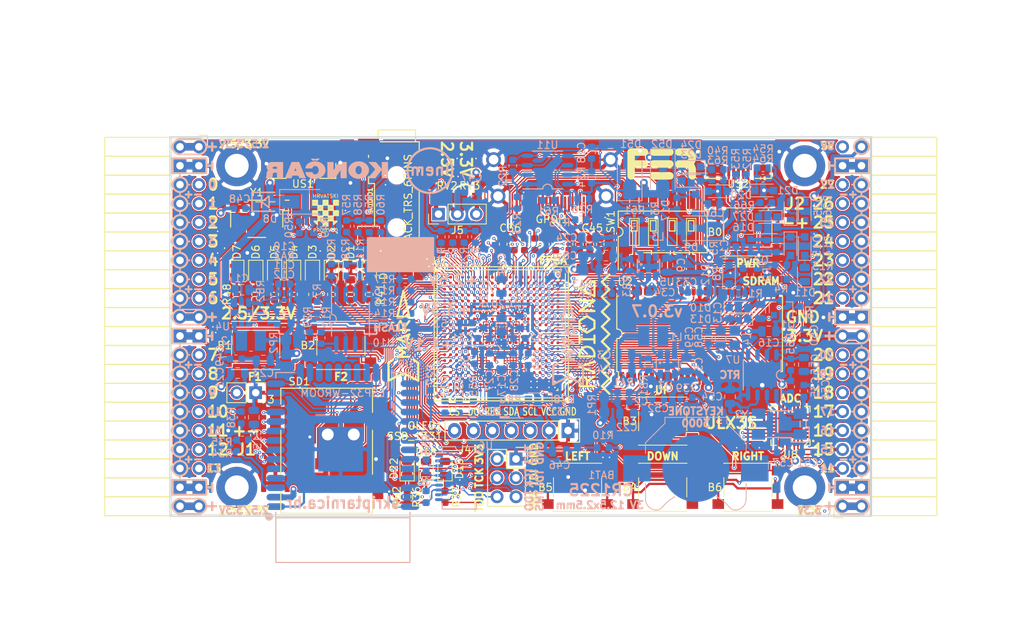
<source format=kicad_pcb>
(kicad_pcb (version 20171130) (host pcbnew 5.0.1+dfsg1-3)
  (title_block (rev v3.0.7))
  (layers (0 F.Cu signal) (1 In1.Cu signal) (2 In2.Cu signal) (31 B.Cu signal) (34 B.Paste user) (35 F.Paste user) (36 B.SilkS user) (37 F.SilkS user) (38 B.Mask user) (39 F.Mask user) (44 Edge.Cuts user))
  (net 0 "")
  (net 1 GND)
  (net 2 +5V)
  (net 3 /gpio/IN5V)
  (net 4 /gpio/OUT5V)
  (net 5 +3V3)
  (net 6 BTN_D)
  (net 7 BTN_F1)
  (net 8 BTN_F2)
  (net 9 BTN_L)
  (net 10 BTN_R)
  (net 11 BTN_U)
  (net 12 /power/FB1)
  (net 13 +2V5)
  (net 14 /power/PWREN)
  (net 15 /power/FB3)
  (net 16 /power/FB2)
  (net 17 /power/VBAT)
  (net 18 JTAG_TDI)
  (net 19 JTAG_TCK)
  (net 20 JTAG_TMS)
  (net 21 JTAG_TDO)
  (net 22 /power/WAKEUPn)
  (net 23 /power/WKUP)
  (net 24 /power/SHUT)
  (net 25 /power/WAKE)
  (net 26 /power/HOLD)
  (net 27 /power/WKn)
  (net 28 /power/OSCI_32k)
  (net 29 /power/OSCO_32k)
  (net 30 SHUTDOWN)
  (net 31 GPDI_SDA)
  (net 32 GPDI_SCL)
  (net 33 /gpdi/VREF2)
  (net 34 SD_CMD)
  (net 35 SD_CLK)
  (net 36 SD_D0)
  (net 37 SD_D1)
  (net 38 USB5V)
  (net 39 GPDI_CEC)
  (net 40 nRESET)
  (net 41 FTDI_nDTR)
  (net 42 SDRAM_CKE)
  (net 43 SDRAM_A7)
  (net 44 SDRAM_D15)
  (net 45 SDRAM_BA1)
  (net 46 SDRAM_D7)
  (net 47 SDRAM_A6)
  (net 48 SDRAM_CLK)
  (net 49 SDRAM_D13)
  (net 50 SDRAM_BA0)
  (net 51 SDRAM_D6)
  (net 52 SDRAM_A5)
  (net 53 SDRAM_D14)
  (net 54 SDRAM_A11)
  (net 55 SDRAM_D12)
  (net 56 SDRAM_D5)
  (net 57 SDRAM_A4)
  (net 58 SDRAM_A10)
  (net 59 SDRAM_D11)
  (net 60 SDRAM_A3)
  (net 61 SDRAM_D4)
  (net 62 SDRAM_D10)
  (net 63 SDRAM_D9)
  (net 64 SDRAM_A9)
  (net 65 SDRAM_D3)
  (net 66 SDRAM_D8)
  (net 67 SDRAM_A8)
  (net 68 SDRAM_A2)
  (net 69 SDRAM_A1)
  (net 70 SDRAM_A0)
  (net 71 SDRAM_D2)
  (net 72 SDRAM_D1)
  (net 73 SDRAM_D0)
  (net 74 SDRAM_DQM0)
  (net 75 SDRAM_nCS)
  (net 76 SDRAM_nRAS)
  (net 77 SDRAM_DQM1)
  (net 78 SDRAM_nCAS)
  (net 79 SDRAM_nWE)
  (net 80 /flash/FLASH_nWP)
  (net 81 /flash/FLASH_nHOLD)
  (net 82 /flash/FLASH_MOSI)
  (net 83 /flash/FLASH_MISO)
  (net 84 /flash/FLASH_SCK)
  (net 85 /flash/FLASH_nCS)
  (net 86 /flash/FPGA_PROGRAMN)
  (net 87 /flash/FPGA_DONE)
  (net 88 /flash/FPGA_INITN)
  (net 89 OLED_RES)
  (net 90 OLED_DC)
  (net 91 OLED_CS)
  (net 92 WIFI_EN)
  (net 93 FTDI_nRTS)
  (net 94 FTDI_TXD)
  (net 95 FTDI_RXD)
  (net 96 WIFI_RXD)
  (net 97 WIFI_GPIO0)
  (net 98 WIFI_TXD)
  (net 99 USB_FTDI_D+)
  (net 100 USB_FTDI_D-)
  (net 101 SD_D3)
  (net 102 AUDIO_L3)
  (net 103 AUDIO_L2)
  (net 104 AUDIO_L1)
  (net 105 AUDIO_L0)
  (net 106 AUDIO_R3)
  (net 107 AUDIO_R2)
  (net 108 AUDIO_R1)
  (net 109 AUDIO_R0)
  (net 110 OLED_CLK)
  (net 111 OLED_MOSI)
  (net 112 LED0)
  (net 113 LED1)
  (net 114 LED2)
  (net 115 LED3)
  (net 116 LED4)
  (net 117 LED5)
  (net 118 LED6)
  (net 119 LED7)
  (net 120 BTN_PWRn)
  (net 121 FTDI_nTXLED)
  (net 122 FTDI_nSLEEP)
  (net 123 /blinkey/LED_PWREN)
  (net 124 /blinkey/LED_TXLED)
  (net 125 /sdcard/SD3V3)
  (net 126 SD_D2)
  (net 127 CLK_25MHz)
  (net 128 /blinkey/BTNPUL)
  (net 129 /blinkey/BTNPUR)
  (net 130 USB_FPGA_D+)
  (net 131 /power/FTDI_nSUSPEND)
  (net 132 /blinkey/ALED0)
  (net 133 /blinkey/ALED1)
  (net 134 /blinkey/ALED2)
  (net 135 /blinkey/ALED3)
  (net 136 /blinkey/ALED4)
  (net 137 /blinkey/ALED5)
  (net 138 /blinkey/ALED6)
  (net 139 /blinkey/ALED7)
  (net 140 /usb/FTD-)
  (net 141 /usb/FTD+)
  (net 142 ADC_MISO)
  (net 143 ADC_MOSI)
  (net 144 ADC_CSn)
  (net 145 ADC_SCLK)
  (net 146 SW3)
  (net 147 SW2)
  (net 148 SW1)
  (net 149 USB_FPGA_D-)
  (net 150 /usb/FPD+)
  (net 151 /usb/FPD-)
  (net 152 WIFI_GPIO16)
  (net 153 /usb/ANT_433MHz)
  (net 154 PROG_DONE)
  (net 155 /power/P3V3)
  (net 156 /power/P2V5)
  (net 157 /power/L1)
  (net 158 /power/L3)
  (net 159 /power/L2)
  (net 160 FTDI_TXDEN)
  (net 161 SDRAM_A12)
  (net 162 /analog/AUDIO_V)
  (net 163 AUDIO_V3)
  (net 164 AUDIO_V2)
  (net 165 AUDIO_V1)
  (net 166 AUDIO_V0)
  (net 167 /blinkey/LED_WIFI)
  (net 168 /power/P1V1)
  (net 169 +1V1)
  (net 170 SW4)
  (net 171 /blinkey/SWPU)
  (net 172 /wifi/WIFIEN)
  (net 173 FT2V5)
  (net 174 GN0)
  (net 175 GP0)
  (net 176 GN1)
  (net 177 GP1)
  (net 178 GN2)
  (net 179 GP2)
  (net 180 GN3)
  (net 181 GP3)
  (net 182 GN4)
  (net 183 GP4)
  (net 184 GN5)
  (net 185 GP5)
  (net 186 GN6)
  (net 187 GP6)
  (net 188 GN14)
  (net 189 GP14)
  (net 190 GN15)
  (net 191 GP15)
  (net 192 GN16)
  (net 193 GP16)
  (net 194 GN17)
  (net 195 GP17)
  (net 196 GN18)
  (net 197 GP18)
  (net 198 GN19)
  (net 199 GP19)
  (net 200 GN20)
  (net 201 GP20)
  (net 202 GN21)
  (net 203 GP21)
  (net 204 GN22)
  (net 205 GP22)
  (net 206 GN23)
  (net 207 GP23)
  (net 208 GN24)
  (net 209 GP24)
  (net 210 GN25)
  (net 211 GP25)
  (net 212 GN26)
  (net 213 GP26)
  (net 214 GN27)
  (net 215 GP27)
  (net 216 GN7)
  (net 217 GP7)
  (net 218 GN8)
  (net 219 GP8)
  (net 220 GN9)
  (net 221 GP9)
  (net 222 GN10)
  (net 223 GP10)
  (net 224 GN11)
  (net 225 GP11)
  (net 226 GN12)
  (net 227 GP12)
  (net 228 GN13)
  (net 229 GP13)
  (net 230 WIFI_GPIO5)
  (net 231 WIFI_GPIO17)
  (net 232 USB_FPGA_PULL_D+)
  (net 233 USB_FPGA_PULL_D-)
  (net 234 "Net-(D23-Pad2)")
  (net 235 "Net-(D24-Pad1)")
  (net 236 "Net-(D25-Pad2)")
  (net 237 "Net-(D26-Pad1)")
  (net 238 /gpdi/GPDI_ETH+)
  (net 239 FPDI_ETH+)
  (net 240 /gpdi/GPDI_ETH-)
  (net 241 FPDI_ETH-)
  (net 242 /gpdi/GPDI_D2-)
  (net 243 FPDI_D2-)
  (net 244 /gpdi/GPDI_D1-)
  (net 245 FPDI_D1-)
  (net 246 /gpdi/GPDI_D0-)
  (net 247 FPDI_D0-)
  (net 248 /gpdi/GPDI_CLK-)
  (net 249 FPDI_CLK-)
  (net 250 /gpdi/GPDI_D2+)
  (net 251 FPDI_D2+)
  (net 252 /gpdi/GPDI_D1+)
  (net 253 FPDI_D1+)
  (net 254 /gpdi/GPDI_D0+)
  (net 255 FPDI_D0+)
  (net 256 /gpdi/GPDI_CLK+)
  (net 257 FPDI_CLK+)
  (net 258 FPDI_SDA)
  (net 259 FPDI_SCL)
  (net 260 /gpdi/FPDI_CEC)
  (net 261 2V5_3V3)
  (net 262 /usb/US2VBUS)
  (net 263 /power/SHD)
  (net 264 /power/RTCVDD)
  (net 265 "Net-(D27-Pad2)")
  (net 266 US2_ID)
  (net 267 /analog/AUDIO_L)
  (net 268 /analog/AUDIO_R)
  (net 269 /analog/ADC3V3)
  (net 270 PWRBTn)
  (net 271 USER_PROGRAMN)
  (net 272 "Net-(AUDIO1-Pad5)")
  (net 273 "Net-(AUDIO1-Pad6)")
  (net 274 "Net-(U1-PadW18)")
  (net 275 "Net-(U1-PadW17)")
  (net 276 "Net-(U1-PadW14)")
  (net 277 "Net-(U1-PadW13)")
  (net 278 "Net-(U1-PadW9)")
  (net 279 "Net-(U1-PadW8)")
  (net 280 "Net-(U1-PadW5)")
  (net 281 "Net-(U1-PadW4)")
  (net 282 "Net-(U1-PadT16)")
  (net 283 "Net-(U1-PadR3)")
  (net 284 SD_WP)
  (net 285 SD_CD)
  (net 286 "Net-(U1-PadM5)")
  (net 287 FTDI_nRXLED)
  (net 288 "Net-(U1-PadK17)")
  (net 289 "Net-(U1-PadK16)")
  (net 290 "Net-(U1-PadK5)")
  (net 291 "Net-(U1-PadJ5)")
  (net 292 "Net-(U1-PadJ4)")
  (net 293 "Net-(U1-PadE11)")
  (net 294 "Net-(U1-PadE10)")
  (net 295 "Net-(U1-PadE9)")
  (net 296 "Net-(U1-PadE6)")
  (net 297 "Net-(U1-PadD12)")
  (net 298 "Net-(U1-PadD11)")
  (net 299 "Net-(U1-PadD10)")
  (net 300 "Net-(U1-PadD9)")
  (net 301 "Net-(U1-PadC9)")
  (net 302 "Net-(U1-PadA15)")
  (net 303 "Net-(U8-Pad25)")
  (net 304 "Net-(U8-Pad12)")
  (net 305 "Net-(U9-Pad32)")
  (net 306 "Net-(U9-Pad22)")
  (net 307 "Net-(U9-Pad21)")
  (net 308 "Net-(U9-Pad20)")
  (net 309 "Net-(U9-Pad19)")
  (net 310 "Net-(U9-Pad18)")
  (net 311 "Net-(U9-Pad17)")
  (net 312 "Net-(U9-Pad12)")
  (net 313 "Net-(U9-Pad5)")
  (net 314 "Net-(U9-Pad4)")
  (net 315 "Net-(US1-Pad4)")
  (net 316 "Net-(Y2-Pad3)")
  (net 317 "Net-(Y2-Pad2)")
  (module ft231x:FT231X-SSOP-20_4.4x6.5mm_Pitch0.65mm (layer B.Cu) (at 132.835 107.14 180)
    (fp_text reference U6 (at -3.556 4.318 180) (layer B.SilkS) (effects (justify mirror)))
    (fp_text value FT231XS hide)
    (pad 20 smd oval (at 2.7 2.925 180) (size 1.1 0.4) (layers B.Cu B.Paste B.Mask) (net 94 FTDI_TXD))
    (pad 19 smd oval (at 2.7 2.275 180) (size 1.1 0.4) (layers B.Cu B.Paste B.Mask) (net 122 FTDI_nSLEEP))
    (pad 18 smd oval (at 2.7 1.625 180) (size 1.1 0.4) (layers B.Cu B.Paste B.Mask) (net 160 FTDI_TXDEN))
    (pad 17 smd oval (at 2.7 0.975 180) (size 1.1 0.4) (layers B.Cu B.Paste B.Mask) (net 287 FTDI_nRXLED))
    (pad 16 smd oval (at 2.7 0.325 180) (size 1.1 0.4) (layers B.Cu B.Paste B.Mask) (net 1 GND))
    (pad 15 smd oval (at 2.7 -0.325 180) (size 1.1 0.4) (layers B.Cu B.Paste B.Mask) (net 38 USB5V))
    (pad 14 smd oval (at 2.7 -0.975 180) (size 1.1 0.4) (layers B.Cu B.Paste B.Mask) (net 40 nRESET))
    (pad 13 smd oval (at 2.7 -1.625 180) (size 1.1 0.4) (layers B.Cu B.Paste B.Mask) (net 173 FT2V5))
    (pad 12 smd oval (at 2.7 -2.275 180) (size 1.1 0.4) (layers B.Cu B.Paste B.Mask) (net 100 USB_FTDI_D-))
    (pad 11 smd oval (at 2.7 -2.925 180) (size 1.1 0.4) (layers B.Cu B.Paste B.Mask) (net 99 USB_FTDI_D+))
    (pad 10 smd oval (at -2.7 -2.925 180) (size 1.1 0.4) (layers B.Cu B.Paste B.Mask) (net 121 FTDI_nTXLED))
    (pad 9 smd oval (at -2.7 -2.275 180) (size 1.1 0.4) (layers B.Cu B.Paste B.Mask) (net 21 JTAG_TDO))
    (pad 8 smd oval (at -2.7 -1.625 180) (size 1.1 0.4) (layers B.Cu B.Paste B.Mask) (net 20 JTAG_TMS))
    (pad 7 smd oval (at -2.7 -0.975 180) (size 1.1 0.4) (layers B.Cu B.Paste B.Mask) (net 19 JTAG_TCK))
    (pad 6 smd oval (at -2.7 -0.325 180) (size 1.1 0.4) (layers B.Cu B.Paste B.Mask) (net 1 GND))
    (pad 5 smd oval (at -2.7 0.325 180) (size 1.1 0.4) (layers B.Cu B.Paste B.Mask) (net 18 JTAG_TDI))
    (pad 4 smd oval (at -2.7 0.975 180) (size 1.1 0.4) (layers B.Cu B.Paste B.Mask) (net 95 FTDI_RXD))
    (pad 3 smd oval (at -2.7 1.625 180) (size 1.1 0.4) (layers B.Cu B.Paste B.Mask) (net 173 FT2V5))
    (pad 2 smd oval (at -2.7 2.275 180) (size 1.1 0.4) (layers B.Cu B.Paste B.Mask) (net 93 FTDI_nRTS))
    (pad 1 smd rect (at -2.7 2.925 180) (size 1.1 0.4) (layers B.Cu B.Paste B.Mask) (net 41 FTDI_nDTR))
  )
  (module micro-sd-schd3a0100:SCHD3A100 (layer F.Cu) (at 115.05 103.5 270)
    (fp_text reference SD1 (at -9.296 3.663 180) (layer F.SilkS))
    (fp_text value SCHD3A0100 hide)
    (pad 1 smd rect (at 1.75 -3.2) (size 0.7 1.5) (layers F.Cu F.Paste F.Mask) (net 126 SD_D2))
    (pad 2 smd rect (at 1.75 -2.1) (size 0.7 1.5) (layers F.Cu F.Paste F.Mask) (net 101 SD_D3))
    (pad 3 smd rect (at 1.75 -1) (size 0.7 1.5) (layers F.Cu F.Paste F.Mask) (net 34 SD_CMD))
    (pad 4 smd rect (at 1.75 0.1) (size 0.7 1.5) (layers F.Cu F.Paste F.Mask) (net 125 /sdcard/SD3V3))
    (pad 5 smd rect (at 1.75 1.2) (size 0.7 1.5) (layers F.Cu F.Paste F.Mask) (net 35 SD_CLK))
    (pad 6 smd rect (at 1.75 2.3) (size 0.7 1.5) (layers F.Cu F.Paste F.Mask) (net 1 GND))
    (pad 7 smd rect (at 1.75 3.4) (size 0.7 1.5) (layers F.Cu F.Paste F.Mask) (net 36 SD_D0))
    (pad 8 smd rect (at 1.75 4.5) (size 0.7 1.5) (layers F.Cu F.Paste F.Mask) (net 37 SD_D1))
    (pad 10 smd rect (at 6.05 -6.875) (size 1.45 0.9) (layers F.Cu F.Paste F.Mask) (net 1 GND))
    (pad 11 smd rect (at -5.65 6.875 90) (size 0.9 1.45) (layers F.Cu F.Paste F.Mask) (net 1 GND))
    (pad 9 smd rect (at 4.35 6.875) (size 1.45 2) (layers F.Cu F.Paste F.Mask) (net 1 GND))
    (pad 9 smd rect (at 4.35 -6.875) (size 1.45 2) (layers F.Cu F.Paste F.Mask) (net 1 GND))
    (pad 9 smd rect (at -3.95 -6.875) (size 1.45 2) (layers F.Cu F.Paste F.Mask) (net 1 GND))
    (pad 9 smd rect (at -3.95 6.875) (size 1.45 2) (layers F.Cu F.Paste F.Mask) (net 1 GND))
  )
  (module oscxo:Crystal_SMD_7050_4Pads (layer F.Cu) (at 105.672 72.36 180)
    (fp_text reference Y1 (at 0 3.556 180) (layer F.SilkS))
    (fp_text value FNETHE025 hide)
    (pad 1 smd rect (at -2.54 2.2 180) (size 2.2 1.8) (layers F.Cu F.Paste F.Mask) (net 5 +3V3))
    (pad 2 smd rect (at 2.54 2.2 180) (size 2.2 1.8) (layers F.Cu F.Paste F.Mask) (net 1 GND))
    (pad 3 smd rect (at 2.54 -2.2 180) (size 2.2 1.8) (layers F.Cu F.Paste F.Mask) (net 127 CLK_25MHz))
    (pad 4 smd rect (at -2.54 -2.2 180) (size 2.2 1.8) (layers F.Cu F.Paste F.Mask) (net 5 +3V3))
  )
  (module L_1008_1210:L_1008_1210 (layer B.Cu) (at 156.33 74.755 180)
    (fp_text reference L3 (at -3.19 -0.018 180) (layer B.SilkS) (effects (justify mirror)))
    (fp_text value 2.2uH hide)
    (pad 1 smd rect (at -1.27 0 180) (size 1.5 2.7) (layers B.Cu B.Paste B.Mask) (net 158 /power/L3))
    (pad 2 smd rect (at 1.27 0 180) (size 1.5 2.7) (layers B.Cu B.Paste B.Mask) (net 155 /power/P3V3))
  )
  (module L_1008_1210:L_1008_1210 (layer B.Cu) (at 158.87 88.09 180)
    (fp_text reference L1 (at -3.063 -0.145 180) (layer B.SilkS) (effects (justify mirror)))
    (fp_text value 2.2uH hide)
    (pad 1 smd rect (at -1.27 0 180) (size 1.5 2.7) (layers B.Cu B.Paste B.Mask) (net 157 /power/L1))
    (pad 2 smd rect (at 1.27 0 180) (size 1.5 2.7) (layers B.Cu B.Paste B.Mask) (net 168 /power/P1V1))
  )
  (module L_1008_1210:L_1008_1210 (layer B.Cu) (at 104.895 88.725)
    (fp_text reference L2 (at -3.16 0.018) (layer B.SilkS) (effects (justify mirror)))
    (fp_text value 2.2uH hide)
    (pad 1 smd rect (at -1.27 0) (size 1.5 2.7) (layers B.Cu B.Paste B.Mask) (net 159 /power/L2))
    (pad 2 smd rect (at 1.27 0) (size 1.5 2.7) (layers B.Cu B.Paste B.Mask) (net 156 /power/P2V5))
  )
  (module abs25:Crystal_SMD_ABS25 (layer B.Cu) (at 175.776 99.922 180)
    (fp_text reference Y2 (at 5.08 1.273 180) (layer B.SilkS) (effects (justify mirror)))
    (fp_text value 32768Hz hide)
    (pad 4 smd rect (at -2.8 1.4 180) (size 1.8 1.4) (layers B.Cu B.Paste B.Mask) (net 28 /power/OSCI_32k))
    (pad 3 smd rect (at 2.8 1.4 180) (size 1.8 1.4) (layers B.Cu B.Paste B.Mask) (net 316 "Net-(Y2-Pad3)"))
    (pad 2 smd rect (at 2.8 -1.4 180) (size 1.8 1.4) (layers B.Cu B.Paste B.Mask) (net 317 "Net-(Y2-Pad2)"))
    (pad 1 smd rect (at -2.8 -1.4 180) (size 1.8 1.4) (layers B.Cu B.Paste B.Mask) (net 29 /power/OSCO_32k))
  )
  (module Keystone_3000_1x12mm-CoinCell:Keystone_3000_1x12mm-CoinCell (layer B.Cu) (at 164.585 105.87 90)
    (fp_text reference BAT1 (at -0.907 -12.685 180) (layer B.SilkS) (effects (justify mirror)))
    (fp_text value CR1225 hide)
    (pad 1 smd rect (at 0 7.9 180) (size 3.7 3.5) (layers B.Cu B.Paste B.Mask) (net 17 /power/VBAT) (clearance 0.7))
    (pad 1 smd rect (at 0 -7.9 180) (size 3.7 3.5) (layers B.Cu B.Paste B.Mask) (net 17 /power/VBAT) (clearance 0.7))
    (pad 2 smd circle (at 0 0 180) (size 9 9) (layers B.Cu B.Mask) (net 1 GND))
  )
  (module audio-jack:CUI_SJ-43516-SMT (layer F.Cu) (at 124.468 69.518)
    (fp_text reference AUDIO1 (at -3.560502 0.28335 270) (layer F.SilkS) (effects (font (size 0.6096 0.6096) (thickness 0.1524))))
    (fp_text value JACK_TRS_6PINS (at 1.519498 0.28335 270) (layer F.SilkS))
    (pad 1 smd rect (at -3.8 -6.9 270) (size 2 2.8) (layers F.Cu F.Paste F.Mask) (net 1 GND))
    (pad 4 smd rect (at -3.8 -4.1 270) (size 2.2 2.8) (layers F.Cu F.Paste F.Mask) (net 162 /analog/AUDIO_V))
    (pad 2 smd rect (at -3.8 5.3 270) (size 2.8 2.8) (layers F.Cu F.Paste F.Mask) (net 267 /analog/AUDIO_L))
    (pad 5 smd rect (at 0.75 9.4 270) (size 2.8 2.8) (layers F.Cu F.Paste F.Mask) (net 272 "Net-(AUDIO1-Pad5)"))
    (pad 3 smd rect (at 3.8 -2.2 270) (size 2.2 2.8) (layers F.Cu F.Paste F.Mask) (net 268 /analog/AUDIO_R))
    (pad 6 smd rect (at 3.8 -5 270) (size 2 2.8) (layers F.Cu F.Paste F.Mask) (net 273 "Net-(AUDIO1-Pad6)"))
    (pad "" np_thru_hole circle (at 0 -3 270) (size 1.7 1.7) (drill 1.7) (layers *.Cu *.Mask F.SilkS) (clearance 0.4))
    (pad "" np_thru_hole circle (at 0 4 270) (size 1.7 1.7) (drill 1.7) (layers *.Cu *.Mask F.SilkS) (clearance 0.4))
  )
  (module usb_otg:USB-MICRO-B-FCI-10118192-0001LF (layer F.Cu) (at 170.3 63.325 180)
    (fp_text reference US2 (at 0 -4.336 180) (layer F.SilkS))
    (fp_text value MICRO_USB hide)
    (pad 6 smd rect (at 3.8 0 180) (size 1.8 1.9) (layers F.Cu F.Paste F.Mask) (net 1 GND))
    (pad 6 smd rect (at -3.8 0 180) (size 1.8 1.9) (layers F.Cu F.Paste F.Mask) (net 1 GND))
    (pad 5 smd rect (at 1.3 -2.675 180) (size 0.4 1.35) (layers F.Cu F.Paste F.Mask) (net 1 GND))
    (pad 4 smd rect (at 0.65 -2.675 180) (size 0.4 1.35) (layers F.Cu F.Paste F.Mask) (net 266 US2_ID))
    (pad 3 smd rect (at 0 -2.675 180) (size 0.4 1.35) (layers F.Cu F.Paste F.Mask) (net 150 /usb/FPD+))
    (pad 2 smd rect (at -0.65 -2.675 180) (size 0.4 1.35) (layers F.Cu F.Paste F.Mask) (net 151 /usb/FPD-))
    (pad 1 smd rect (at -1.3 -2.675 180) (size 0.4 1.35) (layers F.Cu F.Paste F.Mask) (net 262 /usb/US2VBUS))
    (pad 6 smd rect (at 1.2 0 180) (size 1.9 1.9) (layers F.Cu F.Paste F.Mask) (net 1 GND))
    (pad 6 smd rect (at -1.2 0 180) (size 1.9 1.9) (layers F.Cu F.Paste F.Mask) (net 1 GND))
    (pad 6 smd rect (at 3.1 -2.55 180) (size 2.1 1.6) (layers F.Cu F.Paste F.Mask) (net 1 GND))
    (pad 6 smd rect (at -3.1 -2.55 180) (size 2.1 1.6) (layers F.Cu F.Paste F.Mask) (net 1 GND))
  )
  (module usb_otg:USB-MICRO-B-FCI-10118192-0001LF (layer F.Cu) (at 111.88 63.325 180)
    (fp_text reference US1 (at 0 -4.336 180) (layer F.SilkS))
    (fp_text value MICRO_USB hide)
    (pad 6 smd rect (at 3.8 0 180) (size 1.8 1.9) (layers F.Cu F.Paste F.Mask) (net 1 GND))
    (pad 6 smd rect (at -3.8 0 180) (size 1.8 1.9) (layers F.Cu F.Paste F.Mask) (net 1 GND))
    (pad 5 smd rect (at 1.3 -2.675 180) (size 0.4 1.35) (layers F.Cu F.Paste F.Mask) (net 1 GND))
    (pad 4 smd rect (at 0.65 -2.675 180) (size 0.4 1.35) (layers F.Cu F.Paste F.Mask) (net 315 "Net-(US1-Pad4)"))
    (pad 3 smd rect (at 0 -2.675 180) (size 0.4 1.35) (layers F.Cu F.Paste F.Mask) (net 141 /usb/FTD+))
    (pad 2 smd rect (at -0.65 -2.675 180) (size 0.4 1.35) (layers F.Cu F.Paste F.Mask) (net 140 /usb/FTD-))
    (pad 1 smd rect (at -1.3 -2.675 180) (size 0.4 1.35) (layers F.Cu F.Paste F.Mask) (net 38 USB5V))
    (pad 6 smd rect (at 1.2 0 180) (size 1.9 1.9) (layers F.Cu F.Paste F.Mask) (net 1 GND))
    (pad 6 smd rect (at -1.2 0 180) (size 1.9 1.9) (layers F.Cu F.Paste F.Mask) (net 1 GND))
    (pad 6 smd rect (at 3.1 -2.55 180) (size 2.1 1.6) (layers F.Cu F.Paste F.Mask) (net 1 GND))
    (pad 6 smd rect (at -3.1 -2.55 180) (size 2.1 1.6) (layers F.Cu F.Paste F.Mask) (net 1 GND))
  )
  (module dipswitch:SW_DIP_x4_W8.61mm_Slide_LowProfile (layer F.Cu) (at 160.14 74.12 90)
    (fp_text reference SW1 (at 1.379 -6.97 90) (layer F.SilkS))
    (fp_text value SW_DIP_x04 hide)
    (pad 8 smd rect (at 4.305 -3.81 90) (size 2.44 1.12) (layers F.Cu F.Paste F.Mask) (net 148 SW1))
    (pad 4 smd rect (at -4.305 3.81 90) (size 2.44 1.12) (layers F.Cu F.Paste F.Mask) (net 171 /blinkey/SWPU))
    (pad 7 smd rect (at 4.305 -1.27 90) (size 2.44 1.12) (layers F.Cu F.Paste F.Mask) (net 147 SW2))
    (pad 3 smd rect (at -4.305 1.27 90) (size 2.44 1.12) (layers F.Cu F.Paste F.Mask) (net 171 /blinkey/SWPU))
    (pad 6 smd rect (at 4.305 1.27 90) (size 2.44 1.12) (layers F.Cu F.Paste F.Mask) (net 146 SW3))
    (pad 2 smd rect (at -4.305 -1.27 90) (size 2.44 1.12) (layers F.Cu F.Paste F.Mask) (net 171 /blinkey/SWPU))
    (pad 5 smd rect (at 4.305 3.81 90) (size 2.44 1.12) (layers F.Cu F.Paste F.Mask) (net 170 SW4))
    (pad 1 smd rect (at -4.305 -3.81 90) (size 2.44 1.12) (layers F.Cu F.Paste F.Mask) (net 171 /blinkey/SWPU))
  )
  (module conn-fci:CONN-10029449-111RLF (layer F.Cu) (at 145.296 69.312 180)
    (fp_text reference GPDI1 (at 0 -3.1115 180) (layer F.SilkS))
    (fp_text value GPDI-D hide)
    (pad 19 smd rect (at -4.25 -1 180) (size 0.3 1.9) (layers F.Cu F.Paste F.Mask) (net 240 /gpdi/GPDI_ETH-))
    (pad 18 smd rect (at -3.75 -1 180) (size 0.3 1.9) (layers F.Cu F.Paste F.Mask) (net 2 +5V))
    (pad 17 smd rect (at -3.25 -1 180) (size 0.3 1.9) (layers F.Cu F.Paste F.Mask) (net 1 GND))
    (pad 16 smd rect (at -2.75 -1 180) (size 0.3 1.9) (layers F.Cu F.Paste F.Mask) (net 31 GPDI_SDA))
    (pad 15 smd rect (at -2.25 -1 180) (size 0.3 1.9) (layers F.Cu F.Paste F.Mask) (net 32 GPDI_SCL))
    (pad 14 smd rect (at -1.75 -1 180) (size 0.3 1.9) (layers F.Cu F.Paste F.Mask) (net 238 /gpdi/GPDI_ETH+))
    (pad 13 smd rect (at -1.25 -1 180) (size 0.3 1.9) (layers F.Cu F.Paste F.Mask) (net 39 GPDI_CEC))
    (pad 12 smd rect (at -0.75 -1 180) (size 0.3 1.9) (layers F.Cu F.Paste F.Mask) (net 248 /gpdi/GPDI_CLK-))
    (pad 11 smd rect (at -0.25 -1 180) (size 0.3 1.9) (layers F.Cu F.Paste F.Mask) (net 1 GND))
    (pad 10 smd rect (at 0.25 -1 180) (size 0.3 1.9) (layers F.Cu F.Paste F.Mask) (net 256 /gpdi/GPDI_CLK+))
    (pad 9 smd rect (at 0.75 -1 180) (size 0.3 1.9) (layers F.Cu F.Paste F.Mask) (net 246 /gpdi/GPDI_D0-))
    (pad 8 smd rect (at 1.25 -1 180) (size 0.3 1.9) (layers F.Cu F.Paste F.Mask) (net 1 GND))
    (pad 7 smd rect (at 1.75 -1 180) (size 0.3 1.9) (layers F.Cu F.Paste F.Mask) (net 254 /gpdi/GPDI_D0+))
    (pad 6 smd rect (at 2.25 -1 180) (size 0.3 1.9) (layers F.Cu F.Paste F.Mask) (net 244 /gpdi/GPDI_D1-))
    (pad 5 smd rect (at 2.75 -1 180) (size 0.3 1.9) (layers F.Cu F.Paste F.Mask) (net 1 GND))
    (pad 4 smd rect (at 3.25 -1 180) (size 0.3 1.9) (layers F.Cu F.Paste F.Mask) (net 252 /gpdi/GPDI_D1+))
    (pad 3 smd rect (at 3.75 -1 180) (size 0.3 1.9) (layers F.Cu F.Paste F.Mask) (net 242 /gpdi/GPDI_D2-))
    (pad 2 smd rect (at 4.25 -1 180) (size 0.3 1.9) (layers F.Cu F.Paste F.Mask) (net 1 GND))
    (pad 1 smd rect (at 4.75 -1 180) (size 0.3 1.9) (layers F.Cu F.Paste F.Mask) (net 250 /gpdi/GPDI_D2+))
    (pad 0 thru_hole circle (at -7.25 0 180) (size 2 2) (drill 1.3) (layers *.Cu *.Mask) (net 1 GND))
    (pad 0 thru_hole circle (at 7.25 0 180) (size 2 2) (drill 1.3) (layers *.Cu *.Mask) (net 1 GND))
    (pad 0 thru_hole circle (at -7.85 4.9 180) (size 2 2) (drill 1.3) (layers *.Cu *.Mask) (net 1 GND))
    (pad 0 thru_hole circle (at 7.85 4.9 180) (size 2 2) (drill 1.3) (layers *.Cu *.Mask) (net 1 GND))
  )
  (module TSOP54:TSOP54 (layer F.Cu) (at 165.093 87.8 90)
    (fp_text reference U2 (at 6.98 -9.993 180) (layer F.SilkS))
    (fp_text value MT48LC16M16A2TG hide)
    (pad 28 smd oval (at 5.73 10.4 90) (size 1.2 0.56) (layers F.Cu F.Paste F.Mask) (net 1 GND))
    (pad 1 smd rect (at -5.73 -10.4 90) (size 1.2 0.56) (layers F.Cu F.Paste F.Mask) (net 5 +3V3))
    (pad 2 smd oval (at -5.73 -9.6 90) (size 1.2 0.56) (layers F.Cu F.Paste F.Mask) (net 73 SDRAM_D0))
    (pad 3 smd oval (at -5.73 -8.8 90) (size 1.2 0.56) (layers F.Cu F.Paste F.Mask) (net 5 +3V3))
    (pad 4 smd oval (at -5.73 -8 90) (size 1.2 0.56) (layers F.Cu F.Paste F.Mask) (net 72 SDRAM_D1))
    (pad 5 smd oval (at -5.73 -7.2 90) (size 1.2 0.56) (layers F.Cu F.Paste F.Mask) (net 71 SDRAM_D2))
    (pad 6 smd oval (at -5.73 -6.4 90) (size 1.2 0.56) (layers F.Cu F.Paste F.Mask) (net 1 GND))
    (pad 7 smd oval (at -5.73 -5.6 90) (size 1.2 0.56) (layers F.Cu F.Paste F.Mask) (net 65 SDRAM_D3))
    (pad 8 smd oval (at -5.73 -4.8 90) (size 1.2 0.56) (layers F.Cu F.Paste F.Mask) (net 61 SDRAM_D4))
    (pad 9 smd oval (at -5.73 -4 90) (size 1.2 0.56) (layers F.Cu F.Paste F.Mask) (net 5 +3V3))
    (pad 10 smd oval (at -5.73 -3.2 90) (size 1.2 0.56) (layers F.Cu F.Paste F.Mask) (net 56 SDRAM_D5))
    (pad 11 smd oval (at -5.73 -2.4 90) (size 1.2 0.56) (layers F.Cu F.Paste F.Mask) (net 51 SDRAM_D6))
    (pad 12 smd oval (at -5.73 -1.6 90) (size 1.2 0.56) (layers F.Cu F.Paste F.Mask) (net 1 GND))
    (pad 13 smd oval (at -5.73 -0.8 90) (size 1.2 0.56) (layers F.Cu F.Paste F.Mask) (net 46 SDRAM_D7))
    (pad 14 smd oval (at -5.73 0 90) (size 1.2 0.56) (layers F.Cu F.Paste F.Mask) (net 5 +3V3))
    (pad 15 smd oval (at -5.73 0.8 90) (size 1.2 0.56) (layers F.Cu F.Paste F.Mask) (net 74 SDRAM_DQM0))
    (pad 16 smd oval (at -5.73 1.6 90) (size 1.2 0.56) (layers F.Cu F.Paste F.Mask) (net 79 SDRAM_nWE))
    (pad 17 smd oval (at -5.73 2.4 90) (size 1.2 0.56) (layers F.Cu F.Paste F.Mask) (net 78 SDRAM_nCAS))
    (pad 18 smd oval (at -5.73 3.2 90) (size 1.2 0.56) (layers F.Cu F.Paste F.Mask) (net 76 SDRAM_nRAS))
    (pad 19 smd oval (at -5.73 4 90) (size 1.2 0.56) (layers F.Cu F.Paste F.Mask) (net 75 SDRAM_nCS))
    (pad 20 smd oval (at -5.73 4.8 90) (size 1.2 0.56) (layers F.Cu F.Paste F.Mask) (net 50 SDRAM_BA0))
    (pad 21 smd oval (at -5.73 5.6 90) (size 1.2 0.56) (layers F.Cu F.Paste F.Mask) (net 45 SDRAM_BA1))
    (pad 22 smd oval (at -5.73 6.4 90) (size 1.2 0.56) (layers F.Cu F.Paste F.Mask) (net 58 SDRAM_A10))
    (pad 23 smd oval (at -5.73 7.2 90) (size 1.2 0.56) (layers F.Cu F.Paste F.Mask) (net 70 SDRAM_A0))
    (pad 24 smd oval (at -5.73 8 90) (size 1.2 0.56) (layers F.Cu F.Paste F.Mask) (net 69 SDRAM_A1))
    (pad 25 smd oval (at -5.73 8.8 90) (size 1.2 0.56) (layers F.Cu F.Paste F.Mask) (net 68 SDRAM_A2))
    (pad 26 smd oval (at -5.73 9.6 90) (size 1.2 0.56) (layers F.Cu F.Paste F.Mask) (net 60 SDRAM_A3))
    (pad 27 smd oval (at -5.73 10.4 90) (size 1.2 0.56) (layers F.Cu F.Paste F.Mask) (net 5 +3V3))
    (pad 29 smd oval (at 5.73 9.6 90) (size 1.2 0.56) (layers F.Cu F.Paste F.Mask) (net 57 SDRAM_A4))
    (pad 30 smd oval (at 5.73 8.8 90) (size 1.2 0.56) (layers F.Cu F.Paste F.Mask) (net 52 SDRAM_A5))
    (pad 31 smd oval (at 5.73 8 90) (size 1.2 0.56) (layers F.Cu F.Paste F.Mask) (net 47 SDRAM_A6))
    (pad 32 smd oval (at 5.73 7.2 90) (size 1.2 0.56) (layers F.Cu F.Paste F.Mask) (net 43 SDRAM_A7))
    (pad 33 smd oval (at 5.73 6.4 90) (size 1.2 0.56) (layers F.Cu F.Paste F.Mask) (net 67 SDRAM_A8))
    (pad 34 smd oval (at 5.73 5.6 90) (size 1.2 0.56) (layers F.Cu F.Paste F.Mask) (net 64 SDRAM_A9))
    (pad 35 smd oval (at 5.73 4.8 90) (size 1.2 0.56) (layers F.Cu F.Paste F.Mask) (net 54 SDRAM_A11))
    (pad 36 smd oval (at 5.73 4 90) (size 1.2 0.56) (layers F.Cu F.Paste F.Mask) (net 161 SDRAM_A12))
    (pad 37 smd oval (at 5.73 3.2 90) (size 1.2 0.56) (layers F.Cu F.Paste F.Mask) (net 42 SDRAM_CKE))
    (pad 38 smd oval (at 5.73 2.4 90) (size 1.2 0.56) (layers F.Cu F.Paste F.Mask) (net 48 SDRAM_CLK))
    (pad 39 smd oval (at 5.73 1.6 90) (size 1.2 0.56) (layers F.Cu F.Paste F.Mask) (net 77 SDRAM_DQM1))
    (pad 40 smd oval (at 5.73 0.8 90) (size 1.2 0.56) (layers F.Cu F.Paste F.Mask))
    (pad 41 smd oval (at 5.73 0 90) (size 1.2 0.56) (layers F.Cu F.Paste F.Mask) (net 1 GND))
    (pad 42 smd oval (at 5.73 -0.8 90) (size 1.2 0.56) (layers F.Cu F.Paste F.Mask) (net 66 SDRAM_D8))
    (pad 43 smd oval (at 5.73 -1.6 90) (size 1.2 0.56) (layers F.Cu F.Paste F.Mask) (net 5 +3V3))
    (pad 44 smd oval (at 5.73 -2.4 90) (size 1.2 0.56) (layers F.Cu F.Paste F.Mask) (net 63 SDRAM_D9))
    (pad 45 smd oval (at 5.73 -3.2 90) (size 1.2 0.56) (layers F.Cu F.Paste F.Mask) (net 62 SDRAM_D10))
    (pad 46 smd oval (at 5.73 -4 90) (size 1.2 0.56) (layers F.Cu F.Paste F.Mask) (net 1 GND))
    (pad 47 smd oval (at 5.73 -4.8 90) (size 1.2 0.56) (layers F.Cu F.Paste F.Mask) (net 59 SDRAM_D11))
    (pad 48 smd oval (at 5.73 -5.6 90) (size 1.2 0.56) (layers F.Cu F.Paste F.Mask) (net 55 SDRAM_D12))
    (pad 49 smd oval (at 5.73 -6.4 90) (size 1.2 0.56) (layers F.Cu F.Paste F.Mask) (net 5 +3V3))
    (pad 50 smd oval (at 5.73 -7.2 90) (size 1.2 0.56) (layers F.Cu F.Paste F.Mask) (net 49 SDRAM_D13))
    (pad 51 smd oval (at 5.73 -8 90) (size 1.2 0.56) (layers F.Cu F.Paste F.Mask) (net 53 SDRAM_D14))
    (pad 52 smd oval (at 5.73 -8.8 90) (size 1.2 0.56) (layers F.Cu F.Paste F.Mask) (net 1 GND))
    (pad 53 smd oval (at 5.73 -9.6 90) (size 1.2 0.56) (layers F.Cu F.Paste F.Mask) (net 44 SDRAM_D15))
    (pad 54 smd oval (at 5.73 -10.4 90) (size 1.2 0.56) (layers F.Cu F.Paste F.Mask) (net 1 GND))
  )
  (module jumper:R_0805_2012Metric_Pad1.29x1.40mm_HandSolder_Jumper_NC (layer B.Cu) (at 109.609 89.632 270)
    (fp_text reference RP2 (at -0.635 1.651 270) (layer B.SilkS) (effects (justify mirror)))
    (fp_text value 0 hide)
    (fp_line (start -1 0) (end 1 0) (layer B.Cu) (width 1))
    (pad 2 smd roundrect (at 0.9675 0 270) (size 1.295 1.4) (layers B.Cu B.Mask) (net 13 +2V5))
    (pad 1 smd roundrect (at -0.9675 0 270) (size 1.295 1.4) (layers B.Cu B.Mask) (net 156 /power/P2V5))
  )
  (module jumper:R_0805_2012Metric_Pad1.29x1.40mm_HandSolder_Jumper_NC (layer B.Cu) (at 149.472 78.311 270)
    (fp_text reference RP3 (at 0 3.414 270) (layer B.SilkS) (effects (justify mirror)))
    (fp_text value 0 hide)
    (fp_line (start -1 0) (end 1 0) (layer B.Cu) (width 1))
    (pad 2 smd roundrect (at 0.9675 0 270) (size 1.295 1.4) (layers B.Cu B.Mask) (net 5 +3V3))
    (pad 1 smd roundrect (at -0.9675 0 270) (size 1.295 1.4) (layers B.Cu B.Mask) (net 155 /power/P3V3))
  )
  (module jumper:R_0805_2012Metric_Pad1.29x1.40mm_HandSolder_Jumper_NC (layer B.Cu) (at 152.281 97.361 270)
    (fp_text reference RP1 (at 0 1.65 270) (layer B.SilkS) (effects (justify mirror)))
    (fp_text value 0 hide)
    (fp_line (start -1 0) (end 1 0) (layer B.Cu) (width 1))
    (pad 2 smd roundrect (at 0.9675 0 270) (size 1.295 1.4) (layers B.Cu B.Mask) (net 169 +1V1))
    (pad 1 smd roundrect (at -0.9675 0 270) (size 1.295 1.4) (layers B.Cu B.Mask) (net 168 /power/P1V1))
  )
  (module jumper:D_SMA_Jumper_NC (layer B.Cu) (at 160.155 66.391 270)
    (fp_text reference D52 (at -4.064 0.127) (layer B.SilkS) (effects (justify mirror)))
    (fp_text value 0 hide)
    (fp_line (start -2 0) (end 2 0) (layer B.Cu) (width 1))
    (pad 2 smd roundrect (at 2 0 270) (size 2.5 1.8) (layers B.Cu B.Mask) (net 2 +5V))
    (pad 1 smd roundrect (at -2 0 270) (size 2.5 1.8) (layers B.Cu B.Mask) (net 4 /gpio/OUT5V))
  )
  (module jumper:D_SMA_Jumper_NC (layer B.Cu) (at 155.71 66.518 90)
    (fp_text reference D51 (at 4.191 0.127 180) (layer B.SilkS) (effects (justify mirror)))
    (fp_text value 0 hide)
    (fp_line (start -2 0) (end 2 0) (layer B.Cu) (width 1))
    (pad 2 smd roundrect (at 2 0 90) (size 2.5 1.8) (layers B.Cu B.Mask) (net 3 /gpio/IN5V))
    (pad 1 smd roundrect (at -2 0 90) (size 2.5 1.8) (layers B.Cu B.Mask) (net 2 +5V))
  )
  (module jumper:D_SMA_Jumper_NC (layer B.Cu) (at 164.854 73.63 180)
    (fp_text reference D9 (at 0.889 -2.54 180) (layer B.SilkS) (effects (justify mirror)))
    (fp_text value 0 hide)
    (fp_line (start -2 0) (end 2 0) (layer B.Cu) (width 1))
    (pad 2 smd roundrect (at 2 0 180) (size 2.5 1.8) (layers B.Cu B.Mask) (net 2 +5V))
    (pad 1 smd roundrect (at -2 0 180) (size 2.5 1.8) (layers B.Cu B.Mask) (net 262 /usb/US2VBUS))
  )
  (module lfe5bg381:BGA-381_pitch0.8mm_dia0.4mm (layer F.Cu) (at 138.48 87.8)
    (fp_text reference U1 (at -8.2 -9.8) (layer F.SilkS))
    (fp_text value LFE5U-85F-6BG381C hide)
    (pad Y19 smd circle (at 6.8 7.6) (size 0.4 0.4) (layers F.Cu F.Paste F.Mask) (net 1 GND))
    (pad Y17 smd circle (at 5.2 7.6) (size 0.4 0.4) (layers F.Cu F.Paste F.Mask) (net 1 GND))
    (pad Y16 smd circle (at 4.4 7.6) (size 0.4 0.4) (layers F.Cu F.Paste F.Mask) (net 1 GND))
    (pad Y15 smd circle (at 3.6 7.6) (size 0.4 0.4) (layers F.Cu F.Paste F.Mask) (net 1 GND))
    (pad Y14 smd circle (at 2.8 7.6) (size 0.4 0.4) (layers F.Cu F.Paste F.Mask) (net 1 GND))
    (pad Y12 smd circle (at 1.2 7.6) (size 0.4 0.4) (layers F.Cu F.Paste F.Mask) (net 1 GND))
    (pad Y11 smd circle (at 0.4 7.6) (size 0.4 0.4) (layers F.Cu F.Paste F.Mask) (net 1 GND))
    (pad Y8 smd circle (at -2 7.6) (size 0.4 0.4) (layers F.Cu F.Paste F.Mask) (net 1 GND))
    (pad Y7 smd circle (at -2.8 7.6) (size 0.4 0.4) (layers F.Cu F.Paste F.Mask) (net 1 GND))
    (pad Y6 smd circle (at -3.6 7.6) (size 0.4 0.4) (layers F.Cu F.Paste F.Mask) (net 1 GND))
    (pad Y5 smd circle (at -4.4 7.6) (size 0.4 0.4) (layers F.Cu F.Paste F.Mask) (net 1 GND))
    (pad Y3 smd circle (at -6 7.6) (size 0.4 0.4) (layers F.Cu F.Paste F.Mask) (net 87 /flash/FPGA_DONE))
    (pad Y2 smd circle (at -6.8 7.6) (size 0.4 0.4) (layers F.Cu F.Paste F.Mask) (net 80 /flash/FLASH_nWP))
    (pad W20 smd circle (at 7.6 6.8) (size 0.4 0.4) (layers F.Cu F.Paste F.Mask) (net 1 GND))
    (pad W19 smd circle (at 6.8 6.8) (size 0.4 0.4) (layers F.Cu F.Paste F.Mask) (net 1 GND))
    (pad W18 smd circle (at 6 6.8) (size 0.4 0.4) (layers F.Cu F.Paste F.Mask) (net 274 "Net-(U1-PadW18)"))
    (pad W17 smd circle (at 5.2 6.8) (size 0.4 0.4) (layers F.Cu F.Paste F.Mask) (net 275 "Net-(U1-PadW17)"))
    (pad W16 smd circle (at 4.4 6.8) (size 0.4 0.4) (layers F.Cu F.Paste F.Mask) (net 1 GND))
    (pad W15 smd circle (at 3.6 6.8) (size 0.4 0.4) (layers F.Cu F.Paste F.Mask) (net 1 GND))
    (pad W14 smd circle (at 2.8 6.8) (size 0.4 0.4) (layers F.Cu F.Paste F.Mask) (net 276 "Net-(U1-PadW14)"))
    (pad W13 smd circle (at 2 6.8) (size 0.4 0.4) (layers F.Cu F.Paste F.Mask) (net 277 "Net-(U1-PadW13)"))
    (pad W12 smd circle (at 1.2 6.8) (size 0.4 0.4) (layers F.Cu F.Paste F.Mask) (net 1 GND))
    (pad W11 smd circle (at 0.4 6.8) (size 0.4 0.4) (layers F.Cu F.Paste F.Mask))
    (pad W10 smd circle (at -0.4 6.8) (size 0.4 0.4) (layers F.Cu F.Paste F.Mask))
    (pad W9 smd circle (at -1.2 6.8) (size 0.4 0.4) (layers F.Cu F.Paste F.Mask) (net 278 "Net-(U1-PadW9)"))
    (pad W8 smd circle (at -2 6.8) (size 0.4 0.4) (layers F.Cu F.Paste F.Mask) (net 279 "Net-(U1-PadW8)"))
    (pad W7 smd circle (at -2.8 6.8) (size 0.4 0.4) (layers F.Cu F.Paste F.Mask) (net 1 GND))
    (pad W6 smd circle (at -3.6 6.8) (size 0.4 0.4) (layers F.Cu F.Paste F.Mask) (net 1 GND))
    (pad W5 smd circle (at -4.4 6.8) (size 0.4 0.4) (layers F.Cu F.Paste F.Mask) (net 280 "Net-(U1-PadW5)"))
    (pad W4 smd circle (at -5.2 6.8) (size 0.4 0.4) (layers F.Cu F.Paste F.Mask) (net 281 "Net-(U1-PadW4)"))
    (pad W3 smd circle (at -6 6.8) (size 0.4 0.4) (layers F.Cu F.Paste F.Mask) (net 86 /flash/FPGA_PROGRAMN))
    (pad W2 smd circle (at -6.8 6.8) (size 0.4 0.4) (layers F.Cu F.Paste F.Mask) (net 82 /flash/FLASH_MOSI))
    (pad W1 smd circle (at -7.6 6.8) (size 0.4 0.4) (layers F.Cu F.Paste F.Mask) (net 81 /flash/FLASH_nHOLD))
    (pad V20 smd circle (at 7.6 6) (size 0.4 0.4) (layers F.Cu F.Paste F.Mask) (net 1 GND))
    (pad V19 smd circle (at 6.8 6) (size 0.4 0.4) (layers F.Cu F.Paste F.Mask) (net 1 GND))
    (pad V18 smd circle (at 6 6) (size 0.4 0.4) (layers F.Cu F.Paste F.Mask) (net 1 GND))
    (pad V17 smd circle (at 5.2 6) (size 0.4 0.4) (layers F.Cu F.Paste F.Mask) (net 1 GND))
    (pad V16 smd circle (at 4.4 6) (size 0.4 0.4) (layers F.Cu F.Paste F.Mask) (net 1 GND))
    (pad V15 smd circle (at 3.6 6) (size 0.4 0.4) (layers F.Cu F.Paste F.Mask) (net 1 GND))
    (pad V14 smd circle (at 2.8 6) (size 0.4 0.4) (layers F.Cu F.Paste F.Mask) (net 1 GND))
    (pad V13 smd circle (at 2 6) (size 0.4 0.4) (layers F.Cu F.Paste F.Mask) (net 1 GND))
    (pad V12 smd circle (at 1.2 6) (size 0.4 0.4) (layers F.Cu F.Paste F.Mask) (net 1 GND))
    (pad V11 smd circle (at 0.4 6) (size 0.4 0.4) (layers F.Cu F.Paste F.Mask) (net 1 GND))
    (pad V10 smd circle (at -0.4 6) (size 0.4 0.4) (layers F.Cu F.Paste F.Mask) (net 1 GND))
    (pad V9 smd circle (at -1.2 6) (size 0.4 0.4) (layers F.Cu F.Paste F.Mask) (net 1 GND))
    (pad V8 smd circle (at -2 6) (size 0.4 0.4) (layers F.Cu F.Paste F.Mask) (net 1 GND))
    (pad V7 smd circle (at -2.8 6) (size 0.4 0.4) (layers F.Cu F.Paste F.Mask) (net 1 GND))
    (pad V6 smd circle (at -3.6 6) (size 0.4 0.4) (layers F.Cu F.Paste F.Mask) (net 1 GND))
    (pad V5 smd circle (at -4.4 6) (size 0.4 0.4) (layers F.Cu F.Paste F.Mask) (net 1 GND))
    (pad V4 smd circle (at -5.2 6) (size 0.4 0.4) (layers F.Cu F.Paste F.Mask) (net 21 JTAG_TDO))
    (pad V3 smd circle (at -6 6) (size 0.4 0.4) (layers F.Cu F.Paste F.Mask) (net 88 /flash/FPGA_INITN))
    (pad V2 smd circle (at -6.8 6) (size 0.4 0.4) (layers F.Cu F.Paste F.Mask) (net 83 /flash/FLASH_MISO))
    (pad V1 smd circle (at -7.6 6) (size 0.4 0.4) (layers F.Cu F.Paste F.Mask) (net 6 BTN_D))
    (pad U20 smd circle (at 7.6 5.2) (size 0.4 0.4) (layers F.Cu F.Paste F.Mask) (net 46 SDRAM_D7))
    (pad U19 smd circle (at 6.8 5.2) (size 0.4 0.4) (layers F.Cu F.Paste F.Mask) (net 74 SDRAM_DQM0))
    (pad U18 smd circle (at 6 5.2) (size 0.4 0.4) (layers F.Cu F.Paste F.Mask) (net 189 GP14))
    (pad U17 smd circle (at 5.2 5.2) (size 0.4 0.4) (layers F.Cu F.Paste F.Mask) (net 188 GN14))
    (pad U16 smd circle (at 4.4 5.2) (size 0.4 0.4) (layers F.Cu F.Paste F.Mask) (net 142 ADC_MISO))
    (pad U15 smd circle (at 3.6 5.2) (size 0.4 0.4) (layers F.Cu F.Paste F.Mask) (net 1 GND))
    (pad U14 smd circle (at 2.8 5.2) (size 0.4 0.4) (layers F.Cu F.Paste F.Mask) (net 1 GND))
    (pad U13 smd circle (at 2 5.2) (size 0.4 0.4) (layers F.Cu F.Paste F.Mask) (net 1 GND))
    (pad U12 smd circle (at 1.2 5.2) (size 0.4 0.4) (layers F.Cu F.Paste F.Mask) (net 1 GND))
    (pad U11 smd circle (at 0.4 5.2) (size 0.4 0.4) (layers F.Cu F.Paste F.Mask) (net 1 GND))
    (pad U10 smd circle (at -0.4 5.2) (size 0.4 0.4) (layers F.Cu F.Paste F.Mask) (net 1 GND))
    (pad U9 smd circle (at -1.2 5.2) (size 0.4 0.4) (layers F.Cu F.Paste F.Mask) (net 1 GND))
    (pad U8 smd circle (at -2 5.2) (size 0.4 0.4) (layers F.Cu F.Paste F.Mask) (net 1 GND))
    (pad U7 smd circle (at -2.8 5.2) (size 0.4 0.4) (layers F.Cu F.Paste F.Mask) (net 1 GND))
    (pad U6 smd circle (at -3.6 5.2) (size 0.4 0.4) (layers F.Cu F.Paste F.Mask) (net 1 GND))
    (pad U5 smd circle (at -4.4 5.2) (size 0.4 0.4) (layers F.Cu F.Paste F.Mask) (net 20 JTAG_TMS))
    (pad U4 smd circle (at -5.2 5.2) (size 0.4 0.4) (layers F.Cu F.Paste F.Mask) (net 1 GND))
    (pad U3 smd circle (at -6 5.2) (size 0.4 0.4) (layers F.Cu F.Paste F.Mask) (net 84 /flash/FLASH_SCK))
    (pad U2 smd circle (at -6.8 5.2) (size 0.4 0.4) (layers F.Cu F.Paste F.Mask) (net 5 +3V3))
    (pad U1 smd circle (at -7.6 5.2) (size 0.4 0.4) (layers F.Cu F.Paste F.Mask) (net 9 BTN_L))
    (pad T20 smd circle (at 7.6 4.4) (size 0.4 0.4) (layers F.Cu F.Paste F.Mask) (net 79 SDRAM_nWE))
    (pad T19 smd circle (at 6.8 4.4) (size 0.4 0.4) (layers F.Cu F.Paste F.Mask) (net 78 SDRAM_nCAS))
    (pad T18 smd circle (at 6 4.4) (size 0.4 0.4) (layers F.Cu F.Paste F.Mask) (net 56 SDRAM_D5))
    (pad T17 smd circle (at 5.2 4.4) (size 0.4 0.4) (layers F.Cu F.Paste F.Mask) (net 51 SDRAM_D6))
    (pad T16 smd circle (at 4.4 4.4) (size 0.4 0.4) (layers F.Cu F.Paste F.Mask) (net 282 "Net-(U1-PadT16)"))
    (pad T15 smd circle (at 3.6 4.4) (size 0.4 0.4) (layers F.Cu F.Paste F.Mask) (net 1 GND))
    (pad T14 smd circle (at 2.8 4.4) (size 0.4 0.4) (layers F.Cu F.Paste F.Mask) (net 1 GND))
    (pad T13 smd circle (at 2 4.4) (size 0.4 0.4) (layers F.Cu F.Paste F.Mask) (net 1 GND))
    (pad T12 smd circle (at 1.2 4.4) (size 0.4 0.4) (layers F.Cu F.Paste F.Mask) (net 1 GND))
    (pad T11 smd circle (at 0.4 4.4) (size 0.4 0.4) (layers F.Cu F.Paste F.Mask) (net 1 GND))
    (pad T10 smd circle (at -0.4 4.4) (size 0.4 0.4) (layers F.Cu F.Paste F.Mask) (net 1 GND))
    (pad T9 smd circle (at -1.2 4.4) (size 0.4 0.4) (layers F.Cu F.Paste F.Mask) (net 1 GND))
    (pad T8 smd circle (at -2 4.4) (size 0.4 0.4) (layers F.Cu F.Paste F.Mask) (net 1 GND))
    (pad T7 smd circle (at -2.8 4.4) (size 0.4 0.4) (layers F.Cu F.Paste F.Mask) (net 1 GND))
    (pad T6 smd circle (at -3.6 4.4) (size 0.4 0.4) (layers F.Cu F.Paste F.Mask) (net 1 GND))
    (pad T5 smd circle (at -4.4 4.4) (size 0.4 0.4) (layers F.Cu F.Paste F.Mask) (net 19 JTAG_TCK))
    (pad T4 smd circle (at -5.2 4.4) (size 0.4 0.4) (layers F.Cu F.Paste F.Mask) (net 5 +3V3))
    (pad T3 smd circle (at -6 4.4) (size 0.4 0.4) (layers F.Cu F.Paste F.Mask) (net 5 +3V3))
    (pad T2 smd circle (at -6.8 4.4) (size 0.4 0.4) (layers F.Cu F.Paste F.Mask) (net 5 +3V3))
    (pad T1 smd circle (at -7.6 4.4) (size 0.4 0.4) (layers F.Cu F.Paste F.Mask) (net 8 BTN_F2))
    (pad R20 smd circle (at 7.6 3.6) (size 0.4 0.4) (layers F.Cu F.Paste F.Mask) (net 76 SDRAM_nRAS))
    (pad R19 smd circle (at 6.8 3.6) (size 0.4 0.4) (layers F.Cu F.Paste F.Mask) (net 1 GND))
    (pad R18 smd circle (at 6 3.6) (size 0.4 0.4) (layers F.Cu F.Paste F.Mask) (net 11 BTN_U))
    (pad R17 smd circle (at 5.2 3.6) (size 0.4 0.4) (layers F.Cu F.Paste F.Mask) (net 144 ADC_CSn))
    (pad R16 smd circle (at 4.4 3.6) (size 0.4 0.4) (layers F.Cu F.Paste F.Mask) (net 143 ADC_MOSI))
    (pad R5 smd circle (at -4.4 3.6) (size 0.4 0.4) (layers F.Cu F.Paste F.Mask) (net 18 JTAG_TDI))
    (pad R4 smd circle (at -5.2 3.6) (size 0.4 0.4) (layers F.Cu F.Paste F.Mask) (net 1 GND))
    (pad R3 smd circle (at -6 3.6) (size 0.4 0.4) (layers F.Cu F.Paste F.Mask) (net 283 "Net-(U1-PadR3)"))
    (pad R2 smd circle (at -6.8 3.6) (size 0.4 0.4) (layers F.Cu F.Paste F.Mask) (net 85 /flash/FLASH_nCS))
    (pad R1 smd circle (at -7.6 3.6) (size 0.4 0.4) (layers F.Cu F.Paste F.Mask) (net 7 BTN_F1))
    (pad P20 smd circle (at 7.6 2.8) (size 0.4 0.4) (layers F.Cu F.Paste F.Mask) (net 75 SDRAM_nCS))
    (pad P19 smd circle (at 6.8 2.8) (size 0.4 0.4) (layers F.Cu F.Paste F.Mask) (net 50 SDRAM_BA0))
    (pad P18 smd circle (at 6 2.8) (size 0.4 0.4) (layers F.Cu F.Paste F.Mask) (net 61 SDRAM_D4))
    (pad P17 smd circle (at 5.2 2.8) (size 0.4 0.4) (layers F.Cu F.Paste F.Mask) (net 145 ADC_SCLK))
    (pad P16 smd circle (at 4.4 2.8) (size 0.4 0.4) (layers F.Cu F.Paste F.Mask) (net 190 GN15))
    (pad P15 smd circle (at 3.6 2.8) (size 0.4 0.4) (layers F.Cu F.Paste F.Mask) (net 13 +2V5))
    (pad P14 smd circle (at 2.8 2.8) (size 0.4 0.4) (layers F.Cu F.Paste F.Mask) (net 1 GND))
    (pad P13 smd circle (at 2 2.8) (size 0.4 0.4) (layers F.Cu F.Paste F.Mask) (net 1 GND))
    (pad P12 smd circle (at 1.2 2.8) (size 0.4 0.4) (layers F.Cu F.Paste F.Mask) (net 1 GND))
    (pad P11 smd circle (at 0.4 2.8) (size 0.4 0.4) (layers F.Cu F.Paste F.Mask) (net 1 GND))
    (pad P10 smd circle (at -0.4 2.8) (size 0.4 0.4) (layers F.Cu F.Paste F.Mask) (net 5 +3V3))
    (pad P9 smd circle (at -1.2 2.8) (size 0.4 0.4) (layers F.Cu F.Paste F.Mask) (net 5 +3V3))
    (pad P8 smd circle (at -2 2.8) (size 0.4 0.4) (layers F.Cu F.Paste F.Mask) (net 1 GND))
    (pad P7 smd circle (at -2.8 2.8) (size 0.4 0.4) (layers F.Cu F.Paste F.Mask) (net 1 GND))
    (pad P6 smd circle (at -3.6 2.8) (size 0.4 0.4) (layers F.Cu F.Paste F.Mask) (net 13 +2V5))
    (pad P5 smd circle (at -4.4 2.8) (size 0.4 0.4) (layers F.Cu F.Paste F.Mask) (net 284 SD_WP))
    (pad P4 smd circle (at -5.2 2.8) (size 0.4 0.4) (layers F.Cu F.Paste F.Mask) (net 110 OLED_CLK))
    (pad P3 smd circle (at -6 2.8) (size 0.4 0.4) (layers F.Cu F.Paste F.Mask) (net 111 OLED_MOSI))
    (pad P2 smd circle (at -6.8 2.8) (size 0.4 0.4) (layers F.Cu F.Paste F.Mask) (net 89 OLED_RES))
    (pad P1 smd circle (at -7.6 2.8) (size 0.4 0.4) (layers F.Cu F.Paste F.Mask) (net 90 OLED_DC))
    (pad N20 smd circle (at 7.6 2) (size 0.4 0.4) (layers F.Cu F.Paste F.Mask) (net 45 SDRAM_BA1))
    (pad N19 smd circle (at 6.8 2) (size 0.4 0.4) (layers F.Cu F.Paste F.Mask) (net 58 SDRAM_A10))
    (pad N18 smd circle (at 6 2) (size 0.4 0.4) (layers F.Cu F.Paste F.Mask) (net 65 SDRAM_D3))
    (pad N17 smd circle (at 5.2 2) (size 0.4 0.4) (layers F.Cu F.Paste F.Mask) (net 191 GP15))
    (pad N16 smd circle (at 4.4 2) (size 0.4 0.4) (layers F.Cu F.Paste F.Mask) (net 193 GP16))
    (pad N15 smd circle (at 3.6 2) (size 0.4 0.4) (layers F.Cu F.Paste F.Mask) (net 1 GND))
    (pad N14 smd circle (at 2.8 2) (size 0.4 0.4) (layers F.Cu F.Paste F.Mask) (net 1 GND))
    (pad N13 smd circle (at 2 2) (size 0.4 0.4) (layers F.Cu F.Paste F.Mask) (net 169 +1V1))
    (pad N12 smd circle (at 1.2 2) (size 0.4 0.4) (layers F.Cu F.Paste F.Mask) (net 169 +1V1))
    (pad N11 smd circle (at 0.4 2) (size 0.4 0.4) (layers F.Cu F.Paste F.Mask) (net 169 +1V1))
    (pad N10 smd circle (at -0.4 2) (size 0.4 0.4) (layers F.Cu F.Paste F.Mask) (net 169 +1V1))
    (pad N9 smd circle (at -1.2 2) (size 0.4 0.4) (layers F.Cu F.Paste F.Mask) (net 169 +1V1))
    (pad N8 smd circle (at -2 2) (size 0.4 0.4) (layers F.Cu F.Paste F.Mask) (net 169 +1V1))
    (pad N7 smd circle (at -2.8 2) (size 0.4 0.4) (layers F.Cu F.Paste F.Mask) (net 1 GND))
    (pad N6 smd circle (at -3.6 2) (size 0.4 0.4) (layers F.Cu F.Paste F.Mask) (net 1 GND))
    (pad N5 smd circle (at -4.4 2) (size 0.4 0.4) (layers F.Cu F.Paste F.Mask) (net 285 SD_CD))
    (pad N4 smd circle (at -5.2 2) (size 0.4 0.4) (layers F.Cu F.Paste F.Mask) (net 230 WIFI_GPIO5))
    (pad N3 smd circle (at -6 2) (size 0.4 0.4) (layers F.Cu F.Paste F.Mask) (net 231 WIFI_GPIO17))
    (pad N2 smd circle (at -6.8 2) (size 0.4 0.4) (layers F.Cu F.Paste F.Mask) (net 91 OLED_CS))
    (pad N1 smd circle (at -7.6 2) (size 0.4 0.4) (layers F.Cu F.Paste F.Mask) (net 41 FTDI_nDTR))
    (pad M20 smd circle (at 7.6 1.2) (size 0.4 0.4) (layers F.Cu F.Paste F.Mask) (net 70 SDRAM_A0))
    (pad M19 smd circle (at 6.8 1.2) (size 0.4 0.4) (layers F.Cu F.Paste F.Mask) (net 69 SDRAM_A1))
    (pad M18 smd circle (at 6 1.2) (size 0.4 0.4) (layers F.Cu F.Paste F.Mask) (net 71 SDRAM_D2))
    (pad M17 smd circle (at 5.2 1.2) (size 0.4 0.4) (layers F.Cu F.Paste F.Mask) (net 192 GN16))
    (pad M16 smd circle (at 4.4 1.2) (size 0.4 0.4) (layers F.Cu F.Paste F.Mask) (net 1 GND))
    (pad M15 smd circle (at 3.6 1.2) (size 0.4 0.4) (layers F.Cu F.Paste F.Mask) (net 5 +3V3))
    (pad M14 smd circle (at 2.8 1.2) (size 0.4 0.4) (layers F.Cu F.Paste F.Mask) (net 1 GND))
    (pad M13 smd circle (at 2 1.2) (size 0.4 0.4) (layers F.Cu F.Paste F.Mask) (net 169 +1V1))
    (pad M12 smd circle (at 1.2 1.2) (size 0.4 0.4) (layers F.Cu F.Paste F.Mask) (net 1 GND))
    (pad M11 smd circle (at 0.4 1.2) (size 0.4 0.4) (layers F.Cu F.Paste F.Mask) (net 1 GND))
    (pad M10 smd circle (at -0.4 1.2) (size 0.4 0.4) (layers F.Cu F.Paste F.Mask) (net 1 GND))
    (pad M9 smd circle (at -1.2 1.2) (size 0.4 0.4) (layers F.Cu F.Paste F.Mask) (net 1 GND))
    (pad M8 smd circle (at -2 1.2) (size 0.4 0.4) (layers F.Cu F.Paste F.Mask) (net 169 +1V1))
    (pad M7 smd circle (at -2.8 1.2) (size 0.4 0.4) (layers F.Cu F.Paste F.Mask) (net 1 GND))
    (pad M6 smd circle (at -3.6 1.2) (size 0.4 0.4) (layers F.Cu F.Paste F.Mask) (net 5 +3V3))
    (pad M5 smd circle (at -4.4 1.2) (size 0.4 0.4) (layers F.Cu F.Paste F.Mask) (net 286 "Net-(U1-PadM5)"))
    (pad M4 smd circle (at -5.2 1.2) (size 0.4 0.4) (layers F.Cu F.Paste F.Mask) (net 271 USER_PROGRAMN))
    (pad M3 smd circle (at -6 1.2) (size 0.4 0.4) (layers F.Cu F.Paste F.Mask) (net 93 FTDI_nRTS))
    (pad M2 smd circle (at -6.8 1.2) (size 0.4 0.4) (layers F.Cu F.Paste F.Mask) (net 1 GND))
    (pad M1 smd circle (at -7.6 1.2) (size 0.4 0.4) (layers F.Cu F.Paste F.Mask) (net 94 FTDI_TXD))
    (pad L20 smd circle (at 7.6 0.4) (size 0.4 0.4) (layers F.Cu F.Paste F.Mask) (net 68 SDRAM_A2))
    (pad L19 smd circle (at 6.8 0.4) (size 0.4 0.4) (layers F.Cu F.Paste F.Mask) (net 60 SDRAM_A3))
    (pad L18 smd circle (at 6 0.4) (size 0.4 0.4) (layers F.Cu F.Paste F.Mask) (net 72 SDRAM_D1))
    (pad L17 smd circle (at 5.2 0.4) (size 0.4 0.4) (layers F.Cu F.Paste F.Mask) (net 194 GN17))
    (pad L16 smd circle (at 4.4 0.4) (size 0.4 0.4) (layers F.Cu F.Paste F.Mask) (net 195 GP17))
    (pad L15 smd circle (at 3.6 0.4) (size 0.4 0.4) (layers F.Cu F.Paste F.Mask) (net 5 +3V3))
    (pad L14 smd circle (at 2.8 0.4) (size 0.4 0.4) (layers F.Cu F.Paste F.Mask) (net 5 +3V3))
    (pad L13 smd circle (at 2 0.4) (size 0.4 0.4) (layers F.Cu F.Paste F.Mask) (net 169 +1V1))
    (pad L12 smd circle (at 1.2 0.4) (size 0.4 0.4) (layers F.Cu F.Paste F.Mask) (net 1 GND))
    (pad L11 smd circle (at 0.4 0.4) (size 0.4 0.4) (layers F.Cu F.Paste F.Mask) (net 1 GND))
    (pad L10 smd circle (at -0.4 0.4) (size 0.4 0.4) (layers F.Cu F.Paste F.Mask) (net 1 GND))
    (pad L9 smd circle (at -1.2 0.4) (size 0.4 0.4) (layers F.Cu F.Paste F.Mask) (net 1 GND))
    (pad L8 smd circle (at -2 0.4) (size 0.4 0.4) (layers F.Cu F.Paste F.Mask) (net 169 +1V1))
    (pad L7 smd circle (at -2.8 0.4) (size 0.4 0.4) (layers F.Cu F.Paste F.Mask) (net 5 +3V3))
    (pad L6 smd circle (at -3.6 0.4) (size 0.4 0.4) (layers F.Cu F.Paste F.Mask) (net 5 +3V3))
    (pad L5 smd circle (at -4.4 0.4) (size 0.4 0.4) (layers F.Cu F.Paste F.Mask) (net 287 FTDI_nRXLED))
    (pad L4 smd circle (at -5.2 0.4) (size 0.4 0.4) (layers F.Cu F.Paste F.Mask) (net 95 FTDI_RXD))
    (pad L3 smd circle (at -6 0.4) (size 0.4 0.4) (layers F.Cu F.Paste F.Mask) (net 160 FTDI_TXDEN))
    (pad L2 smd circle (at -6.8 0.4) (size 0.4 0.4) (layers F.Cu F.Paste F.Mask) (net 97 WIFI_GPIO0))
    (pad L1 smd circle (at -7.6 0.4) (size 0.4 0.4) (layers F.Cu F.Paste F.Mask) (net 152 WIFI_GPIO16))
    (pad K20 smd circle (at 7.6 -0.4) (size 0.4 0.4) (layers F.Cu F.Paste F.Mask) (net 57 SDRAM_A4))
    (pad K19 smd circle (at 6.8 -0.4) (size 0.4 0.4) (layers F.Cu F.Paste F.Mask) (net 52 SDRAM_A5))
    (pad K18 smd circle (at 6 -0.4) (size 0.4 0.4) (layers F.Cu F.Paste F.Mask) (net 47 SDRAM_A6))
    (pad K17 smd circle (at 5.2 -0.4) (size 0.4 0.4) (layers F.Cu F.Paste F.Mask) (net 288 "Net-(U1-PadK17)"))
    (pad K16 smd circle (at 4.4 -0.4) (size 0.4 0.4) (layers F.Cu F.Paste F.Mask) (net 289 "Net-(U1-PadK16)"))
    (pad K15 smd circle (at 3.6 -0.4) (size 0.4 0.4) (layers F.Cu F.Paste F.Mask) (net 1 GND))
    (pad K14 smd circle (at 2.8 -0.4) (size 0.4 0.4) (layers F.Cu F.Paste F.Mask) (net 1 GND))
    (pad K13 smd circle (at 2 -0.4) (size 0.4 0.4) (layers F.Cu F.Paste F.Mask) (net 169 +1V1))
    (pad K12 smd circle (at 1.2 -0.4) (size 0.4 0.4) (layers F.Cu F.Paste F.Mask) (net 1 GND))
    (pad K11 smd circle (at 0.4 -0.4) (size 0.4 0.4) (layers F.Cu F.Paste F.Mask) (net 1 GND))
    (pad K10 smd circle (at -0.4 -0.4) (size 0.4 0.4) (layers F.Cu F.Paste F.Mask) (net 1 GND))
    (pad K9 smd circle (at -1.2 -0.4) (size 0.4 0.4) (layers F.Cu F.Paste F.Mask) (net 1 GND))
    (pad K8 smd circle (at -2 -0.4) (size 0.4 0.4) (layers F.Cu F.Paste F.Mask) (net 169 +1V1))
    (pad K7 smd circle (at -2.8 -0.4) (size 0.4 0.4) (layers F.Cu F.Paste F.Mask) (net 1 GND))
    (pad K6 smd circle (at -3.6 -0.4) (size 0.4 0.4) (layers F.Cu F.Paste F.Mask) (net 1 GND))
    (pad K5 smd circle (at -4.4 -0.4) (size 0.4 0.4) (layers F.Cu F.Paste F.Mask) (net 290 "Net-(U1-PadK5)"))
    (pad K4 smd circle (at -5.2 -0.4) (size 0.4 0.4) (layers F.Cu F.Paste F.Mask) (net 98 WIFI_TXD))
    (pad K3 smd circle (at -6 -0.4) (size 0.4 0.4) (layers F.Cu F.Paste F.Mask) (net 96 WIFI_RXD))
    (pad K2 smd circle (at -6.8 -0.4) (size 0.4 0.4) (layers F.Cu F.Paste F.Mask) (net 101 SD_D3))
    (pad K1 smd circle (at -7.6 -0.4) (size 0.4 0.4) (layers F.Cu F.Paste F.Mask) (net 126 SD_D2))
    (pad J20 smd circle (at 7.6 -1.2) (size 0.4 0.4) (layers F.Cu F.Paste F.Mask) (net 43 SDRAM_A7))
    (pad J19 smd circle (at 6.8 -1.2) (size 0.4 0.4) (layers F.Cu F.Paste F.Mask) (net 67 SDRAM_A8))
    (pad J18 smd circle (at 6 -1.2) (size 0.4 0.4) (layers F.Cu F.Paste F.Mask) (net 53 SDRAM_D14))
    (pad J17 smd circle (at 5.2 -1.2) (size 0.4 0.4) (layers F.Cu F.Paste F.Mask) (net 44 SDRAM_D15))
    (pad J16 smd circle (at 4.4 -1.2) (size 0.4 0.4) (layers F.Cu F.Paste F.Mask) (net 73 SDRAM_D0))
    (pad J15 smd circle (at 3.6 -1.2) (size 0.4 0.4) (layers F.Cu F.Paste F.Mask) (net 5 +3V3))
    (pad J14 smd circle (at 2.8 -1.2) (size 0.4 0.4) (layers F.Cu F.Paste F.Mask) (net 1 GND))
    (pad J13 smd circle (at 2 -1.2) (size 0.4 0.4) (layers F.Cu F.Paste F.Mask) (net 169 +1V1))
    (pad J12 smd circle (at 1.2 -1.2) (size 0.4 0.4) (layers F.Cu F.Paste F.Mask) (net 1 GND))
    (pad J11 smd circle (at 0.4 -1.2) (size 0.4 0.4) (layers F.Cu F.Paste F.Mask) (net 1 GND))
    (pad J10 smd circle (at -0.4 -1.2) (size 0.4 0.4) (layers F.Cu F.Paste F.Mask) (net 1 GND))
    (pad J9 smd circle (at -1.2 -1.2) (size 0.4 0.4) (layers F.Cu F.Paste F.Mask) (net 1 GND))
    (pad J8 smd circle (at -2 -1.2) (size 0.4 0.4) (layers F.Cu F.Paste F.Mask) (net 169 +1V1))
    (pad J7 smd circle (at -2.8 -1.2) (size 0.4 0.4) (layers F.Cu F.Paste F.Mask) (net 1 GND))
    (pad J6 smd circle (at -3.6 -1.2) (size 0.4 0.4) (layers F.Cu F.Paste F.Mask) (net 261 2V5_3V3))
    (pad J5 smd circle (at -4.4 -1.2) (size 0.4 0.4) (layers F.Cu F.Paste F.Mask) (net 291 "Net-(U1-PadJ5)"))
    (pad J4 smd circle (at -5.2 -1.2) (size 0.4 0.4) (layers F.Cu F.Paste F.Mask) (net 292 "Net-(U1-PadJ4)"))
    (pad J3 smd circle (at -6 -1.2) (size 0.4 0.4) (layers F.Cu F.Paste F.Mask) (net 36 SD_D0))
    (pad J2 smd circle (at -6.8 -1.2) (size 0.4 0.4) (layers F.Cu F.Paste F.Mask) (net 1 GND))
    (pad J1 smd circle (at -7.6 -1.2) (size 0.4 0.4) (layers F.Cu F.Paste F.Mask) (net 34 SD_CMD))
    (pad H20 smd circle (at 7.6 -2) (size 0.4 0.4) (layers F.Cu F.Paste F.Mask) (net 64 SDRAM_A9))
    (pad H19 smd circle (at 6.8 -2) (size 0.4 0.4) (layers F.Cu F.Paste F.Mask) (net 1 GND))
    (pad H18 smd circle (at 6 -2) (size 0.4 0.4) (layers F.Cu F.Paste F.Mask) (net 197 GP18))
    (pad H17 smd circle (at 5.2 -2) (size 0.4 0.4) (layers F.Cu F.Paste F.Mask) (net 196 GN18))
    (pad H16 smd circle (at 4.4 -2) (size 0.4 0.4) (layers F.Cu F.Paste F.Mask) (net 10 BTN_R))
    (pad H15 smd circle (at 3.6 -2) (size 0.4 0.4) (layers F.Cu F.Paste F.Mask) (net 5 +3V3))
    (pad H14 smd circle (at 2.8 -2) (size 0.4 0.4) (layers F.Cu F.Paste F.Mask) (net 5 +3V3))
    (pad H13 smd circle (at 2 -2) (size 0.4 0.4) (layers F.Cu F.Paste F.Mask) (net 169 +1V1))
    (pad H12 smd circle (at 1.2 -2) (size 0.4 0.4) (layers F.Cu F.Paste F.Mask) (net 169 +1V1))
    (pad H11 smd circle (at 0.4 -2) (size 0.4 0.4) (layers F.Cu F.Paste F.Mask) (net 169 +1V1))
    (pad H10 smd circle (at -0.4 -2) (size 0.4 0.4) (layers F.Cu F.Paste F.Mask) (net 169 +1V1))
    (pad H9 smd circle (at -1.2 -2) (size 0.4 0.4) (layers F.Cu F.Paste F.Mask) (net 169 +1V1))
    (pad H8 smd circle (at -2 -2) (size 0.4 0.4) (layers F.Cu F.Paste F.Mask) (net 169 +1V1))
    (pad H7 smd circle (at -2.8 -2) (size 0.4 0.4) (layers F.Cu F.Paste F.Mask) (net 261 2V5_3V3))
    (pad H6 smd circle (at -3.6 -2) (size 0.4 0.4) (layers F.Cu F.Paste F.Mask) (net 261 2V5_3V3))
    (pad H5 smd circle (at -4.4 -2) (size 0.4 0.4) (layers F.Cu F.Paste F.Mask) (net 166 AUDIO_V0))
    (pad H4 smd circle (at -5.2 -2) (size 0.4 0.4) (layers F.Cu F.Paste F.Mask) (net 229 GP13))
    (pad H3 smd circle (at -6 -2) (size 0.4 0.4) (layers F.Cu F.Paste F.Mask) (net 119 LED7))
    (pad H2 smd circle (at -6.8 -2) (size 0.4 0.4) (layers F.Cu F.Paste F.Mask) (net 35 SD_CLK))
    (pad H1 smd circle (at -7.6 -2) (size 0.4 0.4) (layers F.Cu F.Paste F.Mask) (net 37 SD_D1))
    (pad G20 smd circle (at 7.6 -2.8) (size 0.4 0.4) (layers F.Cu F.Paste F.Mask) (net 54 SDRAM_A11))
    (pad G19 smd circle (at 6.8 -2.8) (size 0.4 0.4) (layers F.Cu F.Paste F.Mask) (net 161 SDRAM_A12))
    (pad G18 smd circle (at 6 -2.8) (size 0.4 0.4) (layers F.Cu F.Paste F.Mask) (net 198 GN19))
    (pad G17 smd circle (at 5.2 -2.8) (size 0.4 0.4) (layers F.Cu F.Paste F.Mask) (net 1 GND))
    (pad G16 smd circle (at 4.4 -2.8) (size 0.4 0.4) (layers F.Cu F.Paste F.Mask) (net 30 SHUTDOWN))
    (pad G15 smd circle (at 3.6 -2.8) (size 0.4 0.4) (layers F.Cu F.Paste F.Mask) (net 1 GND))
    (pad G14 smd circle (at 2.8 -2.8) (size 0.4 0.4) (layers F.Cu F.Paste F.Mask) (net 1 GND))
    (pad G13 smd circle (at 2 -2.8) (size 0.4 0.4) (layers F.Cu F.Paste F.Mask) (net 1 GND))
    (pad G12 smd circle (at 1.2 -2.8) (size 0.4 0.4) (layers F.Cu F.Paste F.Mask) (net 1 GND))
    (pad G11 smd circle (at 0.4 -2.8) (size 0.4 0.4) (layers F.Cu F.Paste F.Mask) (net 1 GND))
    (pad G10 smd circle (at -0.4 -2.8) (size 0.4 0.4) (layers F.Cu F.Paste F.Mask) (net 1 GND))
    (pad G9 smd circle (at -1.2 -2.8) (size 0.4 0.4) (layers F.Cu F.Paste F.Mask) (net 1 GND))
    (pad G8 smd circle (at -2 -2.8) (size 0.4 0.4) (layers F.Cu F.Paste F.Mask) (net 1 GND))
    (pad G7 smd circle (at -2.8 -2.8) (size 0.4 0.4) (layers F.Cu F.Paste F.Mask) (net 1 GND))
    (pad G6 smd circle (at -3.6 -2.8) (size 0.4 0.4) (layers F.Cu F.Paste F.Mask) (net 1 GND))
    (pad G5 smd circle (at -4.4 -2.8) (size 0.4 0.4) (layers F.Cu F.Paste F.Mask) (net 228 GN13))
    (pad G4 smd circle (at -5.2 -2.8) (size 0.4 0.4) (layers F.Cu F.Paste F.Mask) (net 1 GND))
    (pad G3 smd circle (at -6 -2.8) (size 0.4 0.4) (layers F.Cu F.Paste F.Mask) (net 227 GP12))
    (pad G2 smd circle (at -6.8 -2.8) (size 0.4 0.4) (layers F.Cu F.Paste F.Mask) (net 127 CLK_25MHz))
    (pad G1 smd circle (at -7.6 -2.8) (size 0.4 0.4) (layers F.Cu F.Paste F.Mask) (net 153 /usb/ANT_433MHz))
    (pad F20 smd circle (at 7.6 -3.6) (size 0.4 0.4) (layers F.Cu F.Paste F.Mask) (net 42 SDRAM_CKE))
    (pad F19 smd circle (at 6.8 -3.6) (size 0.4 0.4) (layers F.Cu F.Paste F.Mask) (net 48 SDRAM_CLK))
    (pad F18 smd circle (at 6 -3.6) (size 0.4 0.4) (layers F.Cu F.Paste F.Mask) (net 49 SDRAM_D13))
    (pad F17 smd circle (at 5.2 -3.6) (size 0.4 0.4) (layers F.Cu F.Paste F.Mask) (net 199 GP19))
    (pad F16 smd circle (at 4.4 -3.6) (size 0.4 0.4) (layers F.Cu F.Paste F.Mask) (net 149 USB_FPGA_D-))
    (pad F15 smd circle (at 3.6 -3.6) (size 0.4 0.4) (layers F.Cu F.Paste F.Mask) (net 13 +2V5))
    (pad F14 smd circle (at 2.8 -3.6) (size 0.4 0.4) (layers F.Cu F.Paste F.Mask) (net 1 GND))
    (pad F13 smd circle (at 2 -3.6) (size 0.4 0.4) (layers F.Cu F.Paste F.Mask) (net 1 GND))
    (pad F12 smd circle (at 1.2 -3.6) (size 0.4 0.4) (layers F.Cu F.Paste F.Mask) (net 5 +3V3))
    (pad F11 smd circle (at 0.4 -3.6) (size 0.4 0.4) (layers F.Cu F.Paste F.Mask) (net 5 +3V3))
    (pad F10 smd circle (at -0.4 -3.6) (size 0.4 0.4) (layers F.Cu F.Paste F.Mask) (net 261 2V5_3V3))
    (pad F9 smd circle (at -1.2 -3.6) (size 0.4 0.4) (layers F.Cu F.Paste F.Mask) (net 261 2V5_3V3))
    (pad F8 smd circle (at -2 -3.6) (size 0.4 0.4) (layers F.Cu F.Paste F.Mask) (net 1 GND))
    (pad F7 smd circle (at -2.8 -3.6) (size 0.4 0.4) (layers F.Cu F.Paste F.Mask) (net 1 GND))
    (pad F6 smd circle (at -3.6 -3.6) (size 0.4 0.4) (layers F.Cu F.Paste F.Mask) (net 13 +2V5))
    (pad F5 smd circle (at -4.4 -3.6) (size 0.4 0.4) (layers F.Cu F.Paste F.Mask) (net 164 AUDIO_V2))
    (pad F4 smd circle (at -5.2 -3.6) (size 0.4 0.4) (layers F.Cu F.Paste F.Mask) (net 225 GP11))
    (pad F3 smd circle (at -6 -3.6) (size 0.4 0.4) (layers F.Cu F.Paste F.Mask) (net 226 GN12))
    (pad F2 smd circle (at -6.8 -3.6) (size 0.4 0.4) (layers F.Cu F.Paste F.Mask) (net 165 AUDIO_V1))
    (pad F1 smd circle (at -7.6 -3.6) (size 0.4 0.4) (layers F.Cu F.Paste F.Mask) (net 92 WIFI_EN))
    (pad E20 smd circle (at 7.6 -4.4) (size 0.4 0.4) (layers F.Cu F.Paste F.Mask) (net 77 SDRAM_DQM1))
    (pad E19 smd circle (at 6.8 -4.4) (size 0.4 0.4) (layers F.Cu F.Paste F.Mask) (net 66 SDRAM_D8))
    (pad E18 smd circle (at 6 -4.4) (size 0.4 0.4) (layers F.Cu F.Paste F.Mask) (net 55 SDRAM_D12))
    (pad E17 smd circle (at 5.2 -4.4) (size 0.4 0.4) (layers F.Cu F.Paste F.Mask) (net 200 GN20))
    (pad E16 smd circle (at 4.4 -4.4) (size 0.4 0.4) (layers F.Cu F.Paste F.Mask) (net 130 USB_FPGA_D+))
    (pad E15 smd circle (at 3.6 -4.4) (size 0.4 0.4) (layers F.Cu F.Paste F.Mask) (net 149 USB_FPGA_D-))
    (pad E14 smd circle (at 2.8 -4.4) (size 0.4 0.4) (layers F.Cu F.Paste F.Mask) (net 210 GN25))
    (pad E13 smd circle (at 2 -4.4) (size 0.4 0.4) (layers F.Cu F.Paste F.Mask) (net 214 GN27))
    (pad E12 smd circle (at 1.2 -4.4) (size 0.4 0.4) (layers F.Cu F.Paste F.Mask) (net 259 FPDI_SCL))
    (pad E11 smd circle (at 0.4 -4.4) (size 0.4 0.4) (layers F.Cu F.Paste F.Mask) (net 293 "Net-(U1-PadE11)"))
    (pad E10 smd circle (at -0.4 -4.4) (size 0.4 0.4) (layers F.Cu F.Paste F.Mask) (net 294 "Net-(U1-PadE10)"))
    (pad E9 smd circle (at -1.2 -4.4) (size 0.4 0.4) (layers F.Cu F.Paste F.Mask) (net 295 "Net-(U1-PadE9)"))
    (pad E8 smd circle (at -2 -4.4) (size 0.4 0.4) (layers F.Cu F.Paste F.Mask) (net 148 SW1))
    (pad E7 smd circle (at -2.8 -4.4) (size 0.4 0.4) (layers F.Cu F.Paste F.Mask) (net 170 SW4))
    (pad E6 smd circle (at -3.6 -4.4) (size 0.4 0.4) (layers F.Cu F.Paste F.Mask) (net 296 "Net-(U1-PadE6)"))
    (pad E5 smd circle (at -4.4 -4.4) (size 0.4 0.4) (layers F.Cu F.Paste F.Mask) (net 163 AUDIO_V3))
    (pad E4 smd circle (at -5.2 -4.4) (size 0.4 0.4) (layers F.Cu F.Paste F.Mask) (net 105 AUDIO_L0))
    (pad E3 smd circle (at -6 -4.4) (size 0.4 0.4) (layers F.Cu F.Paste F.Mask) (net 224 GN11))
    (pad E2 smd circle (at -6.8 -4.4) (size 0.4 0.4) (layers F.Cu F.Paste F.Mask) (net 117 LED5))
    (pad E1 smd circle (at -7.6 -4.4) (size 0.4 0.4) (layers F.Cu F.Paste F.Mask) (net 118 LED6))
    (pad D20 smd circle (at 7.6 -5.2) (size 0.4 0.4) (layers F.Cu F.Paste F.Mask) (net 63 SDRAM_D9))
    (pad D19 smd circle (at 6.8 -5.2) (size 0.4 0.4) (layers F.Cu F.Paste F.Mask) (net 62 SDRAM_D10))
    (pad D18 smd circle (at 6 -5.2) (size 0.4 0.4) (layers F.Cu F.Paste F.Mask) (net 201 GP20))
    (pad D17 smd circle (at 5.2 -5.2) (size 0.4 0.4) (layers F.Cu F.Paste F.Mask) (net 202 GN21))
    (pad D16 smd circle (at 4.4 -5.2) (size 0.4 0.4) (layers F.Cu F.Paste F.Mask) (net 208 GN24))
    (pad D15 smd circle (at 3.6 -5.2) (size 0.4 0.4) (layers F.Cu F.Paste F.Mask) (net 130 USB_FPGA_D+))
    (pad D14 smd circle (at 2.8 -5.2) (size 0.4 0.4) (layers F.Cu F.Paste F.Mask) (net 211 GP25))
    (pad D13 smd circle (at 2 -5.2) (size 0.4 0.4) (layers F.Cu F.Paste F.Mask) (net 215 GP27))
    (pad D12 smd circle (at 1.2 -5.2) (size 0.4 0.4) (layers F.Cu F.Paste F.Mask) (net 297 "Net-(U1-PadD12)"))
    (pad D11 smd circle (at 0.4 -5.2) (size 0.4 0.4) (layers F.Cu F.Paste F.Mask) (net 298 "Net-(U1-PadD11)"))
    (pad D10 smd circle (at -0.4 -5.2) (size 0.4 0.4) (layers F.Cu F.Paste F.Mask) (net 299 "Net-(U1-PadD10)"))
    (pad D9 smd circle (at -1.2 -5.2) (size 0.4 0.4) (layers F.Cu F.Paste F.Mask) (net 300 "Net-(U1-PadD9)"))
    (pad D8 smd circle (at -2 -5.2) (size 0.4 0.4) (layers F.Cu F.Paste F.Mask) (net 147 SW2))
    (pad D7 smd circle (at -2.8 -5.2) (size 0.4 0.4) (layers F.Cu F.Paste F.Mask) (net 146 SW3))
    (pad D6 smd circle (at -3.6 -5.2) (size 0.4 0.4) (layers F.Cu F.Paste F.Mask) (net 120 BTN_PWRn))
    (pad D5 smd circle (at -4.4 -5.2) (size 0.4 0.4) (layers F.Cu F.Paste F.Mask) (net 107 AUDIO_R2))
    (pad D4 smd circle (at -5.2 -5.2) (size 0.4 0.4) (layers F.Cu F.Paste F.Mask) (net 1 GND))
    (pad D3 smd circle (at -6 -5.2) (size 0.4 0.4) (layers F.Cu F.Paste F.Mask) (net 104 AUDIO_L1))
    (pad D2 smd circle (at -6.8 -5.2) (size 0.4 0.4) (layers F.Cu F.Paste F.Mask) (net 115 LED3))
    (pad D1 smd circle (at -7.6 -5.2) (size 0.4 0.4) (layers F.Cu F.Paste F.Mask) (net 116 LED4))
    (pad C20 smd circle (at 7.6 -6) (size 0.4 0.4) (layers F.Cu F.Paste F.Mask) (net 59 SDRAM_D11))
    (pad C19 smd circle (at 6.8 -6) (size 0.4 0.4) (layers F.Cu F.Paste F.Mask) (net 1 GND))
    (pad C18 smd circle (at 6 -6) (size 0.4 0.4) (layers F.Cu F.Paste F.Mask) (net 203 GP21))
    (pad C17 smd circle (at 5.2 -6) (size 0.4 0.4) (layers F.Cu F.Paste F.Mask) (net 206 GN23))
    (pad C16 smd circle (at 4.4 -6) (size 0.4 0.4) (layers F.Cu F.Paste F.Mask) (net 209 GP24))
    (pad C15 smd circle (at 3.6 -6) (size 0.4 0.4) (layers F.Cu F.Paste F.Mask) (net 204 GN22))
    (pad C14 smd circle (at 2.8 -6) (size 0.4 0.4) (layers F.Cu F.Paste F.Mask) (net 245 FPDI_D1-))
    (pad C13 smd circle (at 2 -6) (size 0.4 0.4) (layers F.Cu F.Paste F.Mask) (net 212 GN26))
    (pad C12 smd circle (at 1.2 -6) (size 0.4 0.4) (layers F.Cu F.Paste F.Mask) (net 233 USB_FPGA_PULL_D-))
    (pad C11 smd circle (at 0.4 -6) (size 0.4 0.4) (layers F.Cu F.Paste F.Mask) (net 174 GN0))
    (pad C10 smd circle (at -0.4 -6) (size 0.4 0.4) (layers F.Cu F.Paste F.Mask) (net 180 GN3))
    (pad C9 smd circle (at -1.2 -6) (size 0.4 0.4) (layers F.Cu F.Paste F.Mask) (net 301 "Net-(U1-PadC9)"))
    (pad C8 smd circle (at -2 -6) (size 0.4 0.4) (layers F.Cu F.Paste F.Mask) (net 185 GP5))
    (pad C7 smd circle (at -2.8 -6) (size 0.4 0.4) (layers F.Cu F.Paste F.Mask) (net 186 GN6))
    (pad C6 smd circle (at -3.6 -6) (size 0.4 0.4) (layers F.Cu F.Paste F.Mask) (net 187 GP6))
    (pad C5 smd circle (at -4.4 -6) (size 0.4 0.4) (layers F.Cu F.Paste F.Mask) (net 106 AUDIO_R3))
    (pad C4 smd circle (at -5.2 -6) (size 0.4 0.4) (layers F.Cu F.Paste F.Mask) (net 223 GP10))
    (pad C3 smd circle (at -6 -6) (size 0.4 0.4) (layers F.Cu F.Paste F.Mask) (net 103 AUDIO_L2))
    (pad C2 smd circle (at -6.8 -6) (size 0.4 0.4) (layers F.Cu F.Paste F.Mask) (net 113 LED1))
    (pad C1 smd circle (at -7.6 -6) (size 0.4 0.4) (layers F.Cu F.Paste F.Mask) (net 114 LED2))
    (pad B20 smd circle (at 7.6 -6.8) (size 0.4 0.4) (layers F.Cu F.Paste F.Mask) (net 241 FPDI_ETH-))
    (pad B19 smd circle (at 6.8 -6.8) (size 0.4 0.4) (layers F.Cu F.Paste F.Mask) (net 258 FPDI_SDA))
    (pad B18 smd circle (at 6 -6.8) (size 0.4 0.4) (layers F.Cu F.Paste F.Mask) (net 249 FPDI_CLK-))
    (pad B17 smd circle (at 5.2 -6.8) (size 0.4 0.4) (layers F.Cu F.Paste F.Mask) (net 207 GP23))
    (pad B16 smd circle (at 4.4 -6.8) (size 0.4 0.4) (layers F.Cu F.Paste F.Mask) (net 247 FPDI_D0-))
    (pad B15 smd circle (at 3.6 -6.8) (size 0.4 0.4) (layers F.Cu F.Paste F.Mask) (net 205 GP22))
    (pad B14 smd circle (at 2.8 -6.8) (size 0.4 0.4) (layers F.Cu F.Paste F.Mask) (net 1 GND))
    (pad B13 smd circle (at 2 -6.8) (size 0.4 0.4) (layers F.Cu F.Paste F.Mask) (net 213 GP26))
    (pad B12 smd circle (at 1.2 -6.8) (size 0.4 0.4) (layers F.Cu F.Paste F.Mask) (net 232 USB_FPGA_PULL_D+))
    (pad B11 smd circle (at 0.4 -6.8) (size 0.4 0.4) (layers F.Cu F.Paste F.Mask) (net 175 GP0))
    (pad B10 smd circle (at -0.4 -6.8) (size 0.4 0.4) (layers F.Cu F.Paste F.Mask) (net 178 GN2))
    (pad B9 smd circle (at -1.2 -6.8) (size 0.4 0.4) (layers F.Cu F.Paste F.Mask) (net 181 GP3))
    (pad B8 smd circle (at -2 -6.8) (size 0.4 0.4) (layers F.Cu F.Paste F.Mask) (net 184 GN5))
    (pad B7 smd circle (at -2.8 -6.8) (size 0.4 0.4) (layers F.Cu F.Paste F.Mask) (net 1 GND))
    (pad B6 smd circle (at -3.6 -6.8) (size 0.4 0.4) (layers F.Cu F.Paste F.Mask) (net 216 GN7))
    (pad B5 smd circle (at -4.4 -6.8) (size 0.4 0.4) (layers F.Cu F.Paste F.Mask) (net 108 AUDIO_R1))
    (pad B4 smd circle (at -5.2 -6.8) (size 0.4 0.4) (layers F.Cu F.Paste F.Mask) (net 222 GN10))
    (pad B3 smd circle (at -6 -6.8) (size 0.4 0.4) (layers F.Cu F.Paste F.Mask) (net 102 AUDIO_L3))
    (pad B2 smd circle (at -6.8 -6.8) (size 0.4 0.4) (layers F.Cu F.Paste F.Mask) (net 112 LED0))
    (pad B1 smd circle (at -7.6 -6.8) (size 0.4 0.4) (layers F.Cu F.Paste F.Mask) (net 220 GN9))
    (pad A19 smd circle (at 6.8 -7.6) (size 0.4 0.4) (layers F.Cu F.Paste F.Mask) (net 239 FPDI_ETH+))
    (pad A18 smd circle (at 6 -7.6) (size 0.4 0.4) (layers F.Cu F.Paste F.Mask) (net 260 /gpdi/FPDI_CEC))
    (pad A17 smd circle (at 5.2 -7.6) (size 0.4 0.4) (layers F.Cu F.Paste F.Mask) (net 257 FPDI_CLK+))
    (pad A16 smd circle (at 4.4 -7.6) (size 0.4 0.4) (layers F.Cu F.Paste F.Mask) (net 255 FPDI_D0+))
    (pad A15 smd circle (at 3.6 -7.6) (size 0.4 0.4) (layers F.Cu F.Paste F.Mask) (net 302 "Net-(U1-PadA15)"))
    (pad A14 smd circle (at 2.8 -7.6) (size 0.4 0.4) (layers F.Cu F.Paste F.Mask) (net 253 FPDI_D1+))
    (pad A13 smd circle (at 2 -7.6) (size 0.4 0.4) (layers F.Cu F.Paste F.Mask) (net 243 FPDI_D2-))
    (pad A12 smd circle (at 1.2 -7.6) (size 0.4 0.4) (layers F.Cu F.Paste F.Mask) (net 251 FPDI_D2+))
    (pad A11 smd circle (at 0.4 -7.6) (size 0.4 0.4) (layers F.Cu F.Paste F.Mask) (net 176 GN1))
    (pad A10 smd circle (at -0.4 -7.6) (size 0.4 0.4) (layers F.Cu F.Paste F.Mask) (net 177 GP1))
    (pad A9 smd circle (at -1.2 -7.6) (size 0.4 0.4) (layers F.Cu F.Paste F.Mask) (net 179 GP2))
    (pad A8 smd circle (at -2 -7.6) (size 0.4 0.4) (layers F.Cu F.Paste F.Mask) (net 182 GN4))
    (pad A7 smd circle (at -2.8 -7.6) (size 0.4 0.4) (layers F.Cu F.Paste F.Mask) (net 183 GP4))
    (pad A6 smd circle (at -3.6 -7.6) (size 0.4 0.4) (layers F.Cu F.Paste F.Mask) (net 217 GP7))
    (pad A5 smd circle (at -4.4 -7.6) (size 0.4 0.4) (layers F.Cu F.Paste F.Mask) (net 218 GN8))
    (pad A4 smd circle (at -5.2 -7.6) (size 0.4 0.4) (layers F.Cu F.Paste F.Mask) (net 219 GP8))
    (pad A3 smd circle (at -6 -7.6) (size 0.4 0.4) (layers F.Cu F.Paste F.Mask) (net 109 AUDIO_R0))
    (pad A2 smd circle (at -6.8 -7.6) (size 0.4 0.4) (layers F.Cu F.Paste F.Mask) (net 221 GP9))
    (pad X smd oval (at 8.5 -8.5) (size 0.127 0.508) (layers F.Cu F.Mask))
    (pad X smd oval (at 8.5 -8.5) (size 0.508 0.127) (layers F.Cu F.Mask))
    (pad X smd oval (at -8.5 8.5) (size 0.127 0.508) (layers F.Cu F.Mask))
    (pad X smd oval (at -8.5 8.5) (size 0.508 0.127) (layers F.Cu F.Mask))
    (pad X smd oval (at 8.5 8.5) (size 0.508 0.127) (layers F.Cu F.Mask))
    (pad X smd oval (at 8.5 8.5) (size 0.127 0.508) (layers F.Cu F.Mask))
  )
  (module max1112x-tqfn28:MAX1112x-TQFN-28-1EP_5x5mm_Pitch0.5mm (layer F.Cu) (at 177.285 100.155 180)
    (fp_text reference U8 (at 0 -3.875 180) (layer F.SilkS))
    (fp_text value MAX11125 hide)
    (pad 29 smd rect (at -0.8125 -0.8125 180) (size 1.625 1.625) (layers F.Cu F.Paste F.Mask) (net 1 GND))
    (pad 29 smd rect (at -0.8125 0.8125 180) (size 1.625 1.625) (layers F.Cu F.Paste F.Mask) (net 1 GND))
    (pad 29 smd rect (at 0.8125 -0.8125 180) (size 1.625 1.625) (layers F.Cu F.Paste F.Mask) (net 1 GND))
    (pad 29 smd rect (at 0.8125 0.8125 180) (size 1.625 1.625) (layers F.Cu F.Paste F.Mask) (net 1 GND))
    (pad 28 smd oval (at -1.5 -2.34 270) (size 0.95 0.3) (layers F.Cu F.Paste F.Mask) (net 190 GN15))
    (pad 27 smd oval (at -1 -2.34 270) (size 0.95 0.3) (layers F.Cu F.Paste F.Mask) (net 189 GP14))
    (pad 26 smd oval (at -0.5 -2.34 270) (size 0.95 0.3) (layers F.Cu F.Paste F.Mask) (net 188 GN14))
    (pad 25 smd oval (at 0 -2.34 270) (size 0.95 0.3) (layers F.Cu F.Paste F.Mask) (net 303 "Net-(U8-Pad25)"))
    (pad 24 smd oval (at 0.5 -2.34 270) (size 0.95 0.3) (layers F.Cu F.Paste F.Mask) (net 142 ADC_MISO))
    (pad 23 smd oval (at 1 -2.34 270) (size 0.95 0.3) (layers F.Cu F.Paste F.Mask) (net 269 /analog/ADC3V3))
    (pad 22 smd oval (at 1.5 -2.34 270) (size 0.95 0.3) (layers F.Cu F.Paste F.Mask) (net 1 GND))
    (pad 21 smd oval (at 2.34 -1.5 180) (size 0.95 0.3) (layers F.Cu F.Paste F.Mask) (net 143 ADC_MOSI))
    (pad 20 smd oval (at 2.34 -1 180) (size 0.95 0.3) (layers F.Cu F.Paste F.Mask) (net 144 ADC_CSn))
    (pad 19 smd oval (at 2.34 -0.5 180) (size 0.95 0.3) (layers F.Cu F.Paste F.Mask) (net 145 ADC_SCLK))
    (pad 18 smd oval (at 2.34 0 180) (size 0.95 0.3) (layers F.Cu F.Paste F.Mask) (net 269 /analog/ADC3V3))
    (pad 17 smd oval (at 2.34 0.5 180) (size 0.95 0.3) (layers F.Cu F.Paste F.Mask) (net 269 /analog/ADC3V3))
    (pad 16 smd oval (at 2.34 1 180) (size 0.95 0.3) (layers F.Cu F.Paste F.Mask) (net 1 GND))
    (pad 15 smd oval (at 2.34 1.5 180) (size 0.95 0.3) (layers F.Cu F.Paste F.Mask) (net 269 /analog/ADC3V3))
    (pad 14 smd oval (at 1.5 2.34 270) (size 0.95 0.3) (layers F.Cu F.Paste F.Mask) (net 1 GND))
    (pad 13 smd oval (at 1 2.34 270) (size 0.95 0.3) (layers F.Cu F.Paste F.Mask) (net 1 GND))
    (pad 12 smd oval (at 0.5 2.34 270) (size 0.95 0.3) (layers F.Cu F.Paste F.Mask) (net 304 "Net-(U8-Pad12)"))
    (pad 11 smd oval (at 0 2.34 270) (size 0.95 0.3) (layers F.Cu F.Paste F.Mask) (net 1 GND))
    (pad 10 smd oval (at -0.5 2.34 270) (size 0.95 0.3) (layers F.Cu F.Paste F.Mask) (net 1 GND))
    (pad 9 smd oval (at -1 2.34 270) (size 0.95 0.3) (layers F.Cu F.Paste F.Mask) (net 1 GND))
    (pad 8 smd oval (at -1.5 2.34 270) (size 0.95 0.3) (layers F.Cu F.Paste F.Mask) (net 1 GND))
    (pad 7 smd oval (at -2.34 1.5 180) (size 0.95 0.3) (layers F.Cu F.Paste F.Mask) (net 1 GND))
    (pad 6 smd oval (at -2.34 1 180) (size 0.95 0.3) (layers F.Cu F.Paste F.Mask) (net 1 GND))
    (pad 5 smd oval (at -2.34 0.5 180) (size 0.95 0.3) (layers F.Cu F.Paste F.Mask) (net 195 GP17))
    (pad 4 smd oval (at -2.34 0 180) (size 0.95 0.3) (layers F.Cu F.Paste F.Mask) (net 194 GN17))
    (pad 3 smd oval (at -2.34 -0.5 180) (size 0.95 0.3) (layers F.Cu F.Paste F.Mask) (net 193 GP16))
    (pad 2 smd oval (at -2.34 -1 180) (size 0.95 0.3) (layers F.Cu F.Paste F.Mask) (net 192 GN16))
    (pad 1 smd rect (at -2.34 -1.5 180) (size 0.95 0.3) (layers F.Cu F.Paste F.Mask) (net 191 GP15))
  )
  (module Capacitor_SMD:C_0603_1608Metric (layer F.Cu) (at 151.758 75.771 90)
    (fp_text reference C37 hide)
    (fp_text value 220nF hide)
    (pad 2 smd roundrect (at 0.7875 0 90) (size 0.875 0.95) (layers F.Cu F.Paste F.Mask) (net 240 /gpdi/GPDI_ETH-))
    (pad 1 smd roundrect (at -0.7875 0 90) (size 0.875 0.95) (layers F.Cu F.Paste F.Mask) (net 241 FPDI_ETH-))
  )
  (module Capacitor_SMD:C_0603_1608Metric (layer F.Cu) (at 150.361 75.771 90)
    (fp_text reference C36 (at 2.171 -10.681 180) (layer F.SilkS))
    (fp_text value 220nF hide)
    (pad 2 smd roundrect (at 0.7875 0 90) (size 0.875 0.95) (layers F.Cu F.Paste F.Mask) (net 238 /gpdi/GPDI_ETH+))
    (pad 1 smd roundrect (at -0.7875 0 90) (size 0.875 0.95) (layers F.Cu F.Paste F.Mask) (net 239 FPDI_ETH+))
  )
  (module Capacitor_SMD:C_0603_1608Metric (layer F.Cu) (at 148.964 75.771 90)
    (fp_text reference C41 hide)
    (fp_text value 220nF hide)
    (pad 2 smd roundrect (at 0.7875 0 90) (size 0.875 0.95) (layers F.Cu F.Paste F.Mask) (net 248 /gpdi/GPDI_CLK-))
    (pad 1 smd roundrect (at -0.7875 0 90) (size 0.875 0.95) (layers F.Cu F.Paste F.Mask) (net 249 FPDI_CLK-))
  )
  (module Capacitor_SMD:C_0603_1608Metric (layer F.Cu) (at 147.567 75.759 90)
    (fp_text reference C45 (at 2.159 3.113 180) (layer F.SilkS))
    (fp_text value 220nF hide)
    (pad 2 smd roundrect (at 0.7875 0 90) (size 0.875 0.95) (layers F.Cu F.Paste F.Mask) (net 256 /gpdi/GPDI_CLK+))
    (pad 1 smd roundrect (at -0.7875 0 90) (size 0.875 0.95) (layers F.Cu F.Paste F.Mask) (net 257 FPDI_CLK+))
  )
  (module Capacitor_SMD:C_0603_1608Metric (layer F.Cu) (at 145.789 75.771 90)
    (fp_text reference C40 hide)
    (fp_text value 220nF hide)
    (pad 2 smd roundrect (at 0.7875 0 90) (size 0.875 0.95) (layers F.Cu F.Paste F.Mask) (net 246 /gpdi/GPDI_D0-))
    (pad 1 smd roundrect (at -0.7875 0 90) (size 0.875 0.95) (layers F.Cu F.Paste F.Mask) (net 247 FPDI_D0-))
  )
  (module Capacitor_SMD:C_0603_1608Metric (layer F.Cu) (at 144.392 75.771 90)
    (fp_text reference C44 hide)
    (fp_text value 220nF hide)
    (pad 2 smd roundrect (at 0.7875 0 90) (size 0.875 0.95) (layers F.Cu F.Paste F.Mask) (net 254 /gpdi/GPDI_D0+))
    (pad 1 smd roundrect (at -0.7875 0 90) (size 0.875 0.95) (layers F.Cu F.Paste F.Mask) (net 255 FPDI_D0+))
  )
  (module Capacitor_SMD:C_0603_1608Metric (layer F.Cu) (at 142.995 75.771 90)
    (fp_text reference C39 hide)
    (fp_text value 220nF hide)
    (pad 2 smd roundrect (at 0.7875 0 90) (size 0.875 0.95) (layers F.Cu F.Paste F.Mask) (net 244 /gpdi/GPDI_D1-))
    (pad 1 smd roundrect (at -0.7875 0 90) (size 0.875 0.95) (layers F.Cu F.Paste F.Mask) (net 245 FPDI_D1-))
  )
  (module Capacitor_SMD:C_0603_1608Metric (layer F.Cu) (at 141.598 75.771 90)
    (fp_text reference C43 hide)
    (fp_text value 220nF hide)
    (pad 2 smd roundrect (at 0.7875 0 90) (size 0.875 0.95) (layers F.Cu F.Paste F.Mask) (net 252 /gpdi/GPDI_D1+))
    (pad 1 smd roundrect (at -0.7875 0 90) (size 0.875 0.95) (layers F.Cu F.Paste F.Mask) (net 253 FPDI_D1+))
  )
  (module Capacitor_SMD:C_0603_1608Metric (layer F.Cu) (at 140.201 75.771 90)
    (fp_text reference C38 hide)
    (fp_text value 220nF hide)
    (pad 2 smd roundrect (at 0.7875 0 90) (size 0.875 0.95) (layers F.Cu F.Paste F.Mask) (net 242 /gpdi/GPDI_D2-))
    (pad 1 smd roundrect (at -0.7875 0 90) (size 0.875 0.95) (layers F.Cu F.Paste F.Mask) (net 243 FPDI_D2-))
  )
  (module Capacitor_SMD:C_0603_1608Metric (layer F.Cu) (at 138.7428 75.7636 90)
    (fp_text reference C42 hide)
    (fp_text value 220nF hide)
    (pad 2 smd roundrect (at 0.7875 0 90) (size 0.875 0.95) (layers F.Cu F.Paste F.Mask) (net 250 /gpdi/GPDI_D2+))
    (pad 1 smd roundrect (at -0.7875 0 90) (size 0.875 0.95) (layers F.Cu F.Paste F.Mask) (net 251 FPDI_D2+))
  )
  (module Resistor_SMD:R_0603_1608Metric (layer F.Cu) (at 130.93 109.68 90)
    (fp_text reference R37 (at 0 1.539 90) (layer F.SilkS))
    (fp_text value 549 hide)
    (pad 2 smd roundrect (at 0.7875 0 90) (size 0.875 0.95) (layers F.Cu F.Paste F.Mask) (net 124 /blinkey/LED_TXLED))
    (pad 1 smd roundrect (at -0.7875 0 90) (size 0.875 0.95) (layers F.Cu F.Paste F.Mask) (net 121 FTDI_nTXLED))
  )
  (module Resistor_SMD:R_0603_1608Metric (layer F.Cu) (at 128.39 109.68 270)
    (fp_text reference R36 (at 0.018 1.255 90) (layer F.SilkS))
    (fp_text value 549 hide)
    (pad 2 smd roundrect (at 0.7875 0 270) (size 0.875 0.95) (layers F.Cu F.Paste F.Mask) (net 1 GND))
    (pad 1 smd roundrect (at -0.7875 0 270) (size 0.875 0.95) (layers F.Cu F.Paste F.Mask) (net 123 /blinkey/LED_PWREN))
  )
  (module Resistor_SMD:R_0603_1608Metric (layer F.Cu) (at 125.85 109.68 270)
    (fp_text reference R62 (at 0.018 1.382 270) (layer F.SilkS))
    (fp_text value 549 hide)
    (pad 2 smd roundrect (at 0.7875 0 270) (size 0.875 0.95) (layers F.Cu F.Paste F.Mask) (net 1 GND))
    (pad 1 smd roundrect (at -0.7875 0 270) (size 0.875 0.95) (layers F.Cu F.Paste F.Mask) (net 167 /blinkey/LED_WIFI))
  )
  (module LED_SMD:LED_0805_2012Metric (layer F.Cu) (at 130.93 105.87 90)
    (fp_text reference D19 (at 0 1.92 90) (layer F.SilkS))
    (fp_text value RED hide)
    (pad 2 smd roundrect (at 0.9375 0 90) (size 0.975 1.4) (layers F.Cu F.Paste F.Mask) (net 173 FT2V5))
    (pad 1 smd roundrect (at -0.9375 0 90) (size 0.975 1.4) (layers F.Cu F.Paste F.Mask) (net 124 /blinkey/LED_TXLED))
  )
  (module LED_SMD:LED_0805_2012Metric (layer F.Cu) (at 128.39 105.87 90)
    (fp_text reference D18 (at 2.141 0.015 180) (layer F.SilkS))
    (fp_text value GREEN hide)
    (pad 2 smd roundrect (at 0.9375 0 90) (size 0.975 1.4) (layers F.Cu F.Paste F.Mask) (net 122 FTDI_nSLEEP))
    (pad 1 smd roundrect (at -0.9375 0 90) (size 0.975 1.4) (layers F.Cu F.Paste F.Mask) (net 123 /blinkey/LED_PWREN))
  )
  (module LED_SMD:LED_0805_2012Metric (layer F.Cu) (at 125.85 105.87 90)
    (fp_text reference D22 (at -0.018 -1.763 90) (layer F.SilkS))
    (fp_text value BLUE hide)
    (pad 2 smd roundrect (at 0.9375 0 90) (size 0.975 1.4) (layers F.Cu F.Paste F.Mask) (net 230 WIFI_GPIO5))
    (pad 1 smd roundrect (at -0.9375 0 90) (size 0.975 1.4) (layers F.Cu F.Paste F.Mask) (net 167 /blinkey/LED_WIFI))
  )
  (module Resistor_SMD:R_0603_1608Metric (layer F.Cu) (at 120.77 82.502 90)
    (fp_text reference R41 (at 0 1.539 90) (layer F.SilkS))
    (fp_text value 549 hide)
    (pad 2 smd roundrect (at 0.7875 0 90) (size 0.875 0.95) (layers F.Cu F.Paste F.Mask) (net 132 /blinkey/ALED0))
    (pad 1 smd roundrect (at -0.7875 0 90) (size 0.875 0.95) (layers F.Cu F.Paste F.Mask) (net 112 LED0))
  )
  (module LED_SMD:LED_0805_2012Metric (layer F.Cu) (at 120.77 79.599 270)
    (fp_text reference D0 (at 0 -1.92 270) (layer F.SilkS))
    (fp_text value RED hide)
    (pad 2 smd roundrect (at 0.9375 0 270) (size 0.975 1.4) (layers F.Cu F.Paste F.Mask) (net 132 /blinkey/ALED0))
    (pad 1 smd roundrect (at -0.9375 0 270) (size 0.975 1.4) (layers F.Cu F.Paste F.Mask) (net 1 GND))
  )
  (module Resistor_SMD:R_0603_1608Metric (layer F.Cu) (at 118.23 82.502 90)
    (fp_text reference R42 hide)
    (fp_text value 549 hide)
    (pad 2 smd roundrect (at 0.7875 0 90) (size 0.875 0.95) (layers F.Cu F.Paste F.Mask) (net 133 /blinkey/ALED1))
    (pad 1 smd roundrect (at -0.7875 0 90) (size 0.875 0.95) (layers F.Cu F.Paste F.Mask) (net 113 LED1))
  )
  (module LED_SMD:LED_0805_2012Metric (layer F.Cu) (at 118.23 79.599 270)
    (fp_text reference D1 (at -2.794 -0.015 270) (layer F.SilkS))
    (fp_text value ORANGE hide)
    (pad 2 smd roundrect (at 0.9375 0 270) (size 0.975 1.4) (layers F.Cu F.Paste F.Mask) (net 133 /blinkey/ALED1))
    (pad 1 smd roundrect (at -0.9375 0 270) (size 0.975 1.4) (layers F.Cu F.Paste F.Mask) (net 1 GND))
  )
  (module Resistor_SMD:R_0603_1608Metric (layer F.Cu) (at 115.69 82.502 90)
    (fp_text reference R43 hide)
    (fp_text value 549 hide)
    (pad 2 smd roundrect (at 0.7875 0 90) (size 0.875 0.95) (layers F.Cu F.Paste F.Mask) (net 134 /blinkey/ALED2))
    (pad 1 smd roundrect (at -0.7875 0 90) (size 0.875 0.95) (layers F.Cu F.Paste F.Mask) (net 114 LED2))
  )
  (module LED_SMD:LED_0805_2012Metric (layer F.Cu) (at 115.69 79.599 270)
    (fp_text reference D2 (at -2.794 -0.015 270) (layer F.SilkS))
    (fp_text value GREEN hide)
    (pad 2 smd roundrect (at 0.9375 0 270) (size 0.975 1.4) (layers F.Cu F.Paste F.Mask) (net 134 /blinkey/ALED2))
    (pad 1 smd roundrect (at -0.9375 0 270) (size 0.975 1.4) (layers F.Cu F.Paste F.Mask) (net 1 GND))
  )
  (module Resistor_SMD:R_0603_1608Metric (layer F.Cu) (at 113.15 82.502 90)
    (fp_text reference R44 hide)
    (fp_text value 549 hide)
    (pad 2 smd roundrect (at 0.7875 0 90) (size 0.875 0.95) (layers F.Cu F.Paste F.Mask) (net 135 /blinkey/ALED3))
    (pad 1 smd roundrect (at -0.7875 0 90) (size 0.875 0.95) (layers F.Cu F.Paste F.Mask) (net 115 LED3))
  )
  (module LED_SMD:LED_0805_2012Metric (layer F.Cu) (at 113.15 79.599 270)
    (fp_text reference D3 (at -2.794 -0.015 270) (layer F.SilkS))
    (fp_text value BLUE hide)
    (pad 2 smd roundrect (at 0.9375 0 270) (size 0.975 1.4) (layers F.Cu F.Paste F.Mask) (net 135 /blinkey/ALED3))
    (pad 1 smd roundrect (at -0.9375 0 270) (size 0.975 1.4) (layers F.Cu F.Paste F.Mask) (net 1 GND))
  )
  (module Resistor_SMD:R_0603_1608Metric (layer F.Cu) (at 110.61 82.502 90)
    (fp_text reference R45 hide)
    (fp_text value 549 hide)
    (pad 2 smd roundrect (at 0.7875 0 90) (size 0.875 0.95) (layers F.Cu F.Paste F.Mask) (net 136 /blinkey/ALED4))
    (pad 1 smd roundrect (at -0.7875 0 90) (size 0.875 0.95) (layers F.Cu F.Paste F.Mask) (net 116 LED4))
  )
  (module LED_SMD:LED_0805_2012Metric (layer F.Cu) (at 110.61 79.599 270)
    (fp_text reference D4 (at -2.794 -0.015 270) (layer F.SilkS))
    (fp_text value RED hide)
    (pad 2 smd roundrect (at 0.9375 0 270) (size 0.975 1.4) (layers F.Cu F.Paste F.Mask) (net 136 /blinkey/ALED4))
    (pad 1 smd roundrect (at -0.9375 0 270) (size 0.975 1.4) (layers F.Cu F.Paste F.Mask) (net 1 GND))
  )
  (module Resistor_SMD:R_0603_1608Metric (layer F.Cu) (at 108.07 82.502 90)
    (fp_text reference R46 hide)
    (fp_text value 549 hide)
    (pad 2 smd roundrect (at 0.7875 0 90) (size 0.875 0.95) (layers F.Cu F.Paste F.Mask) (net 137 /blinkey/ALED5))
    (pad 1 smd roundrect (at -0.7875 0 90) (size 0.875 0.95) (layers F.Cu F.Paste F.Mask) (net 117 LED5))
  )
  (module LED_SMD:LED_0805_2012Metric (layer F.Cu) (at 108.07 79.599 270)
    (fp_text reference D5 (at -2.794 -0.015 270) (layer F.SilkS))
    (fp_text value ORANGE hide)
    (pad 2 smd roundrect (at 0.9375 0 270) (size 0.975 1.4) (layers F.Cu F.Paste F.Mask) (net 137 /blinkey/ALED5))
    (pad 1 smd roundrect (at -0.9375 0 270) (size 0.975 1.4) (layers F.Cu F.Paste F.Mask) (net 1 GND))
  )
  (module Resistor_SMD:R_0603_1608Metric (layer F.Cu) (at 105.53 82.502 90)
    (fp_text reference R47 hide)
    (fp_text value 549 hide)
    (pad 2 smd roundrect (at 0.7875 0 90) (size 0.875 0.95) (layers F.Cu F.Paste F.Mask) (net 138 /blinkey/ALED6))
    (pad 1 smd roundrect (at -0.7875 0 90) (size 0.875 0.95) (layers F.Cu F.Paste F.Mask) (net 118 LED6))
  )
  (module LED_SMD:LED_0805_2012Metric (layer F.Cu) (at 105.545 79.599 270)
    (fp_text reference D6 (at -2.794 0 270) (layer F.SilkS))
    (fp_text value GREEN hide)
    (pad 2 smd roundrect (at 0.9375 0 270) (size 0.975 1.4) (layers F.Cu F.Paste F.Mask) (net 138 /blinkey/ALED6))
    (pad 1 smd roundrect (at -0.9375 0 270) (size 0.975 1.4) (layers F.Cu F.Paste F.Mask) (net 1 GND))
  )
  (module Resistor_SMD:R_0603_1608Metric (layer F.Cu) (at 102.99 82.502 90)
    (fp_text reference R48 (at 0 -1.31 90) (layer F.SilkS))
    (fp_text value 549 hide)
    (pad 2 smd roundrect (at 0.7875 0 90) (size 0.875 0.95) (layers F.Cu F.Paste F.Mask) (net 139 /blinkey/ALED7))
    (pad 1 smd roundrect (at -0.7875 0 90) (size 0.875 0.95) (layers F.Cu F.Paste F.Mask) (net 119 LED7))
  )
  (module LED_SMD:LED_0805_2012Metric (layer F.Cu) (at 102.99 79.599 270)
    (fp_text reference D7 (at -2.794 -0.015 270) (layer F.SilkS))
    (fp_text value BLUE hide)
    (pad 2 smd roundrect (at 0.9375 0 270) (size 0.975 1.4) (layers F.Cu F.Paste F.Mask) (net 139 /blinkey/ALED7))
    (pad 1 smd roundrect (at -0.9375 0 270) (size 0.975 1.4) (layers F.Cu F.Paste F.Mask) (net 1 GND))
  )
  (module Capacitor_SMD:C_0805_2012Metric (layer B.Cu) (at 103.7035 81.885)
    (fp_text reference C1 (at -0.0635 -1.524) (layer B.SilkS) (effects (justify mirror)))
    (fp_text value 22uF hide)
    (pad 2 smd roundrect (at 0.9375 0) (size 0.975 1.4) (layers B.Cu B.Paste B.Mask) (net 1 GND))
    (pad 1 smd roundrect (at -0.9375 0) (size 0.975 1.4) (layers B.Cu B.Paste B.Mask) (net 2 +5V))
  )
  (module Resistor_SMD:R_0603_1608Metric (layer B.Cu) (at 128.39 109.68 270)
    (fp_text reference R9 (at -2.141 -0.015 90) (layer B.SilkS) (effects (font (size 1 0.75)) (justify mirror)))
    (fp_text value 15k hide)
    (pad 2 smd roundrect (at 0.7875 0 270) (size 0.875 0.95) (layers B.Cu B.Paste B.Mask) (net 173 FT2V5))
    (pad 1 smd roundrect (at -0.7875 0 270) (size 0.875 0.95) (layers B.Cu B.Paste B.Mask) (net 40 nRESET))
  )
  (module Resistor_SMD:R_0603_1608Metric (layer B.Cu) (at 128.39 105.446 90)
    (fp_text reference R56 (at 2.733 0.015 90) (layer B.SilkS) (effects (justify mirror)))
    (fp_text value 0 hide)
    (pad 2 smd roundrect (at 0.7875 0 90) (size 0.875 0.95) (layers B.Cu B.Paste B.Mask) (net 160 FTDI_TXDEN))
    (pad 1 smd roundrect (at -0.7875 0 90) (size 0.875 0.95) (layers B.Cu B.Paste B.Mask) (net 1 GND))
  )
  (module Resistor_SMD:R_0603_1608Metric (layer B.Cu) (at 134.74 97.615 270)
    (fp_text reference R55 (at -2.794 0 270) (layer B.SilkS) (effects (justify mirror)))
    (fp_text value 15k hide)
    (pad 2 smd roundrect (at 0.7875 0 270) (size 0.875 0.95) (layers B.Cu B.Paste B.Mask) (net 154 PROG_DONE))
    (pad 1 smd roundrect (at -0.7875 0 270) (size 0.875 0.95) (layers B.Cu B.Paste B.Mask) (net 87 /flash/FPGA_DONE))
  )
  (module Resistor_SMD:R_0603_1608Metric (layer B.Cu) (at 132.835 97.615 90)
    (fp_text reference R32 (at 2.776 0.015 90) (layer B.SilkS) (effects (justify mirror)))
    (fp_text value 15k hide)
    (pad 2 smd roundrect (at 0.7875 0 90) (size 0.875 0.95) (layers B.Cu B.Paste B.Mask) (net 87 /flash/FPGA_DONE))
    (pad 1 smd roundrect (at -0.7875 0 90) (size 0.875 0.95) (layers B.Cu B.Paste B.Mask) (net 5 +3V3))
  )
  (module Resistor_SMD:R_0603_1608Metric (layer B.Cu) (at 130.93 97.615 90)
    (fp_text reference R33 (at 2.776 0.015 90) (layer B.SilkS) (effects (justify mirror)))
    (fp_text value 15k hide)
    (pad 2 smd roundrect (at 0.7875 0 90) (size 0.875 0.95) (layers B.Cu B.Paste B.Mask) (net 88 /flash/FPGA_INITN))
    (pad 1 smd roundrect (at -0.7875 0 90) (size 0.875 0.95) (layers B.Cu B.Paste B.Mask) (net 5 +3V3))
  )
  (module Resistor_SMD:R_0603_1608Metric (layer B.Cu) (at 129.025 96.175 90)
    (fp_text reference R27 (at 2.86 0.015 90) (layer B.SilkS) (effects (justify mirror)))
    (fp_text value 10k hide)
    (pad 2 smd roundrect (at 0.7875 0 90) (size 0.875 0.95) (layers B.Cu B.Paste B.Mask) (net 82 /flash/FLASH_MOSI))
    (pad 1 smd roundrect (at -0.7875 0 90) (size 0.875 0.95) (layers B.Cu B.Paste B.Mask) (net 5 +3V3))
  )
  (module Resistor_SMD:R_0603_1608Metric (layer B.Cu) (at 167.506 65.738)
    (fp_text reference R40 (at 0.015 -2.522) (layer B.SilkS) (effects (justify mirror)))
    (fp_text value 1.1k hide)
    (pad 2 smd roundrect (at 0.7875 0) (size 0.875 0.95) (layers B.Cu B.Paste B.Mask) (net 130 USB_FPGA_D+))
    (pad 1 smd roundrect (at -0.7875 0) (size 0.875 0.95) (layers B.Cu B.Paste B.Mask) (net 235 "Net-(D24-Pad1)"))
  )
  (module Resistor_SMD:R_0603_1608Metric (layer B.Cu) (at 103.752 103.6)
    (fp_text reference R34 (at -2.779 0.256) (layer B.SilkS) (effects (justify mirror)))
    (fp_text value 15k hide)
    (pad 2 smd roundrect (at 0.7875 0) (size 0.875 0.95) (layers B.Cu B.Paste B.Mask) (net 92 WIFI_EN))
    (pad 1 smd roundrect (at -0.7875 0) (size 0.875 0.95) (layers B.Cu B.Paste B.Mask) (net 5 +3V3))
  )
  (module Resistor_SMD:R_0603_1608Metric (layer B.Cu) (at 103.752 102.06 180)
    (fp_text reference R35 (at 2.779 -0.272 180) (layer B.SilkS) (effects (justify mirror)))
    (fp_text value 549 hide)
    (pad 2 smd roundrect (at 0.7875 0 180) (size 0.875 0.95) (layers B.Cu B.Paste B.Mask) (net 172 /wifi/WIFIEN))
    (pad 1 smd roundrect (at -0.7875 0 180) (size 0.875 0.95) (layers B.Cu B.Paste B.Mask) (net 92 WIFI_EN))
  )
  (module Capacitor_SMD:C_0805_2012Metric (layer B.Cu) (at 105.276 99.012 90)
    (fp_text reference C15 (at -2.921 0.508 90) (layer B.SilkS) (effects (justify mirror)))
    (fp_text value 22uF hide)
    (pad 2 smd roundrect (at 0.9375 0 90) (size 0.975 1.4) (layers B.Cu B.Paste B.Mask) (net 1 GND))
    (pad 1 smd roundrect (at -0.9375 0 90) (size 0.975 1.4) (layers B.Cu B.Paste B.Mask) (net 125 /sdcard/SD3V3))
  )
  (module Resistor_SMD:R_0603_1608Metric (layer B.Cu) (at 103.5765 99.03 90)
    (fp_text reference R38 (at 0 -1.3335 90) (layer B.SilkS) (effects (justify mirror)))
    (fp_text value 0.47 hide)
    (pad 2 smd roundrect (at 0.7875 0 90) (size 0.875 0.95) (layers B.Cu B.Paste B.Mask) (net 5 +3V3))
    (pad 1 smd roundrect (at -0.7875 0 90) (size 0.875 0.95) (layers B.Cu B.Paste B.Mask) (net 125 /sdcard/SD3V3))
  )
  (module Capacitor_SMD:C_0805_2012Metric (layer B.Cu) (at 103.117 93.061)
    (fp_text reference C21 (at -2.413 0.635 90) (layer B.SilkS) (effects (justify mirror)))
    (fp_text value 22uF hide)
    (pad 2 smd roundrect (at 0.9375 0) (size 0.975 1.4) (layers B.Cu B.Paste B.Mask) (net 1 GND))
    (pad 1 smd roundrect (at -0.9375 0) (size 0.975 1.4) (layers B.Cu B.Paste B.Mask) (net 5 +3V3))
  )
  (module Capacitor_SMD:C_0603_1608Metric (layer B.Cu) (at 102.863 91.156)
    (fp_text reference C49 (at -2.159 -0.399 90) (layer B.SilkS) (effects (justify mirror)))
    (fp_text value 22nF hide)
    (pad 2 smd roundrect (at 0.7875 0) (size 0.875 0.95) (layers B.Cu B.Paste B.Mask) (net 1 GND))
    (pad 1 smd roundrect (at -0.7875 0) (size 0.875 0.95) (layers B.Cu B.Paste B.Mask) (net 261 2V5_3V3))
  )
  (module Capacitor_SMD:C_0805_2012Metric (layer B.Cu) (at 106.546 91.392 180)
    (fp_text reference C23 (at 0 -1.669 180) (layer B.SilkS) (effects (justify mirror)))
    (fp_text value 2.2uF hide)
    (pad 2 smd roundrect (at 0.9375 0 180) (size 0.975 1.4) (layers B.Cu B.Paste B.Mask) (net 1 GND))
    (pad 1 smd roundrect (at -0.9375 0 180) (size 0.975 1.4) (layers B.Cu B.Paste B.Mask) (net 156 /power/P2V5))
  )
  (module Resistor_SMD:R_0603_1608Metric (layer B.Cu) (at 106.165 84.915 90)
    (fp_text reference RB2 (at 2.903 0.015 90) (layer B.SilkS) (effects (justify mirror)))
    (fp_text value 4.7k hide)
    (pad 2 smd roundrect (at 0.7875 0 90) (size 0.875 0.95) (layers B.Cu B.Paste B.Mask) (net 16 /power/FB2))
    (pad 1 smd roundrect (at -0.7875 0 90) (size 0.875 0.95) (layers B.Cu B.Paste B.Mask) (net 1 GND))
  )
  (module Capacitor_SMD:C_0805_2012Metric (layer B.Cu) (at 109.34 86.185 180)
    (fp_text reference C12 (at -0.015 6.332 180) (layer B.SilkS) (effects (justify mirror)))
    (fp_text value 22uF hide)
    (pad 2 smd roundrect (at 0.9375 0 180) (size 0.975 1.4) (layers B.Cu B.Paste B.Mask) (net 1 GND))
    (pad 1 smd roundrect (at -0.9375 0 180) (size 0.975 1.4) (layers B.Cu B.Paste B.Mask) (net 156 /power/P2V5))
  )
  (module Capacitor_SMD:C_0805_2012Metric (layer B.Cu) (at 109.34 84.28 180)
    (fp_text reference C11 (at -0.015 5.697 180) (layer B.SilkS) (effects (justify mirror)))
    (fp_text value 22uF hide)
    (pad 2 smd roundrect (at 0.9375 0 180) (size 0.975 1.4) (layers B.Cu B.Paste B.Mask) (net 1 GND))
    (pad 1 smd roundrect (at -0.9375 0 180) (size 0.975 1.4) (layers B.Cu B.Paste B.Mask) (net 156 /power/P2V5))
  )
  (module Resistor_SMD:R_0603_1608Metric (layer B.Cu) (at 109.34 82.375 180)
    (fp_text reference RA2 (at -0.015 5.062 180) (layer B.SilkS) (effects (justify mirror)))
    (fp_text value 15k hide)
    (pad 2 smd roundrect (at 0.7875 0 180) (size 0.875 0.95) (layers B.Cu B.Paste B.Mask) (net 16 /power/FB2))
    (pad 1 smd roundrect (at -0.7875 0 180) (size 0.875 0.95) (layers B.Cu B.Paste B.Mask) (net 156 /power/P2V5))
  )
  (module Capacitor_SMD:C_0603_1608Metric (layer B.Cu) (at 109.34 81.105 180)
    (fp_text reference C10 (at -0.015 5.062 180) (layer B.SilkS) (effects (justify mirror)))
    (fp_text value 470pF hide)
    (pad 2 smd roundrect (at 0.7875 0 180) (size 0.875 0.95) (layers B.Cu B.Paste B.Mask) (net 16 /power/FB2))
    (pad 1 smd roundrect (at -0.7875 0 180) (size 0.875 0.95) (layers B.Cu B.Paste B.Mask) (net 156 /power/P2V5))
  )
  (module Resistor_SMD:R_0603_1608Metric (layer B.Cu) (at 112.784 88.344 90)
    (fp_text reference R29 (at 2.794 -0.269 90) (layer B.SilkS) (effects (justify mirror)))
    (fp_text value 1.1k hide)
    (pad 2 smd roundrect (at 0.7875 0 90) (size 0.875 0.95) (layers B.Cu B.Paste B.Mask) (net 84 /flash/FLASH_SCK))
    (pad 1 smd roundrect (at -0.7875 0 90) (size 0.875 0.95) (layers B.Cu B.Paste B.Mask) (net 5 +3V3))
  )
  (module Resistor_SMD:R_0603_1608Metric (layer B.Cu) (at 114.308 88.344 90)
    (fp_text reference R12 (at 2.794 0.747 90) (layer B.SilkS) (effects (justify mirror)))
    (fp_text value 10k hide)
    (pad 2 smd roundrect (at 0.7875 0 90) (size 0.875 0.95) (layers B.Cu B.Paste B.Mask) (net 81 /flash/FLASH_nHOLD))
    (pad 1 smd roundrect (at -0.7875 0 90) (size 0.875 0.95) (layers B.Cu B.Paste B.Mask) (net 5 +3V3))
  )
  (module Resistor_SMD:R_0603_1608Metric (layer B.Cu) (at 113.785 84.28 270)
    (fp_text reference R7 (at -2.286 0 270) (layer B.SilkS) (effects (justify mirror)))
    (fp_text value 130 hide)
    (pad 2 smd roundrect (at 0.7875 0 270) (size 0.875 0.95) (layers B.Cu B.Paste B.Mask) (net 128 /blinkey/BTNPUL))
    (pad 1 smd roundrect (at -0.7875 0 270) (size 0.875 0.95) (layers B.Cu B.Paste B.Mask) (net 5 +3V3))
  )
  (module Resistor_SMD:R_0603_1608Metric (layer B.Cu) (at 115.69 79.218 270)
    (fp_text reference R30 (at -2.776 -0.015 270) (layer B.SilkS) (effects (justify mirror)))
    (fp_text value 4.7k hide)
    (pad 2 smd roundrect (at 0.7875 0 270) (size 0.875 0.95) (layers B.Cu B.Paste B.Mask) (net 85 /flash/FLASH_nCS))
    (pad 1 smd roundrect (at -0.7875 0 270) (size 0.875 0.95) (layers B.Cu B.Paste B.Mask) (net 5 +3V3))
  )
  (module Resistor_SMD:R_0603_1608Metric (layer B.Cu) (at 117.595 79.218 270)
    (fp_text reference R28 (at -2.776 -0.015 270) (layer B.SilkS) (effects (justify mirror)))
    (fp_text value 10k hide)
    (pad 2 smd roundrect (at 0.7875 0 270) (size 0.875 0.95) (layers B.Cu B.Paste B.Mask) (net 83 /flash/FLASH_MISO))
    (pad 1 smd roundrect (at -0.7875 0 270) (size 0.875 0.95) (layers B.Cu B.Paste B.Mask) (net 5 +3V3))
  )
  (module Resistor_SMD:R_0603_1608Metric (layer B.Cu) (at 119.515 79.218 270)
    (fp_text reference R11 (at -2.776 -0.015 270) (layer B.SilkS) (effects (justify mirror)))
    (fp_text value 10k hide)
    (pad 2 smd roundrect (at 0.7875 0 270) (size 0.875 0.95) (layers B.Cu B.Paste B.Mask) (net 80 /flash/FLASH_nWP))
    (pad 1 smd roundrect (at -0.7875 0 270) (size 0.875 0.95) (layers B.Cu B.Paste B.Mask) (net 5 +3V3))
  )
  (module Resistor_SMD:R_0603_1608Metric (layer B.Cu) (at 125.596 80.47 180)
    (fp_text reference R17 (at 2.779 -0.018 180) (layer B.SilkS) (effects (justify mirror)))
    (fp_text value 130 hide)
    (pad 2 smd roundrect (at 0.7875 0 180) (size 0.875 0.95) (layers B.Cu B.Paste B.Mask) (net 267 /analog/AUDIO_L))
    (pad 1 smd roundrect (at -0.7875 0 180) (size 0.875 0.95) (layers B.Cu B.Paste B.Mask) (net 102 AUDIO_L3))
  )
  (module Resistor_SMD:R_0603_1608Metric (layer B.Cu) (at 125.596 82.012 180)
    (fp_text reference R16 (at 2.779 0 180) (layer B.SilkS) (effects (justify mirror)))
    (fp_text value 270 hide)
    (pad 2 smd roundrect (at 0.7875 0 180) (size 0.875 0.95) (layers B.Cu B.Paste B.Mask) (net 267 /analog/AUDIO_L))
    (pad 1 smd roundrect (at -0.7875 0 180) (size 0.875 0.95) (layers B.Cu B.Paste B.Mask) (net 103 AUDIO_L2))
  )
  (module Resistor_SMD:R_0603_1608Metric (layer B.Cu) (at 125.596 83.536 180)
    (fp_text reference R15 (at 2.779 0 180) (layer B.SilkS) (effects (justify mirror)))
    (fp_text value 549 hide)
    (pad 2 smd roundrect (at 0.7875 0 180) (size 0.875 0.95) (layers B.Cu B.Paste B.Mask) (net 267 /analog/AUDIO_L))
    (pad 1 smd roundrect (at -0.7875 0 180) (size 0.875 0.95) (layers B.Cu B.Paste B.Mask) (net 104 AUDIO_L1))
  )
  (module Resistor_SMD:R_0603_1608Metric (layer B.Cu) (at 125.596 85.06 180)
    (fp_text reference R14 (at 2.779 0 180) (layer B.SilkS) (effects (justify mirror)))
    (fp_text value 1.1k hide)
    (pad 2 smd roundrect (at 0.7875 0 180) (size 0.875 0.95) (layers B.Cu B.Paste B.Mask) (net 267 /analog/AUDIO_L))
    (pad 1 smd roundrect (at -0.7875 0 180) (size 0.875 0.95) (layers B.Cu B.Paste B.Mask) (net 105 AUDIO_L0))
  )
  (module Capacitor_SMD:C_0603_1608Metric (layer B.Cu) (at 103.371 70.963)
    (fp_text reference C48 (at 0.012 -1.27) (layer B.SilkS) (effects (justify mirror)))
    (fp_text value 22nF hide)
    (pad 2 smd roundrect (at 0.7875 0) (size 0.875 0.95) (layers B.Cu B.Paste B.Mask) (net 1 GND))
    (pad 1 smd roundrect (at -0.7875 0) (size 0.875 0.95) (layers B.Cu B.Paste B.Mask) (net 261 2V5_3V3))
  )
  (module Resistor_SMD:R_0603_1608Metric (layer B.Cu) (at 111.372 73.485 90)
    (fp_text reference R50 (at -0.018 -1.382 90) (layer B.SilkS) (effects (justify mirror)))
    (fp_text value 27 hide)
    (pad 2 smd roundrect (at 0.7875 0 90) (size 0.875 0.95) (layers B.Cu B.Paste B.Mask) (net 141 /usb/FTD+))
    (pad 1 smd roundrect (at -0.7875 0 90) (size 0.875 0.95) (layers B.Cu B.Paste B.Mask) (net 99 USB_FTDI_D+))
  )
  (module Resistor_SMD:R_0603_1608Metric (layer B.Cu) (at 113.277 73.485 90)
    (fp_text reference R49 (at -0.018 1.539 90) (layer B.SilkS) (effects (justify mirror)))
    (fp_text value 27 hide)
    (pad 2 smd roundrect (at 0.7875 0 90) (size 0.875 0.95) (layers B.Cu B.Paste B.Mask) (net 140 /usb/FTD-))
    (pad 1 smd roundrect (at -0.7875 0 90) (size 0.875 0.95) (layers B.Cu B.Paste B.Mask) (net 100 USB_FTDI_D-))
  )
  (module Resistor_SMD:R_0603_1608Metric (layer B.Cu) (at 117.722 73.358 90)
    (fp_text reference R57 (at 2.903 0.015 90) (layer B.SilkS) (effects (justify mirror)))
    (fp_text value 1.1k hide)
    (pad 2 smd roundrect (at 0.7875 0 90) (size 0.875 0.95) (layers B.Cu B.Paste B.Mask) (net 162 /analog/AUDIO_V))
    (pad 1 smd roundrect (at -0.7875 0 90) (size 0.875 0.95) (layers B.Cu B.Paste B.Mask) (net 166 AUDIO_V0))
  )
  (module Resistor_SMD:R_0603_1608Metric (layer B.Cu) (at 119.246 73.358 90)
    (fp_text reference R58 (at 2.903 0.015 90) (layer B.SilkS) (effects (justify mirror)))
    (fp_text value 549 hide)
    (pad 2 smd roundrect (at 0.7875 0 90) (size 0.875 0.95) (layers B.Cu B.Paste B.Mask) (net 162 /analog/AUDIO_V))
    (pad 1 smd roundrect (at -0.7875 0 90) (size 0.875 0.95) (layers B.Cu B.Paste B.Mask) (net 165 AUDIO_V1))
  )
  (module Resistor_SMD:R_0603_1608Metric (layer B.Cu) (at 120.77 73.358 90)
    (fp_text reference R59 (at 2.903 0.015 90) (layer B.SilkS) (effects (justify mirror)))
    (fp_text value 270 hide)
    (pad 2 smd roundrect (at 0.7875 0 90) (size 0.875 0.95) (layers B.Cu B.Paste B.Mask) (net 162 /analog/AUDIO_V))
    (pad 1 smd roundrect (at -0.7875 0 90) (size 0.875 0.95) (layers B.Cu B.Paste B.Mask) (net 164 AUDIO_V2))
  )
  (module Resistor_SMD:R_0603_1608Metric (layer B.Cu) (at 122.294 73.358 90)
    (fp_text reference R60 (at 2.903 0.015 90) (layer B.SilkS) (effects (justify mirror)))
    (fp_text value 130 hide)
    (pad 2 smd roundrect (at 0.7875 0 90) (size 0.875 0.95) (layers B.Cu B.Paste B.Mask) (net 162 /analog/AUDIO_V))
    (pad 1 smd roundrect (at -0.7875 0 90) (size 0.875 0.95) (layers B.Cu B.Paste B.Mask) (net 163 AUDIO_V3))
  )
  (module Resistor_SMD:R_0603_1608Metric (layer B.Cu) (at 130.422 74.773 90)
    (fp_text reference R18 (at -2.794 0.015 90) (layer B.SilkS) (effects (justify mirror)))
    (fp_text value 1.1k hide)
    (pad 2 smd roundrect (at 0.7875 0 90) (size 0.875 0.95) (layers B.Cu B.Paste B.Mask) (net 268 /analog/AUDIO_R))
    (pad 1 smd roundrect (at -0.7875 0 90) (size 0.875 0.95) (layers B.Cu B.Paste B.Mask) (net 109 AUDIO_R0))
  )
  (module Resistor_SMD:R_0603_1608Metric (layer B.Cu) (at 131.961 74.773 90)
    (fp_text reference R19 (at -2.794 0 90) (layer B.SilkS) (effects (justify mirror)))
    (fp_text value 549 hide)
    (pad 2 smd roundrect (at 0.7875 0 90) (size 0.875 0.95) (layers B.Cu B.Paste B.Mask) (net 268 /analog/AUDIO_R))
    (pad 1 smd roundrect (at -0.7875 0 90) (size 0.875 0.95) (layers B.Cu B.Paste B.Mask) (net 108 AUDIO_R1))
  )
  (module Resistor_SMD:R_0603_1608Metric (layer B.Cu) (at 133.485 74.773 90)
    (fp_text reference R20 (at -2.794 0 90) (layer B.SilkS) (effects (justify mirror)))
    (fp_text value 270 hide)
    (pad 2 smd roundrect (at 0.7875 0 90) (size 0.875 0.95) (layers B.Cu B.Paste B.Mask) (net 268 /analog/AUDIO_R))
    (pad 1 smd roundrect (at -0.7875 0 90) (size 0.875 0.95) (layers B.Cu B.Paste B.Mask) (net 107 AUDIO_R2))
  )
  (module Resistor_SMD:R_0603_1608Metric (layer B.Cu) (at 135.009 74.773 90)
    (fp_text reference R21 (at -2.794 0.127 90) (layer B.SilkS) (effects (justify mirror)))
    (fp_text value 130 hide)
    (pad 2 smd roundrect (at 0.7875 0 90) (size 0.875 0.95) (layers B.Cu B.Paste B.Mask) (net 268 /analog/AUDIO_R))
    (pad 1 smd roundrect (at -0.7875 0 90) (size 0.875 0.95) (layers B.Cu B.Paste B.Mask) (net 106 AUDIO_R3))
  )
  (module Capacitor_SMD:C_0805_2012Metric (layer B.Cu) (at 134.501 68.55)
    (fp_text reference C47 (at 0 -1.778) (layer B.SilkS) (effects (justify mirror)))
    (fp_text value 2.2uF hide)
    (pad 2 smd roundrect (at 0.9375 0) (size 0.975 1.4) (layers B.Cu B.Paste B.Mask) (net 1 GND))
    (pad 1 smd roundrect (at -0.9375 0) (size 0.975 1.4) (layers B.Cu B.Paste B.Mask) (net 261 2V5_3V3))
  )
  (module Capacitor_SMD:C_0603_1608Metric (layer B.Cu) (at 150.5896 63.484 90)
    (fp_text reference C18 (at 0.014 -1.3566 90) (layer B.SilkS) (effects (justify mirror)))
    (fp_text value 470pF hide)
    (pad 2 smd roundrect (at 0.7875 0 90) (size 0.875 0.95) (layers B.Cu B.Paste B.Mask) (net 1 GND))
    (pad 1 smd roundrect (at -0.7875 0 90) (size 0.875 0.95) (layers B.Cu B.Paste B.Mask) (net 33 /gpdi/VREF2))
  )
  (module Resistor_SMD:R_0603_1608Metric (layer B.Cu) (at 150.615 66.772 90)
    (fp_text reference R24 (at 0 -1.382 90) (layer B.SilkS) (effects (justify mirror)))
    (fp_text value 100k hide)
    (pad 2 smd roundrect (at 0.7875 0 90) (size 0.875 0.95) (layers B.Cu B.Paste B.Mask) (net 33 /gpdi/VREF2))
    (pad 1 smd roundrect (at -0.7875 0 90) (size 0.875 0.95) (layers B.Cu B.Paste B.Mask) (net 2 +5V))
  )
  (module Resistor_SMD:R_0603_1608Metric (layer B.Cu) (at 140.0255 65.23 90)
    (fp_text reference R22 (at -1.415 -1.3335 90) (layer B.SilkS) (effects (justify mirror)))
    (fp_text value 3.3k hide)
    (pad 2 smd roundrect (at 0.7875 0 90) (size 0.875 0.95) (layers B.Cu B.Paste B.Mask) (net 258 FPDI_SDA))
    (pad 1 smd roundrect (at -0.7875 0 90) (size 0.875 0.95) (layers B.Cu B.Paste B.Mask) (net 13 +2V5))
  )
  (module Resistor_SMD:R_0603_1608Metric (layer B.Cu) (at 140.597 70.201 270)
    (fp_text reference R23 (at 2.794 0 270) (layer B.SilkS) (effects (justify mirror)))
    (fp_text value 3.3k hide)
    (pad 2 smd roundrect (at 0.7875 0 270) (size 0.875 0.95) (layers B.Cu B.Paste B.Mask) (net 259 FPDI_SCL))
    (pad 1 smd roundrect (at -0.7875 0 270) (size 0.875 0.95) (layers B.Cu B.Paste B.Mask) (net 13 +2V5))
  )
  (module Resistor_SMD:R_0603_1608Metric (layer B.Cu) (at 144.78 69.9 180)
    (fp_text reference R61 (at -0.008 -1.444 180) (layer B.SilkS) (effects (justify mirror)))
    (fp_text value 549 hide)
    (pad 2 smd roundrect (at 0.7875 0 180) (size 0.875 0.95) (layers B.Cu B.Paste B.Mask) (net 260 /gpdi/FPDI_CEC))
    (pad 1 smd roundrect (at -0.7875 0 180) (size 0.875 0.95) (layers B.Cu B.Paste B.Mask) (net 39 GPDI_CEC))
  )
  (module Resistor_SMD:R_0603_1608Metric (layer B.Cu) (at 149.487 69.693 180)
    (fp_text reference R26 (at 0.127 -1.397 180) (layer B.SilkS) (effects (justify mirror)))
    (fp_text value 4.7k hide)
    (pad 2 smd roundrect (at 0.7875 0 180) (size 0.875 0.95) (layers B.Cu B.Paste B.Mask) (net 31 GPDI_SDA))
    (pad 1 smd roundrect (at -0.7875 0 180) (size 0.875 0.95) (layers B.Cu B.Paste B.Mask) (net 2 +5V))
  )
  (module Resistor_SMD:R_0603_1608Metric (layer B.Cu) (at 149.175 72.487 180)
    (fp_text reference R25 (at 2.863 -0.381 180) (layer B.SilkS) (effects (justify mirror)))
    (fp_text value 4.7k hide)
    (pad 2 smd roundrect (at 0.7875 0 180) (size 0.875 0.95) (layers B.Cu B.Paste B.Mask) (net 32 GPDI_SCL))
    (pad 1 smd roundrect (at -0.7875 0 180) (size 0.875 0.95) (layers B.Cu B.Paste B.Mask) (net 2 +5V))
  )
  (module Resistor_SMD:R_0603_1608Metric (layer B.Cu) (at 156.33 72.487 180)
    (fp_text reference R51 (at -0.015 1.27 180) (layer B.SilkS) (effects (justify mirror)))
    (fp_text value 130 hide)
    (pad 2 smd roundrect (at 0.7875 0 180) (size 0.875 0.95) (layers B.Cu B.Paste B.Mask) (net 171 /blinkey/SWPU))
    (pad 1 smd roundrect (at -0.7875 0 180) (size 0.875 0.95) (layers B.Cu B.Paste B.Mask) (net 261 2V5_3V3))
  )
  (module Capacitor_SMD:C_0805_2012Metric (layer B.Cu) (at 150.234 74.882 180)
    (fp_text reference C24 (at 2.9822 -0.018 180) (layer B.SilkS) (effects (justify mirror)))
    (fp_text value 2.2uF hide)
    (pad 2 smd roundrect (at 0.9375 0 180) (size 0.975 1.4) (layers B.Cu B.Paste B.Mask) (net 1 GND))
    (pad 1 smd roundrect (at -0.9375 0 180) (size 0.975 1.4) (layers B.Cu B.Paste B.Mask) (net 155 /power/P3V3))
  )
  (module Capacitor_SMD:C_0805_2012Metric (layer B.Cu) (at 160.775 78.565 90)
    (fp_text reference C9 (at 0 1.85 90) (layer B.SilkS) (effects (justify mirror)))
    (fp_text value 22uF hide)
    (pad 2 smd roundrect (at 0.9375 0 90) (size 0.975 1.4) (layers B.Cu B.Paste B.Mask) (net 1 GND))
    (pad 1 smd roundrect (at -0.9375 0 90) (size 0.975 1.4) (layers B.Cu B.Paste B.Mask) (net 2 +5V))
  )
  (module Capacitor_SMD:C_0603_1608Metric (layer B.Cu) (at 157.5 82.22 180)
    (fp_text reference C34 (at -2.894 -0.028 180) (layer B.SilkS) (effects (justify mirror)))
    (fp_text value 22nF hide)
    (pad 2 smd roundrect (at 0.7875 0 180) (size 0.875 0.95) (layers B.Cu B.Paste B.Mask) (net 1 GND))
    (pad 1 smd roundrect (at -0.7875 0 180) (size 0.875 0.95) (layers B.Cu B.Paste B.Mask) (net 5 +3V3))
  )
  (module Capacitor_SMD:C_0603_1608Metric (layer B.Cu) (at 164.3 82.22)
    (fp_text reference C33 (at -0.97 -1.351) (layer B.SilkS) (effects (justify mirror)))
    (fp_text value 22nF hide)
    (pad 2 smd roundrect (at 0.7875 0) (size 0.875 0.95) (layers B.Cu B.Paste B.Mask) (net 1 GND))
    (pad 1 smd roundrect (at -0.7875 0) (size 0.875 0.95) (layers B.Cu B.Paste B.Mask) (net 5 +3V3))
  )
  (module Resistor_SMD:R_0603_1608Metric (layer B.Cu) (at 143.63 98.25 180)
    (fp_text reference R31 (at -2.794 0 180) (layer B.SilkS) (effects (justify mirror)))
    (fp_text value 15k hide)
    (pad 2 smd roundrect (at 0.7875 0 180) (size 0.875 0.95) (layers B.Cu B.Paste B.Mask) (net 86 /flash/FPGA_PROGRAMN))
    (pad 1 smd roundrect (at -0.7875 0 180) (size 0.875 0.95) (layers B.Cu B.Paste B.Mask) (net 5 +3V3))
  )
  (module Capacitor_SMD:C_0805_2012Metric (layer B.Cu) (at 146.297 103.584)
    (fp_text reference C46 (at 0 1.85) (layer B.SilkS) (effects (justify mirror)))
    (fp_text value 2.2uF hide)
    (pad 2 smd roundrect (at 0.9375 0) (size 0.975 1.4) (layers B.Cu B.Paste B.Mask) (net 1 GND))
    (pad 1 smd roundrect (at -0.9375 0) (size 0.975 1.4) (layers B.Cu B.Paste B.Mask) (net 5 +3V3))
  )
  (module Resistor_SMD:R_0603_1608Metric (layer B.Cu) (at 152.139 103.076 180)
    (fp_text reference R10 (at 0 1.65 180) (layer B.SilkS) (effects (justify mirror)))
    (fp_text value 130 hide)
    (pad 2 smd roundrect (at 0.7875 0 180) (size 0.875 0.95) (layers B.Cu B.Paste B.Mask) (net 122 FTDI_nSLEEP))
    (pad 1 smd roundrect (at -0.7875 0 180) (size 0.875 0.95) (layers B.Cu B.Paste B.Mask) (net 131 /power/FTDI_nSUSPEND))
  )
  (module Capacitor_SMD:C_0805_2012Metric (layer B.Cu) (at 155.314 98.504)
    (fp_text reference C22 (at 0 1.85) (layer B.SilkS) (effects (justify mirror)))
    (fp_text value 2.2uF hide)
    (pad 2 smd roundrect (at 0.9375 0) (size 0.975 1.4) (layers B.Cu B.Paste B.Mask) (net 1 GND))
    (pad 1 smd roundrect (at -0.9375 0) (size 0.975 1.4) (layers B.Cu B.Paste B.Mask) (net 168 /power/P1V1))
  )
  (module Capacitor_SMD:C_0603_1608Metric (layer B.Cu) (at 154.86 96.91)
    (fp_text reference C2 (at 2.374 -0.039) (layer B.SilkS) (effects (justify mirror)))
    (fp_text value 470pF hide)
    (pad 2 smd roundrect (at 0.7875 0) (size 0.875 0.95) (layers B.Cu B.Paste B.Mask) (net 12 /power/FB1))
    (pad 1 smd roundrect (at -0.7875 0) (size 0.875 0.95) (layers B.Cu B.Paste B.Mask) (net 168 /power/P1V1))
  )
  (module Resistor_SMD:R_0603_1608Metric (layer B.Cu) (at 154.86 95.64)
    (fp_text reference RA1 (at 0 -1.309) (layer B.SilkS) (effects (justify mirror)))
    (fp_text value 15k hide)
    (pad 2 smd roundrect (at 0.7875 0) (size 0.875 0.95) (layers B.Cu B.Paste B.Mask) (net 12 /power/FB1))
    (pad 1 smd roundrect (at -0.7875 0) (size 0.875 0.95) (layers B.Cu B.Paste B.Mask) (net 168 /power/P1V1))
  )
  (module Capacitor_SMD:C_0805_2012Metric (layer B.Cu) (at 155.06 90.63)
    (fp_text reference C3 (at -2.78 0.018) (layer B.SilkS) (effects (justify mirror)))
    (fp_text value 22uF hide)
    (pad 2 smd roundrect (at 0.9375 0) (size 0.975 1.4) (layers B.Cu B.Paste B.Mask) (net 1 GND))
    (pad 1 smd roundrect (at -0.9375 0) (size 0.975 1.4) (layers B.Cu B.Paste B.Mask) (net 168 /power/P1V1))
  )
  (module Capacitor_SMD:C_0805_2012Metric (layer B.Cu) (at 155.06 92.535)
    (fp_text reference C4 (at -2.78 0.065) (layer B.SilkS) (effects (justify mirror)))
    (fp_text value 22uF hide)
    (pad 2 smd roundrect (at 0.9375 0) (size 0.975 1.4) (layers B.Cu B.Paste B.Mask) (net 1 GND))
    (pad 1 smd roundrect (at -0.9375 0) (size 0.975 1.4) (layers B.Cu B.Paste B.Mask) (net 168 /power/P1V1))
  )
  (module Resistor_SMD:R_0603_1608Metric (layer B.Cu) (at 158.235 91.9 270)
    (fp_text reference RB1 (at 2.812 0.62 270) (layer B.SilkS) (effects (justify mirror)))
    (fp_text value 18k hide)
    (pad 2 smd roundrect (at 0.7875 0 270) (size 0.875 0.95) (layers B.Cu B.Paste B.Mask) (net 12 /power/FB1))
    (pad 1 smd roundrect (at -0.7875 0 270) (size 0.875 0.95) (layers B.Cu B.Paste B.Mask) (net 1 GND))
  )
  (module Capacitor_SMD:C_0603_1608Metric (layer B.Cu) (at 159.52 96.49 180)
    (fp_text reference C52 (at 0 -1.31 180) (layer B.SilkS) (effects (justify mirror)))
    (fp_text value 22nF hide)
    (pad 2 smd roundrect (at 0.7875 0 180) (size 0.875 0.95) (layers B.Cu B.Paste B.Mask) (net 1 GND))
    (pad 1 smd roundrect (at -0.7875 0 180) (size 0.875 0.95) (layers B.Cu B.Paste B.Mask) (net 5 +3V3))
  )
  (module Resistor_SMD:R_0603_1608Metric (layer B.Cu) (at 163.315 96.345 180)
    (fp_text reference R39 (at -0.015 1.252 180) (layer B.SilkS) (effects (justify mirror)))
    (fp_text value 130 hide)
    (pad 2 smd roundrect (at 0.7875 0 180) (size 0.875 0.95) (layers B.Cu B.Paste B.Mask) (net 129 /blinkey/BTNPUR))
    (pad 1 smd roundrect (at -0.7875 0 180) (size 0.875 0.95) (layers B.Cu B.Paste B.Mask) (net 5 +3V3))
  )
  (module Capacitor_SMD:C_0805_2012Metric (layer B.Cu) (at 163.315 91.9 90)
    (fp_text reference C5 (at 0 1.666 90) (layer B.SilkS) (effects (justify mirror)))
    (fp_text value 22uF hide)
    (pad 2 smd roundrect (at 0.9375 0 90) (size 0.975 1.4) (layers B.Cu B.Paste B.Mask) (net 1 GND))
    (pad 1 smd roundrect (at -0.9375 0 90) (size 0.975 1.4) (layers B.Cu B.Paste B.Mask) (net 2 +5V))
  )
  (module Capacitor_SMD:C_0603_1608Metric (layer B.Cu) (at 166.251 88.362 90)
    (fp_text reference C59 (at 0.127 -2.54 90) (layer B.SilkS) (effects (justify mirror)))
    (fp_text value 220nF hide)
    (pad 2 smd roundrect (at 0.7875 0 90) (size 0.875 0.95) (layers B.Cu B.Paste B.Mask) (net 1 GND))
    (pad 1 smd roundrect (at -0.7875 0 90) (size 0.875 0.95) (layers B.Cu B.Paste B.Mask) (net 269 /analog/ADC3V3))
  )
  (module Capacitor_SMD:C_0805_2012Metric (layer B.Cu) (at 167.902 88.362 90)
    (fp_text reference C58 (at 0.127 -2.921 90) (layer B.SilkS) (effects (justify mirror)))
    (fp_text value 22uF hide)
    (pad 2 smd roundrect (at 0.9375 0 90) (size 0.975 1.4) (layers B.Cu B.Paste B.Mask) (net 1 GND))
    (pad 1 smd roundrect (at -0.9375 0 90) (size 0.975 1.4) (layers B.Cu B.Paste B.Mask) (net 269 /analog/ADC3V3))
  )
  (module Capacitor_SMD:C_0805_2012Metric (layer B.Cu) (at 169.172 96.236 90)
    (fp_text reference C54 (at 0 -2.413) (layer B.SilkS) (effects (justify mirror)))
    (fp_text value 22uF hide)
    (pad 2 smd roundrect (at 0.9375 0 90) (size 0.975 1.4) (layers B.Cu B.Paste B.Mask) (net 1 GND))
    (pad 1 smd roundrect (at -0.9375 0 90) (size 0.975 1.4) (layers B.Cu B.Paste B.Mask) (net 17 /power/VBAT))
  )
  (module Capacitor_SMD:C_0603_1608Metric (layer B.Cu) (at 176.284 103.711 180)
    (fp_text reference C57 (at 0 -1.397 180) (layer B.SilkS) (effects (justify mirror)))
    (fp_text value 3.3pF hide)
    (pad 2 smd roundrect (at 0.7875 0 180) (size 0.875 0.95) (layers B.Cu B.Paste B.Mask) (net 29 /power/OSCO_32k))
    (pad 1 smd roundrect (at -0.7875 0 180) (size 0.875 0.95) (layers B.Cu B.Paste B.Mask) (net 1 GND))
  )
  (module Capacitor_SMD:C_0603_1608Metric (layer B.Cu) (at 179.598 103.711 180)
    (fp_text reference C51 (at 0.012 -1.397 180) (layer B.SilkS) (effects (justify mirror)))
    (fp_text value 22nF hide)
    (pad 2 smd roundrect (at 0.7875 0 180) (size 0.875 0.95) (layers B.Cu B.Paste B.Mask) (net 1 GND))
    (pad 1 smd roundrect (at -0.7875 0 180) (size 0.875 0.95) (layers B.Cu B.Paste B.Mask) (net 5 +3V3))
  )
  (module Capacitor_SMD:C_0603_1608Metric (layer B.Cu) (at 177.3 94.9 270)
    (fp_text reference C35 (at 0.066 -3.302 270) (layer B.SilkS) (effects (justify mirror)))
    (fp_text value 22nF hide)
    (pad 2 smd roundrect (at 0.7875 0 270) (size 0.875 0.95) (layers B.Cu B.Paste B.Mask) (net 1 GND))
    (pad 1 smd roundrect (at -0.7875 0 270) (size 0.875 0.95) (layers B.Cu B.Paste B.Mask) (net 5 +3V3))
  )
  (module Capacitor_SMD:C_0603_1608Metric (layer B.Cu) (at 179.078 95.474 270)
    (fp_text reference C56 (at -0.127 -2.921 270) (layer B.SilkS) (effects (justify mirror)))
    (fp_text value 3.3pF hide)
    (pad 2 smd roundrect (at 0.7875 0 270) (size 0.875 0.95) (layers B.Cu B.Paste B.Mask) (net 28 /power/OSCI_32k))
    (pad 1 smd roundrect (at -0.7875 0 270) (size 0.875 0.95) (layers B.Cu B.Paste B.Mask) (net 1 GND))
  )
  (module Resistor_SMD:R_0603_1608Metric (layer B.Cu) (at 177.3 91.918 90)
    (fp_text reference R65 (at 2.794 0 90) (layer B.SilkS) (effects (justify mirror)))
    (fp_text value 549 hide)
    (pad 2 smd roundrect (at 0.7875 0 90) (size 0.875 0.95) (layers B.Cu B.Paste B.Mask) (net 264 /power/RTCVDD))
    (pad 1 smd roundrect (at -0.7875 0 90) (size 0.875 0.95) (layers B.Cu B.Paste B.Mask) (net 5 +3V3))
  )
  (module Capacitor_SMD:C_0805_2012Metric (layer B.Cu) (at 179.078 91.918 270)
    (fp_text reference C55 (at 0 -1.524 270) (layer B.SilkS) (effects (justify mirror)))
    (fp_text value 22uF hide)
    (pad 2 smd roundrect (at 0.9375 0 270) (size 0.975 1.4) (layers B.Cu B.Paste B.Mask) (net 1 GND))
    (pad 1 smd roundrect (at -0.9375 0 270) (size 0.975 1.4) (layers B.Cu B.Paste B.Mask) (net 264 /power/RTCVDD))
  )
  (module Capacitor_SMD:C_0603_1608Metric (layer B.Cu) (at 179.063 87.981 90)
    (fp_text reference C50 (at 0 1.397 90) (layer B.SilkS) (effects (justify mirror)))
    (fp_text value 22nF hide)
    (pad 2 smd roundrect (at 0.7875 0 90) (size 0.875 0.95) (layers B.Cu B.Paste B.Mask) (net 1 GND))
    (pad 1 smd roundrect (at -0.7875 0 90) (size 0.875 0.95) (layers B.Cu B.Paste B.Mask) (net 5 +3V3))
  )
  (module Capacitor_SMD:C_0805_2012Metric (layer B.Cu) (at 174.379 87.473)
    (fp_text reference C16 (at 0 1.524 180) (layer B.SilkS) (effects (justify mirror)))
    (fp_text value 2.2uF hide)
    (pad 2 smd roundrect (at 0.9375 0) (size 0.975 1.4) (layers B.Cu B.Paste B.Mask) (net 1 GND))
    (pad 1 smd roundrect (at -0.9375 0) (size 0.975 1.4) (layers B.Cu B.Paste B.Mask) (net 5 +3V3))
  )
  (module Capacitor_SMD:C_0805_2012Metric (layer B.Cu) (at 173.221 84.788 90)
    (fp_text reference C13 (at -0.145 -5.7 270) (layer B.SilkS) (effects (justify mirror)))
    (fp_text value 2.2uF hide)
    (pad 2 smd roundrect (at 0.9375 0 90) (size 0.975 1.4) (layers B.Cu B.Paste B.Mask) (net 23 /power/WKUP))
    (pad 1 smd roundrect (at -0.9375 0 90) (size 0.975 1.4) (layers B.Cu B.Paste B.Mask) (net 2 +5V))
  )
  (module Resistor_SMD:R_0603_1608Metric (layer B.Cu) (at 178.555 84.915 270)
    (fp_text reference R6 (at 0.018 -1.285 270) (layer B.SilkS) (effects (justify mirror)))
    (fp_text value 1.1k hide)
    (pad 2 smd roundrect (at 0.7875 0 270) (size 0.875 0.95) (layers B.Cu B.Paste B.Mask) (net 22 /power/WAKEUPn))
    (pad 1 smd roundrect (at -0.7875 0 270) (size 0.875 0.95) (layers B.Cu B.Paste B.Mask) (net 27 /power/WKn))
  )
  (module Resistor_SMD:R_0603_1608Metric (layer B.Cu) (at 170.935 79.835 90)
    (fp_text reference R8 (at 0.109 -3.541 90) (layer B.SilkS) (effects (justify mirror)))
    (fp_text value 1.1k hide)
    (pad 2 smd roundrect (at 0.7875 0 90) (size 0.875 0.95) (layers B.Cu B.Paste B.Mask) (net 263 /power/SHD))
    (pad 1 smd roundrect (at -0.7875 0 90) (size 0.875 0.95) (layers B.Cu B.Paste B.Mask) (net 14 /power/PWREN))
  )
  (module Resistor_SMD:R_0603_1608Metric (layer B.Cu) (at 172.84 79.835 90)
    (fp_text reference R2 (at 0 1.285 90) (layer B.SilkS) (effects (justify mirror)))
    (fp_text value 18k hide)
    (pad 2 smd roundrect (at 0.7875 0 90) (size 0.875 0.95) (layers B.Cu B.Paste B.Mask) (net 1 GND))
    (pad 1 smd roundrect (at -0.7875 0 90) (size 0.875 0.95) (layers B.Cu B.Paste B.Mask) (net 14 /power/PWREN))
  )
  (module Resistor_SMD:R_0603_1608Metric (layer B.Cu) (at 176.015 80.47 180)
    (fp_text reference R4 (at -0.015 -1.288 180) (layer B.SilkS) (effects (justify mirror)))
    (fp_text value 4.7k hide)
    (pad 2 smd roundrect (at 0.7875 0 180) (size 0.875 0.95) (layers B.Cu B.Paste B.Mask) (net 14 /power/PWREN))
    (pad 1 smd roundrect (at -0.7875 0 180) (size 0.875 0.95) (layers B.Cu B.Paste B.Mask) (net 26 /power/HOLD))
  )
  (module Resistor_SMD:R_0603_1608Metric (layer B.Cu) (at 176.015 78.565 180)
    (fp_text reference R13 (at -5.603 -0.145 180) (layer B.SilkS) (effects (justify mirror)))
    (fp_text value 15k hide)
    (pad 2 smd roundrect (at 0.7875 0 180) (size 0.875 0.95) (layers B.Cu B.Paste B.Mask) (net 1 GND))
    (pad 1 smd roundrect (at -0.7875 0 180) (size 0.875 0.95) (layers B.Cu B.Paste B.Mask) (net 30 SHUTDOWN))
  )
  (module LED_SMD:LED_0805_2012Metric (layer B.Cu) (at 179.19 79.835 90)
    (fp_text reference D11 (at -2.431 0.015 180) (layer B.SilkS) (effects (justify mirror)))
    (fp_text value RED hide)
    (pad 2 smd roundrect (at 0.9375 0 90) (size 0.975 1.4) (layers B.Cu B.Paste B.Mask) (net 5 +3V3))
    (pad 1 smd roundrect (at -0.9375 0 90) (size 0.975 1.4) (layers B.Cu B.Paste B.Mask) (net 26 /power/HOLD))
  )
  (module Package_TO_SOT_SMD:SOT-23 (layer B.Cu) (at 170.935 76.025 180)
    (fp_text reference Q2 (at -2.428 -1.923 180) (layer B.SilkS) (effects (justify mirror)))
    (fp_text value 2N7002 hide)
    (pad 3 smd rect (at 1 0 180) (size 0.9 0.8) (layers B.Cu B.Paste B.Mask) (net 263 /power/SHD))
    (pad 2 smd rect (at -1 -0.95 180) (size 0.9 0.8) (layers B.Cu B.Paste B.Mask) (net 1 GND))
    (pad 1 smd rect (at -1 0.95 180) (size 0.9 0.8) (layers B.Cu B.Paste B.Mask) (net 24 /power/SHUT))
  )
  (module Resistor_SMD:R_0603_1608Metric (layer B.Cu) (at 174.11 76.025 270)
    (fp_text reference R5 (at 0.272 7.097 270) (layer B.SilkS) (effects (justify mirror)))
    (fp_text value 2.2M hide)
    (pad 2 smd roundrect (at 0.7875 0 270) (size 0.875 0.95) (layers B.Cu B.Paste B.Mask) (net 1 GND))
    (pad 1 smd roundrect (at -0.7875 0 270) (size 0.875 0.95) (layers B.Cu B.Paste B.Mask) (net 24 /power/SHUT))
  )
  (module Capacitor_SMD:C_0603_1608Metric (layer B.Cu) (at 175.38 76.025 270)
    (fp_text reference C14 (at 0.526 6.97 270) (layer B.SilkS) (effects (justify mirror)))
    (fp_text value 220nF hide)
    (pad 2 smd roundrect (at 0.7875 0 270) (size 0.875 0.95) (layers B.Cu B.Paste B.Mask) (net 1 GND))
    (pad 1 smd roundrect (at -0.7875 0 270) (size 0.875 0.95) (layers B.Cu B.Paste B.Mask) (net 24 /power/SHUT))
  )
  (module Resistor_SMD:R_0603_1608Metric (layer B.Cu) (at 173.998 70.201)
    (fp_text reference R66 (at -2.936 0.363) (layer B.SilkS) (effects (justify mirror)))
    (fp_text value 1.1k hide)
    (pad 2 smd roundrect (at 0.7875 0) (size 0.875 0.95) (layers B.Cu B.Paste B.Mask) (net 265 "Net-(D27-Pad2)"))
    (pad 1 smd roundrect (at -0.7875 0) (size 0.875 0.95) (layers B.Cu B.Paste B.Mask) (net 266 US2_ID))
  )
  (module Resistor_SMD:R_0603_1608Metric (layer B.Cu) (at 173.6 66.899 180)
    (fp_text reference R64 (at 0 2.634 180) (layer B.SilkS) (effects (justify mirror)))
    (fp_text value 15k hide)
    (pad 2 smd roundrect (at 0.7875 0 180) (size 0.875 0.95) (layers B.Cu B.Paste B.Mask) (net 149 USB_FPGA_D-))
    (pad 1 smd roundrect (at -0.7875 0 180) (size 0.875 0.95) (layers B.Cu B.Paste B.Mask) (net 236 "Net-(D25-Pad2)"))
  )
  (module Resistor_SMD:R_0603_1608Metric (layer B.Cu) (at 173.602 65.502)
    (fp_text reference R54 (at 0 -2.522) (layer B.SilkS) (effects (justify mirror)))
    (fp_text value 1.1k hide)
    (pad 2 smd roundrect (at 0.7875 0) (size 0.875 0.95) (layers B.Cu B.Paste B.Mask) (net 237 "Net-(D26-Pad1)"))
    (pad 1 smd roundrect (at -0.7875 0) (size 0.875 0.95) (layers B.Cu B.Paste B.Mask) (net 149 USB_FPGA_D-))
  )
  (module Resistor_SMD:R_0603_1608Metric (layer B.Cu) (at 169.919 67.153 90)
    (fp_text reference R53 (at 2.86 0.015 90) (layer B.SilkS) (effects (justify mirror)))
    (fp_text value 27 hide)
    (pad 2 smd roundrect (at 0.7875 0 90) (size 0.875 0.95) (layers B.Cu B.Paste B.Mask) (net 150 /usb/FPD+))
    (pad 1 smd roundrect (at -0.7875 0 90) (size 0.875 0.95) (layers B.Cu B.Paste B.Mask) (net 130 USB_FPGA_D+))
  )
  (module Resistor_SMD:R_0603_1608Metric (layer B.Cu) (at 171.331 67.153 90)
    (fp_text reference R52 (at 2.86 0.142 90) (layer B.SilkS) (effects (justify mirror)))
    (fp_text value 27 hide)
    (pad 2 smd roundrect (at 0.7875 0 90) (size 0.875 0.95) (layers B.Cu B.Paste B.Mask) (net 151 /usb/FPD-))
    (pad 1 smd roundrect (at -0.7875 0 90) (size 0.875 0.95) (layers B.Cu B.Paste B.Mask) (net 149 USB_FPGA_D-))
  )
  (module Diode_SMD:D_SOD-323_HandSoldering (layer B.Cu) (at 163.95 65.357 180)
    (fp_text reference D24 (at 0 2.903 180) (layer B.SilkS) (effects (justify mirror)))
    (fp_text value 1N914 hide)
    (pad 2 smd rect (at 1.25 0 180) (size 1 1) (layers B.Cu B.Paste B.Mask) (net 232 USB_FPGA_PULL_D+))
    (pad 1 smd rect (at -1.25 0 180) (size 1 1) (layers B.Cu B.Paste B.Mask) (net 235 "Net-(D24-Pad1)"))
  )
  (module Resistor_SMD:R_0603_1608Metric (layer B.Cu) (at 167.506 67.135)
    (fp_text reference R63 (at 0.015 -2.649) (layer B.SilkS) (effects (justify mirror)))
    (fp_text value 15k hide)
    (pad 2 smd roundrect (at 0.7875 0) (size 0.875 0.95) (layers B.Cu B.Paste B.Mask) (net 130 USB_FPGA_D+))
    (pad 1 smd roundrect (at -0.7875 0) (size 0.875 0.95) (layers B.Cu B.Paste B.Mask) (net 234 "Net-(D23-Pad2)"))
  )
  (module Diode_SMD:D_SOD-323_HandSoldering (layer B.Cu) (at 167.506 68.659 180)
    (fp_text reference D20 (at -3.175 -0.508) (layer B.SilkS) (effects (justify mirror)))
    (fp_text value 3.6V hide)
    (pad 2 smd rect (at 1.25 0 180) (size 1 1) (layers B.Cu B.Paste B.Mask) (net 1 GND))
    (pad 1 smd rect (at -1.25 0 180) (size 1 1) (layers B.Cu B.Paste B.Mask) (net 130 USB_FPGA_D+))
  )
  (module Resistor_SMD:R_0603_1608Metric (layer B.Cu) (at 162.045 70.31 90)
    (fp_text reference R3 (at -0.653 -2.906 90) (layer B.SilkS) (effects (justify mirror)))
    (fp_text value 4.7k hide)
    (pad 2 smd roundrect (at 0.7875 0 90) (size 0.875 0.95) (layers B.Cu B.Paste B.Mask) (net 270 PWRBTn))
    (pad 1 smd roundrect (at -0.7875 0 90) (size 0.875 0.95) (layers B.Cu B.Paste B.Mask) (net 2 +5V))
  )
  (module Diode_SMD:D_SOD-323_HandSoldering (layer B.Cu) (at 164.585 70.31 270)
    (fp_text reference D17 (at 0.907 4.049 270) (layer B.SilkS) (effects (justify mirror)))
    (fp_text value 1N914 hide)
    (pad 2 smd rect (at 1.25 0 270) (size 1 1) (layers B.Cu B.Paste B.Mask) (net 120 BTN_PWRn))
    (pad 1 smd rect (at -1.25 0 270) (size 1 1) (layers B.Cu B.Paste B.Mask) (net 270 PWRBTn))
  )
  (module TSOT-25:TSOT-25 (layer B.Cu) (at 158.235 78.692)
    (fp_text reference U5 (at 2.4765 2.159) (layer B.SilkS) (effects (justify mirror)))
    (fp_text value TLV62569DBV hide)
    (pad 1 smd rect (at -0.95 -1.3) (size 0.7 1.2) (layers B.Cu B.Paste B.Mask) (net 14 /power/PWREN))
    (pad 2 smd rect (at 0 -1.3) (size 0.7 1.2) (layers B.Cu B.Paste B.Mask) (net 1 GND))
    (pad 3 smd rect (at 0.95 -1.3) (size 0.7 1.2) (layers B.Cu B.Paste B.Mask) (net 158 /power/L3))
    (pad 4 smd rect (at 0.95 1.3) (size 0.7 1.2) (layers B.Cu B.Paste B.Mask) (net 2 +5V))
    (pad 5 smd rect (at -0.95 1.3) (size 0.7 1.2) (layers B.Cu B.Paste B.Mask) (net 15 /power/FB3))
  )
  (module Resistor_SMD:R_0603_1608Metric (layer B.Cu) (at 155.695 78.565 270)
    (fp_text reference RB3 (at 2.812 0.366 270) (layer B.SilkS) (effects (justify mirror)))
    (fp_text value 3.3k hide)
    (pad 2 smd roundrect (at 0.7875 0 270) (size 0.875 0.95) (layers B.Cu B.Paste B.Mask) (net 15 /power/FB3))
    (pad 1 smd roundrect (at -0.7875 0 270) (size 0.875 0.95) (layers B.Cu B.Paste B.Mask) (net 1 GND))
  )
  (module Capacitor_SMD:C_0805_2012Metric (layer B.Cu) (at 152.52 77.295)
    (fp_text reference C8 (at -4.811 0.018) (layer B.SilkS) (effects (justify mirror)))
    (fp_text value 22uF hide)
    (pad 2 smd roundrect (at 0.9375 0) (size 0.975 1.4) (layers B.Cu B.Paste B.Mask) (net 1 GND))
    (pad 1 smd roundrect (at -0.9375 0) (size 0.975 1.4) (layers B.Cu B.Paste B.Mask) (net 155 /power/P3V3))
  )
  (module Capacitor_SMD:C_0805_2012Metric (layer B.Cu) (at 152.52 79.2)
    (fp_text reference C7 (at -4.811 -0.109) (layer B.SilkS) (effects (justify mirror)))
    (fp_text value 22uF hide)
    (pad 2 smd roundrect (at 0.9375 0) (size 0.975 1.4) (layers B.Cu B.Paste B.Mask) (net 1 GND))
    (pad 1 smd roundrect (at -0.9375 0) (size 0.975 1.4) (layers B.Cu B.Paste B.Mask) (net 155 /power/P3V3))
  )
  (module Resistor_SMD:R_0603_1608Metric (layer B.Cu) (at 152.52 81.105)
    (fp_text reference RA3 (at -3.16 0.018) (layer B.SilkS) (effects (justify mirror)))
    (fp_text value 15k hide)
    (pad 2 smd roundrect (at 0.7875 0) (size 0.875 0.95) (layers B.Cu B.Paste B.Mask) (net 15 /power/FB3))
    (pad 1 smd roundrect (at -0.7875 0) (size 0.875 0.95) (layers B.Cu B.Paste B.Mask) (net 155 /power/P3V3))
  )
  (module Capacitor_SMD:C_0603_1608Metric (layer B.Cu) (at 152.52 82.375)
    (fp_text reference C6 (at -2.779 0.018) (layer B.SilkS) (effects (justify mirror)))
    (fp_text value 470pF hide)
    (pad 2 smd roundrect (at 0.7875 0) (size 0.875 0.95) (layers B.Cu B.Paste B.Mask) (net 15 /power/FB3))
    (pad 1 smd roundrect (at -0.7875 0) (size 0.875 0.95) (layers B.Cu B.Paste B.Mask) (net 155 /power/P3V3))
  )
  (module Capacitor_SMD:C_0805_2012Metric (layer B.Cu) (at 138.5 81.42 90)
    (fp_text reference C19 (at 3.091 0.065 90) (layer B.SilkS) (effects (justify mirror)))
    (fp_text value 2.2uF hide)
    (pad 2 smd roundrect (at 0.9375 0 90) (size 0.975 1.4) (layers B.Cu B.Paste B.Mask) (net 1 GND))
    (pad 1 smd roundrect (at -0.9375 0 90) (size 0.975 1.4) (layers B.Cu B.Paste B.Mask) (net 13 +2V5))
  )
  (module Capacitor_SMD:C_0603_1608Metric (layer B.Cu) (at 133.7022 86.33 180)
    (fp_text reference C53 (at 2.8842 -0.127 180) (layer B.SilkS) (effects (justify mirror)))
    (fp_text value 22nF hide)
    (pad 2 smd roundrect (at 0.7875 0 180) (size 0.875 0.95) (layers B.Cu B.Paste B.Mask) (net 1 GND))
    (pad 1 smd roundrect (at -0.7875 0 180) (size 0.875 0.95) (layers B.Cu B.Paste B.Mask) (net 261 2V5_3V3))
  )
  (module Capacitor_SMD:C_0603_1608Metric (layer B.Cu) (at 136.1 86.22 270)
    (fp_text reference C26 (at -3.319 -0.052 270) (layer B.SilkS) (effects (justify mirror)))
    (fp_text value 22nF hide)
    (pad 2 smd roundrect (at 0.7875 0 270) (size 0.875 0.95) (layers B.Cu B.Paste B.Mask) (net 1 GND))
    (pad 1 smd roundrect (at -0.7875 0 270) (size 0.875 0.95) (layers B.Cu B.Paste B.Mask) (net 261 2V5_3V3))
  )
  (module Capacitor_SMD:C_0603_1608Metric (layer B.Cu) (at 140.9 86.22 270)
    (fp_text reference C25 (at -2.938 -0.078 270) (layer B.SilkS) (effects (justify mirror)))
    (fp_text value 22nF hide)
    (pad 2 smd roundrect (at 0.7875 0 270) (size 0.875 0.95) (layers B.Cu B.Paste B.Mask) (net 1 GND))
    (pad 1 smd roundrect (at -0.7875 0 270) (size 0.875 0.95) (layers B.Cu B.Paste B.Mask) (net 5 +3V3))
  )
  (module Capacitor_SMD:C_0805_2012Metric (layer B.Cu) (at 138.5 86.62 270)
    (fp_text reference C20 (at -2.83 -0.065) (layer B.SilkS) (effects (justify mirror)))
    (fp_text value 2.2uF hide)
    (pad 2 smd roundrect (at 0.9375 0 270) (size 0.975 1.4) (layers B.Cu B.Paste B.Mask) (net 1 GND))
    (pad 1 smd roundrect (at -0.9375 0 270) (size 0.975 1.4) (layers B.Cu B.Paste B.Mask) (net 5 +3V3))
  )
  (module Capacitor_SMD:C_0603_1608Metric (layer B.Cu) (at 134.9 91.02 270)
    (fp_text reference C30 (at 0.136 1.288 270) (layer B.SilkS) (effects (justify mirror)))
    (fp_text value 22nF hide)
    (pad 2 smd roundrect (at 0.7875 0 270) (size 0.875 0.95) (layers B.Cu B.Paste B.Mask) (net 1 GND))
    (pad 1 smd roundrect (at -0.7875 0 270) (size 0.875 0.95) (layers B.Cu B.Paste B.Mask) (net 13 +2V5))
  )
  (module Capacitor_SMD:C_0603_1608Metric (layer B.Cu) (at 136.9 91.22 270)
    (fp_text reference C27 (at 2.857 -0.014 270) (layer B.SilkS) (effects (justify mirror)))
    (fp_text value 22nF hide)
    (pad 2 smd roundrect (at 0.7875 0 270) (size 0.875 0.95) (layers B.Cu B.Paste B.Mask) (net 1 GND))
    (pad 1 smd roundrect (at -0.7875 0 270) (size 0.875 0.95) (layers B.Cu B.Paste B.Mask) (net 169 +1V1))
  )
  (module Capacitor_SMD:C_0805_2012Metric (layer B.Cu) (at 138.5 91.62 270)
    (fp_text reference C17 (at 3.074 -0.05 270) (layer B.SilkS) (effects (justify mirror)))
    (fp_text value 2.2uF hide)
    (pad 2 smd roundrect (at 0.9375 0 270) (size 0.975 1.4) (layers B.Cu B.Paste B.Mask) (net 1 GND))
    (pad 1 smd roundrect (at -0.9375 0 270) (size 0.975 1.4) (layers B.Cu B.Paste B.Mask) (net 169 +1V1))
  )
  (module Capacitor_SMD:C_0603_1608Metric (layer B.Cu) (at 140.1 91.22 270)
    (fp_text reference C28 (at 2.857 -0.116 270) (layer B.SilkS) (effects (justify mirror)))
    (fp_text value 22nF hide)
    (pad 2 smd roundrect (at 0.7875 0 270) (size 0.875 0.95) (layers B.Cu B.Paste B.Mask) (net 1 GND))
    (pad 1 smd roundrect (at -0.7875 0 270) (size 0.875 0.95) (layers B.Cu B.Paste B.Mask) (net 169 +1V1))
  )
  (module Capacitor_SMD:C_0603_1608Metric (layer B.Cu) (at 142.1 91.22 270)
    (fp_text reference C29 (at 0.063 -1.291 270) (layer B.SilkS) (effects (justify mirror)))
    (fp_text value 22nF hide)
    (pad 2 smd roundrect (at 0.7875 0 270) (size 0.875 0.95) (layers B.Cu B.Paste B.Mask) (net 1 GND))
    (pad 1 smd roundrect (at -0.7875 0 270) (size 0.875 0.95) (layers B.Cu B.Paste B.Mask) (net 13 +2V5))
  )
  (module Capacitor_SMD:C_0603_1608Metric (layer B.Cu) (at 140.9 88.42 180)
    (fp_text reference C32 (at -2.857 0.0125 180) (layer B.SilkS) (effects (justify mirror)))
    (fp_text value 22nF hide)
    (pad 2 smd roundrect (at 0.7875 0 180) (size 0.875 0.95) (layers B.Cu B.Paste B.Mask) (net 1 GND))
    (pad 1 smd roundrect (at -0.7875 0 180) (size 0.875 0.95) (layers B.Cu B.Paste B.Mask) (net 5 +3V3))
  )
  (module Capacitor_SMD:C_0603_1608Metric (layer B.Cu) (at 136.1 88.42)
    (fp_text reference C31 (at -2.869 -0.058) (layer B.SilkS) (effects (justify mirror)))
    (fp_text value 22nF hide)
    (pad 2 smd roundrect (at 0.7875 0) (size 0.875 0.95) (layers B.Cu B.Paste B.Mask) (net 1 GND))
    (pad 1 smd roundrect (at -0.7875 0) (size 0.875 0.95) (layers B.Cu B.Paste B.Mask) (net 5 +3V3))
  )
  (module oled:oled_13xx (layer F.Cu) (at 139.82 100.79 180)
    (fp_text reference OLED1 (at 11.557 0.635 180) (layer F.SilkS))
    (fp_text value SSD_1331 (at 12.954 -0.762 180) (layer F.SilkS))
    (fp_text user CS (at 7.62 2.54 180) (layer F.SilkS) (effects (font (size 1 0.75))))
    (fp_text user DC (at 5.08 2.54 180) (layer F.SilkS) (effects (font (size 1 0.75))))
    (fp_text user RES (at 2.54 2.54 180) (layer F.SilkS) (effects (font (size 1 0.75))))
    (fp_text user SDA (at 0 2.54 180) (layer F.SilkS) (effects (font (size 1 0.75))))
    (fp_text user SCL (at -2.54 2.54 180) (layer F.SilkS) (effects (font (size 1 0.75))))
    (fp_text user VCC (at -5.08 2.54 180) (layer F.SilkS) (effects (font (size 1 0.75))))
    (fp_text user GND (at -7.62 2.54 180) (layer F.SilkS) (effects (font (size 1 0.75))))
    (pad 1 thru_hole rect (at -7.62 0 180) (size 1.7272 2.032) (drill 1.016) (layers *.Cu *.Mask) (net 1 GND))
    (pad 2 thru_hole oval (at -5.08 0 180) (size 1.7272 2.032) (drill 1.016) (layers *.Cu *.Mask) (net 5 +3V3))
    (pad 3 thru_hole oval (at -2.54 0 180) (size 1.7272 2.032) (drill 1.016) (layers *.Cu *.Mask) (net 110 OLED_CLK))
    (pad 4 thru_hole oval (at 0 0 180) (size 1.7272 2.032) (drill 1.016) (layers *.Cu *.Mask) (net 111 OLED_MOSI))
    (pad 5 thru_hole oval (at 2.54 0 180) (size 1.7272 2.032) (drill 1.016) (layers *.Cu *.Mask) (net 89 OLED_RES))
    (pad 6 thru_hole oval (at 5.08 0 180) (size 1.7272 2.032) (drill 1.016) (layers *.Cu *.Mask) (net 90 OLED_DC))
    (pad 7 thru_hole oval (at 7.62 0 180) (size 1.7272 2.032) (drill 1.016) (layers *.Cu *.Mask) (net 91 OLED_CS))
  )
  (module TSOT-25:TSOT-25 (layer B.Cu) (at 160.775 91.9)
    (fp_text reference U3 (at -0.295 2.9) (layer B.SilkS) (effects (justify mirror)))
    (fp_text value TLV62569DBV hide)
    (pad 1 smd rect (at -0.95 -1.3) (size 0.7 1.2) (layers B.Cu B.Paste B.Mask) (net 14 /power/PWREN))
    (pad 2 smd rect (at 0 -1.3) (size 0.7 1.2) (layers B.Cu B.Paste B.Mask) (net 1 GND))
    (pad 3 smd rect (at 0.95 -1.3) (size 0.7 1.2) (layers B.Cu B.Paste B.Mask) (net 157 /power/L1))
    (pad 4 smd rect (at 0.95 1.3) (size 0.7 1.2) (layers B.Cu B.Paste B.Mask) (net 2 +5V))
    (pad 5 smd rect (at -0.95 1.3) (size 0.7 1.2) (layers B.Cu B.Paste B.Mask) (net 12 /power/FB1))
  )
  (module TSOT-25:TSOT-25 (layer B.Cu) (at 103.625 84.915 180)
    (fp_text reference U4 (at 2.54 -1.905 180) (layer B.SilkS) (effects (justify mirror)))
    (fp_text value TLV62569DBV hide)
    (pad 1 smd rect (at -0.95 -1.3 180) (size 0.7 1.2) (layers B.Cu B.Paste B.Mask) (net 14 /power/PWREN))
    (pad 2 smd rect (at 0 -1.3 180) (size 0.7 1.2) (layers B.Cu B.Paste B.Mask) (net 1 GND))
    (pad 3 smd rect (at 0.95 -1.3 180) (size 0.7 1.2) (layers B.Cu B.Paste B.Mask) (net 159 /power/L2))
    (pad 4 smd rect (at 0.95 1.3 180) (size 0.7 1.2) (layers B.Cu B.Paste B.Mask) (net 2 +5V))
    (pad 5 smd rect (at -0.95 1.3 180) (size 0.7 1.2) (layers B.Cu B.Paste B.Mask) (net 16 /power/FB2))
  )
  (module SOT96-1:SOT96-1 (layer B.Cu) (at 173.49 93.315 90)
    (fp_text reference U7 (at 2.032 -3.937 180) (layer B.SilkS) (effects (justify mirror)))
    (fp_text value MCP7940NT hide)
    (pad 1 smd rect (at -2.7 1.905 90) (size 1.55 0.6) (layers B.Cu B.Paste B.Mask) (net 28 /power/OSCI_32k))
    (pad 2 smd oval (at -2.7 0.635 90) (size 1.55 0.6) (layers B.Cu B.Paste B.Mask) (net 29 /power/OSCO_32k))
    (pad 3 smd oval (at -2.7 -0.635 90) (size 1.55 0.6) (layers B.Cu B.Paste B.Mask) (net 17 /power/VBAT))
    (pad 4 smd oval (at -2.7 -1.905 90) (size 1.55 0.6) (layers B.Cu B.Paste B.Mask) (net 1 GND))
    (pad 5 smd oval (at 2.7 -1.905 90) (size 1.55 0.6) (layers B.Cu B.Paste B.Mask) (net 258 FPDI_SDA))
    (pad 6 smd oval (at 2.7 -0.635 90) (size 1.55 0.6) (layers B.Cu B.Paste B.Mask) (net 259 FPDI_SCL))
    (pad 7 smd oval (at 2.7 0.635 90) (size 1.55 0.6) (layers B.Cu B.Paste B.Mask) (net 22 /power/WAKEUPn))
    (pad 8 smd oval (at 2.7 1.905 90) (size 1.55 0.6) (layers B.Cu B.Paste B.Mask) (net 264 /power/RTCVDD))
  )
  (module SM8:SM8 (layer B.Cu) (at 144.68 65.8015 90)
    (fp_text reference U11 (at 3.3475 -0.019 -180) (layer B.SilkS) (effects (justify mirror)))
    (fp_text value PCA9306D hide)
    (pad 1 smd rect (at -1.905 -2.7) (size 1.55 0.6) (layers B.Cu B.Paste B.Mask) (net 1 GND))
    (pad 2 smd oval (at -0.635 -2.7) (size 1.55 0.6) (layers B.Cu B.Paste B.Mask) (net 13 +2V5))
    (pad 3 smd oval (at 0.635 -2.7) (size 1.55 0.6) (layers B.Cu B.Paste B.Mask) (net 259 FPDI_SCL))
    (pad 4 smd oval (at 1.905 -2.7) (size 1.55 0.6) (layers B.Cu B.Paste B.Mask) (net 258 FPDI_SDA))
    (pad 5 smd oval (at 1.905 2.7) (size 1.55 0.6) (layers B.Cu B.Paste B.Mask) (net 31 GPDI_SDA))
    (pad 6 smd oval (at 0.635 2.7) (size 1.55 0.6) (layers B.Cu B.Paste B.Mask) (net 32 GPDI_SCL))
    (pad 7 smd oval (at -0.635 2.7) (size 1.55 0.6) (layers B.Cu B.Paste B.Mask) (net 33 /gpdi/VREF2))
    (pad 8 smd oval (at -1.905 2.7) (size 1.55 0.6) (layers B.Cu B.Paste B.Mask) (net 5 +3V3))
  )
  (module SOA008-150mil:SOA008-150-208mil (layer B.Cu) (at 118.245 85.822 270)
    (fp_text reference U10 (at 3.175 -4.445) (layer B.SilkS) (effects (justify mirror)))
    (fp_text value IS25LP128F-JBLE hide)
    (pad 1 smd rect (at -3.302 1.905 270) (size 2.1 0.6) (layers B.Cu B.Paste B.Mask) (net 85 /flash/FLASH_nCS))
    (pad 2 smd oval (at -3.302 0.635 270) (size 2.1 0.6) (layers B.Cu B.Paste B.Mask) (net 83 /flash/FLASH_MISO))
    (pad 3 smd oval (at -3.302 -0.635 270) (size 2.1 0.6) (layers B.Cu B.Paste B.Mask) (net 80 /flash/FLASH_nWP))
    (pad 4 smd oval (at -3.302 -1.905 270) (size 2.1 0.6) (layers B.Cu B.Paste B.Mask) (net 1 GND))
    (pad 5 smd oval (at 3.302 -1.905 270) (size 2.1 0.6) (layers B.Cu B.Paste B.Mask) (net 82 /flash/FLASH_MOSI))
    (pad 6 smd oval (at 3.302 -0.635 270) (size 2.1 0.6) (layers B.Cu B.Paste B.Mask) (net 84 /flash/FLASH_SCK))
    (pad 7 smd oval (at 3.302 0.635 270) (size 2.1 0.6) (layers B.Cu B.Paste B.Mask) (net 81 /flash/FLASH_nHOLD))
    (pad 8 smd oval (at 3.302 1.905 270) (size 2.1 0.6) (layers B.Cu B.Paste B.Mask) (net 5 +3V3))
  )
  (module ESP32:ESP32-WROOM (layer B.Cu) (at 117.23 105.75 180)
    (fp_text reference U9 (at -8.366 13.85 180) (layer B.SilkS) (effects (justify mirror)))
    (fp_text value ESP-WROOM32 hide)
    (fp_text user ESP32-WROOM (at 0 10 180) (layer B.SilkS) (effects (justify mirror)))
    (pad 38 smd oval (at -9 -5.25 180) (size 2.5 0.9) (layers B.Cu B.Mask) (net 1 GND))
    (pad 37 smd oval (at -9 -3.98 180) (size 2.5 0.9) (layers B.Cu B.Mask) (net 18 JTAG_TDI))
    (pad 36 smd oval (at -9 -2.71 180) (size 2.5 0.9) (layers B.Cu B.Mask) (net 154 PROG_DONE))
    (pad 35 smd oval (at -9 -1.44 180) (size 2.5 0.9) (layers B.Cu B.Mask) (net 98 WIFI_TXD))
    (pad 34 smd oval (at -9 -0.17 180) (size 2.5 0.9) (layers B.Cu B.Mask) (net 96 WIFI_RXD))
    (pad 33 smd oval (at -9 1.1 180) (size 2.5 0.9) (layers B.Cu B.Mask) (net 20 JTAG_TMS))
    (pad 32 smd oval (at -9 2.37 180) (size 2.5 0.9) (layers B.Cu B.Mask) (net 305 "Net-(U9-Pad32)"))
    (pad 31 smd oval (at -9 3.64 180) (size 2.5 0.9) (layers B.Cu B.Mask) (net 21 JTAG_TDO))
    (pad 30 smd oval (at -9 4.91 180) (size 2.5 0.9) (layers B.Cu B.Mask) (net 19 JTAG_TCK))
    (pad 29 smd oval (at -9 6.18 180) (size 2.5 0.9) (layers B.Cu B.Mask) (net 230 WIFI_GPIO5))
    (pad 28 smd oval (at -9 7.45 180) (size 2.5 0.9) (layers B.Cu B.Mask) (net 231 WIFI_GPIO17))
    (pad 27 smd oval (at -9 8.72 180) (size 2.5 0.9) (layers B.Cu B.Mask) (net 152 WIFI_GPIO16))
    (pad 26 smd oval (at -9 9.99 180) (size 2.5 0.9) (layers B.Cu B.Mask) (net 37 SD_D1))
    (pad 25 smd oval (at -9 11.26 180) (size 2.5 0.9) (layers B.Cu B.Mask) (net 97 WIFI_GPIO0))
    (pad 24 smd oval (at -5.715 12.75 180) (size 0.9 2.5) (layers B.Cu B.Mask) (net 36 SD_D0))
    (pad 23 smd oval (at -4.445 12.75 180) (size 0.9 2.5) (layers B.Cu B.Mask) (net 34 SD_CMD))
    (pad 22 smd oval (at -3.175 12.75 180) (size 0.9 2.5) (layers B.Cu B.Mask) (net 306 "Net-(U9-Pad22)"))
    (pad 21 smd oval (at -1.905 12.75 180) (size 0.9 2.5) (layers B.Cu B.Mask) (net 307 "Net-(U9-Pad21)"))
    (pad 20 smd oval (at -0.635 12.75 180) (size 0.9 2.5) (layers B.Cu B.Mask) (net 308 "Net-(U9-Pad20)"))
    (pad 19 smd oval (at 0.635 12.75 180) (size 0.9 2.5) (layers B.Cu B.Mask) (net 309 "Net-(U9-Pad19)"))
    (pad 18 smd oval (at 1.905 12.75 180) (size 0.9 2.5) (layers B.Cu B.Mask) (net 310 "Net-(U9-Pad18)"))
    (pad 17 smd oval (at 3.175 12.75 180) (size 0.9 2.5) (layers B.Cu B.Mask) (net 311 "Net-(U9-Pad17)"))
    (pad 16 smd oval (at 4.445 12.75 180) (size 0.9 2.5) (layers B.Cu B.Mask) (net 101 SD_D3))
    (pad 15 smd oval (at 5.715 12.75 180) (size 0.9 2.5) (layers B.Cu B.Mask) (net 1 GND))
    (pad 14 smd oval (at 9 11.26 180) (size 2.5 0.9) (layers B.Cu B.Mask) (net 126 SD_D2))
    (pad 13 smd oval (at 9 9.99 180) (size 2.5 0.9) (layers B.Cu B.Mask) (net 35 SD_CLK))
    (pad 12 smd oval (at 9 8.72 180) (size 2.5 0.9) (layers B.Cu B.Mask) (net 312 "Net-(U9-Pad12)"))
    (pad 11 smd oval (at 9 7.45 180) (size 2.5 0.9) (layers B.Cu B.Mask) (net 225 GP11))
    (pad 10 smd oval (at 9 6.18 180) (size 2.5 0.9) (layers B.Cu B.Mask) (net 224 GN11))
    (pad 9 smd oval (at 9 4.91 180) (size 2.5 0.9) (layers B.Cu B.Mask) (net 227 GP12))
    (pad 8 smd oval (at 9 3.64 180) (size 2.5 0.9) (layers B.Cu B.Mask) (net 226 GN12))
    (pad 7 smd oval (at 9 2.37 180) (size 2.5 0.9) (layers B.Cu B.Mask) (net 229 GP13))
    (pad 6 smd oval (at 9 1.1 180) (size 2.5 0.9) (layers B.Cu B.Mask) (net 228 GN13))
    (pad 5 smd oval (at 9 -0.17 180) (size 2.5 0.9) (layers B.Cu B.Mask) (net 313 "Net-(U9-Pad5)"))
    (pad 4 smd oval (at 9 -1.44 180) (size 2.5 0.9) (layers B.Cu B.Mask) (net 314 "Net-(U9-Pad4)"))
    (pad 3 smd oval (at 9 -2.71 180) (size 2.5 0.9) (layers B.Cu B.Mask) (net 172 /wifi/WIFIEN))
    (pad 2 smd oval (at 9 -3.98 180) (size 2.5 0.9) (layers B.Cu B.Mask) (net 5 +3V3))
    (pad 1 smd oval (at 9 -5.25 180) (size 2.5 0.9) (layers B.Cu B.Mask) (net 1 GND))
    (pad 39 smd rect (at 0.3 2.45 180) (size 6 6) (layers B.Cu B.Mask) (net 1 GND))
  )
  (module inem:inem (layer B.Cu) (at 128.913 65.883)
    (fp_text reference REF** hide)
    (fp_text value inem hide)
    (fp_text user inem (at 0 -0.1) (layer B.SilkS) (effects (font (size 1.5 1.5) (thickness 0.3)) (justify mirror)))
  )
  (module fer:fer4mm6 (layer F.Cu) (at 159.901 64.994)
    (fp_text reference fer hide)
    (fp_text value fer hide)
  )
  (module Socket_Strips:Socket_Strip_Angled_2x20 (layer F.Cu) (at 97.91 62.69 270)
    (fp_text reference J1 (at 40.64 -6.35) (layer F.SilkS) (effects (font (size 1.5 1.5) (thickness 0.3))))
    (fp_text value CONN_02X20 hide)
    (pad 1 thru_hole oval (at 0 0 270) (size 1.7272 1.7272) (drill 1.016) (layers *.Cu *.Mask) (net 261 2V5_3V3))
    (pad 2 thru_hole oval (at 0 2.54 270) (size 1.7272 1.7272) (drill 1.016) (layers *.Cu *.Mask) (net 261 2V5_3V3))
    (pad 3 thru_hole rect (at 2.54 0 270) (size 1.7272 1.7272) (drill 1.016) (layers *.Cu *.Mask) (net 1 GND))
    (pad 4 thru_hole rect (at 2.54 2.54 270) (size 1.7272 1.7272) (drill 1.016) (layers *.Cu *.Mask) (net 1 GND))
    (pad 5 thru_hole oval (at 5.08 0 270) (size 1.7272 1.7272) (drill 1.016) (layers *.Cu *.Mask) (net 174 GN0))
    (pad 6 thru_hole oval (at 5.08 2.54 270) (size 1.7272 1.7272) (drill 1.016) (layers *.Cu *.Mask) (net 175 GP0))
    (pad 7 thru_hole oval (at 7.62 0 270) (size 1.7272 1.7272) (drill 1.016) (layers *.Cu *.Mask) (net 176 GN1))
    (pad 8 thru_hole oval (at 7.62 2.54 270) (size 1.7272 1.7272) (drill 1.016) (layers *.Cu *.Mask) (net 177 GP1))
    (pad 9 thru_hole oval (at 10.16 0 270) (size 1.7272 1.7272) (drill 1.016) (layers *.Cu *.Mask) (net 178 GN2))
    (pad 10 thru_hole oval (at 10.16 2.54 270) (size 1.7272 1.7272) (drill 1.016) (layers *.Cu *.Mask) (net 179 GP2))
    (pad 11 thru_hole oval (at 12.7 0 270) (size 1.7272 1.7272) (drill 1.016) (layers *.Cu *.Mask) (net 180 GN3))
    (pad 12 thru_hole oval (at 12.7 2.54 270) (size 1.7272 1.7272) (drill 1.016) (layers *.Cu *.Mask) (net 181 GP3))
    (pad 13 thru_hole oval (at 15.24 0 270) (size 1.7272 1.7272) (drill 1.016) (layers *.Cu *.Mask) (net 182 GN4))
    (pad 14 thru_hole oval (at 15.24 2.54 270) (size 1.7272 1.7272) (drill 1.016) (layers *.Cu *.Mask) (net 183 GP4))
    (pad 15 thru_hole oval (at 17.78 0 270) (size 1.7272 1.7272) (drill 1.016) (layers *.Cu *.Mask) (net 184 GN5))
    (pad 16 thru_hole oval (at 17.78 2.54 270) (size 1.7272 1.7272) (drill 1.016) (layers *.Cu *.Mask) (net 185 GP5))
    (pad 17 thru_hole oval (at 20.32 0 270) (size 1.7272 1.7272) (drill 1.016) (layers *.Cu *.Mask) (net 186 GN6))
    (pad 18 thru_hole oval (at 20.32 2.54 270) (size 1.7272 1.7272) (drill 1.016) (layers *.Cu *.Mask) (net 187 GP6))
    (pad 19 thru_hole oval (at 22.86 0 270) (size 1.7272 1.7272) (drill 1.016) (layers *.Cu *.Mask) (net 261 2V5_3V3))
    (pad 20 thru_hole oval (at 22.86 2.54 270) (size 1.7272 1.7272) (drill 1.016) (layers *.Cu *.Mask) (net 261 2V5_3V3))
    (pad 21 thru_hole rect (at 25.4 0 270) (size 1.7272 1.7272) (drill 1.016) (layers *.Cu *.Mask) (net 1 GND))
    (pad 22 thru_hole rect (at 25.4 2.54 270) (size 1.7272 1.7272) (drill 1.016) (layers *.Cu *.Mask) (net 1 GND))
    (pad 23 thru_hole oval (at 27.94 0 270) (size 1.7272 1.7272) (drill 1.016) (layers *.Cu *.Mask) (net 216 GN7))
    (pad 24 thru_hole oval (at 27.94 2.54 270) (size 1.7272 1.7272) (drill 1.016) (layers *.Cu *.Mask) (net 217 GP7))
    (pad 25 thru_hole oval (at 30.48 0 270) (size 1.7272 1.7272) (drill 1.016) (layers *.Cu *.Mask) (net 218 GN8))
    (pad 26 thru_hole oval (at 30.48 2.54 270) (size 1.7272 1.7272) (drill 1.016) (layers *.Cu *.Mask) (net 219 GP8))
    (pad 27 thru_hole oval (at 33.02 0 270) (size 1.7272 1.7272) (drill 1.016) (layers *.Cu *.Mask) (net 220 GN9))
    (pad 28 thru_hole oval (at 33.02 2.54 270) (size 1.7272 1.7272) (drill 1.016) (layers *.Cu *.Mask) (net 221 GP9))
    (pad 29 thru_hole oval (at 35.56 0 270) (size 1.7272 1.7272) (drill 1.016) (layers *.Cu *.Mask) (net 222 GN10))
    (pad 30 thru_hole oval (at 35.56 2.54 270) (size 1.7272 1.7272) (drill 1.016) (layers *.Cu *.Mask) (net 223 GP10))
    (pad 31 thru_hole oval (at 38.1 0 270) (size 1.7272 1.7272) (drill 1.016) (layers *.Cu *.Mask) (net 224 GN11))
    (pad 32 thru_hole oval (at 38.1 2.54 270) (size 1.7272 1.7272) (drill 1.016) (layers *.Cu *.Mask) (net 225 GP11))
    (pad 33 thru_hole oval (at 40.64 0 270) (size 1.7272 1.7272) (drill 1.016) (layers *.Cu *.Mask) (net 226 GN12))
    (pad 34 thru_hole oval (at 40.64 2.54 270) (size 1.7272 1.7272) (drill 1.016) (layers *.Cu *.Mask) (net 227 GP12))
    (pad 35 thru_hole oval (at 43.18 0 270) (size 1.7272 1.7272) (drill 1.016) (layers *.Cu *.Mask) (net 228 GN13))
    (pad 36 thru_hole oval (at 43.18 2.54 270) (size 1.7272 1.7272) (drill 1.016) (layers *.Cu *.Mask) (net 229 GP13))
    (pad 37 thru_hole rect (at 45.72 0 270) (size 1.7272 1.7272) (drill 1.016) (layers *.Cu *.Mask) (net 1 GND))
    (pad 38 thru_hole rect (at 45.72 2.54 270) (size 1.7272 1.7272) (drill 1.016) (layers *.Cu *.Mask) (net 1 GND))
    (pad 39 thru_hole oval (at 48.26 0 270) (size 1.7272 1.7272) (drill 1.016) (layers *.Cu *.Mask) (net 261 2V5_3V3))
    (pad 40 thru_hole oval (at 48.26 2.54 270) (size 1.7272 1.7272) (drill 1.016) (layers *.Cu *.Mask) (net 261 2V5_3V3))
  )
  (module Socket_Strips:Socket_Strip_Angled_2x20 (layer F.Cu) (at 184.27 110.95 90)
    (fp_text reference J2 (at 40.64 -6.35 180) (layer F.SilkS) (effects (font (size 1.5 1.5) (thickness 0.3))))
    (fp_text value CONN_02X20 hide)
    (pad 1 thru_hole oval (at 0 0 90) (size 1.7272 1.7272) (drill 1.016) (layers *.Cu *.Mask) (net 5 +3V3))
    (pad 2 thru_hole oval (at 0 2.54 90) (size 1.7272 1.7272) (drill 1.016) (layers *.Cu *.Mask) (net 5 +3V3))
    (pad 3 thru_hole rect (at 2.54 0 90) (size 1.7272 1.7272) (drill 1.016) (layers *.Cu *.Mask) (net 1 GND))
    (pad 4 thru_hole rect (at 2.54 2.54 90) (size 1.7272 1.7272) (drill 1.016) (layers *.Cu *.Mask) (net 1 GND))
    (pad 5 thru_hole oval (at 5.08 0 90) (size 1.7272 1.7272) (drill 1.016) (layers *.Cu *.Mask) (net 188 GN14))
    (pad 6 thru_hole oval (at 5.08 2.54 90) (size 1.7272 1.7272) (drill 1.016) (layers *.Cu *.Mask) (net 189 GP14))
    (pad 7 thru_hole oval (at 7.62 0 90) (size 1.7272 1.7272) (drill 1.016) (layers *.Cu *.Mask) (net 190 GN15))
    (pad 8 thru_hole oval (at 7.62 2.54 90) (size 1.7272 1.7272) (drill 1.016) (layers *.Cu *.Mask) (net 191 GP15))
    (pad 9 thru_hole oval (at 10.16 0 90) (size 1.7272 1.7272) (drill 1.016) (layers *.Cu *.Mask) (net 192 GN16))
    (pad 10 thru_hole oval (at 10.16 2.54 90) (size 1.7272 1.7272) (drill 1.016) (layers *.Cu *.Mask) (net 193 GP16))
    (pad 11 thru_hole oval (at 12.7 0 90) (size 1.7272 1.7272) (drill 1.016) (layers *.Cu *.Mask) (net 194 GN17))
    (pad 12 thru_hole oval (at 12.7 2.54 90) (size 1.7272 1.7272) (drill 1.016) (layers *.Cu *.Mask) (net 195 GP17))
    (pad 13 thru_hole oval (at 15.24 0 90) (size 1.7272 1.7272) (drill 1.016) (layers *.Cu *.Mask) (net 196 GN18))
    (pad 14 thru_hole oval (at 15.24 2.54 90) (size 1.7272 1.7272) (drill 1.016) (layers *.Cu *.Mask) (net 197 GP18))
    (pad 15 thru_hole oval (at 17.78 0 90) (size 1.7272 1.7272) (drill 1.016) (layers *.Cu *.Mask) (net 198 GN19))
    (pad 16 thru_hole oval (at 17.78 2.54 90) (size 1.7272 1.7272) (drill 1.016) (layers *.Cu *.Mask) (net 199 GP19))
    (pad 17 thru_hole oval (at 20.32 0 90) (size 1.7272 1.7272) (drill 1.016) (layers *.Cu *.Mask) (net 200 GN20))
    (pad 18 thru_hole oval (at 20.32 2.54 90) (size 1.7272 1.7272) (drill 1.016) (layers *.Cu *.Mask) (net 201 GP20))
    (pad 19 thru_hole oval (at 22.86 0 90) (size 1.7272 1.7272) (drill 1.016) (layers *.Cu *.Mask) (net 5 +3V3))
    (pad 20 thru_hole oval (at 22.86 2.54 90) (size 1.7272 1.7272) (drill 1.016) (layers *.Cu *.Mask) (net 5 +3V3))
    (pad 21 thru_hole rect (at 25.4 0 90) (size 1.7272 1.7272) (drill 1.016) (layers *.Cu *.Mask) (net 1 GND))
    (pad 22 thru_hole rect (at 25.4 2.54 90) (size 1.7272 1.7272) (drill 1.016) (layers *.Cu *.Mask) (net 1 GND))
    (pad 23 thru_hole oval (at 27.94 0 90) (size 1.7272 1.7272) (drill 1.016) (layers *.Cu *.Mask) (net 202 GN21))
    (pad 24 thru_hole oval (at 27.94 2.54 90) (size 1.7272 1.7272) (drill 1.016) (layers *.Cu *.Mask) (net 203 GP21))
    (pad 25 thru_hole oval (at 30.48 0 90) (size 1.7272 1.7272) (drill 1.016) (layers *.Cu *.Mask) (net 204 GN22))
    (pad 26 thru_hole oval (at 30.48 2.54 90) (size 1.7272 1.7272) (drill 1.016) (layers *.Cu *.Mask) (net 205 GP22))
    (pad 27 thru_hole oval (at 33.02 0 90) (size 1.7272 1.7272) (drill 1.016) (layers *.Cu *.Mask) (net 206 GN23))
    (pad 28 thru_hole oval (at 33.02 2.54 90) (size 1.7272 1.7272) (drill 1.016) (layers *.Cu *.Mask) (net 207 GP23))
    (pad 29 thru_hole oval (at 35.56 0 90) (size 1.7272 1.7272) (drill 1.016) (layers *.Cu *.Mask) (net 208 GN24))
    (pad 30 thru_hole oval (at 35.56 2.54 90) (size 1.7272 1.7272) (drill 1.016) (layers *.Cu *.Mask) (net 209 GP24))
    (pad 31 thru_hole oval (at 38.1 0 90) (size 1.7272 1.7272) (drill 1.016) (layers *.Cu *.Mask) (net 210 GN25))
    (pad 32 thru_hole oval (at 38.1 2.54 90) (size 1.7272 1.7272) (drill 1.016) (layers *.Cu *.Mask) (net 211 GP25))
    (pad 33 thru_hole oval (at 40.64 0 90) (size 1.7272 1.7272) (drill 1.016) (layers *.Cu *.Mask) (net 212 GN26))
    (pad 34 thru_hole oval (at 40.64 2.54 90) (size 1.7272 1.7272) (drill 1.016) (layers *.Cu *.Mask) (net 213 GP26))
    (pad 35 thru_hole oval (at 43.18 0 90) (size 1.7272 1.7272) (drill 1.016) (layers *.Cu *.Mask) (net 214 GN27))
    (pad 36 thru_hole oval (at 43.18 2.54 90) (size 1.7272 1.7272) (drill 1.016) (layers *.Cu *.Mask) (net 215 GP27))
    (pad 37 thru_hole rect (at 45.72 0 90) (size 1.7272 1.7272) (drill 1.016) (layers *.Cu *.Mask) (net 1 GND))
    (pad 38 thru_hole rect (at 45.72 2.54 90) (size 1.7272 1.7272) (drill 1.016) (layers *.Cu *.Mask) (net 1 GND))
    (pad 39 thru_hole oval (at 48.26 0 90) (size 1.7272 1.7272) (drill 1.016) (layers *.Cu *.Mask) (net 3 /gpio/IN5V))
    (pad 40 thru_hole oval (at 48.26 2.54 90) (size 1.7272 1.7272) (drill 1.016) (layers *.Cu *.Mask) (net 4 /gpio/OUT5V))
  )
  (module Mounting_Holes:MountingHole_3.2mm_M3_ISO14580_Pad (layer F.Cu) (at 102.99 108.41)
    (fp_text reference H1 hide)
    (fp_text value HOLE hide)
    (pad 1 thru_hole circle (at 0 0) (size 5.5 5.5) (drill 3.2) (layers *.Cu *.Mask) (net 1 GND))
  )
  (module Mounting_Holes:MountingHole_3.2mm_M3_ISO14580_Pad (layer F.Cu) (at 179.19 108.41)
    (fp_text reference H2 hide)
    (fp_text value HOLE hide)
    (pad 1 thru_hole circle (at 0 0) (size 5.5 5.5) (drill 3.2) (layers *.Cu *.Mask) (net 1 GND))
  )
  (module Mounting_Holes:MountingHole_3.2mm_M3_ISO14580_Pad (layer F.Cu) (at 179.19 65.23)
    (fp_text reference H3 hide)
    (fp_text value HOLE hide)
    (pad 1 thru_hole circle (at 0 0) (size 5.5 5.5) (drill 3.2) (layers *.Cu *.Mask) (net 1 GND))
  )
  (module Mounting_Holes:MountingHole_3.2mm_M3_ISO14580_Pad (layer F.Cu) (at 102.99 65.23)
    (fp_text reference H4 hide)
    (fp_text value HOLE hide)
    (pad 1 thru_hole circle (at 0 0) (size 5.5 5.5) (drill 3.2) (layers *.Cu *.Mask) (net 1 GND))
  )
  (module Socket_Strips:Socket_Strip_Straight_2x03 (layer F.Cu) (at 140.455 104.6 270)
    (fp_text reference J4 (at -1.252 6.843) (layer F.SilkS))
    (fp_text value CONN_02X03 hide)
    (pad 1 thru_hole rect (at 0 0 270) (size 1.7272 1.7272) (drill 1.016) (layers *.Cu *.Mask) (net 1 GND))
    (pad 2 thru_hole oval (at 0 2.54 270) (size 1.7272 1.7272) (drill 1.016) (layers *.Cu *.Mask) (net 5 +3V3))
    (pad 3 thru_hole oval (at 2.54 0 270) (size 1.7272 1.7272) (drill 1.016) (layers *.Cu *.Mask) (net 18 JTAG_TDI))
    (pad 4 thru_hole oval (at 2.54 2.54 270) (size 1.7272 1.7272) (drill 1.016) (layers *.Cu *.Mask) (net 19 JTAG_TCK))
    (pad 5 thru_hole oval (at 5.08 0 270) (size 1.7272 1.7272) (drill 1.016) (layers *.Cu *.Mask) (net 20 JTAG_TMS))
    (pad 6 thru_hole oval (at 5.08 2.54 270) (size 1.7272 1.7272) (drill 1.016) (layers *.Cu *.Mask) (net 21 JTAG_TDO))
  )
  (module radiona:radiona (layer F.Cu) (at 149.98 87.836 90)
    (fp_text reference radiona hide)
    (fp_text value radiona hide)
  )
  (module emard:emard12mm (layer B.Cu) (at 147.44 88.979 90)
    (fp_text reference REF** hide)
    (fp_text value emard12mm hide)
  )
  (module emard:emard12mm (layer F.Cu) (at 125.342 88.489 90)
    (fp_text reference REF** hide)
    (fp_text value emard12mm hide)
  )
  (module hrvatski_proizvod_veci:hrvatski (layer F.Cu) (at 114.9 71.598)
    (fp_text reference HR hide)
    (fp_text value HR hide)
    (fp_text user PROIZVOD (at 0 2.3) (layer F.SilkS) (effects (font (size 0.45 0.45) (thickness 0.075))))
    (fp_text user HRVATSKI (at 0 -2.3) (layer F.SilkS) (effects (font (size 0.5 0.5) (thickness 0.075))))
  )
  (module Diode_SMD:D_SOD-323_HandSoldering (layer B.Cu) (at 170.3 84.28)
    (fp_text reference D10 (at -5.065 0.018) (layer B.SilkS) (effects (justify mirror)))
    (fp_text value 1N914 hide)
    (pad 1 smd rect (at -1.25 0) (size 1 1) (layers B.Cu B.Paste B.Mask) (net 25 /power/WAKE))
    (pad 2 smd rect (at 1.25 0) (size 1 1) (layers B.Cu B.Paste B.Mask) (net 23 /power/WKUP))
  )
  (module Diode_SMD:D_SOD-323_HandSoldering (layer B.Cu) (at 169.03 79.835 90)
    (fp_text reference D12 (at -0.018 -3.16 90) (layer B.SilkS) (effects (justify mirror)))
    (fp_text value BAT54W hide)
    (pad 2 smd rect (at 1.25 0 90) (size 1 1) (layers B.Cu B.Paste B.Mask) (net 131 /power/FTDI_nSUSPEND))
    (pad 1 smd rect (at -1.25 0 90) (size 1 1) (layers B.Cu B.Paste B.Mask) (net 14 /power/PWREN))
  )
  (module Diode_SMD:D_SOD-323_HandSoldering (layer B.Cu) (at 170.3 85.804 180)
    (fp_text reference D13 (at 5.065 -0.018 180) (layer B.SilkS) (effects (justify mirror)))
    (fp_text value 1N914 hide)
    (pad 1 smd rect (at -1.25 0 180) (size 1 1) (layers B.Cu B.Paste B.Mask) (net 23 /power/WKUP))
    (pad 2 smd rect (at 1.25 0 180) (size 1 1) (layers B.Cu B.Paste B.Mask) (net 1 GND))
  )
  (module Diode_SMD:D_SOD-323_HandSoldering (layer B.Cu) (at 179.19 76.025 90)
    (fp_text reference D14 (at -0.018 3.19 270) (layer B.SilkS) (effects (justify mirror)))
    (fp_text value 1N914 hide)
    (pad 2 smd rect (at 1.25 0 90) (size 1 1) (layers B.Cu B.Paste B.Mask) (net 24 /power/SHUT))
    (pad 1 smd rect (at -1.25 0 90) (size 1 1) (layers B.Cu B.Paste B.Mask) (net 5 +3V3))
  )
  (module Diode_SMD:D_SOD-323_HandSoldering (layer B.Cu) (at 177.285 76.025 270)
    (fp_text reference D15 (at 0.018 -3.571 90) (layer B.SilkS) (effects (justify mirror)))
    (fp_text value BAT54W hide)
    (pad 2 smd rect (at 1.25 0 270) (size 1 1) (layers B.Cu B.Paste B.Mask) (net 30 SHUTDOWN))
    (pad 1 smd rect (at -1.25 0 270) (size 1 1) (layers B.Cu B.Paste B.Mask) (net 24 /power/SHUT))
  )
  (module Diode_SMD:D_SOD-323_HandSoldering (layer B.Cu) (at 174.237 73.503)
    (fp_text reference D16 (at -3.287 0) (layer B.SilkS) (effects (justify mirror)))
    (fp_text value 1N914 hide)
    (pad 1 smd rect (at -1.25 0) (size 1 1) (layers B.Cu B.Paste B.Mask) (net 270 PWRBTn))
    (pad 2 smd rect (at 1.25 0) (size 1 1) (layers B.Cu B.Paste B.Mask) (net 22 /power/WAKEUPn))
  )
  (module Diode_SMD:D_SOD-323_HandSoldering (layer B.Cu) (at 173.729 68.55)
    (fp_text reference D21 (at 3.19 0 180) (layer B.SilkS) (effects (justify mirror)))
    (fp_text value 3.6V hide)
    (pad 2 smd rect (at 1.25 0) (size 1 1) (layers B.Cu B.Paste B.Mask) (net 1 GND))
    (pad 1 smd rect (at -1.25 0) (size 1 1) (layers B.Cu B.Paste B.Mask) (net 149 USB_FPGA_D-))
  )
  (module Diode_SMD:D_SOD-323_HandSoldering (layer B.Cu) (at 163.95 67.262)
    (fp_text reference D23 (at 0 -3.538) (layer B.SilkS) (effects (justify mirror)))
    (fp_text value 1N914 hide)
    (pad 2 smd rect (at 1.25 0) (size 1 1) (layers B.Cu B.Paste B.Mask) (net 234 "Net-(D23-Pad2)"))
    (pad 1 smd rect (at -1.25 0) (size 1 1) (layers B.Cu B.Paste B.Mask) (net 232 USB_FPGA_PULL_D+))
  )
  (module Diode_SMD:D_SOD-323_HandSoldering (layer B.Cu) (at 177.285 71.344 90)
    (fp_text reference D25 (at 0.744 3.698 270) (layer B.SilkS) (effects (justify mirror)))
    (fp_text value 1N914 hide)
    (pad 1 smd rect (at -1.25 0 90) (size 1 1) (layers B.Cu B.Paste B.Mask) (net 233 USB_FPGA_PULL_D-))
    (pad 2 smd rect (at 1.25 0 90) (size 1 1) (layers B.Cu B.Paste B.Mask) (net 236 "Net-(D25-Pad2)"))
  )
  (module Diode_SMD:D_SOD-323_HandSoldering (layer B.Cu) (at 179.19 71.344 270)
    (fp_text reference D26 (at -0.744 -3.063 90) (layer B.SilkS) (effects (justify mirror)))
    (fp_text value 1N914 hide)
    (pad 1 smd rect (at -1.25 0 270) (size 1 1) (layers B.Cu B.Paste B.Mask) (net 237 "Net-(D26-Pad1)"))
    (pad 2 smd rect (at 1.25 0 270) (size 1 1) (layers B.Cu B.Paste B.Mask) (net 233 USB_FPGA_PULL_D-))
  )
  (module TestPoint:TestPoint_Pad_D1.0mm (layer B.Cu) (at 181.872 111.603)
    (fp_text reference AE1 hide)
    (fp_text value 433MHz hide)
    (pad 1 smd circle (at 0 0) (size 0.3 0.3) (layers B.Cu B.Mask) (net 153 /usb/ANT_433MHz))
  )
  (module Connector_PinHeader_2.54mm:PinHeader_1x02_P2.54mm_Vertical (layer F.Cu) (at 105.53 95.71 270)
    (fp_text reference J3 (at 0.907 -1.666) (layer F.SilkS))
    (fp_text value WIFI_OFF hide)
    (pad 1 thru_hole rect (at 0 0 270) (size 1.7 1.7) (drill 1) (layers *.Cu *.Mask) (net 1 GND))
    (pad 2 thru_hole oval (at 0 2.54 270) (size 1.7 1.7) (drill 1) (layers *.Cu *.Mask) (net 172 /wifi/WIFIEN))
  )
  (module Connector_PinHeader_2.54mm:PinHeader_1x03_P2.54mm_Vertical (layer F.Cu) (at 130.056 71.725 90)
    (fp_text reference J5 (at -2.159 2.54 180) (layer F.SilkS))
    (fp_text value VJ1 hide)
    (pad 1 thru_hole rect (at 0 0 90) (size 1.7 1.7) (drill 1) (layers *.Cu *.Mask) (net 13 +2V5))
    (pad 2 thru_hole oval (at 0 2.54 90) (size 1.7 1.7) (drill 1) (layers *.Cu *.Mask) (net 261 2V5_3V3))
    (pad 3 thru_hole oval (at 0 5.08 90) (size 1.7 1.7) (drill 1) (layers *.Cu *.Mask) (net 5 +3V3))
  )
  (module Resistor_SMD:R_0603_1608Metric (layer B.Cu) (at 170.3 82.375)
    (fp_text reference R1 (at 2.301 0.018) (layer B.SilkS) (effects (justify mirror)))
    (fp_text value 4.7k hide)
    (pad 2 smd rect (at 0.875 0) (size 0.67 1) (layers B.Cu B.Paste B.Mask) (net 14 /power/PWREN))
    (pad 1 smd rect (at -0.875 0) (size 0.67 1) (layers B.Cu B.Paste B.Mask) (net 25 /power/WAKE))
  )
  (module Resistor_SMD:R_0805_2012Metric_Pad1.29x1.40mm_HandSolder (layer F.Cu) (at 130.564 69.566)
    (fp_text reference RV2 (at 0.635 -1.651) (layer F.SilkS))
    (fp_text value 0 hide)
    (pad 2 smd rect (at 0.9675 0) (size 1.295 1.4) (layers F.Cu F.Paste F.Mask) (net 261 2V5_3V3))
    (pad 1 smd rect (at -0.9675 0) (size 1.295 1.4) (layers F.Cu F.Paste F.Mask) (net 13 +2V5))
  )
  (module Resistor_SMD:R_0805_2012Metric_Pad1.29x1.40mm_HandSolder (layer F.Cu) (at 134.247 69.566)
    (fp_text reference RV3 (at 0 -1.65) (layer F.SilkS))
    (fp_text value 0 hide)
    (pad 1 smd rect (at -0.9675 0) (size 1.295 1.4) (layers F.Cu F.Paste F.Mask) (net 261 2V5_3V3))
    (pad 2 smd rect (at 0.9675 0) (size 1.295 1.4) (layers F.Cu F.Paste F.Mask) (net 5 +3V3))
  )
  (module Diode_SMD:D_SMA (layer B.Cu) (at 112.149 70.074)
    (fp_text reference D8 (at -4.699 2.286) (layer B.SilkS) (effects (justify mirror)))
    (fp_text value STPS2L30AF hide)
    (pad 1 smd rect (at -2 0) (size 2.5 1.8) (layers B.Cu B.Paste B.Mask) (net 2 +5V))
    (pad 2 smd rect (at 2 0) (size 2.5 1.8) (layers B.Cu B.Paste B.Mask) (net 38 USB5V))
  )
  (module Package_TO_SOT_SMD:SOT-23 (layer B.Cu) (at 176.015 84.28 90)
    (fp_text reference Q1 (at -2.304 0.889 180) (layer B.SilkS) (effects (justify mirror)))
    (fp_text value BC857 hide)
    (pad 3 smd rect (at 1 0 90) (size 0.9 0.8) (layers B.Cu B.Paste B.Mask) (net 23 /power/WKUP))
    (pad 2 smd rect (at -1 -0.95 90) (size 0.9 0.8) (layers B.Cu B.Paste B.Mask) (net 2 +5V))
    (pad 1 smd rect (at -1 0.95 90) (size 0.9 0.8) (layers B.Cu B.Paste B.Mask) (net 27 /power/WKn))
  )
  (module koncar:koncar (layer B.Cu) (at 115.07 65.629 180)
    (fp_text reference svg2mod hide)
    (fp_text value G*** hide)
  )
  (module Diode_SMD:D_SOD-323_HandSoldering (layer B.Cu) (at 174.252 72.106 180)
    (fp_text reference D27 (at 3.302 0 180) (layer B.SilkS) (effects (justify mirror)))
    (fp_text value 1N914 hide)
    (pad 1 smd rect (at -1.25 0 180) (size 1 1) (layers B.Cu B.Paste B.Mask) (net 22 /power/WAKEUPn))
    (pad 2 smd rect (at 1.25 0 180) (size 1 1) (layers B.Cu B.Paste B.Mask) (net 265 "Net-(D27-Pad2)"))
  )
  (module Inductor_SMD:L_0805_2012Metric_Pad1.29x1.40mm_HandSolder (layer B.Cu) (at 169.807 88.362 270)
    (fp_text reference L4 (at 0.127 -1.651 270) (layer B.SilkS) (effects (justify mirror)))
    (fp_text value 33uH hide)
    (pad 1 smd rect (at -0.9675 0 270) (size 1.295 1.4) (layers B.Cu B.Paste B.Mask) (net 5 +3V3))
    (pad 2 smd rect (at 0.9675 0 270) (size 1.295 1.4) (layers B.Cu B.Paste B.Mask) (net 269 /analog/ADC3V3))
  )
  (module Button_Switch_SMD:SW_SPST_PTS645 (layer F.Cu) (at 171.57 74.12 180)
    (fp_text reference B0 (at 4.43 -0.018 180) (layer F.SilkS))
    (fp_text value PTS645 hide)
    (pad 2 smd rect (at -3.98 2.25 180) (size 1.55 1.3) (layers F.Cu F.Paste F.Mask) (net 1 GND))
    (pad 1 smd rect (at -3.98 -2.25 180) (size 1.55 1.3) (layers F.Cu F.Paste F.Mask) (net 270 PWRBTn))
    (pad 1 smd rect (at 3.98 -2.25 180) (size 1.55 1.3) (layers F.Cu F.Paste F.Mask) (net 270 PWRBTn))
    (pad 2 smd rect (at 3.98 2.25 180) (size 1.55 1.3) (layers F.Cu F.Paste F.Mask) (net 1 GND))
  )
  (module Button_Switch_SMD:SW_SPST_PTS645 (layer F.Cu) (at 105.53 89.36)
    (fp_text reference B1 (at -4.176 0) (layer F.SilkS))
    (fp_text value PTS645 hide)
    (pad 2 smd rect (at 3.98 2.25) (size 1.55 1.3) (layers F.Cu F.Paste F.Mask) (net 7 BTN_F1))
    (pad 1 smd rect (at 3.98 -2.25) (size 1.55 1.3) (layers F.Cu F.Paste F.Mask) (net 128 /blinkey/BTNPUL))
    (pad 1 smd rect (at -3.98 -2.25) (size 1.55 1.3) (layers F.Cu F.Paste F.Mask) (net 128 /blinkey/BTNPUL))
    (pad 2 smd rect (at -3.98 2.25) (size 1.55 1.3) (layers F.Cu F.Paste F.Mask) (net 7 BTN_F1))
  )
  (module Button_Switch_SMD:SW_SPST_PTS645 (layer F.Cu) (at 116.96 89.36)
    (fp_text reference B2 (at -4.43 0) (layer F.SilkS))
    (fp_text value PTS645 hide)
    (pad 2 smd rect (at -3.98 2.25) (size 1.55 1.3) (layers F.Cu F.Paste F.Mask) (net 8 BTN_F2))
    (pad 1 smd rect (at -3.98 -2.25) (size 1.55 1.3) (layers F.Cu F.Paste F.Mask) (net 128 /blinkey/BTNPUL))
    (pad 1 smd rect (at 3.98 -2.25) (size 1.55 1.3) (layers F.Cu F.Paste F.Mask) (net 128 /blinkey/BTNPUL))
    (pad 2 smd rect (at 3.98 2.25) (size 1.55 1.3) (layers F.Cu F.Paste F.Mask) (net 8 BTN_F2))
  )
  (module Button_Switch_SMD:SW_SPST_PTS645 (layer F.Cu) (at 160.14 99.52)
    (fp_text reference B3 (at -4.43 0) (layer F.SilkS))
    (fp_text value PTS645 hide)
    (pad 2 smd rect (at 3.98 2.25) (size 1.55 1.3) (layers F.Cu F.Paste F.Mask) (net 11 BTN_U))
    (pad 1 smd rect (at 3.98 -2.25) (size 1.55 1.3) (layers F.Cu F.Paste F.Mask) (net 129 /blinkey/BTNPUR))
    (pad 1 smd rect (at -3.98 -2.25) (size 1.55 1.3) (layers F.Cu F.Paste F.Mask) (net 129 /blinkey/BTNPUR))
    (pad 2 smd rect (at -3.98 2.25) (size 1.55 1.3) (layers F.Cu F.Paste F.Mask) (net 11 BTN_U))
  )
  (module Button_Switch_SMD:SW_SPST_PTS645 (layer F.Cu) (at 160.14 108.41 180)
    (fp_text reference B4 (at 4.43 0 180) (layer F.SilkS))
    (fp_text value PTS645 hide)
    (pad 2 smd rect (at -3.98 2.25 180) (size 1.55 1.3) (layers F.Cu F.Paste F.Mask) (net 6 BTN_D))
    (pad 1 smd rect (at -3.98 -2.25 180) (size 1.55 1.3) (layers F.Cu F.Paste F.Mask) (net 129 /blinkey/BTNPUR))
    (pad 1 smd rect (at 3.98 -2.25 180) (size 1.55 1.3) (layers F.Cu F.Paste F.Mask) (net 129 /blinkey/BTNPUR))
    (pad 2 smd rect (at 3.98 2.25 180) (size 1.55 1.3) (layers F.Cu F.Paste F.Mask) (net 6 BTN_D))
  )
  (module Button_Switch_SMD:SW_SPST_PTS645 (layer F.Cu) (at 148.71 108.41 180)
    (fp_text reference B5 (at 4.303 0 180) (layer F.SilkS))
    (fp_text value PTS645 hide)
    (pad 2 smd rect (at 3.98 2.25 180) (size 1.55 1.3) (layers F.Cu F.Paste F.Mask) (net 9 BTN_L))
    (pad 1 smd rect (at 3.98 -2.25 180) (size 1.55 1.3) (layers F.Cu F.Paste F.Mask) (net 129 /blinkey/BTNPUR))
    (pad 1 smd rect (at -3.98 -2.25 180) (size 1.55 1.3) (layers F.Cu F.Paste F.Mask) (net 129 /blinkey/BTNPUR))
    (pad 2 smd rect (at -3.98 2.25 180) (size 1.55 1.3) (layers F.Cu F.Paste F.Mask) (net 9 BTN_L))
  )
  (module Button_Switch_SMD:SW_SPST_PTS645 (layer F.Cu) (at 171.57 108.41 180)
    (fp_text reference B6 (at 4.43 0 180) (layer F.SilkS))
    (fp_text value PTS645 hide)
    (pad 2 smd rect (at -3.98 2.25 180) (size 1.55 1.3) (layers F.Cu F.Paste F.Mask) (net 10 BTN_R))
    (pad 1 smd rect (at -3.98 -2.25 180) (size 1.55 1.3) (layers F.Cu F.Paste F.Mask) (net 129 /blinkey/BTNPUR))
    (pad 1 smd rect (at 3.98 -2.25 180) (size 1.55 1.3) (layers F.Cu F.Paste F.Mask) (net 129 /blinkey/BTNPUR))
    (pad 2 smd rect (at 3.98 2.25 180) (size 1.55 1.3) (layers F.Cu F.Paste F.Mask) (net 10 BTN_R))
  )
  (module Diode_SMD:D_SOD-323_HandSoldering (layer B.Cu) (at 143.376 96.599 180)
    (fp_text reference D28 (at -3.556 0 180) (layer B.SilkS) (effects (justify mirror)))
    (fp_text value 1N914 hide)
    (pad 1 smd rect (at -1.25 0 180) (size 1 1) (layers B.Cu B.Paste B.Mask) (net 270 PWRBTn))
    (pad 2 smd rect (at 1.25 0 180) (size 1 1) (layers B.Cu B.Paste B.Mask) (net 86 /flash/FPGA_PROGRAMN))
  )
  (module Diode_SMD:D_SOD-323_HandSoldering (layer B.Cu) (at 140.201 98.25)
    (fp_text reference D29 (at -3.409 0) (layer B.SilkS) (effects (justify mirror)))
    (fp_text value 1N914 hide)
    (pad 1 smd rect (at -1.25 0) (size 1 1) (layers B.Cu B.Paste B.Mask) (net 271 USER_PROGRAMN))
    (pad 2 smd rect (at 1.25 0) (size 1 1) (layers B.Cu B.Paste B.Mask) (net 86 /flash/FPGA_PROGRAMN))
  )
  (module Capacitor_SMD:C_0603_1608Metric (layer B.Cu) (at 166.998 70.31)
    (fp_text reference C60 (at 0 1.27) (layer B.SilkS) (effects (justify mirror)))
    (fp_text value 220nF hide)
    (pad 1 smd roundrect (at -0.7875 0) (size 0.875 0.95) (layers B.Cu B.Paste B.Mask) (net 270 PWRBTn))
    (pad 2 smd roundrect (at 0.7875 0) (size 0.875 0.95) (layers B.Cu B.Paste B.Mask) (net 1 GND))
  )
  (gr_text skriptarnica.hr (at 117.23 110.5) (layer B.SilkS) (effects (font (size 1.5 1.4) (thickness 0.3)) (justify mirror)))
  (gr_poly (pts (xy 129.406 74.882) (xy 120.516 74.882) (xy 120.516 79.454) (xy 129.406 79.454)) (layer B.SilkS) (width 0.15))
  (gr_line (start 185.54 72.85) (end 185.794 72.85) (layer B.SilkS) (width 0.2))
  (gr_text PRG (at 139.693 96.599) (layer B.SilkS) (effects (font (size 1 1)) (justify mirror)))
  (gr_text F2 (at 116.975 93.569) (layer F.SilkS) (effects (font (size 1 1) (thickness 0.25))))
  (gr_text F1 (at 105.418 93.569) (layer F.SilkS) (effects (font (size 1 1) (thickness 0.25))))
  (gr_text RIGHT (at 171.57 104.237) (layer F.SilkS) (effects (font (size 1 1) (thickness 0.25))))
  (gr_text UP (at 160.14 95.347) (layer F.SilkS) (effects (font (size 1 1) (thickness 0.25))))
  (gr_text DOWN (at 160.14 104.237) (layer F.SilkS) (effects (font (size 1 1) (thickness 0.25))))
  (gr_text LEFT (at 148.71 104.237) (layer F.SilkS) (effects (font (size 1 1) (thickness 0.25))))
  (gr_text PWR (at 171.585 78.329) (layer F.SilkS) (effects (font (size 1 1) (thickness 0.25))))
  (gr_line (start 136.66 80.742) (end 135.644 80.742) (layer B.SilkS) (width 0.2))
  (gr_line (start 137.422 82.393) (end 136.66 80.742) (layer B.SilkS) (width 0.2))
  (gr_line (start 138.057 84.679) (end 134.628 84.679) (layer B.SilkS) (width 0.2))
  (gr_line (start 138.311 84.933) (end 138.057 84.679) (layer B.SilkS) (width 0.2))
  (gr_line (start 138.057 89.378) (end 138.438 89.886) (layer B.SilkS) (width 0.2))
  (gr_line (start 132.342 89.378) (end 138.057 89.378) (layer B.SilkS) (width 0.2))
  (gr_text 9 (at 99.703 95.728) (layer B.SilkS) (effects (font (size 1 1) (thickness 0.25)) (justify mirror)))
  (gr_text 11 (at 99.957 100.808) (layer B.SilkS) (effects (font (size 1 1) (thickness 0.25)) (justify mirror)))
  (gr_line (start 105.037 68.804) (end 108.085 68.804) (layer B.SilkS) (width 0.2))
  (gr_line (start 105.037 71.344) (end 105.037 68.804) (layer B.SilkS) (width 0.2))
  (gr_line (start 108.085 71.344) (end 105.037 71.344) (layer B.SilkS) (width 0.2))
  (gr_line (start 107.323 70.074) (end 108.085 70.074) (layer B.SilkS) (width 0.2))
  (gr_line (start 106.307 70.074) (end 105.545 70.074) (layer B.SilkS) (width 0.2))
  (gr_line (start 106.307 70.836) (end 106.307 70.074) (layer B.SilkS) (width 0.2))
  (gr_line (start 106.307 69.312) (end 106.307 70.836) (layer B.SilkS) (width 0.2))
  (gr_line (start 107.323 69.312) (end 107.323 70.836) (layer B.SilkS) (width 0.2))
  (gr_line (start 106.307 70.074) (end 107.323 69.312) (layer B.SilkS) (width 0.2))
  (gr_line (start 107.323 70.836) (end 106.307 70.074) (layer B.SilkS) (width 0.2))
  (gr_text 25 (at 182.126 72.868) (layer B.SilkS) (effects (font (size 1 1) (thickness 0.25)) (justify mirror)))
  (gr_text 22 (at 182.126 80.488) (layer B.SilkS) (effects (font (size 1 1) (thickness 0.25)) (justify mirror)))
  (gr_text 21 (at 182.126 83.028) (layer B.SilkS) (effects (font (size 1 1) (thickness 0.25)) (justify mirror)))
  (gr_text 20 (at 182.126 90.648) (layer B.SilkS) (effects (font (size 1 1) (thickness 0.25)) (justify mirror)))
  (gr_text 19 (at 182.126 93.188) (layer B.SilkS) (effects (font (size 1 1) (thickness 0.25)) (justify mirror)))
  (gr_text FLASH (at 123.579 86.965) (layer B.SilkS) (effects (font (size 1 1) (thickness 0.25)) (justify mirror)))
  (gr_text "3V 12.5x2.5mm" (at 151.68 110.8) (layer B.SilkS) (effects (font (size 1 1) (thickness 0.25)) (justify mirror)))
  (gr_text 3.3V (at 133.739 64.359 270) (layer F.SilkS) (effects (font (size 1.5 1.5) (thickness 0.3))))
  (gr_text 2.5V (at 131.199 64.359 270) (layer F.SilkS) (effects (font (size 1.5 1.5) (thickness 0.3))))
  (gr_text +- (at 104.26 100.79) (layer F.SilkS) (effects (font (size 1.5 1.5) (thickness 0.3))))
  (gr_text v3.0.7 (at 159.378 84.788) (layer B.SilkS) (effects (font (size 1.5 1.5) (thickness 0.3)) (justify mirror)))
  (gr_text "KEYSTONE\n3000" (at 164.585 99) (layer B.SilkS) (effects (font (size 1 1) (thickness 0.25)) (justify mirror)))
  (gr_line (start 182.492 87.582) (end 182.492 88.598) (layer F.SilkS) (width 0.3))
  (gr_line (start 181.984 88.09) (end 183.254 88.09) (layer F.SilkS) (width 0.3))
  (gr_line (start 182.492 87.582) (end 182.492 88.598) (layer B.SilkS) (width 0.3))
  (gr_line (start 183.254 88.09) (end 181.984 88.09) (layer B.SilkS) (width 0.3))
  (gr_line (start 182.492 110.442) (end 182.492 111.458) (layer B.SilkS) (width 0.3))
  (gr_line (start 183.254 110.95) (end 181.984 110.95) (layer B.SilkS) (width 0.3))
  (gr_line (start 182.492 110.442) (end 182.492 111.458) (layer F.SilkS) (width 0.3))
  (gr_line (start 183.254 110.95) (end 181.984 110.95) (layer F.SilkS) (width 0.3))
  (gr_line (start 99.688 110.442) (end 99.688 111.458) (layer F.SilkS) (width 0.3))
  (gr_line (start 98.926 110.95) (end 100.196 110.95) (layer F.SilkS) (width 0.3))
  (gr_line (start 99.688 62.182) (end 99.688 63.198) (layer B.SilkS) (width 0.3))
  (gr_line (start 98.926 62.69) (end 100.196 62.69) (layer B.SilkS) (width 0.3))
  (gr_line (start 99.688 110.442) (end 99.688 111.458) (layer B.SilkS) (width 0.3))
  (gr_line (start 98.926 110.95) (end 100.196 110.95) (layer B.SilkS) (width 0.3))
  (gr_line (start 99.688 85.042) (end 99.688 86.058) (layer B.SilkS) (width 0.3))
  (gr_line (start 98.926 85.55) (end 100.196 85.55) (layer B.SilkS) (width 0.3))
  (gr_line (start 99.688 62.182) (end 99.688 63.198) (layer F.SilkS) (width 0.3))
  (gr_line (start 98.926 62.69) (end 100.196 62.69) (layer F.SilkS) (width 0.3))
  (gr_line (start 99.688 85.042) (end 99.688 86.058) (layer F.SilkS) (width 0.3))
  (gr_line (start 98.926 85.55) (end 100.196 85.55) (layer F.SilkS) (width 0.3))
  (gr_arc (start 97.91 62.69) (end 97.91 61.674) (angle 180) (layer F.SilkS) (width 0.2))
  (gr_circle (center 186.81 62.69) (end 186.81 63.706) (layer B.SilkS) (width 0.2))
  (gr_line (start 184.27 87.074) (end 186.81 87.074) (layer B.SilkS) (width 0.2))
  (gr_line (start 184.27 89.106) (end 186.81 89.106) (layer B.SilkS) (width 0.2))
  (gr_arc (start 184.27 88.09) (end 184.27 89.106) (angle 180) (layer B.SilkS) (width 0.2))
  (gr_arc (start 186.81 88.09) (end 186.81 87.074) (angle 180) (layer B.SilkS) (width 0.2))
  (gr_arc (start 184.27 110.95) (end 184.27 111.966) (angle 180) (layer F.SilkS) (width 0.2))
  (gr_line (start 184.27 111.966) (end 186.81 111.966) (layer B.SilkS) (width 0.2))
  (gr_line (start 184.27 109.934) (end 186.81 109.934) (layer B.SilkS) (width 0.2))
  (gr_arc (start 184.27 110.95) (end 184.27 111.966) (angle 180) (layer B.SilkS) (width 0.2))
  (gr_arc (start 186.81 110.95) (end 186.81 109.934) (angle 180) (layer B.SilkS) (width 0.2))
  (gr_arc (start 97.91 62.69) (end 97.91 61.674) (angle 180) (layer B.SilkS) (width 0.2))
  (gr_line (start 95.37 61.674) (end 97.91 61.674) (layer B.SilkS) (width 0.2))
  (gr_line (start 95.37 63.706) (end 97.91 63.706) (layer B.SilkS) (width 0.2))
  (gr_arc (start 95.37 62.69) (end 95.37 63.706) (angle 180) (layer B.SilkS) (width 0.2))
  (gr_line (start 95.37 86.566) (end 97.91 86.566) (layer B.SilkS) (width 0.2))
  (gr_line (start 95.37 84.534) (end 97.91 84.534) (layer B.SilkS) (width 0.2))
  (gr_arc (start 95.37 85.55) (end 95.37 86.566) (angle 180) (layer B.SilkS) (width 0.2))
  (gr_arc (start 97.91 85.55) (end 97.91 84.534) (angle 180) (layer B.SilkS) (width 0.2))
  (gr_line (start 95.37 111.966) (end 97.91 111.966) (layer B.SilkS) (width 0.2))
  (gr_line (start 95.37 109.934) (end 97.91 109.934) (layer B.SilkS) (width 0.2))
  (gr_arc (start 95.37 110.95) (end 95.37 111.966) (angle 180) (layer B.SilkS) (width 0.2))
  (gr_arc (start 97.91 110.95) (end 97.91 109.934) (angle 180) (layer B.SilkS) (width 0.2))
  (gr_line (start 95.37 111.966) (end 97.91 111.966) (layer F.SilkS) (width 0.2))
  (gr_line (start 95.37 109.934) (end 97.91 109.934) (layer F.SilkS) (width 0.2))
  (gr_arc (start 97.91 110.95) (end 97.91 109.934) (angle 180) (layer F.SilkS) (width 0.2))
  (gr_arc (start 95.37 110.95) (end 95.37 111.966) (angle 180) (layer F.SilkS) (width 0.2))
  (gr_line (start 95.37 61.674) (end 97.91 61.674) (layer F.SilkS) (width 0.2))
  (gr_line (start 95.37 63.706) (end 97.91 63.706) (layer F.SilkS) (width 0.2))
  (gr_arc (start 95.37 62.69) (end 95.37 63.706) (angle 180) (layer F.SilkS) (width 0.2))
  (gr_line (start 95.37 84.534) (end 97.91 84.534) (layer F.SilkS) (width 0.2))
  (gr_line (start 95.37 86.566) (end 97.91 86.566) (layer F.SilkS) (width 0.2))
  (gr_arc (start 95.37 85.55) (end 95.37 86.566) (angle 180) (layer F.SilkS) (width 0.2))
  (gr_arc (start 97.91 85.55) (end 97.91 84.534) (angle 180) (layer F.SilkS) (width 0.2))
  (gr_circle (center 186.81 62.69) (end 187.826 62.69) (layer F.SilkS) (width 0.2))
  (gr_line (start 184.27 89.106) (end 186.81 89.106) (layer F.SilkS) (width 0.2))
  (gr_line (start 184.27 87.074) (end 186.81 87.074) (layer F.SilkS) (width 0.2))
  (gr_arc (start 184.27 88.09) (end 184.27 89.106) (angle 180) (layer F.SilkS) (width 0.2))
  (gr_arc (start 186.81 88.09) (end 186.81 87.074) (angle 180) (layer F.SilkS) (width 0.2))
  (gr_line (start 186.81 111.966) (end 184.27 111.966) (layer F.SilkS) (width 0.2))
  (gr_line (start 186.81 109.934) (end 184.27 109.934) (layer F.SilkS) (width 0.2))
  (gr_arc (start 186.81 110.95) (end 186.81 109.934) (angle 180) (layer F.SilkS) (width 0.2))
  (gr_line (start 98.926 107.394) (end 94.354 107.394) (layer B.SilkS) (width 0.2))
  (gr_line (start 98.926 109.426) (end 98.926 107.394) (layer B.SilkS) (width 0.2))
  (gr_line (start 94.354 109.426) (end 98.926 109.426) (layer B.SilkS) (width 0.2))
  (gr_line (start 94.354 107.394) (end 94.354 109.426) (layer B.SilkS) (width 0.2))
  (gr_line (start 187.826 107.394) (end 183.254 107.394) (layer B.SilkS) (width 0.2))
  (gr_line (start 187.826 109.426) (end 187.826 107.394) (layer B.SilkS) (width 0.2))
  (gr_line (start 183.254 109.426) (end 187.826 109.426) (layer B.SilkS) (width 0.2))
  (gr_line (start 183.254 107.394) (end 183.254 109.426) (layer B.SilkS) (width 0.2))
  (gr_line (start 187.826 84.534) (end 183.254 84.534) (layer B.SilkS) (width 0.2))
  (gr_line (start 187.826 86.566) (end 187.826 84.534) (layer B.SilkS) (width 0.2))
  (gr_line (start 183.254 86.566) (end 187.826 86.566) (layer B.SilkS) (width 0.2))
  (gr_line (start 183.254 84.534) (end 183.254 86.566) (layer B.SilkS) (width 0.2))
  (gr_line (start 187.826 64.214) (end 183.254 64.214) (layer B.SilkS) (width 0.2))
  (gr_line (start 187.826 66.246) (end 187.826 64.214) (layer B.SilkS) (width 0.2))
  (gr_line (start 183.254 66.246) (end 187.826 66.246) (layer B.SilkS) (width 0.2))
  (gr_line (start 183.254 64.214) (end 183.254 66.246) (layer B.SilkS) (width 0.2))
  (gr_line (start 98.926 64.214) (end 94.354 64.214) (layer B.SilkS) (width 0.2))
  (gr_line (start 98.926 66.246) (end 98.926 64.214) (layer B.SilkS) (width 0.2))
  (gr_line (start 94.354 66.246) (end 98.926 66.246) (layer B.SilkS) (width 0.2))
  (gr_line (start 94.354 64.214) (end 94.354 66.246) (layer B.SilkS) (width 0.2))
  (gr_line (start 98.926 87.074) (end 94.354 87.074) (layer B.SilkS) (width 0.2))
  (gr_line (start 98.926 89.106) (end 98.926 87.074) (layer B.SilkS) (width 0.2))
  (gr_line (start 94.354 89.106) (end 98.926 89.106) (layer B.SilkS) (width 0.2))
  (gr_line (start 94.354 87.074) (end 94.354 89.106) (layer B.SilkS) (width 0.2))
  (gr_line (start 94.354 66.246) (end 94.354 64.214) (layer F.SilkS) (width 0.2))
  (gr_line (start 98.926 66.246) (end 94.354 66.246) (layer F.SilkS) (width 0.2))
  (gr_line (start 98.926 64.214) (end 98.926 66.246) (layer F.SilkS) (width 0.2))
  (gr_line (start 94.354 64.214) (end 98.926 64.214) (layer F.SilkS) (width 0.2))
  (gr_line (start 94.354 87.074) (end 98.926 87.074) (layer F.SilkS) (width 0.2))
  (gr_line (start 94.354 89.106) (end 94.354 87.074) (layer F.SilkS) (width 0.2))
  (gr_line (start 98.926 89.106) (end 94.354 89.106) (layer F.SilkS) (width 0.2))
  (gr_line (start 98.926 87.074) (end 98.926 89.106) (layer F.SilkS) (width 0.2))
  (gr_line (start 94.354 109.426) (end 98.926 109.426) (layer F.SilkS) (width 0.2))
  (gr_line (start 94.354 107.394) (end 94.354 109.426) (layer F.SilkS) (width 0.2))
  (gr_line (start 98.926 107.394) (end 94.354 107.394) (layer F.SilkS) (width 0.2))
  (gr_line (start 98.926 109.426) (end 98.926 107.394) (layer F.SilkS) (width 0.2))
  (gr_line (start 183.254 109.426) (end 187.826 109.426) (layer F.SilkS) (width 0.2))
  (gr_line (start 183.254 107.394) (end 183.254 109.426) (layer F.SilkS) (width 0.2))
  (gr_line (start 187.826 107.394) (end 187.826 109.426) (layer F.SilkS) (width 0.2))
  (gr_line (start 183.254 107.394) (end 187.826 107.394) (layer F.SilkS) (width 0.2))
  (gr_line (start 183.254 66.246) (end 187.826 66.246) (layer F.SilkS) (width 0.2))
  (gr_line (start 183.254 64.214) (end 183.254 66.246) (layer F.SilkS) (width 0.2))
  (gr_line (start 187.826 64.214) (end 183.254 64.214) (layer F.SilkS) (width 0.2))
  (gr_line (start 187.826 66.246) (end 187.826 64.214) (layer F.SilkS) (width 0.2))
  (gr_line (start 183.254 84.534) (end 187.826 84.534) (layer F.SilkS) (width 0.2))
  (gr_line (start 183.254 86.566) (end 183.254 84.534) (layer F.SilkS) (width 0.2))
  (gr_line (start 187.826 86.566) (end 183.254 86.566) (layer F.SilkS) (width 0.2))
  (gr_line (start 187.826 84.534) (end 187.826 86.566) (layer F.SilkS) (width 0.2))
  (gr_text +- (at 185.032 91.9) (layer B.SilkS) (effects (font (size 1 1) (thickness 0.25)) (justify mirror)))
  (gr_text +- (at 185.032 69.04) (layer B.SilkS) (effects (font (size 1 1) (thickness 0.25)) (justify mirror)))
  (gr_text +- (at 185.032 81.74) (layer B.SilkS) (effects (font (size 1 1) (thickness 0.25)) (justify mirror)))
  (gr_text +- (at 185.032 104.6) (layer B.SilkS) (effects (font (size 1 1) (thickness 0.25)) (justify mirror)))
  (gr_text -+ (at 97.148 104.6) (layer B.SilkS) (effects (font (size 1 1) (thickness 0.25)) (justify mirror)))
  (gr_text -+ (at 97.148 91.9) (layer B.SilkS) (effects (font (size 1 1) (thickness 0.25)) (justify mirror)))
  (gr_text -+ (at 97.148 81.74) (layer B.SilkS) (effects (font (size 1 1) (thickness 0.25)) (justify mirror)))
  (gr_text -+ (at 97.148 69.04) (layer B.SilkS) (effects (font (size 1 1) (thickness 0.25)) (justify mirror)))
  (gr_text +- (at 97.148 69.04) (layer F.SilkS) (effects (font (size 1 1) (thickness 0.25))))
  (gr_text +- (at 97.148 81.74) (layer F.SilkS) (effects (font (size 1 1) (thickness 0.25))))
  (gr_text +- (at 97.148 91.9) (layer F.SilkS) (effects (font (size 1 1) (thickness 0.25))))
  (gr_text +- (at 97.148 104.6) (layer F.SilkS) (effects (font (size 1 1) (thickness 0.25))))
  (gr_text -+ (at 185.032 104.6) (layer F.SilkS) (effects (font (size 1 1) (thickness 0.25))))
  (gr_text -+ (at 185.032 91.9) (layer F.SilkS) (effects (font (size 1 1) (thickness 0.25))))
  (gr_text -+ (at 185.032 81.74) (layer F.SilkS) (effects (font (size 1 1) (thickness 0.25))))
  (gr_text -+ (at 185.032 69.04) (layer F.SilkS) (effects (font (size 1 1) (thickness 0.25))))
  (gr_line (start 182.492 107.902) (end 182.492 108.918) (layer B.SilkS) (width 0.3))
  (gr_line (start 183.254 108.41) (end 182.492 108.41) (layer B.SilkS) (width 0.3))
  (gr_line (start 95.37 96.726) (end 95.37 97.234) (layer B.SilkS) (width 0.2))
  (gr_line (start 96.386 95.71) (end 96.64 95.71) (layer B.SilkS) (width 0.2))
  (gr_line (start 94.354 95.71) (end 94.1 95.71) (layer B.SilkS) (width 0.2))
  (gr_line (start 187.826 98.25) (end 188.08 98.25) (layer B.SilkS) (width 0.2))
  (gr_line (start 187.826 83.01) (end 188.08 83.01) (layer B.SilkS) (width 0.2))
  (gr_text -+ (at 177.92 72.85) (layer F.SilkS) (effects (font (size 1.5 1.5) (thickness 0.3))))
  (gr_line (start 95.37 107.14) (end 95.37 106.886) (layer B.SilkS) (width 0.2))
  (gr_line (start 96.386 105.87) (end 96.64 105.87) (layer B.SilkS) (width 0.2))
  (gr_line (start 94.354 105.87) (end 94.1 105.87) (layer B.SilkS) (width 0.2))
  (gr_line (start 94.354 103.33) (end 94.1 103.33) (layer B.SilkS) (width 0.2))
  (gr_line (start 95.37 104.346) (end 95.37 104.854) (layer B.SilkS) (width 0.2))
  (gr_line (start 96.386 103.33) (end 96.64 103.33) (layer B.SilkS) (width 0.2))
  (gr_line (start 94.354 100.79) (end 94.1 100.79) (layer B.SilkS) (width 0.2))
  (gr_line (start 95.37 102.314) (end 95.37 101.806) (layer B.SilkS) (width 0.2))
  (gr_line (start 96.386 100.79) (end 96.64 100.79) (layer B.SilkS) (width 0.2))
  (gr_line (start 95.37 99.266) (end 95.37 99.774) (layer B.SilkS) (width 0.2))
  (gr_line (start 94.354 98.25) (end 94.1 98.25) (layer B.SilkS) (width 0.2))
  (gr_line (start 96.386 98.25) (end 96.64 98.25) (layer B.SilkS) (width 0.2))
  (gr_line (start 95.37 94.186) (end 95.37 94.694) (layer B.SilkS) (width 0.2))
  (gr_line (start 96.386 93.17) (end 96.64 93.17) (layer B.SilkS) (width 0.2))
  (gr_line (start 94.354 93.17) (end 94.1 93.17) (layer B.SilkS) (width 0.2))
  (gr_line (start 94.354 90.63) (end 94.1 90.63) (layer B.SilkS) (width 0.2))
  (gr_line (start 95.37 91.646) (end 95.37 92.154) (layer B.SilkS) (width 0.2))
  (gr_line (start 96.64 90.63) (end 96.386 90.63) (layer B.SilkS) (width 0.2))
  (gr_line (start 95.37 89.36) (end 95.37 89.614) (layer B.SilkS) (width 0.2))
  (gr_line (start 94.354 83.01) (end 94.1 83.01) (layer B.SilkS) (width 0.2))
  (gr_line (start 95.37 84.28) (end 95.37 84.026) (layer B.SilkS) (width 0.2))
  (gr_line (start 96.386 83.01) (end 96.64 83.01) (layer B.SilkS) (width 0.2))
  (gr_line (start 95.37 81.486) (end 95.37 81.994) (layer B.SilkS) (width 0.2))
  (gr_line (start 94.354 80.47) (end 94.1 80.47) (layer B.SilkS) (width 0.2))
  (gr_line (start 96.64 80.47) (end 96.386 80.47) (layer B.SilkS) (width 0.2))
  (gr_line (start 95.37 78.946) (end 95.37 79.454) (layer B.SilkS) (width 0.2))
  (gr_line (start 96.386 77.93) (end 96.64 77.93) (layer B.SilkS) (width 0.2))
  (gr_line (start 94.354 77.93) (end 94.1 77.93) (layer B.SilkS) (width 0.2))
  (gr_line (start 95.37 76.406) (end 95.37 76.914) (layer B.SilkS) (width 0.2))
  (gr_line (start 94.354 75.39) (end 94.1 75.39) (layer B.SilkS) (width 0.2))
  (gr_line (start 96.386 75.39) (end 96.64 75.39) (layer B.SilkS) (width 0.2))
  (gr_line (start 95.37 73.866) (end 95.37 74.374) (layer B.SilkS) (width 0.2))
  (gr_line (start 96.386 72.85) (end 96.64 72.85) (layer B.SilkS) (width 0.2))
  (gr_line (start 94.1 72.85) (end 94.354 72.85) (layer B.SilkS) (width 0.2))
  (gr_line (start 94.354 70.31) (end 94.1 70.31) (layer B.SilkS) (width 0.2))
  (gr_line (start 96.64 70.31) (end 96.386 70.31) (layer B.SilkS) (width 0.2))
  (gr_line (start 95.37 71.326) (end 95.37 71.834) (layer B.SilkS) (width 0.2))
  (gr_line (start 95.37 68.786) (end 95.37 69.294) (layer B.SilkS) (width 0.2))
  (gr_line (start 96.386 67.77) (end 96.64 67.77) (layer B.SilkS) (width 0.2))
  (gr_line (start 94.354 67.77) (end 94.1 67.77) (layer B.SilkS) (width 0.2))
  (gr_line (start 95.37 66.5) (end 95.37 66.754) (layer B.SilkS) (width 0.2))
  (gr_line (start 187.826 105.87) (end 188.08 105.87) (layer B.SilkS) (width 0.2))
  (gr_line (start 186.81 107.14) (end 186.81 106.886) (layer B.SilkS) (width 0.2))
  (gr_line (start 185.54 105.87) (end 185.794 105.87) (layer B.SilkS) (width 0.2))
  (gr_line (start 186.81 104.346) (end 186.81 104.854) (layer B.SilkS) (width 0.2))
  (gr_line (start 187.826 103.33) (end 188.08 103.33) (layer B.SilkS) (width 0.2))
  (gr_line (start 185.54 103.33) (end 185.794 103.33) (layer B.SilkS) (width 0.2))
  (gr_line (start 186.81 101.806) (end 186.81 102.314) (layer B.SilkS) (width 0.2))
  (gr_line (start 187.826 100.79) (end 188.08 100.79) (layer B.SilkS) (width 0.2))
  (gr_line (start 185.54 100.79) (end 185.794 100.79) (layer B.SilkS) (width 0.2))
  (gr_line (start 186.81 99.266) (end 186.81 99.774) (layer B.SilkS) (width 0.2))
  (gr_line (start 185.54 98.25) (end 185.794 98.25) (layer B.SilkS) (width 0.2))
  (gr_line (start 186.81 97.234) (end 186.81 96.726) (layer B.SilkS) (width 0.2))
  (gr_line (start 187.826 95.71) (end 188.08 95.71) (layer B.SilkS) (width 0.2))
  (gr_line (start 185.54 95.71) (end 185.794 95.71) (layer B.SilkS) (width 0.2))
  (gr_line (start 186.81 94.694) (end 186.81 94.186) (layer B.SilkS) (width 0.2))
  (gr_line (start 187.826 93.17) (end 188.08 93.17) (layer B.SilkS) (width 0.2))
  (gr_line (start 185.54 93.17) (end 185.794 93.17) (layer B.SilkS) (width 0.2))
  (gr_line (start 186.81 92.154) (end 186.81 91.646) (layer B.SilkS) (width 0.2))
  (gr_line (start 187.826 90.63) (end 188.08 90.63) (layer B.SilkS) (width 0.2))
  (gr_line (start 185.54 90.63) (end 185.794 90.63) (layer B.SilkS) (width 0.2))
  (gr_line (start 186.81 89.36) (end 186.81 89.614) (layer B.SilkS) (width 0.2))
  (gr_line (start 186.81 84.28) (end 186.81 84.026) (layer B.SilkS) (width 0.2))
  (gr_line (start 185.54 83.01) (end 185.794 83.01) (layer B.SilkS) (width 0.2))
  (gr_line (start 186.81 81.994) (end 186.81 81.486) (layer B.SilkS) (width 0.2))
  (gr_line (start 185.794 80.47) (end 185.54 80.47) (layer B.SilkS) (width 0.2))
  (gr_line (start 187.826 80.47) (end 188.08 80.47) (layer B.SilkS) (width 0.2))
  (gr_line (start 186.81 78.946) (end 186.81 79.454) (layer B.SilkS) (width 0.2))
  (gr_line (start 185.794 77.93) (end 185.54 77.93) (layer B.SilkS) (width 0.2))
  (gr_line (start 187.826 77.93) (end 188.08 77.93) (layer B.SilkS) (width 0.2))
  (gr_line (start 186.81 76.406) (end 186.81 76.914) (layer B.SilkS) (width 0.2))
  (gr_line (start 186.81 73.866) (end 186.81 74.374) (layer B.SilkS) (width 0.2))
  (gr_line (start 185.794 75.39) (end 185.54 75.39) (layer B.SilkS) (width 0.2))
  (gr_line (start 187.826 75.39) (end 188.08 75.39) (layer B.SilkS) (width 0.2))
  (gr_line (start 187.826 72.85) (end 188.08 72.85) (layer B.SilkS) (width 0.2))
  (gr_line (start 186.81 71.834) (end 186.81 71.326) (layer B.SilkS) (width 0.2))
  (gr_line (start 187.826 70.31) (end 188.08 70.31) (layer B.SilkS) (width 0.2))
  (gr_line (start 185.54 70.31) (end 185.794 70.31) (layer B.SilkS) (width 0.2))
  (gr_line (start 187.826 67.77) (end 188.08 67.77) (layer B.SilkS) (width 0.2))
  (gr_line (start 186.81 68.786) (end 186.81 69.294) (layer B.SilkS) (width 0.2))
  (gr_line (start 185.54 67.77) (end 185.794 67.77) (layer B.SilkS) (width 0.2))
  (gr_line (start 186.81 66.5) (end 186.81 66.754) (layer B.SilkS) (width 0.2))
  (gr_circle (center 186.81 67.77) (end 187.826 67.77) (layer B.SilkS) (width 0.2))
  (gr_circle (center 186.81 70.31) (end 187.826 70.31) (layer B.SilkS) (width 0.2))
  (gr_circle (center 186.81 72.85) (end 187.826 72.85) (layer B.SilkS) (width 0.2))
  (gr_circle (center 186.81 75.39) (end 187.826 75.39) (layer B.SilkS) (width 0.2))
  (gr_circle (center 186.81 77.93) (end 187.826 77.93) (layer B.SilkS) (width 0.2))
  (gr_circle (center 186.81 80.47) (end 187.826 80.47) (layer B.SilkS) (width 0.2))
  (gr_circle (center 186.81 83.01) (end 187.826 83.01) (layer B.SilkS) (width 0.2))
  (gr_circle (center 186.81 90.63) (end 187.826 90.63) (layer B.SilkS) (width 0.2))
  (gr_circle (center 186.81 93.17) (end 187.826 93.17) (layer B.SilkS) (width 0.2))
  (gr_circle (center 186.81 95.71) (end 187.826 95.71) (layer B.SilkS) (width 0.2))
  (gr_circle (center 186.81 98.25) (end 187.826 98.25) (layer B.SilkS) (width 0.2))
  (gr_circle (center 186.81 100.79) (end 187.826 100.79) (layer B.SilkS) (width 0.2))
  (gr_circle (center 186.81 103.33) (end 187.826 103.33) (layer B.SilkS) (width 0.2))
  (gr_circle (center 186.81 105.87) (end 187.826 105.87) (layer B.SilkS) (width 0.2))
  (gr_circle (center 186.81 67.77) (end 187.826 67.77) (layer F.SilkS) (width 0.2))
  (gr_circle (center 186.81 70.31) (end 187.826 70.31) (layer F.SilkS) (width 0.2))
  (gr_circle (center 186.81 72.85) (end 187.826 72.85) (layer F.SilkS) (width 0.2))
  (gr_circle (center 186.81 75.39) (end 187.826 75.39) (layer F.SilkS) (width 0.2))
  (gr_circle (center 186.81 77.93) (end 187.826 77.93) (layer F.SilkS) (width 0.2))
  (gr_circle (center 186.81 80.47) (end 187.826 80.47) (layer F.SilkS) (width 0.2))
  (gr_circle (center 186.81 83.01) (end 187.826 83.01) (layer F.SilkS) (width 0.2))
  (gr_circle (center 186.81 90.63) (end 187.826 90.63) (layer F.SilkS) (width 0.2))
  (gr_circle (center 186.81 93.17) (end 187.826 93.17) (layer F.SilkS) (width 0.2))
  (gr_circle (center 186.81 95.71) (end 187.826 95.71) (layer F.SilkS) (width 0.2))
  (gr_circle (center 186.81 98.25) (end 187.826 98.25) (layer F.SilkS) (width 0.2))
  (gr_circle (center 186.81 100.79) (end 187.826 100.79) (layer F.SilkS) (width 0.2))
  (gr_circle (center 186.81 103.33) (end 187.826 103.33) (layer F.SilkS) (width 0.2))
  (gr_circle (center 186.81 105.87) (end 187.826 105.87) (layer F.SilkS) (width 0.2))
  (gr_circle (center 95.37 105.87) (end 96.386 105.87) (layer F.SilkS) (width 0.2))
  (gr_circle (center 95.37 103.33) (end 96.386 103.33) (layer F.SilkS) (width 0.2))
  (gr_circle (center 95.37 100.79) (end 96.386 100.79) (layer F.SilkS) (width 0.2))
  (gr_circle (center 95.37 98.25) (end 96.386 98.25) (layer F.SilkS) (width 0.2))
  (gr_circle (center 95.37 95.71) (end 96.386 95.71) (layer F.SilkS) (width 0.2))
  (gr_circle (center 95.37 93.17) (end 96.386 93.17) (layer F.SilkS) (width 0.2))
  (gr_circle (center 95.37 90.63) (end 96.386 90.63) (layer F.SilkS) (width 0.2))
  (gr_circle (center 95.37 83.01) (end 96.386 83.01) (layer F.SilkS) (width 0.2))
  (gr_circle (center 95.37 80.47) (end 96.386 80.47) (layer F.SilkS) (width 0.2))
  (gr_circle (center 95.37 77.93) (end 96.386 77.93) (layer F.SilkS) (width 0.2))
  (gr_circle (center 95.37 75.39) (end 96.386 75.39) (layer F.SilkS) (width 0.2))
  (gr_circle (center 95.37 72.85) (end 96.386 72.85) (layer F.SilkS) (width 0.2))
  (gr_circle (center 95.37 70.31) (end 96.386 70.31) (layer F.SilkS) (width 0.2))
  (gr_circle (center 95.37 67.77) (end 96.386 67.77) (layer F.SilkS) (width 0.2))
  (gr_circle (center 95.37 105.87) (end 96.386 105.87) (layer B.SilkS) (width 0.2))
  (gr_circle (center 95.37 103.33) (end 96.386 103.33) (layer B.SilkS) (width 0.2))
  (gr_circle (center 95.37 100.79) (end 96.386 100.79) (layer B.SilkS) (width 0.2))
  (gr_circle (center 95.37 98.25) (end 96.386 98.25) (layer B.SilkS) (width 0.2))
  (gr_circle (center 95.37 95.71) (end 96.386 95.71) (layer B.SilkS) (width 0.2))
  (gr_circle (center 95.37 93.17) (end 96.386 93.17) (layer B.SilkS) (width 0.2))
  (gr_circle (center 95.37 90.63) (end 96.386 90.63) (layer B.SilkS) (width 0.2))
  (gr_circle (center 95.37 83.01) (end 96.386 83.01) (layer B.SilkS) (width 0.2))
  (gr_circle (center 95.37 80.47) (end 96.386 80.47) (layer B.SilkS) (width 0.2))
  (gr_circle (center 95.37 77.93) (end 96.386 77.93) (layer B.SilkS) (width 0.2))
  (gr_circle (center 95.37 75.39) (end 96.386 75.39) (layer B.SilkS) (width 0.2))
  (gr_circle (center 95.37 72.85) (end 96.386 72.85) (layer B.SilkS) (width 0.2))
  (gr_circle (center 95.37 70.31) (end 96.386 70.31) (layer B.SilkS) (width 0.2))
  (gr_circle (center 95.37 67.77) (end 96.386 67.77) (layer B.SilkS) (width 0.2))
  (gr_text 5V (at 182.238 62.563) (layer B.SilkS) (effects (font (size 1 1) (thickness 0.25)) (justify mirror)))
  (gr_line (start 182.492 64.722) (end 182.492 65.738) (layer B.SilkS) (width 0.3))
  (gr_line (start 183.254 65.23) (end 182.492 65.23) (layer B.SilkS) (width 0.3))
  (gr_text 27 (at 182.238 67.77) (layer B.SilkS) (effects (font (size 1 1) (thickness 0.25)) (justify mirror)))
  (gr_line (start 182.492 85.042) (end 182.492 86.058) (layer B.SilkS) (width 0.3))
  (gr_line (start 183.254 85.55) (end 182.492 85.55) (layer B.SilkS) (width 0.3))
  (gr_text 17 (at 182.238 98.25) (layer B.SilkS) (effects (font (size 1 1) (thickness 0.25)) (justify mirror)))
  (gr_text 16 (at 182.238 100.79) (layer B.SilkS) (effects (font (size 1 1) (thickness 0.25)) (justify mirror)))
  (gr_text 15 (at 182.238 103.33) (layer B.SilkS) (effects (font (size 1 1) (thickness 0.25)) (justify mirror)))
  (gr_text 14 (at 182.238 105.87) (layer B.SilkS) (effects (font (size 1 1) (thickness 0.25)) (justify mirror)))
  (gr_text 3.3V (at 181.618 111.476) (layer B.SilkS) (effects (font (size 1 1) (thickness 0.25)) (justify left mirror)))
  (gr_line (start 99.688 108.918) (end 99.688 107.902) (layer B.SilkS) (width 0.3))
  (gr_line (start 98.926 108.41) (end 99.688 108.41) (layer B.SilkS) (width 0.3))
  (gr_line (start 99.688 88.598) (end 99.688 87.582) (layer B.SilkS) (width 0.3))
  (gr_line (start 98.926 88.09) (end 99.688 88.09) (layer B.SilkS) (width 0.3))
  (gr_line (start 99.688 64.722) (end 99.688 65.738) (layer B.SilkS) (width 0.3))
  (gr_line (start 98.926 65.23) (end 99.688 65.23) (layer B.SilkS) (width 0.3))
  (gr_text 2.5/3.3V (at 100.465 111.476) (layer B.SilkS) (effects (font (size 1 1) (thickness 0.25)) (justify right mirror)))
  (gr_text 13 (at 99.942 105.87) (layer B.SilkS) (effects (font (size 1 1) (thickness 0.25)) (justify mirror)))
  (gr_text 10 (at 99.957 98.268) (layer B.SilkS) (effects (font (size 1 1) (thickness 0.25)) (justify mirror)))
  (gr_text 6 (at 99.703 83.01) (layer B.SilkS) (effects (font (size 1 1) (thickness 0.25)) (justify mirror)))
  (gr_text 5 (at 99.703 80.47) (layer B.SilkS) (effects (font (size 1 1) (thickness 0.25)) (justify mirror)))
  (gr_text 4 (at 99.703 77.93) (layer B.SilkS) (effects (font (size 1 1) (thickness 0.25)) (justify mirror)))
  (gr_text 3 (at 99.688 75.39) (layer B.SilkS) (effects (font (size 1 1) (thickness 0.25)) (justify mirror)))
  (gr_text 2 (at 99.688 72.85) (layer B.SilkS) (effects (font (size 1 1) (thickness 0.25)) (justify mirror)))
  (gr_text 1 (at 99.688 70.31) (layer B.SilkS) (effects (font (size 1 1) (thickness 0.25)) (justify mirror)))
  (gr_text 0 (at 99.703 67.77) (layer B.SilkS) (effects (font (size 1 1) (thickness 0.25)) (justify mirror)))
  (gr_text 2.5/3.3V (at 100.465 62.327) (layer B.SilkS) (effects (font (size 1 1) (thickness 0.25)) (justify right mirror)))
  (gr_text GND (at 178.936 85.55) (layer F.SilkS) (effects (font (size 1.5 1.5) (thickness 0.3))))
  (gr_line (start 182.492 86.058) (end 182.492 85.042) (layer F.SilkS) (width 0.3))
  (gr_line (start 183.254 85.55) (end 182.492 85.55) (layer F.SilkS) (width 0.3))
  (gr_line (start 182.492 107.902) (end 182.492 108.918) (layer F.SilkS) (width 0.3))
  (gr_line (start 182.492 108.41) (end 183.254 108.41) (layer F.SilkS) (width 0.3))
  (gr_text 14 (at 182.238 105.87) (layer F.SilkS) (effects (font (size 1 1) (thickness 0.25))))
  (gr_text 27 (at 182.238 67.77) (layer F.SilkS) (effects (font (size 1 1) (thickness 0.25))))
  (gr_line (start 182.492 64.722) (end 182.492 65.738) (layer F.SilkS) (width 0.3))
  (gr_line (start 182.492 65.23) (end 183.254 65.23) (layer F.SilkS) (width 0.3))
  (gr_line (start 99.688 107.902) (end 99.688 108.918) (layer F.SilkS) (width 0.3))
  (gr_line (start 98.926 108.41) (end 99.688 108.41) (layer F.SilkS) (width 0.3))
  (gr_text 3 (at 99.815 75.39) (layer F.SilkS) (effects (font (size 1.5 1.5) (thickness 0.3))))
  (gr_text 4 (at 99.815 77.93) (layer F.SilkS) (effects (font (size 1.5 1.5) (thickness 0.3))))
  (gr_text 5 (at 99.815 80.47) (layer F.SilkS) (effects (font (size 1.5 1.5) (thickness 0.3))))
  (gr_text 13 (at 99.942 105.87) (layer F.SilkS) (effects (font (size 1 1) (thickness 0.25))))
  (gr_text 7 (at 99.815 90.63) (layer F.SilkS) (effects (font (size 1.5 1.5) (thickness 0.3))))
  (gr_line (start 99.688 87.582) (end 99.688 88.598) (layer F.SilkS) (width 0.3))
  (gr_line (start 98.926 88.09) (end 99.688 88.09) (layer F.SilkS) (width 0.3))
  (gr_line (start 99.688 64.722) (end 99.688 65.738) (layer F.SilkS) (width 0.3))
  (gr_line (start 98.926 65.23) (end 99.688 65.23) (layer F.SilkS) (width 0.3))
  (gr_text 2.5/3.3V (at 100.465 62.327) (layer F.SilkS) (effects (font (size 1 1) (thickness 0.25)) (justify left)))
  (gr_text 3.3V (at 181.618 111.458) (layer F.SilkS) (effects (font (size 1 1) (thickness 0.25)) (justify right)))
  (gr_text 2.5/3.3V (at 100.719 85.06) (layer F.SilkS) (effects (font (size 1.5 1.5) (thickness 0.3)) (justify left)))
  (gr_text 2.5/3.3V (at 100.465 111.476) (layer F.SilkS) (effects (font (size 1 1) (thickness 0.25)) (justify left)))
  (gr_text 5V (at 182.238 62.563) (layer F.SilkS) (effects (font (size 1 1) (thickness 0.25))))
  (gr_text 26 (at 181.73 70.31) (layer F.SilkS) (effects (font (size 1.5 1.5) (thickness 0.3))))
  (gr_text 25 (at 181.73 72.85) (layer F.SilkS) (effects (font (size 1.5 1.5) (thickness 0.3))))
  (gr_text 24 (at 181.73 75.39) (layer F.SilkS) (effects (font (size 1.5 1.5) (thickness 0.3))))
  (gr_text 23 (at 181.73 77.93) (layer F.SilkS) (effects (font (size 1.5 1.5) (thickness 0.3))))
  (gr_text 22 (at 181.73 80.47) (layer F.SilkS) (effects (font (size 1.5 1.5) (thickness 0.3))))
  (gr_text 21 (at 181.73 83.01) (layer F.SilkS) (effects (font (size 1.5 1.5) (thickness 0.3))))
  (gr_text 3.3V (at 179.19 88.09) (layer F.SilkS) (effects (font (size 1.5 1.5) (thickness 0.3))))
  (gr_text 20 (at 181.73 90.63) (layer F.SilkS) (effects (font (size 1.5 1.5) (thickness 0.3))))
  (gr_text 19 (at 181.73 93.17) (layer F.SilkS) (effects (font (size 1.5 1.5) (thickness 0.3))))
  (gr_text 18 (at 181.73 95.71) (layer F.SilkS) (effects (font (size 1.5 1.5) (thickness 0.3))))
  (gr_text 17 (at 181.73 98.25) (layer F.SilkS) (effects (font (size 1.5 1.5) (thickness 0.3))))
  (gr_text 16 (at 181.73 100.79) (layer F.SilkS) (effects (font (size 1.5 1.5) (thickness 0.3))))
  (gr_text 15 (at 181.73 103.33) (layer F.SilkS) (effects (font (size 1.5 1.5) (thickness 0.3))))
  (gr_line (start 186.81 66.5) (end 186.81 66.754) (layer F.SilkS) (width 0.2))
  (gr_line (start 187.826 67.77) (end 188.08 67.77) (layer F.SilkS) (width 0.2))
  (gr_line (start 185.54 67.77) (end 185.794 67.77) (layer F.SilkS) (width 0.2))
  (gr_line (start 186.81 69.294) (end 186.81 68.786) (layer F.SilkS) (width 0.2))
  (gr_line (start 187.826 70.31) (end 188.08 70.31) (layer F.SilkS) (width 0.2))
  (gr_line (start 185.54 70.31) (end 185.794 70.31) (layer F.SilkS) (width 0.2))
  (gr_line (start 186.81 71.326) (end 186.81 71.834) (layer F.SilkS) (width 0.2))
  (gr_line (start 187.826 72.85) (end 188.08 72.85) (layer F.SilkS) (width 0.2))
  (gr_line (start 185.54 72.85) (end 185.794 72.85) (layer F.SilkS) (width 0.2))
  (gr_line (start 186.81 73.866) (end 186.81 74.374) (layer F.SilkS) (width 0.2))
  (gr_line (start 187.826 75.39) (end 188.08 75.39) (layer F.SilkS) (width 0.2))
  (gr_line (start 185.54 75.39) (end 185.794 75.39) (layer F.SilkS) (width 0.2))
  (gr_line (start 186.81 76.406) (end 186.81 76.914) (layer F.SilkS) (width 0.2))
  (gr_line (start 187.826 77.93) (end 188.08 77.93) (layer F.SilkS) (width 0.2))
  (gr_line (start 185.54 77.93) (end 185.794 77.93) (layer F.SilkS) (width 0.2))
  (gr_line (start 186.81 79.454) (end 186.81 78.946) (layer F.SilkS) (width 0.2))
  (gr_line (start 187.826 80.47) (end 188.08 80.47) (layer F.SilkS) (width 0.2))
  (gr_line (start 185.54 80.47) (end 185.794 80.47) (layer F.SilkS) (width 0.2))
  (gr_line (start 186.81 81.994) (end 186.81 81.486) (layer F.SilkS) (width 0.2))
  (gr_line (start 187.826 83.01) (end 188.08 83.01) (layer F.SilkS) (width 0.2))
  (gr_line (start 185.54 83.01) (end 185.794 83.01) (layer F.SilkS) (width 0.2))
  (gr_line (start 186.81 84.026) (end 186.81 84.28) (layer F.SilkS) (width 0.2))
  (gr_line (start 186.81 89.36) (end 186.81 89.614) (layer F.SilkS) (width 0.2))
  (gr_line (start 187.826 90.63) (end 188.08 90.63) (layer F.SilkS) (width 0.2))
  (gr_line (start 185.54 90.63) (end 185.794 90.63) (layer F.SilkS) (width 0.2))
  (gr_line (start 186.81 91.646) (end 186.81 92.154) (layer F.SilkS) (width 0.2))
  (gr_line (start 187.826 93.17) (end 188.08 93.17) (layer F.SilkS) (width 0.2))
  (gr_line (start 185.54 93.17) (end 185.794 93.17) (layer F.SilkS) (width 0.2))
  (gr_line (start 186.81 94.186) (end 186.81 94.694) (layer F.SilkS) (width 0.2))
  (gr_line (start 187.826 95.71) (end 188.08 95.71) (layer F.SilkS) (width 0.2))
  (gr_line (start 185.54 95.71) (end 185.794 95.71) (layer F.SilkS) (width 0.2))
  (gr_line (start 186.81 97.234) (end 186.81 96.726) (layer F.SilkS) (width 0.2))
  (gr_line (start 187.826 98.25) (end 188.08 98.25) (layer F.SilkS) (width 0.2))
  (gr_line (start 185.54 98.25) (end 185.794 98.25) (layer F.SilkS) (width 0.2))
  (gr_line (start 187.826 100.79) (end 188.08 100.79) (layer F.SilkS) (width 0.2))
  (gr_line (start 185.54 100.79) (end 185.794 100.79) (layer F.SilkS) (width 0.2))
  (gr_line (start 186.81 99.266) (end 186.81 99.774) (layer F.SilkS) (width 0.2))
  (gr_line (start 186.81 102.314) (end 186.81 101.806) (layer F.SilkS) (width 0.2))
  (gr_line (start 187.826 103.33) (end 188.08 103.33) (layer F.SilkS) (width 0.2))
  (gr_line (start 185.54 103.33) (end 185.794 103.33) (layer F.SilkS) (width 0.2))
  (gr_line (start 186.81 104.346) (end 186.81 104.854) (layer F.SilkS) (width 0.2))
  (gr_line (start 185.54 105.87) (end 185.794 105.87) (layer F.SilkS) (width 0.2))
  (gr_line (start 187.826 105.87) (end 188.08 105.87) (layer F.SilkS) (width 0.2))
  (gr_line (start 186.81 106.886) (end 186.81 107.14) (layer F.SilkS) (width 0.2))
  (gr_line (start 95.37 66.754) (end 95.37 66.5) (layer F.SilkS) (width 0.2))
  (gr_line (start 96.386 67.77) (end 96.64 67.77) (layer F.SilkS) (width 0.2))
  (gr_line (start 94.1 67.77) (end 94.354 67.77) (layer F.SilkS) (width 0.2))
  (gr_line (start 95.37 68.786) (end 95.37 69.294) (layer F.SilkS) (width 0.2))
  (gr_line (start 96.386 70.31) (end 96.64 70.31) (layer F.SilkS) (width 0.2))
  (gr_line (start 94.1 70.31) (end 94.354 70.31) (layer F.SilkS) (width 0.2))
  (gr_line (start 95.37 71.326) (end 95.37 71.834) (layer F.SilkS) (width 0.2))
  (gr_line (start 96.386 72.85) (end 96.64 72.85) (layer F.SilkS) (width 0.2))
  (gr_line (start 94.1 72.85) (end 94.354 72.85) (layer F.SilkS) (width 0.2))
  (gr_line (start 95.37 73.866) (end 95.37 74.374) (layer F.SilkS) (width 0.2))
  (gr_line (start 96.386 75.39) (end 96.64 75.39) (layer F.SilkS) (width 0.2))
  (gr_line (start 95.37 76.406) (end 95.37 76.914) (layer F.SilkS) (width 0.2))
  (gr_line (start 96.386 77.93) (end 96.64 77.93) (layer F.SilkS) (width 0.2))
  (gr_line (start 94.1 77.93) (end 94.354 77.93) (layer F.SilkS) (width 0.2))
  (gr_line (start 95.37 79.454) (end 95.37 78.946) (layer F.SilkS) (width 0.2))
  (gr_line (start 96.386 80.47) (end 96.64 80.47) (layer F.SilkS) (width 0.2))
  (gr_line (start 94.1 80.47) (end 94.354 80.47) (layer F.SilkS) (width 0.2))
  (gr_line (start 95.37 81.486) (end 95.37 81.994) (layer F.SilkS) (width 0.2))
  (gr_line (start 96.386 83.01) (end 96.64 83.01) (layer F.SilkS) (width 0.2))
  (gr_line (start 95.37 84.026) (end 95.37 84.28) (layer F.SilkS) (width 0.2))
  (gr_line (start 94.1 83.01) (end 94.354 83.01) (layer F.SilkS) (width 0.2))
  (gr_line (start 95.37 106.886) (end 95.37 107.14) (layer F.SilkS) (width 0.2))
  (gr_line (start 95.37 89.36) (end 95.37 89.614) (layer F.SilkS) (width 0.2))
  (gr_line (start 96.386 93.17) (end 96.64 93.17) (layer F.SilkS) (width 0.2))
  (gr_line (start 94.1 93.17) (end 94.354 93.17) (layer F.SilkS) (width 0.2))
  (gr_line (start 95.37 94.186) (end 95.37 94.694) (layer F.SilkS) (width 0.2))
  (gr_line (start 94.1 90.63) (end 94.354 90.63) (layer F.SilkS) (width 0.2))
  (gr_line (start 96.386 90.63) (end 96.64 90.63) (layer F.SilkS) (width 0.2))
  (gr_line (start 95.37 92.154) (end 95.37 91.646) (layer F.SilkS) (width 0.2))
  (gr_line (start 96.386 95.71) (end 96.64 95.71) (layer F.SilkS) (width 0.2))
  (gr_line (start 94.1 95.71) (end 94.354 95.71) (layer F.SilkS) (width 0.2))
  (gr_line (start 96.386 98.25) (end 96.64 98.25) (layer F.SilkS) (width 0.2))
  (gr_line (start 94.354 98.25) (end 94.1 98.25) (layer F.SilkS) (width 0.2))
  (gr_line (start 95.37 96.726) (end 95.37 97.234) (layer F.SilkS) (width 0.2))
  (gr_line (start 95.37 99.266) (end 95.37 99.774) (layer F.SilkS) (width 0.2))
  (gr_line (start 94.1 100.79) (end 94.354 100.79) (layer F.SilkS) (width 0.2))
  (gr_line (start 96.386 100.79) (end 96.64 100.79) (layer F.SilkS) (width 0.2))
  (gr_line (start 94.1 103.33) (end 94.354 103.33) (layer F.SilkS) (width 0.2))
  (gr_line (start 96.386 103.33) (end 96.64 103.33) (layer F.SilkS) (width 0.2))
  (gr_line (start 95.37 101.806) (end 95.37 102.314) (layer F.SilkS) (width 0.2))
  (gr_line (start 95.37 104.346) (end 95.37 104.854) (layer F.SilkS) (width 0.2))
  (gr_line (start 96.386 105.87) (end 96.64 105.87) (layer F.SilkS) (width 0.2))
  (gr_line (start 94.1 105.87) (end 94.354 105.87) (layer F.SilkS) (width 0.2))
  (gr_text 12 (at 100.45 103.33) (layer F.SilkS) (effects (font (size 1.5 1.5) (thickness 0.3))))
  (gr_text 11 (at 100.45 100.79) (layer F.SilkS) (effects (font (size 1.5 1.5) (thickness 0.3))))
  (gr_text 10 (at 100.45 98.25) (layer F.SilkS) (effects (font (size 1.5 1.5) (thickness 0.3))))
  (gr_text 9 (at 99.815 95.71) (layer F.SilkS) (effects (font (size 1.5 1.5) (thickness 0.3))))
  (gr_text 8 (at 99.815 93.17) (layer F.SilkS) (effects (font (size 1.5 1.5) (thickness 0.3))))
  (gr_text 6 (at 99.815 83.01) (layer F.SilkS) (effects (font (size 1.5 1.5) (thickness 0.3))))
  (gr_text 2 (at 99.815 72.85) (layer F.SilkS) (effects (font (size 1.5 1.5) (thickness 0.3))))
  (gr_text 1 (at 99.815 70.31) (layer F.SilkS) (effects (font (size 1.5 1.5) (thickness 0.3))))
  (gr_text 0 (at 99.815 67.77) (layer F.SilkS) (effects (font (size 1.5 1.5) (thickness 0.3))))
  (gr_text CR1225 (at 151.885 108.8) (layer B.SilkS) (effects (font (size 1.5 1.5) (thickness 0.3)) (justify mirror)))
  (gr_text +2.5V (at 132.088 80.615) (layer B.SilkS) (effects (font (size 1.5 1.5) (thickness 0.3)) (justify mirror)))
  (gr_text +3.3V (at 131.072 84.552) (layer B.SilkS) (effects (font (size 1.5 1.5) (thickness 0.3)) (justify mirror)))
  (gr_text +1.1V (at 128.786 89.251) (layer B.SilkS) (effects (font (size 1.5 1.5) (thickness 0.3)) (justify mirror)))
  (gr_text TCK (at 142.233 107.14 90) (layer B.SilkS) (effects (font (size 1 1) (thickness 0.25)) (justify mirror)))
  (gr_text 3V3 (at 142.233 103.965 90) (layer B.SilkS) (effects (font (size 1 1) (thickness 0.25)) (justify mirror)))
  (gr_text TDO (at 142.233 110.188 90) (layer B.SilkS) (effects (font (size 1 1) (thickness 0.25)) (justify mirror)))
  (gr_text GND (at 143.63 103.838 90) (layer B.SilkS) (effects (font (size 1 1) (thickness 0.25)) (justify mirror)))
  (gr_text TDI (at 143.63 107.14 90) (layer B.SilkS) (effects (font (size 1 1) (thickness 0.25)) (justify mirror)))
  (gr_text TMS (at 143.63 110.188 90) (layer B.SilkS) (effects (font (size 1 1) (thickness 0.25)) (justify mirror)))
  (gr_text RTC (at 169.172 93.315) (layer B.SilkS) (effects (font (size 1 1) (thickness 0.25)) (justify mirror)))
  (gr_text ULX3S (at 169.284 99.774) (layer F.SilkS) (effects (font (size 1.5 1.5) (thickness 0.3))))
  (gr_text FPGA (at 145.423 77.948) (layer F.SilkS) (effects (font (size 1 1) (thickness 0.25))))
  (gr_text SDRAM (at 173.348 80.724) (layer F.SilkS) (effects (font (size 1 1) (thickness 0.25))))
  (gr_text ADC (at 177.3 96.49) (layer F.SilkS) (effects (font (size 1 1) (thickness 0.25))))
  (gr_text TMS (at 142.883 110.188 90) (layer F.SilkS) (effects (font (size 1 1) (thickness 0.25))))
  (gr_text TDI (at 142.883 107.14 90) (layer F.SilkS) (effects (font (size 1 1) (thickness 0.25))))
  (gr_text GND (at 142.883 103.965 90) (layer F.SilkS) (effects (font (size 1 1) (thickness 0.25))))
  (gr_text TDO (at 135.517 110.315 90) (layer F.SilkS) (effects (font (size 1 1) (thickness 0.25))))
  (gr_text TCK (at 135.517 107.14 90) (layer F.SilkS) (effects (font (size 1 1) (thickness 0.25))))
  (gr_text 3V3 (at 135.517 103.965 90) (layer F.SilkS) (effects (font (size 1 1) (thickness 0.25))))
  (gr_line (start 94.1 61.42) (end 94.1 112.22) (layer Edge.Cuts) (width 0.3))
  (gr_line (start 188.08 61.42) (end 94.1 61.42) (layer Edge.Cuts) (width 0.3))
  (gr_line (start 188.08 112.22) (end 188.08 61.42) (layer Edge.Cuts) (width 0.3))
  (gr_line (start 94.1 112.22) (end 188.08 112.22) (layer Edge.Cuts) (width 0.3))
  (via (at 118.6895 101.316) (size 2) (drill 1.6) (layers F.Cu B.Cu) (net 1))
  (segment (start 153.146 64.412) (end 151.466 64.412) (width 0.3) (layer F.Cu) (net 1))
  (segment (start 151.466 64.412) (end 151.392 64.486) (width 0.3) (layer F.Cu) (net 1))
  (segment (start 118.23 78.644) (end 120.77 78.644) (width 0.3) (layer F.Cu) (net 1))
  (segment (start 115.69 78.644) (end 118.23 78.644) (width 0.3) (layer F.Cu) (net 1))
  (segment (start 113.15 78.644) (end 115.69 78.644) (width 0.3) (layer F.Cu) (net 1))
  (segment (start 110.61 78.644) (end 113.15 78.644) (width 0.3) (layer F.Cu) (net 1))
  (segment (start 108.07 78.644) (end 110.61 78.644) (width 0.3) (layer F.Cu) (net 1))
  (segment (start 105.545 78.644) (end 108.07 78.644) (width 0.3) (layer F.Cu) (net 1))
  (segment (start 102.99 78.644) (end 105.545 78.644) (width 0.3) (layer F.Cu) (net 1))
  (via (at 152.408 72.1695) (size 0.419) (drill 0.2) (layers F.Cu B.Cu) (net 1))
  (segment (start 144.046 70.312) (end 144.046 68.951) (width 0.3) (layer F.Cu) (net 1))
  (segment (start 145.546 70.312) (end 145.546 69.062) (width 0.3) (layer F.Cu) (net 1))
  (segment (start 145.546 69.062) (end 145.55 69.058) (width 0.3) (layer F.Cu) (net 1))
  (segment (start 140.08 92.2) (end 140.08 92.6) (width 0.127) (layer F.Cu) (net 1))
  (segment (start 135.28 87) (end 136.07 87) (width 0.3) (layer B.Cu) (net 1))
  (segment (start 136.07 87) (end 136.1 86.97) (width 0.3) (layer B.Cu) (net 1))
  (via (at 135.28 87) (size 0.419) (drill 0.2) (layers F.Cu B.Cu) (net 1))
  (segment (start 133.68 91) (end 132.88 91.8) (width 0.3) (layer B.Cu) (net 1))
  (segment (start 134.45 91.77) (end 133.68 91) (width 0.3) (layer B.Cu) (net 1))
  (segment (start 134.9 91.77) (end 134.45 91.77) (width 0.3) (layer B.Cu) (net 1))
  (segment (start 177.3 95.85) (end 177.3 96.766645) (width 0.3) (layer B.Cu) (net 1))
  (segment (start 177.3 96.766645) (end 177.287984 96.778661) (width 0.3) (layer B.Cu) (net 1))
  (segment (start 177.285 96.781645) (end 177.287984 96.778661) (width 0.3) (layer F.Cu) (net 1))
  (via (at 177.287984 96.778661) (size 0.419) (drill 0.2) (layers F.Cu B.Cu) (net 1))
  (segment (start 184.23 85.55) (end 182.920003 84.240003) (width 0.5) (layer F.Cu) (net 1))
  (segment (start 182.920003 84.240003) (end 182.920003 84.225534) (width 0.5) (layer F.Cu) (net 1))
  (segment (start 184.27 85.55) (end 184.23 85.55) (width 0.3) (layer F.Cu) (net 1))
  (segment (start 184.27 85.61) (end 182.952738 86.927262) (width 0.5) (layer F.Cu) (net 1))
  (segment (start 182.952738 86.927262) (end 182.916738 86.927262) (width 0.5) (layer F.Cu) (net 1))
  (segment (start 184.27 85.55) (end 184.27 85.61) (width 0.3) (layer F.Cu) (net 1))
  (segment (start 97.91 88.09) (end 99.203955 86.796045) (width 0.5) (layer F.Cu) (net 1))
  (segment (start 99.203955 86.796045) (end 99.203955 86.791266) (width 0.5) (layer F.Cu) (net 1))
  (segment (start 139.16386 75.537864) (end 137.472985 77.228739) (width 0.3) (layer B.Cu) (net 1))
  (segment (start 139.16386 73.73386) (end 139.16386 75.537864) (width 0.3) (layer B.Cu) (net 1))
  (segment (start 137.472985 77.228739) (end 137.472985 78.092985) (width 0.3) (layer B.Cu) (net 1))
  (segment (start 137.68 71.55) (end 137.68 72.25) (width 0.3) (layer B.Cu) (net 1))
  (segment (start 137.68 72.25) (end 139.16386 73.73386) (width 0.3) (layer B.Cu) (net 1))
  (segment (start 138.5 79.12) (end 138.5 80.17) (width 0.3) (layer B.Cu) (net 1))
  (segment (start 137.472985 78.092985) (end 138.5 79.12) (width 0.3) (layer B.Cu) (net 1))
  (segment (start 105.276 97.762) (end 105.276 95.964) (width 0.4) (layer B.Cu) (net 1))
  (segment (start 105.276 95.964) (end 105.53 95.71) (width 0.4) (layer B.Cu) (net 1))
  (segment (start 139.28 88.6) (end 139.23 88.6) (width 0.3) (layer B.Cu) (net 1))
  (segment (start 147.547 100.897) (end 147.44 100.79) (width 0.3) (layer B.Cu) (net 1))
  (segment (start 136.11099 86.995403) (end 136.11099 87.288031) (width 0.3) (layer B.Cu) (net 1))
  (via (at 177.658444 82.281349) (size 1) (drill 0.5) (layers F.Cu B.Cu) (net 1))
  (segment (start 121.925 107.45) (end 121.925 109.15) (width 0.3) (layer F.Cu) (net 1))
  (via (at 163.203 94.966) (size 1) (drill 0.5) (layers F.Cu B.Cu) (net 1))
  (via (at 158.539988 94.868772) (size 1) (drill 0.5) (layers F.Cu B.Cu) (net 1))
  (via (at 123.437 108.972) (size 0.6) (drill 0.3) (layers F.Cu B.Cu) (net 1))
  (segment (start 184.27 108.41) (end 186.81 108.41) (width 1) (layer B.Cu) (net 1))
  (segment (start 184.27 85.55) (end 186.81 85.55) (width 1) (layer B.Cu) (net 1))
  (segment (start 184.27 65.23) (end 186.81 65.23) (width 1) (layer B.Cu) (net 1))
  (segment (start 95.37 65.23) (end 97.91 65.23) (width 1) (layer B.Cu) (net 1))
  (segment (start 95.37 88.09) (end 97.91 88.09) (width 1) (layer B.Cu) (net 1))
  (segment (start 95.37 108.41) (end 97.91 108.41) (width 1) (layer B.Cu) (net 1))
  (segment (start 184.27 65.23) (end 186.81 65.23) (width 1) (layer F.Cu) (net 1))
  (segment (start 184.27 85.55) (end 186.81 85.55) (width 1) (layer F.Cu) (net 1))
  (segment (start 184.27 108.41) (end 186.81 108.41) (width 1) (layer F.Cu) (net 1))
  (segment (start 95.37 108.41) (end 97.91 108.41) (width 1) (layer F.Cu) (net 1))
  (segment (start 97.91 88.09) (end 99.01359 89.19359) (width 0.5) (layer F.Cu) (net 1))
  (segment (start 99.01359 89.19359) (end 99.060056 89.19359) (width 0.3) (layer F.Cu) (net 1))
  (segment (start 95.37 88.09) (end 97.91 88.09) (width 1) (layer F.Cu) (net 1))
  (segment (start 95.37 65.23) (end 97.91 65.23) (width 1) (layer F.Cu) (net 1))
  (via (at 170.309539 85.441529) (size 0.419) (drill 0.2) (layers F.Cu B.Cu) (net 1))
  (via (at 137.68 88.6) (size 0.419) (drill 0.2) (layers F.Cu B.Cu) (net 1))
  (via (at 142.48 95) (size 0.419) (drill 0.2) (layers F.Cu B.Cu) (net 1))
  (segment (start 142.48 94.6) (end 142.48 95) (width 0.127) (layer F.Cu) (net 1))
  (segment (start 141.68 92.2) (end 141.68 92.6) (width 0.127) (layer F.Cu) (net 1))
  (segment (start 143.590561 93.8) (end 143.68 93.8) (width 0.3) (layer F.Cu) (net 1))
  (segment (start 138.55 92.769) (end 138.649 92.769) (width 0.3) (layer B.Cu) (net 1))
  (segment (start 138.55 92.769) (end 138.311 92.769) (width 0.3) (layer B.Cu) (net 1))
  (via (at 116.880503 64.80294) (size 1) (drill 0.5) (layers F.Cu B.Cu) (net 1))
  (via (at 106.974809 64.953974) (size 1) (drill 0.5) (layers F.Cu B.Cu) (net 1))
  (segment (start 175.495631 72.230631) (end 175.495631 71.740274) (width 0.3) (layer F.Cu) (net 1))
  (segment (start 175.535 72.27) (end 175.495631 72.230631) (width 0.3) (layer F.Cu) (net 1))
  (segment (start 178.785 97.705) (end 178.785 98.655) (width 0.19) (layer F.Cu) (net 1))
  (segment (start 175.785 102.605) (end 175.785 101.655) (width 0.19) (layer F.Cu) (net 1))
  (segment (start 175.785 101.655) (end 176.4475 100.9925) (width 0.19) (layer F.Cu) (net 1))
  (segment (start 178.1225 99.3175) (end 178.1225 100.9925) (width 0.3) (layer F.Cu) (net 1))
  (segment (start 176.4475 99.3175) (end 178.1225 99.3175) (width 0.3) (layer F.Cu) (net 1))
  (segment (start 176.4475 100.9925) (end 178.1225 100.9925) (width 0.3) (layer F.Cu) (net 1))
  (segment (start 178.285 99.155) (end 179.735 99.155) (width 0.19) (layer F.Cu) (net 1))
  (segment (start 175.785 97.705) (end 175.785 98.655) (width 0.19) (layer F.Cu) (net 1))
  (segment (start 175.785 98.655) (end 176.4475 99.3175) (width 0.19) (layer F.Cu) (net 1))
  (segment (start 174.835 99.155) (end 176.285 99.155) (width 0.19) (layer F.Cu) (net 1))
  (segment (start 103.625 86.215) (end 103.625 84.915) (width 0.3) (layer B.Cu) (net 1))
  (segment (start 175.23 77.125) (end 175.38 76.975) (width 0.3) (layer B.Cu) (net 1))
  (segment (start 173.96 76.975) (end 174.11 77.125) (width 0.3) (layer B.Cu) (net 1))
  (via (at 142.48 94.2) (size 0.419) (drill 0.2) (layers F.Cu B.Cu) (net 1))
  (segment (start 142.48 93.8) (end 142.48 94.2) (width 0.127) (layer F.Cu) (net 1))
  (via (at 140.88 93.4) (size 0.419) (drill 0.2) (layers F.Cu B.Cu) (net 1))
  (segment (start 140.88 93) (end 140.88 93.4) (width 0.127) (layer F.Cu) (net 1))
  (via (at 139.28 93.4) (size 0.419) (drill 0.2) (layers F.Cu B.Cu) (net 1))
  (segment (start 139.28 93) (end 139.28 93.4) (width 0.127) (layer F.Cu) (net 1))
  (via (at 137.68 93.4) (size 0.419) (drill 0.2) (layers F.Cu B.Cu) (net 1))
  (segment (start 137.68 93) (end 137.68 93.4) (width 0.127) (layer F.Cu) (net 1))
  (via (at 135.28 92.6) (size 0.419) (drill 0.2) (layers F.Cu B.Cu) (net 1))
  (segment (start 133.28 91.4) (end 132.88 91.8) (width 0.127) (layer F.Cu) (net 1))
  (via (at 132.88 91.8) (size 0.419) (drill 0.2) (layers F.Cu B.Cu) (net 1))
  (via (at 132.88 93.4) (size 0.419) (drill 0.2) (layers F.Cu B.Cu) (net 1))
  (segment (start 133.28 93) (end 132.88 93.4) (width 0.127) (layer F.Cu) (net 1))
  (segment (start 158.235 77.235) (end 158.235 78.365) (width 0.3) (layer B.Cu) (net 1))
  (segment (start 163.315 90.65) (end 163.315 90.834602) (width 0.3) (layer B.Cu) (net 1))
  (segment (start 163.315 90.834602) (end 162.249602 91.9) (width 0.3) (layer B.Cu) (net 1))
  (segment (start 162.249602 91.9) (end 160.775 91.9) (width 0.3) (layer B.Cu) (net 1))
  (segment (start 106.165 85.944374) (end 106.165 86.015) (width 0.3) (layer B.Cu) (net 1))
  (segment (start 160.775 90.6) (end 160.775 91.9) (width 0.3) (layer B.Cu) (net 1))
  (segment (start 108.07 84.26) (end 108.09 84.28) (width 0.3) (layer B.Cu) (net 1))
  (via (at 136.08 84.6) (size 0.419) (drill 0.2) (layers F.Cu B.Cu) (net 1))
  (via (at 139.28 88.6) (size 0.419) (drill 0.2) (layers F.Cu B.Cu) (net 1))
  (segment (start 109.555 66) (end 109.28 65.725) (width 0.3) (layer F.Cu) (net 1))
  (segment (start 167.975 66) (end 167.7 65.725) (width 0.3) (layer F.Cu) (net 1))
  (segment (start 172.84 78.96) (end 172.84 77.087) (width 0.3) (layer B.Cu) (net 1))
  (via (at 175.776 63.343) (size 1) (drill 0.5) (layers F.Cu B.Cu) (net 1))
  (segment (start 175.068894 63.343) (end 164.854 63.343) (width 0.3) (layer B.Cu) (net 1))
  (segment (start 175.776 63.343) (end 175.068894 63.343) (width 0.3) (layer B.Cu) (net 1))
  (via (at 164.854 63.343) (size 1) (drill 0.5) (layers F.Cu B.Cu) (net 1))
  (segment (start 158.645 96.49) (end 158.645 98.635) (width 0.3) (layer B.Cu) (net 1))
  (via (at 158.645 98.635) (size 1) (drill 0.5) (layers F.Cu B.Cu) (net 1))
  (via (at 104.402 76.932) (size 1) (drill 0.5) (layers F.Cu B.Cu) (net 1))
  (via (at 123.198 64.232) (size 1) (drill 0.5) (layers F.Cu B.Cu) (net 1))
  (via (at 170.061 103.094) (size 0.419) (drill 0.2) (layers F.Cu B.Cu) (net 1))
  (via (at 173.109 103.094) (size 0.419) (drill 0.2) (layers F.Cu B.Cu) (net 1))
  (via (at 166.632 96.363) (size 1) (drill 0.5) (layers F.Cu B.Cu) (net 1))
  (via (at 173.49 94.694) (size 1) (drill 0.6) (layers F.Cu B.Cu) (net 1))
  (via (at 122.944 67.788) (size 0.419) (drill 0.2) (layers F.Cu B.Cu) (net 1))
  (via (at 118.245 67.534) (size 1) (drill 0.5) (layers F.Cu B.Cu) (net 1))
  (via (at 114.181 76.678) (size 0.419) (drill 0.2) (layers F.Cu B.Cu) (net 1))
  (via (at 111.006 76.551) (size 0.419) (drill 0.2) (layers F.Cu B.Cu) (net 1))
  (via (at 107.435 76.787) (size 0.419) (drill 0.2) (layers F.Cu B.Cu) (net 1))
  (via (at 101.354 76.297) (size 0.419) (drill 0.2) (layers F.Cu B.Cu) (net 1))
  (via (at 121.674 104.618) (size 1) (drill 0.5) (layers F.Cu B.Cu) (net 1))
  (via (at 108.339 71.852) (size 1) (drill 0.5) (layers F.Cu B.Cu) (net 1))
  (via (at 147.455 107.031) (size 1) (drill 0.5) (layers F.Cu B.Cu) (net 1))
  (via (at 149.741 108.809) (size 1) (drill 0.5) (layers F.Cu B.Cu) (net 1))
  (via (at 152.408 92.9975) (size 0.6) (drill 0.3) (layers F.Cu B.Cu) (net 1))
  (via (at 180.221 94.712) (size 1) (drill 0.4) (layers F.Cu B.Cu) (net 1))
  (segment (start 161.08 82.27) (end 161.044 82.234) (width 0.3) (layer F.Cu) (net 1))
  (via (at 115.197 101.316) (size 2) (drill 1.6) (layers F.Cu B.Cu) (net 1))
  (segment (start 153.117 64.412) (end 153.146 64.412) (width 0.3) (layer F.Cu) (net 1))
  (segment (start 153.146 64.412) (end 152.99 64.412) (width 0.3) (layer F.Cu) (net 1))
  (segment (start 152.99 64.412) (end 152.154 65.248) (width 0.3) (layer F.Cu) (net 1))
  (segment (start 152.154 65.248) (end 152.027 65.375) (width 0.3) (layer F.Cu) (net 1))
  (segment (start 152.027 65.375) (end 151.519 65.375) (width 0.3) (layer F.Cu) (net 1))
  (via (at 180.46 74.374) (size 0.419) (drill 0.2) (layers F.Cu B.Cu) (net 1))
  (via (at 116.452 74.247) (size 0.419) (drill 0.2) (layers F.Cu B.Cu) (net 1))
  (via (at 100.45 103.838) (size 0.419) (drill 0.2) (layers F.Cu B.Cu) (net 1))
  (segment (start 105.355 91.156) (end 105.591 91.392) (width 0.6) (layer B.Cu) (net 1))
  (segment (start 131.28 89.4) (end 131.68 89) (width 0.127) (layer F.Cu) (net 1))
  (via (at 131.28 89.4) (size 0.419) (drill 0.2) (layers F.Cu B.Cu) (net 1))
  (segment (start 131.28 86.2) (end 131.68 86.6) (width 0.127) (layer F.Cu) (net 1))
  (via (at 131.28 86.2) (size 0.419) (drill 0.2) (layers F.Cu B.Cu) (net 1))
  (segment (start 132.88 82.2) (end 133.28 82.6) (width 0.127) (layer F.Cu) (net 1))
  (via (at 132.88 82.2) (size 0.419) (drill 0.2) (layers F.Cu B.Cu) (net 1))
  (segment (start 135.28 80.6) (end 135.68 81) (width 0.127) (layer F.Cu) (net 1))
  (via (at 135.28 80.6) (size 0.419) (drill 0.2) (layers F.Cu B.Cu) (net 1))
  (segment (start 132.88 84.6) (end 133.28 85) (width 0.127) (layer F.Cu) (net 1))
  (via (at 132.88 84.6) (size 0.419) (drill 0.2) (layers F.Cu B.Cu) (net 1))
  (via (at 134.48 94.2) (size 0.419) (drill 0.2) (layers F.Cu B.Cu) (net 1))
  (via (at 135.28 94.2) (size 0.419) (drill 0.2) (layers F.Cu B.Cu) (net 1))
  (segment (start 135.28 94.2) (end 135.288625 94.191375) (width 0.3) (layer F.Cu) (net 1))
  (via (at 135.28 95) (size 0.419) (drill 0.2) (layers F.Cu B.Cu) (net 1))
  (segment (start 135.28 95) (end 135.284627 95.004627) (width 0.3) (layer F.Cu) (net 1))
  (via (at 136.08 93.4) (size 0.419) (drill 0.2) (layers F.Cu B.Cu) (net 1))
  (segment (start 136.08 93.4) (end 136.095958 93.384042) (width 0.3) (layer F.Cu) (net 1))
  (via (at 145.68 94.2) (size 0.419) (drill 0.2) (layers F.Cu B.Cu) (net 1))
  (segment (start 145.68 94.2) (end 145.691238 94.188762) (width 0.3) (layer F.Cu) (net 1))
  (segment (start 145.68 85.4) (end 145.28 85.8) (width 0.127) (layer F.Cu) (net 1))
  (via (at 145.68 85.4) (size 0.419) (drill 0.2) (layers F.Cu B.Cu) (net 1))
  (segment (start 145.68 81.4) (end 145.28 81.8) (width 0.127) (layer F.Cu) (net 1))
  (via (at 145.68 81.4) (size 0.419) (drill 0.2) (layers F.Cu B.Cu) (net 1))
  (segment (start 144.08 84.6) (end 143.68 85) (width 0.127) (layer F.Cu) (net 1))
  (via (at 144.08 84.6) (size 0.419) (drill 0.2) (layers F.Cu B.Cu) (net 1))
  (via (at 140.88 81.4) (size 0.419) (drill 0.2) (layers F.Cu B.Cu) (net 1))
  (segment (start 140.88 81.4) (end 141.28 81) (width 0.127) (layer F.Cu) (net 1))
  (segment (start 145.68 91) (end 145.28 91.4) (width 0.127) (layer F.Cu) (net 1))
  (via (at 145.68 91) (size 0.419) (drill 0.2) (layers F.Cu B.Cu) (net 1))
  (via (at 140.88 84.6) (size 0.419) (drill 0.2) (layers F.Cu B.Cu) (net 1))
  (segment (start 139.28 91.8) (end 139.264636 91.784636) (width 0.3) (layer F.Cu) (net 1))
  (segment (start 139.28 91.8) (end 139.264636 91.815364) (width 0.3) (layer B.Cu) (net 1))
  (via (at 139.28 91.8) (size 0.419) (drill 0.2) (layers F.Cu B.Cu) (net 1))
  (segment (start 139.93 91.8) (end 140.1 91.97) (width 0.3) (layer B.Cu) (net 1))
  (segment (start 140.48 90.6) (end 140.48 91) (width 0.127) (layer F.Cu) (net 1))
  (segment (start 139.68 91) (end 139.28 91) (width 0.127) (layer F.Cu) (net 1))
  (segment (start 139.68 90.6) (end 139.68 91) (width 0.127) (layer F.Cu) (net 1))
  (segment (start 140.88 91.4) (end 140.48 91.4) (width 0.127) (layer F.Cu) (net 1))
  (via (at 140.88 91.4) (size 0.419) (drill 0.2) (layers F.Cu B.Cu) (net 1))
  (via (at 141.48 68.8) (size 0.419) (drill 0.2) (layers F.Cu B.Cu) (net 1))
  (segment (start 141.28 68.828) (end 141.046 69.062) (width 0.3) (layer F.Cu) (net 1))
  (segment (start 141.046 69.062) (end 141.046 70.312) (width 0.3) (layer F.Cu) (net 1))
  (segment (start 141.48 68.8) (end 141.28 68.8) (width 0.3) (layer F.Cu) (net 1))
  (segment (start 141.28 68.8) (end 141.28 68.828) (width 0.3) (layer F.Cu) (net 1))
  (segment (start 148.546 69.062) (end 148.546 70.312) (width 0.3) (layer F.Cu) (net 1))
  (via (at 174.313117 71.127457) (size 0.419) (drill 0.2) (layers F.Cu B.Cu) (net 1))
  (segment (start 175.55 71.87) (end 174.475 71.87) (width 0.3) (layer F.Cu) (net 1))
  (segment (start 174.313117 71.423734) (end 174.313117 71.127457) (width 0.3) (layer F.Cu) (net 1))
  (segment (start 174.475 71.87) (end 174.313117 71.708117) (width 0.3) (layer F.Cu) (net 1))
  (segment (start 174.313117 71.708117) (end 174.313117 71.423734) (width 0.3) (layer F.Cu) (net 1))
  (via (at 180.435 70.61) (size 0.6) (drill 0.3) (layers F.Cu B.Cu) (net 1))
  (segment (start 169.947068 85.804) (end 170.309539 85.441529) (width 0.3) (layer B.Cu) (net 1))
  (segment (start 169.05 85.804) (end 169.947068 85.804) (width 0.3) (layer B.Cu) (net 1))
  (via (at 105.149 71.72701) (size 1) (drill 0.5) (layers F.Cu B.Cu) (net 1))
  (via (at 180.714 91.9) (size 1) (drill 0.5) (layers F.Cu B.Cu) (net 1))
  (via (at 154.567 79.178521) (size 0.6) (drill 0.3) (layers F.Cu B.Cu) (net 1))
  (via (at 101.847 100.79) (size 1) (drill 0.5) (layers F.Cu B.Cu) (net 1))
  (via (at 181.705 85.596) (size 1) (drill 0.5) (layers F.Cu B.Cu) (net 1))
  (via (at 159.266 72.205935) (size 1) (drill 0.5) (layers F.Cu B.Cu) (net 1))
  (segment (start 160.775 75.52) (end 159.266 74.011) (width 0.3) (layer B.Cu) (net 1))
  (segment (start 159.266 72.913041) (end 159.266 72.205935) (width 0.3) (layer B.Cu) (net 1))
  (segment (start 160.775 77.61) (end 160.775 75.52) (width 0.3) (layer B.Cu) (net 1))
  (segment (start 159.266 74.011) (end 159.266 72.913041) (width 0.3) (layer B.Cu) (net 1))
  (via (at 173.0305 77.212479) (size 0.8) (drill 0.4) (layers F.Cu B.Cu) (net 1))
  (via (at 112.794578 101.644078) (size 0.8) (drill 0.4) (layers F.Cu B.Cu) (net 1))
  (segment (start 112.75 101.688656) (end 112.794578 101.644078) (width 0.7) (layer F.Cu) (net 1))
  (segment (start 112.75 105.25) (end 112.75 101.688656) (width 0.7) (layer F.Cu) (net 1))
  (via (at 101.974 88.7885) (size 0.419) (drill 0.2) (layers F.Cu B.Cu) (net 1))
  (via (at 100.0055 79.962) (size 0.419) (drill 0.2) (layers F.Cu B.Cu) (net 1))
  (segment (start 142.48 95) (end 142.88 95) (width 0.127) (layer F.Cu) (net 1))
  (segment (start 142.88 95.4) (end 142.88 95) (width 0.127) (layer F.Cu) (net 1))
  (segment (start 142.48 95) (end 142.08 95) (width 0.127) (layer F.Cu) (net 1))
  (segment (start 142.08 95.4) (end 142.08 95) (width 0.127) (layer F.Cu) (net 1))
  (segment (start 142.48 94.2) (end 142.88 94.2) (width 0.127) (layer F.Cu) (net 1))
  (segment (start 142.88 94.2) (end 142.88 93.8) (width 0.127) (layer F.Cu) (net 1))
  (segment (start 142.48 94.2) (end 142.08 94.2) (width 0.127) (layer F.Cu) (net 1))
  (segment (start 142.48 94.2) (end 142.48 94.6) (width 0.127) (layer F.Cu) (net 1))
  (segment (start 135.28 92.6) (end 135.28 92.2) (width 0.127) (layer F.Cu) (net 1))
  (segment (start 136.88 92.6) (end 136.88 92.2) (width 0.127) (layer F.Cu) (net 1))
  (segment (start 136.88 92.6) (end 137.28 92.6) (width 0.127) (layer F.Cu) (net 1))
  (segment (start 138.48 92.6) (end 138.48 93) (width 0.127) (layer F.Cu) (net 1))
  (segment (start 138.48 92.6) (end 138.88 92.6) (width 0.127) (layer F.Cu) (net 1))
  (segment (start 138.88 92.6) (end 138.88 93) (width 0.127) (layer F.Cu) (net 1))
  (segment (start 138.48 92.6) (end 138.08 92.6) (width 0.127) (layer F.Cu) (net 1))
  (segment (start 138.08 92.2) (end 138.08 92.6) (width 0.127) (layer F.Cu) (net 1))
  (segment (start 138.08 92.6) (end 138.08 93) (width 0.127) (layer F.Cu) (net 1))
  (segment (start 139.28 91.8) (end 139.28 92.2) (width 0.127) (layer F.Cu) (net 1))
  (segment (start 139.28 91.8) (end 139.68 91.8) (width 0.127) (layer F.Cu) (net 1))
  (segment (start 139.68 91.8) (end 139.68 92.2) (width 0.127) (layer F.Cu) (net 1))
  (segment (start 140.08 92.6) (end 140.48 92.6) (width 0.127) (layer F.Cu) (net 1))
  (segment (start 140.48 93) (end 140.48 92.6) (width 0.127) (layer F.Cu) (net 1))
  (segment (start 140.08 92.6) (end 139.68 92.6) (width 0.127) (layer F.Cu) (net 1))
  (segment (start 139.68 92.6) (end 139.68 93) (width 0.127) (layer F.Cu) (net 1))
  (segment (start 140.88 93.4) (end 140.48 93.4) (width 0.127) (layer F.Cu) (net 1))
  (segment (start 140.88 93.4) (end 141.28 93.4) (width 0.127) (layer F.Cu) (net 1))
  (segment (start 141.28 93.4) (end 141.28 93.8) (width 0.127) (layer F.Cu) (net 1))
  (segment (start 140.88 93.4) (end 140.88 93.8) (width 0.127) (layer F.Cu) (net 1))
  (segment (start 141.28 93) (end 141.28 92.6) (width 0.127) (layer F.Cu) (net 1))
  (segment (start 141.68 92.6) (end 141.28 92.6) (width 0.127) (layer F.Cu) (net 1))
  (segment (start 140.48 85) (end 140.48 84.6) (width 0.127) (layer F.Cu) (net 1))
  (segment (start 140.88 84.6) (end 140.48 84.6) (width 0.127) (layer F.Cu) (net 1))
  (segment (start 140.48 84.6) (end 140.48 84.2) (width 0.127) (layer F.Cu) (net 1))
  (segment (start 140.88 84.6) (end 140.88 85) (width 0.127) (layer F.Cu) (net 1))
  (segment (start 135.68 84.2) (end 135.68 85) (width 0.127) (layer F.Cu) (net 1))
  (segment (start 136.08 84.6) (end 136.08 85) (width 0.127) (layer F.Cu) (net 1))
  (segment (start 136.08 84.6) (end 136.48 84.6) (width 0.127) (layer F.Cu) (net 1))
  (segment (start 136.48 84.2) (end 136.48 84.6) (width 0.127) (layer F.Cu) (net 1))
  (segment (start 136.08 84.6) (end 135.68 84.6) (width 0.127) (layer F.Cu) (net 1))
  (segment (start 141.28 86.6) (end 141.28 87) (width 0.127) (layer F.Cu) (net 1))
  (segment (start 141.28 87) (end 141.28 87.4) (width 0.127) (layer F.Cu) (net 1))
  (via (at 135.28 89.4) (size 0.419) (drill 0.2) (layers F.Cu B.Cu) (net 1))
  (segment (start 135.28 89.4) (end 135.28 89.8) (width 0.127) (layer F.Cu) (net 1))
  (segment (start 135.28 89.4) (end 135.68 89.4) (width 0.127) (layer F.Cu) (net 1))
  (segment (start 135.68 89) (end 135.68 89.4) (width 0.127) (layer F.Cu) (net 1))
  (segment (start 135.68 89.4) (end 135.68 89.8) (width 0.127) (layer F.Cu) (net 1))
  (segment (start 135.68 87.4) (end 135.68 87) (width 0.127) (layer F.Cu) (net 1))
  (segment (start 135.68 87) (end 135.68 86.6) (width 0.127) (layer F.Cu) (net 1))
  (segment (start 137.68 87) (end 138.08 87) (width 0.127) (layer F.Cu) (net 1))
  (segment (start 138.08 87) (end 138.08 86.6) (width 0.127) (layer F.Cu) (net 1))
  (segment (start 138.88 86.6) (end 138.88 87) (width 0.127) (layer F.Cu) (net 1))
  (segment (start 138.48 87) (end 138.88 87) (width 0.127) (layer F.Cu) (net 1))
  (segment (start 138.08 87) (end 138.48 87) (width 0.127) (layer F.Cu) (net 1))
  (segment (start 138.48 87) (end 138.48 87.4) (width 0.127) (layer F.Cu) (net 1))
  (segment (start 139.28 87) (end 138.88 87) (width 0.127) (layer F.Cu) (net 1))
  (segment (start 139.28 87) (end 139.28 87.4) (width 0.127) (layer F.Cu) (net 1))
  (segment (start 139.28 87.4) (end 139.68 87.4) (width 0.127) (layer F.Cu) (net 1))
  (segment (start 137.28 87.4) (end 137.68 87.4) (width 0.127) (layer F.Cu) (net 1))
  (segment (start 137.68 87.8) (end 138.08 87.8) (width 0.127) (layer F.Cu) (net 1))
  (segment (start 138.48 87.4) (end 138.48 87.8) (width 0.127) (layer F.Cu) (net 1))
  (segment (start 138.08 87.8) (end 138.48 87.8) (width 0.127) (layer F.Cu) (net 1))
  (segment (start 138.48 87.8) (end 138.88 87.8) (width 0.127) (layer F.Cu) (net 1))
  (segment (start 138.48 87.8) (end 138.48 88.2) (width 0.127) (layer F.Cu) (net 1))
  (segment (start 139.28 87.4) (end 139.28 87.8) (width 0.127) (layer F.Cu) (net 1))
  (segment (start 139.28 87.8) (end 139.28 88.2) (width 0.127) (layer F.Cu) (net 1))
  (segment (start 137.68 88.6) (end 137.68 88.2) (width 0.127) (layer F.Cu) (net 1))
  (segment (start 137.68 88.6) (end 138.08 88.6) (width 0.127) (layer F.Cu) (net 1))
  (segment (start 138.08 89) (end 138.08 88.6) (width 0.127) (layer F.Cu) (net 1))
  (segment (start 138.08 88.6) (end 138.48 88.6) (width 0.127) (layer F.Cu) (net 1))
  (segment (start 138.88 88.6) (end 138.88 89) (width 0.127) (layer F.Cu) (net 1))
  (segment (start 138.48 88.2) (end 138.48 88.6) (width 0.127) (layer F.Cu) (net 1))
  (segment (start 139.28 88.6) (end 139.28 88.2) (width 0.127) (layer F.Cu) (net 1))
  (segment (start 139.28 88.6) (end 138.88 88.6) (width 0.127) (layer F.Cu) (net 1))
  (segment (start 145.68 94.2) (end 145.68 94.6) (width 0.127) (layer F.Cu) (net 1))
  (segment (start 145.28 94.2) (end 145.68 94.2) (width 0.127) (layer F.Cu) (net 1))
  (segment (start 145.28 93.8) (end 145.28 94.2) (width 0.127) (layer F.Cu) (net 1))
  (segment (start 142.88 95) (end 143.28 95) (width 0.127) (layer F.Cu) (net 1))
  (segment (start 141.68 95) (end 142.08 95) (width 0.127) (layer F.Cu) (net 1))
  (segment (start 140.88 95) (end 140.88 95.4) (width 0.127) (layer F.Cu) (net 1))
  (segment (start 140.08 95) (end 140.08 95.4) (width 0.127) (layer F.Cu) (net 1))
  (segment (start 139.68 95) (end 140.08 95) (width 0.127) (layer F.Cu) (net 1))
  (segment (start 139.68 94.2) (end 140.08 94.2) (width 0.127) (layer F.Cu) (net 1))
  (segment (start 140.08 95) (end 140.08 94.2) (width 0.127) (layer F.Cu) (net 1))
  (segment (start 139.68 94.2) (end 139.68 94.6) (width 0.127) (layer F.Cu) (net 1))
  (segment (start 134.48 94.2) (end 134.88 94.2) (width 0.127) (layer F.Cu) (net 1))
  (segment (start 135.28 94.2) (end 135.28 94.6) (width 0.127) (layer F.Cu) (net 1))
  (segment (start 135.28 94.2) (end 134.88 94.2) (width 0.127) (layer F.Cu) (net 1))
  (segment (start 135.28 94.2) (end 135.68 94.2) (width 0.127) (layer F.Cu) (net 1))
  (segment (start 135.28 94.6) (end 135.28 95) (width 0.127) (layer F.Cu) (net 1))
  (segment (start 135.28 95) (end 134.88 95) (width 0.127) (layer F.Cu) (net 1))
  (segment (start 134.88 95) (end 134.88 95.4) (width 0.127) (layer F.Cu) (net 1))
  (segment (start 135.28 95) (end 135.68 95) (width 0.127) (layer F.Cu) (net 1))
  (segment (start 135.68 95.4) (end 135.68 95) (width 0.127) (layer F.Cu) (net 1))
  (segment (start 134.48 95) (end 134.88 95) (width 0.127) (layer F.Cu) (net 1))
  (segment (start 135.28 84.6) (end 135.68 84.6) (width 0.127) (layer F.Cu) (net 1))
  (segment (start 136.48 84.6) (end 136.88 84.6) (width 0.127) (layer F.Cu) (net 1))
  (segment (start 140.08 84.6) (end 140.48 84.6) (width 0.127) (layer F.Cu) (net 1))
  (segment (start 137.68 95) (end 137.68 95.4) (width 0.127) (layer F.Cu) (net 1))
  (segment (start 135.68 95) (end 136.08 95) (width 0.127) (layer F.Cu) (net 1))
  (segment (start 139.28 95) (end 139.68 95) (width 0.127) (layer F.Cu) (net 1))
  (segment (start 137.28 95) (end 137.28 95.4) (width 0.127) (layer F.Cu) (net 1))
  (segment (start 136.88 95.4) (end 137.28 95.4) (width 0.127) (layer F.Cu) (net 1))
  (segment (start 137.28 95.4) (end 137.68 95.4) (width 0.127) (layer F.Cu) (net 1))
  (segment (start 137.28 95) (end 137.68 95) (width 0.127) (layer F.Cu) (net 1))
  (segment (start 136.88 95) (end 137.28 95) (width 0.127) (layer F.Cu) (net 1))
  (segment (start 138.08 95) (end 138.08 95.4) (width 0.127) (layer F.Cu) (net 1))
  (segment (start 137.68 95.4) (end 138.08 95.4) (width 0.127) (layer F.Cu) (net 1))
  (segment (start 138.08 95) (end 138.48 95) (width 0.127) (layer F.Cu) (net 1))
  (segment (start 138.08 95.4) (end 138.48 95.4) (width 0.127) (layer F.Cu) (net 1))
  (segment (start 137.68 95) (end 138.08 95) (width 0.127) (layer F.Cu) (net 1))
  (segment (start 140.48 95) (end 140.48 95.4) (width 0.127) (layer F.Cu) (net 1))
  (segment (start 140.48 95.4) (end 140.88 95.4) (width 0.127) (layer F.Cu) (net 1))
  (segment (start 140.08 95.4) (end 140.48 95.4) (width 0.127) (layer F.Cu) (net 1))
  (segment (start 140.48 95) (end 140.88 95) (width 0.127) (layer F.Cu) (net 1))
  (segment (start 140.08 95) (end 140.48 95) (width 0.127) (layer F.Cu) (net 1))
  (segment (start 140.48 91) (end 140.88 91) (width 0.127) (layer F.Cu) (net 1))
  (segment (start 140.48 91) (end 140.48 91.4) (width 0.127) (layer F.Cu) (net 1))
  (segment (start 139.68 91.62047) (end 139.68 91.8) (width 0.127) (layer F.Cu) (net 1))
  (segment (start 140.08 91) (end 140.48 91) (width 0.127) (layer F.Cu) (net 1))
  (segment (start 139.68 91) (end 140.08 91) (width 0.127) (layer F.Cu) (net 1))
  (segment (start 140.88 84.6) (end 141.25953 84.6) (width 0.127) (layer F.Cu) (net 1))
  (segment (start 141.28 84.57953) (end 141.28 84.2) (width 0.127) (layer F.Cu) (net 1))
  (segment (start 141.25953 84.6) (end 141.28 84.57953) (width 0.127) (layer F.Cu) (net 1))
  (segment (start 141.28 84.62047) (end 141.28 85) (width 0.127) (layer F.Cu) (net 1))
  (segment (start 141.25953 84.6) (end 141.28 84.62047) (width 0.127) (layer F.Cu) (net 1))
  (segment (start 141.25953 84.6) (end 141.68 84.6) (width 0.127) (layer F.Cu) (net 1))
  (segment (start 136.08 93.4) (end 136.08 93.8) (width 0.127) (layer F.Cu) (net 1))
  (segment (start 136.45953 93.4) (end 136.48 93.42047) (width 0.127) (layer F.Cu) (net 1))
  (segment (start 136.08 93.4) (end 136.45953 93.4) (width 0.127) (layer F.Cu) (net 1))
  (segment (start 136.48 93.42047) (end 136.48 93.8) (width 0.127) (layer F.Cu) (net 1))
  (segment (start 137.68 93.4) (end 137.68 93.8) (width 0.127) (layer F.Cu) (net 1))
  (segment (start 137.68 93.4) (end 137.28 93.4) (width 0.127) (layer F.Cu) (net 1))
  (segment (start 137.28 93.8) (end 137.28 93.4) (width 0.127) (layer F.Cu) (net 1))
  (segment (start 138.08 93.8) (end 138.08 93.4) (width 0.127) (layer F.Cu) (net 1))
  (segment (start 137.68 93.4) (end 138.08 93.4) (width 0.127) (layer F.Cu) (net 1))
  (segment (start 139.28 93.4) (end 138.88 93.4) (width 0.127) (layer F.Cu) (net 1))
  (segment (start 138.88 93.4) (end 138.88 93.8) (width 0.127) (layer F.Cu) (net 1))
  (segment (start 139.28 93.4) (end 139.28 93.8) (width 0.127) (layer F.Cu) (net 1))
  (segment (start 139.28 93.4) (end 139.68 93.4) (width 0.127) (layer F.Cu) (net 1))
  (segment (start 139.68 93.8) (end 139.68 93.4) (width 0.127) (layer F.Cu) (net 1))
  (segment (start 135.28 87) (end 135.68 87) (width 0.127) (layer F.Cu) (net 1))
  (segment (start 140.88 91.4) (end 140.88 91) (width 0.127) (layer F.Cu) (net 1))
  (segment (start 138.48 88.6) (end 138.88 88.6) (width 0.127) (layer F.Cu) (net 1))
  (via (at 138.48 88.6) (size 0.419) (drill 0.2) (layers F.Cu B.Cu) (net 1))
  (via (at 169.2205 79.6445) (size 0.6) (drill 0.3) (layers F.Cu B.Cu) (net 1))
  (via (at 174.11 79.581) (size 0.8) (drill 0.4) (layers F.Cu B.Cu) (net 1))
  (via (at 135.28 84.6) (size 0.419) (drill 0.2) (layers F.Cu B.Cu) (net 1))
  (via (at 136.88 84.6) (size 0.419) (drill 0.2) (layers F.Cu B.Cu) (net 1))
  (via (at 140.08 84.6) (size 0.419) (drill 0.2) (layers F.Cu B.Cu) (net 1))
  (via (at 141.68 84.6) (size 0.419) (drill 0.2) (layers F.Cu B.Cu) (net 1))
  (via (at 141.68 89.4) (size 0.419) (drill 0.2) (layers F.Cu B.Cu) (net 1))
  (via (at 134.48 95) (size 0.419) (drill 0.2) (layers F.Cu B.Cu) (net 1))
  (via (at 136.88 95) (size 0.419) (drill 0.2) (layers F.Cu B.Cu) (net 1))
  (segment (start 138.48 95) (end 138.526247 95) (width 0.127) (layer F.Cu) (net 1))
  (via (at 137.68 95) (size 0.419) (drill 0.2) (layers F.Cu B.Cu) (net 1))
  (via (at 138.48 95) (size 0.419) (drill 0.2) (layers F.Cu B.Cu) (net 1))
  (segment (start 138.48 95) (end 138.48 95.4) (width 0.127) (layer F.Cu) (net 1))
  (via (at 139.28 95) (size 0.419) (drill 0.2) (layers F.Cu B.Cu) (net 1))
  (via (at 140.08 95) (size 0.419) (drill 0.2) (layers F.Cu B.Cu) (net 1))
  (via (at 143.28 95) (size 0.419) (drill 0.2) (layers F.Cu B.Cu) (net 1))
  (segment (start 145.68 94.6) (end 145.68 95) (width 0.127) (layer F.Cu) (net 1))
  (via (at 145.68 95) (size 0.419) (drill 0.2) (layers F.Cu B.Cu) (net 1))
  (segment (start 145.68 95) (end 145.28 95) (width 0.127) (layer F.Cu) (net 1))
  (segment (start 145.28 95) (end 145.28 95.4) (width 0.127) (layer F.Cu) (net 1))
  (segment (start 134.48 94.2) (end 134.48 94.6) (width 0.127) (layer F.Cu) (net 1))
  (segment (start 134.48 94.6) (end 134.48 95) (width 0.127) (layer F.Cu) (net 1))
  (segment (start 142.88 94.2) (end 143.28 94.2) (width 0.127) (layer F.Cu) (net 1))
  (segment (start 144.88 94.2) (end 145.28 94.2) (width 0.127) (layer F.Cu) (net 1))
  (via (at 144.88 94.2) (size 0.419) (drill 0.2) (layers F.Cu B.Cu) (net 1))
  (segment (start 144.88 94.2) (end 144.88 94.6) (width 0.127) (layer F.Cu) (net 1))
  (via (at 144.88 95) (size 0.419) (drill 0.2) (layers F.Cu B.Cu) (net 1))
  (segment (start 144.88 94.6) (end 144.88 95) (width 0.127) (layer F.Cu) (net 1))
  (segment (start 145.28 95) (end 144.88 95) (width 0.127) (layer F.Cu) (net 1))
  (segment (start 147.44 100.6376) (end 147.44 100.79) (width 0.127) (layer B.Cu) (net 1))
  (via (at 143.28 94.2) (size 0.419) (drill 0.2) (layers F.Cu B.Cu) (net 1))
  (segment (start 144.08 94.2) (end 144.08 95) (width 0.127) (layer F.Cu) (net 1))
  (segment (start 144.08 95) (end 144.08 95.4) (width 0.127) (layer F.Cu) (net 1))
  (segment (start 144.88 95) (end 144.88 95.4) (width 0.127) (layer F.Cu) (net 1))
  (segment (start 136.88 84.6) (end 136.88 85) (width 0.127) (layer F.Cu) (net 1))
  (segment (start 135.68 94.2) (end 136.08 94.2) (width 0.127) (layer F.Cu) (net 1))
  (segment (start 136.88 95) (end 136.88 94.2) (width 0.127) (layer F.Cu) (net 1))
  (segment (start 137.68 95) (end 137.68 94.2) (width 0.127) (layer F.Cu) (net 1))
  (segment (start 137.68 94.2) (end 137.68 93.8) (width 0.127) (layer F.Cu) (net 1))
  (segment (start 138.48 95) (end 138.48 94.2) (width 0.127) (layer F.Cu) (net 1))
  (segment (start 139.28 95) (end 139.28 94.2) (width 0.127) (layer F.Cu) (net 1))
  (segment (start 139.28 94.2) (end 139.28 93.8) (width 0.127) (layer F.Cu) (net 1))
  (segment (start 139.28 94.2) (end 139.68 94.2) (width 0.127) (layer F.Cu) (net 1))
  (segment (start 140.88 95) (end 140.88 94.2) (width 0.127) (layer F.Cu) (net 1))
  (segment (start 140.88 94.2) (end 140.88 93.8) (width 0.127) (layer F.Cu) (net 1))
  (segment (start 141.68 94.2) (end 141.68 95) (width 0.127) (layer F.Cu) (net 1))
  (segment (start 141.68 94.2) (end 142.08 94.2) (width 0.127) (layer F.Cu) (net 1))
  (segment (start 136.08 94.2) (end 136.48 94.2) (width 0.127) (layer F.Cu) (net 1))
  (segment (start 136.48 94.2) (end 136.88 94.2) (width 0.127) (layer F.Cu) (net 1))
  (segment (start 136.88 94.2) (end 137.28 94.2) (width 0.127) (layer F.Cu) (net 1))
  (segment (start 137.28 94.2) (end 137.68 94.2) (width 0.127) (layer F.Cu) (net 1))
  (segment (start 137.68 94.2) (end 138.08 94.2) (width 0.127) (layer F.Cu) (net 1))
  (segment (start 138.08 94.2) (end 138.48 94.2) (width 0.127) (layer F.Cu) (net 1))
  (segment (start 138.48 94.2) (end 138.88 94.2) (width 0.127) (layer F.Cu) (net 1))
  (segment (start 138.88 94.2) (end 139.28 94.2) (width 0.127) (layer F.Cu) (net 1))
  (segment (start 140.08 94.2) (end 140.48 94.2) (width 0.127) (layer F.Cu) (net 1))
  (segment (start 140.48 94.2) (end 140.88 94.2) (width 0.127) (layer F.Cu) (net 1))
  (segment (start 140.88 94.2) (end 141.28 94.2) (width 0.127) (layer F.Cu) (net 1))
  (segment (start 141.28 94.2) (end 141.68 94.2) (width 0.127) (layer F.Cu) (net 1))
  (segment (start 136.08 95) (end 136.48 95) (width 0.127) (layer F.Cu) (net 1))
  (segment (start 136.48 95) (end 136.88 95) (width 0.127) (layer F.Cu) (net 1))
  (segment (start 138.48 95) (end 138.88 95) (width 0.127) (layer F.Cu) (net 1))
  (segment (start 138.88 95) (end 139.28 95) (width 0.127) (layer F.Cu) (net 1))
  (segment (start 140.88 95) (end 141.28 95) (width 0.127) (layer F.Cu) (net 1))
  (segment (start 141.28 95) (end 141.68 95) (width 0.127) (layer F.Cu) (net 1))
  (segment (start 143.68 95.4) (end 143.68 95) (width 0.127) (layer F.Cu) (net 1))
  (segment (start 143.28 95) (end 143.68 95) (width 0.127) (layer F.Cu) (net 1))
  (segment (start 143.68 95) (end 144.08 95) (width 0.127) (layer F.Cu) (net 1))
  (segment (start 143.68 93.8) (end 143.68 94.2) (width 0.127) (layer F.Cu) (net 1))
  (segment (start 143.28 94.2) (end 143.68 94.2) (width 0.127) (layer F.Cu) (net 1))
  (segment (start 144.48 93.8) (end 144.48 94.2) (width 0.127) (layer F.Cu) (net 1))
  (segment (start 143.68 94.2) (end 144.48 94.2) (width 0.127) (layer F.Cu) (net 1))
  (segment (start 144.48 94.2) (end 144.88 94.2) (width 0.127) (layer F.Cu) (net 1))
  (segment (start 144.08 95.4) (end 144.48 95.4) (width 0.127) (layer F.Cu) (net 1))
  (segment (start 144.48 95) (end 144.88 95) (width 0.127) (layer F.Cu) (net 1))
  (segment (start 144.48 95) (end 144.48 95.4) (width 0.127) (layer F.Cu) (net 1))
  (segment (start 144.48 95.4) (end 144.88 95.4) (width 0.127) (layer F.Cu) (net 1))
  (segment (start 144.08 95) (end 144.48 95) (width 0.127) (layer F.Cu) (net 1))
  (segment (start 136.08 95) (end 136.08 94.6) (width 0.127) (layer F.Cu) (net 1))
  (segment (start 136.08 94.6) (end 136.08 93.8) (width 0.127) (layer F.Cu) (net 1))
  (segment (start 139.28 87.8) (end 138.88 87.8) (width 0.127) (layer F.Cu) (net 1))
  (segment (start 137.68 87.8) (end 137.68 87.4) (width 0.127) (layer F.Cu) (net 1))
  (segment (start 137.68 87.8) (end 137.68 88.2) (width 0.127) (layer F.Cu) (net 1))
  (segment (start 135.28 89.8) (end 135.28 90.2) (width 0.127) (layer F.Cu) (net 1))
  (segment (start 140.778941 87) (end 141.383723 87) (width 0.3) (layer B.Cu) (net 1))
  (segment (start 140.773938 86.994997) (end 140.778941 87) (width 0.3) (layer B.Cu) (net 1))
  (via (at 141.68 87) (size 0.419) (drill 0.2) (layers F.Cu B.Cu) (net 1))
  (segment (start 141.675979 87.004021) (end 141.68 87) (width 0.3) (layer F.Cu) (net 1))
  (segment (start 141.383723 87) (end 141.68 87) (width 0.3) (layer B.Cu) (net 1))
  (segment (start 143.28 94.2) (end 143.28 94.6) (width 0.127) (layer F.Cu) (net 1))
  (segment (start 143.28 94.6) (end 143.28 95) (width 0.127) (layer F.Cu) (net 1))
  (segment (start 135.68 91) (end 136.08 91) (width 0.127) (layer F.Cu) (net 1))
  (segment (start 136.08 91) (end 136.08 90.6) (width 0.127) (layer F.Cu) (net 1))
  (segment (start 135.68 91) (end 135.68 91.4) (width 0.127) (layer F.Cu) (net 1))
  (segment (start 136.08 91) (end 136.48 91) (width 0.127) (layer F.Cu) (net 1))
  (segment (start 135.68 91.8) (end 136.08 91.8) (width 0.127) (layer F.Cu) (net 1))
  (segment (start 135.68 91.8) (end 135.68 92.2) (width 0.127) (layer F.Cu) (net 1))
  (segment (start 135.68 91.4) (end 135.68 91.8) (width 0.127) (layer F.Cu) (net 1))
  (segment (start 136.08 91.8) (end 136.48 91.8) (width 0.127) (layer F.Cu) (net 1))
  (segment (start 136.48 91.4) (end 136.48 91.8) (width 0.127) (layer F.Cu) (net 1))
  (segment (start 136.48 91.8) (end 136.48 92.2) (width 0.127) (layer F.Cu) (net 1))
  (segment (start 139.68 91.4) (end 139.68 91.62047) (width 0.127) (layer F.Cu) (net 1))
  (segment (start 139.68 91.4) (end 140.08 91.4) (width 0.127) (layer F.Cu) (net 1))
  (segment (start 140.08 91) (end 140.08 91.4) (width 0.127) (layer F.Cu) (net 1))
  (segment (start 139.68 91) (end 139.68 91.4) (width 0.127) (layer F.Cu) (net 1))
  (segment (start 140.08 91.4) (end 140.48 91.4) (width 0.127) (layer F.Cu) (net 1))
  (segment (start 139.68 91.8) (end 140.08 91.8) (width 0.127) (layer F.Cu) (net 1))
  (segment (start 140.08 91.8) (end 140.08 92.2) (width 0.127) (layer F.Cu) (net 1))
  (segment (start 140.08 91.8) (end 140.48 91.8) (width 0.127) (layer F.Cu) (net 1))
  (segment (start 140.48 91.8) (end 140.48 92.2) (width 0.127) (layer F.Cu) (net 1))
  (segment (start 136.48 91) (end 136.48 91.4) (width 0.127) (layer F.Cu) (net 1))
  (segment (start 140.48 91.4) (end 140.48 91.8) (width 0.127) (layer F.Cu) (net 1))
  (segment (start 138.88 90.6) (end 138.88 91) (width 0.127) (layer F.Cu) (net 1))
  (segment (start 138.88 91) (end 139.28 91) (width 0.127) (layer F.Cu) (net 1))
  (segment (start 135.28 90.2) (end 135.28 90.6) (width 0.127) (layer F.Cu) (net 1))
  (segment (start 138.519 92.8) (end 138.55 92.769) (width 0.3) (layer B.Cu) (net 1))
  (segment (start 137.08 88.315) (end 136.975 88.42) (width 0.127) (layer B.Cu) (net 1))
  (segment (start 136.11099 86.995403) (end 137.08 86.995403) (width 0.3) (layer B.Cu) (net 1))
  (segment (start 139.88 88.275) (end 140.025 88.42) (width 0.127) (layer B.Cu) (net 1))
  (segment (start 139.88 87) (end 141.68 87) (width 0.3) (layer B.Cu) (net 1))
  (segment (start 139.88 87.8) (end 139.88 88.275) (width 0.3) (layer B.Cu) (net 1))
  (segment (start 132.88 93.4) (end 133.68 94.2) (width 0.127) (layer B.Cu) (net 1))
  (segment (start 132.88 93.4) (end 132.48 93) (width 0.127) (layer B.Cu) (net 1))
  (segment (start 132.48 93) (end 132.48 92.2) (width 0.127) (layer B.Cu) (net 1))
  (segment (start 132.48 92.2) (end 132.88 91.8) (width 0.127) (layer B.Cu) (net 1))
  (segment (start 132.88 93.4) (end 133.28 93) (width 0.127) (layer B.Cu) (net 1))
  (segment (start 133.28 93) (end 133.28 92.2) (width 0.127) (layer B.Cu) (net 1))
  (segment (start 133.28 92.2) (end 132.88 91.8) (width 0.127) (layer B.Cu) (net 1))
  (segment (start 108.385 84.015) (end 109.3 83.1) (width 0.3) (layer B.Cu) (net 1))
  (segment (start 108.385 84.28) (end 108.385 84.015) (width 0.3) (layer B.Cu) (net 1))
  (segment (start 135.28 91.8) (end 135.28 92.2) (width 0.127) (layer F.Cu) (net 1))
  (segment (start 135.28 91.8) (end 135.68 91.8) (width 0.127) (layer F.Cu) (net 1))
  (segment (start 135.28 91.4) (end 135.28 91.8) (width 0.127) (layer F.Cu) (net 1))
  (segment (start 135.28 91.4) (end 135.68 91.4) (width 0.127) (layer F.Cu) (net 1))
  (segment (start 135.68 91) (end 135.28 91) (width 0.127) (layer F.Cu) (net 1))
  (segment (start 135.28 90.6) (end 135.28 91) (width 0.127) (layer F.Cu) (net 1))
  (segment (start 135.28 91) (end 135.28 91.4) (width 0.127) (layer F.Cu) (net 1))
  (segment (start 136.88 92.2) (end 136.88 91.8) (width 0.127) (layer F.Cu) (net 1))
  (segment (start 136.88 91.8) (end 136.48 91.8) (width 0.127) (layer F.Cu) (net 1))
  (segment (start 136.48 91.4) (end 136.88 91.4) (width 0.127) (layer F.Cu) (net 1))
  (segment (start 136.88 91.4) (end 136.88 91.8) (width 0.127) (layer F.Cu) (net 1))
  (segment (start 136.88 91.8) (end 137.28 91.8) (width 0.127) (layer F.Cu) (net 1))
  (segment (start 137.28 91.8) (end 137.28 92.2) (width 0.127) (layer F.Cu) (net 1))
  (segment (start 138.88 91.8) (end 139.28 91.8) (width 0.127) (layer F.Cu) (net 1))
  (segment (start 139.28 91.8) (end 139.28 91.4) (width 0.127) (layer F.Cu) (net 1))
  (segment (start 139.28 91.4) (end 139.68 91.4) (width 0.127) (layer F.Cu) (net 1))
  (segment (start 139.28 91.4) (end 139.28 91) (width 0.127) (layer F.Cu) (net 1))
  (segment (start 139.28 91.4) (end 138.88 91.4) (width 0.127) (layer F.Cu) (net 1))
  (segment (start 138.88 91.8) (end 138.88 91.4) (width 0.127) (layer F.Cu) (net 1))
  (segment (start 138.88 91.4) (end 138.88 91) (width 0.127) (layer F.Cu) (net 1))
  (segment (start 140.48 91.8) (end 140.88 91.8) (width 0.127) (layer F.Cu) (net 1))
  (segment (start 140.88 91.4) (end 140.88 91.8) (width 0.127) (layer F.Cu) (net 1))
  (segment (start 140.88 91.8) (end 140.88 92.2) (width 0.127) (layer F.Cu) (net 1))
  (segment (start 140.88 91.8) (end 141.28 91.8) (width 0.127) (layer F.Cu) (net 1))
  (segment (start 141.28 91.8) (end 141.28 92.2) (width 0.127) (layer F.Cu) (net 1))
  (segment (start 141.68 92.2) (end 141.68 91.8) (width 0.127) (layer F.Cu) (net 1))
  (segment (start 141.28 91.8) (end 141.68 91.8) (width 0.127) (layer F.Cu) (net 1))
  (via (at 179.8 83.183) (size 0.419) (drill 0.2) (layers F.Cu B.Cu) (net 1))
  (via (at 135.096 64.26) (size 0.419) (drill 0.2) (layers F.Cu B.Cu) (net 1))
  (via (at 132.556 64.26) (size 0.419) (drill 0.2) (layers F.Cu B.Cu) (net 1))
  (via (at 132.683 66.673) (size 0.419) (drill 0.2) (layers F.Cu B.Cu) (net 1))
  (via (at 117.57 71.245) (size 0.419) (drill 0.2) (layers F.Cu B.Cu) (net 1))
  (via (at 100.425 74.039) (size 0.419) (drill 0.2) (layers F.Cu B.Cu) (net 1))
  (via (at 100.425 76.96) (size 0.419) (drill 0.2) (layers F.Cu B.Cu) (net 1))
  (via (at 100.171 87.628) (size 0.419) (drill 0.2) (layers F.Cu B.Cu) (net 1))
  (via (at 99.79 86.866) (size 0.419) (drill 0.2) (layers F.Cu B.Cu) (net 1))
  (via (at 152.114 104.392) (size 0.419) (drill 0.2) (layers F.Cu B.Cu) (net 1))
  (via (at 153.003 104.392) (size 0.419) (drill 0.2) (layers F.Cu B.Cu) (net 1))
  (via (at 178.022 89.66) (size 0.419) (drill 0.2) (layers F.Cu B.Cu) (net 1))
  (via (at 153.13 101.09) (size 0.419) (drill 0.2) (layers F.Cu B.Cu) (net 1))
  (via (at 111.474 94.994) (size 0.419) (drill 0.2) (layers F.Cu B.Cu) (net 1))
  (segment (start 164.585 105.87) (end 164.585 105.743) (width 0.127) (layer B.Cu) (net 1))
  (segment (start 164.585 105.743) (end 168.268 102.06) (width 0.127) (layer B.Cu) (net 1))
  (segment (start 169.027 102.06) (end 170.061 103.094) (width 0.127) (layer B.Cu) (net 1))
  (segment (start 168.268 102.06) (end 169.027 102.06) (width 0.127) (layer B.Cu) (net 1))
  (segment (start 158.435 78.565) (end 158.235 78.365) (width 0.3) (layer B.Cu) (net 1))
  (segment (start 159.65 78.565) (end 158.435 78.565) (width 0.3) (layer B.Cu) (net 1))
  (segment (start 160.775 77.315) (end 160.775 77.44) (width 0.3) (layer B.Cu) (net 1))
  (segment (start 160.775 77.44) (end 159.65 78.565) (width 0.3) (layer B.Cu) (net 1))
  (segment (start 134.9685 91.9635) (end 134.9 91.895) (width 0.3) (layer B.Cu) (net 1))
  (segment (start 136.88 95) (end 136.88 95.4) (width 0.127) (layer F.Cu) (net 1))
  (segment (start 134.9 93.78) (end 134.88 93.8) (width 0.127) (layer F.Cu) (net 1))
  (segment (start 134.9 93.4) (end 134.9 93.78) (width 0.127) (layer F.Cu) (net 1))
  (segment (start 134.9 93.4) (end 134.48 93.4) (width 0.127) (layer F.Cu) (net 1))
  (segment (start 135.68 93.42) (end 135.7 93.4) (width 0.127) (layer F.Cu) (net 1))
  (segment (start 135.68 93.8) (end 135.68 93.42) (width 0.127) (layer F.Cu) (net 1))
  (segment (start 136.08 93.4) (end 135.7 93.4) (width 0.127) (layer F.Cu) (net 1))
  (segment (start 135.28 93.42) (end 135.3 93.4) (width 0.127) (layer F.Cu) (net 1))
  (segment (start 135.28 94.2) (end 135.28 93.42) (width 0.127) (layer F.Cu) (net 1))
  (segment (start 135.7 93.4) (end 135.3 93.4) (width 0.127) (layer F.Cu) (net 1))
  (segment (start 135.3 93.4) (end 134.9 93.4) (width 0.127) (layer F.Cu) (net 1))
  (segment (start 136.50047 93.4) (end 136.48 93.42047) (width 0.127) (layer F.Cu) (net 1))
  (segment (start 136.9 93.4) (end 136.50047 93.4) (width 0.127) (layer F.Cu) (net 1))
  (segment (start 137.28 93.4) (end 136.9 93.4) (width 0.127) (layer F.Cu) (net 1))
  (segment (start 136.88 93.42) (end 136.9 93.4) (width 0.127) (layer F.Cu) (net 1))
  (segment (start 136.88 94.2) (end 136.88 93.42) (width 0.127) (layer F.Cu) (net 1))
  (segment (start 138.48 94.2) (end 138.48 93.42) (width 0.127) (layer F.Cu) (net 1))
  (segment (start 138.88 93.4) (end 138.5 93.4) (width 0.127) (layer F.Cu) (net 1))
  (segment (start 138.48 93.42) (end 138.5 93.4) (width 0.127) (layer F.Cu) (net 1))
  (segment (start 138.5 93.4) (end 138.08 93.4) (width 0.127) (layer F.Cu) (net 1))
  (segment (start 138.48 93.42) (end 138.48 93) (width 0.127) (layer F.Cu) (net 1))
  (segment (start 142.08 93.42) (end 142.1 93.4) (width 0.127) (layer F.Cu) (net 1))
  (segment (start 142.08 93.8) (end 142.08 93.42) (width 0.127) (layer F.Cu) (net 1))
  (segment (start 142.1 93.4) (end 142.48 93.4) (width 0.127) (layer F.Cu) (net 1))
  (segment (start 139.68 93.4) (end 140.1 93.4) (width 0.127) (layer F.Cu) (net 1))
  (segment (start 140.08 93.42) (end 140.1 93.4) (width 0.127) (layer F.Cu) (net 1))
  (segment (start 140.08 94.2) (end 140.08 93.42) (width 0.127) (layer F.Cu) (net 1))
  (segment (start 140.1 93.4) (end 140.48 93.4) (width 0.127) (layer F.Cu) (net 1))
  (segment (start 140.48 93.4) (end 140.48 93.8) (width 0.127) (layer F.Cu) (net 1))
  (segment (start 141.68 94.2) (end 141.68 93.42) (width 0.127) (layer F.Cu) (net 1))
  (segment (start 141.28 93.4) (end 141.7 93.4) (width 0.127) (layer F.Cu) (net 1))
  (segment (start 141.68 93.42) (end 141.7 93.4) (width 0.127) (layer F.Cu) (net 1))
  (segment (start 141.7 93.4) (end 142.1 93.4) (width 0.127) (layer F.Cu) (net 1))
  (segment (start 142.48 93.8) (end 142.48 93.4) (width 0.127) (layer F.Cu) (net 1))
  (segment (start 137.28 93) (end 137.28 92.6) (width 0.127) (layer F.Cu) (net 1))
  (segment (start 137.7 92.6) (end 138.08 92.6) (width 0.127) (layer F.Cu) (net 1))
  (segment (start 137.28 92.6) (end 137.7 92.6) (width 0.127) (layer F.Cu) (net 1))
  (segment (start 139.28 93) (end 139.28 92.64) (width 0.127) (layer F.Cu) (net 1))
  (segment (start 139.28 92.64) (end 139.3 92.62) (width 0.127) (layer F.Cu) (net 1))
  (segment (start 139.28 92.6) (end 139.28 92.2) (width 0.127) (layer F.Cu) (net 1))
  (segment (start 139.28 92.6) (end 139.3 92.62) (width 0.127) (layer F.Cu) (net 1))
  (segment (start 138.88 92.6) (end 139.28 92.6) (width 0.127) (layer F.Cu) (net 1))
  (segment (start 139.28 92.6) (end 139.68 92.6) (width 0.127) (layer F.Cu) (net 1))
  (segment (start 140.48 92.6) (end 140.88 92.6) (width 0.127) (layer F.Cu) (net 1))
  (segment (start 141.28 92.6) (end 140.88 92.6) (width 0.127) (layer F.Cu) (net 1))
  (segment (start 140.88 92.6) (end 140.88 93) (width 0.127) (layer F.Cu) (net 1))
  (segment (start 140.88 92.6) (end 140.88 92.2) (width 0.127) (layer F.Cu) (net 1))
  (segment (start 138.88 92.6) (end 138.88 92.2) (width 0.127) (layer F.Cu) (net 1))
  (segment (start 141.3 89.02) (end 141.28 89) (width 0.127) (layer F.Cu) (net 1))
  (segment (start 137.68 85.4) (end 138.08 85.4) (width 0.127) (layer F.Cu) (net 1))
  (segment (start 137.28 85.4) (end 137.68 85.4) (width 0.127) (layer F.Cu) (net 1))
  (segment (start 136.48 85.4) (end 136.88 85.4) (width 0.127) (layer F.Cu) (net 1))
  (segment (start 136.88 85) (end 136.88 85.4) (width 0.127) (layer F.Cu) (net 1))
  (segment (start 136.88 85.4) (end 137.28 85.4) (width 0.127) (layer F.Cu) (net 1))
  (segment (start 138.48 85.4) (end 138.88 85.4) (width 0.127) (layer F.Cu) (net 1))
  (segment (start 138.08 85.4) (end 138.48 85.4) (width 0.127) (layer F.Cu) (net 1))
  (segment (start 138.88 85.4) (end 139.68 85.4) (width 0.127) (layer F.Cu) (net 1))
  (segment (start 140.48 85.4) (end 140.88 85.4) (width 0.127) (layer F.Cu) (net 1))
  (segment (start 140.88 85.4) (end 140.88 85) (width 0.127) (layer F.Cu) (net 1))
  (segment (start 136.48 85.4) (end 136.08 85.4) (width 0.127) (layer F.Cu) (net 1))
  (segment (start 136.08 85) (end 136.08 85.4) (width 0.127) (layer F.Cu) (net 1))
  (segment (start 139.28 88.2) (end 139.68 88.2) (width 0.127) (layer F.Cu) (net 1))
  (segment (start 134.08 93.8) (end 134.48 93.8) (width 0.127) (layer F.Cu) (net 1))
  (segment (start 134.48 94.2) (end 134.48 93.8) (width 0.127) (layer F.Cu) (net 1))
  (segment (start 134.48 93.8) (end 134.48 93.4) (width 0.127) (layer F.Cu) (net 1))
  (segment (start 146.08 94.6) (end 145.68 94.6) (width 0.127) (layer F.Cu) (net 1))
  (segment (start 145.28 94.6) (end 144.88 94.6) (width 0.127) (layer F.Cu) (net 1))
  (segment (start 142.88 94.6) (end 143.28 94.6) (width 0.127) (layer F.Cu) (net 1))
  (segment (start 142.08 94.6) (end 142.48 94.6) (width 0.127) (layer F.Cu) (net 1))
  (segment (start 134.88 94.6) (end 135.28 94.6) (width 0.127) (layer F.Cu) (net 1))
  (segment (start 135.68 94.6) (end 136.08 94.6) (width 0.127) (layer F.Cu) (net 1))
  (segment (start 136.48 95.4) (end 136.88 95.4) (width 0.127) (layer F.Cu) (net 1))
  (segment (start 138.48 95.4) (end 138.88 95.4) (width 0.127) (layer F.Cu) (net 1))
  (segment (start 137.68 92.62) (end 137.68 93) (width 0.127) (layer F.Cu) (net 1))
  (segment (start 137.7 92.6) (end 137.68 92.62) (width 0.127) (layer F.Cu) (net 1))
  (segment (start 135.68 90.6) (end 135.68 91) (width 0.127) (layer F.Cu) (net 1))
  (segment (start 136.48 90.6) (end 136.48 91) (width 0.127) (layer F.Cu) (net 1))
  (segment (start 136.08 90.6) (end 136.08 90.2) (width 0.127) (layer F.Cu) (net 1))
  (segment (start 136.08 90.2) (end 135.68 90.2) (width 0.127) (layer F.Cu) (net 1))
  (segment (start 135.68 90.2) (end 135.28 90.2) (width 0.127) (layer F.Cu) (net 1))
  (segment (start 137.68 88.6) (end 137.28 89) (width 0.127) (layer F.Cu) (net 1))
  (segment (start 139.28 88.6) (end 139.68 89) (width 0.127) (layer F.Cu) (net 1))
  (segment (start 139.28 87) (end 139.68 86.6) (width 0.127) (layer F.Cu) (net 1))
  (segment (start 137.68 87) (end 137.28 86.6) (width 0.127) (layer F.Cu) (net 1))
  (segment (start 137.28 88.2) (end 137.68 88.2) (width 0.127) (layer F.Cu) (net 1))
  (segment (start 138.279999 88.000001) (end 138.48 87.8) (width 0.127) (layer F.Cu) (net 1))
  (segment (start 138.08 88.2) (end 138.279999 88.000001) (width 0.127) (layer F.Cu) (net 1))
  (segment (start 138.48 87.8) (end 138.08 87.4) (width 0.127) (layer F.Cu) (net 1))
  (segment (start 138.48 87.8) (end 138.88 87.4) (width 0.127) (layer F.Cu) (net 1))
  (segment (start 138.48 87.8) (end 138.88 88.2) (width 0.127) (layer F.Cu) (net 1))
  (segment (start 139.68 85.4) (end 140.08 85.4) (width 0.127) (layer F.Cu) (net 1))
  (segment (start 140.08 85.4) (end 140.48 85.4) (width 0.127) (layer F.Cu) (net 1))
  (segment (start 134.08 95.4) (end 134.48 95) (width 0.127) (layer F.Cu) (net 1))
  (segment (start 145.68 94.2) (end 146.08 93.8) (width 0.127) (layer F.Cu) (net 1))
  (segment (start 135.3 93.4) (end 135.28 93.38) (width 0.127) (layer F.Cu) (net 1))
  (segment (start 136.88 93.42) (end 136.88 92.6) (width 0.127) (layer F.Cu) (net 1))
  (segment (start 140.08 93.38) (end 140.1 93.4) (width 0.127) (layer F.Cu) (net 1))
  (segment (start 140.08 92.6) (end 140.08 93.38) (width 0.127) (layer F.Cu) (net 1))
  (segment (start 141.68 93.38) (end 141.7 93.4) (width 0.127) (layer F.Cu) (net 1))
  (segment (start 134.88 89.8) (end 135.28 89.8) (width 0.127) (layer F.Cu) (net 1))
  (segment (start 135.28 87) (end 134.88 87.4) (width 0.127) (layer F.Cu) (net 1))
  (segment (start 135.28 84.6) (end 134.88 85) (width 0.127) (layer F.Cu) (net 1))
  (segment (start 141.68 84.6) (end 142.08 85) (width 0.127) (layer F.Cu) (net 1))
  (segment (start 141.68 87) (end 142.08 87.4) (width 0.127) (layer F.Cu) (net 1))
  (segment (start 141.68 89.4) (end 141.28 89) (width 0.127) (layer F.Cu) (net 1))
  (segment (start 141.28 89.8) (end 141.68 89.8) (width 0.127) (layer F.Cu) (net 1))
  (segment (start 141.68 89.4) (end 141.68 89.8) (width 0.127) (layer F.Cu) (net 1))
  (segment (start 141.68 89.8) (end 142.08 89.8) (width 0.127) (layer F.Cu) (net 1))
  (segment (start 135.28 93.38) (end 135.28 93) (width 0.127) (layer F.Cu) (net 1))
  (segment (start 134.88 93) (end 135.28 93) (width 0.127) (layer F.Cu) (net 1))
  (segment (start 135.28 93) (end 135.28 92.6) (width 0.127) (layer F.Cu) (net 1))
  (segment (start 142.08 93) (end 141.68 93) (width 0.127) (layer F.Cu) (net 1))
  (segment (start 141.68 92.6) (end 141.68 93) (width 0.127) (layer F.Cu) (net 1))
  (segment (start 141.68 93) (end 141.68 93.38) (width 0.127) (layer F.Cu) (net 1))
  (segment (start 134.88 92.2) (end 135.28 92.2) (width 0.127) (layer F.Cu) (net 1))
  (segment (start 142.08 92.2) (end 141.68 92.2) (width 0.127) (layer F.Cu) (net 1))
  (segment (start 136.08 84.6) (end 136.08 83.8) (width 0.127) (layer F.Cu) (net 1))
  (segment (start 136.08 83.8) (end 136.88 83.8) (width 0.127) (layer F.Cu) (net 1))
  (segment (start 136.88 83.8) (end 136.88 84.6) (width 0.127) (layer F.Cu) (net 1))
  (segment (start 136.88 83.8) (end 138.48 83.8) (width 0.127) (layer F.Cu) (net 1))
  (segment (start 138.48 83.8) (end 138.48 85.4) (width 0.127) (layer F.Cu) (net 1))
  (segment (start 138.48 83.8) (end 140.08 83.8) (width 0.127) (layer F.Cu) (net 1))
  (segment (start 140.08 83.8) (end 140.08 84.6) (width 0.127) (layer F.Cu) (net 1))
  (segment (start 140.08 83.8) (end 140.88 83.8) (width 0.127) (layer F.Cu) (net 1))
  (segment (start 140.88 83.8) (end 140.88 84.6) (width 0.127) (layer F.Cu) (net 1))
  (segment (start 136.48 84.6) (end 136.48 85) (width 0.127) (layer F.Cu) (net 1))
  (segment (start 137.28 85) (end 136.88 85) (width 0.127) (layer F.Cu) (net 1))
  (segment (start 139.68 85) (end 140.08 85) (width 0.127) (layer F.Cu) (net 1))
  (segment (start 140.08 84.6) (end 140.08 85) (width 0.127) (layer F.Cu) (net 1))
  (segment (start 140.08 85) (end 140.08 85.4) (width 0.127) (layer F.Cu) (net 1))
  (segment (start 138.08 85) (end 138.48 85) (width 0.127) (layer F.Cu) (net 1))
  (segment (start 138.48 85) (end 138.88 85) (width 0.127) (layer F.Cu) (net 1))
  (segment (start 178.785 96.829) (end 178.785 97.705) (width 0.19) (layer F.Cu) (net 1))
  (segment (start 178.734661 96.778661) (end 178.785 96.829) (width 0.19) (layer F.Cu) (net 1))
  (segment (start 178.285 96.794661) (end 178.301 96.778661) (width 0.127) (layer F.Cu) (net 1))
  (segment (start 178.285 97.705) (end 178.285 96.794661) (width 0.19) (layer F.Cu) (net 1))
  (segment (start 178.301 96.778661) (end 178.734661 96.778661) (width 0.19) (layer F.Cu) (net 1))
  (segment (start 177.287984 96.778661) (end 177.793 96.778661) (width 0.19) (layer F.Cu) (net 1))
  (segment (start 177.785 96.786661) (end 177.793 96.778661) (width 0.127) (layer F.Cu) (net 1))
  (segment (start 177.785 97.705) (end 177.785 96.786661) (width 0.19) (layer F.Cu) (net 1))
  (segment (start 177.793 96.778661) (end 178.301 96.778661) (width 0.19) (layer F.Cu) (net 1))
  (segment (start 178.785 98.655) (end 178.1225 99.3175) (width 0.19) (layer F.Cu) (net 1))
  (segment (start 179.735 98.655) (end 178.785 98.655) (width 0.19) (layer F.Cu) (net 1))
  (segment (start 176.285 99.155) (end 176.4475 99.3175) (width 0.19) (layer F.Cu) (net 1))
  (segment (start 176.285 97.705) (end 176.285 99.155) (width 0.19) (layer F.Cu) (net 1))
  (segment (start 136.08 92.6) (end 136.08 93.4) (width 0.127) (layer F.Cu) (net 1))
  (segment (start 136.08 92.6) (end 136.48 92.6) (width 0.127) (layer F.Cu) (net 1))
  (segment (start 136.48 92.6) (end 136.88 92.6) (width 0.127) (layer F.Cu) (net 1))
  (segment (start 136.08 92.6) (end 136.08 91.8) (width 0.127) (layer F.Cu) (net 1))
  (segment (start 135.28 92.6) (end 135.68 92.6) (width 0.127) (layer F.Cu) (net 1))
  (segment (start 135.68 93) (end 135.68 92.6) (width 0.127) (layer F.Cu) (net 1))
  (segment (start 135.68 92.6) (end 136.08 92.6) (width 0.127) (layer F.Cu) (net 1))
  (segment (start 136.48 93) (end 136.48 92.6) (width 0.127) (layer F.Cu) (net 1))
  (segment (start 140.08 91.4) (end 140.08 91.8) (width 0.127) (layer F.Cu) (net 1))
  (segment (start 137.68 87.4) (end 137.68 87) (width 0.127) (layer F.Cu) (net 1))
  (segment (start 139.68 95.4) (end 139.68 95) (width 0.127) (layer F.Cu) (net 1))
  (segment (start 141.28 95.4) (end 141.28 95) (width 0.127) (layer F.Cu) (net 1))
  (segment (start 135.68 91.4) (end 136.08 91.4) (width 0.127) (layer F.Cu) (net 1))
  (segment (start 136.08 91.8) (end 136.08 91.4) (width 0.127) (layer F.Cu) (net 1))
  (segment (start 136.08 91.4) (end 136.08 91) (width 0.127) (layer F.Cu) (net 1))
  (segment (start 136.08 91.4) (end 136.48 91.4) (width 0.127) (layer F.Cu) (net 1))
  (segment (start 178.285 99.155) (end 178.1225 99.3175) (width 0.19) (layer F.Cu) (net 1))
  (segment (start 178.285 97.705) (end 178.285 99.155) (width 0.19) (layer F.Cu) (net 1))
  (segment (start 175.785 97.705) (end 175.785 96.829) (width 0.19) (layer F.Cu) (net 1))
  (segment (start 175.785 96.829) (end 175.835339 96.778661) (width 0.19) (layer F.Cu) (net 1))
  (segment (start 175.835339 96.778661) (end 176.396 96.778661) (width 0.19) (layer F.Cu) (net 1))
  (segment (start 176.396 96.778661) (end 177.287984 96.778661) (width 0.19) (layer F.Cu) (net 1))
  (segment (start 177.785 98.98) (end 178.1225 99.3175) (width 0.19) (layer F.Cu) (net 1))
  (segment (start 177.785 97.705) (end 177.785 98.98) (width 0.19) (layer F.Cu) (net 1))
  (segment (start 110.58 66) (end 110.58 67.232) (width 0.3) (layer F.Cu) (net 1))
  (segment (start 169 66) (end 169 67.546) (width 0.3) (layer F.Cu) (net 1))
  (segment (start 176.285 96.837) (end 176.3325 96.7895) (width 0.19) (layer F.Cu) (net 1))
  (segment (start 176.285 97.705) (end 176.285 96.837) (width 0.19) (layer F.Cu) (net 1))
  (segment (start 180.2535 99.155) (end 179.735 99.155) (width 0.19) (layer F.Cu) (net 1))
  (segment (start 179.735 98.655) (end 180.7535 98.655) (width 0.19) (layer F.Cu) (net 1))
  (segment (start 180.7535 98.655) (end 180.2535 99.155) (width 0.19) (layer F.Cu) (net 1))
  (segment (start 142.48 89.4) (end 142.88 89) (width 0.127) (layer F.Cu) (net 1))
  (segment (start 141.68 89.4) (end 142.48 89.4) (width 0.127) (layer F.Cu) (net 1))
  (segment (start 141.68 87) (end 141.28 87) (width 0.127) (layer F.Cu) (net 1))
  (segment (start 177.7215 99.3175) (end 178.1225 99.3175) (width 0.19) (layer F.Cu) (net 1))
  (segment (start 177.285 96.781645) (end 177.285 98.881) (width 0.19) (layer F.Cu) (net 1))
  (segment (start 177.285 98.881) (end 177.7215 99.3175) (width 0.19) (layer F.Cu) (net 1))
  (segment (start 129.081 106.815) (end 129.935 106.815) (width 0.19) (layer B.Cu) (net 1))
  (segment (start 128.39 106.321) (end 128.587 106.321) (width 0.19) (layer B.Cu) (net 1))
  (segment (start 128.587 106.321) (end 129.081 106.815) (width 0.19) (layer B.Cu) (net 1))
  (via (at 155.949 81.249578) (size 0.419) (drill 0.2) (layers F.Cu B.Cu) (net 1))
  (segment (start 156.158499 81.459077) (end 155.949 81.249578) (width 0.3) (layer F.Cu) (net 1))
  (segment (start 155.958522 81.240056) (end 155.949 81.249578) (width 0.3) (layer B.Cu) (net 1))
  (segment (start 156.28 82.27) (end 156.28 81.580578) (width 0.3) (layer F.Cu) (net 1))
  (segment (start 156.28 81.580578) (end 156.158499 81.459077) (width 0.3) (layer F.Cu) (net 1))
  (segment (start 155.952645 81.5495) (end 155.957056 81.5495) (width 0.127) (layer B.Cu) (net 1))
  (segment (start 155.949 81.545855) (end 155.952645 81.5495) (width 0.127) (layer B.Cu) (net 1))
  (segment (start 155.949 81.249578) (end 155.949 81.545855) (width 0.3) (layer B.Cu) (net 1))
  (via (at 161.3465 81.105) (size 0.5) (drill 0.25) (layers F.Cu B.Cu) (net 1))
  (segment (start 140.88 91.4) (end 141.1535 91.1265) (width 0.3) (layer B.Cu) (net 1))
  (segment (start 141.1535 89.9265) (end 141.68 89.4) (width 0.3) (layer B.Cu) (net 1))
  (segment (start 141.1535 91.1265) (end 141.1535 89.9265) (width 0.3) (layer B.Cu) (net 1))
  (segment (start 135.883 92.0905) (end 135.8875 92.095) (width 0.127) (layer B.Cu) (net 1))
  (segment (start 135.883 89.5505) (end 135.883 92.0905) (width 0.3) (layer B.Cu) (net 1))
  (segment (start 135.28 89.4) (end 135.7325 89.4) (width 0.3) (layer B.Cu) (net 1))
  (segment (start 135.7325 89.4) (end 135.883 89.5505) (width 0.3) (layer B.Cu) (net 1))
  (segment (start 109.3 83.1) (end 109.34 83.06) (width 0.127) (layer B.Cu) (net 1))
  (segment (start 158.235 90.8) (end 158.235 91.0745) (width 0.3) (layer B.Cu) (net 1))
  (segment (start 159.0605 91.9) (end 160.775 91.9) (width 0.3) (layer B.Cu) (net 1))
  (segment (start 158.235 91.0745) (end 159.0605 91.9) (width 0.3) (layer B.Cu) (net 1))
  (segment (start 156.457 78.565) (end 155.695 77.803) (width 0.3) (layer B.Cu) (net 1))
  (segment (start 158.235 78.365) (end 158.035 78.565) (width 0.3) (layer B.Cu) (net 1))
  (segment (start 158.035 78.565) (end 156.457 78.565) (width 0.3) (layer B.Cu) (net 1))
  (segment (start 107.689 84.28) (end 108.4025 84.28) (width 0.3) (layer B.Cu) (net 1))
  (segment (start 103.625 84.915) (end 107.054 84.915) (width 0.3) (layer B.Cu) (net 1))
  (segment (start 107.054 84.915) (end 107.689 84.28) (width 0.3) (layer B.Cu) (net 1))
  (via (at 132.912468 107.435302) (size 0.419) (drill 0.2) (layers F.Cu B.Cu) (net 1))
  (segment (start 135.735 107.465) (end 135.705302 107.435302) (width 0.19) (layer B.Cu) (net 1))
  (segment (start 132.292166 106.815) (end 132.912468 107.435302) (width 0.19) (layer B.Cu) (net 1))
  (segment (start 130.135 106.815) (end 132.292166 106.815) (width 0.19) (layer B.Cu) (net 1))
  (segment (start 132.942166 107.465) (end 132.912468 107.435302) (width 0.19) (layer B.Cu) (net 1))
  (segment (start 135.535 107.465) (end 132.942166 107.465) (width 0.19) (layer B.Cu) (net 1))
  (segment (start 108.23 111) (end 111.449 111) (width 0.3) (layer B.Cu) (net 1))
  (segment (start 111.449 111) (end 112.007 110.442) (width 0.3) (layer B.Cu) (net 1))
  (segment (start 112.007 110.442) (end 112.007 108.283) (width 0.3) (layer B.Cu) (net 1))
  (segment (start 123.437 109.007) (end 123.437 108.972) (width 0.127) (layer B.Cu) (net 1))
  (segment (start 123.437 110.061) (end 123.437 109.007) (width 0.3) (layer B.Cu) (net 1))
  (segment (start 126.23 111) (end 124.376 111) (width 0.3) (layer B.Cu) (net 1))
  (segment (start 124.376 111) (end 123.437 110.061) (width 0.3) (layer B.Cu) (net 1))
  (segment (start 124.907 110.442) (end 123.437 108.972) (width 0.3) (layer F.Cu) (net 1))
  (segment (start 128.112 110.442) (end 124.907 110.442) (width 0.3) (layer F.Cu) (net 1))
  (segment (start 128.39 110.555) (end 128.225 110.555) (width 0.3) (layer F.Cu) (net 1))
  (segment (start 128.225 110.555) (end 128.112 110.442) (width 0.3) (layer F.Cu) (net 1))
  (segment (start 123.437 108.547736) (end 123.437 108.972) (width 0.3) (layer F.Cu) (net 1))
  (segment (start 123.437 108.156) (end 123.437 108.547736) (width 0.3) (layer F.Cu) (net 1))
  (segment (start 121.925 107.85) (end 123.131 107.85) (width 0.3) (layer F.Cu) (net 1))
  (segment (start 123.131 107.85) (end 123.437 108.156) (width 0.3) (layer F.Cu) (net 1))
  (segment (start 137.68 88.6) (end 138.48 88.6) (width 0.3) (layer B.Cu) (net 1))
  (segment (start 138.48 88.6) (end 139.28 88.6) (width 0.3) (layer B.Cu) (net 1))
  (segment (start 133.68 91) (end 133.28 90.6) (width 0.127) (layer B.Cu) (net 1))
  (segment (start 132.9147 87.8347) (end 132.9147 86.33) (width 0.127) (layer B.Cu) (net 1))
  (segment (start 133.28 88.2) (end 132.9147 87.8347) (width 0.127) (layer B.Cu) (net 1))
  (segment (start 133.28 90.6) (end 133.28 88.2) (width 0.127) (layer B.Cu) (net 1))
  (via (at 140.88 92.6) (size 0.419) (drill 0.2) (layers F.Cu B.Cu) (net 1))
  (segment (start 141.065 93.153) (end 141.089499 93.177499) (width 0.127) (layer B.Cu) (net 1))
  (segment (start 140.88 91.444) (end 141.065 91.629) (width 0.3) (layer B.Cu) (net 1))
  (segment (start 141.089499 93.190501) (end 140.88 93.4) (width 0.3) (layer B.Cu) (net 1))
  (segment (start 141.089499 93.177499) (end 141.089499 93.190501) (width 0.127) (layer B.Cu) (net 1))
  (segment (start 140.88 91.4) (end 140.88 91.444) (width 0.127) (layer B.Cu) (net 1))
  (segment (start 141.02 92.6) (end 141.065 92.645) (width 0.3) (layer B.Cu) (net 1))
  (segment (start 140.88 92.6) (end 141.02 92.6) (width 0.3) (layer B.Cu) (net 1))
  (segment (start 141.065 91.629) (end 141.065 92.645) (width 0.3) (layer B.Cu) (net 1))
  (segment (start 141.065 92.645) (end 141.065 93.153) (width 0.3) (layer B.Cu) (net 1))
  (segment (start 140.88 90.2) (end 141.28 89.8) (width 0.127) (layer F.Cu) (net 1))
  (segment (start 140.893 90.6) (end 141.28 90.6) (width 0.127) (layer F.Cu) (net 1))
  (segment (start 140.88 90.613) (end 140.893 90.6) (width 0.127) (layer F.Cu) (net 1))
  (segment (start 140.88 90.613) (end 140.88 90.2) (width 0.127) (layer F.Cu) (net 1))
  (segment (start 140.88 91) (end 140.88 90.613) (width 0.127) (layer F.Cu) (net 1))
  (segment (start 135.883 92.906723) (end 135.883 92.0905) (width 0.3) (layer B.Cu) (net 1))
  (segment (start 136.08 93.103723) (end 135.883 92.906723) (width 0.3) (layer B.Cu) (net 1))
  (segment (start 136.08 93.4) (end 136.08 93.103723) (width 0.3) (layer B.Cu) (net 1))
  (segment (start 137.08 86.995403) (end 137.08 86.978) (width 0.127) (layer B.Cu) (net 1))
  (segment (start 137.08 86.978) (end 137.382 86.676) (width 0.3) (layer B.Cu) (net 1))
  (segment (start 139.556 86.676) (end 139.88 87) (width 0.3) (layer B.Cu) (net 1))
  (segment (start 137.382 86.676) (end 138.525 86.676) (width 0.3) (layer B.Cu) (net 1))
  (segment (start 138.525 86.676) (end 139.556 86.676) (width 0.3) (layer B.Cu) (net 1))
  (segment (start 138.525 87.565) (end 138.525 86.676) (width 0.3) (layer B.Cu) (net 1))
  (segment (start 138.5 87.5575) (end 138.5175 87.5575) (width 0.3) (layer B.Cu) (net 1))
  (segment (start 138.5175 87.5575) (end 138.525 87.565) (width 0.3) (layer B.Cu) (net 1))
  (segment (start 138.48 87.5775) (end 138.5 87.5575) (width 0.3) (layer B.Cu) (net 1))
  (segment (start 138.48 88.6) (end 138.48 87.5775) (width 0.3) (layer B.Cu) (net 1))
  (segment (start 137.68 88.165) (end 137.08 87.565) (width 0.127) (layer B.Cu) (net 1))
  (segment (start 137.68 88.6) (end 137.68 88.165) (width 0.127) (layer B.Cu) (net 1))
  (segment (start 137.08 86.995403) (end 137.08 87.565) (width 0.3) (layer B.Cu) (net 1))
  (segment (start 137.08 87.565) (end 137.08 88.315) (width 0.3) (layer B.Cu) (net 1))
  (segment (start 139.88 87) (end 139.88 87.565) (width 0.3) (layer B.Cu) (net 1))
  (segment (start 139.88 87.565) (end 139.88 87.8) (width 0.3) (layer B.Cu) (net 1))
  (segment (start 139.414 88.031) (end 139.88 87.565) (width 0.127) (layer B.Cu) (net 1))
  (segment (start 139.28 88.6) (end 139.414 88.466) (width 0.127) (layer B.Cu) (net 1))
  (segment (start 139.414 88.466) (end 139.414 88.031) (width 0.127) (layer B.Cu) (net 1))
  (via (at 137.68 89.4) (size 0.419) (drill 0.2) (layers F.Cu B.Cu) (net 1))
  (via (at 139.28 89.4) (size 0.419) (drill 0.2) (layers F.Cu B.Cu) (net 1))
  (via (at 138.48 89.4) (size 0.419) (drill 0.2) (layers F.Cu B.Cu) (net 1))
  (segment (start 138.48 88.6) (end 138.48 89.4) (width 0.127) (layer F.Cu) (net 1))
  (segment (start 137.68 89.4) (end 137.68 88.6) (width 0.127) (layer F.Cu) (net 1))
  (segment (start 139.28 89.4) (end 139.28 88.6) (width 0.127) (layer F.Cu) (net 1))
  (via (at 176.396 87.201) (size 0.8) (drill 0.4) (layers F.Cu B.Cu) (net 1))
  (via (at 154.044 81.74) (size 0.5) (drill 0.25) (layers F.Cu B.Cu) (net 1))
  (segment (start 154.693 82.77) (end 154.693 82.07) (width 0.3) (layer F.Cu) (net 1))
  (segment (start 156.293 82.07) (end 156.293 82.793) (width 0.3) (layer F.Cu) (net 1))
  (segment (start 154.933 83.01) (end 154.693 82.77) (width 0.3) (layer F.Cu) (net 1))
  (segment (start 156.076 83.01) (end 154.933 83.01) (width 0.3) (layer F.Cu) (net 1))
  (segment (start 156.293 82.793) (end 156.076 83.01) (width 0.3) (layer F.Cu) (net 1))
  (segment (start 103.77 91.156) (end 105.355 91.156) (width 0.5) (layer B.Cu) (net 1))
  (segment (start 103.752 91.138) (end 103.77 91.156) (width 0.5) (layer B.Cu) (net 1))
  (segment (start 175.38 76.8125) (end 176.1165 76.8125) (width 0.3) (layer B.Cu) (net 1))
  (segment (start 176.1165 76.8125) (end 176.7425 76.1865) (width 0.3) (layer B.Cu) (net 1))
  (segment (start 109.34 83.06) (end 109.34 81.74) (width 0.3) (layer B.Cu) (net 1))
  (segment (start 109.34 80.2795) (end 109.34 81.74) (width 0.3) (layer B.Cu) (net 1))
  (via (at 109.34 81.74) (size 0.419) (drill 0.2) (layers F.Cu B.Cu) (net 1))
  (segment (start 111.515 92.2) (end 111.499 92.184) (width 0.127) (layer B.Cu) (net 1))
  (segment (start 111.515 93) (end 111.515 92.2) (width 0.127) (layer B.Cu) (net 1))
  (segment (start 111.499 91.265) (end 111.753 91.011) (width 0.3) (layer B.Cu) (net 1))
  (segment (start 110.229 92.027) (end 110.991 91.265) (width 0.3) (layer B.Cu) (net 1))
  (segment (start 110.991 91.265) (end 111.499 91.265) (width 0.3) (layer B.Cu) (net 1))
  (segment (start 111.515 93) (end 110.567 93) (width 0.3) (layer B.Cu) (net 1))
  (segment (start 110.567 93) (end 110.229 92.662) (width 0.3) (layer B.Cu) (net 1))
  (segment (start 110.229 92.662) (end 110.229 92.027) (width 0.3) (layer B.Cu) (net 1))
  (via (at 173.729 68.532) (size 1) (drill 0.5) (layers F.Cu B.Cu) (net 1))
  (segment (start 167.473 68.692) (end 167.506 68.659) (width 0.3) (layer B.Cu) (net 1))
  (via (at 167.506 68.659) (size 0.8) (drill 0.4) (layers F.Cu B.Cu) (net 1))
  (segment (start 135.059 92.6) (end 135.28 92.6) (width 0.3) (layer B.Cu) (net 1))
  (segment (start 134.9 91.8075) (end 134.9 92.441) (width 0.3) (layer B.Cu) (net 1))
  (segment (start 134.9 92.441) (end 135.059 92.6) (width 0.3) (layer B.Cu) (net 1))
  (segment (start 104.6585 81.885) (end 104.6585 81.6305) (width 0.3) (layer B.Cu) (net 1))
  (segment (start 103.625 80.597) (end 103.625 84.915) (width 0.3) (layer B.Cu) (net 1))
  (segment (start 153.4575 79.2) (end 152.52 80.1375) (width 0.3) (layer B.Cu) (net 1))
  (segment (start 152.52 80.1375) (end 152.52 83.264) (width 0.3) (layer B.Cu) (net 1))
  (via (at 157.6 78.946) (size 0.5) (drill 0.25) (layers F.Cu B.Cu) (net 1))
  (segment (start 145.546 68.534) (end 145.546 69.062) (width 0.3) (layer F.Cu) (net 1))
  (segment (start 145.929 68.151) (end 145.546 68.534) (width 0.3) (layer F.Cu) (net 1))
  (segment (start 152.546 69.312) (end 151.385 68.151) (width 0.3) (layer F.Cu) (net 1))
  (segment (start 148.546 68.188) (end 148.583 68.151) (width 0.3) (layer F.Cu) (net 1))
  (segment (start 148.546 69.062) (end 148.546 68.188) (width 0.3) (layer F.Cu) (net 1))
  (segment (start 151.385 68.151) (end 148.583 68.151) (width 0.3) (layer F.Cu) (net 1))
  (segment (start 148.583 68.151) (end 145.929 68.151) (width 0.3) (layer F.Cu) (net 1))
  (segment (start 142.546 70.312) (end 142.546 69.0775) (width 0.3) (layer F.Cu) (net 1))
  (segment (start 160.742 79.52) (end 160.536 79.726) (width 0.3) (layer B.Cu) (net 2))
  (segment (start 160.775 79.52) (end 160.742 79.52) (width 0.3) (layer B.Cu) (net 2))
  (segment (start 155.695 69) (end 157.8 69) (width 1) (layer B.Cu) (net 2))
  (segment (start 157.8 69) (end 160.14 69) (width 1) (layer B.Cu) (net 2))
  (segment (start 157.807568 68.376375) (end 157.8 68.383943) (width 0.3) (layer B.Cu) (net 2))
  (segment (start 157.8 68.383943) (end 157.8 69) (width 1) (layer B.Cu) (net 2))
  (via (at 166.284693 95.025145) (size 1) (drill 0.5) (layers F.Cu B.Cu) (net 2))
  (segment (start 101.684316 83.665) (end 101.913492 83.435824) (width 0.3) (layer B.Cu) (net 2))
  (segment (start 160.79 79.8) (end 160.775 79.815) (width 0.3) (layer B.Cu) (net 2))
  (segment (start 160.755 79.835) (end 160.775 79.815) (width 0.3) (layer B.Cu) (net 2))
  (segment (start 163.265 93.2) (end 163.315 93.15) (width 0.3) (layer B.Cu) (net 2))
  (segment (start 102.625 83.665) (end 102.675 83.615) (width 0.3) (layer B.Cu) (net 2))
  (segment (start 102.025 83.615) (end 102.675 83.615) (width 0.7) (layer B.Cu) (net 2))
  (segment (start 101.913492 83.503492) (end 102.025 83.615) (width 0.3) (layer B.Cu) (net 2))
  (segment (start 101.913492 83.435824) (end 101.913492 83.503492) (width 0.3) (layer B.Cu) (net 2))
  (segment (start 160.155 68.985) (end 160.14 69) (width 0.3) (layer B.Cu) (net 2))
  (segment (start 160.155 67.3585) (end 160.155 68.985) (width 1) (layer B.Cu) (net 2))
  (segment (start 155.71 68.985) (end 155.695 69) (width 0.3) (layer B.Cu) (net 2))
  (segment (start 155.71 67.4855) (end 155.71 68.985) (width 1) (layer B.Cu) (net 2))
  (segment (start 174.602 85.743) (end 175.065 85.28) (width 0.3) (layer B.Cu) (net 2))
  (segment (start 174.379 85.743) (end 174.602 85.743) (width 0.3) (layer B.Cu) (net 2))
  (via (at 174.379 85.743) (size 0.419) (drill 0.2) (layers F.Cu B.Cu) (net 2))
  (segment (start 173.221 85.743) (end 174.379 85.743) (width 0.3) (layer B.Cu) (net 2))
  (segment (start 166.284693 94.494693) (end 166.284693 95.025145) (width 0.8) (layer B.Cu) (net 2))
  (segment (start 163.3785 92.8525) (end 164.6425 92.8525) (width 0.6) (layer B.Cu) (net 2))
  (segment (start 164.6425 92.8525) (end 166.284693 94.494693) (width 0.8) (layer B.Cu) (net 2))
  (segment (start 166.316527 79.52) (end 166.363006 79.473521) (width 1) (layer B.Cu) (net 2))
  (via (at 166.363006 79.473521) (size 1) (drill 0.5) (layers F.Cu B.Cu) (net 2))
  (segment (start 160.775 79.52) (end 166.316527 79.52) (width 0.6) (layer B.Cu) (net 2))
  (segment (start 101.466 82.502) (end 101.811871 82.502) (width 0.3) (layer B.Cu) (net 2))
  (via (at 101.466 82.502) (size 1) (drill 0.5) (layers F.Cu B.Cu) (net 2))
  (segment (start 101.466 82.9465) (end 101.466 82.502) (width 1) (layer B.Cu) (net 2))
  (segment (start 101.913492 83.435824) (end 101.913492 83.393992) (width 1) (layer B.Cu) (net 2))
  (segment (start 101.913492 83.393992) (end 101.466 82.9465) (width 1) (layer B.Cu) (net 2))
  (segment (start 101.611 81.885) (end 102.7485 81.885) (width 0.5) (layer B.Cu) (net 2))
  (segment (start 101.593 81.867) (end 101.611 81.885) (width 1) (layer B.Cu) (net 2))
  (segment (start 150.362 69.693) (end 150.249 69.806) (width 0.3) (layer B.Cu) (net 2))
  (segment (start 160.8005 71.0975) (end 160.14 70.437) (width 0.6) (layer B.Cu) (net 2))
  (segment (start 162.045 71.0975) (end 160.8005 71.0975) (width 0.3) (layer B.Cu) (net 2))
  (segment (start 160.155 70.422) (end 160.155 68.391) (width 0.6) (layer B.Cu) (net 2))
  (segment (start 160.14 70.437) (end 160.155 70.422) (width 0.3) (layer B.Cu) (net 2))
  (segment (start 101.48 77.760786) (end 106.8 72.440786) (width 1) (layer B.Cu) (net 2))
  (segment (start 101.48 81.488185) (end 101.48 77.760786) (width 1) (layer B.Cu) (net 2))
  (segment (start 101.466 82.502) (end 101.466 81.502185) (width 1) (layer B.Cu) (net 2))
  (segment (start 101.466 81.502185) (end 101.48 81.488185) (width 1) (layer B.Cu) (net 2))
  (segment (start 110.149 70.074) (end 107.199 70.074) (width 1) (layer B.Cu) (net 2))
  (via (at 107.435 67.516) (size 1) (drill 0.5) (layers F.Cu B.Cu) (net 2))
  (segment (start 107.435 68.223106) (end 107.435 67.516) (width 1) (layer B.Cu) (net 2))
  (segment (start 107.435 69.04) (end 107.435 68.223106) (width 1) (layer B.Cu) (net 2))
  (segment (start 107.435 69.838) (end 107.199 70.074) (width 1) (layer B.Cu) (net 2))
  (segment (start 107.435 69.04) (end 107.435 69.838) (width 1) (layer B.Cu) (net 2))
  (segment (start 106.8 70.473) (end 107.199 70.074) (width 1) (layer B.Cu) (net 2))
  (segment (start 106.8 72.440786) (end 106.8 70.473) (width 1) (layer B.Cu) (net 2))
  (segment (start 162.426 92.8525) (end 162.807 92.8525) (width 0.6) (layer B.Cu) (net 2))
  (segment (start 161.918 93.17) (end 162.1085 93.17) (width 0.6) (layer B.Cu) (net 2))
  (segment (start 162.1085 93.17) (end 162.426 92.8525) (width 0.6) (layer B.Cu) (net 2))
  (segment (start 160.7115 79.5175) (end 159.886 79.5175) (width 0.5) (layer B.Cu) (net 2))
  (segment (start 159.4415 79.962) (end 159.3145 79.962) (width 0.5) (layer B.Cu) (net 2))
  (segment (start 159.886 79.5175) (end 159.4415 79.962) (width 0.5) (layer B.Cu) (net 2))
  (segment (start 163.981044 76.301044) (end 163.972044 76.301044) (width 0.3) (layer B.Cu) (net 2))
  (segment (start 162.854 75.183) (end 162.854 73.63) (width 0.6) (layer B.Cu) (net 2))
  (segment (start 163.972044 76.301044) (end 162.854 75.183) (width 0.6) (layer B.Cu) (net 2))
  (segment (start 162.045 71.834) (end 162.045 71.41) (width 0.3) (layer B.Cu) (net 2))
  (segment (start 162.854 73.63) (end 162.854 72.63) (width 0.6) (layer B.Cu) (net 2))
  (segment (start 162.058 71.834) (end 162.854 72.63) (width 0.3) (layer B.Cu) (net 2))
  (segment (start 162.045 71.834) (end 162.058 71.834) (width 0.3) (layer B.Cu) (net 2))
  (segment (start 157.807568 68.376375) (end 157.807561 68.376375) (width 1) (layer B.Cu) (net 2))
  (segment (start 157.624607 68.193421) (end 157.624607 67.486315) (width 1) (layer B.Cu) (net 2))
  (segment (start 157.807561 68.376375) (end 157.624607 68.193421) (width 1) (layer B.Cu) (net 2))
  (via (at 157.624607 67.486315) (size 1) (drill 0.5) (layers F.Cu B.Cu) (net 2))
  (segment (start 154.71 68.518) (end 155.71 68.518) (width 0.3) (layer B.Cu) (net 2))
  (segment (start 153.817978 68.518) (end 154.71 68.518) (width 0.3) (layer B.Cu) (net 2))
  (segment (start 150.615 67.5595) (end 152.859478 67.5595) (width 0.3) (layer B.Cu) (net 2))
  (segment (start 152.859478 67.5595) (end 153.817978 68.518) (width 0.3) (layer B.Cu) (net 2))
  (segment (start 150.615 67.5595) (end 150.615 68.6285) (width 0.3) (layer B.Cu) (net 2))
  (segment (start 150.615 68.6285) (end 150.4435 68.8) (width 0.3) (layer B.Cu) (net 2))
  (segment (start 150.2745 68.8405) (end 150.234 68.8) (width 0.3) (layer B.Cu) (net 2))
  (segment (start 150.2745 69.693) (end 150.2745 68.8405) (width 0.3) (layer B.Cu) (net 2))
  (segment (start 150.4435 68.8) (end 150.234 68.8) (width 0.3) (layer B.Cu) (net 2))
  (segment (start 149.232 68.8) (end 149.091 68.659) (width 0.3) (layer B.Cu) (net 2))
  (segment (start 150.234 68.8) (end 149.232 68.8) (width 0.3) (layer B.Cu) (net 2))
  (segment (start 149.046 68.704) (end 149.046 70.312) (width 0.3) (layer F.Cu) (net 2))
  (via (at 149.091 68.659) (size 0.419) (drill 0.2) (layers F.Cu B.Cu) (net 2))
  (segment (start 149.091 68.659) (end 149.046 68.704) (width 0.3) (layer F.Cu) (net 2))
  (segment (start 149.98 70.945) (end 149.98 72.469) (width 0.3) (layer B.Cu) (net 2))
  (segment (start 150.2745 69.693) (end 150.2745 70.6505) (width 0.3) (layer B.Cu) (net 2))
  (segment (start 150.2745 70.6505) (end 149.98 70.945) (width 0.3) (layer B.Cu) (net 2))
  (segment (start 165.863001 77.049001) (end 166.363 77.549) (width 1) (layer B.Cu) (net 2))
  (via (at 166.363 77.549) (size 1) (drill 0.5) (layers F.Cu B.Cu) (net 2))
  (segment (start 163.981044 76.301044) (end 165.115044 76.301044) (width 1) (layer B.Cu) (net 2))
  (segment (start 165.115044 76.301044) (end 165.863001 77.049001) (width 1) (layer B.Cu) (net 2))
  (via (at 157.107 63.216) (size 1) (drill 0.5) (layers F.Cu B.Cu) (net 3))
  (segment (start 155.71 65.5505) (end 155.71 64.613) (width 1) (layer B.Cu) (net 3))
  (segment (start 155.71 64.613) (end 156.607001 63.715999) (width 1) (layer B.Cu) (net 3))
  (segment (start 156.607001 63.715999) (end 157.107 63.216) (width 1) (layer B.Cu) (net 3))
  (segment (start 185.54 63.96) (end 186.81 62.69) (width 0.5) (layer B.Cu) (net 4))
  (segment (start 183 63.96) (end 185.54 63.96) (width 0.5) (layer B.Cu) (net 4))
  (segment (start 186.81 62.877865) (end 186.81 62.69) (width 0.3) (layer F.Cu) (net 4))
  (segment (start 183 63.96) (end 182.906 63.96) (width 0.3) (layer B.Cu) (net 4))
  (via (at 158.376998 64.105) (size 1) (drill 0.5) (layers F.Cu B.Cu) (net 4))
  (segment (start 160.155 64.476) (end 159.784 64.105) (width 0.3) (layer B.Cu) (net 4))
  (segment (start 159.869 64.105) (end 160.155 64.391) (width 1) (layer B.Cu) (net 4))
  (segment (start 158.376998 64.105) (end 159.869 64.105) (width 1) (layer B.Cu) (net 4))
  (via (at 180.444709 69.29244) (size 1) (drill 0.5) (layers F.Cu B.Cu) (net 4))
  (segment (start 180.944708 68.792441) (end 180.444709 69.29244) (width 0.5) (layer B.Cu) (net 4))
  (segment (start 182.906 63.96) (end 182.906 66.831149) (width 0.5) (layer B.Cu) (net 4))
  (segment (start 182.906 66.831149) (end 180.944708 68.792441) (width 0.5) (layer B.Cu) (net 4))
  (segment (start 156.28 93.33) (end 156.28 94.396) (width 0.3) (layer F.Cu) (net 5))
  (segment (start 156.28 94.396) (end 156.091 94.585) (width 0.3) (layer F.Cu) (net 5))
  (segment (start 154.693 94.457) (end 154.694 94.458) (width 0.3) (layer F.Cu) (net 5))
  (segment (start 154.693 93.33) (end 154.693 94.457) (width 0.3) (layer F.Cu) (net 5))
  (segment (start 154.694 94.458) (end 154.593901 94.558099) (width 0.3) (layer F.Cu) (net 5))
  (segment (start 154.593901 94.558099) (end 154.593901 94.607945) (width 0.3) (layer F.Cu) (net 5))
  (segment (start 144.9 99.523) (end 144.505 99.128) (width 0.3) (layer B.Cu) (net 5))
  (segment (start 144.9 100.79) (end 144.9 99.523) (width 0.3) (layer B.Cu) (net 5))
  (segment (start 144.505 99.128) (end 144.505 98.25) (width 0.3) (layer B.Cu) (net 5))
  (segment (start 144.73 100.62) (end 144.9 100.79) (width 0.3) (layer B.Cu) (net 5))
  (via (at 119.692151 77.49412) (size 0.419) (drill 0.2) (layers F.Cu B.Cu) (net 5))
  (via (at 156.091 94.585) (size 0.6) (drill 0.3) (layers F.Cu B.Cu) (net 5))
  (segment (start 135.0317 71.6207) (end 135.136 71.725) (width 0.3) (layer F.Cu) (net 5))
  (segment (start 142.08 85.8) (end 142.08 86.2) (width 0.127) (layer F.Cu) (net 5))
  (segment (start 142.08 86.2) (end 142.08 86.6) (width 0.127) (layer F.Cu) (net 5))
  (segment (start 141.68 86.2) (end 142.08 86.2) (width 0.127) (layer F.Cu) (net 5))
  (via (at 181.155918 104.980708) (size 0.6) (drill 0.3) (layers F.Cu B.Cu) (net 5))
  (segment (start 135.105588 71.694588) (end 135.136 71.725) (width 0.3) (layer F.Cu) (net 5))
  (segment (start 149.080093 79.019093) (end 149.472 79.411) (width 0.3) (layer B.Cu) (net 5))
  (segment (start 141.68 85.4) (end 140.9 85.4) (width 0.4) (layer B.Cu) (net 5))
  (segment (start 140.5 85.47) (end 140.83 85.47) (width 0.3) (layer B.Cu) (net 5))
  (segment (start 140.83 85.47) (end 140.9 85.4) (width 0.3) (layer B.Cu) (net 5))
  (segment (start 138.43 85.44) (end 138.5 85.37) (width 0.3) (layer B.Cu) (net 5))
  (segment (start 138.53 85.4) (end 138.5 85.37) (width 0.3) (layer B.Cu) (net 5))
  (segment (start 113.785 83.138366) (end 114.313936 82.60943) (width 0.3) (layer B.Cu) (net 5))
  (segment (start 113.785 83.18) (end 113.785 83.138366) (width 0.3) (layer B.Cu) (net 5))
  (segment (start 114.313936 82.60943) (end 114.513935 82.409431) (width 0.3) (layer B.Cu) (net 5))
  (via (at 114.513935 82.409431) (size 0.419) (drill 0.2) (layers F.Cu B.Cu) (net 5))
  (segment (start 179.19 78.735) (end 179.19 77.275) (width 0.3) (layer B.Cu) (net 5))
  (via (at 165.803369 97.344883) (size 0.419) (drill 0.2) (layers F.Cu B.Cu) (net 5))
  (via (at 154.593901 94.607945) (size 0.6) (drill 0.3) (layers F.Cu B.Cu) (net 5))
  (segment (start 165.08 93.33) (end 165.125729 93.375729) (width 0.3) (layer F.Cu) (net 5))
  (via (at 164.62573 94.982471) (size 1) (drill 0.5) (layers F.Cu B.Cu) (net 5))
  (segment (start 110.593913 109.202143) (end 110.593913 108.636458) (width 0.8) (layer B.Cu) (net 5))
  (segment (start 110.593913 109.476859) (end 110.593913 109.202143) (width 0.8) (layer B.Cu) (net 5))
  (segment (start 110.310434 109.760338) (end 110.593913 109.476859) (width 0.8) (layer B.Cu) (net 5))
  (segment (start 108.260434 109.760338) (end 110.310434 109.760338) (width 0.8) (layer B.Cu) (net 5))
  (via (at 110.593913 108.636458) (size 0.8) (drill 0.4) (layers F.Cu B.Cu) (net 5))
  (segment (start 184.27 110.95) (end 186.81 110.95) (width 1) (layer B.Cu) (net 5))
  (segment (start 184.27 88.09) (end 186.81 88.09) (width 1) (layer B.Cu) (net 5))
  (segment (start 184.27 88.09) (end 186.81 88.09) (width 1) (layer F.Cu) (net 5))
  (segment (start 184.27 110.95) (end 186.81 110.95) (width 1) (layer F.Cu) (net 5))
  (segment (start 129.025 98.8) (end 129.025 100.155) (width 0.3) (layer B.Cu) (net 5))
  (segment (start 129.025 100.155) (end 129.005202 100.174798) (width 0.3) (layer B.Cu) (net 5))
  (via (at 129.005202 100.174798) (size 0.419) (drill 0.2) (layers F.Cu B.Cu) (net 5))
  (segment (start 142.08 88.6) (end 142.08 89) (width 0.127) (layer F.Cu) (net 5))
  (segment (start 142.08 88.2) (end 142.08 88.6) (width 0.127) (layer F.Cu) (net 5))
  (via (at 141.68 86.2) (size 0.419) (drill 0.2) (layers F.Cu B.Cu) (net 5))
  (segment (start 141.68 85.8) (end 141.68 86.2) (width 0.127) (layer F.Cu) (net 5))
  (via (at 132.88 92.6) (size 0.419) (drill 0.2) (layers F.Cu B.Cu) (net 5))
  (via (at 141.68 85.4) (size 0.419) (drill 0.2) (layers F.Cu B.Cu) (net 5))
  (segment (start 141.68 85.8) (end 141.68 85.4) (width 0.127) (layer F.Cu) (net 5))
  (segment (start 103.5765 98.155) (end 103.5625 98.141) (width 0.7) (layer B.Cu) (net 5))
  (segment (start 119.515 77.671271) (end 119.692151 77.49412) (width 0.3) (layer B.Cu) (net 5))
  (segment (start 119.515 78.343) (end 119.515 77.671271) (width 0.3) (layer B.Cu) (net 5))
  (segment (start 119.515 78.343) (end 117.595 78.343) (width 0.3) (layer B.Cu) (net 5))
  (segment (start 117.595 78.343) (end 115.69 78.343) (width 0.3) (layer B.Cu) (net 5))
  (segment (start 109.612 70.16) (end 110.117 70.665) (width 0.3) (layer F.Cu) (net 5))
  (segment (start 108.212 70.16) (end 109.612 70.16) (width 0.3) (layer F.Cu) (net 5))
  (segment (start 109.612 74.56) (end 110.117 74.055) (width 0.3) (layer F.Cu) (net 5))
  (segment (start 108.212 74.56) (end 109.612 74.56) (width 0.3) (layer F.Cu) (net 5))
  (via (at 110.117 71.852) (size 0.419) (drill 0.2) (layers F.Cu B.Cu) (net 5))
  (segment (start 110.117 74.055) (end 110.117 71.852) (width 0.3) (layer F.Cu) (net 5))
  (segment (start 110.117 71.852) (end 110.117 70.665) (width 0.3) (layer F.Cu) (net 5))
  (segment (start 169.7585 87.473) (end 169.68 87.3945) (width 0.3) (layer B.Cu) (net 5))
  (segment (start 114.784 89.124) (end 114.689 89.219) (width 0.3) (layer B.Cu) (net 5))
  (segment (start 116.34 89.124) (end 114.784 89.124) (width 0.3) (layer B.Cu) (net 5))
  (segment (start 113.926996 89.218996) (end 113.927 89.219) (width 0.3) (layer B.Cu) (net 5))
  (segment (start 114.689 89.219) (end 113.927 89.219) (width 0.3) (layer B.Cu) (net 5))
  (segment (start 113.546 89.219) (end 113.165 89.219) (width 0.3) (layer B.Cu) (net 5))
  (segment (start 113.927 89.219) (end 113.546 89.219) (width 0.3) (layer B.Cu) (net 5))
  (segment (start 184.27 88.09) (end 181.353 88.09) (width 0.5) (layer B.Cu) (net 5))
  (segment (start 180.46 104.28479) (end 181.155918 104.980708) (width 0.6) (layer B.Cu) (net 5))
  (segment (start 180.46 103.711) (end 180.46 104.28479) (width 0.6) (layer B.Cu) (net 5))
  (via (at 102.101 103.838) (size 0.419) (drill 0.2) (layers F.Cu B.Cu) (net 5))
  (segment (start 102.877 103.6) (end 102.242 103.6) (width 0.3) (layer B.Cu) (net 5))
  (segment (start 102.101 103.741) (end 102.101 103.838) (width 0.3) (layer B.Cu) (net 5))
  (segment (start 102.242 103.6) (end 102.101 103.741) (width 0.3) (layer B.Cu) (net 5))
  (segment (start 165.60337 97.13477) (end 164.8136 96.345) (width 0.3) (layer B.Cu) (net 5))
  (segment (start 165.60337 97.144884) (end 165.60337 97.13477) (width 0.3) (layer B.Cu) (net 5))
  (segment (start 165.803369 97.344883) (end 165.60337 97.144884) (width 0.3) (layer B.Cu) (net 5))
  (segment (start 164.415 96.345) (end 164.8136 96.345) (width 0.3) (layer B.Cu) (net 5))
  (via (at 132.08 92.6) (size 0.419) (drill 0.2) (layers F.Cu B.Cu) (net 5))
  (segment (start 132.08 92.6) (end 132.110753 92.569247) (width 0.3) (layer F.Cu) (net 5))
  (segment (start 135.263 88.333) (end 135.35 88.42) (width 0.3) (layer B.Cu) (net 5))
  (segment (start 139.28 84.6) (end 139.272517 84.592517) (width 0.3) (layer F.Cu) (net 5))
  (segment (start 138.851 85.314) (end 138.5 85.665) (width 0.3) (layer B.Cu) (net 5))
  (via (at 139.28 84.6) (size 0.419) (drill 0.2) (layers F.Cu B.Cu) (net 5))
  (segment (start 147.38 67.7065) (end 148.573506 67.7065) (width 0.3) (layer B.Cu) (net 5))
  (segment (start 148.573506 67.7065) (end 148.680006 67.6) (width 0.3) (layer B.Cu) (net 5))
  (via (at 148.680006 67.6) (size 0.419) (drill 0.2) (layers F.Cu B.Cu) (net 5))
  (segment (start 102.101 93.678) (end 101.394499 94.384501) (width 0.8) (layer B.Cu) (net 5))
  (segment (start 101.394499 94.384501) (end 100.8945 94.8845) (width 0.8) (layer B.Cu) (net 5))
  (via (at 100.8945 94.8845) (size 1) (drill 0.5) (layers F.Cu B.Cu) (net 5))
  (segment (start 102.101 93.043) (end 102.101 93.678) (width 0.8) (layer B.Cu) (net 5))
  (segment (start 113.546 89.219) (end 113.546 88.559731) (width 0.3) (layer B.Cu) (net 5))
  (via (at 113.546 88.559731) (size 0.419) (drill 0.2) (layers F.Cu B.Cu) (net 5))
  (via (at 180.255508 77.402208) (size 0.419) (drill 0.2) (layers F.Cu B.Cu) (net 5))
  (segment (start 179.19 77.075) (end 179.517208 77.402208) (width 0.3) (layer B.Cu) (net 5))
  (segment (start 179.517208 77.402208) (end 179.959231 77.402208) (width 0.3) (layer B.Cu) (net 5))
  (segment (start 179.959231 77.402208) (end 180.255508 77.402208) (width 0.3) (layer B.Cu) (net 5))
  (segment (start 149.472 79.2735) (end 149.354521 79.156021) (width 1) (layer B.Cu) (net 5))
  (segment (start 149.354521 79.156021) (end 148.975493 79.156021) (width 1) (layer B.Cu) (net 5))
  (segment (start 148.975493 79.156021) (end 148.268387 79.156021) (width 1) (layer B.Cu) (net 5))
  (via (at 148.268387 79.156021) (size 1) (drill 0.5) (layers F.Cu B.Cu) (net 5))
  (segment (start 141.68 88.6) (end 142.08 88.6) (width 0.127) (layer F.Cu) (net 5))
  (segment (start 141.68 88.6) (end 141.68 88.2) (width 0.127) (layer F.Cu) (net 5))
  (segment (start 132.110753 92.569247) (end 132.08 92.538494) (width 0.127) (layer F.Cu) (net 5))
  (segment (start 135.246 88.2) (end 135.28 88.2) (width 0.127) (layer F.Cu) (net 5))
  (segment (start 135.28 88.6) (end 135.28 88.2) (width 0.127) (layer F.Cu) (net 5))
  (segment (start 132.08 92.6) (end 132.48 92.6) (width 0.127) (layer F.Cu) (net 5))
  (segment (start 132.48 92.6) (end 132.88 92.6) (width 0.127) (layer F.Cu) (net 5))
  (segment (start 137.88 91.6) (end 137.68 91.4) (width 0.3) (layer F.Cu) (net 5))
  (via (at 137.88 91.6) (size 0.419) (drill 0.2) (layers F.Cu B.Cu) (net 5))
  (segment (start 137.68 91.4) (end 137.68 91) (width 0.3) (layer F.Cu) (net 5))
  (via (at 160.900006 95.02) (size 1) (drill 0.5) (layers F.Cu B.Cu) (net 5))
  (segment (start 132.48 92.2) (end 132.48 92.6) (width 0.127) (layer F.Cu) (net 5))
  (segment (start 131.68 92.2) (end 132.08 92.6) (width 0.127) (layer F.Cu) (net 5))
  (segment (start 131.68 93) (end 132.08 92.6) (width 0.127) (layer F.Cu) (net 5))
  (segment (start 132.88 92.6) (end 133.28 92.2) (width 0.127) (layer F.Cu) (net 5))
  (segment (start 135.28 88.6) (end 134.88 89) (width 0.127) (layer F.Cu) (net 5))
  (segment (start 139.28 84.6) (end 138.88 84.2) (width 0.127) (layer F.Cu) (net 5))
  (segment (start 139.28 84.6) (end 139.68 84.2) (width 0.127) (layer F.Cu) (net 5))
  (segment (start 141.28 85.8) (end 141.68 85.8) (width 0.127) (layer F.Cu) (net 5))
  (segment (start 137.28 90.6) (end 137.68 91) (width 0.127) (layer F.Cu) (net 5))
  (segment (start 138.08 90.6) (end 137.68 91) (width 0.127) (layer F.Cu) (net 5))
  (segment (start 141.28 88.2) (end 141.68 88.2) (width 0.127) (layer F.Cu) (net 5))
  (segment (start 134.88 88.2) (end 135.28 88.2) (width 0.127) (layer F.Cu) (net 5))
  (segment (start 135.28 88.2) (end 135.68 88.2) (width 0.127) (layer F.Cu) (net 5))
  (segment (start 158.6795 81.592764) (end 158.6795 81.1685) (width 0.3) (layer F.Cu) (net 5))
  (segment (start 158.68 82.27) (end 158.6795 82.2695) (width 0.3) (layer F.Cu) (net 5))
  (segment (start 158.6795 82.2695) (end 158.6795 81.592764) (width 0.3) (layer F.Cu) (net 5))
  (via (at 158.6795 81.1685) (size 0.5) (drill 0.25) (layers F.Cu B.Cu) (net 5))
  (segment (start 163.35 82.22) (end 163.5055 82.0645) (width 0.3) (layer B.Cu) (net 5))
  (segment (start 163.5055 81.592764) (end 163.5055 81.1685) (width 0.3) (layer F.Cu) (net 5))
  (segment (start 163.5055 82.2445) (end 163.5055 81.592764) (width 0.3) (layer F.Cu) (net 5))
  (segment (start 163.48 82.27) (end 163.5055 82.2445) (width 0.3) (layer F.Cu) (net 5))
  (segment (start 163.5055 82.0645) (end 163.5055 81.592764) (width 0.5) (layer B.Cu) (net 5))
  (via (at 163.5055 81.1685) (size 0.5) (drill 0.25) (layers F.Cu B.Cu) (net 5))
  (segment (start 163.5055 81.592764) (end 163.5055 81.1685) (width 0.5) (layer B.Cu) (net 5))
  (segment (start 160.900006 94.441994) (end 160.900006 95.02) (width 0.3) (layer F.Cu) (net 5))
  (segment (start 161.08 93.636243) (end 161.08 94.262) (width 0.3) (layer F.Cu) (net 5))
  (segment (start 161.08 94.262) (end 160.900006 94.441994) (width 0.3) (layer F.Cu) (net 5))
  (via (at 176.142 94.567) (size 1) (drill 0.5) (layers F.Cu B.Cu) (net 5))
  (segment (start 175.522 93.947) (end 175.642001 94.067001) (width 0.3) (layer F.Cu) (net 5))
  (segment (start 175.642001 94.067001) (end 176.142 94.567) (width 0.3) (layer F.Cu) (net 5))
  (segment (start 175.522 93.442) (end 175.522 93.947) (width 0.3) (layer F.Cu) (net 5))
  (segment (start 165.093 94.515201) (end 164.62573 94.982471) (width 0.3) (layer F.Cu) (net 5))
  (segment (start 165.093 93.53) (end 165.093 94.515201) (width 0.3) (layer F.Cu) (net 5))
  (via (at 134.480008 87.8) (size 0.419) (drill 0.2) (layers F.Cu B.Cu) (net 5))
  (segment (start 134.480008 87.800008) (end 134.480008 87.8) (width 0.127) (layer F.Cu) (net 5))
  (segment (start 134.88 88.2) (end 134.480008 87.800008) (width 0.127) (layer F.Cu) (net 5))
  (segment (start 142.08 88.2) (end 142.48 87.8) (width 0.127) (layer F.Cu) (net 5))
  (via (at 142.48 87.8) (size 0.419) (drill 0.2) (layers F.Cu B.Cu) (net 5))
  (segment (start 141.86 88.42) (end 142.48 87.8) (width 0.3) (layer B.Cu) (net 5))
  (segment (start 141.6875 88.42) (end 141.86 88.42) (width 0.3) (layer B.Cu) (net 5))
  (segment (start 138.5 85.6825) (end 138.5 84.796) (width 0.5) (layer B.Cu) (net 5))
  (segment (start 138.696 84.6) (end 139.28 84.6) (width 0.3) (layer B.Cu) (net 5))
  (segment (start 138.5 84.796) (end 138.696 84.6) (width 0.3) (layer B.Cu) (net 5))
  (segment (start 140.1125 85.4325) (end 140.9 85.4325) (width 0.3) (layer B.Cu) (net 5))
  (segment (start 139.28 84.6) (end 140.1125 85.4325) (width 0.3) (layer B.Cu) (net 5))
  (segment (start 144.9 102.06) (end 144.9 100.79) (width 0.5) (layer B.Cu) (net 5))
  (segment (start 145.3595 103.584) (end 145.3595 102.5195) (width 0.5) (layer B.Cu) (net 5))
  (segment (start 145.3595 102.5195) (end 144.9 102.06) (width 0.5) (layer B.Cu) (net 5))
  (segment (start 177.3 93.424) (end 177.3 94.025) (width 0.3) (layer B.Cu) (net 5))
  (segment (start 177.3 92.793) (end 177.3 93.424) (width 0.3) (layer B.Cu) (net 5))
  (segment (start 135.2145 71.6465) (end 135.136 71.725) (width 0.6) (layer F.Cu) (net 5))
  (segment (start 135.2145 69.566) (end 135.2145 71.6465) (width 0.6) (layer F.Cu) (net 5))
  (segment (start 173.406 87.455) (end 172.262685 87.455) (width 0.6) (layer B.Cu) (net 5))
  (segment (start 173.424 87.473) (end 173.406 87.455) (width 0.3) (layer B.Cu) (net 5))
  (segment (start 172.262685 87.455) (end 171.697 87.455) (width 0.6) (layer B.Cu) (net 5))
  (via (at 171.697 87.455) (size 0.8) (drill 0.4) (layers F.Cu B.Cu) (net 5))
  (segment (start 171.6365 87.3945) (end 171.697 87.455) (width 0.3) (layer B.Cu) (net 5))
  (segment (start 169.807 87.3945) (end 171.6365 87.3945) (width 0.3) (layer B.Cu) (net 5))
  (segment (start 180.6745 88.7685) (end 181.353 88.09) (width 0.5) (layer B.Cu) (net 5))
  (segment (start 179.063 88.7685) (end 180.6745 88.7685) (width 0.5) (layer B.Cu) (net 5))
  (segment (start 103.5765 98.2425) (end 102.4895 98.2425) (width 0.4) (layer B.Cu) (net 5))
  (via (at 102.482 98.25) (size 0.7) (drill 0.35) (layers F.Cu B.Cu) (net 5))
  (segment (start 102.4895 98.2425) (end 102.482 98.25) (width 0.6) (layer B.Cu) (net 5))
  (segment (start 176.5965 94.1125) (end 176.142 94.567) (width 0.3) (layer B.Cu) (net 5))
  (segment (start 177.3 94.1125) (end 176.5965 94.1125) (width 0.3) (layer B.Cu) (net 5))
  (segment (start 159.3145 82.0575) (end 159.3145 81.8035) (width 0.5) (layer B.Cu) (net 5))
  (segment (start 159.3145 81.8035) (end 158.6795 81.1685) (width 0.5) (layer B.Cu) (net 5))
  (segment (start 158.2875 82.22) (end 159.152 82.22) (width 0.5) (layer B.Cu) (net 5))
  (segment (start 159.152 82.22) (end 159.3145 82.0575) (width 0.5) (layer B.Cu) (net 5))
  (segment (start 158.2875 82.22) (end 158.2875 81.5605) (width 0.5) (layer B.Cu) (net 5))
  (segment (start 158.2875 81.5605) (end 158.6795 81.1685) (width 0.5) (layer B.Cu) (net 5))
  (via (at 177.92 104.854) (size 1) (drill 0.5) (layers F.Cu B.Cu) (net 5))
  (segment (start 135.100008 88.42) (end 134.480008 87.8) (width 0.3) (layer B.Cu) (net 5))
  (segment (start 135.3125 88.42) (end 135.100008 88.42) (width 0.3) (layer B.Cu) (net 5))
  (segment (start 135.043696 66.872988) (end 135.105588 66.811096) (width 0.3) (layer F.Cu) (net 5))
  (segment (start 135.105588 66.811096) (end 135.105588 66.10399) (width 0.3) (layer F.Cu) (net 5))
  (segment (start 135.2145 69.566) (end 135.2145 66.212902) (width 0.6) (layer F.Cu) (net 5))
  (segment (start 135.2145 66.212902) (end 135.105588 66.10399) (width 0.6) (layer F.Cu) (net 5))
  (segment (start 135.037757 66.872988) (end 135.043696 66.872988) (width 0.3) (layer F.Cu) (net 5))
  (via (at 135.105588 66.10399) (size 1) (drill 0.5) (layers F.Cu B.Cu) (net 5))
  (segment (start 162.7435 81.1685) (end 163.5055 81.1685) (width 0.5) (layer B.Cu) (net 5))
  (segment (start 162.553 81.359) (end 162.7435 81.1685) (width 0.5) (layer B.Cu) (net 5))
  (segment (start 162.553 81.994) (end 162.553 81.359) (width 0.5) (layer B.Cu) (net 5))
  (segment (start 163.5125 82.22) (end 162.779 82.22) (width 0.5) (layer B.Cu) (net 5))
  (segment (start 162.779 82.22) (end 162.553 81.994) (width 0.5) (layer B.Cu) (net 5))
  (segment (start 160.3075 95.612506) (end 160.900006 95.02) (width 0.5) (layer B.Cu) (net 5))
  (segment (start 160.3075 96.49) (end 160.3075 95.612506) (width 0.5) (layer B.Cu) (net 5))
  (segment (start 160.3075 96.49) (end 160.267 97.742) (width 0.5) (layer B.Cu) (net 5))
  (segment (start 144.392 103.33) (end 144.392 102.568) (width 0.5) (layer B.Cu) (net 5))
  (segment (start 144.392 102.568) (end 144.9 102.06) (width 0.5) (layer B.Cu) (net 5))
  (segment (start 145.3595 103.584) (end 144.646 103.584) (width 0.5) (layer B.Cu) (net 5))
  (segment (start 144.646 103.584) (end 144.392 103.33) (width 0.5) (layer B.Cu) (net 5))
  (segment (start 129.025 96.9625) (end 129.025 98.123) (width 0.3) (layer B.Cu) (net 5))
  (segment (start 132.835 98.4025) (end 130.93 98.4025) (width 0.19) (layer B.Cu) (net 5))
  (segment (start 129.0505 98.4025) (end 129.025 98.377) (width 0.127) (layer B.Cu) (net 5))
  (segment (start 129.025 98.123) (end 129.025 98.377) (width 0.3) (layer B.Cu) (net 5))
  (segment (start 130.93 98.4025) (end 129.0505 98.4025) (width 0.19) (layer B.Cu) (net 5))
  (segment (start 129.025 98.377) (end 129.025 98.8) (width 0.3) (layer B.Cu) (net 5))
  (segment (start 156.16 106.16) (end 156.16 105.210986) (width 0.19) (layer F.Cu) (net 6))
  (segment (start 156.16 105.210986) (end 156.218 105.152986) (width 0.19) (layer F.Cu) (net 6))
  (segment (start 157.996 106.16) (end 164.12 106.16) (width 0.19) (layer F.Cu) (net 6))
  (segment (start 156.69 106.56) (end 156.355014 106.56) (width 0.19) (layer F.Cu) (net 6))
  (segment (start 157.219 106.033) (end 157.346 106.16) (width 0.19) (layer F.Cu) (net 6))
  (segment (start 157.219 105.152986) (end 157.219 106.033) (width 0.19) (layer F.Cu) (net 6))
  (segment (start 157.346 106.16) (end 157.996 106.16) (width 0.19) (layer F.Cu) (net 6))
  (segment (start 156.16 106.16) (end 157.346 106.16) (width 0.19) (layer F.Cu) (net 6))
  (segment (start 156.218 105.152986) (end 157.219 105.152986) (width 0.19) (layer F.Cu) (net 6))
  (segment (start 131.48 97.2) (end 129.730953 95.450953) (width 0.19) (layer F.Cu) (net 6))
  (segment (start 135.22928 96.85072) (end 134.88 97.2) (width 0.19) (layer F.Cu) (net 6))
  (segment (start 136.009197 96.85072) (end 135.22928 96.85072) (width 0.19) (layer F.Cu) (net 6))
  (segment (start 154.948 105.152986) (end 148.153982 98.358968) (width 0.19) (layer F.Cu) (net 6))
  (segment (start 134.88 97.2) (end 131.48 97.2) (width 0.19) (layer F.Cu) (net 6))
  (segment (start 156.218 105.152986) (end 154.948 105.152986) (width 0.19) (layer F.Cu) (net 6))
  (segment (start 148.153982 98.358968) (end 145.980952 98.358968) (width 0.19) (layer F.Cu) (net 6))
  (segment (start 145.980952 98.358968) (end 144.481958 96.859974) (width 0.19) (layer F.Cu) (net 6))
  (segment (start 144.481958 96.859974) (end 136.018451 96.859974) (width 0.19) (layer F.Cu) (net 6))
  (segment (start 136.018451 96.859974) (end 136.009197 96.85072) (width 0.19) (layer F.Cu) (net 6))
  (segment (start 130.680001 93.999999) (end 130.88 93.8) (width 0.127) (layer F.Cu) (net 6))
  (segment (start 130.680001 94.240452) (end 130.680001 93.999999) (width 0.127) (layer F.Cu) (net 6))
  (segment (start 129.730953 95.450953) (end 129.730953 95.1895) (width 0.19) (layer F.Cu) (net 6))
  (segment (start 129.730953 95.1895) (end 130.680001 94.240452) (width 0.127) (layer F.Cu) (net 6))
  (segment (start 109.51 91.61) (end 108.085 91.61) (width 0.19) (layer F.Cu) (net 7))
  (segment (start 108.085 91.61) (end 101.55 91.61) (width 0.19) (layer F.Cu) (net 7))
  (segment (start 110.641664 91.626664) (end 110.625 91.61) (width 0.127) (layer F.Cu) (net 7))
  (segment (start 109.51 91.61) (end 110.625 91.61) (width 0.19) (layer F.Cu) (net 7))
  (via (at 122.520963 90.982169) (size 0.419) (drill 0.2) (layers F.Cu B.Cu) (net 7))
  (segment (start 121.787794 90.249) (end 122.311464 90.77267) (width 0.19) (layer F.Cu) (net 7))
  (segment (start 110.625 91.61) (end 111.06 91.61) (width 0.19) (layer F.Cu) (net 7))
  (segment (start 122.311464 90.77267) (end 122.520963 90.982169) (width 0.19) (layer F.Cu) (net 7))
  (segment (start 112.421 90.249) (end 121.787794 90.249) (width 0.19) (layer F.Cu) (net 7))
  (segment (start 111.06 91.61) (end 112.421 90.249) (width 0.19) (layer F.Cu) (net 7))
  (segment (start 110.641664 92.536336) (end 110.641664 91.626664) (width 0.19) (layer F.Cu) (net 7))
  (segment (start 108.339 92.553) (end 108.367 92.581) (width 0.19) (layer F.Cu) (net 7))
  (segment (start 110.597 92.581) (end 110.641664 92.536336) (width 0.19) (layer F.Cu) (net 7))
  (segment (start 108.085 91.61) (end 108.339 91.61) (width 0.19) (layer F.Cu) (net 7))
  (segment (start 108.367 92.581) (end 110.597 92.581) (width 0.19) (layer F.Cu) (net 7))
  (segment (start 108.339 91.61) (end 108.339 92.553) (width 0.19) (layer F.Cu) (net 7))
  (segment (start 130.320039 91.520172) (end 130.11054 91.729671) (width 0.127) (layer F.Cu) (net 7))
  (via (at 130.11054 91.729671) (size 0.419) (drill 0.2) (layers F.Cu B.Cu) (net 7))
  (segment (start 130.88 91.4) (end 130.440211 91.4) (width 0.127) (layer F.Cu) (net 7))
  (segment (start 130.440211 91.4) (end 130.320039 91.520172) (width 0.127) (layer F.Cu) (net 7))
  (segment (start 119.642 90.648) (end 119.657 90.663) (width 0.19) (layer F.Cu) (net 8))
  (segment (start 130.88 92.2) (end 130.385002 92.694998) (width 0.127) (layer F.Cu) (net 8))
  (via (at 122.116566 91.386566) (size 0.419) (drill 0.2) (layers F.Cu B.Cu) (net 8))
  (segment (start 119.729 90.735) (end 119.642 90.648) (width 0.19) (layer F.Cu) (net 8))
  (segment (start 120.94 91.61) (end 119.729 91.61) (width 0.19) (layer F.Cu) (net 8))
  (segment (start 119.729 91.61) (end 119.729 90.735) (width 0.19) (layer F.Cu) (net 8))
  (segment (start 119.624 90.63) (end 119.642 90.648) (width 0.19) (layer F.Cu) (net 8))
  (segment (start 112.98 91.61) (end 112.98 90.77) (width 0.19) (layer F.Cu) (net 8))
  (segment (start 113.12 90.63) (end 119.624 90.63) (width 0.19) (layer F.Cu) (net 8))
  (segment (start 112.98 90.77) (end 113.12 90.63) (width 0.19) (layer F.Cu) (net 8))
  (segment (start 120.94 91.61) (end 120.94 90.7775) (width 0.19) (layer F.Cu) (net 8))
  (segment (start 120.94 90.673) (end 120.897 90.63) (width 0.19) (layer F.Cu) (net 8))
  (segment (start 120.94 90.7775) (end 120.94 90.673) (width 0.19) (layer F.Cu) (net 8))
  (segment (start 119.624 90.63) (end 120.897 90.63) (width 0.19) (layer F.Cu) (net 8))
  (segment (start 121.9765 91.2465) (end 122.116566 91.386566) (width 0.19) (layer F.Cu) (net 8))
  (segment (start 121.9765 90.9475) (end 121.9765 91.2465) (width 0.19) (layer F.Cu) (net 8))
  (segment (start 120.897 90.63) (end 121.659 90.63) (width 0.19) (layer F.Cu) (net 8))
  (segment (start 121.659 90.63) (end 121.9765 90.9475) (width 0.19) (layer F.Cu) (net 8))
  (via (at 130.295722 92.699727) (size 0.419) (drill 0.2) (layers F.Cu B.Cu) (net 8))
  (segment (start 130.300451 92.694998) (end 130.295722 92.699727) (width 0.19) (layer F.Cu) (net 8))
  (segment (start 130.385002 92.694998) (end 130.300451 92.694998) (width 0.19) (layer F.Cu) (net 8))
  (segment (start 151.170694 104.872) (end 151.170694 106.127306) (width 0.19) (layer F.Cu) (net 9))
  (segment (start 144.73 106.16) (end 151.138 106.16) (width 0.19) (layer F.Cu) (net 9))
  (segment (start 151.138 106.16) (end 152.69 106.16) (width 0.19) (layer F.Cu) (net 9))
  (segment (start 151.170694 106.127306) (end 151.138 106.16) (width 0.19) (layer F.Cu) (net 9))
  (segment (start 130.88 93) (end 130.6765 93) (width 0.127) (layer F.Cu) (net 9))
  (segment (start 129.749856 93.926644) (end 129.749856 94.073465) (width 0.127) (layer F.Cu) (net 9))
  (segment (start 130.6765 93) (end 129.749856 93.926644) (width 0.127) (layer F.Cu) (net 9))
  (segment (start 152.69 105.154) (end 152.69 106.16) (width 0.19) (layer F.Cu) (net 9))
  (segment (start 151.225 105.154) (end 152.69 105.154) (width 0.19) (layer F.Cu) (net 9))
  (segment (start 151.170694 104.872) (end 151.170694 105.099694) (width 0.19) (layer F.Cu) (net 9))
  (segment (start 151.170694 105.099694) (end 151.225 105.154) (width 0.19) (layer F.Cu) (net 9))
  (segment (start 129.958679 97.6) (end 135.040496 97.6) (width 0.19) (layer F.Cu) (net 9))
  (segment (start 129.749856 94.073465) (end 129.152489 94.670832) (width 0.19) (layer F.Cu) (net 9))
  (segment (start 135.040496 97.6) (end 135.463511 97.176985) (width 0.19) (layer F.Cu) (net 9))
  (segment (start 135.463511 97.176985) (end 144.350648 97.176985) (width 0.19) (layer F.Cu) (net 9))
  (segment (start 129.152489 94.670832) (end 129.152489 96.79381) (width 0.19) (layer F.Cu) (net 9))
  (segment (start 145.849642 98.675979) (end 148.022673 98.675979) (width 0.19) (layer F.Cu) (net 9))
  (segment (start 144.350648 97.176985) (end 145.849642 98.675979) (width 0.19) (layer F.Cu) (net 9))
  (segment (start 151.170694 101.824) (end 151.170694 104.872) (width 0.19) (layer F.Cu) (net 9))
  (segment (start 129.152489 96.79381) (end 129.958679 97.6) (width 0.19) (layer F.Cu) (net 9))
  (segment (start 148.022673 98.675979) (end 151.170694 101.824) (width 0.19) (layer F.Cu) (net 9))
  (via (at 143.28 86.2) (size 0.419) (drill 0.2) (layers F.Cu B.Cu) (net 10))
  (segment (start 142.88 85.8) (end 143.28 86.2) (width 0.127) (layer F.Cu) (net 10))
  (via (at 146.48 85.4) (size 0.419) (drill 0.2) (layers F.Cu B.Cu) (net 10))
  (via (at 181.68 93.2) (size 0.419) (drill 0.2) (layers F.Cu B.Cu) (net 10))
  (segment (start 174.455 106.16) (end 174.28 106.16) (width 0.127) (layer F.Cu) (net 10))
  (via (at 175.507 105.108) (size 0.419) (drill 0.2) (layers F.Cu B.Cu) (net 10))
  (segment (start 175.55 105.151) (end 175.55 106.16) (width 0.19) (layer F.Cu) (net 10))
  (segment (start 174.28 106.16) (end 174.618 106.16) (width 0.19) (layer F.Cu) (net 10))
  (segment (start 174.618 106.16) (end 175.55 106.16) (width 0.19) (layer F.Cu) (net 10))
  (segment (start 175.507 105.108) (end 175.55 105.151) (width 0.19) (layer F.Cu) (net 10))
  (segment (start 174.491 105.108) (end 174.491 106.124) (width 0.19) (layer F.Cu) (net 10))
  (segment (start 175.507 105.108) (end 174.491 105.108) (width 0.19) (layer F.Cu) (net 10))
  (segment (start 173.8715 106.5685) (end 174.28 106.16) (width 0.19) (layer F.Cu) (net 10))
  (segment (start 169.03 106.5685) (end 173.8715 106.5685) (width 0.19) (layer F.Cu) (net 10))
  (segment (start 167.59 106.16) (end 168.6215 106.16) (width 0.19) (layer F.Cu) (net 10))
  (segment (start 168.6215 106.16) (end 169.03 106.5685) (width 0.19) (layer F.Cu) (net 10))
  (segment (start 157.488 101.77) (end 156.16 101.77) (width 0.19) (layer F.Cu) (net 11))
  (segment (start 157.742 101.77) (end 157.488 101.77) (width 0.19) (layer F.Cu) (net 11))
  (segment (start 154.821 101.77) (end 156.16 101.77) (width 0.19) (layer F.Cu) (net 11))
  (segment (start 164.12 101.77) (end 157.742 101.77) (width 0.19) (layer F.Cu) (net 11))
  (via (at 144.88 91.8) (size 0.419) (drill 0.2) (layers F.Cu B.Cu) (net 11))
  (segment (start 144.88 91.8) (end 144.48 91.4) (width 0.127) (layer F.Cu) (net 11))
  (via (at 147.047006 97.267) (size 0.419) (drill 0.2) (layers F.Cu B.Cu) (net 11))
  (segment (start 150.318 97.267) (end 147.343283 97.267) (width 0.19) (layer F.Cu) (net 11))
  (segment (start 147.343283 97.267) (end 147.047006 97.267) (width 0.19) (layer F.Cu) (net 11))
  (segment (start 154.821 101.77) (end 150.318 97.267) (width 0.19) (layer F.Cu) (net 11))
  (via (at 147.7 93.76849) (size 0.419) (drill 0.2) (layers F.Cu B.Cu) (net 11))
  (segment (start 147.490501 93.977989) (end 147.7 93.76849) (width 0.127) (layer B.Cu) (net 11))
  (segment (start 146.88 94.58849) (end 147.490501 93.977989) (width 0.127) (layer B.Cu) (net 11))
  (segment (start 147.047006 97.267) (end 146.88 97.099994) (width 0.127) (layer B.Cu) (net 11))
  (segment (start 146.88 97.099994) (end 146.88 94.58849) (width 0.127) (layer B.Cu) (net 11))
  (segment (start 157.366 101.77) (end 157.488 101.77) (width 0.19) (layer F.Cu) (net 11))
  (segment (start 154.821 101.77) (end 154.866 101.725) (width 0.19) (layer F.Cu) (net 11))
  (segment (start 155.035 101.725) (end 155.035 100.709) (width 0.19) (layer F.Cu) (net 11))
  (segment (start 155.035 100.709) (end 157.321 100.709) (width 0.19) (layer F.Cu) (net 11))
  (segment (start 157.321 100.709) (end 157.321 101.725) (width 0.19) (layer F.Cu) (net 11))
  (segment (start 154.866 101.725) (end 155.035 101.725) (width 0.19) (layer F.Cu) (net 11))
  (segment (start 157.321 101.725) (end 157.366 101.77) (width 0.19) (layer F.Cu) (net 11))
  (segment (start 159.625 93) (end 159.825 93.2) (width 0.3) (layer B.Cu) (net 12))
  (segment (start 157.92 93) (end 158.235 93) (width 0.3) (layer B.Cu) (net 12))
  (segment (start 155.735 95.64) (end 156.687 95.64) (width 0.3) (layer B.Cu) (net 12))
  (segment (start 155.6475 96.91) (end 155.6475 95.64) (width 0.3) (layer B.Cu) (net 12))
  (segment (start 155.6475 96.91) (end 156.5905 96.91) (width 0.3) (layer B.Cu) (net 12))
  (segment (start 156.687 96.8135) (end 156.687 95.64) (width 0.3) (layer B.Cu) (net 12))
  (segment (start 156.5905 96.91) (end 156.687 96.8135) (width 0.3) (layer B.Cu) (net 12))
  (segment (start 159.281 93.2) (end 159.825 93.2) (width 0.3) (layer B.Cu) (net 12))
  (segment (start 159.281 93.2) (end 159.221 93.2) (width 0.3) (layer B.Cu) (net 12))
  (segment (start 159.221 93.0985) (end 159.221 93.2) (width 0.3) (layer B.Cu) (net 12))
  (segment (start 158.81 92.6875) (end 159.221 93.0985) (width 0.3) (layer B.Cu) (net 12))
  (segment (start 158.235 92.6875) (end 158.81 92.6875) (width 0.3) (layer B.Cu) (net 12))
  (segment (start 157.145126 92.862874) (end 157.145126 95.181874) (width 0.3) (layer B.Cu) (net 12))
  (segment (start 157.145126 95.181874) (end 156.687 95.64) (width 0.3) (layer B.Cu) (net 12))
  (segment (start 158.235 92.6875) (end 157.3205 92.6875) (width 0.3) (layer B.Cu) (net 12))
  (segment (start 157.3205 92.6875) (end 157.145126 92.862874) (width 0.3) (layer B.Cu) (net 12))
  (segment (start 141.98 66.435) (end 141.612 66.435) (width 0.3) (layer B.Cu) (net 13))
  (segment (start 142.521001 89.778999) (end 142.48 89.82) (width 0.4) (layer B.Cu) (net 13))
  (segment (start 142.679999 89.620001) (end 142.521001 89.778999) (width 0.4) (layer B.Cu) (net 13))
  (segment (start 138.5 82.375) (end 138.5 83.75) (width 0.5) (layer B.Cu) (net 13))
  (segment (start 138.5 83.75) (end 138.55 83.8) (width 0.3) (layer B.Cu) (net 13))
  (segment (start 134.48 83.8) (end 134.48 85.1445) (width 0.4) (layer B.Cu) (net 13))
  (segment (start 134.48 85.1445) (end 134.3105 85.314) (width 0.4) (layer B.Cu) (net 13))
  (segment (start 142.48 89.82) (end 142.280331 90.019669) (width 0.4) (layer B.Cu) (net 13))
  (segment (start 142.65 89.42) (end 142.65 89.65) (width 0.3) (layer B.Cu) (net 13))
  (segment (start 142.65 89.65) (end 142.48 89.82) (width 0.3) (layer B.Cu) (net 13))
  (segment (start 138.55 83.8) (end 142.48 83.8) (width 0.4) (layer B.Cu) (net 13))
  (segment (start 142.254999 84.025001) (end 142.48 83.8) (width 0.127) (layer F.Cu) (net 13))
  (via (at 142.48 83.8) (size 0.419) (drill 0.2) (layers F.Cu B.Cu) (net 13))
  (segment (start 142.08 84.2) (end 142.254999 84.025001) (width 0.127) (layer F.Cu) (net 13))
  (via (at 134.48 83.8) (size 0.419) (drill 0.2) (layers F.Cu B.Cu) (net 13))
  (segment (start 134.88 84.2) (end 134.48 83.8) (width 0.127) (layer F.Cu) (net 13))
  (via (at 134.48 91) (size 0.419) (drill 0.2) (layers F.Cu B.Cu) (net 13))
  (segment (start 134.88 90.6) (end 134.48 91) (width 0.127) (layer F.Cu) (net 13))
  (segment (start 140.0255 66.33) (end 140.026862 66.518) (width 0.3) (layer B.Cu) (net 13))
  (via (at 139.2 66.137) (size 0.419) (drill 0.2) (layers F.Cu B.Cu) (net 13))
  (segment (start 140.0255 66.105) (end 139.232 66.105) (width 0.3) (layer B.Cu) (net 13))
  (segment (start 139.232 66.105) (end 139.2 66.137) (width 0.3) (layer B.Cu) (net 13))
  (segment (start 129.7235 71.3925) (end 130.056 71.725) (width 0.8) (layer F.Cu) (net 13))
  (segment (start 129.7235 69.566) (end 129.7235 71.3925) (width 0.6) (layer F.Cu) (net 13))
  (via (at 111.0251 90.4131) (size 1) (drill 0.5) (layers F.Cu B.Cu) (net 13))
  (segment (start 140.03243 67.28693) (end 140.026862 66.518) (width 0.3) (layer B.Cu) (net 13))
  (segment (start 140.597 69.326) (end 140.597 67.915) (width 0.3) (layer B.Cu) (net 13))
  (segment (start 140.03243 67.35043) (end 140.03243 67.28693) (width 0.3) (layer B.Cu) (net 13))
  (segment (start 140.597 67.915) (end 140.03243 67.35043) (width 0.3) (layer B.Cu) (net 13))
  (segment (start 140.0369 66.0936) (end 140.0255 66.105) (width 0.3) (layer B.Cu) (net 13))
  (segment (start 141.98 66.4365) (end 141.0265 66.4365) (width 0.3) (layer B.Cu) (net 13))
  (segment (start 140.6836 66.0936) (end 140.0369 66.0936) (width 0.3) (layer B.Cu) (net 13))
  (segment (start 141.0265 66.4365) (end 140.6836 66.0936) (width 0.3) (layer B.Cu) (net 13))
  (segment (start 134.48 83.8) (end 138.55 83.8) (width 0.4) (layer B.Cu) (net 13))
  (segment (start 134.296398 85.383602) (end 134.296398 85.314) (width 0.127) (layer B.Cu) (net 13))
  (segment (start 134.9 90.145) (end 134.825 90.145) (width 0.127) (layer B.Cu) (net 13))
  (via (at 133.68 90.2) (size 0.419) (drill 0.2) (layers F.Cu B.Cu) (net 13))
  (segment (start 133.7185 86) (end 133.68 86) (width 0.19) (layer B.Cu) (net 13))
  (segment (start 134.296398 85.383602) (end 134.296398 85.422102) (width 0.19) (layer B.Cu) (net 13))
  (segment (start 134.296398 85.422102) (end 133.7185 86) (width 0.19) (layer B.Cu) (net 13))
  (segment (start 142.679999 88.4) (end 142.68 88.4) (width 0.127) (layer B.Cu) (net 13))
  (segment (start 142.679999 88.4) (end 142.679999 89.620001) (width 0.4) (layer B.Cu) (net 13))
  (segment (start 142.679999 83.999999) (end 142.48 83.8) (width 0.4) (layer B.Cu) (net 13))
  (segment (start 142.679999 87.199999) (end 142.679999 83.999999) (width 0.4) (layer B.Cu) (net 13))
  (segment (start 142.68 88.4) (end 143.28 87.8) (width 0.4) (layer B.Cu) (net 13))
  (segment (start 143.28 87.8) (end 142.679999 87.199999) (width 0.4) (layer B.Cu) (net 13))
  (via (at 141.64 91.107) (size 0.419) (drill 0.2) (layers F.Cu B.Cu) (net 13))
  (segment (start 141.573 91.107) (end 141.64 91.107) (width 0.127) (layer F.Cu) (net 13))
  (segment (start 142.08 90.6) (end 141.64 91.107) (width 0.127) (layer F.Cu) (net 13))
  (segment (start 142.1 90.97) (end 142.1 90.4325) (width 0.19) (layer B.Cu) (net 13))
  (segment (start 109.7954 90.4131) (end 110.317994 90.4131) (width 1) (layer B.Cu) (net 13))
  (segment (start 109.609 90.5995) (end 109.7954 90.4131) (width 1) (layer B.Cu) (net 13))
  (segment (start 110.317994 90.4131) (end 111.0251 90.4131) (width 1) (layer B.Cu) (net 13))
  (segment (start 134.751 91) (end 134.48 91) (width 0.3) (layer B.Cu) (net 13))
  (segment (start 134.9 90.2325) (end 134.9 90.851) (width 0.3) (layer B.Cu) (net 13))
  (segment (start 134.9 90.851) (end 134.751 91) (width 0.3) (layer B.Cu) (net 13))
  (segment (start 141.963 91.107) (end 141.64 91.107) (width 0.19) (layer B.Cu) (net 13))
  (segment (start 142.1 90.97) (end 141.963 91.107) (width 0.19) (layer B.Cu) (net 13))
  (segment (start 130.941 68.169) (end 131.890614 68.169) (width 0.3) (layer F.Cu) (net 13))
  (segment (start 131.890614 68.169) (end 134.732626 65.326988) (width 0.3) (layer F.Cu) (net 13))
  (segment (start 135.47855 65.326988) (end 136.288562 66.137) (width 0.3) (layer F.Cu) (net 13))
  (segment (start 138.903723 66.137) (end 139.2 66.137) (width 0.3) (layer F.Cu) (net 13))
  (segment (start 129.5965 69.566) (end 129.5965 69.5135) (width 0.3) (layer F.Cu) (net 13))
  (segment (start 136.288562 66.137) (end 138.903723 66.137) (width 0.3) (layer F.Cu) (net 13))
  (segment (start 129.5965 69.5135) (end 130.941 68.169) (width 0.3) (layer F.Cu) (net 13))
  (segment (start 134.732626 65.326988) (end 135.47855 65.326988) (width 0.3) (layer F.Cu) (net 13))
  (segment (start 133.68 90.2) (end 133.68 89.8) (width 0.4) (layer B.Cu) (net 13))
  (segment (start 133.68 87.8) (end 133.68 86) (width 0.4) (layer B.Cu) (net 13))
  (segment (start 134.258 88.378) (end 133.68 87.8) (width 0.4) (layer B.Cu) (net 13))
  (segment (start 134.258 89.222) (end 134.258 88.378) (width 0.4) (layer B.Cu) (net 13))
  (segment (start 133.68 89.8) (end 134.258 89.222) (width 0.4) (layer B.Cu) (net 13))
  (segment (start 134.258 89.5905) (end 134.258 89.222) (width 0.4) (layer B.Cu) (net 13))
  (segment (start 134.9 90.2325) (end 134.258 89.5905) (width 0.4) (layer B.Cu) (net 13))
  (segment (start 157.156 77.235) (end 156.319773 76.398773) (width 0.3) (layer B.Cu) (net 14))
  (segment (start 157.285 77.235) (end 157.156 77.235) (width 0.3) (layer B.Cu) (net 14))
  (segment (start 156.319773 71.574763) (end 156.33 71.564536) (width 0.3) (layer B.Cu) (net 14))
  (segment (start 171.175 81.602) (end 171.175 82.375) (width 0.3) (layer B.Cu) (net 14))
  (segment (start 174.397 80.47) (end 175.14 80.47) (width 0.3) (layer B.Cu) (net 14))
  (via (at 122.926177 66.532317) (size 0.419) (drill 0.2) (layers F.Cu B.Cu) (net 14))
  (segment (start 156.319773 70.353227) (end 156.345 70.328) (width 0.3) (layer B.Cu) (net 14))
  (segment (start 156.319773 71.725) (end 156.319773 71.574763) (width 0.3) (layer B.Cu) (net 14))
  (segment (start 156.319773 71.725) (end 156.319773 70.353227) (width 0.3) (layer B.Cu) (net 14))
  (segment (start 156.319773 76.398773) (end 156.319773 71.725) (width 0.3) (layer B.Cu) (net 14))
  (segment (start 104.575 86.215) (end 105.225 86.215) (width 0.3) (layer B.Cu) (net 14))
  (segment (start 105.4545 86.4445) (end 105.4545 86.599) (width 0.3) (layer B.Cu) (net 14))
  (via (at 105.4545 86.599) (size 0.419) (drill 0.2) (layers F.Cu B.Cu) (net 14))
  (segment (start 105.225 86.215) (end 105.4545 86.4445) (width 0.3) (layer B.Cu) (net 14))
  (segment (start 120.664983 71.140233) (end 120.664983 71.43651) (width 0.3) (layer B.Cu) (net 14))
  (segment (start 122.926177 66.532317) (end 120.664983 68.793511) (width 0.3) (layer B.Cu) (net 14))
  (via (at 120.664983 71.43651) (size 0.419) (drill 0.2) (layers F.Cu B.Cu) (net 14))
  (segment (start 120.664983 68.793511) (end 120.664983 71.140233) (width 0.3) (layer B.Cu) (net 14))
  (segment (start 166.66774 78.396548) (end 167.18355 78.912358) (width 0.3) (layer B.Cu) (net 14))
  (segment (start 160.79 74.519) (end 164.667548 78.396548) (width 0.3) (layer B.Cu) (net 14))
  (segment (start 156.345 70.328) (end 158.758 70.328) (width 0.3) (layer B.Cu) (net 14))
  (segment (start 158.758 70.328) (end 160.79 72.36) (width 0.3) (layer B.Cu) (net 14))
  (segment (start 160.79 72.36) (end 160.79 74.519) (width 0.3) (layer B.Cu) (net 14))
  (segment (start 167.18355 78.912358) (end 167.18355 81.105) (width 0.3) (layer B.Cu) (net 14))
  (segment (start 164.667548 78.396548) (end 166.66774 78.396548) (width 0.3) (layer B.Cu) (net 14))
  (segment (start 159.348 90.6) (end 159.825 90.6) (width 0.3) (layer B.Cu) (net 14))
  (segment (start 167.18355 81.105) (end 167.18355 82.68145) (width 0.3) (layer B.Cu) (net 14))
  (segment (start 167.18355 82.68145) (end 166.265 83.6) (width 0.3) (layer B.Cu) (net 14))
  (segment (start 166.265 83.6) (end 161.08 83.6) (width 0.3) (layer B.Cu) (net 14))
  (segment (start 161.08 83.6) (end 158.88 85.8) (width 0.3) (layer B.Cu) (net 14))
  (segment (start 158.88 90.132) (end 159.348 90.6) (width 0.3) (layer B.Cu) (net 14))
  (segment (start 158.88 85.8) (end 158.88 90.132) (width 0.3) (layer B.Cu) (net 14))
  (segment (start 171.824 80.953) (end 171.175 81.602) (width 0.3) (layer B.Cu) (net 14))
  (segment (start 167.20355 81.085) (end 167.18355 81.105) (width 0.3) (layer B.Cu) (net 14))
  (segment (start 169.03 81.085) (end 167.20355 81.085) (width 0.3) (layer B.Cu) (net 14))
  (via (at 154.298 69.167) (size 0.419) (drill 0.2) (layers F.Cu B.Cu) (net 14))
  (segment (start 154.298 69.802) (end 154.298 69.167) (width 0.3) (layer B.Cu) (net 14))
  (segment (start 156.345 70.328) (end 154.824 70.328) (width 0.3) (layer B.Cu) (net 14))
  (segment (start 154.824 70.328) (end 154.298 69.802) (width 0.3) (layer B.Cu) (net 14))
  (segment (start 174.2445 80.6225) (end 174.397 80.47) (width 0.3) (layer B.Cu) (net 14))
  (segment (start 172.84 80.6225) (end 174.2445 80.6225) (width 0.3) (layer B.Cu) (net 14))
  (segment (start 171.824 80.953) (end 171.824 80.6225) (width 0.3) (layer B.Cu) (net 14))
  (segment (start 170.935 80.6225) (end 171.824 80.6225) (width 0.3) (layer B.Cu) (net 14))
  (segment (start 171.824 80.6225) (end 172.84 80.6225) (width 0.3) (layer B.Cu) (net 14))
  (segment (start 170.2365 80.6605) (end 170.897 80.6605) (width 0.3) (layer B.Cu) (net 14))
  (segment (start 170.897 80.6605) (end 170.935 80.6225) (width 0.3) (layer B.Cu) (net 14))
  (segment (start 169.03 81.085) (end 169.812 81.085) (width 0.3) (layer B.Cu) (net 14))
  (segment (start 169.812 81.085) (end 170.2365 80.6605) (width 0.3) (layer B.Cu) (net 14))
  (segment (start 157.115 79.665) (end 157.285 79.835) (width 0.3) (layer B.Cu) (net 15))
  (segment (start 153.409 82.314) (end 153.47 82.375) (width 0.3) (layer B.Cu) (net 15))
  (segment (start 156.868 79.992) (end 157.285 79.992) (width 0.5) (layer B.Cu) (net 15))
  (segment (start 155.695 79.3525) (end 156.2285 79.3525) (width 0.5) (layer B.Cu) (net 15))
  (segment (start 156.2285 79.3525) (end 156.868 79.992) (width 0.5) (layer B.Cu) (net 15))
  (segment (start 153.3075 80.4445) (end 153.3075 81.105) (width 0.3) (layer B.Cu) (net 15))
  (segment (start 153.409 80.343) (end 153.3075 80.4445) (width 0.3) (layer B.Cu) (net 15))
  (segment (start 154.298 80.343) (end 153.409 80.343) (width 0.3) (layer B.Cu) (net 15))
  (segment (start 155.695 79.3525) (end 155.2885 79.3525) (width 0.3) (layer B.Cu) (net 15))
  (segment (start 155.2885 79.3525) (end 154.298 80.343) (width 0.3) (layer B.Cu) (net 15))
  (segment (start 153.3075 81.105) (end 153.3075 82.375) (width 0.3) (layer B.Cu) (net 15))
  (segment (start 108.465 82.375) (end 108.465 81.105) (width 0.3) (layer B.Cu) (net 16))
  (segment (start 104.575 83.615) (end 105.74 83.615) (width 0.5) (layer B.Cu) (net 16))
  (segment (start 105.74 83.615) (end 106.165 84.04) (width 0.5) (layer B.Cu) (net 16))
  (segment (start 104.775 83.815) (end 104.575 83.615) (width 0.3) (layer B.Cu) (net 16))
  (segment (start 106.165 83.645) (end 106.165 84.1275) (width 0.3) (layer B.Cu) (net 16))
  (segment (start 106.6095 83.2005) (end 106.165 83.645) (width 0.3) (layer B.Cu) (net 16))
  (segment (start 108.302 83.2005) (end 106.6095 83.2005) (width 0.3) (layer B.Cu) (net 16))
  (segment (start 108.5525 82.375) (end 108.5525 82.95) (width 0.3) (layer B.Cu) (net 16))
  (segment (start 108.5525 82.95) (end 108.302 83.2005) (width 0.3) (layer B.Cu) (net 16))
  (segment (start 170.619505 97.676005) (end 171.566133 97.676005) (width 0.3) (layer B.Cu) (net 17))
  (segment (start 172.855 96.015) (end 172.855 97.011291) (width 0.3) (layer B.Cu) (net 17))
  (segment (start 172.855 97.011291) (end 172.567532 97.298759) (width 0.3) (layer B.Cu) (net 17))
  (segment (start 172.567532 97.298759) (end 171.943379 97.298759) (width 0.3) (layer B.Cu) (net 17))
  (segment (start 171.943379 97.298759) (end 171.566133 97.676005) (width 0.3) (layer B.Cu) (net 17))
  (segment (start 171.566133 97.676005) (end 171.566133 103.001133) (width 0.3) (layer B.Cu) (net 17))
  (segment (start 172.485 103.92) (end 172.485 105.87) (width 0.3) (layer B.Cu) (net 17))
  (segment (start 171.566133 103.001133) (end 172.485 103.92) (width 0.3) (layer B.Cu) (net 17))
  (segment (start 172.585 105.87) (end 172.485 105.87) (width 0.3) (layer B.Cu) (net 17))
  (via (at 156.725998 108.301) (size 0.419) (drill 0.2) (layers F.Cu B.Cu) (net 17))
  (segment (start 156.685 108.260002) (end 156.725998 108.301) (width 0.3) (layer B.Cu) (net 17))
  (segment (start 156.685 105.87) (end 156.685 108.260002) (width 0.3) (layer B.Cu) (net 17))
  (via (at 170.426996 107.8385) (size 0.419) (drill 0.2) (layers F.Cu B.Cu) (net 17))
  (segment (start 170.000496 107.412) (end 170.217497 107.629001) (width 0.3) (layer F.Cu) (net 17))
  (segment (start 170.217497 107.629001) (end 170.426996 107.8385) (width 0.3) (layer F.Cu) (net 17))
  (segment (start 157.614998 107.412) (end 170.000496 107.412) (width 0.3) (layer F.Cu) (net 17))
  (segment (start 156.725998 108.301) (end 157.614998 107.412) (width 0.3) (layer F.Cu) (net 17))
  (segment (start 172.395496 105.87) (end 170.636495 107.629001) (width 0.3) (layer B.Cu) (net 17))
  (segment (start 172.485 105.87) (end 172.395496 105.87) (width 0.3) (layer B.Cu) (net 17))
  (segment (start 170.636495 107.629001) (end 170.426996 107.8385) (width 0.3) (layer B.Cu) (net 17))
  (segment (start 169.172 97.1735) (end 169.172 98.235) (width 0.5) (layer B.Cu) (net 17))
  (segment (start 169.314 98.377) (end 169.172 98.235) (width 0.3) (layer B.Cu) (net 17))
  (segment (start 170.619505 97.676005) (end 170.619505 98.184495) (width 0.3) (layer B.Cu) (net 17))
  (segment (start 170.427 98.377) (end 169.314 98.377) (width 0.3) (layer B.Cu) (net 17))
  (segment (start 170.619505 98.184495) (end 170.427 98.377) (width 0.3) (layer B.Cu) (net 17))
  (segment (start 170.117 97.1735) (end 170.619505 97.676005) (width 0.5) (layer B.Cu) (net 17))
  (segment (start 169.172 97.1735) (end 170.117 97.1735) (width 0.5) (layer B.Cu) (net 17))
  (via (at 132.708 109.68) (size 0.419) (drill 0.2) (layers F.Cu B.Cu) (net 18))
  (segment (start 137.254415 105.873269) (end 139.188269 105.873269) (width 0.19) (layer B.Cu) (net 18))
  (segment (start 139.188269 105.873269) (end 140.455 107.14) (width 0.19) (layer B.Cu) (net 18))
  (via (at 133.68 91.8) (size 0.419) (drill 0.2) (layers F.Cu B.Cu) (net 18))
  (segment (start 134.08 91.4) (end 133.68 91.8) (width 0.127) (layer F.Cu) (net 18))
  (via (at 136.28 98.2) (size 0.419) (drill 0.2) (layers F.Cu B.Cu) (net 18))
  (segment (start 133.879999 91.999999) (end 133.68 91.8) (width 0.127) (layer B.Cu) (net 18))
  (segment (start 135.059378 93.301878) (end 133.879999 92.122499) (width 0.127) (layer B.Cu) (net 18))
  (segment (start 133.879999 92.122499) (end 133.879999 91.999999) (width 0.127) (layer B.Cu) (net 18))
  (segment (start 135.181878 93.301878) (end 135.059378 93.301878) (width 0.127) (layer B.Cu) (net 18))
  (segment (start 136.28 98.2) (end 136.28 94.4) (width 0.127) (layer B.Cu) (net 18))
  (segment (start 136.28 94.4) (end 135.181878 93.301878) (width 0.127) (layer B.Cu) (net 18))
  (segment (start 137.254415 105.873269) (end 137.206731 105.873269) (width 0.127) (layer B.Cu) (net 18))
  (via (at 127.882014 109.68) (size 0.419) (drill 0.2) (layers F.Cu B.Cu) (net 18))
  (segment (start 127.107096 109.807) (end 127.234096 109.68) (width 0.19) (layer B.Cu) (net 18))
  (segment (start 127.585737 109.68) (end 127.882014 109.68) (width 0.19) (layer B.Cu) (net 18))
  (segment (start 127.234096 109.68) (end 127.585737 109.68) (width 0.19) (layer B.Cu) (net 18))
  (via (at 134.359 106.759) (size 0.419) (drill 0.2) (layers F.Cu B.Cu) (net 18))
  (segment (start 137.206731 105.873269) (end 136.321 106.759) (width 0.19) (layer B.Cu) (net 18))
  (segment (start 134.415 106.815) (end 134.359 106.759) (width 0.19) (layer B.Cu) (net 18))
  (segment (start 135.535 106.815) (end 134.415 106.815) (width 0.19) (layer B.Cu) (net 18))
  (segment (start 136.265 106.815) (end 136.321 106.759) (width 0.19) (layer B.Cu) (net 18))
  (segment (start 135.535 106.815) (end 136.265 106.815) (width 0.19) (layer B.Cu) (net 18))
  (segment (start 134.149501 106.968499) (end 134.359 106.759) (width 0.19) (layer F.Cu) (net 18))
  (segment (start 132.708 109.383723) (end 132.911499 109.180224) (width 0.19) (layer F.Cu) (net 18))
  (segment (start 132.911499 108.206501) (end 134.149501 106.968499) (width 0.19) (layer F.Cu) (net 18))
  (segment (start 132.911499 109.180224) (end 132.911499 108.206501) (width 0.19) (layer F.Cu) (net 18))
  (segment (start 132.708 109.68) (end 132.708 109.383723) (width 0.19) (layer F.Cu) (net 18))
  (segment (start 133.449289 102.232615) (end 131.722624 102.232615) (width 0.19) (layer B.Cu) (net 19))
  (via (at 133.449289 102.232615) (size 0.454) (drill 0.254) (layers F.Cu B.Cu) (net 19))
  (via (at 133.68 92.6) (size 0.419) (drill 0.2) (layers F.Cu B.Cu) (net 19))
  (segment (start 134.08 92.2) (end 133.68 92.6) (width 0.127) (layer F.Cu) (net 19))
  (segment (start 134.88 93.8) (end 133.68 92.6) (width 0.127) (layer B.Cu) (net 19))
  (segment (start 134.88 94.4) (end 134.88 93.8) (width 0.127) (layer B.Cu) (net 19))
  (segment (start 135.08 94.6) (end 134.88 94.4) (width 0.127) (layer B.Cu) (net 19))
  (segment (start 135.516999 94.6) (end 135.08 94.6) (width 0.127) (layer B.Cu) (net 19))
  (segment (start 135.716999 94.8) (end 135.516999 94.6) (width 0.127) (layer B.Cu) (net 19))
  (via (at 135.68 97.8) (size 0.419) (drill 0.2) (layers F.Cu B.Cu) (net 19))
  (segment (start 135.68 97.8) (end 135.716999 97.763001) (width 0.127) (layer B.Cu) (net 19))
  (segment (start 135.716999 97.763001) (end 135.716999 94.8) (width 0.127) (layer B.Cu) (net 19))
  (segment (start 137.051401 108.003599) (end 137.915 107.14) (width 0.19) (layer B.Cu) (net 19))
  (segment (start 136.94 108.115) (end 137.051401 108.003599) (width 0.19) (layer B.Cu) (net 19))
  (segment (start 135.535 108.115) (end 136.94 108.115) (width 0.19) (layer B.Cu) (net 19))
  (via (at 134.420353 108.024504) (size 0.419) (drill 0.2) (layers F.Cu B.Cu) (net 19))
  (segment (start 134.510849 108.115) (end 134.420353 108.024504) (width 0.19) (layer B.Cu) (net 19))
  (segment (start 135.535 108.115) (end 134.510849 108.115) (width 0.19) (layer B.Cu) (net 19))
  (segment (start 131.277008 101.786999) (end 131.290009 101.8) (width 0.127) (layer B.Cu) (net 19))
  (segment (start 131.722624 102.232615) (end 131.290009 101.8) (width 0.19) (layer B.Cu) (net 19))
  (segment (start 131.152009 101.662) (end 131.277008 101.786999) (width 0.19) (layer B.Cu) (net 19))
  (segment (start 128.942 101.662) (end 131.152009 101.662) (width 0.19) (layer B.Cu) (net 19))
  (segment (start 126.260434 100.870338) (end 128.150338 100.870338) (width 0.19) (layer B.Cu) (net 19))
  (segment (start 128.150338 100.870338) (end 128.942 101.662) (width 0.19) (layer B.Cu) (net 19))
  (segment (start 126.816481 104.680338) (end 127.219092 104.277727) (width 0.19) (layer B.Cu) (net 20))
  (segment (start 127.219092 104.277727) (end 127.419091 104.077728) (width 0.19) (layer B.Cu) (net 20))
  (segment (start 126.260434 104.680338) (end 126.816481 104.680338) (width 0.19) (layer B.Cu) (net 20))
  (via (at 127.419091 104.077728) (size 0.419) (drill 0.2) (layers F.Cu B.Cu) (net 20))
  (segment (start 133.68 93.4) (end 134.08 93) (width 0.127) (layer F.Cu) (net 20))
  (via (at 133.68 93.4) (size 0.419) (drill 0.2) (layers F.Cu B.Cu) (net 20))
  (via (at 132.95 103.6805) (size 0.419) (drill 0.2) (layers F.Cu B.Cu) (net 20))
  (segment (start 139.207011 108.432011) (end 140.455 109.68) (width 0.19) (layer B.Cu) (net 20))
  (segment (start 137.130989 108.432011) (end 139.207011 108.432011) (width 0.19) (layer B.Cu) (net 20))
  (segment (start 135.535 108.765) (end 136.798 108.765) (width 0.19) (layer B.Cu) (net 20))
  (segment (start 136.798 108.765) (end 137.130989 108.432011) (width 0.19) (layer B.Cu) (net 20))
  (via (at 134.232 108.537) (size 0.419) (drill 0.2) (layers F.Cu B.Cu) (net 20))
  (segment (start 134.46 108.765) (end 134.441499 108.746499) (width 0.19) (layer B.Cu) (net 20))
  (segment (start 134.441499 108.746499) (end 134.232 108.537) (width 0.19) (layer B.Cu) (net 20))
  (segment (start 135.535 108.765) (end 134.46 108.765) (width 0.19) (layer B.Cu) (net 20))
  (segment (start 132.604725 103.631502) (end 127.865317 103.631502) (width 0.19) (layer F.Cu) (net 20))
  (segment (start 132.653723 103.6805) (end 132.604725 103.631502) (width 0.19) (layer F.Cu) (net 20))
  (segment (start 132.95 103.6805) (end 132.653723 103.6805) (width 0.19) (layer F.Cu) (net 20))
  (segment (start 127.62859 103.868229) (end 127.419091 104.077728) (width 0.19) (layer F.Cu) (net 20))
  (segment (start 127.865317 103.631502) (end 127.62859 103.868229) (width 0.19) (layer F.Cu) (net 20))
  (segment (start 132.88 94.2) (end 133.28 93.8) (width 0.127) (layer F.Cu) (net 21))
  (via (at 132.88 94.2) (size 0.419) (drill 0.2) (layers F.Cu B.Cu) (net 21))
  (via (at 131.9975 96.505) (size 0.419) (drill 0.2) (layers F.Cu B.Cu) (net 21))
  (via (at 133.343 108.664) (size 0.419) (drill 0.2) (layers F.Cu B.Cu) (net 21))
  (segment (start 133.552499 108.873499) (end 133.343 108.664) (width 0.19) (layer B.Cu) (net 21))
  (segment (start 137.915 109.68) (end 136.693686 109.68) (width 0.19) (layer B.Cu) (net 21))
  (segment (start 133.901501 109.222501) (end 133.552499 108.873499) (width 0.19) (layer B.Cu) (net 21))
  (segment (start 136.477 109.68) (end 136.693686 109.68) (width 0.19) (layer B.Cu) (net 21))
  (segment (start 136.212 109.415) (end 136.477 109.68) (width 0.19) (layer B.Cu) (net 21))
  (segment (start 135.535 109.415) (end 136.212 109.415) (width 0.19) (layer B.Cu) (net 21))
  (segment (start 135.535 109.415) (end 134.094 109.415) (width 0.19) (layer B.Cu) (net 21))
  (segment (start 134.094 109.415) (end 133.901501 109.222501) (width 0.19) (layer B.Cu) (net 21))
  (via (at 131.08 102.4) (size 0.419) (drill 0.2) (layers F.Cu B.Cu) (net 21))
  (segment (start 131.059 102.4) (end 131.08 102.4) (width 0.19) (layer B.Cu) (net 21))
  (segment (start 130.892011 102.233011) (end 131.059 102.4) (width 0.19) (layer B.Cu) (net 21))
  (segment (start 126.260434 102.140338) (end 126.353107 102.233011) (width 0.19) (layer B.Cu) (net 21))
  (segment (start 126.353107 102.233011) (end 130.892011 102.233011) (width 0.19) (layer B.Cu) (net 21))
  (segment (start 131.9975 96.208723) (end 131.9975 96.505) (width 0.19) (layer B.Cu) (net 21))
  (segment (start 132.88 94.2) (end 132.88 95.3475) (width 0.19) (layer B.Cu) (net 21))
  (segment (start 132.018777 96.208723) (end 131.9975 96.208723) (width 0.19) (layer B.Cu) (net 21))
  (segment (start 132.88 95.3475) (end 132.018777 96.208723) (width 0.19) (layer B.Cu) (net 21))
  (segment (start 175.502 73.488) (end 175.487 73.503) (width 0.3) (layer B.Cu) (net 22))
  (segment (start 175.502 72.106) (end 175.502 73.488) (width 0.3) (layer B.Cu) (net 22))
  (segment (start 178.555 85.79) (end 178.555 85.804) (width 0.3) (layer B.Cu) (net 22))
  (segment (start 181.7 74.42) (end 181.7 82.72) (width 0.3) (layer B.Cu) (net 22))
  (segment (start 180.91 73.63) (end 181.7 74.42) (width 0.3) (layer B.Cu) (net 22))
  (segment (start 175.487 73.503) (end 175.614 73.63) (width 0.3) (layer B.Cu) (net 22))
  (segment (start 181.7 82.72) (end 178.555 85.865) (width 0.3) (layer B.Cu) (net 22))
  (segment (start 175.614 73.63) (end 180.91 73.63) (width 0.3) (layer B.Cu) (net 22))
  (segment (start 177.781 86.4765) (end 178.555 85.7025) (width 0.3) (layer B.Cu) (net 22))
  (segment (start 177.781 89.012) (end 177.781 86.4765) (width 0.3) (layer B.Cu) (net 22))
  (segment (start 177.368623 89.424377) (end 177.781 89.012) (width 0.3) (layer B.Cu) (net 22))
  (segment (start 174.840623 89.424377) (end 177.368623 89.424377) (width 0.3) (layer B.Cu) (net 22))
  (segment (start 174.125 90.615) (end 174.125 90.14) (width 0.3) (layer B.Cu) (net 22))
  (segment (start 174.125 90.14) (end 174.840623 89.424377) (width 0.3) (layer B.Cu) (net 22))
  (segment (start 171.984 84.28) (end 172.431 83.833) (width 0.3) (layer B.Cu) (net 23))
  (segment (start 171.55 84.28) (end 171.984 84.28) (width 0.3) (layer B.Cu) (net 23))
  (segment (start 172.431 83.833) (end 173.221 83.833) (width 0.3) (layer B.Cu) (net 23))
  (segment (start 171.55 84.28) (end 171.55 85.804) (width 0.3) (layer B.Cu) (net 23))
  (segment (start 173.774 83.28) (end 173.221 83.833) (width 0.3) (layer B.Cu) (net 23))
  (segment (start 176.015 83.28) (end 173.774 83.28) (width 0.3) (layer B.Cu) (net 23))
  (segment (start 177.285 74.775) (end 179.19 74.775) (width 0.3) (layer B.Cu) (net 24))
  (segment (start 174.11 75.15) (end 175.38 75.15) (width 0.5) (layer B.Cu) (net 24))
  (segment (start 174.035 75.075) (end 174.11 75.15) (width 0.3) (layer B.Cu) (net 24))
  (segment (start 172.01 75.15) (end 171.935 75.075) (width 0.3) (layer B.Cu) (net 24))
  (segment (start 174.11 75.15) (end 172.01 75.15) (width 0.5) (layer B.Cu) (net 24))
  (segment (start 176.5665 74.775) (end 177.285 74.775) (width 0.3) (layer B.Cu) (net 24))
  (segment (start 175.38 75.15) (end 176.1915 75.15) (width 0.5) (layer B.Cu) (net 24))
  (segment (start 176.1915 75.15) (end 176.5665 74.775) (width 0.3) (layer B.Cu) (net 24))
  (segment (start 169.05 83.404) (end 169.425 83.029) (width 0.3) (layer B.Cu) (net 25))
  (segment (start 169.05 84.28) (end 169.05 83.404) (width 0.3) (layer B.Cu) (net 25))
  (segment (start 169.425 83.029) (end 169.425 82.375) (width 0.3) (layer B.Cu) (net 25))
  (segment (start 177.9685 80.7725) (end 179.19 80.7725) (width 0.3) (layer B.Cu) (net 26))
  (segment (start 176.8025 80.47) (end 177.666 80.47) (width 0.3) (layer B.Cu) (net 26))
  (segment (start 177.666 80.47) (end 177.9685 80.7725) (width 0.3) (layer B.Cu) (net 26))
  (segment (start 178.169 84.026) (end 178.5296 84.026) (width 0.3) (layer B.Cu) (net 27))
  (segment (start 176.965 85.23) (end 178.169 84.026) (width 0.3) (layer B.Cu) (net 27))
  (segment (start 179.332 98.87) (end 179.344 98.882) (width 0.3) (layer B.Cu) (net 28))
  (segment (start 179.078 98.02) (end 178.576 98.522) (width 0.3) (layer B.Cu) (net 28))
  (segment (start 179.078 96.274) (end 179.078 98.02) (width 0.5) (layer B.Cu) (net 28))
  (segment (start 176.967958 98.522) (end 178.576 98.522) (width 0.3) (layer B.Cu) (net 28))
  (segment (start 175.395 96.015) (end 175.395 96.949042) (width 0.3) (layer B.Cu) (net 28))
  (segment (start 175.395 96.949042) (end 176.967958 98.522) (width 0.3) (layer B.Cu) (net 28))
  (segment (start 178.576 101.322) (end 175.363 101.322) (width 0.5) (layer B.Cu) (net 29))
  (segment (start 175.363 101.322) (end 175.357 101.316) (width 0.3) (layer B.Cu) (net 29))
  (segment (start 174.125 96.995) (end 174.125 96.015) (width 0.3) (layer B.Cu) (net 29))
  (segment (start 175.357 101.316) (end 175.357 98.227) (width 0.3) (layer B.Cu) (net 29))
  (segment (start 175.357 98.227) (end 174.125 96.995) (width 0.3) (layer B.Cu) (net 29))
  (segment (start 175.357 103.6626) (end 175.357 101.316) (width 0.5) (layer B.Cu) (net 29))
  (segment (start 175.38 103.6856) (end 175.357 103.6626) (width 0.3) (layer B.Cu) (net 29))
  (via (at 143.26 84.62) (size 0.419) (drill 0.2) (layers F.Cu B.Cu) (net 30))
  (segment (start 142.88 85) (end 143.26 84.62) (width 0.127) (layer F.Cu) (net 30))
  (via (at 175.761 84.28) (size 0.419) (drill 0.2) (layers F.Cu B.Cu) (net 30))
  (segment (start 176.523 81.486) (end 176.1 81.063) (width 0.19) (layer B.Cu) (net 30))
  (via (at 176.523 81.486) (size 0.419) (drill 0.2) (layers F.Cu B.Cu) (net 30))
  (segment (start 176.8025 79.14) (end 176.3615 79.581) (width 0.3) (layer B.Cu) (net 30))
  (segment (start 176.8025 78.565) (end 176.8025 79.14) (width 0.3) (layer B.Cu) (net 30))
  (segment (start 176.8025 77.7575) (end 177.285 77.275) (width 0.3) (layer B.Cu) (net 30))
  (segment (start 176.8025 78.565) (end 176.8025 77.7575) (width 0.3) (layer B.Cu) (net 30))
  (segment (start 176.1075 79.835) (end 176.3615 79.581) (width 0.19) (layer B.Cu) (net 30))
  (segment (start 176.1 79.835) (end 176.1075 79.835) (width 0.127) (layer B.Cu) (net 30))
  (segment (start 176.1 81.063) (end 176.1 79.835) (width 0.19) (layer B.Cu) (net 30))
  (segment (start 148.3975 69.566) (end 148.5245 69.693) (width 0.19) (layer B.Cu) (net 31))
  (segment (start 147.948 68.659) (end 148.308 68.659) (width 0.3) (layer B.Cu) (net 31))
  (segment (start 148.6995 70.4475) (end 148.6995 69.693) (width 0.3) (layer B.Cu) (net 31))
  (segment (start 148.583 70.564) (end 148.6995 70.4475) (width 0.3) (layer B.Cu) (net 31))
  (segment (start 147.821 70.564) (end 148.583 70.564) (width 0.3) (layer B.Cu) (net 31))
  (segment (start 148.046 68.757) (end 148.046 70.312) (width 0.19) (layer F.Cu) (net 31))
  (segment (start 147.694 68.913) (end 147.694 70.437) (width 0.3) (layer B.Cu) (net 31))
  (via (at 147.948 68.659) (size 0.419) (drill 0.2) (layers F.Cu B.Cu) (net 31))
  (segment (start 147.948 68.659) (end 148.046 68.757) (width 0.19) (layer F.Cu) (net 31))
  (segment (start 147.948 68.659) (end 147.694 68.913) (width 0.3) (layer B.Cu) (net 31))
  (segment (start 148.6995 69.0505) (end 148.6995 69.693) (width 0.3) (layer B.Cu) (net 31))
  (segment (start 148.308 68.659) (end 148.6995 69.0505) (width 0.3) (layer B.Cu) (net 31))
  (segment (start 147.694 70.437) (end 147.821 70.564) (width 0.3) (layer B.Cu) (net 31))
  (segment (start 148.01 63.895) (end 147.38 63.895) (width 0.19) (layer B.Cu) (net 31))
  (segment (start 148.608485 64.493485) (end 148.01 63.895) (width 0.19) (layer B.Cu) (net 31))
  (segment (start 148.608485 65.471704) (end 148.608485 64.493485) (width 0.19) (layer B.Cu) (net 31))
  (segment (start 147.059 68.659) (end 146.058 67.658) (width 0.19) (layer B.Cu) (net 31))
  (segment (start 147.948 68.659) (end 147.059 68.659) (width 0.19) (layer B.Cu) (net 31))
  (segment (start 146.058 66.264) (end 146.566 65.756) (width 0.19) (layer B.Cu) (net 31))
  (segment (start 146.566 65.756) (end 148.324189 65.756) (width 0.19) (layer B.Cu) (net 31))
  (segment (start 146.058 67.658) (end 146.058 66.264) (width 0.19) (layer B.Cu) (net 31))
  (segment (start 148.324189 65.756) (end 148.608485 65.471704) (width 0.19) (layer B.Cu) (net 31))
  (segment (start 146.708679 65.165) (end 145.740989 66.13269) (width 0.19) (layer B.Cu) (net 32))
  (segment (start 147.546 70.312) (end 147.546 71.526521) (width 0.19) (layer F.Cu) (net 32))
  (segment (start 145.740989 66.13269) (end 145.740989 67.78931) (width 0.19) (layer B.Cu) (net 32))
  (segment (start 147.38 65.165) (end 146.708679 65.165) (width 0.19) (layer B.Cu) (net 32))
  (segment (start 147.582 71.6815) (end 147.582 71.562521) (width 0.3) (layer B.Cu) (net 32))
  (segment (start 148.3875 72.487) (end 147.582 71.6815) (width 0.3) (layer B.Cu) (net 32))
  (segment (start 147.546 71.526521) (end 147.582 71.562521) (width 0.19) (layer F.Cu) (net 32))
  (via (at 147.582 71.562521) (size 0.419) (drill 0.2) (layers F.Cu B.Cu) (net 32))
  (segment (start 146.737679 70.7182) (end 147.582 71.562521) (width 0.19) (layer B.Cu) (net 32))
  (segment (start 146.737679 68.786) (end 146.737679 70.7182) (width 0.19) (layer B.Cu) (net 32))
  (segment (start 145.740989 67.78931) (end 146.737679 68.786) (width 0.19) (layer B.Cu) (net 32))
  (segment (start 150.615 64.3844) (end 150.5896 64.359) (width 0.3) (layer B.Cu) (net 33))
  (segment (start 148.455 66.4365) (end 147.38 66.4365) (width 0.3) (layer B.Cu) (net 33))
  (segment (start 149.0275 66.4365) (end 148.455 66.4365) (width 0.3) (layer B.Cu) (net 33))
  (segment (start 150.615 65.9845) (end 149.4795 65.9845) (width 0.3) (layer B.Cu) (net 33))
  (segment (start 149.4795 65.9845) (end 149.0275 66.4365) (width 0.3) (layer B.Cu) (net 33))
  (segment (start 150.5896 65.9591) (end 150.615 65.9845) (width 0.3) (layer B.Cu) (net 33))
  (segment (start 150.5896 64.2715) (end 150.5896 65.9591) (width 0.3) (layer B.Cu) (net 33))
  (segment (start 121.728001 95.655001) (end 121.928 95.855) (width 0.19) (layer B.Cu) (net 34))
  (via (at 121.928 95.855) (size 0.419) (drill 0.2) (layers F.Cu B.Cu) (net 34))
  (segment (start 121.675 95.602) (end 121.728001 95.655001) (width 0.127) (layer B.Cu) (net 34))
  (segment (start 121.675 93) (end 121.675 95.602) (width 0.19) (layer B.Cu) (net 34))
  (segment (start 121.631723 95.855) (end 121.928 95.855) (width 0.19) (layer F.Cu) (net 34))
  (segment (start 118.614 95.855) (end 121.631723 95.855) (width 0.19) (layer F.Cu) (net 34))
  (segment (start 116.05 102.622) (end 116.832989 101.839011) (width 0.19) (layer F.Cu) (net 34))
  (segment (start 116.05 105.25) (end 116.05 102.622) (width 0.19) (layer F.Cu) (net 34))
  (segment (start 116.832989 101.839011) (end 116.832989 98.621157) (width 0.19) (layer F.Cu) (net 34))
  (segment (start 118.2935 96.1755) (end 118.614 95.855) (width 0.19) (layer F.Cu) (net 34))
  (segment (start 116.832989 98.621157) (end 118.2935 97.160646) (width 0.19) (layer F.Cu) (net 34))
  (segment (start 118.2935 97.160646) (end 118.2935 96.1755) (width 0.19) (layer F.Cu) (net 34))
  (segment (start 122.406098 95.855) (end 122.224277 95.855) (width 0.127) (layer F.Cu) (net 34))
  (segment (start 123.182956 95.078142) (end 122.406098 95.855) (width 0.127) (layer F.Cu) (net 34))
  (segment (start 126.567266 88.00166) (end 125.951891 88.617035) (width 0.127) (layer F.Cu) (net 34))
  (segment (start 130.393051 86.6) (end 129.032517 87.960534) (width 0.127) (layer F.Cu) (net 34))
  (segment (start 128.257179 87.960534) (end 127.957587 88.260126) (width 0.127) (layer F.Cu) (net 34))
  (segment (start 127.957587 88.260126) (end 127.564081 88.260126) (width 0.127) (layer F.Cu) (net 34))
  (segment (start 127.564081 88.260126) (end 127.305616 88.00166) (width 0.127) (layer F.Cu) (net 34))
  (segment (start 129.032517 87.960534) (end 128.257179 87.960534) (width 0.127) (layer F.Cu) (net 34))
  (segment (start 130.88 86.6) (end 130.393051 86.6) (width 0.127) (layer F.Cu) (net 34))
  (segment (start 123.182956 92.342718) (end 123.182956 95.078142) (width 0.127) (layer F.Cu) (net 34))
  (segment (start 123.682997 91.842678) (end 123.182956 92.342718) (width 0.127) (layer F.Cu) (net 34))
  (segment (start 124.90374 88.617035) (end 123.682997 89.837778) (width 0.127) (layer F.Cu) (net 34))
  (segment (start 122.224277 95.855) (end 121.928 95.855) (width 0.127) (layer F.Cu) (net 34))
  (segment (start 127.305616 88.00166) (end 126.567266 88.00166) (width 0.127) (layer F.Cu) (net 34))
  (segment (start 125.951891 88.617035) (end 124.90374 88.617035) (width 0.127) (layer F.Cu) (net 34))
  (segment (start 123.682997 89.837778) (end 123.682997 91.842678) (width 0.127) (layer F.Cu) (net 34))
  (segment (start 108.260434 95.790338) (end 107.460434 95.790338) (width 0.127) (layer B.Cu) (net 35))
  (segment (start 108.23 95.76) (end 110.279 95.76) (width 0.19) (layer B.Cu) (net 35))
  (segment (start 112.896 98.377) (end 114.949223 98.377) (width 0.19) (layer B.Cu) (net 35))
  (segment (start 115.2455 98.080723) (end 115.2455 98.377) (width 0.19) (layer F.Cu) (net 35))
  (via (at 115.2455 98.377) (size 0.419) (drill 0.2) (layers F.Cu B.Cu) (net 35))
  (segment (start 114.949223 98.377) (end 115.2455 98.377) (width 0.19) (layer B.Cu) (net 35))
  (segment (start 110.279 95.76) (end 112.896 98.377) (width 0.19) (layer B.Cu) (net 35))
  (segment (start 115.2455 97.244753) (end 115.2455 98.080723) (width 0.19) (layer F.Cu) (net 35))
  (segment (start 120.837557 94.340844) (end 118.149409 94.340844) (width 0.19) (layer F.Cu) (net 35))
  (segment (start 118.149409 94.340844) (end 115.2455 97.244753) (width 0.19) (layer F.Cu) (net 35))
  (segment (start 116.438522 99.025478) (end 116.438522 98.673277) (width 0.19) (layer F.Cu) (net 35))
  (segment (start 115.957479 99.506521) (end 116.438522 99.025478) (width 0.19) (layer F.Cu) (net 35))
  (segment (start 113.85 100.471) (end 114.814479 99.506521) (width 0.19) (layer F.Cu) (net 35))
  (segment (start 113.85 105.25) (end 113.85 100.471) (width 0.19) (layer F.Cu) (net 35))
  (segment (start 115.2455 98.377) (end 116.438522 98.377) (width 0.19) (layer B.Cu) (net 35))
  (via (at 116.438522 98.377) (size 0.419) (drill 0.2) (layers F.Cu B.Cu) (net 35))
  (segment (start 116.438522 98.673277) (end 116.438522 98.377) (width 0.19) (layer F.Cu) (net 35))
  (segment (start 114.814479 99.506521) (end 115.957479 99.506521) (width 0.19) (layer F.Cu) (net 35))
  (segment (start 120.837557 94.340844) (end 121.151 94.340844) (width 0.19) (layer F.Cu) (net 35))
  (segment (start 130.69428 85.4) (end 131.28 85.4) (width 0.127) (layer F.Cu) (net 35))
  (segment (start 121.151 93.297001) (end 122.920965 91.527036) (width 0.127) (layer F.Cu) (net 35))
  (segment (start 122.920966 89.522135) (end 124.588098 87.855003) (width 0.127) (layer F.Cu) (net 35))
  (segment (start 125.636249 87.855003) (end 126.285148 87.206105) (width 0.127) (layer F.Cu) (net 35))
  (segment (start 121.151 94.340844) (end 121.151 93.297001) (width 0.127) (layer F.Cu) (net 35))
  (segment (start 124.588098 87.855003) (end 125.636249 87.855003) (width 0.127) (layer F.Cu) (net 35))
  (segment (start 126.285148 87.206105) (end 128.888176 87.206105) (width 0.127) (layer F.Cu) (net 35))
  (segment (start 128.888176 87.206105) (end 130.69428 85.4) (width 0.127) (layer F.Cu) (net 35))
  (segment (start 122.920965 91.527036) (end 122.920966 89.522135) (width 0.127) (layer F.Cu) (net 35))
  (segment (start 131.480001 85.600001) (end 131.68 85.8) (width 0.127) (layer F.Cu) (net 35))
  (segment (start 131.28 85.4) (end 131.480001 85.600001) (width 0.127) (layer F.Cu) (net 35))
  (segment (start 122.945 94.711) (end 122.309 95.347) (width 0.19) (layer B.Cu) (net 36))
  (segment (start 122.945 93) (end 122.945 94.711) (width 0.19) (layer B.Cu) (net 36))
  (via (at 122.309 95.347) (size 0.419) (drill 0.2) (layers F.Cu B.Cu) (net 36))
  (segment (start 132.08 86.2) (end 132.48 86.6) (width 0.127) (layer F.Cu) (net 36))
  (via (at 132.08 86.2) (size 0.419) (drill 0.2) (layers F.Cu B.Cu) (net 36))
  (segment (start 118.466 95.347) (end 122.012723 95.347) (width 0.19) (layer F.Cu) (net 36))
  (segment (start 116.00701 97.80599) (end 118.466 95.347) (width 0.19) (layer F.Cu) (net 36))
  (segment (start 115.63949 99.18951) (end 116.00701 98.82199) (width 0.19) (layer F.Cu) (net 36))
  (segment (start 113.79799 99.18951) (end 115.63949 99.18951) (width 0.19) (layer F.Cu) (net 36))
  (segment (start 122.012723 95.347) (end 122.309 95.347) (width 0.19) (layer F.Cu) (net 36))
  (segment (start 111.65 105.25) (end 111.65 101.3375) (width 0.19) (layer F.Cu) (net 36))
  (segment (start 111.65 101.3375) (end 113.79799 99.18951) (width 0.19) (layer F.Cu) (net 36))
  (segment (start 116.00701 98.82199) (end 116.00701 97.80599) (width 0.19) (layer F.Cu) (net 36))
  (via (at 127.747678 87.860116) (size 0.419) (drill 0.2) (layers F.Cu B.Cu) (net 36))
  (segment (start 128.043955 87.860116) (end 127.747678 87.860116) (width 0.127) (layer B.Cu) (net 36))
  (segment (start 130.419884 87.860116) (end 128.043955 87.860116) (width 0.127) (layer B.Cu) (net 36))
  (segment (start 132.08 86.2) (end 130.419884 87.860116) (width 0.127) (layer B.Cu) (net 36))
  (segment (start 123.428986 91.737464) (end 123.428986 89.732564) (width 0.127) (layer F.Cu) (net 36))
  (segment (start 122.309 95.347) (end 122.928945 94.727055) (width 0.127) (layer F.Cu) (net 36))
  (segment (start 127.635211 87.747649) (end 127.747678 87.860116) (width 0.127) (layer F.Cu) (net 36))
  (segment (start 125.846678 88.363024) (end 126.462052 87.747649) (width 0.127) (layer F.Cu) (net 36))
  (segment (start 126.462052 87.747649) (end 127.635211 87.747649) (width 0.127) (layer F.Cu) (net 36))
  (segment (start 124.798526 88.363024) (end 125.846678 88.363024) (width 0.127) (layer F.Cu) (net 36))
  (segment (start 123.428986 89.732564) (end 124.798526 88.363024) (width 0.127) (layer F.Cu) (net 36))
  (segment (start 122.928945 94.727055) (end 122.928945 92.237504) (width 0.127) (layer F.Cu) (net 36))
  (segment (start 122.928945 92.237504) (end 123.428986 91.737464) (width 0.127) (layer F.Cu) (net 36))
  (via (at 122.203636 94.585375) (size 0.419) (drill 0.2) (layers F.Cu B.Cu) (net 37))
  (segment (start 110.55 105.25) (end 110.55 101.989179) (width 0.19) (layer F.Cu) (net 37))
  (segment (start 110.55 101.989179) (end 113.666678 98.872501) (width 0.19) (layer F.Cu) (net 37))
  (segment (start 115.69 97.488) (end 118.383126 94.794874) (width 0.19) (layer F.Cu) (net 37))
  (segment (start 115.69 98.588002) (end 115.69 97.488) (width 0.19) (layer F.Cu) (net 37))
  (segment (start 115.405501 98.872501) (end 115.69 98.588002) (width 0.19) (layer F.Cu) (net 37))
  (segment (start 118.383126 94.794874) (end 121.994137 94.794874) (width 0.19) (layer F.Cu) (net 37))
  (segment (start 121.994137 94.794874) (end 122.203636 94.585375) (width 0.19) (layer F.Cu) (net 37))
  (segment (start 113.666678 98.872501) (end 115.405501 98.872501) (width 0.19) (layer F.Cu) (net 37))
  (segment (start 126.23 95.76) (end 124.757 95.76) (width 0.127) (layer B.Cu) (net 37))
  (segment (start 124.757 95.76) (end 124.707 95.71) (width 0.127) (layer B.Cu) (net 37))
  (via (at 124.707 95.71) (size 0.419) (drill 0.2) (layers F.Cu B.Cu) (net 37))
  (segment (start 123.174975 91.63225) (end 123.174975 89.62735) (width 0.127) (layer F.Cu) (net 37))
  (segment (start 123.174975 89.62735) (end 124.693312 88.109013) (width 0.127) (layer F.Cu) (net 37))
  (segment (start 122.203636 94.585375) (end 122.203636 92.603589) (width 0.127) (layer F.Cu) (net 37))
  (segment (start 130.680001 85.999999) (end 130.88 85.8) (width 0.127) (layer F.Cu) (net 37))
  (segment (start 130.453506 85.999999) (end 130.680001 85.999999) (width 0.127) (layer F.Cu) (net 37))
  (segment (start 124.693312 88.109013) (end 125.741463 88.109013) (width 0.127) (layer F.Cu) (net 37))
  (segment (start 122.203636 92.603589) (end 123.174975 91.63225) (width 0.127) (layer F.Cu) (net 37))
  (segment (start 126.390362 87.460115) (end 128.99339 87.460115) (width 0.127) (layer F.Cu) (net 37))
  (segment (start 125.741463 88.109013) (end 126.390362 87.460115) (width 0.127) (layer F.Cu) (net 37))
  (segment (start 128.99339 87.460115) (end 130.453506 85.999999) (width 0.127) (layer F.Cu) (net 37))
  (segment (start 113.15725 69.68225) (end 113.15725 67.626471) (width 0.3) (layer B.Cu) (net 38))
  (segment (start 113.277 69.802) (end 113.15725 69.68225) (width 0.3) (layer B.Cu) (net 38))
  (via (at 113.15725 67.343629) (size 0.419) (drill 0.2) (layers F.Cu B.Cu) (net 38))
  (segment (start 113.15725 67.060787) (end 113.15725 67.343629) (width 0.3) (layer F.Cu) (net 38))
  (segment (start 113.15725 66.65775) (end 113.15725 67.060787) (width 0.3) (layer F.Cu) (net 38))
  (segment (start 113.18 66.635) (end 113.15725 66.65775) (width 0.3) (layer F.Cu) (net 38))
  (segment (start 113.15725 67.626471) (end 113.15725 67.343629) (width 0.3) (layer B.Cu) (net 38))
  (segment (start 127.786602 107.675045) (end 127.586603 107.875044) (width 0.19) (layer B.Cu) (net 38))
  (segment (start 129.935 107.465) (end 127.996647 107.465) (width 0.19) (layer B.Cu) (net 38))
  (segment (start 127.996647 107.465) (end 127.786602 107.675045) (width 0.19) (layer B.Cu) (net 38))
  (via (at 127.586603 107.875044) (size 0.419) (drill 0.2) (layers F.Cu B.Cu) (net 38))
  (segment (start 115.88 73.503723) (end 115.88 73.8) (width 0.3) (layer B.Cu) (net 38))
  (segment (start 115.88 70.921) (end 115.88 73.503723) (width 0.3) (layer B.Cu) (net 38))
  (segment (start 114.761 69.802) (end 115.88 70.921) (width 0.3) (layer B.Cu) (net 38))
  (via (at 115.88 73.8) (size 0.419) (drill 0.2) (layers F.Cu B.Cu) (net 38))
  (segment (start 145.655 69.9) (end 145.655 69.21) (width 0.19) (layer B.Cu) (net 39))
  (segment (start 146.174 68.8) (end 146.08 68.8) (width 0.19) (layer F.Cu) (net 39))
  (segment (start 146.546 70.312) (end 146.546 69.172) (width 0.19) (layer F.Cu) (net 39))
  (segment (start 146.546 69.172) (end 146.174 68.8) (width 0.19) (layer F.Cu) (net 39))
  (segment (start 145.655 69.21) (end 146.065 68.8) (width 0.19) (layer B.Cu) (net 39))
  (via (at 146.08 68.8) (size 0.419) (drill 0.2) (layers F.Cu B.Cu) (net 39))
  (segment (start 146.065 68.8) (end 146.08 68.8) (width 0.19) (layer B.Cu) (net 39))
  (segment (start 128.670831 108.637169) (end 128.373228 108.637169) (width 0.19) (layer B.Cu) (net 40))
  (segment (start 129.935 108.115) (end 129.193 108.115) (width 0.19) (layer B.Cu) (net 40))
  (segment (start 129.193 108.115) (end 128.670831 108.637169) (width 0.19) (layer B.Cu) (net 40))
  (segment (start 130.212653 89.8) (end 130.597158 89.8) (width 0.127) (layer F.Cu) (net 41))
  (segment (start 129.652708 90.359945) (end 130.212653 89.8) (width 0.127) (layer F.Cu) (net 41))
  (segment (start 127.28 92.162996) (end 129.083051 90.359945) (width 0.127) (layer F.Cu) (net 41))
  (segment (start 130.597158 89.8) (end 130.88 89.8) (width 0.127) (layer F.Cu) (net 41))
  (segment (start 127.28 93.285978) (end 127.28 92.162996) (width 0.127) (layer F.Cu) (net 41))
  (segment (start 127.194489 93.371489) (end 127.28 93.285978) (width 0.127) (layer F.Cu) (net 41))
  (segment (start 129.083051 90.359945) (end 129.652708 90.359945) (width 0.127) (layer F.Cu) (net 41))
  (via (at 130.28 103) (size 0.419) (drill 0.2) (layers F.Cu B.Cu) (net 41))
  (segment (start 127.194489 99.618212) (end 130.28 102.703723) (width 0.19) (layer F.Cu) (net 41))
  (segment (start 135.735 104.215) (end 134.52 103) (width 0.19) (layer B.Cu) (net 41))
  (segment (start 130.28 102.703723) (end 130.28 103) (width 0.19) (layer F.Cu) (net 41))
  (segment (start 134.52 103) (end 130.576277 103) (width 0.19) (layer B.Cu) (net 41))
  (segment (start 127.194489 93.371489) (end 127.194489 99.618212) (width 0.19) (layer F.Cu) (net 41))
  (segment (start 130.576277 103) (end 130.28 103) (width 0.19) (layer B.Cu) (net 41))
  (segment (start 146.08 84.2) (end 146.9955 84.2) (width 0.127) (layer F.Cu) (net 42))
  (segment (start 146.9955 84.2) (end 147.994812 84.2) (width 0.19) (layer F.Cu) (net 42))
  (segment (start 147.994812 84.2) (end 147.995 84.2) (width 0.127) (layer F.Cu) (net 42))
  (segment (start 148.901543 84.979543) (end 166.679457 84.979543) (width 0.19) (layer F.Cu) (net 42))
  (segment (start 147.995 84.2) (end 148.122 84.2) (width 0.19) (layer F.Cu) (net 42))
  (segment (start 166.679457 84.979543) (end 168.28 83.379) (width 0.19) (layer F.Cu) (net 42))
  (segment (start 148.122 84.2) (end 148.901543 84.979543) (width 0.19) (layer F.Cu) (net 42))
  (segment (start 168.28 83.379) (end 168.28 82.27) (width 0.19) (layer F.Cu) (net 42))
  (segment (start 168.306506 86.566) (end 147.567 86.566) (width 0.19) (layer F.Cu) (net 43))
  (segment (start 172.293 82.847) (end 172.293 82.27) (width 0.19) (layer F.Cu) (net 43))
  (segment (start 168.574 86.566) (end 172.293 82.847) (width 0.19) (layer F.Cu) (net 43))
  (segment (start 168.306506 86.566) (end 168.574 86.566) (width 0.19) (layer F.Cu) (net 43))
  (segment (start 147.533 86.6) (end 147.567 86.566) (width 0.127) (layer F.Cu) (net 43))
  (segment (start 146.08 86.6) (end 147.533 86.6) (width 0.127) (layer F.Cu) (net 43))
  (via (at 144.08 86.2) (size 0.419) (drill 0.2) (layers F.Cu B.Cu) (net 44))
  (segment (start 143.68 86.6) (end 144.08 86.2) (width 0.127) (layer F.Cu) (net 44))
  (segment (start 150.252999 84.017034) (end 150.252999 82.182276) (width 0.127) (layer B.Cu) (net 44))
  (segment (start 148.470033 85.8) (end 150.252999 84.017034) (width 0.127) (layer B.Cu) (net 44))
  (segment (start 144.08 86.2) (end 144.48 85.8) (width 0.127) (layer B.Cu) (net 44))
  (segment (start 144.48 85.8) (end 148.470033 85.8) (width 0.127) (layer B.Cu) (net 44))
  (via (at 150.107 81.74) (size 0.419) (drill 0.2) (layers F.Cu B.Cu) (net 44))
  (segment (start 150.252999 82.182276) (end 150.107 82.036277) (width 0.127) (layer B.Cu) (net 44))
  (segment (start 150.107 82.036277) (end 150.107 81.74) (width 0.127) (layer B.Cu) (net 44))
  (segment (start 150.618622 81.74) (end 150.403277 81.74) (width 0.19) (layer F.Cu) (net 44))
  (segment (start 155.48 81.528622) (end 155.086423 81.135045) (width 0.19) (layer F.Cu) (net 44))
  (segment (start 150.403277 81.74) (end 150.107 81.74) (width 0.19) (layer F.Cu) (net 44))
  (segment (start 155.086423 81.135045) (end 151.223577 81.135045) (width 0.19) (layer F.Cu) (net 44))
  (segment (start 155.48 82.27) (end 155.48 81.528622) (width 0.19) (layer F.Cu) (net 44))
  (segment (start 151.223577 81.135045) (end 150.618622 81.74) (width 0.19) (layer F.Cu) (net 44))
  (segment (start 147.118875 89.8) (end 147.228392 89.690483) (width 0.127) (layer F.Cu) (net 45))
  (segment (start 146.08 89.8) (end 147.118875 89.8) (width 0.127) (layer F.Cu) (net 45))
  (segment (start 147.228392 89.690483) (end 150.614913 89.690483) (width 0.127) (layer F.Cu) (net 45))
  (segment (start 150.614913 89.690483) (end 150.754361 89.551035) (width 0.127) (layer F.Cu) (net 45))
  (segment (start 150.754361 89.551035) (end 168.075035 89.551035) (width 0.19) (layer F.Cu) (net 45))
  (segment (start 170.693 92.169) (end 168.075035 89.551035) (width 0.19) (layer F.Cu) (net 45))
  (segment (start 170.693 93.53) (end 170.693 92.169) (width 0.19) (layer F.Cu) (net 45))
  (segment (start 146.08 93) (end 146.881538 93) (width 0.127) (layer F.Cu) (net 46))
  (segment (start 151.673531 91.770112) (end 150.887353 92.55629) (width 0.19) (layer F.Cu) (net 46))
  (segment (start 150.887353 92.55629) (end 147.32525 92.55629) (width 0.19) (layer F.Cu) (net 46))
  (segment (start 163.375612 91.770112) (end 151.673531 91.770112) (width 0.19) (layer F.Cu) (net 46))
  (segment (start 164.293 93.53) (end 164.293 92.6875) (width 0.19) (layer F.Cu) (net 46))
  (segment (start 147.32525 92.55629) (end 146.881538 93) (width 0.19) (layer F.Cu) (net 46))
  (segment (start 164.293 92.6875) (end 163.375612 91.770112) (width 0.19) (layer F.Cu) (net 46))
  (via (at 144.88 87) (size 0.419) (drill 0.2) (layers F.Cu B.Cu) (net 47))
  (segment (start 144.88 87) (end 144.48 87.4) (width 0.127) (layer F.Cu) (net 47))
  (via (at 149.575498 87.09301) (size 0.419) (drill 0.2) (layers F.Cu B.Cu) (net 47))
  (segment (start 149.365999 86.883511) (end 149.575498 87.09301) (width 0.127) (layer B.Cu) (net 47))
  (segment (start 149.668498 87.00001) (end 149.575498 87.09301) (width 0.127) (layer F.Cu) (net 47))
  (segment (start 144.88 87) (end 145.28 86.6) (width 0.127) (layer B.Cu) (net 47))
  (segment (start 145.28 86.6) (end 149.082488 86.6) (width 0.127) (layer B.Cu) (net 47))
  (segment (start 149.082488 86.6) (end 149.365999 86.883511) (width 0.127) (layer B.Cu) (net 47))
  (segment (start 149.785008 86.8835) (end 149.668498 87.00001) (width 0.19) (layer F.Cu) (net 47))
  (segment (start 169.665 86.8835) (end 149.785008 86.8835) (width 0.19) (layer F.Cu) (net 47))
  (segment (start 173.093 82.27) (end 173.093 83.4555) (width 0.19) (layer F.Cu) (net 47))
  (segment (start 173.093 83.4555) (end 169.665 86.8835) (width 0.19) (layer F.Cu) (net 47))
  (segment (start 145.28 84.2) (end 145.677833 83.802167) (width 0.127) (layer F.Cu) (net 48))
  (segment (start 145.677833 83.802167) (end 146.9955 83.802167) (width 0.127) (layer F.Cu) (net 48))
  (segment (start 167.493 83.285) (end 167.493 82.27) (width 0.19) (layer F.Cu) (net 48))
  (segment (start 166.115468 84.662532) (end 167.493 83.285) (width 0.19) (layer F.Cu) (net 48))
  (segment (start 149.085089 84.662532) (end 166.115468 84.662532) (width 0.19) (layer F.Cu) (net 48))
  (segment (start 146.9955 83.802167) (end 148.224724 83.802167) (width 0.19) (layer F.Cu) (net 48))
  (segment (start 148.224724 83.802167) (end 149.085089 84.662532) (width 0.19) (layer F.Cu) (net 48))
  (segment (start 144.88 83.8) (end 144.48 84.2) (width 0.127) (layer F.Cu) (net 49))
  (via (at 144.88 83.8) (size 0.419) (drill 0.2) (layers F.Cu B.Cu) (net 49))
  (via (at 150.013807 81.172725) (size 0.419) (drill 0.2) (layers F.Cu B.Cu) (net 49))
  (segment (start 149.804308 81.382224) (end 150.013807 81.172725) (width 0.127) (layer B.Cu) (net 49))
  (segment (start 149.364001 81.822531) (end 149.804308 81.382224) (width 0.127) (layer B.Cu) (net 49))
  (segment (start 149.364001 83.646501) (end 149.364001 81.822531) (width 0.127) (layer B.Cu) (net 49))
  (segment (start 149.210502 83.8) (end 149.364001 83.646501) (width 0.127) (layer B.Cu) (net 49))
  (segment (start 144.88 83.8) (end 149.210502 83.8) (width 0.127) (layer B.Cu) (net 49))
  (segment (start 157.893 82.07) (end 157.893 81.33) (width 0.19) (layer F.Cu) (net 49))
  (segment (start 157.893 81.33) (end 157.064023 80.501023) (width 0.19) (layer F.Cu) (net 49))
  (segment (start 157.064023 80.501023) (end 150.389232 80.501023) (width 0.19) (layer F.Cu) (net 49))
  (segment (start 150.389232 80.501023) (end 150.013807 80.876448) (width 0.19) (layer F.Cu) (net 49))
  (segment (start 150.013807 80.876448) (end 150.013807 81.172725) (width 0.19) (layer F.Cu) (net 49))
  (segment (start 147.228392 90.654224) (end 150.099493 90.654224) (width 0.127) (layer F.Cu) (net 50))
  (segment (start 145.678604 90.201396) (end 146.775564 90.201396) (width 0.127) (layer F.Cu) (net 50))
  (segment (start 145.28 90.6) (end 145.678604 90.201396) (width 0.127) (layer F.Cu) (net 50))
  (segment (start 150.099493 90.654224) (end 150.885671 89.868046) (width 0.127) (layer F.Cu) (net 50))
  (segment (start 146.775564 90.201396) (end 147.228392 90.654224) (width 0.127) (layer F.Cu) (net 50))
  (segment (start 167.569546 89.868046) (end 150.885671 89.868046) (width 0.19) (layer F.Cu) (net 50))
  (segment (start 169.893 93.53) (end 169.893 92.1915) (width 0.19) (layer F.Cu) (net 50))
  (segment (start 169.893 92.1915) (end 167.569546 89.868046) (width 0.19) (layer F.Cu) (net 50))
  (segment (start 151.018663 92.873301) (end 147.687716 92.873301) (width 0.19) (layer F.Cu) (net 51))
  (segment (start 151.804841 92.087123) (end 151.018663 92.873301) (width 0.19) (layer F.Cu) (net 51))
  (segment (start 147.687716 92.873301) (end 147.57089 92.990127) (width 0.19) (layer F.Cu) (net 51))
  (segment (start 147.57089 92.990127) (end 147.343891 93.217126) (width 0.19) (layer F.Cu) (net 51))
  (segment (start 162.235543 92.087123) (end 151.804841 92.087123) (width 0.19) (layer F.Cu) (net 51))
  (via (at 147.343891 93.217126) (size 0.419) (drill 0.2) (layers F.Cu B.Cu) (net 51))
  (via (at 144.08 92.6) (size 0.419) (drill 0.2) (layers F.Cu B.Cu) (net 51))
  (segment (start 144.08 92.6) (end 143.68 92.2) (width 0.127) (layer F.Cu) (net 51))
  (segment (start 147.022865 93.217126) (end 147.343891 93.217126) (width 0.127) (layer B.Cu) (net 51))
  (segment (start 146.805739 93) (end 147.022865 93.217126) (width 0.127) (layer B.Cu) (net 51))
  (segment (start 144.08 92.6) (end 144.48 93) (width 0.127) (layer B.Cu) (net 51))
  (segment (start 144.48 93) (end 146.805739 93) (width 0.127) (layer B.Cu) (net 51))
  (segment (start 162.693 92.54458) (end 162.235543 92.087123) (width 0.19) (layer F.Cu) (net 51))
  (segment (start 162.693 93.53) (end 162.693 92.54458) (width 0.19) (layer F.Cu) (net 51))
  (segment (start 149.813991 87.493012) (end 150.106003 87.201) (width 0.127) (layer F.Cu) (net 52))
  (segment (start 145.68 87) (end 147.536772 87) (width 0.127) (layer F.Cu) (net 52))
  (segment (start 145.28 87.4) (end 145.68 87) (width 0.127) (layer F.Cu) (net 52))
  (segment (start 147.536772 87) (end 147.589761 86.947011) (width 0.127) (layer F.Cu) (net 52))
  (segment (start 147.589761 86.947011) (end 148.837495 86.947011) (width 0.127) (layer F.Cu) (net 52))
  (segment (start 150.106003 87.201) (end 150.107 87.201) (width 0.127) (layer F.Cu) (net 52))
  (segment (start 148.837495 86.947011) (end 149.383496 87.493012) (width 0.127) (layer F.Cu) (net 52))
  (segment (start 149.383496 87.493012) (end 149.813991 87.493012) (width 0.127) (layer F.Cu) (net 52))
  (segment (start 173.893 83.354) (end 173.893 82.27) (width 0.19) (layer F.Cu) (net 52))
  (segment (start 150.107 87.201) (end 170.046 87.201) (width 0.19) (layer F.Cu) (net 52))
  (segment (start 170.046 87.201) (end 173.893 83.354) (width 0.19) (layer F.Cu) (net 52))
  (segment (start 144.88 86.2) (end 144.48 86.6) (width 0.127) (layer F.Cu) (net 53))
  (via (at 144.88 86.2) (size 0.419) (drill 0.2) (layers F.Cu B.Cu) (net 53))
  (segment (start 150.559802 84.207423) (end 150.559802 81.464712) (width 0.127) (layer B.Cu) (net 53))
  (segment (start 150.559802 81.464712) (end 150.559802 81.168435) (width 0.127) (layer B.Cu) (net 53))
  (segment (start 144.88 86.2) (end 148.567225 86.2) (width 0.127) (layer B.Cu) (net 53))
  (via (at 150.559802 81.168435) (size 0.419) (drill 0.2) (layers F.Cu B.Cu) (net 53))
  (segment (start 148.567225 86.2) (end 150.559802 84.207423) (width 0.127) (layer B.Cu) (net 53))
  (segment (start 156.581034 80.818034) (end 150.910203 80.818034) (width 0.19) (layer F.Cu) (net 53))
  (segment (start 157.093 81.33) (end 156.581034 80.818034) (width 0.19) (layer F.Cu) (net 53))
  (segment (start 157.093 82.07) (end 157.093 81.33) (width 0.19) (layer F.Cu) (net 53))
  (segment (start 150.910203 80.818034) (end 150.769301 80.958936) (width 0.19) (layer F.Cu) (net 53))
  (segment (start 150.769301 80.958936) (end 150.559802 81.168435) (width 0.19) (layer F.Cu) (net 53))
  (segment (start 148.614509 85.581509) (end 148.6465 85.6135) (width 0.127) (layer F.Cu) (net 54))
  (segment (start 148.591737 85.581509) (end 148.614509 85.581509) (width 0.127) (layer F.Cu) (net 54))
  (segment (start 146.981501 84.865499) (end 147.875727 84.865499) (width 0.127) (layer F.Cu) (net 54))
  (segment (start 147.875727 84.865499) (end 148.591737 85.581509) (width 0.127) (layer F.Cu) (net 54))
  (segment (start 146.847 85) (end 146.981501 84.865499) (width 0.127) (layer F.Cu) (net 54))
  (segment (start 146.08 85) (end 146.847 85) (width 0.127) (layer F.Cu) (net 54))
  (segment (start 148.6465 85.6135) (end 148.646565 85.613565) (width 0.19) (layer F.Cu) (net 54))
  (segment (start 148.646565 85.613565) (end 167.282718 85.613565) (width 0.19) (layer F.Cu) (net 54))
  (segment (start 169.88 83.016283) (end 169.88 82.27) (width 0.19) (layer F.Cu) (net 54))
  (segment (start 167.282718 85.613565) (end 169.88 83.016283) (width 0.19) (layer F.Cu) (net 54))
  (via (at 144.88 83) (size 0.419) (drill 0.2) (layers F.Cu B.Cu) (net 55))
  (segment (start 144.88 83) (end 144.48 83.4) (width 0.127) (layer F.Cu) (net 55))
  (via (at 149.471988 81.105) (size 0.419) (drill 0.2) (layers F.Cu B.Cu) (net 55))
  (segment (start 148.233 83) (end 148.964 82.269) (width 0.127) (layer B.Cu) (net 55))
  (segment (start 144.88 83) (end 148.233 83) (width 0.127) (layer B.Cu) (net 55))
  (segment (start 148.964 82.269) (end 148.964 81.612988) (width 0.127) (layer B.Cu) (net 55))
  (segment (start 149.262489 81.314499) (end 149.471988 81.105) (width 0.127) (layer B.Cu) (net 55))
  (segment (start 148.964 81.612988) (end 149.262489 81.314499) (width 0.127) (layer B.Cu) (net 55))
  (segment (start 159.493 80.835748) (end 158.841264 80.184012) (width 0.19) (layer F.Cu) (net 55))
  (segment (start 158.841264 80.184012) (end 150.096699 80.184012) (width 0.19) (layer F.Cu) (net 55))
  (segment (start 150.096699 80.184012) (end 149.471988 80.808723) (width 0.19) (layer F.Cu) (net 55))
  (segment (start 149.471988 80.808723) (end 149.471988 81.105) (width 0.19) (layer F.Cu) (net 55))
  (segment (start 159.493 82.07) (end 159.493 80.835748) (width 0.19) (layer F.Cu) (net 55))
  (segment (start 148.670036 93.322307) (end 148.34901 93.322307) (width 0.19) (layer F.Cu) (net 56))
  (segment (start 161.88 92.661103) (end 161.623031 92.404134) (width 0.19) (layer F.Cu) (net 56))
  (segment (start 161.88 93.33) (end 161.88 92.661103) (width 0.19) (layer F.Cu) (net 56))
  (segment (start 151.017978 93.322307) (end 148.670036 93.322307) (width 0.19) (layer F.Cu) (net 56))
  (segment (start 151.936151 92.404134) (end 151.017978 93.322307) (width 0.19) (layer F.Cu) (net 56))
  (segment (start 161.623031 92.404134) (end 151.936151 92.404134) (width 0.19) (layer F.Cu) (net 56))
  (via (at 148.34901 93.322307) (size 0.419) (drill 0.2) (layers F.Cu B.Cu) (net 56))
  (segment (start 148.122011 93.095308) (end 148.34901 93.322307) (width 0.127) (layer B.Cu) (net 56))
  (segment (start 144.88 92.6) (end 147.626703 92.6) (width 0.127) (layer B.Cu) (net 56))
  (via (at 144.88 92.6) (size 0.419) (drill 0.2) (layers F.Cu B.Cu) (net 56))
  (segment (start 147.626703 92.6) (end 148.122011 93.095308) (width 0.127) (layer B.Cu) (net 56))
  (segment (start 144.88 92.6) (end 144.48 92.2) (width 0.127) (layer F.Cu) (net 56))
  (segment (start 147.789251 87.201452) (end 148.732711 87.201452) (width 0.127) (layer F.Cu) (net 57))
  (segment (start 147.590703 87.4) (end 147.789251 87.201452) (width 0.127) (layer F.Cu) (net 57))
  (segment (start 149.963752 87.747023) (end 150.061806 87.648969) (width 0.127) (layer F.Cu) (net 57))
  (segment (start 146.08 87.4) (end 147.590703 87.4) (width 0.127) (layer F.Cu) (net 57))
  (segment (start 148.732711 87.201452) (end 149.278282 87.747023) (width 0.127) (layer F.Cu) (net 57))
  (segment (start 149.278282 87.747023) (end 149.963752 87.747023) (width 0.127) (layer F.Cu) (net 57))
  (segment (start 150.061806 87.648969) (end 150.128775 87.582) (width 0.127) (layer F.Cu) (net 57))
  (segment (start 174.693 82.847) (end 174.693 82.27) (width 0.19) (layer F.Cu) (net 57))
  (segment (start 174.693 83.316) (end 174.693 82.847) (width 0.19) (layer F.Cu) (net 57))
  (segment (start 170.4905 87.5185) (end 174.693 83.316) (width 0.19) (layer F.Cu) (net 57))
  (segment (start 150.128775 87.582) (end 150.192275 87.5185) (width 0.127) (layer F.Cu) (net 57))
  (segment (start 150.192275 87.5185) (end 170.4905 87.5185) (width 0.19) (layer F.Cu) (net 57))
  (segment (start 145.28 89.8) (end 145.68 89.4) (width 0.127) (layer F.Cu) (net 58))
  (segment (start 145.68 89.4) (end 147.070554 89.4) (width 0.127) (layer F.Cu) (net 58))
  (segment (start 150.483603 89.373472) (end 147.097082 89.373472) (width 0.19) (layer F.Cu) (net 58))
  (segment (start 150.623051 89.234024) (end 150.483603 89.373472) (width 0.19) (layer F.Cu) (net 58))
  (segment (start 168.520024 89.234024) (end 150.623051 89.234024) (width 0.19) (layer F.Cu) (net 58))
  (segment (start 171.493 93.53) (end 171.493 92.207) (width 0.19) (layer F.Cu) (net 58))
  (segment (start 147.097082 89.373472) (end 147.070554 89.4) (width 0.19) (layer F.Cu) (net 58))
  (segment (start 171.493 92.207) (end 168.520024 89.234024) (width 0.19) (layer F.Cu) (net 58))
  (segment (start 146.08 81.8) (end 148.001978 79.878022) (width 0.127) (layer F.Cu) (net 59))
  (segment (start 160.28 81.63) (end 160.28 82.27) (width 0.19) (layer F.Cu) (net 59))
  (segment (start 159.447001 79.867001) (end 160.28 80.7) (width 0.19) (layer F.Cu) (net 59))
  (segment (start 160.28 80.7) (end 160.28 81.63) (width 0.19) (layer F.Cu) (net 59))
  (segment (start 148.001978 79.878022) (end 148.614948 79.878022) (width 0.19) (layer F.Cu) (net 59))
  (segment (start 148.625969 79.867001) (end 159.447001 79.867001) (width 0.19) (layer F.Cu) (net 59))
  (segment (start 148.614948 79.878022) (end 148.625969 79.867001) (width 0.19) (layer F.Cu) (net 59))
  (segment (start 145.28 88.2) (end 145.68 87.8) (width 0.127) (layer F.Cu) (net 60))
  (segment (start 145.68 87.8) (end 147.28307 87.8) (width 0.127) (layer F.Cu) (net 60))
  (segment (start 147.28307 87.8) (end 147.588498 88.105428) (width 0.127) (layer F.Cu) (net 60))
  (segment (start 147.588498 88.105428) (end 150.002912 88.105428) (width 0.127) (layer F.Cu) (net 60))
  (segment (start 150.14534 87.963) (end 150.002912 88.105428) (width 0.127) (layer F.Cu) (net 60))
  (segment (start 150.4245 87.963) (end 150.14534 87.963) (width 0.127) (layer F.Cu) (net 60))
  (segment (start 174.693 92.1655) (end 174.693 93.53) (width 0.19) (layer F.Cu) (net 60))
  (segment (start 150.4245 87.963) (end 170.4905 87.963) (width 0.19) (layer F.Cu) (net 60))
  (segment (start 170.4905 87.963) (end 174.693 92.1655) (width 0.19) (layer F.Cu) (net 60))
  (segment (start 160.28 93.33) (end 160.28 94.645645) (width 0.19) (layer F.Cu) (net 61))
  (via (at 149.091 95.964) (size 0.419) (drill 0.2) (layers F.Cu B.Cu) (net 61))
  (segment (start 149.524999 96.397999) (end 149.290999 96.163999) (width 0.19) (layer F.Cu) (net 61))
  (segment (start 149.290999 96.163999) (end 149.091 95.964) (width 0.19) (layer F.Cu) (net 61))
  (segment (start 160.28 94.645645) (end 158.527646 96.397999) (width 0.19) (layer F.Cu) (net 61))
  (segment (start 158.527646 96.397999) (end 149.524999 96.397999) (width 0.19) (layer F.Cu) (net 61))
  (segment (start 144.88 91) (end 144.48 90.6) (width 0.127) (layer F.Cu) (net 61))
  (via (at 144.88 91) (size 0.419) (drill 0.2) (layers F.Cu B.Cu) (net 61))
  (segment (start 148.891001 95.764001) (end 149.091 95.964) (width 0.127) (layer B.Cu) (net 61))
  (segment (start 145.298647 91.418647) (end 148.291913 91.418647) (width 0.127) (layer B.Cu) (net 61))
  (segment (start 148.637001 94.147161) (end 148.637001 95.510001) (width 0.127) (layer B.Cu) (net 61))
  (segment (start 148.291913 91.418647) (end 149.115023 92.241757) (width 0.127) (layer B.Cu) (net 61))
  (segment (start 149.115023 92.241757) (end 149.115023 93.669139) (width 0.127) (layer B.Cu) (net 61))
  (segment (start 148.637001 95.510001) (end 148.891001 95.764001) (width 0.127) (layer B.Cu) (net 61))
  (segment (start 144.88 91) (end 145.298647 91.418647) (width 0.127) (layer B.Cu) (net 61))
  (segment (start 149.115023 93.669139) (end 148.637001 94.147161) (width 0.127) (layer B.Cu) (net 61))
  (segment (start 145.28 82.6) (end 145.682999 82.197001) (width 0.127) (layer F.Cu) (net 62))
  (segment (start 151.244978 83.385978) (end 161.669022 83.385978) (width 0.19) (layer F.Cu) (net 62))
  (segment (start 149.928757 82.197001) (end 150.056001 82.197001) (width 0.19) (layer F.Cu) (net 62))
  (segment (start 150.056001 82.197001) (end 151.244978 83.385978) (width 0.19) (layer F.Cu) (net 62))
  (segment (start 161.88 82.816264) (end 161.88 82.27) (width 0.19) (layer F.Cu) (net 62))
  (segment (start 161.88 83.175) (end 161.88 82.816264) (width 0.19) (layer F.Cu) (net 62))
  (segment (start 161.669022 83.385978) (end 161.88 83.175) (width 0.19) (layer F.Cu) (net 62))
  (segment (start 145.682999 82.197001) (end 147.3765 82.197001) (width 0.127) (layer F.Cu) (net 62))
  (segment (start 147.3765 82.197001) (end 149.928757 82.197001) (width 0.19) (layer F.Cu) (net 62))
  (segment (start 162.68 83.139269) (end 162.68 82.27) (width 0.19) (layer F.Cu) (net 63))
  (segment (start 149.927984 82.6) (end 149.972531 82.6) (width 0.19) (layer F.Cu) (net 63))
  (segment (start 149.972531 82.6) (end 151.07552 83.702989) (width 0.19) (layer F.Cu) (net 63))
  (segment (start 151.07552 83.702989) (end 162.11628 83.702989) (width 0.19) (layer F.Cu) (net 63))
  (segment (start 162.11628 83.702989) (end 162.68 83.139269) (width 0.19) (layer F.Cu) (net 63))
  (segment (start 146.08 82.6) (end 147.3765 82.6) (width 0.127) (layer F.Cu) (net 63))
  (segment (start 147.3765 82.6) (end 149.927984 82.6) (width 0.19) (layer F.Cu) (net 63))
  (segment (start 170.693 82.9345) (end 170.693 82.27) (width 0.19) (layer F.Cu) (net 64))
  (segment (start 167.6965 85.931) (end 170.693 82.9345) (width 0.19) (layer F.Cu) (net 64))
  (segment (start 147.6305 85.931) (end 167.6965 85.931) (width 0.19) (layer F.Cu) (net 64))
  (segment (start 147.4995 85.8) (end 147.6305 85.931) (width 0.127) (layer F.Cu) (net 64))
  (segment (start 146.08 85.8) (end 147.4995 85.8) (width 0.127) (layer F.Cu) (net 64))
  (segment (start 144.88 90.2) (end 144.48 89.8) (width 0.127) (layer F.Cu) (net 65))
  (via (at 144.88 90.2) (size 0.419) (drill 0.2) (layers F.Cu B.Cu) (net 65))
  (segment (start 144.88 90.2) (end 144.886085 90.193915) (width 0.19) (layer B.Cu) (net 65))
  (segment (start 158.380626 96.080988) (end 150.686978 96.080988) (width 0.19) (layer F.Cu) (net 65))
  (segment (start 149.977489 95.371499) (end 149.77749 95.1715) (width 0.19) (layer F.Cu) (net 65))
  (segment (start 144.886085 90.193915) (end 146.768083 90.193915) (width 0.127) (layer B.Cu) (net 65))
  (segment (start 149.77749 94.888658) (end 149.77749 95.1715) (width 0.127) (layer B.Cu) (net 65))
  (segment (start 146.768083 90.193915) (end 147.228392 90.654224) (width 0.127) (layer B.Cu) (net 65))
  (segment (start 148.424131 90.654224) (end 149.749045 91.979138) (width 0.127) (layer B.Cu) (net 65))
  (segment (start 149.749045 94.860213) (end 149.77749 94.888658) (width 0.127) (layer B.Cu) (net 65))
  (segment (start 149.749045 91.979138) (end 149.749045 94.860213) (width 0.127) (layer B.Cu) (net 65))
  (segment (start 150.686978 96.080988) (end 149.977489 95.371499) (width 0.19) (layer F.Cu) (net 65))
  (segment (start 147.228392 90.654224) (end 148.424131 90.654224) (width 0.127) (layer B.Cu) (net 65))
  (via (at 149.77749 95.1715) (size 0.419) (drill 0.2) (layers F.Cu B.Cu) (net 65))
  (segment (start 158.380626 96.050076) (end 159.493 94.937702) (width 0.19) (layer F.Cu) (net 65))
  (segment (start 158.380626 96.080988) (end 158.380626 96.050076) (width 0.127) (layer F.Cu) (net 65))
  (segment (start 159.493 93.53) (end 159.493 94.937702) (width 0.19) (layer F.Cu) (net 65))
  (segment (start 164.28 83.169703) (end 164.28 82.27) (width 0.19) (layer F.Cu) (net 66))
  (segment (start 149.88471 82.960499) (end 150.944211 84.02) (width 0.19) (layer F.Cu) (net 66))
  (segment (start 163.429703 84.02) (end 164.28 83.169703) (width 0.19) (layer F.Cu) (net 66))
  (segment (start 150.944211 84.02) (end 163.429703 84.02) (width 0.19) (layer F.Cu) (net 66))
  (segment (start 147.320001 83.002999) (end 147.395501 82.927499) (width 0.127) (layer F.Cu) (net 66))
  (segment (start 145.28 83.4) (end 145.677001 83.002999) (width 0.127) (layer F.Cu) (net 66))
  (segment (start 149.85171 82.927499) (end 149.88471 82.960499) (width 0.127) (layer F.Cu) (net 66))
  (segment (start 147.395501 82.927499) (end 149.85171 82.927499) (width 0.19) (layer F.Cu) (net 66))
  (segment (start 145.677001 83.002999) (end 147.320001 83.002999) (width 0.127) (layer F.Cu) (net 66))
  (segment (start 147.388501 86.197001) (end 147.44 86.2485) (width 0.127) (layer F.Cu) (net 67))
  (segment (start 145.28 86.6) (end 145.682999 86.197001) (width 0.127) (layer F.Cu) (net 67))
  (segment (start 145.682999 86.197001) (end 147.388501 86.197001) (width 0.127) (layer F.Cu) (net 67))
  (segment (start 147.44 86.2485) (end 168.1545 86.2485) (width 0.19) (layer F.Cu) (net 67))
  (segment (start 171.493 82.91) (end 171.493 82.27) (width 0.19) (layer F.Cu) (net 67))
  (segment (start 168.1545 86.2485) (end 171.493 82.91) (width 0.19) (layer F.Cu) (net 67))
  (segment (start 146.327487 88.2) (end 146.08 88.2) (width 0.127) (layer F.Cu) (net 68))
  (segment (start 147.234749 88.2) (end 146.327487 88.2) (width 0.127) (layer F.Cu) (net 68))
  (segment (start 150.231612 88.2805) (end 150.089673 88.422439) (width 0.19) (layer F.Cu) (net 68))
  (segment (start 150.089673 88.422439) (end 147.457188 88.422439) (width 0.19) (layer F.Cu) (net 68))
  (segment (start 169.919 88.2805) (end 150.231612 88.2805) (width 0.19) (layer F.Cu) (net 68))
  (segment (start 147.457188 88.422439) (end 147.234749 88.2) (width 0.19) (layer F.Cu) (net 68))
  (segment (start 173.893 93.53) (end 173.893 92.2545) (width 0.19) (layer F.Cu) (net 68))
  (segment (start 173.893 92.2545) (end 169.919 88.2805) (width 0.19) (layer F.Cu) (net 68))
  (segment (start 145.28 89) (end 145.68 88.6) (width 0.127) (layer F.Cu) (net 69))
  (segment (start 145.68 88.6) (end 147.186428 88.6) (width 0.127) (layer F.Cu) (net 69))
  (segment (start 169.413002 88.600002) (end 173.093 92.28) (width 0.19) (layer F.Cu) (net 69))
  (segment (start 150.360431 88.600002) (end 169.413002 88.600002) (width 0.19) (layer F.Cu) (net 69))
  (segment (start 150.220983 88.73945) (end 150.360431 88.600002) (width 0.19) (layer F.Cu) (net 69))
  (segment (start 173.093 92.28) (end 173.093 93.53) (width 0.19) (layer F.Cu) (net 69))
  (segment (start 147.186428 88.6) (end 147.325878 88.73945) (width 0.19) (layer F.Cu) (net 69))
  (segment (start 147.325878 88.73945) (end 150.220983 88.73945) (width 0.19) (layer F.Cu) (net 69))
  (segment (start 146.08 89) (end 146.327487 89) (width 0.127) (layer F.Cu) (net 70))
  (segment (start 146.88 89) (end 146.936461 89.056461) (width 0.19) (layer F.Cu) (net 70))
  (segment (start 146.327487 89) (end 146.88 89) (width 0.127) (layer F.Cu) (net 70))
  (segment (start 146.936461 89.056461) (end 150.352293 89.056461) (width 0.19) (layer F.Cu) (net 70))
  (segment (start 150.352293 89.056461) (end 150.491741 88.917013) (width 0.19) (layer F.Cu) (net 70))
  (segment (start 150.491741 88.917013) (end 168.965013 88.917013) (width 0.19) (layer F.Cu) (net 70))
  (segment (start 172.293 92.245) (end 168.965013 88.917013) (width 0.19) (layer F.Cu) (net 70))
  (segment (start 172.293 93.53) (end 172.293 92.245) (width 0.19) (layer F.Cu) (net 70))
  (via (at 144.88 89.4) (size 0.419) (drill 0.2) (layers F.Cu B.Cu) (net 71))
  (segment (start 144.88 89.4) (end 144.48 89) (width 0.127) (layer F.Cu) (net 71))
  (segment (start 150.259189 95.040253) (end 150.390436 95.1715) (width 0.19) (layer B.Cu) (net 71))
  (via (at 150.476 95.1715) (size 0.419) (drill 0.2) (layers F.Cu B.Cu) (net 71))
  (segment (start 150.390436 95.1715) (end 150.476 95.1715) (width 0.19) (layer B.Cu) (net 71))
  (segment (start 150.028441 91.810214) (end 150.028441 94.780999) (width 0.127) (layer B.Cu) (net 71))
  (segment (start 150.259189 95.011747) (end 150.259189 95.040253) (width 0.127) (layer B.Cu) (net 71))
  (segment (start 144.88 89.4) (end 147.618227 89.4) (width 0.127) (layer B.Cu) (net 71))
  (segment (start 150.028441 94.780999) (end 150.259189 95.011747) (width 0.127) (layer B.Cu) (net 71))
  (segment (start 147.618227 89.4) (end 150.028441 91.810214) (width 0.127) (layer B.Cu) (net 71))
  (segment (start 150.675999 95.371499) (end 150.476 95.1715) (width 0.19) (layer F.Cu) (net 71))
  (segment (start 151.068477 95.763977) (end 150.675999 95.371499) (width 0.19) (layer F.Cu) (net 71))
  (segment (start 156.466523 95.763977) (end 151.068477 95.763977) (width 0.19) (layer F.Cu) (net 71))
  (segment (start 157.893 94.3375) (end 157.893 93.53) (width 0.19) (layer F.Cu) (net 71))
  (segment (start 156.466523 95.763977) (end 157.893 94.3375) (width 0.19) (layer F.Cu) (net 71))
  (segment (start 144.88 88.6) (end 144.48 88.2) (width 0.127) (layer F.Cu) (net 72))
  (via (at 144.88 88.6) (size 0.419) (drill 0.2) (layers F.Cu B.Cu) (net 72))
  (via (at 150.5395 94.346) (size 0.419) (drill 0.2) (layers F.Cu B.Cu) (net 72))
  (segment (start 147.266548 88.6) (end 150.5395 91.872952) (width 0.127) (layer B.Cu) (net 72))
  (segment (start 150.5395 94.049723) (end 150.5395 94.346) (width 0.127) (layer B.Cu) (net 72))
  (segment (start 150.5395 91.872952) (end 150.5395 94.049723) (width 0.127) (layer B.Cu) (net 72))
  (segment (start 144.88 88.6) (end 147.266548 88.6) (width 0.127) (layer B.Cu) (net 72))
  (segment (start 150.748999 94.819935) (end 150.748999 94.555499) (width 0.19) (layer F.Cu) (net 72))
  (segment (start 150.748999 94.555499) (end 150.5395 94.346) (width 0.19) (layer F.Cu) (net 72))
  (segment (start 156.170669 95.446966) (end 151.37603 95.446966) (width 0.19) (layer F.Cu) (net 72))
  (segment (start 151.37603 95.446966) (end 150.748999 94.819935) (width 0.19) (layer F.Cu) (net 72))
  (segment (start 157.093 94.524635) (end 157.093 93.53) (width 0.19) (layer F.Cu) (net 72))
  (segment (start 156.170669 95.446966) (end 157.093 94.524635) (width 0.19) (layer F.Cu) (net 72))
  (via (at 143.28 87) (size 0.419) (drill 0.2) (layers F.Cu B.Cu) (net 73))
  (segment (start 142.88 86.6) (end 143.28 87) (width 0.127) (layer F.Cu) (net 73))
  (segment (start 151.669268 95.129955) (end 151.399658 94.860345) (width 0.19) (layer F.Cu) (net 73))
  (segment (start 151.399658 94.860345) (end 151.190159 94.650846) (width 0.19) (layer F.Cu) (net 73))
  (via (at 151.190159 94.650846) (size 0.419) (drill 0.2) (layers F.Cu B.Cu) (net 73))
  (segment (start 155.003244 95.129955) (end 151.669268 95.129955) (width 0.19) (layer F.Cu) (net 73))
  (segment (start 155.493 94.640199) (end 155.493 93.53) (width 0.19) (layer F.Cu) (net 73))
  (segment (start 155.003244 95.129955) (end 155.493 94.640199) (width 0.19) (layer F.Cu) (net 73))
  (segment (start 149.091486 89.868486) (end 151.190159 91.967159) (width 0.127) (layer B.Cu) (net 73))
  (segment (start 151.190159 91.967159) (end 151.190159 94.354569) (width 0.127) (layer B.Cu) (net 73))
  (segment (start 143.68 87.4) (end 146.88 87.4) (width 0.127) (layer B.Cu) (net 73))
  (segment (start 149.091486 87.201) (end 149.091486 89.868486) (width 0.127) (layer B.Cu) (net 73))
  (segment (start 151.190159 94.354569) (end 151.190159 94.650846) (width 0.127) (layer B.Cu) (net 73))
  (segment (start 146.88 87.4) (end 147.335594 86.944406) (width 0.127) (layer B.Cu) (net 73))
  (segment (start 147.335594 86.944406) (end 148.834892 86.944406) (width 0.127) (layer B.Cu) (net 73))
  (segment (start 143.28 87) (end 143.68 87.4) (width 0.127) (layer B.Cu) (net 73))
  (segment (start 148.834892 86.944406) (end 149.091486 87.201) (width 0.127) (layer B.Cu) (net 73))
  (segment (start 145.68 92.6) (end 146.833217 92.6) (width 0.127) (layer F.Cu) (net 74))
  (segment (start 145.28 93) (end 145.68 92.6) (width 0.127) (layer F.Cu) (net 74))
  (segment (start 146.833217 92.6) (end 147.19394 92.239279) (width 0.127) (layer F.Cu) (net 74))
  (segment (start 165.88 92.7955) (end 165.88 93.33) (width 0.19) (layer F.Cu) (net 74))
  (segment (start 164.537601 91.453101) (end 165.88 92.7955) (width 0.19) (layer F.Cu) (net 74))
  (segment (start 151.542221 91.453101) (end 164.537601 91.453101) (width 0.19) (layer F.Cu) (net 74))
  (segment (start 147.19394 92.239279) (end 150.756043 92.239279) (width 0.19) (layer F.Cu) (net 74))
  (segment (start 150.756043 92.239279) (end 151.542221 91.453101) (width 0.19) (layer F.Cu) (net 74))
  (segment (start 166.277659 90.185057) (end 169.08 92.987398) (width 0.19) (layer F.Cu) (net 75))
  (segment (start 151.016981 90.185057) (end 166.277659 90.185057) (width 0.19) (layer F.Cu) (net 75))
  (segment (start 146.08 90.6) (end 146.451235 90.971235) (width 0.127) (layer F.Cu) (net 75))
  (segment (start 169.08 92.987398) (end 169.08 93.33) (width 0.19) (layer F.Cu) (net 75))
  (segment (start 146.451235 90.971235) (end 150.230803 90.971235) (width 0.19) (layer F.Cu) (net 75))
  (segment (start 150.230803 90.971235) (end 151.016981 90.185057) (width 0.19) (layer F.Cu) (net 75))
  (segment (start 146.08 91.4) (end 146.327487 91.4) (width 0.127) (layer F.Cu) (net 76))
  (segment (start 146.439241 91.288246) (end 150.362113 91.288246) (width 0.19) (layer F.Cu) (net 76))
  (segment (start 151.148291 90.502068) (end 165.79467 90.502068) (width 0.19) (layer F.Cu) (net 76))
  (segment (start 146.327487 91.4) (end 146.439241 91.288246) (width 0.127) (layer F.Cu) (net 76))
  (segment (start 165.79467 90.502068) (end 168.28 92.987398) (width 0.19) (layer F.Cu) (net 76))
  (segment (start 150.362113 91.288246) (end 151.148291 90.502068) (width 0.19) (layer F.Cu) (net 76))
  (segment (start 168.28 92.987398) (end 168.28 93.33) (width 0.19) (layer F.Cu) (net 76))
  (segment (start 146.08 83.4) (end 146.9955 83.4) (width 0.127) (layer F.Cu) (net 77))
  (segment (start 148.270878 83.4) (end 149.216399 84.345521) (width 0.19) (layer F.Cu) (net 77))
  (segment (start 146.9955 83.4) (end 148.270878 83.4) (width 0.19) (layer F.Cu) (net 77))
  (segment (start 149.216399 84.345521) (end 165.601965 84.345521) (width 0.19) (layer F.Cu) (net 77))
  (segment (start 165.601965 84.345521) (end 166.68 83.267486) (width 0.19) (layer F.Cu) (net 77))
  (segment (start 166.68 83.267486) (end 166.68 82.27) (width 0.19) (layer F.Cu) (net 77))
  (segment (start 146.93132 91.605257) (end 150.493423 91.605257) (width 0.19) (layer F.Cu) (net 78))
  (segment (start 167.48 92.987398) (end 167.48 93.33) (width 0.19) (layer F.Cu) (net 78))
  (segment (start 151.279601 90.819079) (end 165.311681 90.819079) (width 0.19) (layer F.Cu) (net 78))
  (segment (start 150.493423 91.605257) (end 151.279601 90.819079) (width 0.19) (layer F.Cu) (net 78))
  (segment (start 165.311681 90.819079) (end 167.48 92.987398) (width 0.19) (layer F.Cu) (net 78))
  (segment (start 146.736576 91.8) (end 146.93132 91.605257) (width 0.19) (layer F.Cu) (net 78))
  (segment (start 145.68 91.8) (end 146.736576 91.8) (width 0.127) (layer F.Cu) (net 78))
  (segment (start 145.28 92.2) (end 145.68 91.8) (width 0.127) (layer F.Cu) (net 78))
  (segment (start 147.06263 91.922268) (end 150.624733 91.922268) (width 0.19) (layer F.Cu) (net 79))
  (segment (start 166.68 92.987398) (end 166.68 93.33) (width 0.19) (layer F.Cu) (net 79))
  (segment (start 151.410911 91.13609) (end 164.828692 91.13609) (width 0.19) (layer F.Cu) (net 79))
  (segment (start 146.08 92.2) (end 146.784897 92.2) (width 0.127) (layer F.Cu) (net 79))
  (segment (start 146.784897 92.2) (end 147.06263 91.922268) (width 0.19) (layer F.Cu) (net 79))
  (segment (start 164.828692 91.13609) (end 166.68 92.987398) (width 0.19) (layer F.Cu) (net 79))
  (segment (start 150.624733 91.922268) (end 151.410911 91.13609) (width 0.19) (layer F.Cu) (net 79))
  (segment (start 131.68 95.4) (end 131.68 95.42047) (width 0.19) (layer F.Cu) (net 80))
  (segment (start 131.68 95.42047) (end 131.5337 95.56677) (width 0.127) (layer F.Cu) (net 80))
  (segment (start 131.5337 95.56677) (end 131.087306 95.56677) (width 0.127) (layer F.Cu) (net 80))
  (segment (start 131.087306 95.56677) (end 131.084713 95.564177) (width 0.19) (layer F.Cu) (net 80))
  (via (at 131.084713 95.564177) (size 0.419) (drill 0.2) (layers F.Cu B.Cu) (net 80))
  (segment (start 119.515 80.093) (end 119.515 80.615) (width 0.19) (layer B.Cu) (net 80))
  (segment (start 119.515 80.645) (end 119.515 80.615) (width 0.19) (layer B.Cu) (net 80))
  (segment (start 118.88 81.28) (end 119.515 80.645) (width 0.19) (layer B.Cu) (net 80))
  (segment (start 118.88 82.52) (end 118.88 81.28) (width 0.19) (layer B.Cu) (net 80))
  (via (at 129.861888 93.188963) (size 0.419) (drill 0.2) (layers F.Cu B.Cu) (net 80))
  (segment (start 127.065055 90.739678) (end 129.147704 92.822328) (width 0.19) (layer B.Cu) (net 80))
  (segment (start 129.652389 92.979464) (end 129.861888 93.188963) (width 0.19) (layer B.Cu) (net 80))
  (segment (start 129.495253 92.822328) (end 129.652389 92.979464) (width 0.19) (layer B.Cu) (net 80))
  (segment (start 127.065055 89.74345) (end 127.065055 90.739678) (width 0.19) (layer B.Cu) (net 80))
  (segment (start 121.432 85.822) (end 123.143605 85.822) (width 0.19) (layer B.Cu) (net 80))
  (segment (start 118.88 83.27) (end 121.432 85.822) (width 0.19) (layer B.Cu) (net 80))
  (segment (start 118.88 82.52) (end 118.88 83.27) (width 0.19) (layer B.Cu) (net 80))
  (segment (start 123.143605 85.822) (end 127.065055 89.74345) (width 0.19) (layer B.Cu) (net 80))
  (segment (start 129.147704 92.822328) (end 129.495253 92.822328) (width 0.19) (layer B.Cu) (net 80))
  (segment (start 117.61 87.854) (end 117.61 89.124) (width 0.19) (layer B.Cu) (net 81))
  (segment (start 114.689 87.469) (end 117.225 87.469) (width 0.19) (layer B.Cu) (net 81))
  (segment (start 117.225 87.469) (end 117.61 87.854) (width 0.19) (layer B.Cu) (net 81))
  (segment (start 130.88 94.6) (end 130.405479 95.074521) (width 0.127) (layer F.Cu) (net 81))
  (segment (start 130.405479 95.074521) (end 130.405479 95.16803) (width 0.19) (layer F.Cu) (net 81))
  (via (at 130.405479 95.464307) (size 0.419) (drill 0.2) (layers F.Cu B.Cu) (net 81))
  (segment (start 130.405479 95.16803) (end 130.405479 95.464307) (width 0.19) (layer F.Cu) (net 81))
  (segment (start 129.651786 96.218) (end 130.19598 95.673806) (width 0.19) (layer B.Cu) (net 81))
  (segment (start 117.595 90.379) (end 118.1 90.884) (width 0.19) (layer B.Cu) (net 81))
  (segment (start 125.48 91.396228) (end 128.165511 94.081738) (width 0.19) (layer B.Cu) (net 81))
  (segment (start 118.1 90.884) (end 120.178438 90.884) (width 0.19) (layer B.Cu) (net 81))
  (segment (start 117.595 88.115) (end 117.595 90.379) (width 0.19) (layer B.Cu) (net 81))
  (segment (start 128.165511 94.081738) (end 128.165511 95.993511) (width 0.19) (layer B.Cu) (net 81))
  (segment (start 120.178438 90.884) (end 121.462438 89.6) (width 0.19) (layer B.Cu) (net 81))
  (segment (start 130.19598 95.673806) (end 130.405479 95.464307) (width 0.19) (layer B.Cu) (net 81))
  (segment (start 128.165511 95.993511) (end 128.39 96.218) (width 0.19) (layer B.Cu) (net 81))
  (segment (start 125.48 90.4) (end 125.48 91.396228) (width 0.19) (layer B.Cu) (net 81))
  (segment (start 128.39 96.218) (end 129.651786 96.218) (width 0.19) (layer B.Cu) (net 81))
  (segment (start 124.68 89.6) (end 125.48 90.4) (width 0.19) (layer B.Cu) (net 81))
  (segment (start 121.462438 89.6) (end 124.68 89.6) (width 0.19) (layer B.Cu) (net 81))
  (segment (start 131.28 95) (end 131.68 94.6) (width 0.127) (layer F.Cu) (net 82))
  (via (at 131.28 95) (size 0.419) (drill 0.2) (layers F.Cu B.Cu) (net 82))
  (segment (start 125.797011 91.264918) (end 125.797011 90.26869) (width 0.19) (layer B.Cu) (net 82))
  (segment (start 125.797011 90.26869) (end 124.652321 89.124) (width 0.19) (layer B.Cu) (net 82))
  (segment (start 131.28 95) (end 129.32832 95) (width 0.19) (layer B.Cu) (net 82))
  (segment (start 124.652321 89.124) (end 120.64 89.124) (width 0.19) (layer B.Cu) (net 82))
  (segment (start 128.482522 93.950428) (end 125.797011 91.264918) (width 0.19) (layer B.Cu) (net 82))
  (segment (start 128.482522 94.154202) (end 128.482522 93.950428) (width 0.19) (layer B.Cu) (net 82))
  (segment (start 129.32832 95) (end 128.482522 94.154202) (width 0.19) (layer B.Cu) (net 82))
  (segment (start 120.64 89.124) (end 120.15 89.124) (width 0.19) (layer B.Cu) (net 82))
  (segment (start 117.595 82.505) (end 117.61 82.52) (width 0.19) (layer B.Cu) (net 83))
  (segment (start 117.595 80.093) (end 117.595 82.505) (width 0.19) (layer B.Cu) (net 83))
  (segment (start 130.38568 93.716267) (end 130.38568 93.942771) (width 0.127) (layer F.Cu) (net 83))
  (via (at 130.176181 94.15227) (size 0.419) (drill 0.2) (layers F.Cu B.Cu) (net 83))
  (segment (start 130.701947 93.4) (end 130.38568 93.716267) (width 0.127) (layer F.Cu) (net 83))
  (segment (start 130.38568 93.942771) (end 130.176181 94.15227) (width 0.127) (layer F.Cu) (net 83))
  (segment (start 131.28 93.4) (end 130.701947 93.4) (width 0.127) (layer F.Cu) (net 83))
  (segment (start 131.68 93.8) (end 131.28 93.4) (width 0.127) (layer F.Cu) (net 83))
  (segment (start 126.748044 89.87476) (end 126.748044 90.870988) (width 0.19) (layer B.Cu) (net 83))
  (segment (start 120.543 86.203) (end 123.076284 86.203) (width 0.19) (layer B.Cu) (net 83))
  (segment (start 117.61 83.27) (end 120.543 86.203) (width 0.19) (layer B.Cu) (net 83))
  (segment (start 123.076284 86.203) (end 126.748044 89.87476) (width 0.19) (layer B.Cu) (net 83))
  (segment (start 126.748044 90.870988) (end 129.321421 93.444364) (width 0.19) (layer B.Cu) (net 83))
  (segment (start 129.50704 93.444364) (end 129.966682 93.904006) (width 0.19) (layer B.Cu) (net 83))
  (segment (start 129.966682 93.942771) (end 130.176181 94.15227) (width 0.19) (layer B.Cu) (net 83))
  (segment (start 117.61 82.52) (end 117.61 83.27) (width 0.19) (layer B.Cu) (net 83))
  (segment (start 129.966682 93.904006) (end 129.966682 93.942771) (width 0.19) (layer B.Cu) (net 83))
  (segment (start 129.321421 93.444364) (end 129.50704 93.444364) (width 0.19) (layer B.Cu) (net 83))
  (segment (start 118.865 88.235) (end 118.865 89.52) (width 0.19) (layer B.Cu) (net 84))
  (segment (start 118.865 89.52) (end 118.865 89.045) (width 0.19) (layer B.Cu) (net 84))
  (segment (start 118.865 87.869) (end 118.865 88.235) (width 0.19) (layer B.Cu) (net 84))
  (segment (start 118.865 86.98) (end 118.88 86.965) (width 0.19) (layer B.Cu) (net 84))
  (segment (start 118.865 88.235) (end 118.865 86.98) (width 0.19) (layer B.Cu) (net 84))
  (via (at 132.08 93.4) (size 0.419) (drill 0.2) (layers F.Cu B.Cu) (net 84))
  (segment (start 132.08 93.4) (end 132.48 93) (width 0.127) (layer F.Cu) (net 84))
  (segment (start 112.784 86.936) (end 112.784 87.469) (width 0.19) (layer B.Cu) (net 84))
  (segment (start 113.1 86.62) (end 112.784 86.936) (width 0.19) (layer B.Cu) (net 84))
  (segment (start 117.646 86.62) (end 113.1 86.62) (width 0.19) (layer B.Cu) (net 84))
  (segment (start 118.88 86.965) (end 117.991 86.965) (width 0.19) (layer B.Cu) (net 84))
  (segment (start 117.991 86.965) (end 117.646 86.62) (width 0.19) (layer B.Cu) (net 84))
  (segment (start 129.440141 94.6635) (end 128.799533 94.022892) (width 0.19) (layer B.Cu) (net 84))
  (segment (start 132.08 93.4) (end 130.8165 94.6635) (width 0.19) (layer B.Cu) (net 84))
  (segment (start 128.799533 93.819118) (end 126.114022 91.133608) (width 0.19) (layer B.Cu) (net 84))
  (segment (start 122.941642 86.965) (end 118.88 86.965) (width 0.19) (layer B.Cu) (net 84))
  (segment (start 130.8165 94.6635) (end 129.440141 94.6635) (width 0.19) (layer B.Cu) (net 84))
  (segment (start 128.799533 94.022892) (end 128.799533 93.819118) (width 0.19) (layer B.Cu) (net 84))
  (segment (start 126.114022 90.13738) (end 122.941642 86.965) (width 0.19) (layer B.Cu) (net 84))
  (segment (start 126.114022 91.133608) (end 126.114022 90.13738) (width 0.19) (layer B.Cu) (net 84))
  (segment (start 131.68 91.4) (end 131.28 91.8) (width 0.127) (layer F.Cu) (net 85))
  (segment (start 115.69 80.6) (end 115.69 80.093) (width 0.19) (layer B.Cu) (net 85))
  (segment (start 116.34 82.52) (end 116.34 81.25) (width 0.19) (layer B.Cu) (net 85))
  (segment (start 116.34 81.25) (end 115.69 80.6) (width 0.19) (layer B.Cu) (net 85))
  (via (at 129.318354 93.878451) (size 0.419) (drill 0.2) (layers F.Cu B.Cu) (net 85))
  (segment (start 130.578266 91.895358) (end 130.299622 92.174002) (width 0.127) (layer F.Cu) (net 85))
  (segment (start 130.584642 91.895358) (end 130.68 91.8) (width 0.127) (layer F.Cu) (net 85))
  (segment (start 130.578266 91.895358) (end 130.584642 91.895358) (width 0.127) (layer F.Cu) (net 85))
  (segment (start 131.28 91.8) (end 130.68 91.8) (width 0.127) (layer F.Cu) (net 85))
  (segment (start 130.176441 92.174002) (end 129.891268 92.459175) (width 0.19) (layer F.Cu) (net 85))
  (segment (start 129.891268 92.459175) (end 129.891268 92.549334) (width 0.19) (layer F.Cu) (net 85))
  (segment (start 129.318354 93.122249) (end 129.318354 93.582174) (width 0.19) (layer F.Cu) (net 85))
  (segment (start 129.891268 92.549334) (end 129.318354 93.122249) (width 0.19) (layer F.Cu) (net 85))
  (segment (start 130.299622 92.174002) (end 130.176441 92.174002) (width 0.19) (layer F.Cu) (net 85))
  (segment (start 129.318354 93.582174) (end 129.318354 93.878451) (width 0.19) (layer F.Cu) (net 85))
  (segment (start 116.34 83.27) (end 119.654 86.584) (width 0.19) (layer B.Cu) (net 85))
  (segment (start 116.34 82.52) (end 116.34 83.27) (width 0.19) (layer B.Cu) (net 85))
  (segment (start 126.431033 91.002298) (end 129.307186 93.878451) (width 0.19) (layer B.Cu) (net 85))
  (segment (start 126.431033 90.00607) (end 126.431033 91.002298) (width 0.19) (layer B.Cu) (net 85))
  (segment (start 129.307186 93.878451) (end 129.318354 93.878451) (width 0.19) (layer B.Cu) (net 85))
  (segment (start 119.654 86.584) (end 123.008963 86.584) (width 0.19) (layer B.Cu) (net 85))
  (segment (start 123.008963 86.584) (end 126.431033 90.00607) (width 0.19) (layer B.Cu) (net 85))
  (segment (start 141.872 97.936) (end 141.558 98.25) (width 0.19) (layer B.Cu) (net 86))
  (segment (start 141.872 96.345) (end 142.126 96.599) (width 0.19) (layer B.Cu) (net 86))
  (via (at 139.439 96.345) (size 0.419) (drill 0.2) (layers F.Cu B.Cu) (net 86))
  (segment (start 139.439 96.345) (end 141.872 96.345) (width 0.19) (layer B.Cu) (net 86))
  (via (at 133.88 96) (size 0.419) (drill 0.2) (layers F.Cu B.Cu) (net 86))
  (segment (start 133.88 96) (end 132.48 94.6) (width 0.127) (layer F.Cu) (net 86))
  (segment (start 141.558 98.25) (end 142.1695 98.25) (width 0.19) (layer B.Cu) (net 86))
  (segment (start 142.1695 98.25) (end 142.755 98.25) (width 0.19) (layer B.Cu) (net 86))
  (segment (start 142.1695 97.488) (end 142.1695 98.25) (width 0.19) (layer B.Cu) (net 86))
  (segment (start 142.126 96.599) (end 142.1695 96.6425) (width 0.19) (layer B.Cu) (net 86))
  (segment (start 142.1695 96.6425) (end 142.1695 97.488) (width 0.19) (layer B.Cu) (net 86))
  (segment (start 134.12 96.74) (end 134.74 96.74) (width 0.19) (layer B.Cu) (net 87))
  (segment (start 133.997 96.617) (end 134.12 96.74) (width 0.19) (layer B.Cu) (net 87))
  (via (at 133.68 96.6) (size 0.419) (drill 0.2) (layers F.Cu B.Cu) (net 87))
  (segment (start 133.68 96.6) (end 133.54 96.74) (width 0.19) (layer B.Cu) (net 87))
  (segment (start 133.54 96.74) (end 132.835 96.74) (width 0.19) (layer B.Cu) (net 87))
  (segment (start 133.68 96.6) (end 132.48 95.4) (width 0.127) (layer F.Cu) (net 87))
  (segment (start 133.68 96.6) (end 133.697 96.617) (width 0.19) (layer B.Cu) (net 87))
  (segment (start 133.697 96.617) (end 133.997 96.617) (width 0.19) (layer B.Cu) (net 87))
  (via (at 132.08 94.2) (size 0.419) (drill 0.2) (layers F.Cu B.Cu) (net 88))
  (segment (start 132.48 93.8) (end 132.08 94.2) (width 0.127) (layer F.Cu) (net 88))
  (segment (start 132.08 95.449) (end 132.08 94.2) (width 0.19) (layer B.Cu) (net 88))
  (segment (start 131.5015 96.0275) (end 132.08 95.449) (width 0.19) (layer B.Cu) (net 88))
  (segment (start 130.93 96.8275) (end 130.93 96.218) (width 0.19) (layer B.Cu) (net 88))
  (segment (start 131.1205 96.0275) (end 131.5015 96.0275) (width 0.19) (layer B.Cu) (net 88))
  (segment (start 130.93 96.218) (end 131.1205 96.0275) (width 0.19) (layer B.Cu) (net 88))
  (segment (start 130.434659 90.997087) (end 131.282913 90.997087) (width 0.127) (layer F.Cu) (net 89))
  (segment (start 131.505001 90.774999) (end 131.68 90.6) (width 0.127) (layer F.Cu) (net 89))
  (segment (start 131.282913 90.997087) (end 131.505001 90.774999) (width 0.127) (layer F.Cu) (net 89))
  (segment (start 128.199533 92.543879) (end 129.445243 91.298169) (width 0.19) (layer F.Cu) (net 89))
  (segment (start 137.28 100.6376) (end 136.2264 99.584) (width 0.19) (layer F.Cu) (net 89))
  (segment (start 136.2264 99.584) (end 135.400617 99.584) (width 0.19) (layer F.Cu) (net 89))
  (segment (start 129.445243 91.298169) (end 130.133577 91.298169) (width 0.19) (layer F.Cu) (net 89))
  (segment (start 130.153205 99.139489) (end 128.199533 97.185817) (width 0.19) (layer F.Cu) (net 89))
  (segment (start 134.956106 99.139489) (end 130.153205 99.139489) (width 0.19) (layer F.Cu) (net 89))
  (segment (start 135.400617 99.584) (end 134.956106 99.139489) (width 0.19) (layer F.Cu) (net 89))
  (segment (start 128.199533 97.185817) (end 128.199533 92.543879) (width 0.19) (layer F.Cu) (net 89))
  (segment (start 130.133577 91.298169) (end 130.434659 90.997087) (width 0.19) (layer F.Cu) (net 89))
  (segment (start 137.28 100.79) (end 137.28 100.6376) (width 0.19) (layer F.Cu) (net 89))
  (segment (start 130.309295 90.6) (end 130.597158 90.6) (width 0.127) (layer F.Cu) (net 90))
  (segment (start 130.597158 90.6) (end 130.88 90.6) (width 0.127) (layer F.Cu) (net 90))
  (segment (start 130.101029 90.808266) (end 130.309295 90.6) (width 0.19) (layer F.Cu) (net 90))
  (segment (start 134.74 100.6376) (end 133.5589 99.4565) (width 0.19) (layer F.Cu) (net 90))
  (segment (start 134.74 100.79) (end 134.74 100.6376) (width 0.19) (layer F.Cu) (net 90))
  (segment (start 133.5589 99.4565) (end 130.021895 99.4565) (width 0.19) (layer F.Cu) (net 90))
  (segment (start 127.882522 92.412569) (end 129.313933 90.981158) (width 0.19) (layer F.Cu) (net 90))
  (segment (start 129.928137 90.981158) (end 130.101029 90.808266) (width 0.19) (layer F.Cu) (net 90))
  (segment (start 130.021895 99.4565) (end 127.882522 97.317127) (width 0.19) (layer F.Cu) (net 90))
  (segment (start 127.882522 97.317127) (end 127.882522 92.412569) (width 0.19) (layer F.Cu) (net 90))
  (segment (start 129.313933 90.981158) (end 129.928137 90.981158) (width 0.19) (layer F.Cu) (net 90))
  (segment (start 131.68 89.8) (end 131.277001 90.202999) (width 0.127) (layer F.Cu) (net 91))
  (segment (start 131.277001 90.202999) (end 130.257975 90.202999) (width 0.127) (layer F.Cu) (net 91))
  (segment (start 130.907074 100.79) (end 131.1464 100.79) (width 0.19) (layer F.Cu) (net 91))
  (segment (start 127.565511 97.448437) (end 130.907074 100.79) (width 0.19) (layer F.Cu) (net 91))
  (segment (start 127.565511 92.281259) (end 127.565511 97.448437) (width 0.19) (layer F.Cu) (net 91))
  (segment (start 129.796827 90.664147) (end 129.182623 90.664147) (width 0.19) (layer F.Cu) (net 91))
  (segment (start 130.257975 90.202999) (end 129.796827 90.664147) (width 0.19) (layer F.Cu) (net 91))
  (segment (start 131.1464 100.79) (end 132.2 100.79) (width 0.19) (layer F.Cu) (net 91))
  (segment (start 129.182623 90.664147) (end 127.565511 92.281259) (width 0.19) (layer F.Cu) (net 91))
  (segment (start 104.627 102.06) (end 104.627 103.6) (width 0.3) (layer B.Cu) (net 92))
  (via (at 105.53 103.584) (size 0.419) (drill 0.2) (layers F.Cu B.Cu) (net 92))
  (segment (start 105.514 103.6) (end 105.53 103.584) (width 0.127) (layer B.Cu) (net 92))
  (segment (start 104.627 103.6) (end 105.514 103.6) (width 0.19) (layer B.Cu) (net 92))
  (segment (start 129.671818 84.724382) (end 128.997417 84.724382) (width 0.127) (layer F.Cu) (net 92))
  (via (at 128.70114 84.724382) (size 0.419) (drill 0.2) (layers F.Cu B.Cu) (net 92))
  (segment (start 128.997417 84.724382) (end 128.70114 84.724382) (width 0.127) (layer F.Cu) (net 92))
  (segment (start 130.142099 84.254101) (end 129.671818 84.724382) (width 0.127) (layer F.Cu) (net 92))
  (segment (start 130.543057 84.254101) (end 130.142099 84.254101) (width 0.127) (layer F.Cu) (net 92))
  (segment (start 130.597158 84.2) (end 130.543057 84.254101) (width 0.127) (layer F.Cu) (net 92))
  (segment (start 130.88 84.2) (end 130.597158 84.2) (width 0.127) (layer F.Cu) (net 92))
  (via (at 129.449238 89.937935) (size 0.419) (drill 0.2) (layers F.Cu B.Cu) (net 93))
  (segment (start 129.73208 89.937935) (end 129.449238 89.937935) (width 0.127) (layer B.Cu) (net 93))
  (segment (start 132.08 89.4) (end 132.48 89) (width 0.127) (layer F.Cu) (net 93))
  (segment (start 131.542065 89.937935) (end 129.73208 89.937935) (width 0.127) (layer B.Cu) (net 93))
  (via (at 132.08 89.4) (size 0.419) (drill 0.2) (layers F.Cu B.Cu) (net 93))
  (segment (start 132.08 89.4) (end 131.542065 89.937935) (width 0.127) (layer B.Cu) (net 93))
  (segment (start 127.025989 93.054011) (end 127.025989 92.057782) (width 0.127) (layer F.Cu) (net 93))
  (segment (start 127.025989 92.057782) (end 129.145836 89.937935) (width 0.127) (layer F.Cu) (net 93))
  (segment (start 129.145836 89.937935) (end 129.152961 89.937935) (width 0.127) (layer F.Cu) (net 93))
  (segment (start 126.8025 93.2775) (end 127.025989 93.054011) (width 0.127) (layer F.Cu) (net 93))
  (segment (start 129.152961 89.937935) (end 129.449238 89.937935) (width 0.127) (layer F.Cu) (net 93))
  (segment (start 126.8025 99.9225) (end 126.8025 93.2775) (width 0.19) (layer F.Cu) (net 93))
  (segment (start 129.48 102.6) (end 126.8025 99.9225) (width 0.19) (layer F.Cu) (net 93))
  (via (at 129.48 102.8) (size 0.419) (drill 0.2) (layers F.Cu B.Cu) (net 93))
  (segment (start 129.48 102.8) (end 129.48 102.6) (width 0.19) (layer F.Cu) (net 93))
  (segment (start 129.48 102.98) (end 130.1 103.6) (width 0.19) (layer B.Cu) (net 93))
  (segment (start 130.1 103.6) (end 131.116 103.6) (width 0.19) (layer B.Cu) (net 93))
  (segment (start 129.48 102.8) (end 129.48 102.98) (width 0.19) (layer B.Cu) (net 93))
  (segment (start 131.116 103.6) (end 131.597412 104.081412) (width 0.19) (layer B.Cu) (net 93))
  (segment (start 133.45415 104.865) (end 135.735 104.865) (width 0.19) (layer B.Cu) (net 93))
  (segment (start 131.597412 104.081412) (end 132.670562 104.081412) (width 0.19) (layer B.Cu) (net 93))
  (segment (start 132.670562 104.081412) (end 133.45415 104.865) (width 0.19) (layer B.Cu) (net 93))
  (segment (start 128.806823 103.386823) (end 128.806823 103.1859) (width 0.19) (layer B.Cu) (net 94))
  (segment (start 129.635 104.215) (end 128.806823 103.386823) (width 0.19) (layer B.Cu) (net 94))
  (segment (start 129.935 104.215) (end 129.635 104.215) (width 0.19) (layer B.Cu) (net 94))
  (via (at 128.806823 103.1859) (size 0.419) (drill 0.2) (layers F.Cu B.Cu) (net 94))
  (segment (start 130.88 89) (end 130.373855 89.506145) (width 0.127) (layer F.Cu) (net 94))
  (segment (start 129.173855 89.506145) (end 128.239641 90.440359) (width 0.127) (layer F.Cu) (net 94))
  (segment (start 130.373855 89.506145) (end 129.173855 89.506145) (width 0.127) (layer F.Cu) (net 94))
  (segment (start 126.484022 100.566822) (end 128.806823 102.889623) (width 0.19) (layer F.Cu) (net 94))
  (segment (start 126.726051 91.953948) (end 126.726051 92.753949) (width 0.19) (layer F.Cu) (net 94))
  (segment (start 128.239641 90.440359) (end 126.726051 91.953948) (width 0.19) (layer F.Cu) (net 94))
  (segment (start 126.484022 92.995978) (end 126.484022 100.566822) (width 0.19) (layer F.Cu) (net 94))
  (segment (start 126.726051 92.753949) (end 126.484022 92.995978) (width 0.19) (layer F.Cu) (net 94))
  (segment (start 128.806823 102.889623) (end 128.806823 103.1859) (width 0.19) (layer F.Cu) (net 94))
  (segment (start 135.798078 106.180319) (end 135.792529 106.185868) (width 0.19) (layer B.Cu) (net 95))
  (via (at 132.162861 106.185868) (size 0.419) (drill 0.2) (layers F.Cu B.Cu) (net 95))
  (via (at 132.88 88.6) (size 0.419) (drill 0.2) (layers F.Cu B.Cu) (net 95))
  (segment (start 133.28 88.2) (end 132.88 88.6) (width 0.127) (layer F.Cu) (net 95))
  (via (at 128.132185 89.930183) (size 0.419) (drill 0.2) (layers F.Cu B.Cu) (net 95))
  (segment (start 132.48 89) (end 129.062368 89) (width 0.127) (layer B.Cu) (net 95))
  (segment (start 128.341684 89.720684) (end 128.132185 89.930183) (width 0.127) (layer B.Cu) (net 95))
  (segment (start 132.88 88.6) (end 132.48 89) (width 0.127) (layer B.Cu) (net 95))
  (segment (start 129.062368 89) (end 128.341684 89.720684) (width 0.127) (layer B.Cu) (net 95))
  (segment (start 132.183729 106.165) (end 132.162861 106.185868) (width 0.19) (layer B.Cu) (net 95))
  (segment (start 135.535 106.165) (end 132.183729 106.165) (width 0.19) (layer B.Cu) (net 95))
  (segment (start 126.941521 105.437521) (end 126.941521 102.311342) (width 0.19) (layer F.Cu) (net 95))
  (segment (start 131.846993 105.87) (end 127.374 105.87) (width 0.19) (layer F.Cu) (net 95))
  (segment (start 126.941521 102.311342) (end 125.85 101.219821) (width 0.19) (layer F.Cu) (net 95))
  (segment (start 127.835908 89.930183) (end 128.132185 89.930183) (width 0.19) (layer F.Cu) (net 95))
  (segment (start 127.374 105.87) (end 126.941521 105.437521) (width 0.19) (layer F.Cu) (net 95))
  (segment (start 127.63859 90.127501) (end 127.835908 89.930183) (width 0.19) (layer F.Cu) (net 95))
  (segment (start 125.85 101.219821) (end 125.85 92.581489) (width 0.19) (layer F.Cu) (net 95))
  (segment (start 126.181556 91.034744) (end 127.088799 90.127501) (width 0.19) (layer F.Cu) (net 95))
  (segment (start 127.088799 90.127501) (end 127.63859 90.127501) (width 0.19) (layer F.Cu) (net 95))
  (segment (start 132.162861 106.185868) (end 131.846993 105.87) (width 0.19) (layer F.Cu) (net 95))
  (segment (start 126.181556 91.331119) (end 126.181556 91.034744) (width 0.19) (layer F.Cu) (net 95))
  (segment (start 126.0459 91.466775) (end 126.181556 91.331119) (width 0.19) (layer F.Cu) (net 95))
  (segment (start 125.85 92.581489) (end 126.0459 92.385589) (width 0.19) (layer F.Cu) (net 95))
  (segment (start 126.0459 92.385589) (end 126.0459 91.466775) (width 0.19) (layer F.Cu) (net 95))
  (via (at 132.08 87) (size 0.419) (drill 0.2) (layers F.Cu B.Cu) (net 96))
  (segment (start 132.48 87.4) (end 132.08 87) (width 0.127) (layer F.Cu) (net 96))
  (segment (start 127.219563 88.929791) (end 126.923286 88.929791) (width 0.127) (layer B.Cu) (net 96))
  (segment (start 128.066678 88.151034) (end 127.287921 88.929791) (width 0.127) (layer B.Cu) (net 96))
  (segment (start 132.08 87) (end 130.928966 88.151034) (width 0.127) (layer B.Cu) (net 96))
  (segment (start 130.928966 88.151034) (end 128.066678 88.151034) (width 0.127) (layer B.Cu) (net 96))
  (via (at 126.923286 88.929791) (size 0.419) (drill 0.2) (layers F.Cu B.Cu) (net 96))
  (segment (start 127.287921 88.929791) (end 127.219563 88.929791) (width 0.127) (layer B.Cu) (net 96))
  (via (at 123.802408 105.9665) (size 0.419) (drill 0.2) (layers F.Cu B.Cu) (net 96))
  (segment (start 123.848908 105.92) (end 123.802408 105.9665) (width 0.19) (layer B.Cu) (net 96))
  (segment (start 126.23 105.92) (end 123.848908 105.92) (width 0.19) (layer B.Cu) (net 96))
  (segment (start 123.944989 92.683786) (end 123.944989 105.527642) (width 0.127) (layer F.Cu) (net 96))
  (segment (start 125.134012 90.897215) (end 124.99103 91.040197) (width 0.127) (layer F.Cu) (net 96))
  (segment (start 125.134012 90.512589) (end 125.134012 90.897215) (width 0.127) (layer F.Cu) (net 96))
  (segment (start 126.923286 88.929791) (end 126.71681 88.929791) (width 0.127) (layer F.Cu) (net 96))
  (segment (start 124.99103 91.040197) (end 124.991029 91.637748) (width 0.127) (layer F.Cu) (net 96))
  (segment (start 123.944989 105.527642) (end 123.802408 105.670223) (width 0.127) (layer F.Cu) (net 96))
  (segment (start 126.71681 88.929791) (end 125.134012 90.512589) (width 0.127) (layer F.Cu) (net 96))
  (segment (start 123.802408 105.670223) (end 123.802408 105.9665) (width 0.127) (layer F.Cu) (net 96))
  (segment (start 124.991029 91.637748) (end 123.944989 92.683786) (width 0.127) (layer F.Cu) (net 96))
  (via (at 125.29149 93.3935) (size 0.419) (drill 0.2) (layers F.Cu B.Cu) (net 97))
  (segment (start 126.260434 94.520338) (end 126.260434 94.362444) (width 0.127) (layer B.Cu) (net 97))
  (segment (start 125.2785 93.40649) (end 125.29149 93.3935) (width 0.19) (layer B.Cu) (net 97))
  (segment (start 125.2785 93.9955) (end 125.2785 93.40649) (width 0.19) (layer B.Cu) (net 97))
  (segment (start 126.260434 94.362444) (end 125.645444 94.362444) (width 0.19) (layer B.Cu) (net 97))
  (segment (start 125.645444 94.362444) (end 125.2785 93.9955) (width 0.19) (layer B.Cu) (net 97))
  (segment (start 130.004067 89.230589) (end 128.78325 89.230589) (width 0.127) (layer F.Cu) (net 97))
  (segment (start 125.753065 92.274651) (end 125.500989 92.526727) (width 0.127) (layer F.Cu) (net 97))
  (segment (start 125.500989 92.526727) (end 125.500989 93.184001) (width 0.127) (layer F.Cu) (net 97))
  (segment (start 125.753065 91.355837) (end 125.753065 92.274651) (width 0.127) (layer F.Cu) (net 97))
  (segment (start 126.882287 89.84199) (end 125.896045 90.828232) (width 0.127) (layer F.Cu) (net 97))
  (segment (start 130.63486 88.599796) (end 130.004067 89.230589) (width 0.127) (layer F.Cu) (net 97))
  (segment (start 125.500989 93.184001) (end 125.29149 93.3935) (width 0.127) (layer F.Cu) (net 97))
  (segment (start 125.896045 91.212857) (end 125.753065 91.355837) (width 0.127) (layer F.Cu) (net 97))
  (segment (start 128.78325 89.230589) (end 128.483657 89.530181) (width 0.127) (layer F.Cu) (net 97))
  (segment (start 131.280204 88.599796) (end 130.63486 88.599796) (width 0.127) (layer F.Cu) (net 97))
  (segment (start 127.32154 89.84199) (end 126.882287 89.84199) (width 0.127) (layer F.Cu) (net 97))
  (segment (start 125.896045 90.828232) (end 125.896045 91.212857) (width 0.127) (layer F.Cu) (net 97))
  (segment (start 131.68 88.2) (end 131.280204 88.599796) (width 0.127) (layer F.Cu) (net 97))
  (segment (start 127.633349 89.530181) (end 127.32154 89.84199) (width 0.127) (layer F.Cu) (net 97))
  (segment (start 128.483657 89.530181) (end 127.633349 89.530181) (width 0.127) (layer F.Cu) (net 97))
  (segment (start 126.260434 107.220338) (end 124.215117 107.220338) (width 0.19) (layer B.Cu) (net 98))
  (segment (start 124.215117 107.220338) (end 124.202418 107.207639) (width 0.19) (layer B.Cu) (net 98))
  (via (at 124.202418 107.207639) (size 0.419) (drill 0.2) (layers F.Cu B.Cu) (net 98))
  (segment (start 124.202418 92.785582) (end 125.245041 91.742959) (width 0.127) (layer F.Cu) (net 98))
  (segment (start 128.572821 88.722567) (end 129.615447 88.722567) (width 0.127) (layer F.Cu) (net 98))
  (segment (start 133.080001 87.599999) (end 133.28 87.4) (width 0.127) (layer F.Cu) (net 98))
  (segment (start 125.245041 91.742959) (end 125.245041 91.145411) (width 0.127) (layer F.Cu) (net 98))
  (segment (start 130.538014 87.8) (end 132.88 87.8) (width 0.127) (layer F.Cu) (net 98))
  (segment (start 124.202418 107.207639) (end 124.202418 92.785582) (width 0.127) (layer F.Cu) (net 98))
  (segment (start 126.676034 89.329793) (end 127.115288 89.329793) (width 0.127) (layer F.Cu) (net 98))
  (segment (start 125.388023 90.617804) (end 126.676034 89.329793) (width 0.127) (layer F.Cu) (net 98))
  (segment (start 127.115288 89.329793) (end 127.422922 89.022159) (width 0.127) (layer F.Cu) (net 98))
  (segment (start 132.88 87.8) (end 133.080001 87.599999) (width 0.127) (layer F.Cu) (net 98))
  (segment (start 128.273229 89.022159) (end 128.572821 88.722567) (width 0.127) (layer F.Cu) (net 98))
  (segment (start 125.245041 91.145411) (end 125.388023 91.002429) (width 0.127) (layer F.Cu) (net 98))
  (segment (start 129.615447 88.722567) (end 130.538014 87.8) (width 0.127) (layer F.Cu) (net 98))
  (segment (start 127.422922 89.022159) (end 128.273229 89.022159) (width 0.127) (layer F.Cu) (net 98))
  (segment (start 125.388023 91.002429) (end 125.388023 90.617804) (width 0.127) (layer F.Cu) (net 98))
  (segment (start 111.372 74.585) (end 110.603467 74.585) (width 0.19) (layer B.Cu) (net 99))
  (segment (start 110.603467 74.585) (end 110.599084 74.589383) (width 0.19) (layer B.Cu) (net 99))
  (via (at 110.599084 74.589383) (size 0.419) (drill 0.2) (layers F.Cu B.Cu) (net 99))
  (via (at 131.8825 109.7435) (size 0.419) (drill 0.2) (layers F.Cu B.Cu) (net 99))
  (segment (start 131.682501 109.943499) (end 131.8825 109.7435) (width 0.19) (layer B.Cu) (net 99))
  (segment (start 131.561 110.065) (end 131.682501 109.943499) (width 0.19) (layer B.Cu) (net 99))
  (segment (start 130.135 110.065) (end 131.561 110.065) (width 0.19) (layer B.Cu) (net 99))
  (segment (start 114.076884 74.585) (end 114.10408 74.612196) (width 0.19) (layer B.Cu) (net 100))
  (segment (start 113.277 74.585) (end 114.076884 74.585) (width 0.19) (layer B.Cu) (net 100))
  (via (at 114.10408 74.612196) (size 0.419) (drill 0.2) (layers F.Cu B.Cu) (net 100))
  (via (at 132.275111 109.182963) (size 0.419) (drill 0.2) (layers F.Cu B.Cu) (net 100))
  (segment (start 131.300037 109.182963) (end 131.992269 109.182963) (width 0.19) (layer B.Cu) (net 100))
  (segment (start 131.992269 109.182963) (end 132.275111 109.182963) (width 0.19) (layer B.Cu) (net 100))
  (segment (start 129.935 109.415) (end 131.068 109.415) (width 0.19) (layer B.Cu) (net 100))
  (segment (start 131.068 109.415) (end 131.300037 109.182963) (width 0.19) (layer B.Cu) (net 100))
  (via (at 118.804124 96.541124) (size 0.419) (drill 0.2) (layers F.Cu B.Cu) (net 101))
  (segment (start 117.15 98.752467) (end 118.804124 97.098343) (width 0.19) (layer F.Cu) (net 101))
  (segment (start 118.804124 96.837401) (end 118.804124 96.541124) (width 0.19) (layer F.Cu) (net 101))
  (segment (start 117.15 105.25) (end 117.15 98.752467) (width 0.19) (layer F.Cu) (net 101))
  (segment (start 118.804124 97.098343) (end 118.804124 96.837401) (width 0.19) (layer F.Cu) (net 101))
  (segment (start 114.679624 96.541124) (end 118.507847 96.541124) (width 0.19) (layer B.Cu) (net 101))
  (segment (start 112.785 93) (end 112.785 94.6465) (width 0.19) (layer B.Cu) (net 101))
  (segment (start 118.507847 96.541124) (end 118.804124 96.541124) (width 0.19) (layer B.Cu) (net 101))
  (segment (start 112.785 94.6465) (end 114.679624 96.541124) (width 0.19) (layer B.Cu) (net 101))
  (segment (start 119.100401 96.541124) (end 118.804124 96.541124) (width 0.19) (layer F.Cu) (net 101))
  (segment (start 122.079199 96.541124) (end 119.100401 96.541124) (width 0.19) (layer F.Cu) (net 101))
  (segment (start 123.436967 95.329033) (end 122.224876 96.541124) (width 0.127) (layer F.Cu) (net 101))
  (segment (start 123.937008 89.942992) (end 123.937008 91.973318) (width 0.127) (layer F.Cu) (net 101))
  (segment (start 123.436967 92.473358) (end 123.436967 95.329033) (width 0.127) (layer F.Cu) (net 101))
  (segment (start 125.008954 88.871046) (end 123.937008 89.942992) (width 0.127) (layer F.Cu) (net 101))
  (segment (start 126.67248 88.255671) (end 126.057106 88.871046) (width 0.127) (layer F.Cu) (net 101))
  (segment (start 127.200402 88.255671) (end 126.67248 88.255671) (width 0.127) (layer F.Cu) (net 101))
  (segment (start 127.458866 88.514136) (end 127.200402 88.255671) (width 0.127) (layer F.Cu) (net 101))
  (segment (start 128.062801 88.514137) (end 127.458866 88.514136) (width 0.127) (layer F.Cu) (net 101))
  (segment (start 128.362393 88.214545) (end 128.062801 88.514137) (width 0.127) (layer F.Cu) (net 101))
  (segment (start 129.137731 88.214545) (end 128.362393 88.214545) (width 0.127) (layer F.Cu) (net 101))
  (segment (start 131.28 87) (end 130.352276 87) (width 0.127) (layer F.Cu) (net 101))
  (segment (start 131.68 87.4) (end 131.28 87) (width 0.127) (layer F.Cu) (net 101))
  (segment (start 130.352276 87) (end 129.137731 88.214545) (width 0.127) (layer F.Cu) (net 101))
  (segment (start 123.937008 91.973318) (end 123.436967 92.473358) (width 0.127) (layer F.Cu) (net 101))
  (segment (start 126.057106 88.871046) (end 125.008954 88.871046) (width 0.127) (layer F.Cu) (net 101))
  (segment (start 122.224876 96.541124) (end 122.079199 96.541124) (width 0.127) (layer F.Cu) (net 101))
  (segment (start 132.48 81) (end 132.082999 80.602999) (width 0.127) (layer F.Cu) (net 102))
  (via (at 131.297848 79.823446) (size 0.419) (drill 0.2) (layers F.Cu B.Cu) (net 102))
  (segment (start 131.869607 79.774765) (end 131.346529 79.774765) (width 0.127) (layer F.Cu) (net 102))
  (segment (start 132.082999 79.988157) (end 131.869607 79.774765) (width 0.127) (layer F.Cu) (net 102))
  (segment (start 131.346529 79.774765) (end 131.297848 79.823446) (width 0.127) (layer F.Cu) (net 102))
  (segment (start 132.082999 80.602999) (end 132.082999 79.988157) (width 0.127) (layer F.Cu) (net 102))
  (segment (start 131.001571 79.823446) (end 131.297848 79.823446) (width 0.127) (layer B.Cu) (net 102))
  (segment (start 126.696 80.47) (end 127.159502 80.933502) (width 0.127) (layer B.Cu) (net 102))
  (segment (start 127.159502 80.933502) (end 129.63205 80.933502) (width 0.127) (layer B.Cu) (net 102))
  (segment (start 129.63205 80.933502) (end 130.742106 79.823446) (width 0.127) (layer B.Cu) (net 102))
  (segment (start 130.742106 79.823446) (end 131.001571 79.823446) (width 0.127) (layer B.Cu) (net 102))
  (via (at 132.08 81.4) (size 0.419) (drill 0.2) (layers F.Cu B.Cu) (net 103))
  (segment (start 132.48 81.8) (end 132.08 81.4) (width 0.127) (layer F.Cu) (net 103))
  (segment (start 127.630498 81.314502) (end 126.933 82.012) (width 0.127) (layer B.Cu) (net 103))
  (segment (start 126.933 82.012) (end 126.471 82.012) (width 0.127) (layer B.Cu) (net 103))
  (segment (start 130.039498 81.314502) (end 127.630498 81.314502) (width 0.127) (layer B.Cu) (net 103))
  (segment (start 132.08 81.4) (end 130.124996 81.4) (width 0.127) (layer B.Cu) (net 103))
  (segment (start 130.124996 81.4) (end 130.039498 81.314502) (width 0.127) (layer B.Cu) (net 103))
  (segment (start 132.08 82.2) (end 132.48 82.6) (width 0.127) (layer F.Cu) (net 104))
  (via (at 132.08 82.2) (size 0.419) (drill 0.2) (layers F.Cu B.Cu) (net 104))
  (segment (start 132.08 82.2) (end 130.565771 82.2) (width 0.127) (layer B.Cu) (net 104))
  (segment (start 128.216782 81.625218) (end 126.471 83.371) (width 0.127) (layer B.Cu) (net 104))
  (segment (start 126.471 83.371) (end 126.471 83.536) (width 0.127) (layer B.Cu) (net 104))
  (segment (start 130.565771 82.2) (end 129.990989 81.625218) (width 0.127) (layer B.Cu) (net 104))
  (segment (start 129.990989 81.625218) (end 128.216782 81.625218) (width 0.127) (layer B.Cu) (net 104))
  (segment (start 132.88 83) (end 133.28 83.4) (width 0.127) (layer F.Cu) (net 105))
  (via (at 132.88 83) (size 0.419) (drill 0.2) (layers F.Cu B.Cu) (net 105))
  (segment (start 130.490837 82.6) (end 129.770066 81.879229) (width 0.127) (layer B.Cu) (net 105))
  (segment (start 127.100999 83.325999) (end 127.100999 84.265001) (width 0.127) (layer B.Cu) (net 105))
  (segment (start 129.770066 81.879229) (end 128.547769 81.879229) (width 0.127) (layer B.Cu) (net 105))
  (segment (start 128.547769 81.879229) (end 127.100999 83.325999) (width 0.127) (layer B.Cu) (net 105))
  (segment (start 132.48 82.6) (end 130.490837 82.6) (width 0.127) (layer B.Cu) (net 105))
  (segment (start 132.88 83) (end 132.48 82.6) (width 0.127) (layer B.Cu) (net 105))
  (segment (start 126.471 84.895) (end 126.471 85.06) (width 0.127) (layer B.Cu) (net 105))
  (segment (start 127.100999 84.265001) (end 126.471 84.895) (width 0.127) (layer B.Cu) (net 105))
  (segment (start 133.664491 81.384491) (end 133.664491 76.973509) (width 0.127) (layer B.Cu) (net 106))
  (segment (start 133.664491 76.973509) (end 134.99 75.648) (width 0.127) (layer B.Cu) (net 106))
  (segment (start 133.68 81.4) (end 133.664491 81.384491) (width 0.127) (layer B.Cu) (net 106))
  (via (at 133.68 81.4) (size 0.419) (drill 0.2) (layers F.Cu B.Cu) (net 106))
  (segment (start 134.99 75.648) (end 135.009 75.648) (width 0.127) (layer B.Cu) (net 106))
  (segment (start 133.68 81.4) (end 134.08 81.8) (width 0.127) (layer F.Cu) (net 106))
  (segment (start 133.68 82.2) (end 134.08 82.6) (width 0.127) (layer F.Cu) (net 107))
  (via (at 133.68 82.2) (size 0.419) (drill 0.2) (layers F.Cu B.Cu) (net 107))
  (segment (start 133.485 76.137) (end 133.485 75.648) (width 0.127) (layer B.Cu) (net 107))
  (segment (start 133.68 82.2) (end 133.28 81.8) (width 0.127) (layer B.Cu) (net 107))
  (segment (start 133.28 76.342) (end 133.485 76.137) (width 0.127) (layer B.Cu) (net 107))
  (segment (start 133.28 81.8) (end 133.28 76.342) (width 0.127) (layer B.Cu) (net 107))
  (segment (start 131.961 76.65201) (end 131.495154 77.117856) (width 0.127) (layer B.Cu) (net 108))
  (segment (start 133.677001 80.597001) (end 133.677001 79.718701) (width 0.127) (layer F.Cu) (net 108))
  (segment (start 131.495154 77.536854) (end 131.285655 77.327355) (width 0.127) (layer F.Cu) (net 108))
  (segment (start 134.08 81) (end 133.677001 80.597001) (width 0.127) (layer F.Cu) (net 108))
  (segment (start 131.961 75.648) (end 131.961 76.65201) (width 0.127) (layer B.Cu) (net 108))
  (segment (start 131.495154 77.117856) (end 131.285655 77.327355) (width 0.127) (layer B.Cu) (net 108))
  (via (at 131.285655 77.327355) (size 0.419) (drill 0.2) (layers F.Cu B.Cu) (net 108))
  (segment (start 133.677001 79.718701) (end 131.495154 77.536854) (width 0.127) (layer F.Cu) (net 108))
  (segment (start 130.314001 76.217999) (end 130.314001 78.297418) (width 0.127) (layer B.Cu) (net 109))
  (segment (start 130.422 76.11) (end 130.314001 76.217999) (width 0.127) (layer B.Cu) (net 109))
  (segment (start 130.422 75.648) (end 130.422 76.11) (width 0.127) (layer B.Cu) (net 109))
  (segment (start 132.48 79.9695) (end 131.933945 79.423445) (width 0.127) (layer F.Cu) (net 109))
  (segment (start 131.081855 79.423445) (end 130.492552 78.834142) (width 0.127) (layer F.Cu) (net 109))
  (segment (start 130.492552 78.834142) (end 130.283053 78.624643) (width 0.127) (layer F.Cu) (net 109))
  (via (at 130.283053 78.624643) (size 0.419) (drill 0.2) (layers F.Cu B.Cu) (net 109))
  (segment (start 132.48 80.2) (end 132.48 79.9695) (width 0.127) (layer F.Cu) (net 109))
  (segment (start 130.283053 78.328366) (end 130.283053 78.624643) (width 0.127) (layer B.Cu) (net 109))
  (segment (start 130.314001 78.297418) (end 130.283053 78.328366) (width 0.127) (layer B.Cu) (net 109))
  (segment (start 131.933945 79.423445) (end 131.081855 79.423445) (width 0.127) (layer F.Cu) (net 109))
  (segment (start 133.28 90.6) (end 132.88 91) (width 0.127) (layer F.Cu) (net 110))
  (via (at 132.88 91) (size 0.419) (drill 0.2) (layers F.Cu B.Cu) (net 110))
  (via (at 129.66595 92.046638) (size 0.419) (drill 0.2) (layers F.Cu B.Cu) (net 110))
  (segment (start 142.36 100.6376) (end 140.521401 98.799001) (width 0.19) (layer F.Cu) (net 110))
  (segment (start 129.576144 92.416139) (end 129.576144 92.136444) (width 0.19) (layer F.Cu) (net 110))
  (segment (start 129.875449 92.256137) (end 129.66595 92.046638) (width 0.127) (layer B.Cu) (net 110))
  (segment (start 129.576144 92.136444) (end 129.66595 92.046638) (width 0.19) (layer F.Cu) (net 110))
  (segment (start 142.36 100.79) (end 142.36 100.6376) (width 0.19) (layer F.Cu) (net 110))
  (segment (start 140.521401 98.799001) (end 135.51226 98.799001) (width 0.19) (layer F.Cu) (net 110))
  (segment (start 135.51226 98.799001) (end 135.218726 98.505467) (width 0.19) (layer F.Cu) (net 110))
  (segment (start 130.415825 98.505467) (end 128.833555 96.923197) (width 0.19) (layer F.Cu) (net 110))
  (segment (start 132.88 91) (end 131.623863 92.256137) (width 0.127) (layer B.Cu) (net 110))
  (segment (start 131.623863 92.256137) (end 129.875449 92.256137) (width 0.127) (layer B.Cu) (net 110))
  (segment (start 128.833555 93.158727) (end 129.576144 92.416139) (width 0.19) (layer F.Cu) (net 110))
  (segment (start 128.833555 96.923197) (end 128.833555 93.158727) (width 0.19) (layer F.Cu) (net 110))
  (segment (start 135.218726 98.505467) (end 130.415825 98.505467) (width 0.19) (layer F.Cu) (net 110))
  (via (at 132.077338 91.00201) (size 0.419) (drill 0.2) (layers F.Cu B.Cu) (net 111))
  (segment (start 132.48 90.6) (end 132.07799 91.00201) (width 0.127) (layer F.Cu) (net 111))
  (segment (start 132.07799 91.00201) (end 132.077338 91.00201) (width 0.19) (layer F.Cu) (net 111))
  (segment (start 139.82 100.79) (end 139.82 100.9424) (width 0.19) (layer F.Cu) (net 111))
  (via (at 129.144642 92.209017) (size 0.419) (drill 0.2) (layers F.Cu B.Cu) (net 111))
  (segment (start 128.516544 97.054507) (end 128.516544 92.837115) (width 0.19) (layer F.Cu) (net 111))
  (segment (start 135.38095 99.116012) (end 135.087416 98.822478) (width 0.19) (layer F.Cu) (net 111))
  (segment (start 130.055372 91.00201) (end 129.144642 91.91274) (width 0.127) (layer B.Cu) (net 111))
  (segment (start 132.077338 91.00201) (end 130.055372 91.00201) (width 0.127) (layer B.Cu) (net 111))
  (segment (start 130.284515 98.822478) (end 128.516544 97.054507) (width 0.19) (layer F.Cu) (net 111))
  (segment (start 138.298412 99.116012) (end 135.38095 99.116012) (width 0.19) (layer F.Cu) (net 111))
  (segment (start 139.82 100.6376) (end 138.298412 99.116012) (width 0.19) (layer F.Cu) (net 111))
  (segment (start 128.935143 92.418516) (end 129.144642 92.209017) (width 0.19) (layer F.Cu) (net 111))
  (segment (start 129.144642 91.91274) (end 129.144642 92.209017) (width 0.127) (layer B.Cu) (net 111))
  (segment (start 128.516544 92.837115) (end 128.935143 92.418516) (width 0.19) (layer F.Cu) (net 111))
  (segment (start 139.82 100.79) (end 139.82 100.6376) (width 0.19) (layer F.Cu) (net 111))
  (segment (start 135.087416 98.822478) (end 130.284515 98.822478) (width 0.19) (layer F.Cu) (net 111))
  (via (at 131.28 80.623627) (size 0.419) (drill 0.2) (layers F.Cu B.Cu) (net 112))
  (segment (start 131.68 81) (end 131.303627 80.623627) (width 0.127) (layer F.Cu) (net 112))
  (segment (start 131.303627 80.623627) (end 131.28 80.623627) (width 0.19) (layer F.Cu) (net 112))
  (segment (start 130.504499 80.768501) (end 130.295 80.978) (width 0.19) (layer B.Cu) (net 112))
  (segment (start 131.28 80.623627) (end 130.649373 80.623627) (width 0.19) (layer B.Cu) (net 112))
  (segment (start 130.649373 80.623627) (end 130.504499 80.768501) (width 0.19) (layer B.Cu) (net 112))
  (via (at 130.295 80.978) (size 0.419) (drill 0.2) (layers F.Cu B.Cu) (net 112))
  (segment (start 128.362495 80.857375) (end 128.36887 80.851) (width 0.19) (layer F.Cu) (net 112))
  (segment (start 120.77 83.377) (end 124.213 83.377) (width 0.19) (layer F.Cu) (net 112))
  (segment (start 128.36887 80.851) (end 130.168 80.851) (width 0.19) (layer F.Cu) (net 112))
  (segment (start 130.168 80.851) (end 130.295 80.978) (width 0.19) (layer F.Cu) (net 112))
  (segment (start 126.732625 80.857375) (end 128.362495 80.857375) (width 0.19) (layer F.Cu) (net 112))
  (segment (start 124.213 83.377) (end 126.732625 80.857375) (width 0.19) (layer F.Cu) (net 112))
  (segment (start 129.8505 81.1685) (end 130.060001 81.378001) (width 0.127) (layer F.Cu) (net 113))
  (segment (start 130.680059 81.378001) (end 130.692559 81.390501) (width 0.127) (layer F.Cu) (net 113))
  (segment (start 130.692559 81.390501) (end 131.270501 81.390501) (width 0.127) (layer F.Cu) (net 113))
  (segment (start 131.270501 81.390501) (end 131.480001 81.600001) (width 0.127) (layer F.Cu) (net 113))
  (segment (start 130.060001 81.378001) (end 130.680059 81.378001) (width 0.127) (layer F.Cu) (net 113))
  (segment (start 131.480001 81.600001) (end 131.68 81.8) (width 0.127) (layer F.Cu) (net 113))
  (segment (start 119.561922 84.018922) (end 118.92 83.377) (width 0.19) (layer F.Cu) (net 113))
  (segment (start 124.34431 83.694008) (end 124.321388 83.694008) (width 0.19) (layer F.Cu) (net 113))
  (segment (start 126.863933 81.174387) (end 124.34431 83.694008) (width 0.19) (layer F.Cu) (net 113))
  (segment (start 128.493772 81.174387) (end 126.863933 81.174387) (width 0.19) (layer F.Cu) (net 113))
  (segment (start 128.499659 81.1685) (end 128.493772 81.174387) (width 0.19) (layer F.Cu) (net 113))
  (segment (start 129.8505 81.1685) (end 128.499659 81.1685) (width 0.19) (layer F.Cu) (net 113))
  (segment (start 123.989396 84.026) (end 122.818849 84.026) (width 0.19) (layer F.Cu) (net 113))
  (segment (start 118.92 83.377) (end 118.23 83.377) (width 0.19) (layer F.Cu) (net 113))
  (segment (start 122.811771 84.018922) (end 119.561922 84.018922) (width 0.19) (layer F.Cu) (net 113))
  (segment (start 122.818849 84.026) (end 122.811771 84.018922) (width 0.19) (layer F.Cu) (net 113))
  (segment (start 124.321388 83.694008) (end 123.989396 84.026) (width 0.19) (layer F.Cu) (net 113))
  (segment (start 130.742833 81.8) (end 130.88 81.8) (width 0.127) (layer F.Cu) (net 114))
  (segment (start 129.812823 81.632012) (end 130.574845 81.632012) (width 0.127) (layer F.Cu) (net 114))
  (segment (start 130.574845 81.632012) (end 130.742834 81.8) (width 0.127) (layer F.Cu) (net 114))
  (segment (start 129.666811 81.486) (end 129.812823 81.632012) (width 0.127) (layer F.Cu) (net 114))
  (segment (start 130.742834 81.8) (end 130.88 81.8) (width 0.127) (layer F.Cu) (net 114))
  (segment (start 122.680461 84.335933) (end 122.687539 84.343011) (width 0.19) (layer F.Cu) (net 114))
  (segment (start 128.625131 81.491398) (end 128.630529 81.486) (width 0.19) (layer F.Cu) (net 114))
  (segment (start 128.630529 81.486) (end 129.666811 81.486) (width 0.19) (layer F.Cu) (net 114))
  (segment (start 126.995243 81.491398) (end 128.625131 81.491398) (width 0.19) (layer F.Cu) (net 114))
  (segment (start 124.14363 84.343011) (end 126.995243 81.491398) (width 0.19) (layer F.Cu) (net 114))
  (segment (start 122.687539 84.343011) (end 124.14363 84.343011) (width 0.19) (layer F.Cu) (net 114))
  (segment (start 116.648933 84.335933) (end 122.680461 84.335933) (width 0.19) (layer F.Cu) (net 114))
  (segment (start 115.69 83.377) (end 116.648933 84.335933) (width 0.19) (layer F.Cu) (net 114))
  (segment (start 129.556117 81.8035) (end 129.63864 81.886023) (width 0.127) (layer F.Cu) (net 115))
  (segment (start 131.277001 82.197001) (end 131.480001 82.400001) (width 0.127) (layer F.Cu) (net 115))
  (segment (start 130.40064 81.886023) (end 130.711618 82.197001) (width 0.127) (layer F.Cu) (net 115))
  (segment (start 130.711618 82.197001) (end 131.277001 82.197001) (width 0.127) (layer F.Cu) (net 115))
  (segment (start 129.63864 81.886023) (end 130.40064 81.886023) (width 0.127) (layer F.Cu) (net 115))
  (segment (start 131.480001 82.400001) (end 131.68 82.6) (width 0.127) (layer F.Cu) (net 115))
  (segment (start 122.556229 84.660022) (end 122.549151 84.652944) (width 0.19) (layer F.Cu) (net 115))
  (segment (start 127.126553 81.808409) (end 124.27494 84.660022) (width 0.19) (layer F.Cu) (net 115))
  (segment (start 124.27494 84.660022) (end 122.556229 84.660022) (width 0.19) (layer F.Cu) (net 115))
  (segment (start 122.549151 84.652944) (end 115.300944 84.652944) (width 0.19) (layer F.Cu) (net 115))
  (segment (start 115.300944 84.652944) (end 114.025 83.377) (width 0.19) (layer F.Cu) (net 115))
  (segment (start 114.025 83.377) (end 113.84 83.377) (width 0.19) (layer F.Cu) (net 115))
  (segment (start 113.84 83.377) (end 113.15 83.377) (width 0.19) (layer F.Cu) (net 115))
  (segment (start 128.75646 81.808409) (end 127.126553 81.808409) (width 0.19) (layer F.Cu) (net 115))
  (segment (start 129.556117 81.8035) (end 128.761369 81.8035) (width 0.19) (layer F.Cu) (net 115))
  (segment (start 128.761369 81.8035) (end 128.75646 81.808409) (width 0.19) (layer F.Cu) (net 115))
  (segment (start 130.88 82.6) (end 130.672941 82.6) (width 0.127) (layer F.Cu) (net 116))
  (segment (start 130.597158 82.6) (end 130.88 82.6) (width 0.127) (layer F.Cu) (net 116))
  (segment (start 129.247031 82.121) (end 129.266065 82.140034) (width 0.127) (layer F.Cu) (net 116))
  (segment (start 129.266065 82.140034) (end 130.137192 82.140034) (width 0.127) (layer F.Cu) (net 116))
  (segment (start 130.137192 82.140034) (end 130.597158 82.6) (width 0.127) (layer F.Cu) (net 116))
  (segment (start 122.417841 84.969955) (end 115.169634 84.969955) (width 0.19) (layer F.Cu) (net 116))
  (segment (start 111.4495 84.2165) (end 110.61 83.377) (width 0.19) (layer F.Cu) (net 116))
  (segment (start 127.257841 82.125442) (end 124.40625 84.977033) (width 0.19) (layer F.Cu) (net 116))
  (segment (start 124.40625 84.977033) (end 122.424919 84.977033) (width 0.19) (layer F.Cu) (net 116))
  (segment (start 114.416179 84.2165) (end 111.4495 84.2165) (width 0.19) (layer F.Cu) (net 116))
  (segment (start 129.247031 82.121) (end 128.892222 82.121) (width 0.19) (layer F.Cu) (net 116))
  (segment (start 115.169634 84.969955) (end 114.416179 84.2165) (width 0.19) (layer F.Cu) (net 116))
  (segment (start 122.424919 84.977033) (end 122.417841 84.969955) (width 0.19) (layer F.Cu) (net 116))
  (segment (start 128.88778 82.125442) (end 127.257841 82.125442) (width 0.19) (layer F.Cu) (net 116))
  (segment (start 128.892222 82.121) (end 128.88778 82.125442) (width 0.19) (layer F.Cu) (net 116))
  (segment (start 131.277001 82.997001) (end 131.480001 83.200001) (width 0.127) (layer F.Cu) (net 117))
  (segment (start 129.999276 82.4385) (end 130.557777 82.997001) (width 0.127) (layer F.Cu) (net 117))
  (segment (start 129.09678 82.4385) (end 129.999276 82.4385) (width 0.127) (layer F.Cu) (net 117))
  (segment (start 131.480001 83.200001) (end 131.68 83.4) (width 0.127) (layer F.Cu) (net 117))
  (segment (start 130.557777 82.997001) (end 131.277001 82.997001) (width 0.127) (layer F.Cu) (net 117))
  (segment (start 129.092827 82.442453) (end 127.389151 82.442453) (width 0.19) (layer F.Cu) (net 117))
  (segment (start 114.412358 84.661) (end 109.354 84.661) (width 0.19) (layer F.Cu) (net 117))
  (segment (start 109.354 84.661) (end 108.07 83.377) (width 0.19) (layer F.Cu) (net 117))
  (segment (start 124.53756 85.294044) (end 122.293609 85.294044) (width 0.19) (layer F.Cu) (net 117))
  (segment (start 115.038324 85.286966) (end 114.412358 84.661) (width 0.19) (layer F.Cu) (net 117))
  (segment (start 122.293609 85.294044) (end 122.286531 85.286966) (width 0.19) (layer F.Cu) (net 117))
  (segment (start 122.286531 85.286966) (end 115.038324 85.286966) (width 0.19) (layer F.Cu) (net 117))
  (segment (start 127.389151 82.442453) (end 124.53756 85.294044) (width 0.19) (layer F.Cu) (net 117))
  (segment (start 129.09678 82.4385) (end 129.092827 82.442453) (width 0.19) (layer F.Cu) (net 117))
  (segment (start 122.155221 85.603977) (end 122.162299 85.611055) (width 0.19) (layer F.Cu) (net 118))
  (segment (start 122.162299 85.611055) (end 125.142149 85.611055) (width 0.19) (layer F.Cu) (net 118))
  (segment (start 114.907014 85.603977) (end 122.155221 85.603977) (width 0.19) (layer F.Cu) (net 118))
  (segment (start 114.281537 84.9785) (end 114.907014 85.603977) (width 0.19) (layer F.Cu) (net 118))
  (segment (start 107.1315 84.9785) (end 114.281537 84.9785) (width 0.19) (layer F.Cu) (net 118))
  (segment (start 105.53 83.377) (end 107.1315 84.9785) (width 0.19) (layer F.Cu) (net 118))
  (segment (start 125.142149 85.611055) (end 127.247 83.506204) (width 0.19) (layer F.Cu) (net 118))
  (segment (start 127.353204 83.4) (end 127.247 83.506204) (width 0.127) (layer F.Cu) (net 118))
  (segment (start 130.88 83.4) (end 127.353204 83.4) (width 0.127) (layer F.Cu) (net 118))
  (via (at 132.08 85.414999) (size 0.419) (drill 0.2) (layers F.Cu B.Cu) (net 119))
  (segment (start 132.094999 85.414999) (end 132.08 85.414999) (width 0.127) (layer F.Cu) (net 119))
  (segment (start 132.48 85.8) (end 132.094999 85.414999) (width 0.127) (layer F.Cu) (net 119))
  (via (at 127.374 86.058) (size 0.419) (drill 0.2) (layers F.Cu B.Cu) (net 119))
  (segment (start 130.049001 85.414999) (end 128.984019 86.479981) (width 0.127) (layer B.Cu) (net 119))
  (segment (start 132.08 85.414999) (end 130.049001 85.414999) (width 0.127) (layer B.Cu) (net 119))
  (segment (start 128.984019 86.479981) (end 127.795981 86.479981) (width 0.127) (layer B.Cu) (net 119))
  (segment (start 127.583499 86.267499) (end 127.374 86.058) (width 0.127) (layer B.Cu) (net 119))
  (segment (start 127.795981 86.479981) (end 127.583499 86.267499) (width 0.127) (layer B.Cu) (net 119))
  (segment (start 102.99 83.377) (end 104.940811 85.327811) (width 0.19) (layer F.Cu) (net 119))
  (segment (start 104.940811 85.327811) (end 114.182527 85.327811) (width 0.19) (layer F.Cu) (net 119))
  (segment (start 114.182527 85.327811) (end 114.775704 85.920988) (width 0.19) (layer F.Cu) (net 119))
  (segment (start 122.023911 85.920988) (end 122.160923 86.058) (width 0.19) (layer F.Cu) (net 119))
  (segment (start 122.160923 86.058) (end 127.077723 86.058) (width 0.19) (layer F.Cu) (net 119))
  (segment (start 127.077723 86.058) (end 127.374 86.058) (width 0.19) (layer F.Cu) (net 119))
  (segment (start 114.775704 85.920988) (end 122.023911 85.920988) (width 0.19) (layer F.Cu) (net 119))
  (segment (start 134.48 82.2) (end 134.88 82.6) (width 0.127) (layer F.Cu) (net 120))
  (via (at 134.48 82.2) (size 0.419) (drill 0.2) (layers F.Cu B.Cu) (net 120))
  (via (at 146.565997 71.97799) (size 0.419) (drill 0.2) (layers F.Cu B.Cu) (net 120))
  (segment (start 134.08 78.424372) (end 134.250196 78.254176) (width 0.127) (layer B.Cu) (net 120))
  (segment (start 134.08 81.8) (end 134.08 78.424372) (width 0.127) (layer B.Cu) (net 120))
  (via (at 134.250196 78.254176) (size 0.419) (drill 0.2) (layers F.Cu B.Cu) (net 120))
  (segment (start 134.48 82.2) (end 134.08 81.8) (width 0.127) (layer B.Cu) (net 120))
  (segment (start 163.987178 71.416935) (end 163.690901 71.416935) (width 0.127) (layer B.Cu) (net 120))
  (segment (start 164.585 71.36) (end 164.528065 71.416935) (width 0.127) (layer B.Cu) (net 120))
  (segment (start 164.528065 71.416935) (end 163.987178 71.416935) (width 0.127) (layer B.Cu) (net 120))
  (via (at 163.690901 71.416935) (size 0.419) (drill 0.2) (layers F.Cu B.Cu) (net 120))
  (segment (start 135.656559 110.32787) (end 135.656559 110.610712) (width 0.19) (layer B.Cu) (net 121))
  (segment (start 135.815 110.065) (end 135.656559 110.223441) (width 0.19) (layer B.Cu) (net 121))
  (segment (start 135.656559 110.223441) (end 135.656559 110.32787) (width 0.19) (layer B.Cu) (net 121))
  (via (at 135.656559 110.610712) (size 0.419) (drill 0.2) (layers F.Cu B.Cu) (net 121))
  (segment (start 135.487847 110.442) (end 135.656559 110.610712) (width 0.19) (layer F.Cu) (net 121))
  (segment (start 130.93 110.442) (end 135.487847 110.442) (width 0.19) (layer F.Cu) (net 121))
  (segment (start 149.822128 103.076) (end 149.77728 103.120848) (width 0.19) (layer B.Cu) (net 122))
  (segment (start 151.039 103.076) (end 149.822128 103.076) (width 0.3) (layer B.Cu) (net 122))
  (segment (start 149.294439 103.320847) (end 149.577281 103.320847) (width 0.3) (layer F.Cu) (net 122))
  (segment (start 135.053034 103.320847) (end 149.294439 103.320847) (width 0.3) (layer F.Cu) (net 122))
  (segment (start 134.805677 103.568204) (end 135.053034 103.320847) (width 0.3) (layer F.Cu) (net 122))
  (segment (start 149.77728 103.120848) (end 149.577281 103.320847) (width 0.3) (layer B.Cu) (net 122))
  (via (at 149.577281 103.320847) (size 0.419) (drill 0.2) (layers F.Cu B.Cu) (net 122))
  (segment (start 133.781505 104.592376) (end 132.778901 104.592376) (width 0.19) (layer F.Cu) (net 122))
  (segment (start 129.931513 104.867736) (end 132.207264 104.867736) (width 0.19) (layer B.Cu) (net 122))
  (segment (start 134.805677 103.568204) (end 133.781505 104.592376) (width 0.19) (layer F.Cu) (net 122))
  (segment (start 132.207264 104.867736) (end 132.273125 104.801875) (width 0.19) (layer B.Cu) (net 122))
  (segment (start 132.778901 104.592376) (end 132.482624 104.592376) (width 0.19) (layer F.Cu) (net 122))
  (via (at 132.482624 104.592376) (size 0.419) (drill 0.2) (layers F.Cu B.Cu) (net 122))
  (segment (start 132.273125 104.801875) (end 132.482624 104.592376) (width 0.19) (layer B.Cu) (net 122))
  (segment (start 131.838761 103.948513) (end 132.273125 104.382877) (width 0.19) (layer F.Cu) (net 122))
  (segment (start 132.273125 104.382877) (end 132.482624 104.592376) (width 0.19) (layer F.Cu) (net 122))
  (segment (start 129.262467 103.948513) (end 131.838761 103.948513) (width 0.19) (layer F.Cu) (net 122))
  (segment (start 128.39 104.82098) (end 129.262467 103.948513) (width 0.19) (layer F.Cu) (net 122))
  (segment (start 128.39 106.91902) (end 128.39 108.58) (width 0.3) (layer F.Cu) (net 123))
  (segment (start 130.93 108.58) (end 130.93 107.17302) (width 0.3) (layer F.Cu) (net 124))
  (segment (start 104.872 99.858) (end 105.276 100.262) (width 0.3) (layer B.Cu) (net 125))
  (segment (start 114.95 105.25) (end 114.943 102.967) (width 0.7) (layer F.Cu) (net 125))
  (segment (start 105.276 101.792974) (end 105.276 101.538974) (width 0.7) (layer F.Cu) (net 125))
  (segment (start 105.276 101.538974) (end 105.276 101.044) (width 0.7) (layer F.Cu) (net 125))
  (segment (start 114.873 106.777) (end 110.260026 106.777) (width 0.7) (layer F.Cu) (net 125))
  (segment (start 114.95 106.7) (end 114.873 106.777) (width 0.7) (layer F.Cu) (net 125))
  (segment (start 114.95 105.25) (end 114.95 106.7) (width 0.7) (layer F.Cu) (net 125))
  (segment (start 110.260026 106.777) (end 105.276 101.792974) (width 0.7) (layer F.Cu) (net 125))
  (via (at 105.276 101.044) (size 0.7) (drill 0.3) (layers F.Cu B.Cu) (net 125))
  (segment (start 105.276 101.044) (end 105.276 99.9495) (width 0.4) (layer B.Cu) (net 125))
  (segment (start 105.276 101.044) (end 103.752 101.044) (width 0.4) (layer B.Cu) (net 125))
  (segment (start 103.5765 100.8685) (end 103.5765 99.8175) (width 0.4) (layer B.Cu) (net 125))
  (segment (start 103.752 101.044) (end 103.5765 100.8685) (width 0.4) (layer B.Cu) (net 125))
  (segment (start 118.25 105.25) (end 118.25 102.845) (width 0.19) (layer F.Cu) (net 126))
  (segment (start 118.25 102.845) (end 118.372 102.723) (width 0.19) (layer F.Cu) (net 126))
  (segment (start 118.372 102.723) (end 119.886 102.723) (width 0.19) (layer F.Cu) (net 126))
  (segment (start 119.886 102.723) (end 120.277 102.332) (width 0.19) (layer F.Cu) (net 126))
  (segment (start 123.535 96.345) (end 122.755 97.125) (width 0.19) (layer F.Cu) (net 126))
  (segment (start 108.23 94.49) (end 109.898 94.49) (width 0.19) (layer B.Cu) (net 126))
  (via (at 119.5 97.82) (size 0.419) (drill 0.2) (layers F.Cu B.Cu) (net 126))
  (segment (start 113.228 97.82) (end 119.203723 97.82) (width 0.19) (layer B.Cu) (net 126))
  (segment (start 119.203723 97.82) (end 119.5 97.82) (width 0.19) (layer B.Cu) (net 126))
  (segment (start 109.898 94.49) (end 113.228 97.82) (width 0.19) (layer B.Cu) (net 126))
  (segment (start 119.5 97.82) (end 120.277 97.82) (width 0.19) (layer F.Cu) (net 126))
  (segment (start 120.277 102.332) (end 120.277 97.82) (width 0.19) (layer F.Cu) (net 126))
  (segment (start 122.6915 97.1885) (end 122.755 97.125) (width 0.19) (layer F.Cu) (net 126))
  (segment (start 120.277 97.4115) (end 120.5 97.1885) (width 0.19) (layer F.Cu) (net 126))
  (segment (start 120.277 97.42) (end 120.277 97.4115) (width 0.127) (layer F.Cu) (net 126))
  (segment (start 120.5 97.1885) (end 122.6915 97.1885) (width 0.19) (layer F.Cu) (net 126))
  (segment (start 120.277 97.82) (end 120.277 97.42) (width 0.19) (layer F.Cu) (net 126))
  (segment (start 123.690978 96.189022) (end 123.535 96.345) (width 0.127) (layer F.Cu) (net 126))
  (segment (start 124.880001 90.792001) (end 124.737019 90.934983) (width 0.127) (layer F.Cu) (net 126))
  (segment (start 124.737019 90.934983) (end 124.737019 91.532533) (width 0.127) (layer F.Cu) (net 126))
  (segment (start 128.467607 88.468556) (end 128.168015 88.768148) (width 0.127) (layer F.Cu) (net 126))
  (segment (start 130.311501 87.4) (end 129.242945 88.468556) (width 0.127) (layer F.Cu) (net 126))
  (segment (start 127.109069 88.523563) (end 126.763814 88.523563) (width 0.127) (layer F.Cu) (net 126))
  (segment (start 126.763814 88.523563) (end 124.880001 90.407376) (width 0.127) (layer F.Cu) (net 126))
  (segment (start 127.353654 88.768148) (end 127.109069 88.523563) (width 0.127) (layer F.Cu) (net 126))
  (segment (start 128.168015 88.768148) (end 127.353654 88.768148) (width 0.127) (layer F.Cu) (net 126))
  (segment (start 124.880001 90.407376) (end 124.880001 90.792001) (width 0.127) (layer F.Cu) (net 126))
  (segment (start 124.737019 91.532533) (end 123.690978 92.578572) (width 0.127) (layer F.Cu) (net 126))
  (segment (start 123.690978 92.578572) (end 123.690978 96.189022) (width 0.127) (layer F.Cu) (net 126))
  (segment (start 130.88 87.4) (end 130.311501 87.4) (width 0.127) (layer F.Cu) (net 126))
  (segment (start 129.242945 88.468556) (end 128.467607 88.468556) (width 0.127) (layer F.Cu) (net 126))
  (segment (start 131.282999 84.602999) (end 130.427442 84.602999) (width 0.127) (layer F.Cu) (net 127))
  (segment (start 131.68 85) (end 131.282999 84.602999) (width 0.127) (layer F.Cu) (net 127))
  (segment (start 114.006822 85.644822) (end 103.378892 85.644822) (width 0.19) (layer F.Cu) (net 127))
  (segment (start 121.892601 86.237999) (end 114.599999 86.237999) (width 0.19) (layer F.Cu) (net 127))
  (segment (start 114.599999 86.237999) (end 114.006822 85.644822) (width 0.19) (layer F.Cu) (net 127))
  (segment (start 103.378892 85.644822) (end 100.718726 82.984656) (width 0.19) (layer F.Cu) (net 127))
  (segment (start 100.718726 78.063274) (end 103.132 75.65) (width 0.19) (layer F.Cu) (net 127))
  (segment (start 128.536859 86.493582) (end 122.148184 86.493582) (width 0.19) (layer F.Cu) (net 127))
  (segment (start 100.718726 82.984656) (end 100.718726 78.063274) (width 0.19) (layer F.Cu) (net 127))
  (segment (start 122.148184 86.493582) (end 121.892601 86.237999) (width 0.19) (layer F.Cu) (net 127))
  (segment (start 103.132 75.65) (end 103.132 74.56) (width 0.19) (layer F.Cu) (net 127))
  (segment (start 130.427442 84.602999) (end 128.536859 86.493582) (width 0.19) (layer F.Cu) (net 127))
  (segment (start 107.704 87.11) (end 101.55 87.11) (width 0.3) (layer F.Cu) (net 128))
  (segment (start 109.51 87.11) (end 107.704 87.11) (width 0.3) (layer F.Cu) (net 128))
  (segment (start 114.689 87.11) (end 112.98 87.11) (width 0.3) (layer F.Cu) (net 128))
  (segment (start 120.94 87.11) (end 114.689 87.11) (width 0.3) (layer F.Cu) (net 128))
  (segment (start 111.895217 86.25379) (end 111.133 86.25379) (width 0.3) (layer F.Cu) (net 128))
  (segment (start 111.133 86.25379) (end 110.36621 86.25379) (width 0.3) (layer F.Cu) (net 128))
  (segment (start 111.905 87.11) (end 111.133 87.11) (width 0.3) (layer F.Cu) (net 128))
  (segment (start 111.133 87.11) (end 109.51 87.11) (width 0.3) (layer F.Cu) (net 128))
  (segment (start 111.133 86.25379) (end 111.133 87.11) (width 0.3) (layer F.Cu) (net 128))
  (segment (start 110.36621 86.25379) (end 109.51 87.11) (width 0.3) (layer F.Cu) (net 128))
  (segment (start 111.895217 86.25379) (end 112.12379 86.25379) (width 0.3) (layer F.Cu) (net 128))
  (segment (start 112.12379 86.25379) (end 112.98 87.11) (width 0.3) (layer F.Cu) (net 128))
  (via (at 111.895217 86.25379) (size 0.419) (drill 0.2) (layers F.Cu B.Cu) (net 128))
  (segment (start 112.98 87.11) (end 111.905 87.11) (width 0.3) (layer F.Cu) (net 128))
  (segment (start 101.520779 87.11) (end 101.485717 87.145062) (width 0.3) (layer F.Cu) (net 128))
  (segment (start 112.949007 85.2) (end 112.095216 86.053791) (width 0.3) (layer B.Cu) (net 128))
  (segment (start 112.095216 86.053791) (end 111.895217 86.25379) (width 0.3) (layer B.Cu) (net 128))
  (segment (start 113.605 85.2) (end 112.949007 85.2) (width 0.3) (layer B.Cu) (net 128))
  (segment (start 162.441 97.27) (end 156.16 97.27) (width 0.3) (layer F.Cu) (net 129))
  (segment (start 164.12 97.27) (end 162.441 97.27) (width 0.3) (layer F.Cu) (net 129))
  (segment (start 162.44 97.269) (end 162.441 97.27) (width 0.3) (layer B.Cu) (net 129))
  (segment (start 162.44 96.345) (end 162.44 97.269) (width 0.3) (layer B.Cu) (net 129))
  (via (at 162.441 97.27) (size 0.419) (drill 0.2) (layers F.Cu B.Cu) (net 129))
  (segment (start 162.215 96.345) (end 162.365 96.345) (width 0.3) (layer B.Cu) (net 129))
  (segment (start 167.59 108.063726) (end 167.48 107.953726) (width 0.3) (layer F.Cu) (net 129))
  (segment (start 152.69 110.66) (end 152.69 107.993726) (width 0.3) (layer F.Cu) (net 129))
  (segment (start 152.69 107.993726) (end 152.73 107.953726) (width 0.3) (layer F.Cu) (net 129))
  (segment (start 152.73 107.953726) (end 148.447328 107.953726) (width 0.3) (layer F.Cu) (net 129))
  (segment (start 145.23 107.95) (end 144.73 108.45) (width 0.3) (layer F.Cu) (net 129))
  (segment (start 144.73 108.45) (end 144.73 110.66) (width 0.3) (layer F.Cu) (net 129))
  (segment (start 148.443602 107.95) (end 145.23 107.95) (width 0.3) (layer F.Cu) (net 129))
  (segment (start 148.447328 107.953726) (end 148.443602 107.95) (width 0.3) (layer F.Cu) (net 129))
  (segment (start 167.59 110.66) (end 167.59 108.809) (width 0.3) (layer F.Cu) (net 129))
  (segment (start 167.590002 108.808998) (end 167.59 108.809) (width 0.3) (layer F.Cu) (net 129))
  (segment (start 167.59 108.809) (end 167.59 108.063726) (width 0.3) (layer F.Cu) (net 129))
  (segment (start 152.73 107.953726) (end 156.013998 107.953726) (width 0.3) (layer F.Cu) (net 129))
  (segment (start 156.013998 107.953726) (end 156.16 108.099728) (width 0.3) (layer F.Cu) (net 129))
  (segment (start 156.16 109.063) (end 157.234 109.063) (width 0.3) (layer F.Cu) (net 129))
  (segment (start 156.16 109.063) (end 156.16 108.099728) (width 0.3) (layer F.Cu) (net 129))
  (segment (start 156.16 110.66) (end 156.16 109.063) (width 0.3) (layer F.Cu) (net 129))
  (segment (start 157.234 109.063) (end 158.343274 107.953726) (width 0.3) (layer F.Cu) (net 129))
  (segment (start 164.12 110.66) (end 164.12 107.981726) (width 0.3) (layer F.Cu) (net 129))
  (segment (start 164.12 107.981726) (end 164.092 107.953726) (width 0.3) (layer F.Cu) (net 129))
  (segment (start 158.343274 107.953726) (end 164.092 107.953726) (width 0.3) (layer F.Cu) (net 129))
  (segment (start 164.092 107.953726) (end 167.48 107.953726) (width 0.3) (layer F.Cu) (net 129))
  (segment (start 162.441 97.9325) (end 162.441 98.011) (width 0.3) (layer F.Cu) (net 129))
  (segment (start 162.441 97.9325) (end 162.441 97.27) (width 0.3) (layer F.Cu) (net 129))
  (segment (start 162.934 98.504) (end 164.12 98.504) (width 0.3) (layer F.Cu) (net 129))
  (segment (start 162.441 98.011) (end 162.934 98.504) (width 0.3) (layer F.Cu) (net 129))
  (segment (start 164.12 97.27) (end 164.12 98.504) (width 0.3) (layer F.Cu) (net 129))
  (segment (start 170.191999 108.556001) (end 169.589724 107.953726) (width 0.3) (layer F.Cu) (net 129))
  (segment (start 175.55 110.66) (end 175.55 108.834) (width 0.3) (layer F.Cu) (net 129))
  (segment (start 169.589724 107.953726) (end 167.48 107.953726) (width 0.3) (layer F.Cu) (net 129))
  (segment (start 175.272001 108.556001) (end 170.191999 108.556001) (width 0.3) (layer F.Cu) (net 129))
  (segment (start 175.55 108.834) (end 175.272001 108.556001) (width 0.3) (layer F.Cu) (net 129))
  (via (at 175.244514 107.267) (size 0.419) (drill 0.2) (layers F.Cu B.Cu) (net 129))
  (segment (start 175.244514 108.528514) (end 175.244514 107.563277) (width 0.3) (layer F.Cu) (net 129))
  (segment (start 175.244514 107.563277) (end 175.244514 107.267) (width 0.3) (layer F.Cu) (net 129))
  (segment (start 175.272001 108.556001) (end 175.244514 108.528514) (width 0.3) (layer F.Cu) (net 129))
  (via (at 169.725488 105.743002) (size 0.419) (drill 0.2) (layers F.Cu B.Cu) (net 129))
  (segment (start 169.725488 105.446725) (end 169.725488 105.743002) (width 0.3) (layer F.Cu) (net 129))
  (segment (start 169.725488 104.109488) (end 169.725488 105.446725) (width 0.3) (layer F.Cu) (net 129))
  (segment (start 164.12 98.504) (end 169.725488 104.109488) (width 0.3) (layer F.Cu) (net 129))
  (segment (start 169.813 68.659) (end 168.756 68.659) (width 0.19) (layer B.Cu) (net 130))
  (segment (start 168.381 67.135) (end 168.381 67.915) (width 0.3) (layer B.Cu) (net 130))
  (segment (start 168.381 67.915) (end 168.381 68.284) (width 0.3) (layer B.Cu) (net 130))
  (segment (start 168.381 67.915) (end 168.456 67.84) (width 0.19) (layer B.Cu) (net 130))
  (segment (start 168.456 67.84) (end 169.919 67.84) (width 0.19) (layer B.Cu) (net 130))
  (segment (start 168.381 68.284) (end 168.756 68.659) (width 0.127) (layer B.Cu) (net 130))
  (segment (start 168.381 65.738) (end 168.381 67.135) (width 0.3) (layer B.Cu) (net 130))
  (segment (start 142.48 82.2) (end 142.08 82.6) (width 0.127) (layer F.Cu) (net 130))
  (via (at 142.48 82.2) (size 0.419) (drill 0.2) (layers F.Cu B.Cu) (net 130))
  (via (at 143.28 83) (size 0.419) (drill 0.2) (layers F.Cu B.Cu) (net 130))
  (segment (start 143.28 83) (end 142.88 83.4) (width 0.127) (layer F.Cu) (net 130))
  (via (at 168.903 74.755) (size 0.419) (drill 0.2) (layers F.Cu B.Cu) (net 130))
  (segment (start 170.260999 72.635001) (end 170.260999 68.894999) (width 0.19) (layer B.Cu) (net 130))
  (segment (start 168.903 74.755) (end 168.903 73.993) (width 0.19) (layer B.Cu) (net 130))
  (segment (start 168.903 73.993) (end 170.260999 72.635001) (width 0.19) (layer B.Cu) (net 130))
  (segment (start 170.025 68.659) (end 170.260999 68.894999) (width 0.19) (layer B.Cu) (net 130))
  (segment (start 169.813 68.659) (end 169.919 68.659) (width 0.19) (layer B.Cu) (net 130))
  (segment (start 169.919 67.9405) (end 169.919 68.659) (width 0.19) (layer B.Cu) (net 130))
  (segment (start 169.919 68.659) (end 170.025 68.659) (width 0.19) (layer B.Cu) (net 130))
  (segment (start 154.337346 103.076) (end 154.42558 102.987766) (width 0.3) (layer B.Cu) (net 131))
  (segment (start 153.239 103.076) (end 154.337346 103.076) (width 0.3) (layer B.Cu) (net 131))
  (via (at 154.42558 102.987766) (size 0.419) (drill 0.2) (layers F.Cu B.Cu) (net 131))
  (via (at 168.014 79.327) (size 0.419) (drill 0.2) (layers F.Cu B.Cu) (net 131))
  (segment (start 168.488 79.327) (end 168.310277 79.327) (width 0.3) (layer B.Cu) (net 131))
  (segment (start 169.03 78.785) (end 168.488 79.327) (width 0.3) (layer B.Cu) (net 131))
  (segment (start 168.310277 79.327) (end 168.014 79.327) (width 0.3) (layer B.Cu) (net 131))
  (segment (start 120.77 80.935) (end 120.77 81.752) (width 0.3) (layer F.Cu) (net 132))
  (segment (start 118.23 80.935) (end 118.23 81.752) (width 0.3) (layer F.Cu) (net 133))
  (segment (start 115.69 80.935) (end 115.69 81.752) (width 0.3) (layer F.Cu) (net 134))
  (segment (start 113.15 80.935) (end 113.15 81.752) (width 0.3) (layer F.Cu) (net 135))
  (segment (start 110.61 80.935) (end 110.61 81.752) (width 0.3) (layer F.Cu) (net 136))
  (segment (start 108.07 80.935) (end 108.07 81.752) (width 0.3) (layer F.Cu) (net 137))
  (segment (start 105.53 80.935) (end 105.53 81.752) (width 0.3) (layer F.Cu) (net 138))
  (segment (start 102.99 80.935) (end 102.99 81.752) (width 0.3) (layer F.Cu) (net 139))
  (segment (start 112.53 73.076735) (end 112.7055 73.252235) (width 0.3) (layer F.Cu) (net 140))
  (segment (start 112.7055 73.252235) (end 112.7055 73.548512) (width 0.3) (layer F.Cu) (net 140))
  (segment (start 112.53 66.635) (end 112.53 73.076735) (width 0.3) (layer F.Cu) (net 140))
  (via (at 112.7055 73.548512) (size 0.419) (drill 0.2) (layers F.Cu B.Cu) (net 140))
  (segment (start 112.769012 73.485) (end 112.7055 73.548512) (width 0.3) (layer B.Cu) (net 140))
  (segment (start 113.023 73.485) (end 112.769012 73.485) (width 0.3) (layer B.Cu) (net 140))
  (segment (start 113.277 72.6595) (end 113.277 73.231) (width 0.3) (layer B.Cu) (net 140))
  (segment (start 113.277 73.231) (end 113.023 73.485) (width 0.3) (layer B.Cu) (net 140))
  (segment (start 111.88 66.635) (end 111.88 73.548496) (width 0.3) (layer F.Cu) (net 141))
  (via (at 111.88 73.548496) (size 0.419) (drill 0.2) (layers F.Cu B.Cu) (net 141))
  (segment (start 111.88 73.548496) (end 111.689496 73.548496) (width 0.3) (layer B.Cu) (net 141))
  (segment (start 111.372 73.231) (end 111.372 72.6975) (width 0.3) (layer B.Cu) (net 141))
  (segment (start 111.689496 73.548496) (end 111.372 73.231) (width 0.3) (layer B.Cu) (net 141))
  (via (at 143.28 93.4) (size 0.419) (drill 0.2) (layers F.Cu B.Cu) (net 142))
  (segment (start 143.28 93.4) (end 142.88 93) (width 0.127) (layer F.Cu) (net 142))
  (segment (start 176.785 103.957) (end 176.478499 104.263501) (width 0.19) (layer F.Cu) (net 142))
  (segment (start 176.785 102.605) (end 176.785 103.957) (width 0.19) (layer F.Cu) (net 142))
  (segment (start 176.478499 104.263501) (end 176.269 104.473) (width 0.19) (layer F.Cu) (net 142))
  (via (at 176.269 104.473) (size 0.419) (drill 0.2) (layers F.Cu B.Cu) (net 142))
  (segment (start 142.88 91.4) (end 143.28 91.8) (width 0.127) (layer F.Cu) (net 143))
  (via (at 143.28 91.8) (size 0.419) (drill 0.2) (layers F.Cu B.Cu) (net 143))
  (via (at 171.05 101.62849) (size 0.419) (drill 0.2) (layers F.Cu B.Cu) (net 143))
  (segment (start 171.07651 101.655) (end 171.05 101.62849) (width 0.19) (layer F.Cu) (net 143))
  (segment (start 174.835 101.655) (end 171.07651 101.655) (width 0.19) (layer F.Cu) (net 143))
  (segment (start 144.08 91.8) (end 143.68 91.4) (width 0.127) (layer F.Cu) (net 144))
  (via (at 144.08 91.8) (size 0.419) (drill 0.2) (layers F.Cu B.Cu) (net 144))
  (via (at 170.8595 101.077) (size 0.419) (drill 0.2) (layers F.Cu B.Cu) (net 144))
  (segment (start 170.9375 101.155) (end 174.835 101.155) (width 0.19) (layer F.Cu) (net 144))
  (segment (start 170.8595 101.077) (end 170.9375 101.155) (width 0.19) (layer F.Cu) (net 144))
  (segment (start 144.08 91) (end 143.68 90.6) (width 0.127) (layer F.Cu) (net 145))
  (via (at 144.08 91) (size 0.419) (drill 0.2) (layers F.Cu B.Cu) (net 145))
  (segment (start 171.263 100.655) (end 174.835 100.655) (width 0.19) (layer F.Cu) (net 145))
  (via (at 171.05 100.442) (size 0.419) (drill 0.2) (layers F.Cu B.Cu) (net 145))
  (segment (start 171.05 100.442) (end 171.263 100.655) (width 0.19) (layer F.Cu) (net 145))
  (via (at 135.28 82.2) (size 0.419) (drill 0.2) (layers F.Cu B.Cu) (net 146))
  (segment (start 135.28 82.2) (end 135.68 82.6) (width 0.127) (layer F.Cu) (net 146))
  (via (at 135.591505 78.376591) (size 0.419) (drill 0.2) (layers F.Cu B.Cu) (net 146))
  (segment (start 137.485989 67.597011) (end 136.655692 68.427308) (width 0.127) (layer F.Cu) (net 146))
  (segment (start 137.548511 71.27619) (end 137.548511 73.114847) (width 0.127) (layer F.Cu) (net 146))
  (segment (start 136.655692 70.383371) (end 137.548511 71.27619) (width 0.127) (layer F.Cu) (net 146))
  (segment (start 135.591505 78.080314) (end 135.591505 78.376591) (width 0.127) (layer F.Cu) (net 146))
  (segment (start 140.279989 67.597011) (end 137.485989 67.597011) (width 0.127) (layer F.Cu) (net 146))
  (segment (start 135.309997 77.568001) (end 135.591505 77.849509) (width 0.127) (layer F.Cu) (net 146))
  (segment (start 136.655692 68.427308) (end 136.655692 70.383371) (width 0.127) (layer F.Cu) (net 146))
  (segment (start 155.768299 66.264978) (end 141.612022 66.264978) (width 0.127) (layer F.Cu) (net 146))
  (segment (start 134.530498 76.9155) (end 135.182999 77.568001) (width 0.127) (layer F.Cu) (net 146))
  (segment (start 141.612022 66.264978) (end 140.279989 67.597011) (width 0.127) (layer F.Cu) (net 146))
  (segment (start 134.530498 76.13286) (end 134.530498 76.9155) (width 0.127) (layer F.Cu) (net 146))
  (segment (start 135.591505 77.849509) (end 135.591505 78.080314) (width 0.127) (layer F.Cu) (net 146))
  (segment (start 135.182999 77.568001) (end 135.309997 77.568001) (width 0.127) (layer F.Cu) (net 146))
  (segment (start 158.306111 66.732076) (end 156.235397 66.732076) (width 0.127) (layer F.Cu) (net 146))
  (segment (start 161.382213 69.808178) (end 158.306111 66.732076) (width 0.127) (layer F.Cu) (net 146))
  (segment (start 137.548511 73.114847) (end 134.530498 76.13286) (width 0.127) (layer F.Cu) (net 146))
  (segment (start 156.235397 66.732076) (end 155.768299 66.264978) (width 0.127) (layer F.Cu) (net 146))
  (segment (start 136.08 82.2) (end 136.48 82.6) (width 0.127) (layer F.Cu) (net 147))
  (via (at 136.08 82.2) (size 0.419) (drill 0.2) (layers F.Cu B.Cu) (net 147))
  (via (at 134.993992 76.7235) (size 0.419) (drill 0.2) (layers F.Cu B.Cu) (net 147))
  (segment (start 139.644989 71.46669) (end 134.993992 76.117687) (width 0.19) (layer F.Cu) (net 147))
  (segment (start 158.87 69.815) (end 155.636989 66.581989) (width 0.19) (layer F.Cu) (net 147))
  (segment (start 155.636989 66.581989) (end 141.86269 66.581989) (width 0.19) (layer F.Cu) (net 147))
  (segment (start 134.993992 76.427223) (end 134.993992 76.7235) (width 0.19) (layer F.Cu) (net 147))
  (segment (start 139.644989 68.79969) (end 139.644989 71.46669) (width 0.19) (layer F.Cu) (net 147))
  (segment (start 141.86269 66.581989) (end 139.644989 68.79969) (width 0.19) (layer F.Cu) (net 147))
  (segment (start 134.993992 76.117687) (end 134.993992 76.427223) (width 0.19) (layer F.Cu) (net 147))
  (via (at 136.08 83) (size 0.419) (drill 0.2) (layers F.Cu B.Cu) (net 148))
  (segment (start 136.48 83.4) (end 136.08 83) (width 0.19) (layer F.Cu) (net 148))
  (segment (start 135.861777 77.168) (end 135.5655 77.168) (width 0.127) (layer B.Cu) (net 148))
  (segment (start 136.472596 77.470758) (end 136.169838 77.168) (width 0.127) (layer B.Cu) (net 148))
  (segment (start 136.655341 78.267325) (end 136.472596 78.08458) (width 0.127) (layer B.Cu) (net 148))
  (segment (start 136.08 83) (end 136.655341 82.424659) (width 0.127) (layer B.Cu) (net 148))
  (segment (start 136.169838 77.168) (end 135.861777 77.168) (width 0.127) (layer B.Cu) (net 148))
  (segment (start 136.655341 82.424659) (end 136.655341 78.267325) (width 0.127) (layer B.Cu) (net 148))
  (segment (start 136.472596 78.08458) (end 136.472596 77.470758) (width 0.127) (layer B.Cu) (net 148))
  (via (at 135.5655 77.168) (size 0.419) (drill 0.2) (layers F.Cu B.Cu) (net 148))
  (segment (start 135.5655 76.871723) (end 135.5655 77.168) (width 0.19) (layer F.Cu) (net 148))
  (segment (start 156.33 68.405) (end 154.824 66.899) (width 0.19) (layer F.Cu) (net 148))
  (segment (start 139.962 71.598) (end 135.5655 75.9945) (width 0.19) (layer F.Cu) (net 148))
  (segment (start 135.5655 75.9945) (end 135.5655 76.871723) (width 0.19) (layer F.Cu) (net 148))
  (segment (start 156.33 69.815) (end 156.33 68.405) (width 0.19) (layer F.Cu) (net 148))
  (segment (start 154.824 66.899) (end 141.994 66.899) (width 0.19) (layer F.Cu) (net 148))
  (segment (start 141.994 66.899) (end 139.962 68.931) (width 0.19) (layer F.Cu) (net 148))
  (segment (start 139.962 68.931) (end 139.962 71.598) (width 0.19) (layer F.Cu) (net 148))
  (segment (start 171.331 68.677) (end 171.331 68.028) (width 0.19) (layer B.Cu) (net 149))
  (segment (start 172.479 68.659) (end 171.349 68.659) (width 0.19) (layer B.Cu) (net 149))
  (segment (start 171.349 68.659) (end 171.331 68.677) (width 0.127) (layer B.Cu) (net 149))
  (segment (start 172.725 67.915) (end 172.725 68.413) (width 0.3) (layer B.Cu) (net 149))
  (segment (start 172.725 67.12) (end 172.725 67.915) (width 0.3) (layer B.Cu) (net 149))
  (segment (start 171.316 67.84) (end 172.65 67.84) (width 0.19) (layer B.Cu) (net 149))
  (segment (start 172.65 67.84) (end 172.725 67.915) (width 0.127) (layer B.Cu) (net 149))
  (segment (start 172.725 68.413) (end 172.479 68.659) (width 0.19) (layer B.Cu) (net 149))
  (segment (start 172.727 65.738) (end 172.727 67.118) (width 0.3) (layer B.Cu) (net 149))
  (segment (start 172.727 67.118) (end 172.725 67.12) (width 0.127) (layer B.Cu) (net 149))
  (via (at 142.46 83.02) (size 0.419) (drill 0.2) (layers F.Cu B.Cu) (net 149))
  (segment (start 142.08 83.4) (end 142.46 83.02) (width 0.127) (layer F.Cu) (net 149))
  (via (at 143.28 83.8) (size 0.419) (drill 0.2) (layers F.Cu B.Cu) (net 149))
  (segment (start 142.88 84.2) (end 143.28 83.8) (width 0.127) (layer F.Cu) (net 149))
  (segment (start 172.852 67.118) (end 172.85 67.12) (width 0.127) (layer B.Cu) (net 149))
  (segment (start 171.331 73.949) (end 171.331 68.677) (width 0.19) (layer B.Cu) (net 149))
  (segment (start 170.68 74.6) (end 171.331 73.949) (width 0.19) (layer B.Cu) (net 149))
  (via (at 170.68 74.6) (size 0.419) (drill 0.2) (layers F.Cu B.Cu) (net 149))
  (via (at 142.785835 77.336599) (size 0.419) (drill 0.2) (layers F.Cu B.Cu) (net 149))
  (segment (start 170.3 66) (end 170.3 67.008) (width 0.3) (layer F.Cu) (net 150))
  (segment (start 170.3 67.008) (end 170.173 67.135) (width 0.3) (layer F.Cu) (net 150))
  (via (at 170.173 67.135) (size 0.419) (drill 0.2) (layers F.Cu B.Cu) (net 150))
  (segment (start 170.046 67.135) (end 170.173 67.135) (width 0.3) (layer B.Cu) (net 150))
  (segment (start 169.919 66.3655) (end 169.919 67.008) (width 0.3) (layer B.Cu) (net 150))
  (segment (start 169.919 67.008) (end 170.046 67.135) (width 0.3) (layer B.Cu) (net 150))
  (segment (start 170.95 66) (end 170.95 67.12) (width 0.3) (layer F.Cu) (net 151))
  (via (at 170.935 67.135) (size 0.419) (drill 0.2) (layers F.Cu B.Cu) (net 151))
  (segment (start 170.95 67.12) (end 170.935 67.135) (width 0.3) (layer F.Cu) (net 151))
  (segment (start 171.331 66.993) (end 171.331 66.3655) (width 0.3) (layer B.Cu) (net 151))
  (segment (start 170.935 67.135) (end 171.189 67.135) (width 0.3) (layer B.Cu) (net 151))
  (segment (start 171.189 67.135) (end 171.331 66.993) (width 0.3) (layer B.Cu) (net 151))
  (via (at 124.963994 92.956608) (size 0.419) (drill 0.2) (layers F.Cu B.Cu) (net 152))
  (segment (start 126.260434 97.060338) (end 125.310214 97.060338) (width 0.127) (layer B.Cu) (net 152))
  (segment (start 124.211998 95.962122) (end 124.211998 95.375878) (width 0.19) (layer B.Cu) (net 152))
  (segment (start 124.2625 93.658102) (end 124.754495 93.166107) (width 0.19) (layer B.Cu) (net 152))
  (segment (start 125.310214 97.060338) (end 124.211998 95.962122) (width 0.19) (layer B.Cu) (net 152))
  (segment (start 124.211998 95.375878) (end 124.2625 95.325376) (width 0.19) (layer B.Cu) (net 152))
  (segment (start 124.754495 93.166107) (end 124.963994 92.956608) (width 0.19) (layer B.Cu) (net 152))
  (segment (start 124.2625 95.325376) (end 124.2625 93.658102) (width 0.19) (layer B.Cu) (net 152))
  (segment (start 128.378443 89.27617) (end 127.528135 89.27617) (width 0.127) (layer F.Cu) (net 152))
  (segment (start 124.963994 92.660331) (end 124.963994 92.956608) (width 0.127) (layer F.Cu) (net 152))
  (segment (start 126.777072 89.587979) (end 125.642034 90.723017) (width 0.127) (layer F.Cu) (net 152))
  (segment (start 125.642034 90.723017) (end 125.642034 91.107643) (width 0.127) (layer F.Cu) (net 152))
  (segment (start 125.642034 91.107643) (end 125.499054 91.250623) (width 0.127) (layer F.Cu) (net 152))
  (segment (start 127.528135 89.27617) (end 127.216326 89.587979) (width 0.127) (layer F.Cu) (net 152))
  (segment (start 130.586335 88.2) (end 129.809757 88.976578) (width 0.127) (layer F.Cu) (net 152))
  (segment (start 124.963994 92.570853) (end 124.963994 92.660331) (width 0.127) (layer F.Cu) (net 152))
  (segment (start 130.88 88.2) (end 130.586335 88.2) (width 0.127) (layer F.Cu) (net 152))
  (segment (start 128.678035 88.976578) (end 128.378443 89.27617) (width 0.127) (layer F.Cu) (net 152))
  (segment (start 125.499054 91.250623) (end 125.499054 92.035793) (width 0.127) (layer F.Cu) (net 152))
  (segment (start 129.809757 88.976578) (end 128.678035 88.976578) (width 0.127) (layer F.Cu) (net 152))
  (segment (start 127.216326 89.587979) (end 126.777072 89.587979) (width 0.127) (layer F.Cu) (net 152))
  (segment (start 125.499054 92.035793) (end 124.963994 92.570853) (width 0.127) (layer F.Cu) (net 152))
  (via (at 181.872 111.603) (size 0.419) (drill 0.2) (layers F.Cu B.Cu) (net 153))
  (via (at 125.488374 87.410874) (size 0.419) (drill 0.2) (layers F.Cu B.Cu) (net 153))
  (segment (start 126.033655 86.865593) (end 125.697873 87.201375) (width 0.3) (layer F.Cu) (net 153))
  (segment (start 128.731565 86.865593) (end 126.033655 86.865593) (width 0.3) (layer F.Cu) (net 153))
  (segment (start 130.597158 85) (end 128.731565 86.865593) (width 0.127) (layer F.Cu) (net 153))
  (segment (start 130.88 85) (end 130.597158 85) (width 0.127) (layer F.Cu) (net 153))
  (segment (start 125.697873 87.201375) (end 125.488374 87.410874) (width 0.3) (layer F.Cu) (net 153))
  (via (at 129.66 100.155) (size 0.419) (drill 0.2) (layers F.Cu B.Cu) (net 154))
  (via (at 123.425447 101.564351) (size 0.419) (drill 0.2) (layers F.Cu B.Cu) (net 154))
  (segment (start 124.025338 108.490338) (end 123.215948 107.680948) (width 0.3) (layer B.Cu) (net 154))
  (segment (start 126.260434 108.490338) (end 124.025338 108.490338) (width 0.3) (layer B.Cu) (net 154))
  (segment (start 123.215948 101.77385) (end 123.425447 101.564351) (width 0.3) (layer B.Cu) (net 154))
  (segment (start 123.215948 107.680948) (end 123.215948 101.77385) (width 0.3) (layer B.Cu) (net 154))
  (segment (start 134.575 98.49) (end 134.74 98.49) (width 0.19) (layer B.Cu) (net 154))
  (segment (start 133.7355 99.3295) (end 134.575 98.49) (width 0.19) (layer B.Cu) (net 154))
  (segment (start 129.66 100.155) (end 130.4855 99.3295) (width 0.19) (layer B.Cu) (net 154))
  (segment (start 130.4855 99.3295) (end 133.7355 99.3295) (width 0.19) (layer B.Cu) (net 154))
  (segment (start 153.03 74.755) (end 154.33 74.755) (width 0.6) (layer B.Cu) (net 155))
  (segment (start 151.645 79.28) (end 151.565 79.2) (width 0.3) (layer B.Cu) (net 155))
  (segment (start 151.565 79.2) (end 151.565 77.295) (width 0.5) (layer B.Cu) (net 155))
  (segment (start 151.1715 75.9465) (end 151.1715 74.882) (width 0.6) (layer B.Cu) (net 155))
  (segment (start 151.5825 77.295) (end 151.5825 76.3575) (width 0.6) (layer B.Cu) (net 155))
  (segment (start 151.5825 76.3575) (end 151.1715 75.9465) (width 0.6) (layer B.Cu) (net 155))
  (segment (start 152.903 74.882) (end 153.03 74.755) (width 0.6) (layer B.Cu) (net 155))
  (segment (start 151.1715 74.882) (end 152.903 74.882) (width 0.6) (layer B.Cu) (net 155))
  (segment (start 151.5825 79.2) (end 151.5825 78.961) (width 0.3) (layer B.Cu) (net 155))
  (segment (start 150.2825 77.3435) (end 149.472 77.3435) (width 0.3) (layer B.Cu) (net 155))
  (segment (start 150.615 77.211) (end 150.615 78.946) (width 0.3) (layer B.Cu) (net 155))
  (segment (start 150.615 77.211) (end 151.186 77.211) (width 0.6) (layer B.Cu) (net 155))
  (segment (start 149.472 77.211) (end 150.615 77.211) (width 0.6) (layer B.Cu) (net 155))
  (segment (start 150.869 79.2) (end 151.5825 79.2) (width 0.3) (layer B.Cu) (net 155))
  (segment (start 150.615 78.946) (end 150.869 79.2) (width 0.3) (layer B.Cu) (net 155))
  (segment (start 151.7325 81.105) (end 151.7325 82.375) (width 0.3) (layer B.Cu) (net 155))
  (segment (start 151.7325 81.105) (end 151.7325 80.381) (width 0.4) (layer B.Cu) (net 155))
  (segment (start 151.5825 80.231) (end 151.5825 79.2) (width 0.3) (layer B.Cu) (net 155))
  (segment (start 151.7325 80.381) (end 151.5825 80.231) (width 0.3) (layer B.Cu) (net 155))
  (segment (start 107.53 91.126) (end 107.796 91.392) (width 0.3) (layer B.Cu) (net 156))
  (segment (start 110.07 86.705) (end 110.59 86.185) (width 0.3) (layer B.Cu) (net 156))
  (segment (start 110.215 81.105) (end 110.215 82.375) (width 0.3) (layer B.Cu) (net 156))
  (segment (start 110.215 84.2) (end 110.295 84.28) (width 0.3) (layer B.Cu) (net 156))
  (segment (start 110.215 82.375) (end 110.215 84.2) (width 0.3) (layer B.Cu) (net 156))
  (segment (start 110.295 84.28) (end 110.295 86.185) (width 0.6) (layer B.Cu) (net 156))
  (segment (start 109.609 87.8845) (end 109.609 88.6645) (width 0.6) (layer B.Cu) (net 156))
  (segment (start 110.295 86.185) (end 110.295 87.1985) (width 0.6) (layer B.Cu) (net 156))
  (segment (start 110.295 87.1985) (end 109.609 87.8845) (width 0.6) (layer B.Cu) (net 156))
  (segment (start 107.94 88.6645) (end 109.609 88.6645) (width 0.6) (layer B.Cu) (net 156))
  (segment (start 107.9 88.7045) (end 107.94 88.6645) (width 0.3) (layer B.Cu) (net 156))
  (segment (start 107.937 88.6615) (end 107.94 88.6645) (width 0.6) (layer B.Cu) (net 156))
  (segment (start 106.165 88.725) (end 106.2285 88.6615) (width 0.6) (layer B.Cu) (net 156))
  (segment (start 106.2285 88.6615) (end 107.937 88.6615) (width 0.6) (layer B.Cu) (net 156))
  (segment (start 107.53 90.281) (end 107.53 91.126) (width 0.6) (layer B.Cu) (net 156))
  (segment (start 107.9 88.7045) (end 107.9 89.911) (width 0.6) (layer B.Cu) (net 156))
  (segment (start 107.9 89.911) (end 107.53 90.281) (width 0.6) (layer B.Cu) (net 156))
  (segment (start 161.725 88.532) (end 161.725 90.6) (width 0.6) (layer B.Cu) (net 157))
  (segment (start 160.87 88.09) (end 161.283 88.09) (width 0.6) (layer B.Cu) (net 157))
  (segment (start 161.283 88.09) (end 161.725 88.532) (width 0.6) (layer B.Cu) (net 157))
  (segment (start 158.743 74.755) (end 158.33 74.755) (width 0.5) (layer B.Cu) (net 158))
  (segment (start 159.185 77.235) (end 159.185 75.197) (width 0.5) (layer B.Cu) (net 158))
  (segment (start 159.185 75.197) (end 158.743 74.755) (width 0.5) (layer B.Cu) (net 158))
  (segment (start 103.1 88.295) (end 103.53 88.725) (width 0.5) (layer B.Cu) (net 159))
  (segment (start 103.1 87.692) (end 103.1 88.295) (width 0.5) (layer B.Cu) (net 159))
  (segment (start 102.675 86.215) (end 102.675 87.267) (width 0.5) (layer B.Cu) (net 159))
  (segment (start 102.675 87.267) (end 103.1 87.692) (width 0.5) (layer B.Cu) (net 159))
  (segment (start 132.08 88.6) (end 132.48 88.2) (width 0.127) (layer F.Cu) (net 160))
  (via (at 132.08 88.6) (size 0.419) (drill 0.2) (layers F.Cu B.Cu) (net 160))
  (via (at 128.1875 103.109) (size 0.419) (drill 0.2) (layers F.Cu B.Cu) (net 160))
  (segment (start 128.39 103.3115) (end 128.39 105.136) (width 0.19) (layer B.Cu) (net 160))
  (segment (start 128.1875 103.109) (end 128.39 103.3115) (width 0.19) (layer B.Cu) (net 160))
  (segment (start 128.39 105.136) (end 128.769 105.515) (width 0.19) (layer B.Cu) (net 160))
  (segment (start 128.769 105.515) (end 129.935 105.515) (width 0.19) (layer B.Cu) (net 160))
  (segment (start 127.496565 90.262734) (end 127.496565 90.559011) (width 0.19) (layer B.Cu) (net 160))
  (segment (start 126.362911 92.516899) (end 126.362911 91.692665) (width 0.19) (layer F.Cu) (net 160))
  (segment (start 132.08 88.6) (end 128.522988 88.6) (width 0.19) (layer B.Cu) (net 160))
  (via (at 127.496565 90.559011) (size 0.419) (drill 0.2) (layers F.Cu B.Cu) (net 160))
  (segment (start 126.362911 91.692665) (end 127.287066 90.76851) (width 0.19) (layer F.Cu) (net 160))
  (segment (start 128.1875 103.109) (end 126.167011 101.088511) (width 0.19) (layer F.Cu) (net 160))
  (segment (start 128.522988 88.6) (end 127.496565 89.626423) (width 0.19) (layer B.Cu) (net 160))
  (segment (start 126.167011 101.088511) (end 126.167011 92.712799) (width 0.19) (layer F.Cu) (net 160))
  (segment (start 127.287066 90.76851) (end 127.496565 90.559011) (width 0.19) (layer F.Cu) (net 160))
  (segment (start 126.167011 92.712799) (end 126.362911 92.516899) (width 0.19) (layer F.Cu) (net 160))
  (segment (start 127.496565 89.626423) (end 127.496565 90.262734) (width 0.19) (layer B.Cu) (net 160))
  (segment (start 145.28 85) (end 145.68 84.6) (width 0.127) (layer F.Cu) (net 161))
  (segment (start 145.68 84.6) (end 146.9955 84.6) (width 0.127) (layer F.Cu) (net 161))
  (segment (start 146.9955 84.6) (end 148.014 84.6) (width 0.14) (layer F.Cu) (net 161))
  (segment (start 148.710554 85.296554) (end 166.997446 85.296554) (width 0.19) (layer F.Cu) (net 161))
  (segment (start 169.08 83.214) (end 169.08 82.27) (width 0.19) (layer F.Cu) (net 161))
  (segment (start 166.997446 85.296554) (end 169.08 83.214) (width 0.19) (layer F.Cu) (net 161))
  (segment (start 148.014 84.6) (end 148.710554 85.296554) (width 0.19) (layer F.Cu) (net 161))
  (segment (start 120.008 67.008) (end 120.008 72.468) (width 0.3) (layer B.Cu) (net 162))
  (segment (start 120.008 67.008) (end 120.008 66.312) (width 0.3) (layer F.Cu) (net 162))
  (segment (start 120.008 66.312) (end 120.88 65.44) (width 0.3) (layer F.Cu) (net 162))
  (via (at 120.008 67.008) (size 0.419) (drill 0.2) (layers F.Cu B.Cu) (net 162))
  (segment (start 117.722 72.5705) (end 119.246 72.5705) (width 0.3) (layer B.Cu) (net 162))
  (segment (start 120.77 72.5705) (end 122.294 72.5705) (width 0.3) (layer B.Cu) (net 162))
  (segment (start 120.008 72.468) (end 120.008 72.5705) (width 0.3) (layer B.Cu) (net 162))
  (segment (start 119.246 72.5705) (end 120.008 72.5705) (width 0.3) (layer B.Cu) (net 162))
  (segment (start 120.008 72.5705) (end 120.77 72.5705) (width 0.3) (layer B.Cu) (net 162))
  (via (at 133.68 83) (size 0.419) (drill 0.2) (layers F.Cu B.Cu) (net 163))
  (segment (start 134.08 83.4) (end 133.68 83) (width 0.127) (layer F.Cu) (net 163))
  (via (at 129.947106 80.044312) (size 0.419) (drill 0.2) (layers F.Cu B.Cu) (net 163))
  (segment (start 127.470934 78.082989) (end 128.728433 79.340488) (width 0.19) (layer B.Cu) (net 163))
  (segment (start 129.243282 79.340488) (end 129.737607 79.834813) (width 0.19) (layer B.Cu) (net 163))
  (segment (start 125.918989 78.082989) (end 127.470934 78.082989) (width 0.19) (layer B.Cu) (net 163))
  (segment (start 128.728433 79.340488) (end 129.243282 79.340488) (width 0.19) (layer B.Cu) (net 163))
  (segment (start 129.737607 79.834813) (end 129.947106 80.044312) (width 0.19) (layer B.Cu) (net 163))
  (segment (start 122.294 74.458) (end 125.918989 78.082989) (width 0.19) (layer B.Cu) (net 163))
  (via (at 133.68 83.8) (size 0.419) (drill 0.2) (layers F.Cu B.Cu) (net 164))
  (segment (start 134.08 84.2) (end 133.68 83.8) (width 0.127) (layer F.Cu) (net 164))
  (via (at 129.507513 80.4065) (size 0.419) (drill 0.2) (layers F.Cu B.Cu) (net 164))
  (segment (start 129.054789 79.657499) (end 129.507513 80.110223) (width 0.19) (layer B.Cu) (net 164))
  (segment (start 128.593501 79.657499) (end 129.054789 79.657499) (width 0.19) (layer B.Cu) (net 164))
  (segment (start 120.77 74.458) (end 121.297978 74.985978) (width 0.19) (layer B.Cu) (net 164))
  (segment (start 121.297978 74.985978) (end 122.36262 74.985978) (width 0.19) (layer B.Cu) (net 164))
  (segment (start 125.77664 78.4) (end 127.336002 78.4) (width 0.19) (layer B.Cu) (net 164))
  (segment (start 127.336002 78.4) (end 128.593501 79.657499) (width 0.19) (layer B.Cu) (net 164))
  (segment (start 129.507513 80.110223) (end 129.507513 80.4065) (width 0.19) (layer B.Cu) (net 164))
  (segment (start 122.36262 74.985978) (end 125.77664 78.4) (width 0.19) (layer B.Cu) (net 164))
  (via (at 130.3341 83.8541) (size 0.419) (drill 0.2) (layers F.Cu B.Cu) (net 165))
  (segment (start 130.684477 83.8) (end 130.630377 83.8541) (width 0.127) (layer F.Cu) (net 165))
  (segment (start 131.68 84.2) (end 131.28 83.8) (width 0.127) (layer F.Cu) (net 165))
  (segment (start 130.630377 83.8541) (end 130.3341 83.8541) (width 0.127) (layer F.Cu) (net 165))
  (segment (start 131.28 83.8) (end 130.684477 83.8) (width 0.127) (layer F.Cu) (net 165))
  (via (at 128.8345 80.089) (size 0.419) (drill 0.2) (layers F.Cu B.Cu) (net 165))
  (segment (start 119.246 74.2724) (end 120.276589 75.302989) (width 0.19) (layer B.Cu) (net 165))
  (segment (start 120.276589 75.302989) (end 122.23131 75.302989) (width 0.19) (layer B.Cu) (net 165))
  (segment (start 128.720498 79.974998) (end 128.8345 80.089) (width 0.19) (layer B.Cu) (net 165))
  (segment (start 122.23131 75.302989) (end 125.661788 78.733468) (width 0.19) (layer B.Cu) (net 165))
  (segment (start 127.213468 78.733468) (end 128.454998 79.974998) (width 0.19) (layer B.Cu) (net 165))
  (segment (start 125.661788 78.733468) (end 127.213468 78.733468) (width 0.19) (layer B.Cu) (net 165))
  (segment (start 128.454998 79.974998) (end 128.720498 79.974998) (width 0.19) (layer B.Cu) (net 165))
  (via (at 133.68 85.4) (size 0.419) (drill 0.2) (layers F.Cu B.Cu) (net 166))
  (segment (start 133.68 85.4) (end 134.08 85.8) (width 0.127) (layer F.Cu) (net 166))
  (via (at 128.4535 83.899) (size 0.419) (drill 0.2) (layers F.Cu B.Cu) (net 166))
  (via (at 128.39 80.4065) (size 0.419) (drill 0.2) (layers F.Cu B.Cu) (net 166))
  (segment (start 128.4535 83.899) (end 128.244001 84.108499) (width 0.127) (layer F.Cu) (net 166))
  (via (at 128.340716 86.062072) (size 0.419) (drill 0.2) (layers F.Cu B.Cu) (net 166))
  (segment (start 128.550215 85.852573) (end 128.340716 86.062072) (width 0.127) (layer B.Cu) (net 166))
  (segment (start 128.244001 85.965357) (end 128.340716 86.062072) (width 0.127) (layer F.Cu) (net 166))
  (segment (start 128.244001 84.108499) (end 128.244001 85.965357) (width 0.127) (layer F.Cu) (net 166))
  (segment (start 129.402788 85) (end 128.550215 85.852573) (width 0.127) (layer B.Cu) (net 166))
  (segment (start 133.28 85) (end 129.402788 85) (width 0.127) (layer B.Cu) (net 166))
  (segment (start 133.68 85.4) (end 133.28 85) (width 0.127) (layer B.Cu) (net 166))
  (segment (start 127.2035 79.22) (end 128.180501 80.197001) (width 0.19) (layer B.Cu) (net 166))
  (segment (start 125.7 79.22) (end 127.2035 79.22) (width 0.19) (layer B.Cu) (net 166))
  (segment (start 119.0696 75.62) (end 122.1 75.62) (width 0.19) (layer B.Cu) (net 166))
  (segment (start 128.180501 80.197001) (end 128.39 80.4065) (width 0.19) (layer B.Cu) (net 166))
  (segment (start 122.1 75.62) (end 125.7 79.22) (width 0.19) (layer B.Cu) (net 166))
  (segment (start 117.722 74.2724) (end 119.0696 75.62) (width 0.19) (layer B.Cu) (net 166))
  (segment (start 125.85 106.97) (end 125.85 108.58) (width 0.3) (layer F.Cu) (net 167))
  (segment (start 152.281 95.822) (end 153.620686 94.482314) (width 0.8) (layer B.Cu) (net 168))
  (segment (start 152.281 96.3935) (end 152.281 95.822) (width 0.8) (layer B.Cu) (net 168))
  (segment (start 153.620686 94.482314) (end 153.620686 93.783814) (width 0.6) (layer B.Cu) (net 168))
  (segment (start 154.0725 95.64) (end 154.0725 96.91) (width 0.3) (layer B.Cu) (net 168))
  (segment (start 154.3765 97.757) (end 154.3765 98.504) (width 0.5) (layer B.Cu) (net 168))
  (segment (start 154.0725 96.91) (end 154.0725 97.453) (width 0.5) (layer B.Cu) (net 168))
  (segment (start 154.0725 97.453) (end 154.3765 97.757) (width 0.5) (layer B.Cu) (net 168))
  (segment (start 155.187 88.09) (end 156.87 88.09) (width 0.8) (layer B.Cu) (net 168))
  (segment (start 154.1075 89.1695) (end 155.187 88.09) (width 0.6) (layer B.Cu) (net 168))
  (segment (start 154.1075 89.2965) (end 154.171 89.233) (width 0.6) (layer B.Cu) (net 168))
  (segment (start 153.620686 93.783814) (end 154.1075 93.297) (width 0.6) (layer B.Cu) (net 168))
  (segment (start 154.1075 93.297) (end 154.1075 89.2965) (width 0.6) (layer B.Cu) (net 168))
  (segment (start 152.281 96.076) (end 152.281 96.3935) (width 0.3) (layer B.Cu) (net 168))
  (segment (start 152.717 95.64) (end 152.281 96.076) (width 0.3) (layer B.Cu) (net 168))
  (segment (start 153.282 95.64) (end 153.282 96.853) (width 0.3) (layer B.Cu) (net 168))
  (segment (start 153.282 95.64) (end 152.717 95.64) (width 0.3) (layer B.Cu) (net 168))
  (segment (start 154.0725 95.64) (end 153.282 95.64) (width 0.3) (layer B.Cu) (net 168))
  (segment (start 153.339 96.91) (end 154.0725 96.91) (width 0.3) (layer B.Cu) (net 168))
  (segment (start 153.282 96.853) (end 153.339 96.91) (width 0.3) (layer B.Cu) (net 168))
  (segment (start 154.3765 98.504) (end 154.3765 100.2335) (width 0.5) (layer B.Cu) (net 168))
  (via (at 136.08 87.8) (size 0.419) (drill 0.2) (layers F.Cu B.Cu) (net 169))
  (via (at 140.08 89.4) (size 0.419) (drill 0.2) (layers F.Cu B.Cu) (net 169))
  (via (at 136.88 89.4) (size 0.419) (drill 0.2) (layers F.Cu B.Cu) (net 169))
  (segment (start 138.6 90.47) (end 138.5 90.37) (width 0.3) (layer B.Cu) (net 169))
  (segment (start 138.4 90.47) (end 138.5 90.37) (width 0.3) (layer B.Cu) (net 169))
  (via (at 151.758 99.774) (size 1) (drill 0.5) (layers F.Cu B.Cu) (net 169))
  (via (at 136.88 86.2) (size 0.419) (drill 0.2) (layers F.Cu B.Cu) (net 169))
  (via (at 140.08 86.2) (size 0.419) (drill 0.2) (layers F.Cu B.Cu) (net 169))
  (segment (start 140.08 89.4) (end 140.08 89.8) (width 0.127) (layer F.Cu) (net 169))
  (segment (start 140.08 89.8) (end 140.08 90.2) (width 0.127) (layer F.Cu) (net 169))
  (segment (start 136.48 87.8) (end 136.88 87.8) (width 0.127) (layer F.Cu) (net 169))
  (segment (start 136.88 89.8) (end 136.88 90.2) (width 0.127) (layer F.Cu) (net 169))
  (segment (start 136.08 87.8) (end 136.48 87.8) (width 0.127) (layer F.Cu) (net 169))
  (segment (start 140.08 87.8) (end 140.48 87.8) (width 0.127) (layer F.Cu) (net 169))
  (segment (start 136.88 89.4) (end 136.88 89.8) (width 0.127) (layer F.Cu) (net 169))
  (segment (start 136.48 89) (end 136.88 89) (width 0.127) (layer F.Cu) (net 169))
  (segment (start 136.88 89.4) (end 136.88 89) (width 0.127) (layer F.Cu) (net 169))
  (segment (start 136.88 89) (end 136.88 88.6) (width 0.127) (layer F.Cu) (net 169))
  (segment (start 136.88 88.6) (end 136.88 88.2) (width 0.127) (layer F.Cu) (net 169))
  (segment (start 136.88 88.2) (end 136.88 87.8) (width 0.127) (layer F.Cu) (net 169))
  (segment (start 136.88 87.8) (end 136.88 87.4) (width 0.127) (layer F.Cu) (net 169))
  (segment (start 136.88 87.4) (end 136.88 87) (width 0.127) (layer F.Cu) (net 169))
  (segment (start 136.48 86.6) (end 136.88 86.6) (width 0.127) (layer F.Cu) (net 169))
  (segment (start 136.88 87) (end 136.88 86.6) (width 0.127) (layer F.Cu) (net 169))
  (segment (start 136.88 86.6) (end 136.88 86.2) (width 0.127) (layer F.Cu) (net 169))
  (segment (start 136.88 86.2) (end 137.28 86.2) (width 0.127) (layer F.Cu) (net 169))
  (segment (start 137.28 85.8) (end 137.28 86.2) (width 0.127) (layer F.Cu) (net 169))
  (segment (start 137.28 86.2) (end 137.68 86.2) (width 0.127) (layer F.Cu) (net 169))
  (segment (start 137.68 86.2) (end 138.08 86.2) (width 0.127) (layer F.Cu) (net 169))
  (segment (start 138.08 85.8) (end 138.08 86.2) (width 0.127) (layer F.Cu) (net 169))
  (segment (start 138.08 86.2) (end 138.48 86.2) (width 0.127) (layer F.Cu) (net 169))
  (segment (start 138.88 85.8) (end 138.88 86.2) (width 0.127) (layer F.Cu) (net 169))
  (segment (start 138.48 86.2) (end 138.88 86.2) (width 0.127) (layer F.Cu) (net 169))
  (segment (start 138.88 86.2) (end 139.28 86.2) (width 0.127) (layer F.Cu) (net 169))
  (segment (start 139.28 86.2) (end 139.68 86.2) (width 0.127) (layer F.Cu) (net 169))
  (segment (start 139.68 85.8) (end 139.68 86.2) (width 0.127) (layer F.Cu) (net 169))
  (segment (start 139.68 86.2) (end 140.08 86.2) (width 0.127) (layer F.Cu) (net 169))
  (segment (start 140.48 86.6) (end 140.08 86.6) (width 0.127) (layer F.Cu) (net 169))
  (segment (start 140.08 86.2) (end 140.08 86.6) (width 0.127) (layer F.Cu) (net 169))
  (segment (start 140.08 86.6) (end 140.08 87) (width 0.127) (layer F.Cu) (net 169))
  (segment (start 140.08 87) (end 140.08 87.4) (width 0.127) (layer F.Cu) (net 169))
  (segment (start 140.08 87.4) (end 140.08 87.8) (width 0.127) (layer F.Cu) (net 169))
  (segment (start 140.08 87.8) (end 140.08 88.2) (width 0.127) (layer F.Cu) (net 169))
  (segment (start 140.08 88.2) (end 140.08 88.6) (width 0.127) (layer F.Cu) (net 169))
  (segment (start 140.48 89) (end 140.08 89) (width 0.127) (layer F.Cu) (net 169))
  (segment (start 140.08 88.6) (end 140.08 89) (width 0.127) (layer F.Cu) (net 169))
  (segment (start 140.08 89) (end 140.08 89.4) (width 0.127) (layer F.Cu) (net 169))
  (segment (start 140.88 87.8) (end 140.48 87.8) (width 0.127) (layer F.Cu) (net 169))
  (via (at 140.88 87.8) (size 0.419) (drill 0.2) (layers F.Cu B.Cu) (net 169))
  (segment (start 136.08 88.6) (end 136.88 88.6) (width 0.127) (layer F.Cu) (net 169))
  (segment (start 136.08 88.6) (end 136.08 89.4) (width 0.127) (layer F.Cu) (net 169))
  (segment (start 136.08 89.4) (end 136.88 89.4) (width 0.127) (layer F.Cu) (net 169))
  (segment (start 136.08 87) (end 136.88 87) (width 0.127) (layer F.Cu) (net 169))
  (segment (start 136.08 87) (end 136.08 86.2) (width 0.127) (layer F.Cu) (net 169))
  (segment (start 140.88 86.2) (end 140.88 87) (width 0.127) (layer F.Cu) (net 169))
  (segment (start 140.88 87) (end 140.08 87) (width 0.127) (layer F.Cu) (net 169))
  (segment (start 140.88 88.6) (end 140.08 88.6) (width 0.127) (layer F.Cu) (net 169))
  (segment (start 140.88 89.4) (end 140.08 89.4) (width 0.127) (layer F.Cu) (net 169))
  (segment (start 136.48 85.8) (end 136.48 86.2) (width 0.127) (layer F.Cu) (net 169))
  (segment (start 136.08 86.2) (end 136.48 86.2) (width 0.127) (layer F.Cu) (net 169))
  (segment (start 136.48 86.2) (end 136.88 86.2) (width 0.127) (layer F.Cu) (net 169))
  (segment (start 140.48 85.8) (end 140.48 86.2) (width 0.127) (layer F.Cu) (net 169))
  (segment (start 140.08 86.2) (end 140.48 86.2) (width 0.127) (layer F.Cu) (net 169))
  (segment (start 140.48 86.2) (end 140.88 86.2) (width 0.127) (layer F.Cu) (net 169))
  (segment (start 136.48 89.8) (end 136.88 89.8) (width 0.127) (layer F.Cu) (net 169))
  (segment (start 140.48 89.8) (end 140.08 89.8) (width 0.127) (layer F.Cu) (net 169))
  (segment (start 136.48 87.4) (end 136.08 87.4) (width 0.127) (layer F.Cu) (net 169))
  (segment (start 136.08 87.8) (end 136.08 87.4) (width 0.127) (layer F.Cu) (net 169))
  (segment (start 136.08 87.4) (end 136.08 87) (width 0.127) (layer F.Cu) (net 169))
  (segment (start 136.48 88.2) (end 136.08 88.2) (width 0.127) (layer F.Cu) (net 169))
  (segment (start 136.08 87.8) (end 136.08 88.2) (width 0.127) (layer F.Cu) (net 169))
  (segment (start 136.08 88.2) (end 136.08 88.6) (width 0.127) (layer F.Cu) (net 169))
  (segment (start 140.48 88.2) (end 140.88 88.2) (width 0.127) (layer F.Cu) (net 169))
  (segment (start 140.88 87.8) (end 140.88 88.2) (width 0.127) (layer F.Cu) (net 169))
  (segment (start 140.88 88.2) (end 140.88 88.6) (width 0.127) (layer F.Cu) (net 169))
  (segment (start 140.88 88.6) (end 140.88 89) (width 0.127) (layer F.Cu) (net 169))
  (segment (start 140.88 89) (end 140.88 89.4) (width 0.127) (layer F.Cu) (net 169))
  (segment (start 140.88 87) (end 140.88 87.4) (width 0.127) (layer F.Cu) (net 169))
  (segment (start 140.48 87.4) (end 140.88 87.4) (width 0.127) (layer F.Cu) (net 169))
  (segment (start 140.88 87.4) (end 140.88 87.8) (width 0.127) (layer F.Cu) (net 169))
  (segment (start 136.88 90.4125) (end 136.9 90.4325) (width 0.127) (layer B.Cu) (net 169))
  (segment (start 136.88 89.4) (end 136.88 90.4125) (width 0.3) (layer B.Cu) (net 169))
  (segment (start 138.48 90.6625) (end 138.5 90.6825) (width 0.127) (layer B.Cu) (net 169))
  (segment (start 140.08 90.4125) (end 140.1 90.4325) (width 0.127) (layer B.Cu) (net 169))
  (segment (start 140.08 89.4) (end 140.08 90.4125) (width 0.3) (layer B.Cu) (net 169))
  (segment (start 137.68 90.451) (end 137.661 90.47) (width 0.127) (layer B.Cu) (net 169))
  (segment (start 136.9 90.47) (end 137.661 90.47) (width 0.3) (layer B.Cu) (net 169))
  (segment (start 137.661 90.47) (end 138.4 90.47) (width 0.3) (layer B.Cu) (net 169))
  (segment (start 139.28 90.311) (end 139.439 90.47) (width 0.127) (layer B.Cu) (net 169))
  (segment (start 140.1 90.47) (end 139.439 90.47) (width 0.3) (layer B.Cu) (net 169))
  (segment (start 139.439 90.47) (end 138.6 90.47) (width 0.3) (layer B.Cu) (net 169))
  (segment (start 138.48 90.2) (end 139.28 90.2) (width 0.127) (layer F.Cu) (net 169))
  (segment (start 139.28 90.2) (end 140.08 90.2) (width 0.127) (layer F.Cu) (net 169))
  (segment (start 138.08 89.8) (end 138.08 90.2) (width 0.127) (layer F.Cu) (net 169))
  (segment (start 137.68 90.2) (end 138.08 90.2) (width 0.127) (layer F.Cu) (net 169))
  (segment (start 138.08 90.2) (end 138.48 90.2) (width 0.127) (layer F.Cu) (net 169))
  (segment (start 138.88 89.8) (end 138.88 90.2) (width 0.127) (layer F.Cu) (net 169))
  (segment (start 136.88 90.2) (end 137.28 90.2) (width 0.127) (layer F.Cu) (net 169))
  (segment (start 137.28 90.2) (end 137.68 90.2) (width 0.127) (layer F.Cu) (net 169))
  (segment (start 137.28 89.8) (end 136.88 89.8) (width 0.127) (layer F.Cu) (net 169))
  (segment (start 139.68 89.8) (end 140.08 89.8) (width 0.127) (layer F.Cu) (net 169))
  (segment (start 152.281 99.251) (end 151.758 99.774) (width 1) (layer B.Cu) (net 169))
  (segment (start 152.281 98.3285) (end 152.281 99.251) (width 1) (layer B.Cu) (net 169))
  (via (at 135.02132 79.02495) (size 0.419) (drill 0.2) (layers F.Cu B.Cu) (net 170))
  (segment (start 135.28 83) (end 135.68 83.4) (width 0.127) (layer F.Cu) (net 170))
  (via (at 135.28 83) (size 0.419) (drill 0.2) (layers F.Cu B.Cu) (net 170))
  (segment (start 134.821321 79.224949) (end 135.02132 79.02495) (width 0.127) (layer B.Cu) (net 170))
  (segment (start 134.821321 80.733884) (end 134.821321 79.224949) (width 0.127) (layer B.Cu) (net 170))
  (segment (start 135.28 83) (end 134.88 82.6) (width 0.127) (layer B.Cu) (net 170))
  (segment (start 134.88 80.792563) (end 134.821321 80.733884) (width 0.127) (layer B.Cu) (net 170))
  (segment (start 134.88 82.6) (end 134.88 80.792563) (width 0.127) (layer B.Cu) (net 170))
  (segment (start 134.68375 77.47425) (end 134.68375 78.68738) (width 0.127) (layer F.Cu) (net 170))
  (segment (start 141.294033 65.947967) (end 139.962 67.28) (width 0.127) (layer F.Cu) (net 170))
  (segment (start 134.68375 78.68738) (end 134.811821 78.815451) (width 0.127) (layer F.Cu) (net 170))
  (segment (start 134.255328 75.959709) (end 134.255328 77.045828) (width 0.127) (layer F.Cu) (net 170))
  (segment (start 152.428129 65.951012) (end 152.425084 65.947967) (width 0.127) (layer F.Cu) (net 170))
  (segment (start 155.902654 65.951012) (end 152.428129 65.951012) (width 0.127) (layer F.Cu) (net 170))
  (segment (start 163.95 69.155) (end 161.059 66.264) (width 0.127) (layer F.Cu) (net 170))
  (segment (start 137.295 67.28) (end 136.279 68.296) (width 0.127) (layer F.Cu) (net 170))
  (segment (start 139.962 67.28) (end 137.295 67.28) (width 0.127) (layer F.Cu) (net 170))
  (segment (start 163.95 69.815) (end 163.95 69.155) (width 0.127) (layer F.Cu) (net 170))
  (segment (start 134.255328 77.045828) (end 134.68375 77.47425) (width 0.127) (layer F.Cu) (net 170))
  (segment (start 161.059 66.264) (end 156.215642 66.264) (width 0.127) (layer F.Cu) (net 170))
  (segment (start 152.425084 65.947967) (end 141.294033 65.947967) (width 0.127) (layer F.Cu) (net 170))
  (segment (start 136.279 68.296) (end 136.279 70.455) (width 0.127) (layer F.Cu) (net 170))
  (segment (start 136.279 70.455) (end 137.2315 71.4075) (width 0.127) (layer F.Cu) (net 170))
  (segment (start 137.2315 72.983537) (end 134.255328 75.959709) (width 0.127) (layer F.Cu) (net 170))
  (segment (start 137.2315 71.4075) (end 137.2315 72.983537) (width 0.127) (layer F.Cu) (net 170))
  (segment (start 134.811821 78.815451) (end 135.02132 79.02495) (width 0.127) (layer F.Cu) (net 170))
  (segment (start 156.215642 66.264) (end 155.902654 65.951012) (width 0.127) (layer F.Cu) (net 170))
  (segment (start 154.893999 72.686999) (end 154.694 72.487) (width 0.3) (layer F.Cu) (net 171))
  (segment (start 156.33 74.123) (end 154.893999 72.686999) (width 0.3) (layer F.Cu) (net 171))
  (segment (start 155.455 72.487) (end 154.694 72.487) (width 0.3) (layer B.Cu) (net 171))
  (via (at 154.694 72.487) (size 0.419) (drill 0.2) (layers F.Cu B.Cu) (net 171))
  (segment (start 156.33 76.406) (end 156.33 74.123) (width 0.3) (layer F.Cu) (net 171))
  (segment (start 156.33 78.425) (end 156.33 76.406) (width 0.3) (layer F.Cu) (net 171))
  (segment (start 163.95 76.406) (end 163.95 78.425) (width 0.3) (layer F.Cu) (net 171))
  (segment (start 158.87 76.905) (end 158.87 76.406) (width 0.3) (layer F.Cu) (net 171))
  (segment (start 158.87 78.425) (end 158.87 76.905) (width 0.3) (layer F.Cu) (net 171))
  (segment (start 156.33 76.406) (end 158.87 76.406) (width 0.3) (layer F.Cu) (net 171))
  (segment (start 161.41 76.905) (end 161.41 76.406) (width 0.3) (layer F.Cu) (net 171))
  (segment (start 158.87 76.406) (end 161.41 76.406) (width 0.3) (layer F.Cu) (net 171))
  (segment (start 161.41 78.425) (end 161.41 76.905) (width 0.3) (layer F.Cu) (net 171))
  (segment (start 161.41 76.406) (end 163.95 76.406) (width 0.3) (layer F.Cu) (net 171))
  (segment (start 107.460434 108.490338) (end 108.260434 108.490338) (width 0.19) (layer B.Cu) (net 172))
  (segment (start 109.060434 108.490338) (end 108.260434 108.490338) (width 0.19) (layer B.Cu) (net 172))
  (via (at 100.45 101.044) (size 0.419) (drill 0.2) (layers F.Cu B.Cu) (net 172))
  (segment (start 101.372 95.71) (end 102.99 95.71) (width 0.3) (layer F.Cu) (net 172))
  (segment (start 100.45 101.044) (end 100.45 96.632) (width 0.3) (layer F.Cu) (net 172))
  (segment (start 100.45 96.632) (end 101.372 95.71) (width 0.3) (layer F.Cu) (net 172))
  (segment (start 101.466 102.06) (end 100.45 101.044) (width 0.3) (layer B.Cu) (net 172))
  (segment (start 102.877 102.06) (end 101.466 102.06) (width 0.3) (layer B.Cu) (net 172))
  (segment (start 103.752 102.822) (end 102.99 102.06) (width 0.3) (layer B.Cu) (net 172))
  (segment (start 103.752 104.092) (end 103.752 102.822) (width 0.3) (layer B.Cu) (net 172))
  (segment (start 102.99 102.06) (end 102.877 102.06) (width 0.3) (layer B.Cu) (net 172))
  (segment (start 104.874765 104.452765) (end 104.112765 104.452765) (width 0.3) (layer B.Cu) (net 172))
  (segment (start 106.94 108.46) (end 106.380588 107.900588) (width 0.3) (layer B.Cu) (net 172))
  (segment (start 108.23 108.46) (end 106.94 108.46) (width 0.3) (layer B.Cu) (net 172))
  (segment (start 106.380588 107.900588) (end 106.380588 105.958588) (width 0.3) (layer B.Cu) (net 172))
  (segment (start 106.380588 105.958588) (end 104.874765 104.452765) (width 0.3) (layer B.Cu) (net 172))
  (segment (start 104.112765 104.452765) (end 103.752 104.092) (width 0.3) (layer B.Cu) (net 172))
  (segment (start 135.728447 105.508447) (end 135.735 105.515) (width 0.3) (layer B.Cu) (net 173))
  (segment (start 129.935 108.765) (end 129.386398 108.765) (width 0.2) (layer B.Cu) (net 173))
  (segment (start 129.386398 108.765) (end 129.14 109.011398) (width 0.2) (layer B.Cu) (net 173))
  (segment (start 129.14 109.011398) (end 129.14 109.88) (width 0.2) (layer B.Cu) (net 173))
  (segment (start 129.14 109.88) (end 128.39 110.63) (width 0.2) (layer B.Cu) (net 173))
  (segment (start 135.798078 105.537513) (end 135.769012 105.508447) (width 0.3) (layer B.Cu) (net 173))
  (via (at 132.442 108.5065) (size 0.419) (drill 0.2) (layers F.Cu B.Cu) (net 173))
  (segment (start 131.713168 108.769832) (end 129.908439 108.769832) (width 0.19) (layer B.Cu) (net 173))
  (segment (start 131.946 108.537) (end 131.713168 108.769832) (width 0.19) (layer B.Cu) (net 173))
  (segment (start 132.442 108.5065) (end 132.4115 108.537) (width 0.3) (layer B.Cu) (net 173))
  (segment (start 132.4115 108.537) (end 131.946 108.537) (width 0.19) (layer B.Cu) (net 173))
  (segment (start 132.835 105.552318) (end 132.898318 105.489) (width 0.3) (layer F.Cu) (net 173))
  (segment (start 135.728447 105.508447) (end 135.709 105.489) (width 0.19) (layer B.Cu) (net 173))
  (segment (start 132.835 106.792748) (end 132.835 105.552318) (width 0.3) (layer F.Cu) (net 173))
  (segment (start 132.232501 107.395247) (end 132.835 106.792748) (width 0.3) (layer F.Cu) (net 173))
  (segment (start 132.232501 108.297001) (end 132.232501 107.395247) (width 0.3) (layer F.Cu) (net 173))
  (segment (start 132.442 108.5065) (end 132.232501 108.297001) (width 0.3) (layer F.Cu) (net 173))
  (segment (start 130.93 104.9325) (end 132.0125 104.9325) (width 0.3) (layer F.Cu) (net 173))
  (segment (start 132.528819 105.119501) (end 132.898318 105.489) (width 0.3) (layer F.Cu) (net 173))
  (segment (start 132.0125 104.9325) (end 132.199501 105.119501) (width 0.3) (layer F.Cu) (net 173))
  (segment (start 132.199501 105.119501) (end 132.528819 105.119501) (width 0.3) (layer F.Cu) (net 173))
  (segment (start 133.958394 105.469504) (end 134.254671 105.469504) (width 0.3) (layer F.Cu) (net 173))
  (segment (start 132.917814 105.469504) (end 133.958394 105.469504) (width 0.3) (layer F.Cu) (net 173))
  (via (at 134.254671 105.469504) (size 0.419) (drill 0.2) (layers F.Cu B.Cu) (net 173))
  (segment (start 134.300167 105.515) (end 134.254671 105.469504) (width 0.19) (layer B.Cu) (net 173))
  (segment (start 132.898318 105.489) (end 132.917814 105.469504) (width 0.3) (layer F.Cu) (net 173))
  (segment (start 135.535 105.515) (end 134.300167 105.515) (width 0.19) (layer B.Cu) (net 173))
  (segment (start 139.28 81.4) (end 138.88 81.8) (width 0.127) (layer F.Cu) (net 174))
  (via (at 139.28 81.4) (size 0.419) (drill 0.2) (layers F.Cu B.Cu) (net 174))
  (segment (start 139.277001 79.700499) (end 139.344501 79.632999) (width 0.127) (layer F.Cu) (net 175))
  (via (at 139.554 79.4235) (size 0.419) (drill 0.2) (layers F.Cu B.Cu) (net 175))
  (segment (start 138.88 81) (end 139.277001 80.602999) (width 0.127) (layer F.Cu) (net 175))
  (segment (start 139.277001 80.602999) (end 139.277001 79.700499) (width 0.127) (layer F.Cu) (net 175))
  (segment (start 139.344501 79.632999) (end 139.554 79.4235) (width 0.127) (layer F.Cu) (net 175))
  (segment (start 139.046 78.9155) (end 138.88 79.0815) (width 0.127) (layer F.Cu) (net 176))
  (via (at 139.046 78.9155) (size 0.419) (drill 0.2) (layers F.Cu B.Cu) (net 176))
  (segment (start 138.88 79.0815) (end 138.88 80.2) (width 0.127) (layer F.Cu) (net 176))
  (segment (start 138.7285 78.2805) (end 138.584652 78.424348) (width 0.127) (layer F.Cu) (net 177))
  (segment (start 138.08 79.093524) (end 138.08 80.2) (width 0.127) (layer F.Cu) (net 177))
  (via (at 138.7285 78.2805) (size 0.419) (drill 0.2) (layers F.Cu B.Cu) (net 177))
  (segment (start 138.584652 78.424348) (end 138.584652 78.588872) (width 0.127) (layer F.Cu) (net 177))
  (segment (start 138.584652 78.588872) (end 138.08 79.093524) (width 0.127) (layer F.Cu) (net 177))
  (segment (start 138.267641 77.689817) (end 138.405916 77.551542) (width 0.127) (layer F.Cu) (net 178))
  (segment (start 137.68263 79.042572) (end 138.267641 78.457562) (width 0.127) (layer F.Cu) (net 178))
  (segment (start 138.08 81) (end 137.68263 80.60263) (width 0.127) (layer F.Cu) (net 178))
  (segment (start 138.267641 78.457562) (end 138.267641 77.689817) (width 0.127) (layer F.Cu) (net 178))
  (segment (start 137.68263 80.60263) (end 137.68263 79.042572) (width 0.127) (layer F.Cu) (net 178))
  (via (at 138.405916 77.551542) (size 0.419) (drill 0.2) (layers F.Cu B.Cu) (net 178))
  (segment (start 137.95063 76.1192) (end 137.95063 78.326252) (width 0.127) (layer F.Cu) (net 179))
  (segment (start 137.28 78.996882) (end 137.28 80.2) (width 0.127) (layer F.Cu) (net 179))
  (segment (start 137.95063 78.326252) (end 137.28 78.996882) (width 0.127) (layer F.Cu) (net 179))
  (segment (start 137.95063 76.1192) (end 137.95063 75.47063) (width 0.127) (layer F.Cu) (net 179))
  (via (at 137.48 75) (size 0.419) (drill 0.2) (layers F.Cu B.Cu) (net 179))
  (segment (start 137.95063 75.47063) (end 137.48 75) (width 0.127) (layer F.Cu) (net 179))
  (segment (start 137.68 81.4) (end 138.08 81.8) (width 0.127) (layer F.Cu) (net 180))
  (via (at 137.68 81.4) (size 0.419) (drill 0.2) (layers F.Cu B.Cu) (net 180))
  (via (at 136.742593 75.579407) (size 0.419) (drill 0.2) (layers F.Cu B.Cu) (net 181))
  (segment (start 137.28 81) (end 136.880115 80.600115) (width 0.127) (layer F.Cu) (net 181))
  (segment (start 136.880115 80.600115) (end 136.880115 78.948446) (width 0.127) (layer F.Cu) (net 181))
  (segment (start 137.633619 78.194942) (end 137.633619 76.470433) (width 0.127) (layer F.Cu) (net 181))
  (segment (start 136.942592 75.779406) (end 136.742593 75.579407) (width 0.127) (layer F.Cu) (net 181))
  (segment (start 137.633619 76.470433) (end 136.942592 75.779406) (width 0.127) (layer F.Cu) (net 181))
  (segment (start 136.880115 78.948446) (end 137.633619 78.194942) (width 0.127) (layer F.Cu) (net 181))
  (via (at 137.174375 76.624866) (size 0.419) (drill 0.2) (layers F.Cu B.Cu) (net 182))
  (segment (start 136.48 78.90024) (end 137.316608 78.063632) (width 0.127) (layer F.Cu) (net 182))
  (segment (start 137.316608 77.049941) (end 137.174375 76.907708) (width 0.127) (layer F.Cu) (net 182))
  (segment (start 137.316608 78.063632) (end 137.316608 77.049941) (width 0.127) (layer F.Cu) (net 182))
  (segment (start 137.174375 76.907708) (end 137.174375 76.624866) (width 0.127) (layer F.Cu) (net 182))
  (segment (start 136.48 80.2) (end 136.48 78.90024) (width 0.127) (layer F.Cu) (net 182))
  (via (at 136.8632 77.2876) (size 0.419) (drill 0.2) (layers F.Cu B.Cu) (net 183))
  (segment (start 135.68 78.880098) (end 136.472595 78.087503) (width 0.127) (layer F.Cu) (net 183))
  (segment (start 136.472595 78.087503) (end 136.472595 77.678205) (width 0.127) (layer F.Cu) (net 183))
  (segment (start 136.472595 77.678205) (end 136.653701 77.497099) (width 0.127) (layer F.Cu) (net 183))
  (segment (start 136.653701 77.497099) (end 136.8632 77.2876) (width 0.127) (layer F.Cu) (net 183))
  (segment (start 135.68 80.2) (end 135.68 78.880098) (width 0.127) (layer F.Cu) (net 183))
  (via (at 136.894606 77.86107) (size 0.419) (drill 0.2) (layers F.Cu B.Cu) (net 184))
  (segment (start 136.48 81) (end 136.077561 80.597561) (width 0.127) (layer F.Cu) (net 184))
  (segment (start 136.894606 78.024716) (end 136.894606 77.86107) (width 0.127) (layer F.Cu) (net 184))
  (segment (start 136.077561 78.841761) (end 136.894606 78.024716) (width 0.127) (layer F.Cu) (net 184))
  (segment (start 136.077561 80.597561) (end 136.077561 78.841761) (width 0.127) (layer F.Cu) (net 184))
  (via (at 136.048819 77.645502) (size 0.419) (drill 0.2) (layers F.Cu B.Cu) (net 185))
  (segment (start 136.08 81.4) (end 136.48 81.8) (width 0.127) (layer F.Cu) (net 185))
  (via (at 136.08 81.4) (size 0.419) (drill 0.2) (layers F.Cu B.Cu) (net 185))
  (segment (start 136.048819 77.928344) (end 136.048819 77.645502) (width 0.127) (layer B.Cu) (net 185))
  (segment (start 136.08 81.4) (end 136.08 77.959525) (width 0.127) (layer B.Cu) (net 185))
  (segment (start 136.08 77.959525) (end 136.048819 77.928344) (width 0.127) (layer B.Cu) (net 185))
  (segment (start 135.28 81.4) (end 135.68 81.8) (width 0.127) (layer F.Cu) (net 186))
  (via (at 135.28 81.4) (size 0.419) (drill 0.2) (layers F.Cu B.Cu) (net 186))
  (segment (start 135.1725 78.555892) (end 135.1725 78.322777) (width 0.127) (layer B.Cu) (net 186))
  (segment (start 135.68 81) (end 135.68 79.063392) (width 0.127) (layer B.Cu) (net 186))
  (segment (start 135.1725 78.322777) (end 135.1725 78.0265) (width 0.127) (layer B.Cu) (net 186))
  (segment (start 135.68 79.063392) (end 135.1725 78.555892) (width 0.127) (layer B.Cu) (net 186))
  (segment (start 135.28 81.4) (end 135.68 81) (width 0.127) (layer B.Cu) (net 186))
  (via (at 135.1725 78.0265) (size 0.419) (drill 0.2) (layers F.Cu B.Cu) (net 186))
  (segment (start 134.48 81.4) (end 134.88 81.8) (width 0.127) (layer F.Cu) (net 187))
  (via (at 134.48 81.4) (size 0.419) (drill 0.2) (layers F.Cu B.Cu) (net 187))
  (segment (start 134.672178 78.23672) (end 134.649499 78.214041) (width 0.127) (layer B.Cu) (net 187))
  (segment (start 134.672178 78.456368) (end 134.672178 78.23672) (width 0.127) (layer B.Cu) (net 187))
  (segment (start 134.649499 78.021815) (end 134.421133 77.793449) (width 0.127) (layer B.Cu) (net 187))
  (segment (start 134.48 81.4) (end 134.48 78.648546) (width 0.127) (layer B.Cu) (net 187))
  (segment (start 134.649499 78.214041) (end 134.649499 78.021815) (width 0.127) (layer B.Cu) (net 187))
  (segment (start 134.421133 77.793449) (end 134.211634 77.58395) (width 0.127) (layer B.Cu) (net 187))
  (via (at 134.211634 77.58395) (size 0.419) (drill 0.2) (layers F.Cu B.Cu) (net 187))
  (segment (start 134.48 78.648546) (end 134.672178 78.456368) (width 0.127) (layer B.Cu) (net 187))
  (segment (start 182.873 105.87) (end 184.27 105.87) (width 0.5) (layer F.Cu) (net 188))
  (segment (start 143.68 93) (end 144.08 93.4) (width 0.127) (layer F.Cu) (net 188))
  (via (at 144.08 93.4) (size 0.419) (drill 0.2) (layers F.Cu B.Cu) (net 188))
  (segment (start 181.43625 104.43325) (end 182.873 105.87) (width 0.19) (layer F.Cu) (net 188))
  (segment (start 177.785 102.605) (end 177.785 103.449) (width 0.19) (layer F.Cu) (net 188))
  (segment (start 178.76925 104.43325) (end 181.43625 104.43325) (width 0.19) (layer F.Cu) (net 188))
  (segment (start 177.785 103.449) (end 178.76925 104.43325) (width 0.19) (layer F.Cu) (net 188))
  (via (at 147.7 96.62) (size 0.419) (drill 0.2) (layers F.Cu B.Cu) (net 188))
  (via (at 144.88 93.4) (size 0.419) (drill 0.2) (layers F.Cu B.Cu) (net 189))
  (segment (start 185.946401 105.006401) (end 186.81 105.87) (width 0.5) (layer F.Cu) (net 189))
  (segment (start 182.873 104.6) (end 185.54 104.6) (width 0.5) (layer F.Cu) (net 189))
  (segment (start 185.54 104.6) (end 185.946401 105.006401) (width 0.5) (layer F.Cu) (net 189))
  (segment (start 144.48 93) (end 144.88 93.4) (width 0.127) (layer F.Cu) (net 189))
  (segment (start 182.139239 103.993239) (end 182.746 104.6) (width 0.19) (layer F.Cu) (net 189))
  (segment (start 179.027739 103.993239) (end 182.139239 103.993239) (width 0.19) (layer F.Cu) (net 189))
  (segment (start 178.285 102.605) (end 178.285 103.2505) (width 0.19) (layer F.Cu) (net 189))
  (segment (start 178.285 103.2505) (end 179.027739 103.993239) (width 0.19) (layer F.Cu) (net 189))
  (segment (start 143.28 91) (end 142.88 90.6) (width 0.127) (layer F.Cu) (net 190))
  (via (at 143.28 91) (size 0.419) (drill 0.2) (layers F.Cu B.Cu) (net 190))
  (segment (start 182.873 103.33) (end 184.27 103.33) (width 0.5) (layer F.Cu) (net 190))
  (via (at 147.956791 95.311091) (size 0.419) (drill 0.2) (layers F.Cu B.Cu) (net 190))
  (segment (start 144.28 91.4) (end 144.48 91.6) (width 0.127) (layer B.Cu) (net 190))
  (segment (start 143.68 91.4) (end 144.28 91.4) (width 0.127) (layer B.Cu) (net 190))
  (segment (start 144.48 91.6) (end 144.48 92) (width 0.127) (layer B.Cu) (net 190))
  (segment (start 144.48 92) (end 144.68 92.2) (width 0.127) (layer B.Cu) (net 190))
  (segment (start 148.798012 93.106785) (end 148.798012 93.537829) (width 0.127) (layer B.Cu) (net 190))
  (segment (start 144.68 92.2) (end 147.891227 92.2) (width 0.127) (layer B.Cu) (net 190))
  (segment (start 147.891227 92.2) (end 148.798012 93.106785) (width 0.127) (layer B.Cu) (net 190))
  (segment (start 143.28 91) (end 143.68 91.4) (width 0.127) (layer B.Cu) (net 190))
  (segment (start 147.956791 94.37905) (end 147.956791 95.014814) (width 0.127) (layer B.Cu) (net 190))
  (segment (start 148.798012 93.537829) (end 147.956791 94.37905) (width 0.127) (layer B.Cu) (net 190))
  (segment (start 147.956791 95.014814) (end 147.956791 95.311091) (width 0.127) (layer B.Cu) (net 190))
  (segment (start 178.936 103.33) (end 182.873 103.33) (width 0.19) (layer F.Cu) (net 190))
  (segment (start 178.785 102.605) (end 178.785 103.179) (width 0.19) (layer F.Cu) (net 190))
  (segment (start 178.785 103.179) (end 178.936 103.33) (width 0.19) (layer F.Cu) (net 190))
  (segment (start 144.08 90.2) (end 143.68 89.8) (width 0.127) (layer F.Cu) (net 191))
  (via (at 144.08 90.2) (size 0.419) (drill 0.2) (layers F.Cu B.Cu) (net 191))
  (via (at 149.206 95.362) (size 0.419) (drill 0.2) (layers F.Cu B.Cu) (net 191))
  (segment (start 144.08 90.2) (end 144.48 90.6) (width 0.127) (layer B.Cu) (net 191))
  (segment (start 146.676866 90.6) (end 147.048101 90.971235) (width 0.127) (layer B.Cu) (net 191))
  (segment (start 144.48 90.6) (end 146.676866 90.6) (width 0.127) (layer B.Cu) (net 191))
  (segment (start 149.432034 92.110448) (end 149.432034 93.800449) (width 0.127) (layer B.Cu) (net 191))
  (segment (start 149.432034 93.800449) (end 149.206 94.026483) (width 0.127) (layer B.Cu) (net 191))
  (segment (start 149.206 94.026483) (end 149.206 95.079158) (width 0.127) (layer B.Cu) (net 191))
  (segment (start 149.206 95.079158) (end 149.206 95.362) (width 0.127) (layer B.Cu) (net 191))
  (segment (start 147.048101 90.971235) (end 148.292821 90.971235) (width 0.127) (layer B.Cu) (net 191))
  (segment (start 148.292821 90.971235) (end 149.432034 92.110448) (width 0.127) (layer B.Cu) (net 191))
  (segment (start 185.946401 102.466401) (end 186.81 103.33) (width 0.5) (layer F.Cu) (net 191))
  (segment (start 185.54 102.06) (end 185.946401 102.466401) (width 0.5) (layer F.Cu) (net 191))
  (segment (start 182.873 102.06) (end 185.54 102.06) (width 0.5) (layer F.Cu) (net 191))
  (segment (start 181.857 102.06) (end 182.873 102.06) (width 0.19) (layer F.Cu) (net 191))
  (segment (start 179.735 101.655) (end 181.452 101.655) (width 0.19) (layer F.Cu) (net 191))
  (segment (start 181.452 101.655) (end 181.857 102.06) (width 0.19) (layer F.Cu) (net 191))
  (via (at 144.08 89.4) (size 0.419) (drill 0.2) (layers F.Cu B.Cu) (net 192))
  (segment (start 144.08 89.4) (end 143.68 89) (width 0.127) (layer F.Cu) (net 192))
  (segment (start 182.873 100.79) (end 184.27 100.79) (width 0.5) (layer F.Cu) (net 192))
  (segment (start 181.43349 101.15001) (end 181.7935 100.79) (width 0.19) (layer F.Cu) (net 192))
  (segment (start 181.7935 100.79) (end 182.873 100.79) (width 0.19) (layer F.Cu) (net 192))
  (segment (start 179.735 101.155) (end 179.73999 101.15001) (width 0.19) (layer F.Cu) (net 192))
  (segment (start 179.73999 101.15001) (end 181.43349 101.15001) (width 0.19) (layer F.Cu) (net 192))
  (segment (start 144.48 89.8) (end 146.997932 89.8) (width 0.127) (layer B.Cu) (net 192))
  (segment (start 146.997932 89.8) (end 147.221454 90.023522) (width 0.127) (layer B.Cu) (net 192))
  (via (at 147.430953 90.233021) (size 0.419) (drill 0.2) (layers F.Cu B.Cu) (net 192))
  (segment (start 147.221454 90.023522) (end 147.430953 90.233021) (width 0.127) (layer B.Cu) (net 192))
  (segment (start 144.08 89.4) (end 144.48 89.8) (width 0.127) (layer B.Cu) (net 192))
  (segment (start 143.28 90.2) (end 142.88 89.8) (width 0.19) (layer F.Cu) (net 193))
  (via (at 143.28 90.2) (size 0.419) (drill 0.2) (layers F.Cu B.Cu) (net 193))
  (segment (start 185.946401 99.926401) (end 186.81 100.79) (width 0.5) (layer F.Cu) (net 193))
  (segment (start 182.873 99.52) (end 185.54 99.52) (width 0.5) (layer F.Cu) (net 193))
  (segment (start 185.54 99.52) (end 185.946401 99.926401) (width 0.5) (layer F.Cu) (net 193))
  (segment (start 182.111 99.52) (end 182.873 99.52) (width 0.19) (layer F.Cu) (net 193))
  (segment (start 179.735 100.655) (end 180.976 100.655) (width 0.19) (layer F.Cu) (net 193))
  (segment (start 180.976 100.655) (end 182.111 99.52) (width 0.19) (layer F.Cu) (net 193))
  (via (at 147.910791 87.683418) (size 0.419) (drill 0.2) (layers F.Cu B.Cu) (net 194))
  (segment (start 147.710792 87.883417) (end 147.910791 87.683418) (width 0.127) (layer B.Cu) (net 194))
  (segment (start 144.50201 88.17799) (end 147.416219 88.17799) (width 0.127) (layer B.Cu) (net 194))
  (segment (start 144.08 88.6) (end 144.50201 88.17799) (width 0.127) (layer B.Cu) (net 194))
  (via (at 144.08 88.6) (size 0.419) (drill 0.2) (layers F.Cu B.Cu) (net 194))
  (segment (start 147.416219 88.17799) (end 147.710792 87.883417) (width 0.127) (layer B.Cu) (net 194))
  (segment (start 144.08 88.6) (end 143.68 88.2) (width 0.127) (layer F.Cu) (net 194))
  (segment (start 182.873 98.25) (end 184.27 98.25) (width 0.5) (layer F.Cu) (net 194))
  (segment (start 180.587 100.155) (end 179.735 100.155) (width 0.19) (layer F.Cu) (net 194))
  (segment (start 182.873 98.25) (end 182.492 98.25) (width 0.19) (layer F.Cu) (net 194))
  (segment (start 182.492 98.25) (end 180.587 100.155) (width 0.19) (layer F.Cu) (net 194))
  (via (at 148.483539 87.623462) (size 0.419) (drill 0.2) (layers F.Cu B.Cu) (net 195))
  (segment (start 143.28 88.6) (end 142.88 88.2) (width 0.127) (layer F.Cu) (net 195))
  (via (at 143.28 88.6) (size 0.419) (drill 0.2) (layers F.Cu B.Cu) (net 195))
  (segment (start 148.28354 87.423463) (end 148.483539 87.623462) (width 0.127) (layer B.Cu) (net 195))
  (segment (start 148.121494 87.261417) (end 148.28354 87.423463) (width 0.127) (layer B.Cu) (net 195))
  (segment (start 147.618583 87.261417) (end 148.121494 87.261417) (width 0.127) (layer B.Cu) (net 195))
  (segment (start 147.08 87.8) (end 147.618583 87.261417) (width 0.127) (layer B.Cu) (net 195))
  (segment (start 143.28 88.6) (end 144.08 87.8) (width 0.127) (layer B.Cu) (net 195))
  (segment (start 144.08 87.8) (end 147.08 87.8) (width 0.127) (layer B.Cu) (net 195))
  (segment (start 185.54 96.98) (end 182.873 96.98) (width 0.5) (layer F.Cu) (net 195))
  (segment (start 186.81 98.25) (end 185.54 96.98) (width 0.5) (layer F.Cu) (net 195))
  (segment (start 182.873 97.0435) (end 182.873 96.98) (width 0.19) (layer F.Cu) (net 195))
  (segment (start 180.2695 99.647) (end 182.873 97.0435) (width 0.19) (layer F.Cu) (net 195))
  (segment (start 179.772 99.647) (end 180.2695 99.647) (width 0.19) (layer F.Cu) (net 195))
  (segment (start 179.735 99.655) (end 179.735 99.61) (width 0.19) (layer F.Cu) (net 195))
  (segment (start 179.735 99.61) (end 179.772 99.647) (width 0.19) (layer F.Cu) (net 195))
  (segment (start 144.08 85.4) (end 143.68 85.8) (width 0.127) (layer F.Cu) (net 196))
  (via (at 144.08 85.4) (size 0.419) (drill 0.2) (layers F.Cu B.Cu) (net 196))
  (via (at 144.88 85.4) (size 0.419) (drill 0.2) (layers F.Cu B.Cu) (net 197))
  (segment (start 144.88 85.4) (end 144.48 85.8) (width 0.127) (layer F.Cu) (net 197))
  (segment (start 147.31436 84.974061) (end 147.402655 85.062356) (width 0.127) (layer B.Cu) (net 197))
  (segment (start 144.88 85.4) (end 145.305939 84.974061) (width 0.127) (layer B.Cu) (net 197))
  (segment (start 147.402655 85.062356) (end 147.612154 85.271855) (width 0.127) (layer B.Cu) (net 197))
  (segment (start 145.305939 84.974061) (end 147.31436 84.974061) (width 0.127) (layer B.Cu) (net 197))
  (via (at 147.612154 85.271855) (size 0.419) (drill 0.2) (layers F.Cu B.Cu) (net 197))
  (segment (start 144.88 84.6) (end 144.48 85) (width 0.127) (layer F.Cu) (net 198))
  (via (at 144.88 84.6) (size 0.419) (drill 0.2) (layers F.Cu B.Cu) (net 198))
  (via (at 149.764011 83.91402) (size 0.419) (drill 0.2) (layers F.Cu B.Cu) (net 198))
  (segment (start 149.554512 84.123519) (end 149.764011 83.91402) (width 0.127) (layer B.Cu) (net 198))
  (segment (start 149.078031 84.6) (end 149.554512 84.123519) (width 0.127) (layer B.Cu) (net 198))
  (segment (start 144.88 84.6) (end 149.078031 84.6) (width 0.127) (layer B.Cu) (net 198))
  (via (at 144.08 83.8) (size 0.419) (drill 0.2) (layers F.Cu B.Cu) (net 199))
  (segment (start 144.08 83.8) (end 143.68 84.2) (width 0.127) (layer F.Cu) (net 199))
  (segment (start 148.667723 83.39101) (end 148.964 83.39101) (width 0.127) (layer B.Cu) (net 199))
  (segment (start 144.08 83.8) (end 144.48 83.4) (width 0.127) (layer B.Cu) (net 199))
  (via (at 148.964 83.39101) (size 0.419) (drill 0.2) (layers F.Cu B.Cu) (net 199))
  (segment (start 144.48 83.4) (end 148.658733 83.4) (width 0.127) (layer B.Cu) (net 199))
  (segment (start 148.658733 83.4) (end 148.667723 83.39101) (width 0.127) (layer B.Cu) (net 199))
  (via (at 144.08 83) (size 0.419) (drill 0.2) (layers F.Cu B.Cu) (net 200))
  (segment (start 144.08 83) (end 143.68 83.4) (width 0.127) (layer F.Cu) (net 200))
  (segment (start 148.5195 81.74) (end 147.6595 82.6) (width 0.127) (layer B.Cu) (net 200))
  (segment (start 147.6595 82.6) (end 144.48 82.6) (width 0.127) (layer B.Cu) (net 200))
  (via (at 148.5195 81.74) (size 0.419) (drill 0.2) (layers F.Cu B.Cu) (net 200))
  (segment (start 144.48 82.6) (end 144.08 83) (width 0.127) (layer B.Cu) (net 200))
  (segment (start 144.88 82.2) (end 144.48 82.6) (width 0.127) (layer F.Cu) (net 201))
  (via (at 144.88 82.2) (size 0.419) (drill 0.2) (layers F.Cu B.Cu) (net 201))
  (segment (start 144.08 82.2) (end 143.68 82.6) (width 0.127) (layer F.Cu) (net 202))
  (via (at 144.08 82.2) (size 0.419) (drill 0.2) (layers F.Cu B.Cu) (net 202))
  (via (at 148.202 80.343) (size 0.419) (drill 0.2) (layers F.Cu B.Cu) (net 202))
  (segment (start 147.567 81.74) (end 147.507 81.8) (width 0.127) (layer B.Cu) (net 202))
  (segment (start 147.580927 81.74) (end 147.567 81.74) (width 0.127) (layer B.Cu) (net 202))
  (segment (start 147.507 81.8) (end 144.48 81.8) (width 0.127) (layer B.Cu) (net 202))
  (segment (start 148.202 80.343) (end 148.202 81.118927) (width 0.127) (layer B.Cu) (net 202))
  (segment (start 144.48 81.8) (end 144.08 82.2) (width 0.127) (layer B.Cu) (net 202))
  (segment (start 148.202 81.118927) (end 147.580927 81.74) (width 0.127) (layer B.Cu) (net 202))
  (via (at 144.88 81.4) (size 0.419) (drill 0.2) (layers F.Cu B.Cu) (net 203))
  (segment (start 144.88 81.4) (end 144.48 81.8) (width 0.127) (layer F.Cu) (net 203))
  (segment (start 147.301 81.265) (end 146.8565 80.8205) (width 0.127) (layer B.Cu) (net 203))
  (segment (start 144.88 81.339696) (end 144.88 81.4) (width 0.127) (layer B.Cu) (net 203))
  (via (at 147.301 81.265) (size 0.419) (drill 0.2) (layers F.Cu B.Cu) (net 203))
  (segment (start 146.8565 80.8205) (end 145.399196 80.8205) (width 0.127) (layer B.Cu) (net 203))
  (segment (start 145.399196 80.8205) (end 144.88 81.339696) (width 0.127) (layer B.Cu) (net 203))
  (segment (start 142.48 81.4) (end 142.08 81.8) (width 0.127) (layer F.Cu) (net 204))
  (via (at 142.48 81.4) (size 0.419) (drill 0.2) (layers F.Cu B.Cu) (net 204))
  (via (at 142.773292 78.438) (size 0.419) (drill 0.2) (layers F.Cu B.Cu) (net 204))
  (segment (start 142.48 81.4) (end 142.991011 80.888989) (width 0.127) (layer B.Cu) (net 204))
  (segment (start 142.982791 78.647499) (end 142.773292 78.438) (width 0.127) (layer B.Cu) (net 204))
  (segment (start 142.991011 78.655719) (end 142.982791 78.647499) (width 0.127) (layer B.Cu) (net 204))
  (segment (start 142.991011 80.888989) (end 142.991011 78.655719) (width 0.127) (layer B.Cu) (net 204))
  (segment (start 142.08 81) (end 142.48 80.6) (width 0.127) (layer F.Cu) (net 205))
  (via (at 142.463773 79.031095) (size 0.419) (drill 0.2) (layers F.Cu B.Cu) (net 205))
  (segment (start 142.48 79.014868) (end 142.463773 79.031095) (width 0.127) (layer F.Cu) (net 205))
  (segment (start 142.48 79) (end 142.48 79.014868) (width 0.127) (layer F.Cu) (net 205))
  (segment (start 142.48 80.6) (end 142.463773 79.031095) (width 0.127) (layer F.Cu) (net 205))
  (segment (start 144.08 81.4) (end 143.68 81.8) (width 0.127) (layer F.Cu) (net 206))
  (via (at 144.08 81.4) (size 0.419) (drill 0.2) (layers F.Cu B.Cu) (net 206))
  (segment (start 144.08 81.4) (end 144.08 78.5595) (width 0.127) (layer B.Cu) (net 206))
  (segment (start 144.309501 78.329999) (end 144.519 78.1205) (width 0.127) (layer B.Cu) (net 206))
  (segment (start 144.08 78.5595) (end 144.309501 78.329999) (width 0.127) (layer B.Cu) (net 206))
  (via (at 144.519 78.1205) (size 0.419) (drill 0.2) (layers F.Cu B.Cu) (net 206))
  (segment (start 143.68 81) (end 144.082999 80.597001) (width 0.127) (layer F.Cu) (net 207))
  (segment (start 144.082999 80.597001) (end 144.082999 79.590698) (width 0.127) (layer F.Cu) (net 207))
  (segment (start 145.008001 78.456999) (end 145.008001 78.329999) (width 0.127) (layer F.Cu) (net 207))
  (segment (start 145.008001 78.329999) (end 145.2175 78.1205) (width 0.127) (layer F.Cu) (net 207))
  (via (at 145.2175 78.1205) (size 0.419) (drill 0.2) (layers F.Cu B.Cu) (net 207))
  (segment (start 144.233999 79.231001) (end 145.008001 78.456999) (width 0.127) (layer F.Cu) (net 207))
  (segment (start 144.233999 79.439698) (end 144.233999 79.231001) (width 0.127) (layer F.Cu) (net 207))
  (segment (start 144.082999 79.590698) (end 144.233999 79.439698) (width 0.127) (layer F.Cu) (net 207))
  (via (at 143.28 82.2) (size 0.419) (drill 0.2) (layers F.Cu B.Cu) (net 208))
  (segment (start 143.28 82.2) (end 142.88 82.6) (width 0.127) (layer F.Cu) (net 208))
  (via (at 146.70029 76.35502) (size 0.419) (drill 0.2) (layers F.Cu B.Cu) (net 208))
  (segment (start 143.28 82.2) (end 143.68 81.8) (width 0.127) (layer B.Cu) (net 208))
  (segment (start 145.690324 76.35502) (end 146.404013 76.35502) (width 0.127) (layer B.Cu) (net 208))
  (segment (start 146.404013 76.35502) (end 146.70029 76.35502) (width 0.127) (layer B.Cu) (net 208))
  (segment (start 143.68 81.8) (end 143.68 78.365344) (width 0.127) (layer B.Cu) (net 208))
  (segment (start 143.68 78.365344) (end 145.690324 76.35502) (width 0.127) (layer B.Cu) (net 208))
  (via (at 146.8685 75.7075) (size 0.419) (drill 0.2) (layers F.Cu B.Cu) (net 209))
  (segment (start 145.804394 75.7075) (end 146.572223 75.7075) (width 0.127) (layer B.Cu) (net 209))
  (segment (start 146.572223 75.7075) (end 146.8685 75.7075) (width 0.127) (layer B.Cu) (net 209))
  (segment (start 145.804 75.707894) (end 145.804394 75.7075) (width 0.127) (layer B.Cu) (net 209))
  (segment (start 145.79407 75.7181) (end 145.804 75.7181) (width 0.127) (layer B.Cu) (net 209))
  (segment (start 143.28 78.23217) (end 145.79407 75.7181) (width 0.127) (layer B.Cu) (net 209))
  (segment (start 143.28 81.4) (end 143.28 78.23217) (width 0.127) (layer B.Cu) (net 209))
  (via (at 143.28 81.4) (size 0.419) (drill 0.2) (layers F.Cu B.Cu) (net 209))
  (segment (start 143.28 81.4) (end 142.88 81.8) (width 0.127) (layer F.Cu) (net 209))
  (via (at 143.708879 75.8173) (size 0.419) (drill 0.2) (layers F.Cu B.Cu) (net 210))
  (segment (start 142.363825 77.162354) (end 143.50888 76.017299) (width 0.127) (layer B.Cu) (net 210))
  (segment (start 142.363825 78.248374) (end 142.363825 77.162354) (width 0.127) (layer B.Cu) (net 210))
  (via (at 141.68 83) (size 0.419) (drill 0.2) (layers F.Cu B.Cu) (net 210))
  (segment (start 143.50888 76.017299) (end 143.708879 75.8173) (width 0.19) (layer B.Cu) (net 210))
  (segment (start 141.938136 78.674063) (end 142.363825 78.248374) (width 0.127) (layer B.Cu) (net 210))
  (segment (start 141.68 83) (end 141.28 83.4) (width 0.127) (layer F.Cu) (net 210))
  (segment (start 141.68 83) (end 142.08 82.6) (width 0.127) (layer B.Cu) (net 210))
  (segment (start 142.08 82.6) (end 142.08 81.923365) (width 0.127) (layer B.Cu) (net 210))
  (segment (start 142.08 81.923365) (end 141.938136 81.781501) (width 0.127) (layer B.Cu) (net 210))
  (segment (start 141.938136 81.781501) (end 141.938136 78.674063) (width 0.127) (layer B.Cu) (net 210))
  (via (at 141.68 82.2) (size 0.419) (drill 0.2) (layers F.Cu B.Cu) (net 211))
  (segment (start 141.68 82.2) (end 141.28 82.6) (width 0.127) (layer F.Cu) (net 211))
  (segment (start 140.08 82.2) (end 140.48 81.8) (width 0.127) (layer F.Cu) (net 212))
  (via (at 140.08 82.2) (size 0.419) (drill 0.2) (layers F.Cu B.Cu) (net 212))
  (via (at 141.459 77.962998) (size 0.419) (drill 0.2) (layers F.Cu B.Cu) (net 213))
  (segment (start 140.880009 80.599991) (end 140.880009 78.541989) (width 0.127) (layer F.Cu) (net 213))
  (segment (start 140.48 81) (end 140.880009 80.599991) (width 0.127) (layer F.Cu) (net 213))
  (segment (start 140.880009 78.541989) (end 141.249501 78.172497) (width 0.127) (layer F.Cu) (net 213))
  (segment (start 141.249501 78.172497) (end 141.459 77.962998) (width 0.127) (layer F.Cu) (net 213))
  (via (at 140.88 83) (size 0.419) (drill 0.2) (layers F.Cu B.Cu) (net 214))
  (segment (start 140.88 83) (end 140.48 83.4) (width 0.127) (layer F.Cu) (net 214))
  (segment (start 140.48 82.6) (end 140.88 83) (width 0.127) (layer B.Cu) (net 214))
  (segment (start 142.436989 76.083011) (end 140.48 78.04) (width 0.127) (layer B.Cu) (net 214))
  (segment (start 142.436989 74.356989) (end 142.436989 76.083011) (width 0.127) (layer B.Cu) (net 214))
  (segment (start 142.28 74.2) (end 142.436989 74.356989) (width 0.127) (layer B.Cu) (net 214))
  (via (at 142.28 74.2) (size 0.419) (drill 0.2) (layers F.Cu B.Cu) (net 214))
  (segment (start 140.48 78.04) (end 140.48 82.6) (width 0.127) (layer B.Cu) (net 214))
  (segment (start 140.88 82.2) (end 140.48 82.6) (width 0.127) (layer F.Cu) (net 215))
  (via (at 140.88 82.2) (size 0.419) (drill 0.2) (layers F.Cu B.Cu) (net 215))
  (via (at 143.418626 73.975126) (size 0.419) (drill 0.2) (layers F.Cu B.Cu) (net 215))
  (segment (start 143.191001 74.202751) (end 143.209127 74.184625) (width 0.127) (layer B.Cu) (net 215))
  (segment (start 141.593193 81.486807) (end 141.593193 78.570685) (width 0.127) (layer B.Cu) (net 215))
  (segment (start 142.046814 78.117064) (end 142.046814 77.018013) (width 0.127) (layer B.Cu) (net 215))
  (segment (start 143.209127 74.184625) (end 143.418626 73.975126) (width 0.127) (layer B.Cu) (net 215))
  (segment (start 141.593193 78.570685) (end 142.046814 78.117064) (width 0.127) (layer B.Cu) (net 215))
  (segment (start 143.191001 75.873826) (end 143.191001 74.202751) (width 0.127) (layer B.Cu) (net 215))
  (segment (start 142.046814 77.018013) (end 143.191001 75.873826) (width 0.127) (layer B.Cu) (net 215))
  (segment (start 140.88 82.2) (end 141.593193 81.486807) (width 0.127) (layer B.Cu) (net 215))
  (segment (start 132.580662 77.614191) (end 132.309031 77.34256) (width 0.127) (layer F.Cu) (net 216))
  (segment (start 134.88 81) (end 134.480099 80.600099) (width 0.127) (layer F.Cu) (net 216))
  (segment (start 134.480099 80.600099) (end 134.480099 79.528863) (width 0.127) (layer F.Cu) (net 216))
  (segment (start 134.480099 79.528863) (end 132.580662 77.629426) (width 0.127) (layer F.Cu) (net 216))
  (segment (start 132.580662 77.629426) (end 132.580662 77.614191) (width 0.127) (layer F.Cu) (net 216))
  (via (at 132.309031 77.34256) (size 0.419) (drill 0.2) (layers F.Cu B.Cu) (net 216))
  (segment (start 134.88 79.480444) (end 134.88 80.2) (width 0.127) (layer F.Cu) (net 217))
  (segment (start 132.3785 76.779089) (end 132.922615 77.323204) (width 0.127) (layer F.Cu) (net 217))
  (via (at 132.3785 76.6295) (size 0.419) (drill 0.2) (layers F.Cu B.Cu) (net 217))
  (segment (start 132.3785 76.6295) (end 132.3785 76.779089) (width 0.127) (layer F.Cu) (net 217))
  (segment (start 132.922615 77.323204) (end 132.922615 77.523059) (width 0.127) (layer F.Cu) (net 217))
  (segment (start 132.922615 77.523059) (end 134.88 79.480444) (width 0.127) (layer F.Cu) (net 217))
  (segment (start 128.726499 77.545011) (end 128.517 77.75451) (width 0.127) (layer F.Cu) (net 218))
  (segment (start 131.775461 77.251461) (end 131.311 76.787) (width 0.127) (layer F.Cu) (net 218))
  (segment (start 129.48451 76.787) (end 128.726499 77.545011) (width 0.127) (layer F.Cu) (net 218))
  (segment (start 131.775461 77.405803) (end 131.775461 77.251461) (width 0.127) (layer F.Cu) (net 218))
  (segment (start 134.08 80.2) (end 134.08 79.710341) (width 0.127) (layer F.Cu) (net 218))
  (segment (start 134.08 79.710341) (end 131.775461 77.405803) (width 0.127) (layer F.Cu) (net 218))
  (via (at 128.517 77.75451) (size 0.419) (drill 0.2) (layers F.Cu B.Cu) (net 218))
  (segment (start 131.311 76.787) (end 129.48451 76.787) (width 0.127) (layer F.Cu) (net 218))
  (segment (start 130.956343 77.593501) (end 130.440997 77.593501) (width 0.127) (layer F.Cu) (net 219))
  (segment (start 133.28 79.917158) (end 130.956343 77.593501) (width 0.127) (layer F.Cu) (net 219))
  (segment (start 133.28 80.2) (end 133.28 79.917158) (width 0.127) (layer F.Cu) (net 219))
  (segment (start 130.123499 77.910999) (end 129.914 78.120498) (width 0.127) (layer F.Cu) (net 219))
  (segment (start 130.440997 77.593501) (end 130.123499 77.910999) (width 0.127) (layer F.Cu) (net 219))
  (via (at 129.914 78.120498) (size 0.419) (drill 0.2) (layers F.Cu B.Cu) (net 219))
  (via (at 128.771 78.7555) (size 0.419) (drill 0.2) (layers F.Cu B.Cu) (net 220))
  (segment (start 130.169501 79.561999) (end 130.441001 79.833499) (width 0.127) (layer F.Cu) (net 220))
  (segment (start 130.88 80.504472) (end 130.88 80.717158) (width 0.127) (layer F.Cu) (net 220))
  (segment (start 130.441001 80.065473) (end 130.88 80.504472) (width 0.127) (layer F.Cu) (net 220))
  (segment (start 128.771 78.7555) (end 129.577499 79.561999) (width 0.127) (layer F.Cu) (net 220))
  (segment (start 130.441001 79.833499) (end 130.441001 80.065473) (width 0.127) (layer F.Cu) (net 220))
  (segment (start 130.88 80.717158) (end 130.88 81) (width 0.127) (layer F.Cu) (net 220))
  (segment (start 129.577499 79.561999) (end 130.169501 79.561999) (width 0.127) (layer F.Cu) (net 220))
  (via (at 129.3425 78.438) (size 0.419) (drill 0.2) (layers F.Cu B.Cu) (net 221))
  (segment (start 130.330086 79.184988) (end 130.818012 79.672914) (width 0.127) (layer F.Cu) (net 221))
  (segment (start 130.818012 79.90931) (end 131.132319 80.223617) (width 0.127) (layer F.Cu) (net 221))
  (segment (start 129.3425 78.438) (end 130.089488 79.184988) (width 0.127) (layer F.Cu) (net 221))
  (segment (start 131.656383 80.223617) (end 131.68 80.2) (width 0.127) (layer F.Cu) (net 221))
  (segment (start 130.089488 79.184988) (end 130.330086 79.184988) (width 0.127) (layer F.Cu) (net 221))
  (segment (start 131.132319 80.223617) (end 131.656383 80.223617) (width 0.127) (layer F.Cu) (net 221))
  (segment (start 130.818012 79.672914) (end 130.818012 79.90931) (width 0.127) (layer F.Cu) (net 221))
  (segment (start 133.28 81) (end 132.877001 80.597001) (width 0.127) (layer F.Cu) (net 222))
  (segment (start 132.877001 80.597001) (end 132.877001 80.007277) (width 0.127) (layer F.Cu) (net 222))
  (segment (start 132.877001 80.007277) (end 131.893159 79.023435) (width 0.127) (layer F.Cu) (net 222))
  (segment (start 131.893159 79.023435) (end 131.544455 79.023435) (width 0.127) (layer F.Cu) (net 222))
  (segment (start 131.544455 79.023435) (end 131.248178 79.023435) (width 0.127) (layer F.Cu) (net 222))
  (segment (start 130.93 78.692) (end 130.93 78.705257) (width 0.127) (layer F.Cu) (net 222))
  (segment (start 131.038679 78.813936) (end 131.248178 79.023435) (width 0.127) (layer F.Cu) (net 222))
  (via (at 131.248178 79.023435) (size 0.419) (drill 0.2) (layers F.Cu B.Cu) (net 222))
  (segment (start 130.93 78.705257) (end 131.038679 78.813936) (width 0.127) (layer F.Cu) (net 222))
  (via (at 132.88 81.4) (size 0.419) (drill 0.2) (layers F.Cu B.Cu) (net 223))
  (segment (start 132.88 81.4) (end 133.28 81.8) (width 0.127) (layer F.Cu) (net 223))
  (via (at 130.7395 78.184) (size 0.419) (drill 0.2) (layers F.Cu B.Cu) (net 223))
  (segment (start 131.035777 78.184) (end 130.7395 78.184) (width 0.127) (layer B.Cu) (net 223))
  (segment (start 131.171774 78.184) (end 131.035777 78.184) (width 0.127) (layer B.Cu) (net 223))
  (segment (start 132.88 81.4) (end 132.88 79.892226) (width 0.127) (layer B.Cu) (net 223))
  (segment (start 132.88 79.892226) (end 131.171774 78.184) (width 0.127) (layer B.Cu) (net 223))
  (via (at 132.08 83) (size 0.419) (drill 0.2) (layers F.Cu B.Cu) (net 224))
  (segment (start 132.08 83) (end 132.48 83.4) (width 0.127) (layer F.Cu) (net 224))
  (via (at 106.6095 99.647) (size 0.419) (drill 0.2) (layers F.Cu B.Cu) (net 224))
  (segment (start 106.982777 99.57) (end 108.23 99.57) (width 0.127) (layer B.Cu) (net 224))
  (segment (start 106.905777 99.647) (end 106.982777 99.57) (width 0.127) (layer B.Cu) (net 224))
  (segment (start 106.6095 99.647) (end 106.905777 99.647) (width 0.19) (layer B.Cu) (net 224))
  (via (at 129.7235 82.83851) (size 0.419) (drill 0.2) (layers F.Cu B.Cu) (net 224))
  (segment (start 132.08 83) (end 129.88499 83) (width 0.127) (layer B.Cu) (net 224))
  (segment (start 129.88499 83) (end 129.7235 82.83851) (width 0.127) (layer B.Cu) (net 224))
  (segment (start 132.88 83.8) (end 133.28 84.2) (width 0.127) (layer F.Cu) (net 225))
  (via (at 132.88 83.8) (size 0.419) (drill 0.2) (layers F.Cu B.Cu) (net 225))
  (via (at 106.6095 98.377) (size 0.419) (drill 0.2) (layers F.Cu B.Cu) (net 225))
  (segment (start 108.153 98.377) (end 108.23 98.3) (width 0.127) (layer B.Cu) (net 225))
  (segment (start 106.6095 98.377) (end 108.153 98.377) (width 0.19) (layer B.Cu) (net 225))
  (segment (start 132.48 83.4) (end 132.88 83.8) (width 0.127) (layer B.Cu) (net 225))
  (via (at 128.9615 82.883) (size 0.419) (drill 0.2) (layers F.Cu B.Cu) (net 225))
  (segment (start 128.9615 82.883) (end 129.4785 83.4) (width 0.127) (layer B.Cu) (net 225))
  (segment (start 129.4785 83.4) (end 132.48 83.4) (width 0.127) (layer B.Cu) (net 225))
  (via (at 132.08 83.8) (size 0.419) (drill 0.2) (layers F.Cu B.Cu) (net 226))
  (segment (start 132.08 83.8) (end 132.48 84.2) (width 0.127) (layer F.Cu) (net 226))
  (via (at 106.673 102.18701) (size 0.419) (drill 0.2) (layers F.Cu B.Cu) (net 226))
  (segment (start 108.15299 102.18701) (end 108.23 102.11) (width 0.127) (layer B.Cu) (net 226))
  (segment (start 106.673 102.18701) (end 108.15299 102.18701) (width 0.19) (layer B.Cu) (net 226))
  (segment (start 129.846865 84.254101) (end 129.701285 84.108521) (width 0.127) (layer B.Cu) (net 226))
  (segment (start 129.701285 84.108521) (end 129.405008 84.108521) (width 0.127) (layer B.Cu) (net 226))
  (segment (start 131.625899 84.254101) (end 129.846865 84.254101) (width 0.127) (layer B.Cu) (net 226))
  (via (at 129.405008 84.108521) (size 0.419) (drill 0.2) (layers F.Cu B.Cu) (net 226))
  (segment (start 132.08 83.8) (end 131.625899 84.254101) (width 0.127) (layer B.Cu) (net 226))
  (segment (start 132.08 84.6) (end 132.48 85) (width 0.127) (layer F.Cu) (net 227))
  (via (at 132.08 84.6) (size 0.419) (drill 0.2) (layers F.Cu B.Cu) (net 227))
  (via (at 106.673 100.917) (size 0.419) (drill 0.2) (layers F.Cu B.Cu) (net 227))
  (segment (start 108.153 100.917) (end 108.23 100.84) (width 0.127) (layer B.Cu) (net 227))
  (segment (start 106.673 100.917) (end 108.153 100.917) (width 0.19) (layer B.Cu) (net 227))
  (segment (start 131.7522 84.631523) (end 129.173981 84.631523) (width 0.127) (layer B.Cu) (net 227))
  (segment (start 129.173981 84.631523) (end 128.841459 84.299001) (width 0.127) (layer B.Cu) (net 227))
  (segment (start 128.841459 84.299001) (end 128.133778 84.299001) (width 0.127) (layer B.Cu) (net 227))
  (via (at 127.6915 84.153) (size 0.419) (drill 0.2) (layers F.Cu B.Cu) (net 227))
  (segment (start 127.987777 84.153) (end 127.6915 84.153) (width 0.127) (layer B.Cu) (net 227))
  (segment (start 131.783723 84.6) (end 131.7522 84.631523) (width 0.127) (layer B.Cu) (net 227))
  (segment (start 128.133778 84.299001) (end 127.987777 84.153) (width 0.127) (layer B.Cu) (net 227))
  (segment (start 132.08 84.6) (end 131.783723 84.6) (width 0.127) (layer B.Cu) (net 227))
  (segment (start 133.68 84.6) (end 134.08 85) (width 0.127) (layer F.Cu) (net 228))
  (via (at 133.68 84.6) (size 0.419) (drill 0.2) (layers F.Cu B.Cu) (net 228))
  (via (at 106.673 104.981) (size 0.419) (drill 0.2) (layers F.Cu B.Cu) (net 228))
  (segment (start 106.882499 104.771501) (end 106.673 104.981) (width 0.19) (layer B.Cu) (net 228))
  (segment (start 108.23 104.65) (end 107.004 104.65) (width 0.19) (layer B.Cu) (net 228))
  (segment (start 107.004 104.65) (end 106.882499 104.771501) (width 0.19) (layer B.Cu) (net 228))
  (via (at 106.0597 103.716425) (size 0.419) (drill 0.2) (layers F.Cu B.Cu) (net 228))
  (segment (start 105.657 104.119125) (end 105.657 104.6) (width 0.19) (layer B.Cu) (net 228))
  (segment (start 106.0597 103.716425) (end 105.657 104.119125) (width 0.19) (layer B.Cu) (net 228))
  (segment (start 105.657 104.6) (end 106.038 104.981) (width 0.19) (layer B.Cu) (net 228))
  (segment (start 106.038 104.981) (end 106.673 104.981) (width 0.19) (layer B.Cu) (net 228))
  (segment (start 107.460434 103.410338) (end 108.260434 103.410338) (width 0.127) (layer B.Cu) (net 229))
  (segment (start 132.88 85.4) (end 133.28 85.8) (width 0.127) (layer F.Cu) (net 229))
  (via (at 132.88 85.4) (size 0.419) (drill 0.2) (layers F.Cu B.Cu) (net 229))
  (via (at 106.292 104.346) (size 0.419) (drill 0.2) (layers F.Cu B.Cu) (net 229))
  (segment (start 107.258 103.38) (end 106.292 104.346) (width 0.19) (layer B.Cu) (net 229))
  (segment (start 108.23 103.38) (end 107.258 103.38) (width 0.19) (layer B.Cu) (net 229))
  (segment (start 125.85 104.77) (end 125.677342 104.597342) (width 0.3) (layer F.Cu) (net 230))
  (segment (start 124.79 99.926967) (end 124.790011 99.926978) (width 0.19) (layer B.Cu) (net 230))
  (segment (start 124.796478 99.926978) (end 124.7705 99.901) (width 0.19) (layer B.Cu) (net 230))
  (segment (start 124.7705 100.197277) (end 124.7705 99.901) (width 0.19) (layer F.Cu) (net 230))
  (segment (start 124.878478 99.926978) (end 124.796478 99.926978) (width 0.19) (layer B.Cu) (net 230))
  (segment (start 124.7705 103.6905) (end 124.7705 100.197277) (width 0.19) (layer F.Cu) (net 230))
  (segment (start 125.088 99.7105) (end 125.069001 99.691501) (width 0.19) (layer B.Cu) (net 230))
  (segment (start 125.069001 99.691501) (end 124.979999 99.691501) (width 0.19) (layer B.Cu) (net 230))
  (segment (start 125.85 104.77) (end 124.7705 103.6905) (width 0.19) (layer F.Cu) (net 230))
  (segment (start 124.979999 99.691501) (end 124.7705 99.901) (width 0.19) (layer B.Cu) (net 230))
  (via (at 124.7705 99.901) (size 0.419) (drill 0.2) (layers F.Cu B.Cu) (net 230))
  (segment (start 123.577976 97.717976) (end 123.577976 95.113258) (width 0.19) (layer B.Cu) (net 230))
  (segment (start 123.628478 95.062756) (end 123.628478 91.879531) (width 0.19) (layer B.Cu) (net 230))
  (segment (start 125.43 99.57) (end 123.577976 97.717976) (width 0.19) (layer B.Cu) (net 230))
  (segment (start 123.628478 91.879531) (end 124.12751 91.380499) (width 0.19) (layer B.Cu) (net 230))
  (segment (start 126.23 99.57) (end 125.43 99.57) (width 0.19) (layer B.Cu) (net 230))
  (segment (start 123.577976 95.113258) (end 123.628478 95.062756) (width 0.19) (layer B.Cu) (net 230))
  (segment (start 124.12751 91.380499) (end 124.337009 91.171) (width 0.19) (layer B.Cu) (net 230))
  (via (at 124.337009 91.171) (size 0.419) (drill 0.2) (layers F.Cu B.Cu) (net 230))
  (via (at 132.88 90.2) (size 0.419) (drill 0.2) (layers F.Cu B.Cu) (net 230))
  (segment (start 133.28 89.8) (end 132.88 90.2) (width 0.127) (layer F.Cu) (net 230))
  (segment (start 132.08 90.2) (end 132.48 89.8) (width 0.127) (layer F.Cu) (net 231))
  (via (at 132.08 90.2) (size 0.419) (drill 0.2) (layers F.Cu B.Cu) (net 231))
  (segment (start 124.768522 90.888522) (end 124.689499 90.809499) (width 0.19) (layer B.Cu) (net 231))
  (segment (start 123.894987 96.764987) (end 123.894987 95.244568) (width 0.19) (layer B.Cu) (net 231))
  (via (at 124.48 90.6) (size 0.419) (drill 0.2) (layers F.Cu B.Cu) (net 231))
  (segment (start 126.23 98.3) (end 125.43 98.3) (width 0.19) (layer B.Cu) (net 231))
  (segment (start 124.768522 91.615604) (end 124.768522 90.888522) (width 0.19) (layer B.Cu) (net 231))
  (segment (start 124.689499 90.809499) (end 124.48 90.6) (width 0.19) (layer B.Cu) (net 231))
  (segment (start 123.945489 95.194066) (end 123.945489 92.438637) (width 0.19) (layer B.Cu) (net 231))
  (segment (start 123.894987 95.244568) (end 123.945489 95.194066) (width 0.19) (layer B.Cu) (net 231))
  (segment (start 123.945489 92.438637) (end 124.768522 91.615604) (width 0.19) (layer B.Cu) (net 231))
  (segment (start 125.43 98.3) (end 123.894987 96.764987) (width 0.19) (layer B.Cu) (net 231))
  (segment (start 162.7 65.357) (end 162.7 66.246) (width 0.19) (layer B.Cu) (net 232))
  (segment (start 162.7 66.246) (end 162.7 67.262) (width 0.19) (layer B.Cu) (net 232))
  (segment (start 162.271466 66.284958) (end 162.661042 66.284958) (width 0.19) (layer B.Cu) (net 232))
  (segment (start 162.661042 66.284958) (end 162.7 66.246) (width 0.19) (layer B.Cu) (net 232))
  (via (at 162.271466 66.284958) (size 0.419) (drill 0.2) (layers F.Cu B.Cu) (net 232))
  (segment (start 140.077001 80.602999) (end 140.077001 79.914737) (width 0.127) (layer F.Cu) (net 232))
  (segment (start 140.208012 79.783726) (end 140.208012 78.079011) (width 0.127) (layer F.Cu) (net 232))
  (segment (start 139.464801 77.3358) (end 139.464801 75.986409) (width 0.127) (layer F.Cu) (net 232))
  (segment (start 139.68 81) (end 140.077001 80.602999) (width 0.127) (layer F.Cu) (net 232))
  (segment (start 140.077001 79.914737) (end 140.208012 79.783726) (width 0.127) (layer F.Cu) (net 232))
  (via (at 139.976487 75.771) (size 0.419) (drill 0.2) (layers F.Cu B.Cu) (net 232))
  (segment (start 140.208012 78.079011) (end 139.464801 77.3358) (width 0.127) (layer F.Cu) (net 232))
  (segment (start 139.68021 75.771) (end 139.976487 75.771) (width 0.127) (layer F.Cu) (net 232))
  (segment (start 139.464801 75.986409) (end 139.68021 75.771) (width 0.127) (layer F.Cu) (net 232))
  (segment (start 140.08 81.4) (end 139.68 81.8) (width 0.127) (layer F.Cu) (net 233))
  (via (at 140.08 81.4) (size 0.419) (drill 0.2) (layers F.Cu B.Cu) (net 233))
  (segment (start 177.006583 71.336956) (end 176.797084 71.127457) (width 0.3) (layer B.Cu) (net 233))
  (via (at 176.797084 71.127457) (size 0.419) (drill 0.2) (layers F.Cu B.Cu) (net 233))
  (segment (start 177.285 71.615373) (end 177.006583 71.336956) (width 0.3) (layer B.Cu) (net 233))
  (segment (start 140.08 76.696277) (end 140.261713 76.514564) (width 0.127) (layer B.Cu) (net 233))
  (segment (start 140.08 76.8) (end 140.08 76.696277) (width 0.127) (layer B.Cu) (net 233))
  (segment (start 140.08 81.4) (end 140.08 76.8) (width 0.127) (layer B.Cu) (net 233))
  (segment (start 140.6455 76.067277) (end 140.6455 75.771) (width 0.19) (layer B.Cu) (net 233))
  (segment (start 140.261713 76.514564) (end 140.6455 76.130777) (width 0.19) (layer B.Cu) (net 233))
  (via (at 140.6455 75.771) (size 0.419) (drill 0.2) (layers F.Cu B.Cu) (net 233))
  (segment (start 140.6455 76.130777) (end 140.6455 76.067277) (width 0.19) (layer B.Cu) (net 233))
  (segment (start 178.2375 72.594) (end 178.2375 71.834) (width 0.3) (layer B.Cu) (net 233))
  (segment (start 178.2375 72.594) (end 177.285 72.594) (width 0.3) (layer B.Cu) (net 233))
  (segment (start 179.19 72.594) (end 178.2375 72.594) (width 0.3) (layer B.Cu) (net 233))
  (segment (start 178.018873 71.615373) (end 177.285 71.615373) (width 0.3) (layer B.Cu) (net 233))
  (segment (start 178.2375 71.834) (end 178.018873 71.615373) (width 0.3) (layer B.Cu) (net 233))
  (segment (start 165.982 67.135) (end 166.756 67.135) (width 0.3) (layer B.Cu) (net 234))
  (segment (start 165.2 67.262) (end 165.855 67.262) (width 0.3) (layer B.Cu) (net 234))
  (segment (start 165.855 67.262) (end 165.982 67.135) (width 0.3) (layer B.Cu) (net 234))
  (segment (start 166.236 65.738) (end 166.631 65.738) (width 0.3) (layer B.Cu) (net 235))
  (segment (start 165.2 65.357) (end 165.855 65.357) (width 0.3) (layer B.Cu) (net 235))
  (segment (start 165.855 65.357) (end 166.236 65.738) (width 0.3) (layer B.Cu) (net 235))
  (segment (start 174.35 67.268) (end 174.35 67.12) (width 0.3) (layer B.Cu) (net 236))
  (segment (start 177.285 70.094) (end 177.285 69.294) (width 0.3) (layer B.Cu) (net 236))
  (segment (start 177.285 69.294) (end 174.872 66.881) (width 0.3) (layer B.Cu) (net 236))
  (segment (start 174.854 66.899) (end 174.475 66.899) (width 0.3) (layer B.Cu) (net 236))
  (segment (start 174.872 66.881) (end 174.854 66.899) (width 0.3) (layer B.Cu) (net 236))
  (segment (start 175.268 65.658) (end 175.112 65.502) (width 0.3) (layer B.Cu) (net 237))
  (segment (start 177.681 68.931) (end 175.268 66.518) (width 0.3) (layer B.Cu) (net 237))
  (segment (start 175.112 65.502) (end 174.477 65.502) (width 0.3) (layer B.Cu) (net 237))
  (segment (start 175.268 66.518) (end 175.268 65.658) (width 0.3) (layer B.Cu) (net 237))
  (segment (start 178.827 68.931) (end 177.681 68.931) (width 0.3) (layer B.Cu) (net 237))
  (segment (start 179.19 69.294) (end 178.827 68.931) (width 0.3) (layer B.Cu) (net 237))
  (segment (start 179.19 70.094) (end 179.19 69.294) (width 0.3) (layer B.Cu) (net 237))
  (segment (start 150.361 75.021) (end 150.329191 75.021) (width 0.3) (layer F.Cu) (net 238))
  (segment (start 150.361 74.5645) (end 150.361 74.896) (width 0.3) (layer F.Cu) (net 238))
  (segment (start 149.706309 73.909809) (end 150.361 74.5645) (width 0.3) (layer F.Cu) (net 238))
  (segment (start 149.218 73.909809) (end 149.706309 73.909809) (width 0.3) (layer F.Cu) (net 238))
  (segment (start 147.046 70.312) (end 147.046 71.737809) (width 0.3) (layer F.Cu) (net 238))
  (segment (start 147.046 71.737809) (end 149.218 73.909809) (width 0.3) (layer F.Cu) (net 238))
  (segment (start 147.796979 77.769449) (end 149.290724 77.769449) (width 0.19) (layer F.Cu) (net 239))
  (segment (start 149.290724 77.769449) (end 150.361 76.699173) (width 0.19) (layer F.Cu) (net 239))
  (segment (start 150.361 76.699173) (end 150.361 76.521) (width 0.19) (layer F.Cu) (net 239))
  (segment (start 147.350551 77.769449) (end 147.796979 77.769449) (width 0.127) (layer F.Cu) (net 239))
  (segment (start 145.28 79.84) (end 147.350551 77.769449) (width 0.127) (layer F.Cu) (net 239))
  (segment (start 145.28 80.2) (end 145.28 79.84) (width 0.127) (layer F.Cu) (net 239))
  (segment (start 151.631 74.501) (end 151.631 75.009) (width 0.3) (layer F.Cu) (net 240))
  (segment (start 151.2015 74.0715) (end 151.631 74.501) (width 0.3) (layer F.Cu) (net 240))
  (segment (start 150.615 72.5325) (end 150.9325 72.5325) (width 0.3) (layer F.Cu) (net 240))
  (segment (start 150.9325 72.5325) (end 151.2015 72.8015) (width 0.3) (layer F.Cu) (net 240))
  (segment (start 149.546 70.312) (end 149.546 73.1145) (width 0.3) (layer F.Cu) (net 240))
  (segment (start 151.2015 72.8015) (end 151.2015 74.0715) (width 0.3) (layer F.Cu) (net 240))
  (segment (start 150.361 73.104) (end 150.361 72.7865) (width 0.3) (layer F.Cu) (net 240))
  (segment (start 149.7895 73.358) (end 150.107 73.358) (width 0.3) (layer F.Cu) (net 240))
  (segment (start 150.107 73.358) (end 150.361 73.104) (width 0.3) (layer F.Cu) (net 240))
  (segment (start 149.546 73.1145) (end 149.7895 73.358) (width 0.3) (layer F.Cu) (net 240))
  (segment (start 150.361 72.7865) (end 150.615 72.5325) (width 0.3) (layer F.Cu) (net 240))
  (segment (start 151.765609 76.56293) (end 151.765609 76.647635) (width 0.19) (layer F.Cu) (net 241))
  (segment (start 151.765609 76.647635) (end 150.229244 78.184) (width 0.19) (layer F.Cu) (net 241))
  (segment (start 150.229244 78.184) (end 147.948 78.184) (width 0.19) (layer F.Cu) (net 241))
  (segment (start 147.536 78.184) (end 147.948 78.184) (width 0.127) (layer F.Cu) (net 241))
  (segment (start 146.5 79.22) (end 147.536 78.184) (width 0.127) (layer F.Cu) (net 241))
  (segment (start 146.08 81) (end 146.5 80.58) (width 0.127) (layer F.Cu) (net 241))
  (segment (start 146.5 80.58) (end 146.5 79.22) (width 0.127) (layer F.Cu) (net 241))
  (segment (start 141.546 73.334) (end 141.546 70.312) (width 0.3) (layer F.Cu) (net 242))
  (segment (start 140.328 75.009) (end 140.328 74.552) (width 0.3) (layer F.Cu) (net 242))
  (segment (start 140.328 74.552) (end 141.546 73.334) (width 0.3) (layer F.Cu) (net 242))
  (segment (start 140.201 76.521) (end 140.201 77.240679) (width 0.127) (layer F.Cu) (net 243))
  (segment (start 140.201 77.240679) (end 140.48 77.519679) (width 0.127) (layer F.Cu) (net 243))
  (segment (start 140.48 77.519679) (end 140.48 79.952513) (width 0.127) (layer F.Cu) (net 243))
  (segment (start 140.48 79.952513) (end 140.48 80.2) (width 0.127) (layer F.Cu) (net 243))
  (segment (start 143.046 73.534) (end 142.913999 73.666001) (width 0.3) (layer F.Cu) (net 244))
  (segment (start 143.046 70.312) (end 143.046 73.534) (width 0.3) (layer F.Cu) (net 244))
  (segment (start 142.913999 73.666001) (end 142.913999 74.939999) (width 0.3) (layer F.Cu) (net 244))
  (segment (start 142.913999 74.939999) (end 142.995 75.021) (width 0.3) (layer F.Cu) (net 244))
  (segment (start 141.28 81.8) (end 141.678144 81.401856) (width 0.127) (layer F.Cu) (net 245))
  (segment (start 142.891978 76.521) (end 142.995 76.521) (width 0.19) (layer F.Cu) (net 245))
  (segment (start 141.678144 81.401856) (end 141.678144 78.934057) (width 0.127) (layer F.Cu) (net 245))
  (segment (start 141.678144 78.934057) (end 142.363826 78.248375) (width 0.127) (layer F.Cu) (net 245))
  (segment (start 142.363826 78.248375) (end 142.363826 77.049152) (width 0.127) (layer F.Cu) (net 245))
  (segment (start 142.363826 77.049152) (end 142.891978 76.521) (width 0.127) (layer F.Cu) (net 245))
  (segment (start 144.546 71.562) (end 144.546 70.312) (width 0.3) (layer F.Cu) (net 246))
  (segment (start 144.546 73.131) (end 144.546 71.562) (width 0.3) (layer F.Cu) (net 246))
  (segment (start 145.789 75.021) (end 145.789 74.374) (width 0.3) (layer F.Cu) (net 246))
  (segment (start 145.789 74.374) (end 144.546 73.131) (width 0.3) (layer F.Cu) (net 246))
  (segment (start 145.789 76.521) (end 145.789 76.546) (width 0.19) (layer F.Cu) (net 247))
  (segment (start 143.550312 79.226) (end 143.28 79.496312) (width 0.127) (layer F.Cu) (net 247))
  (segment (start 145.789 76.546) (end 145.050071 77.284929) (width 0.127) (layer F.Cu) (net 247))
  (segment (start 143.28 80.6) (end 142.88 81) (width 0.127) (layer F.Cu) (net 247))
  (segment (start 143.28 79.496312) (end 143.28 80.6) (width 0.127) (layer F.Cu) (net 247))
  (segment (start 143.550312 78.015996) (end 143.550312 79.226) (width 0.127) (layer F.Cu) (net 247))
  (segment (start 145.050071 77.284929) (end 144.281379 77.284929) (width 0.127) (layer F.Cu) (net 247))
  (segment (start 144.281379 77.284929) (end 143.550312 78.015996) (width 0.127) (layer F.Cu) (net 247))
  (segment (start 149.091 74.8185) (end 149.091 75.021) (width 0.3) (layer F.Cu) (net 248))
  (segment (start 146.551 72.723) (end 146.9955 72.723) (width 0.3) (layer F.Cu) (net 248))
  (segment (start 146.9955 72.723) (end 149.091 74.8185) (width 0.3) (layer F.Cu) (net 248))
  (segment (start 146.046 70.312) (end 146.046 72.218) (width 0.3) (layer F.Cu) (net 248))
  (segment (start 146.046 72.218) (end 146.551 72.723) (width 0.3) (layer F.Cu) (net 248))
  (segment (start 149.091 76.546) (end 149.091 76.521) (width 0.19) (layer F.Cu) (net 249))
  (segment (start 144.882999 80.597001) (end 144.882999 79.877776) (width 0.127) (layer F.Cu) (net 249))
  (segment (start 148.184562 77.452438) (end 149.091 76.546) (width 0.127) (layer F.Cu) (net 249))
  (segment (start 144.48 81) (end 144.882999 80.597001) (width 0.127) (layer F.Cu) (net 249))
  (segment (start 144.882999 79.877776) (end 147.308337 77.452438) (width 0.127) (layer F.Cu) (net 249))
  (segment (start 147.308337 77.452438) (end 148.184562 77.452438) (width 0.127) (layer F.Cu) (net 249))
  (segment (start 140.546 71.562) (end 140.54549 71.56251) (width 0.3) (layer F.Cu) (net 250))
  (segment (start 140.546 70.312) (end 140.546 71.562) (width 0.3) (layer F.Cu) (net 250))
  (segment (start 139.058 74.5848) (end 139.058 75.021) (width 0.3) (layer F.Cu) (net 250))
  (segment (start 140.54549 71.56251) (end 140.54549 73.09731) (width 0.3) (layer F.Cu) (net 250))
  (segment (start 140.54549 73.09731) (end 139.058 74.5848) (width 0.3) (layer F.Cu) (net 250))
  (segment (start 139.68 79.889502) (end 139.954001 79.615501) (width 0.127) (layer F.Cu) (net 251))
  (segment (start 139.68 80.2) (end 139.68 79.889502) (width 0.127) (layer F.Cu) (net 251))
  (segment (start 139.954001 78.600401) (end 139.058 77.7044) (width 0.127) (layer F.Cu) (net 251))
  (segment (start 139.954001 79.615501) (end 139.954001 78.600401) (width 0.127) (layer F.Cu) (net 251))
  (segment (start 139.058 77.7044) (end 139.058 76.521) (width 0.127) (layer F.Cu) (net 251))
  (segment (start 142.046 73.634) (end 142.046 72.434) (width 0.3) (layer F.Cu) (net 252))
  (segment (start 141.973009 73.71912) (end 141.973009 73.706991) (width 0.3) (layer F.Cu) (net 252))
  (segment (start 141.973009 73.706991) (end 142.046 73.634) (width 0.3) (layer F.Cu) (net 252))
  (segment (start 141.598 75.021) (end 141.598 74.094129) (width 0.3) (layer F.Cu) (net 252))
  (segment (start 142.046 72.434) (end 142.046 70.312) (width 0.3) (layer F.Cu) (net 252))
  (segment (start 141.598 74.094129) (end 141.973009 73.71912) (width 0.3) (layer F.Cu) (net 252))
  (segment (start 141.28 79.952513) (end 141.28 78.88388) (width 0.127) (layer F.Cu) (net 253))
  (segment (start 141.28 78.88388) (end 142.046815 78.117065) (width 0.19) (layer F.Cu) (net 253))
  (segment (start 141.598 77.111) (end 141.598 76.521) (width 0.19) (layer F.Cu) (net 253))
  (segment (start 141.598 77.263126) (end 141.598 77.111) (width 0.19) (layer F.Cu) (net 253))
  (segment (start 142.046815 77.711941) (end 141.598 77.263126) (width 0.19) (layer F.Cu) (net 253))
  (segment (start 142.046815 78.117065) (end 142.046815 77.711941) (width 0.19) (layer F.Cu) (net 253))
  (segment (start 141.28 79.952513) (end 141.28 80.2) (width 0.127) (layer F.Cu) (net 253))
  (segment (start 143.546 71.562) (end 143.546 70.312) (width 0.3) (layer F.Cu) (net 254))
  (segment (start 143.546 73.2105) (end 143.546 71.562) (width 0.3) (layer F.Cu) (net 254))
  (segment (start 144.392 74.896) (end 144.392 74.0565) (width 0.3) (layer F.Cu) (net 254))
  (segment (start 144.392 74.0565) (end 143.546 73.2105) (width 0.3) (layer F.Cu) (net 254))
  (segment (start 142.88 79.412689) (end 142.88 79.4) (width 0.127) (layer F.Cu) (net 255))
  (segment (start 142.88 80.2) (end 142.88 79.412689) (width 0.127) (layer F.Cu) (net 255))
  (segment (start 142.88 79.36314) (end 143.173302 79.069838) (width 0.127) (layer F.Cu) (net 255))
  (segment (start 142.88 79.412689) (end 142.88 79.36314) (width 0.127) (layer F.Cu) (net 255))
  (segment (start 143.173302 79.069838) (end 143.173302 77.739698) (width 0.127) (layer F.Cu) (net 255))
  (segment (start 143.173302 77.739698) (end 144.392 76.521) (width 0.127) (layer F.Cu) (net 255))
  (segment (start 147.186876 75.009) (end 147.567 75.009) (width 0.3) (layer F.Cu) (net 256))
  (segment (start 147.567 74.755) (end 147.567 74.884) (width 0.3) (layer F.Cu) (net 256))
  (segment (start 146.297876 74.12) (end 146.932 74.12) (width 0.3) (layer F.Cu) (net 256))
  (segment (start 146.932 74.12) (end 147.567 74.755) (width 0.3) (layer F.Cu) (net 256))
  (segment (start 145.046 70.312) (end 145.046 72.868124) (width 0.3) (layer F.Cu) (net 256))
  (segment (start 145.046 72.868124) (end 146.297876 74.12) (width 0.3) (layer F.Cu) (net 256))
  (segment (start 144.435579 77.57905) (end 146.49695 77.57905) (width 0.127) (layer F.Cu) (net 257))
  (segment (start 143.68 80.2) (end 143.68 79.544633) (width 0.127) (layer F.Cu) (net 257))
  (segment (start 143.867323 78.147306) (end 144.435579 77.57905) (width 0.127) (layer F.Cu) (net 257))
  (segment (start 143.68 79.544633) (end 143.867323 79.35731) (width 0.127) (layer F.Cu) (net 257))
  (segment (start 146.49695 77.57905) (end 147.567 76.509) (width 0.127) (layer F.Cu) (net 257))
  (segment (start 143.867323 79.35731) (end 143.867323 78.147306) (width 0.127) (layer F.Cu) (net 257))
  (segment (start 141.0595 63.8965) (end 140.601 64.355) (width 0.19) (layer B.Cu) (net 258))
  (segment (start 141.98 63.8965) (end 141.0595 63.8965) (width 0.19) (layer B.Cu) (net 258))
  (segment (start 140.601 64.355) (end 140.0255 64.355) (width 0.19) (layer B.Cu) (net 258))
  (via (at 176.605426 88.50716) (size 0.419) (drill 0.2) (layers F.Cu B.Cu) (net 258))
  (via (at 152.497066 79.193467) (size 0.419) (drill 0.2) (layers F.Cu B.Cu) (net 258))
  (via (at 143.650666 63.86252) (size 0.419) (drill 0.2) (layers F.Cu B.Cu) (net 258))
  (segment (start 141.98 63.895) (end 143.618186 63.895) (width 0.19) (layer B.Cu) (net 258))
  (segment (start 143.618186 63.895) (end 143.650666 63.86252) (width 0.19) (layer B.Cu) (net 258))
  (segment (start 171.585 90.14) (end 171.585 90.615) (width 0.19) (layer B.Cu) (net 258))
  (segment (start 176.605426 88.50716) (end 173.21784 88.50716) (width 0.19) (layer B.Cu) (net 258))
  (segment (start 173.21784 88.50716) (end 171.585 90.14) (width 0.19) (layer B.Cu) (net 258))
  (segment (start 143.650666 63.86252) (end 149.60248 63.86252) (width 0.19) (layer F.Cu) (net 258))
  (segment (start 149.60248 63.86252) (end 150.376 63.089) (width 0.19) (layer F.Cu) (net 258))
  (via (at 151.773 63.47) (size 0.419) (drill 0.2) (layers F.Cu B.Cu) (net 258))
  (segment (start 151.773 63.089) (end 151.773 63.47) (width 0.19) (layer F.Cu) (net 258))
  (segment (start 150.376 63.089) (end 151.773 63.089) (width 0.19) (layer F.Cu) (net 258))
  (via (at 146.1 79.82) (size 0.419) (drill 0.2) (layers F.Cu B.Cu) (net 258))
  (segment (start 146.1 80.18) (end 146.1 79.82) (width 0.127) (layer F.Cu) (net 258))
  (segment (start 145.28 81) (end 146.1 80.18) (width 0.127) (layer F.Cu) (net 258))
  (segment (start 151.773 63.47) (end 151.773 65.753) (width 0.19) (layer B.Cu) (net 258))
  (segment (start 153.79 77.900533) (end 153.79 68.278) (width 0.19) (layer F.Cu) (net 258))
  (segment (start 153.834501 68.233499) (end 154.044 68.024) (width 0.19) (layer F.Cu) (net 258))
  (segment (start 153.79 68.278) (end 153.834501 68.233499) (width 0.19) (layer F.Cu) (net 258))
  (segment (start 151.773 65.753) (end 153.834501 67.814501) (width 0.19) (layer B.Cu) (net 258))
  (segment (start 153.834501 67.814501) (end 154.044 68.024) (width 0.19) (layer B.Cu) (net 258))
  (segment (start 152.497066 79.193467) (end 153.79 77.900533) (width 0.19) (layer F.Cu) (net 258))
  (via (at 154.044 68.024) (size 0.419) (drill 0.2) (layers F.Cu B.Cu) (net 258))
  (segment (start 165.22 68.350299) (end 165.22 77.922883) (width 0.19) (layer F.Cu) (net 258))
  (segment (start 165.22 77.922883) (end 165.955676 78.658559) (width 0.19) (layer F.Cu) (net 258))
  (segment (start 178.532293 81.866324) (end 178.532293 86.580293) (width 0.19) (layer F.Cu) (net 258))
  (segment (start 151.773 63.089) (end 153.932 63.089) (width 0.19) (layer F.Cu) (net 258))
  (segment (start 178.532293 86.580293) (end 176.814925 88.297661) (width 0.19) (layer F.Cu) (net 258))
  (segment (start 156.218 65.375) (end 162.244701 65.375) (width 0.19) (layer F.Cu) (net 258))
  (segment (start 176.814925 88.297661) (end 176.605426 88.50716) (width 0.19) (layer F.Cu) (net 258))
  (segment (start 175.324528 78.658559) (end 178.532293 81.866324) (width 0.19) (layer F.Cu) (net 258))
  (segment (start 165.955676 78.658559) (end 175.324528 78.658559) (width 0.19) (layer F.Cu) (net 258))
  (segment (start 153.932 63.089) (end 156.218 65.375) (width 0.19) (layer F.Cu) (net 258))
  (segment (start 162.244701 65.375) (end 165.22 68.350299) (width 0.19) (layer F.Cu) (net 258))
  (via (at 140.06 83.02) (size 0.419) (drill 0.2) (layers F.Cu B.Cu) (net 259))
  (segment (start 139.68 83.4) (end 140.06 83.02) (width 0.19) (layer F.Cu) (net 259))
  (segment (start 141.98 65.1665) (end 144.062966 65.1665) (width 0.19) (layer B.Cu) (net 259))
  (segment (start 144.062966 65.1665) (end 144.064466 65.165) (width 0.19) (layer B.Cu) (net 259))
  (segment (start 144.064466 65.165) (end 146.054668 63.174798) (width 0.19) (layer B.Cu) (net 259))
  (segment (start 146.054668 63.174798) (end 148.884869 63.174798) (width 0.19) (layer B.Cu) (net 259))
  (segment (start 148.884869 63.174798) (end 148.934123 63.224052) (width 0.19) (layer B.Cu) (net 259))
  (segment (start 148.934123 63.224052) (end 149.134122 63.424051) (width 0.19) (layer B.Cu) (net 259))
  (via (at 149.134122 63.424051) (size 0.419) (drill 0.2) (layers F.Cu B.Cu) (net 259))
  (segment (start 174.030976 88.964024) (end 176.988991 88.964024) (width 0.19) (layer B.Cu) (net 259))
  (segment (start 176.988991 88.964024) (end 177.18899 88.764025) (width 0.19) (layer B.Cu) (net 259))
  (segment (start 172.855 90.14) (end 174.030976 88.964024) (width 0.19) (layer B.Cu) (net 259))
  (via (at 177.18899 88.764025) (size 0.419) (drill 0.2) (layers F.Cu B.Cu) (net 259))
  (segment (start 172.855 90.615) (end 172.855 90.14) (width 0.19) (layer B.Cu) (net 259))
  (segment (start 141.98 65.1665) (end 139.0275 65.1665) (width 0.19) (layer B.Cu) (net 259))
  (segment (start 139.0275 65.1665) (end 138.565 65.629) (width 0.19) (layer B.Cu) (net 259))
  (segment (start 138.565 65.629) (end 138.565 66.899) (width 0.19) (layer B.Cu) (net 259))
  (segment (start 141.134501 75.561501) (end 141.344 75.771) (width 0.19) (layer B.Cu) (net 259))
  (segment (start 138.565 66.899) (end 139.581 67.915) (width 0.19) (layer B.Cu) (net 259))
  (via (at 141.344 75.771) (size 0.419) (drill 0.2) (layers F.Cu B.Cu) (net 259))
  (segment (start 139.581 74.008) (end 141.134501 75.561501) (width 0.19) (layer B.Cu) (net 259))
  (segment (start 140.597 70.9885) (end 139.601 70.9885) (width 0.3) (layer B.Cu) (net 259))
  (segment (start 139.601 70.9885) (end 139.581 71.0085) (width 0.19) (layer B.Cu) (net 259))
  (segment (start 139.581 67.915) (end 139.581 71.0085) (width 0.19) (layer B.Cu) (net 259))
  (segment (start 139.581 71.0085) (end 139.581 74.008) (width 0.19) (layer B.Cu) (net 259))
  (segment (start 156.345 64.994) (end 162.510192 64.994) (width 0.19) (layer F.Cu) (net 259))
  (segment (start 166.086986 78.341548) (end 175.455838 78.341548) (width 0.19) (layer F.Cu) (net 259))
  (segment (start 178.849304 87.103711) (end 177.398489 88.554526) (width 0.19) (layer F.Cu) (net 259))
  (segment (start 175.455838 78.341548) (end 178.849304 81.735014) (width 0.19) (layer F.Cu) (net 259))
  (segment (start 177.398489 88.554526) (end 177.18899 88.764025) (width 0.19) (layer F.Cu) (net 259))
  (segment (start 165.537011 68.020819) (end 165.537011 77.791573) (width 0.19) (layer F.Cu) (net 259))
  (segment (start 178.849304 81.735014) (end 178.849304 87.103711) (width 0.19) (layer F.Cu) (net 259))
  (segment (start 154.059 62.708) (end 156.345 64.994) (width 0.19) (layer F.Cu) (net 259))
  (segment (start 149.850173 62.708) (end 154.059 62.708) (width 0.19) (layer F.Cu) (net 259))
  (segment (start 149.134122 63.424051) (end 149.850173 62.708) (width 0.19) (layer F.Cu) (net 259))
  (segment (start 165.537011 77.791573) (end 166.086986 78.341548) (width 0.19) (layer F.Cu) (net 259))
  (segment (start 162.510192 64.994) (end 165.537011 68.020819) (width 0.19) (layer F.Cu) (net 259))
  (segment (start 144.48 80.2) (end 144.48 79.676787) (width 0.127) (layer F.Cu) (net 260))
  (segment (start 144.843499 79.313288) (end 144.634 79.522787) (width 0.127) (layer B.Cu) (net 260))
  (segment (start 143.905 69.9) (end 143.905 70.065) (width 0.127) (layer B.Cu) (net 260))
  (via (at 144.634 79.522787) (size 0.419) (drill 0.2) (layers F.Cu B.Cu) (net 260))
  (segment (start 144.48 79.676787) (end 144.634 79.522787) (width 0.127) (layer F.Cu) (net 260))
  (segment (start 147.44 76.716787) (end 144.843499 79.313288) (width 0.127) (layer B.Cu) (net 260))
  (segment (start 143.905 70.065) (end 143.905 71.1565) (width 0.19) (layer B.Cu) (net 260))
  (segment (start 147.44 74.6915) (end 147.44 76.716787) (width 0.19) (layer B.Cu) (net 260))
  (segment (start 143.905 71.1565) (end 147.44 74.6915) (width 0.19) (layer B.Cu) (net 260))
  (segment (start 157.205 72.487) (end 157.996 72.487) (width 0.3) (layer B.Cu) (net 261))
  (via (at 157.996 72.487) (size 0.419) (drill 0.2) (layers F.Cu B.Cu) (net 261))
  (segment (start 134.83 86.2) (end 135.28 86.2) (width 0.3) (layer B.Cu) (net 261))
  (segment (start 102.37 70.963) (end 101.467752 70.963) (width 0.5) (layer B.Cu) (net 261))
  (segment (start 101.467752 70.963) (end 100.855891 71.574861) (width 0.5) (layer B.Cu) (net 261))
  (via (at 100.855891 71.574861) (size 1) (drill 0.5) (layers F.Cu B.Cu) (net 261))
  (via (at 135.28 85.4) (size 0.419) (drill 0.2) (layers F.Cu B.Cu) (net 261))
  (segment (start 95.37 62.69) (end 97.91 62.69) (width 1) (layer B.Cu) (net 261))
  (segment (start 95.37 85.55) (end 97.91 85.55) (width 1) (layer B.Cu) (net 261))
  (segment (start 95.37 110.95) (end 97.91 110.95) (width 1) (layer B.Cu) (net 261))
  (segment (start 95.37 110.95) (end 97.91 110.95) (width 1) (layer F.Cu) (net 261))
  (segment (start 95.37 85.55) (end 97.91 85.55) (width 1) (layer F.Cu) (net 261))
  (segment (start 95.37 62.69) (end 97.91 62.69) (width 1) (layer F.Cu) (net 261))
  (segment (start 135.28 86.2) (end 135.37 86.2) (width 0.3) (layer B.Cu) (net 261))
  (segment (start 135.37 86.2) (end 136.1 85.47) (width 0.3) (layer B.Cu) (net 261))
  (segment (start 136.152023 85.438343) (end 136.15368 85.44) (width 0.4) (layer B.Cu) (net 261))
  (via (at 135.28 86.2) (size 0.419) (drill 0.2) (layers F.Cu B.Cu) (net 261))
  (segment (start 137.68 84.6) (end 136.935 85.345) (width 0.3) (layer B.Cu) (net 261))
  (segment (start 136.935 85.345) (end 136.1 85.345) (width 0.3) (layer B.Cu) (net 261))
  (via (at 137.68 84.6) (size 0.419) (drill 0.2) (layers F.Cu B.Cu) (net 261))
  (segment (start 137.68 84.6) (end 137.676 84.596) (width 0.3) (layer F.Cu) (net 261))
  (via (at 100.831 89.9315) (size 0.6) (drill 0.3) (layers F.Cu B.Cu) (net 261))
  (segment (start 135.28 86.2) (end 135.28 85.8) (width 0.127) (layer F.Cu) (net 261))
  (segment (start 135.28 85.8) (end 135.28 85.4) (width 0.127) (layer F.Cu) (net 261))
  (segment (start 134.88 86.6) (end 135.28 86.2) (width 0.127) (layer F.Cu) (net 261))
  (segment (start 137.68 84.6) (end 137.28 84.2) (width 0.127) (layer F.Cu) (net 261))
  (segment (start 137.68 84.6) (end 138.08 84.2) (width 0.127) (layer F.Cu) (net 261))
  (segment (start 134.88 85.8) (end 135.28 85.8) (width 0.127) (layer F.Cu) (net 261))
  (segment (start 135.28 85.8) (end 135.68 85.8) (width 0.127) (layer F.Cu) (net 261))
  (segment (start 132.596 71.725) (end 132.596 68.771) (width 0.8) (layer B.Cu) (net 261))
  (segment (start 132.817 68.55) (end 133.5635 68.55) (width 0.8) (layer B.Cu) (net 261))
  (segment (start 132.596 68.771) (end 132.817 68.55) (width 0.8) (layer B.Cu) (net 261))
  (segment (start 102.0755 91.156) (end 101.103 91.156) (width 0.5) (layer B.Cu) (net 261))
  (segment (start 100.831 90.884) (end 100.831 89.9315) (width 0.5) (layer B.Cu) (net 261))
  (segment (start 101.103 91.156) (end 100.831 90.884) (width 0.5) (layer B.Cu) (net 261))
  (segment (start 131.5315 70.6605) (end 131.5315 69.566) (width 0.6) (layer F.Cu) (net 261))
  (segment (start 132.596 71.725) (end 131.5315 70.6605) (width 0.6) (layer F.Cu) (net 261))
  (segment (start 132.596 71.725) (end 132.596 71.692) (width 0.127) (layer F.Cu) (net 261))
  (segment (start 133.2795 71.0085) (end 133.2795 69.566) (width 0.6) (layer F.Cu) (net 261))
  (segment (start 132.596 71.692) (end 133.2795 71.0085) (width 0.6) (layer F.Cu) (net 261))
  (segment (start 171.6 66.635) (end 171.6 68.007469) (width 0.3) (layer F.Cu) (net 262))
  (segment (start 169.799881 69.686488) (end 169.517039 69.686488) (width 0.6) (layer F.Cu) (net 262))
  (segment (start 171.6 68.007469) (end 169.920981 69.686488) (width 0.6) (layer F.Cu) (net 262))
  (via (at 169.517039 69.686488) (size 0.6) (drill 0.3) (layers F.Cu B.Cu) (net 262))
  (segment (start 169.538 69.707449) (end 169.517039 69.686488) (width 0.3) (layer B.Cu) (net 262))
  (segment (start 169.538 72.248) (end 169.538 69.707449) (width 0.6) (layer B.Cu) (net 262))
  (segment (start 165.8215 73.63) (end 168.156 73.63) (width 0.6) (layer B.Cu) (net 262))
  (segment (start 168.156 73.63) (end 169.538 72.248) (width 0.6) (layer B.Cu) (net 262))
  (segment (start 169.935 76.679) (end 169.935 76.025) (width 0.3) (layer B.Cu) (net 263))
  (segment (start 170.935 78.735) (end 170.935 77.679) (width 0.3) (layer B.Cu) (net 263))
  (segment (start 170.935 77.679) (end 169.935 76.679) (width 0.3) (layer B.Cu) (net 263))
  (segment (start 175.995 90.615) (end 176.518 91.138) (width 0.3) (layer B.Cu) (net 264))
  (segment (start 175.395 90.615) (end 175.995 90.615) (width 0.3) (layer B.Cu) (net 264))
  (segment (start 176.5255 91.1305) (end 177.3 91.1305) (width 0.3) (layer B.Cu) (net 264))
  (segment (start 176.518 91.138) (end 176.5255 91.1305) (width 0.3) (layer B.Cu) (net 264))
  (segment (start 177.3 91.1305) (end 178.0545 91.1305) (width 0.3) (layer B.Cu) (net 264))
  (segment (start 178.2045 90.9805) (end 179.078 90.9805) (width 0.3) (layer B.Cu) (net 264))
  (segment (start 178.0545 91.1305) (end 178.2045 90.9805) (width 0.3) (layer B.Cu) (net 264))
  (segment (start 174.104044 70.640956) (end 174.544 70.201) (width 0.3) (layer B.Cu) (net 265))
  (segment (start 173.002 71.743) (end 174.104044 70.640956) (width 0.3) (layer B.Cu) (net 265))
  (segment (start 173.002 72.106) (end 173.002 71.743) (width 0.3) (layer B.Cu) (net 265))
  (via (at 171.839 71.127457) (size 0.419) (drill 0.2) (layers F.Cu B.Cu) (net 266))
  (segment (start 172.048499 70.917958) (end 171.839 71.127457) (width 0.3) (layer B.Cu) (net 266))
  (segment (start 171.542723 71.127457) (end 171.839 71.127457) (width 0.3) (layer F.Cu) (net 266))
  (segment (start 172.944 70.201) (end 172.765457 70.201) (width 0.3) (layer B.Cu) (net 266))
  (segment (start 169.65 68.072) (end 168.88 68.842) (width 0.3) (layer F.Cu) (net 266))
  (segment (start 169.65 66) (end 169.65 68.072) (width 0.3) (layer F.Cu) (net 266))
  (segment (start 169.971457 71.127457) (end 171.542723 71.127457) (width 0.3) (layer F.Cu) (net 266))
  (segment (start 168.88 70.036) (end 169.971457 71.127457) (width 0.3) (layer F.Cu) (net 266))
  (segment (start 168.88 68.842) (end 168.88 70.036) (width 0.3) (layer F.Cu) (net 266))
  (segment (start 172.765457 70.201) (end 172.048499 70.917958) (width 0.3) (layer B.Cu) (net 266))
  (segment (start 124.8085 80.47) (end 124.8085 82.012) (width 0.3) (layer B.Cu) (net 267))
  (segment (start 124.8085 82.012) (end 124.8085 83.536) (width 0.3) (layer B.Cu) (net 267))
  (segment (start 124.8085 83.536) (end 124.8085 85.06) (width 0.3) (layer B.Cu) (net 267))
  (segment (start 120.668 75.034) (end 120.668 74.818) (width 0.3) (layer F.Cu) (net 267))
  (segment (start 122.294 76.66) (end 120.668 75.034) (width 0.3) (layer F.Cu) (net 267))
  (via (at 122.294 76.66) (size 0.419) (drill 0.2) (layers F.Cu B.Cu) (net 267))
  (segment (start 124.8085 79.1745) (end 124.8085 80.47) (width 0.3) (layer B.Cu) (net 267))
  (segment (start 122.294 76.66) (end 124.8085 79.1745) (width 0.3) (layer B.Cu) (net 267))
  (segment (start 128.014 67.318) (end 127.839726 67.492274) (width 0.3) (layer F.Cu) (net 268))
  (segment (start 130.399 67.318) (end 130.437 67.28) (width 0.3) (layer F.Cu) (net 268))
  (segment (start 128.268 67.318) (end 130.399 67.318) (width 0.3) (layer F.Cu) (net 268))
  (via (at 130.437 67.28) (size 0.419) (drill 0.2) (layers F.Cu B.Cu) (net 268))
  (segment (start 130.237001 67.479999) (end 130.437 67.28) (width 0.3) (layer B.Cu) (net 268))
  (segment (start 128.532 69.185) (end 130.237001 67.479999) (width 0.3) (layer B.Cu) (net 268))
  (segment (start 128.532 73.119) (end 128.532 69.185) (width 0.3) (layer B.Cu) (net 268))
  (segment (start 135.009 73.9855) (end 133.485 73.9855) (width 0.3) (layer B.Cu) (net 268))
  (segment (start 133.485 73.9855) (end 131.961 73.9855) (width 0.3) (layer B.Cu) (net 268))
  (segment (start 131.961 73.9855) (end 130.422 73.9855) (width 0.3) (layer B.Cu) (net 268))
  (segment (start 129.3985 73.9855) (end 128.532 73.119) (width 0.3) (layer B.Cu) (net 268))
  (segment (start 130.422 73.9855) (end 129.3985 73.9855) (width 0.3) (layer B.Cu) (net 268))
  (via (at 167.648 90.902) (size 0.419) (drill 0.2) (layers F.Cu B.Cu) (net 269))
  (segment (start 174.11 98.655) (end 174.835 98.655) (width 0.19) (layer F.Cu) (net 269))
  (segment (start 173.744 98.655) (end 173.744 99.655) (width 0.3) (layer F.Cu) (net 269))
  (segment (start 174.835 99.655) (end 173.744 99.655) (width 0.19) (layer F.Cu) (net 269))
  (segment (start 173.744 98.655) (end 170.442 98.655) (width 0.3) (layer F.Cu) (net 269))
  (segment (start 174.11 98.655) (end 173.744 98.655) (width 0.19) (layer F.Cu) (net 269))
  (segment (start 167.7355 89.3295) (end 167.648 89.242) (width 0.3) (layer B.Cu) (net 269))
  (segment (start 167.648 90.902) (end 167.267 90.902) (width 0.4) (layer B.Cu) (net 269))
  (segment (start 170.288 98.809) (end 170.288 101.924) (width 0.3) (layer F.Cu) (net 269))
  (segment (start 170.288 101.924) (end 170.696 102.332) (width 0.3) (layer F.Cu) (net 269))
  (segment (start 176.285 103.33) (end 176.285 102.605) (width 0.19) (layer F.Cu) (net 269))
  (segment (start 174.76 103.602) (end 176.013 103.602) (width 0.3) (layer F.Cu) (net 269))
  (segment (start 176.013 103.602) (end 176.285 103.33) (width 0.19) (layer F.Cu) (net 269))
  (segment (start 170.696 102.332) (end 173.49 102.332) (width 0.3) (layer F.Cu) (net 269))
  (segment (start 170.442 98.655) (end 170.288 98.809) (width 0.3) (layer F.Cu) (net 269))
  (segment (start 173.49 102.332) (end 174.76 103.602) (width 0.3) (layer F.Cu) (net 269))
  (via (at 167.68 99.6) (size 0.419) (drill 0.2) (layers F.Cu B.Cu) (net 269))
  (segment (start 170.442 98.655) (end 169.497 99.6) (width 0.3) (layer F.Cu) (net 269))
  (segment (start 167.976277 99.6) (end 167.68 99.6) (width 0.3) (layer F.Cu) (net 269))
  (segment (start 169.497 99.6) (end 167.976277 99.6) (width 0.3) (layer F.Cu) (net 269))
  (segment (start 173.744 99.655) (end 173.744 100.14) (width 0.19) (layer F.Cu) (net 269))
  (segment (start 173.759 100.155) (end 174.835 100.155) (width 0.19) (layer F.Cu) (net 269))
  (segment (start 173.744 100.14) (end 173.759 100.155) (width 0.19) (layer F.Cu) (net 269))
  (segment (start 166.998 90.627) (end 166.995 90.63) (width 0.3) (layer B.Cu) (net 269))
  (segment (start 167.267 90.902) (end 166.995 90.63) (width 0.4) (layer B.Cu) (net 269))
  (segment (start 167.902 89.242) (end 167.9895 89.3295) (width 0.3) (layer B.Cu) (net 269))
  (segment (start 167.9895 89.3295) (end 169.807 89.3295) (width 0.3) (layer B.Cu) (net 269))
  (segment (start 166.9375 90.5725) (end 166.995 90.63) (width 0.3) (layer B.Cu) (net 269))
  (segment (start 166.251 89.886) (end 166.9375 90.5725) (width 0.4) (layer B.Cu) (net 269))
  (segment (start 166.251 89.1495) (end 166.251 89.886) (width 0.4) (layer B.Cu) (net 269))
  (segment (start 166.826 89.1495) (end 166.251 89.1495) (width 0.3) (layer B.Cu) (net 269))
  (segment (start 167.902 89.2995) (end 166.976 89.2995) (width 0.3) (layer B.Cu) (net 269))
  (segment (start 166.976 89.2995) (end 166.826 89.1495) (width 0.3) (layer B.Cu) (net 269))
  (segment (start 172.855 76.37) (end 169.045 76.37) (width 0.3) (layer F.Cu) (net 270))
  (segment (start 175.55 76.37) (end 172.855 76.37) (width 0.3) (layer F.Cu) (net 270))
  (segment (start 167.59 76.37) (end 167.524219 76.37) (width 0.3) (layer F.Cu) (net 270))
  (segment (start 167.59 76.37) (end 167.715 76.37) (width 0.3) (layer F.Cu) (net 270))
  (segment (start 172.855 76.37) (end 172.982 76.243) (width 0.3) (layer F.Cu) (net 270))
  (segment (start 172.982 76.243) (end 172.982 74.547842) (width 0.3) (layer F.Cu) (net 270))
  (segment (start 172.982 74.547842) (end 172.982 74.265) (width 0.3) (layer F.Cu) (net 270))
  (via (at 172.982 74.265) (size 0.419) (drill 0.2) (layers F.Cu B.Cu) (net 270))
  (segment (start 172.987 74.26) (end 172.982 74.265) (width 0.3) (layer B.Cu) (net 270))
  (segment (start 172.982 73.508) (end 172.987 73.503) (width 0.3) (layer B.Cu) (net 270))
  (segment (start 172.982 74.265) (end 172.982 73.508) (width 0.3) (layer B.Cu) (net 270))
  (segment (start 163.5236 69.06) (end 164.585 69.06) (width 0.3) (layer B.Cu) (net 270))
  (segment (start 162.045 69.435) (end 163.1486 69.435) (width 0.3) (layer B.Cu) (net 270))
  (segment (start 163.1486 69.435) (end 163.5236 69.06) (width 0.3) (layer B.Cu) (net 270))
  (via (at 164.2851 91.9459) (size 0.419) (drill 0.2) (layers F.Cu B.Cu) (net 270))
  (via (at 153.155 92.916) (size 0.419) (drill 0.2) (layers F.Cu B.Cu) (net 270))
  (segment (start 164.605 69.06) (end 164.585 69.06) (width 0.19) (layer B.Cu) (net 270))
  (segment (start 169.045 76.37) (end 168.903 76.37) (width 0.3) (layer F.Cu) (net 270))
  (segment (start 168.903 76.37) (end 167.59 76.37) (width 0.3) (layer F.Cu) (net 270))
  (segment (start 165.835 70.31) (end 164.585 69.06) (width 0.3) (layer B.Cu) (net 270))
  (segment (start 166.2105 70.31) (end 165.835 70.31) (width 0.3) (layer B.Cu) (net 270))
  (segment (start 166.2105 70.898957) (end 166.191499 70.917958) (width 0.3) (layer B.Cu) (net 270))
  (segment (start 166.191499 70.917958) (end 165.982 71.127457) (width 0.3) (layer B.Cu) (net 270))
  (segment (start 166.2105 70.31) (end 166.2105 70.898957) (width 0.3) (layer B.Cu) (net 270))
  (via (at 165.982 71.127457) (size 0.419) (drill 0.2) (layers F.Cu B.Cu) (net 270))
  (segment (start 165.982 71.453) (end 165.982 71.127457) (width 0.3) (layer F.Cu) (net 270))
  (via (at 168.903 76.972035) (size 0.419) (drill 0.2) (layers F.Cu B.Cu) (net 270))
  (segment (start 168.903 76.37) (end 168.903 76.972035) (width 0.3) (layer F.Cu) (net 270))
  (segment (start 168.522 75.136) (end 168.903 75.517) (width 0.3) (layer F.Cu) (net 270))
  (segment (start 166.363 75.136) (end 168.522 75.136) (width 0.3) (layer F.Cu) (net 270))
  (segment (start 168.903 75.517) (end 168.903 76.37) (width 0.3) (layer F.Cu) (net 270))
  (segment (start 165.982 71.127457) (end 165.982 74.755) (width 0.3) (layer F.Cu) (net 270))
  (segment (start 165.982 74.755) (end 166.363 75.136) (width 0.3) (layer F.Cu) (net 270))
  (via (at 144.079996 95.8) (size 0.419) (drill 0.2) (layers F.Cu B.Cu) (net 270))
  (segment (start 144.376273 95.8) (end 144.079996 95.8) (width 0.19) (layer B.Cu) (net 270))
  (segment (start 144.517 95.8) (end 144.376273 95.8) (width 0.19) (layer B.Cu) (net 270))
  (segment (start 144.626 95.909) (end 144.517 95.8) (width 0.19) (layer B.Cu) (net 270))
  (segment (start 144.626 96.599) (end 144.626 95.909) (width 0.19) (layer B.Cu) (net 270))
  (segment (start 144.499996 96.22) (end 144.079996 95.8) (width 0.3) (layer F.Cu) (net 270))
  (segment (start 146.1 96.22) (end 144.499996 96.22) (width 0.3) (layer F.Cu) (net 270))
  (segment (start 147.7 94.62) (end 146.1 96.22) (width 0.3) (layer F.Cu) (net 270))
  (segment (start 153.155 93.212277) (end 152.511713 93.855564) (width 0.3) (layer F.Cu) (net 270))
  (segment (start 153.155 92.916) (end 153.155 93.212277) (width 0.3) (layer F.Cu) (net 270))
  (segment (start 152.511713 93.855564) (end 148.664436 93.855564) (width 0.3) (layer F.Cu) (net 270))
  (segment (start 148.664436 93.855564) (end 147.9 94.62) (width 0.3) (layer F.Cu) (net 270))
  (segment (start 147.9 94.62) (end 147.7 94.62) (width 0.3) (layer F.Cu) (net 270))
  (via (at 137.914992 98.123) (size 0.419) (drill 0.2) (layers F.Cu B.Cu) (net 271))
  (segment (start 138.931 98.123) (end 138.197834 98.123) (width 0.19) (layer B.Cu) (net 271))
  (segment (start 139.058 98.25) (end 138.931 98.123) (width 0.19) (layer B.Cu) (net 271))
  (segment (start 138.197834 98.123) (end 137.914992 98.123) (width 0.19) (layer B.Cu) (net 271))
  (segment (start 132.88 89.4) (end 133.28 89) (width 0.127) (layer F.Cu) (net 271))
  (via (at 132.88 89.4) (size 0.419) (drill 0.2) (layers F.Cu B.Cu) (net 271))
  (segment (start 134.08 88.2) (end 133.68 88.6) (width 0.127) (layer F.Cu) (net 287))
  (via (at 133.68 88.6) (size 0.419) (drill 0.2) (layers F.Cu B.Cu) (net 287))
  (segment (start 130.985 106.165) (end 131.55 105.6) (width 0.19) (layer B.Cu) (net 287))
  (segment (start 130.135 106.165) (end 130.985 106.165) (width 0.19) (layer B.Cu) (net 287))
  (via (at 132.277883 105.608118) (size 0.419) (drill 0.2) (layers F.Cu B.Cu) (net 287))
  (segment (start 131.55 105.6) (end 132.269765 105.6) (width 0.19) (layer B.Cu) (net 287))
  (segment (start 132.269765 105.6) (end 132.277883 105.608118) (width 0.3) (layer B.Cu) (net 287))
  (via (at 124.48 90.0315) (size 0.419) (drill 0.2) (layers F.Cu B.Cu) (net 287))
  (via (at 130.08 100.8) (size 0.419) (drill 0.2) (layers F.Cu B.Cu) (net 287))
  (segment (start 128.88 100.8) (end 130.08 100.8) (width 0.127) (layer B.Cu) (net 287))
  (segment (start 125.08 90.6315) (end 125.08 91.4) (width 0.127) (layer B.Cu) (net 287))
  (segment (start 127.88 94.2) (end 127.88 99) (width 0.127) (layer B.Cu) (net 287))
  (segment (start 124.48 90.0315) (end 125.08 90.6315) (width 0.127) (layer B.Cu) (net 287))
  (segment (start 127.88 99) (end 128.28 99.4) (width 0.127) (layer B.Cu) (net 287))
  (segment (start 125.08 91.4) (end 127.88 94.2) (width 0.127) (layer B.Cu) (net 287))
  (segment (start 128.28 100.2) (end 128.88 100.8) (width 0.127) (layer B.Cu) (net 287))
  (segment (start 128.28 99.4) (end 128.28 100.2) (width 0.127) (layer B.Cu) (net 287))
  (zone (net 1) (net_name GND) (layer B.Cu) (connect_pads (clearance 0.254)) (min_thickness 0.254) (fill yes (arc_segments 16) (thermal_gap 0.508) (thermal_bridge_width 0.508))
    (polygon (pts (xy 94.1 61.42) (xy 188.08 61.42) (xy 188.08 109.172) (xy 174.872 109.172) (xy 174.872 103.584) (xy 154.298 103.584) (xy 154.298 109.172) (xy 94.1 109.172)))
  )
  (zone (net 1) (net_name GND) (layer F.Cu) (connect_pads (clearance 0.127)) (min_thickness 0.254) (fill yes (arc_segments 16) (thermal_gap 0.508) (thermal_bridge_width 0.508))
    (polygon (pts (xy 188.08 109.045) (xy 188.08 61.42) (xy 94.1 61.42) (xy 94.1 109.045)))
  )
  (zone (net 0) (net_name "") (layer F.Cu) (connect_pads (clearance 0.127)) (min_thickness 0.254)
    (keepout (tracks allowed) (vias allowed) (copperpour not_allowed))
    (fill (arc_segments 16) (thermal_gap 0.508) (thermal_bridge_width 0.508))
    (polygon (pts (xy 110.102 104.219) (xy 118.738 104.219) (xy 118.738 102.568) (xy 110.102 102.568)))
  )
  (zone (net 0) (net_name "") (layer F.Cu) (connect_pads (clearance 0.127)) (min_thickness 0.254)
    (keepout (tracks allowed) (vias allowed) (copperpour not_allowed))
    (fill (arc_segments 16) (thermal_gap 0.508) (thermal_bridge_width 0.508))
    (polygon (pts (xy 129.787 96.472) (xy 147.186 96.472) (xy 147.186 79.073) (xy 129.787 79.073)))
  )
  (zone (net 0) (net_name "") (layer F.Cu) (connect_pads (clearance 0.127)) (min_thickness 0.254)
    (keepout (tracks allowed) (vias allowed) (copperpour not_allowed))
    (fill (arc_segments 16) (thermal_gap 0.508) (thermal_bridge_width 0.508))
    (polygon (pts (xy 140.201 69.167) (xy 140.201 71.453) (xy 149.853 71.453) (xy 149.853 69.167)))
  )
  (zone (net 0) (net_name "") (layer F.Cu) (connect_pads (clearance 0.127)) (min_thickness 0.254)
    (keepout (tracks allowed) (vias allowed) (copperpour not_allowed))
    (fill (arc_segments 16) (thermal_gap 0.508) (thermal_bridge_width 0.508))
    (polygon (pts (xy 174.237 97.107) (xy 180.333 97.107) (xy 180.333 103.33) (xy 174.237 103.33)))
  )
  (zone (net 0) (net_name "") (layer F.Cu) (connect_pads (clearance 0.127)) (min_thickness 0.254)
    (keepout (tracks allowed) (vias allowed) (copperpour not_allowed))
    (fill (arc_segments 16) (thermal_gap 0.508) (thermal_bridge_width 0.508))
    (polygon (pts (xy 114.928 67.135) (xy 108.832 67.135) (xy 108.832 64.214) (xy 114.928 64.214)))
  )
  (zone (net 0) (net_name "") (layer F.Cu) (connect_pads (clearance 0.127)) (min_thickness 0.254)
    (keepout (tracks allowed) (vias allowed) (copperpour not_allowed))
    (fill (arc_segments 16) (thermal_gap 0.508) (thermal_bridge_width 0.508))
    (polygon (pts (xy 173.348 67.135) (xy 167.252 67.135) (xy 167.252 64.214) (xy 173.348 64.214)))
  )
  (zone (net 0) (net_name "") (layer B.Cu) (connect_pads (clearance 0.127)) (min_thickness 0.254)
    (keepout (tracks allowed) (vias allowed) (copperpour not_allowed))
    (fill (arc_segments 16) (thermal_gap 0.508) (thermal_bridge_width 0.508))
    (polygon (pts (xy 129.406 103.838) (xy 130.93 103.838) (xy 130.93 110.442) (xy 129.406 110.442)))
  )
  (zone (net 0) (net_name "") (layer B.Cu) (connect_pads (clearance 0.127)) (min_thickness 0.254)
    (keepout (tracks allowed) (vias allowed) (copperpour not_allowed))
    (fill (arc_segments 16) (thermal_gap 0.508) (thermal_bridge_width 0.508))
    (polygon (pts (xy 134.74 103.838) (xy 136.264 103.838) (xy 136.264 110.442) (xy 134.74 110.442)))
  )
  (zone (net 0) (net_name "") (layer B.Cu) (connect_pads (clearance 0.127)) (min_thickness 0.254)
    (keepout (tracks allowed) (vias allowed) (copperpour not_allowed))
    (fill (arc_segments 16) (thermal_gap 0.508) (thermal_bridge_width 0.508))
    (polygon (pts (xy 141.827 91.629) (xy 140.43 91.629) (xy 140.43 92.391) (xy 141.827 92.391)))
  )
  (zone (net 0) (net_name "") (layer B.Cu) (connect_pads (clearance 0.127)) (min_thickness 0.254)
    (keepout (tracks allowed) (vias allowed) (copperpour not_allowed))
    (fill (arc_segments 16) (thermal_gap 0.508) (thermal_bridge_width 0.508))
    (polygon (pts (xy 154.48 65.6) (xy 161.48 65.6) (xy 161.48 67.2) (xy 154.48 67.2)))
  )
  (zone (net 0) (net_name "") (layer B.Cu) (connect_pads (clearance 0.127)) (min_thickness 0.254)
    (keepout (tracks allowed) (vias allowed) (copperpour not_allowed))
    (fill (arc_segments 16) (thermal_gap 0.508) (thermal_bridge_width 0.508))
    (polygon (pts (xy 164.08 72.2) (xy 165.68 72.2) (xy 165.68 75.8) (xy 164.08 75.8)))
  )
  (zone (net 0) (net_name "") (layer B.Cu) (connect_pads (clearance 0.127)) (min_thickness 0.254)
    (keepout (tracks allowed) (vias allowed) (copperpour not_allowed))
    (fill (arc_segments 16) (thermal_gap 0.508) (thermal_bridge_width 0.508))
    (polygon (pts (xy 151.25 96.98) (xy 153.663 96.98) (xy 153.676 97.742) (xy 151.25 97.742)))
  )
  (zone (net 0) (net_name "") (layer B.Cu) (connect_pads (clearance 0.127)) (min_thickness 0.254)
    (keepout (tracks allowed) (vias allowed) (copperpour not_allowed))
    (fill (arc_segments 16) (thermal_gap 0.508) (thermal_bridge_width 0.508))
    (polygon (pts (xy 108.705 89.233) (xy 110.61 89.233) (xy 110.61 89.995) (xy 108.705 89.995)))
  )
  (zone (net 0) (net_name "") (layer B.Cu) (connect_pads (clearance 0.127)) (min_thickness 0.254)
    (keepout (tracks allowed) (vias allowed) (copperpour not_allowed))
    (fill (arc_segments 16) (thermal_gap 0.508) (thermal_bridge_width 0.508))
    (polygon (pts (xy 148.456 77.93) (xy 150.361 77.93) (xy 150.361 78.692) (xy 148.456 78.692)))
  )
  (zone (net 0) (net_name "") (layer F.Cu) (connect_pads (clearance 0.127)) (min_thickness 0.254)
    (keepout (tracks allowed) (vias allowed) (copperpour not_allowed))
    (fill (arc_segments 16) (thermal_gap 0.508) (thermal_bridge_width 0.508))
    (polygon (pts (xy 130.168 68.786) (xy 134.613 68.786) (xy 134.613 72.596) (xy 130.168 72.596)))
  )
  (zone (net 0) (net_name "") (layer B.Cu) (connect_pads (clearance 0.127)) (min_thickness 0.254)
    (keepout (tracks allowed) (vias allowed) (copperpour not_allowed))
    (fill (arc_segments 16) (thermal_gap 0.508) (thermal_bridge_width 0.508))
    (polygon (pts (xy 144.519 84.153) (xy 143.63 84.153) (xy 143.757 85.042) (xy 144.519 85.042)))
  )
  (zone (net 0) (net_name "") (layer B.Cu) (connect_pads (clearance 0.127)) (min_thickness 0.254)
    (keepout (tracks allowed) (vias allowed) (copperpour not_allowed))
    (fill (arc_segments 16) (thermal_gap 0.508) (thermal_bridge_width 0.508))
    (polygon (pts (xy 132.454 84.153) (xy 133.343 84.153) (xy 133.343 85.042) (xy 132.454 85.042)))
  )
  (zone (net 0) (net_name "") (layer B.Cu) (connect_pads (clearance 0.127)) (min_thickness 0.254)
    (keepout (tracks allowed) (vias allowed) (copperpour not_allowed))
    (fill (arc_segments 16) (thermal_gap 0.508) (thermal_bridge_width 0.508))
    (polygon (pts (xy 132.454 81.74) (xy 133.343 81.74) (xy 133.343 82.629) (xy 132.454 82.629)))
  )
  (zone (net 0) (net_name "") (layer B.Cu) (connect_pads (clearance 0.127)) (min_thickness 0.254)
    (keepout (tracks allowed) (vias allowed) (copperpour not_allowed))
    (fill (arc_segments 16) (thermal_gap 0.508) (thermal_bridge_width 0.508))
    (polygon (pts (xy 158.616 88.598) (xy 155.314 88.598) (xy 155.314 90.376) (xy 158.616 90.376)))
  )
  (zone (net 0) (net_name "") (layer B.Cu) (connect_pads (clearance 0.127)) (min_thickness 0.254)
    (keepout (tracks allowed) (vias allowed) (copperpour not_allowed))
    (fill (arc_segments 16) (thermal_gap 0.508) (thermal_bridge_width 0.508))
    (polygon (pts (xy 109.086 86.566) (xy 106.038 86.566) (xy 106.038 88.217) (xy 109.086 88.217)))
  )
  (zone (net 0) (net_name "") (layer B.Cu) (connect_pads (clearance 0.127)) (min_thickness 0.254)
    (keepout (tracks allowed) (vias allowed) (copperpour not_allowed))
    (fill (arc_segments 16) (thermal_gap 0.508) (thermal_bridge_width 0.508))
    (polygon (pts (xy 156.076 75.263) (xy 154.298 75.263) (xy 154.298 76.914) (xy 156.076 76.914)))
  )
  (zone (net 0) (net_name "") (layer B.Cu) (connect_pads (clearance 0.127)) (min_thickness 0.254)
    (keepout (tracks allowed) (vias allowed) (copperpour not_allowed))
    (fill (arc_segments 16) (thermal_gap 0.508) (thermal_bridge_width 0.508))
    (polygon (pts (xy 179.825 93.424) (xy 178.301 93.424) (xy 178.301 94.313) (xy 179.825 94.313)))
  )
  (zone (net 0) (net_name "") (layer B.Cu) (connect_pads (clearance 0.127)) (min_thickness 0.254)
    (keepout (tracks allowed) (vias allowed) (copperpour not_allowed))
    (fill (arc_segments 16) (thermal_gap 0.508) (thermal_bridge_width 0.508))
    (polygon (pts (xy 105.022 80.724) (xy 104.26 80.724) (xy 104.26 81.232) (xy 105.022 81.232)))
  )
  (zone (net 0) (net_name "") (layer B.Cu) (connect_pads (clearance 0.127)) (min_thickness 0.254)
    (keepout (tracks allowed) (vias allowed) (copperpour not_allowed))
    (fill (arc_segments 16) (thermal_gap 0.508) (thermal_bridge_width 0.508))
    (polygon (pts (xy 104.4505 70.5005) (xy 103.879 70.5005) (xy 103.879 70.056) (xy 104.4505 70.056)))
  )
  (zone (net 0) (net_name "") (layer B.Cu) (connect_pads (clearance 0.127)) (min_thickness 0.254)
    (keepout (tracks allowed) (vias allowed) (copperpour not_allowed))
    (fill (arc_segments 16) (thermal_gap 0.508) (thermal_bridge_width 0.508))
    (polygon (pts (xy 104.4505 71.3895) (xy 103.879 71.3895) (xy 103.879 71.8975) (xy 104.4505 71.8975)))
  )
  (zone (net 0) (net_name "") (layer B.Cu) (connect_pads (clearance 0.127)) (min_thickness 0.254)
    (keepout (tracks allowed) (vias allowed) (copperpour not_allowed))
    (fill (arc_segments 16) (thermal_gap 0.508) (thermal_bridge_width 0.508))
    (polygon (pts (xy 149.599 73.739) (xy 148.964 73.739) (xy 148.964 74.1835) (xy 149.599 74.1835)))
  )
  (zone (net 0) (net_name "") (layer B.Cu) (connect_pads (clearance 0.127)) (min_thickness 0.254)
    (keepout (tracks allowed) (vias allowed) (copperpour not_allowed))
    (fill (arc_segments 16) (thermal_gap 0.508) (thermal_bridge_width 0.508))
    (polygon (pts (xy 136.899 79.962) (xy 137.915 79.962) (xy 137.915 80.978) (xy 136.899 80.978)))
  )
)
</source>
